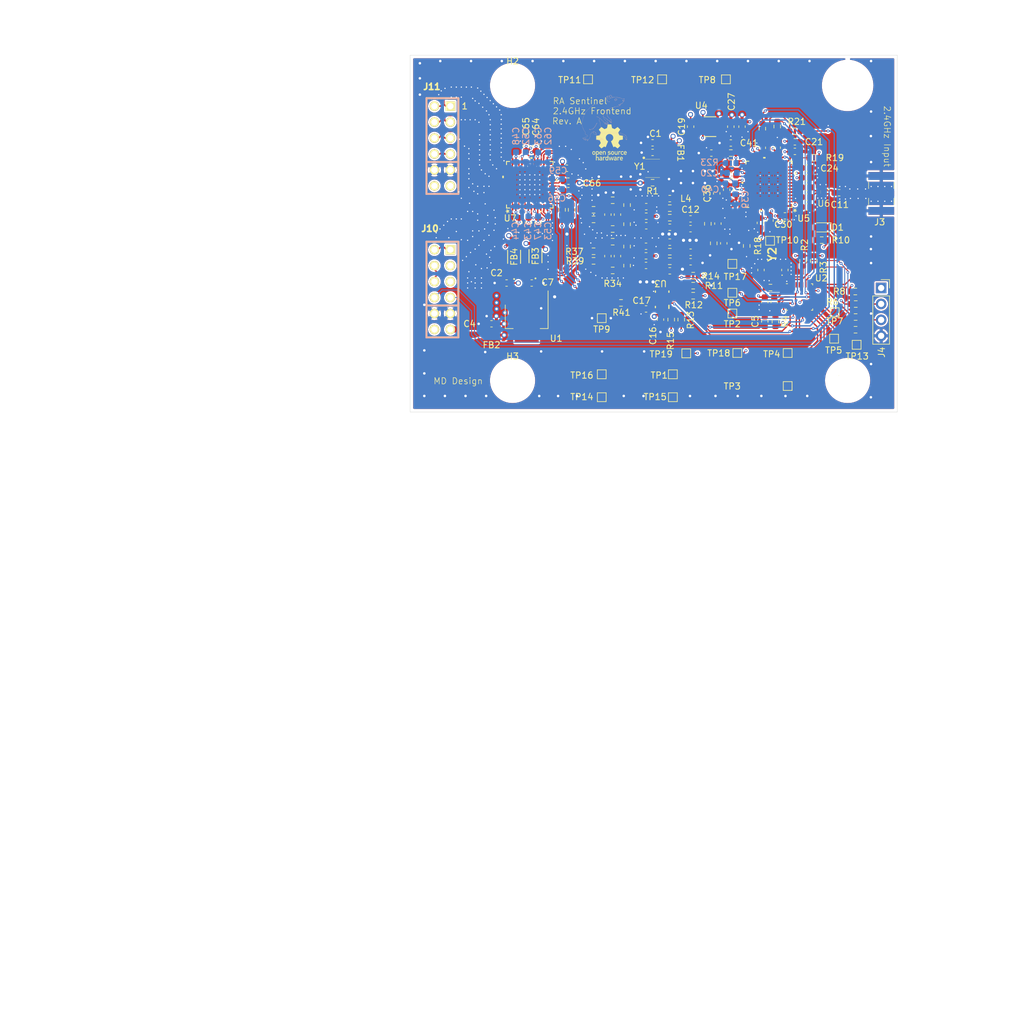
<source format=kicad_pcb>
(kicad_pcb (version 20240108) (generator "pcbnew") (generator_version "8.0")
  (title_block (title "RA-Sentinel_Front-End") (date "2024-02-29") (rev "0.1") (company "Mina Daneshpajouh"))
  (layers (0 "F.Cu" signal "TOP") (1 "In1.Cu" power "GND") (2 "In2.Cu" mixed "PWR-SIG") (31 "B.Cu" signal "BOT") (34 "B.Paste" user) (35 "F.Paste" user) (36 "B.SilkS" user "B.Silkscreen") (37 "F.SilkS" user "F.Silkscreen") (38 "B.Mask" user) (39 "F.Mask" user) (44 "Edge.Cuts" user))
  (net 0 "")
  (net 1 "GND")
  (net 2 "Net-(U5A-RXHP)")
  (net 3 "/NRST")
  (net 4 "Net-(U2-PA07{slash}ADC_0)")
  (net 5 "/SCLK")
  (net 6 "/SPI_MOSI")
  (net 7 "Net-(U5A-DIN)")
  (net 8 "/SPI_SCLK")
  (net 9 "Net-(U5A-SCLK)")
  (net 10 "/MAX_RSSI")
  (net 11 "Net-(U5A-RSSI)")
  (net 12 "/ RF Transceiver/2V85")
  (net 13 "Net-(U5A-*SHDN)")
  (net 14 "/ RF Transceiver/RXBBQ_P")
  (net 15 "/ RF Transceiver/RXBBQ_N")
  (net 16 "/SDI_ADC")
  (net 17 "Net-(U7A-SDATA)")
  (net 18 "/SCLK_ADC")
  (net 19 "Net-(U7A-SCLK)")
  (net 20 "/CS_ADC")
  (net 21 "1V8")
  (net 22 "/ADC/INB_P")
  (net 23 "Net-(C58-Pad2)")
  (net 24 "/ RF Transceiver/RXBBI_P")
  (net 25 "/ RF Transceiver/RXBBI_N")
  (net 26 "/ADC/INA_P")
  (net 27 "Net-(C57-Pad2)")
  (net 28 "Net-(C58-Pad1)")
  (net 29 "/ADC/INB_N")
  (net 30 "Net-(C57-Pad1)")
  (net 31 "/ADC/INA_N")
  (net 32 "Net-(L4-Pad2)")
  (net 33 "3V3")
  (net 34 "Net-(L3-Pad2)")
  (net 35 "Net-(R1-Pad1)")
  (net 36 "/CLK_REF")
  (net 37 "/I2C_SCL")
  (net 38 "/I2C_SDA")
  (net 39 "Net-(U3-DIR4)")
  (net 40 "Net-(Y2-X2)")
  (net 41 "/OSCX_OUT")
  (net 42 "Net-(U2-PA13{slash}SWDIO)")
  (net 43 "/SWDIO")
  (net 44 "Net-(U2-PA14{slash}SWCLK7BOOT0)")
  (net 45 "Net-(L2-Pad2)")
  (net 46 "Net-(D1-A)")
  (net 47 "Net-(U3-DIR3)")
  (net 48 "Net-(U3-DIR2)")
  (net 49 "/LVL_SH_EN")
  (net 50 "Net-(U3-DIR1)")
  (net 51 "/ADC/B_IN_P")
  (net 52 "Net-(C42-Pad2)")
  (net 53 "/ RF Transceiver/CPOUT")
  (net 54 "Net-(U5A-TUNE)")
  (net 55 "Net-(L1-Pad2)")
  (net 56 "Net-(C51-Pad1)")
  (net 57 "Net-(C50-Pad1)")
  (net 58 "/ADC/A_IN_P")
  (net 59 "/ADC/B_IN_N")
  (net 60 "/DA0_N")
  (net 61 "/DA0_P")
  (net 62 "/DA1_N")
  (net 63 "/DA1_P")
  (net 64 "/DB0_N")
  (net 65 "/DB0_P")
  (net 66 "/DB1_N")
  (net 67 "/DB1_P")
  (net 68 "/3V3_IN")
  (net 69 "/FCLK_N")
  (net 70 "/FCLK_P")
  (net 72 "/DCLK_P")
  (net 74 "/DCLK_N")
  (net 76 "/SPI_CS")
  (net 77 "/SPI_MISO")
  (net 78 "/SDO_ADC")
  (net 79 "/ADC/1V8_DVDD")
  (net 80 "/ADC/1V8_AVDD")
  (net 81 "Net-(U7A-CLKM)")
  (net 82 "/ADC/CLKP_ADC")
  (net 85 "/ADC/VCM_ADC")
  (net 87 "ANT")
  (net 88 "Net-(C1-Pad1)")
  (net 89 "/ RF Transceiver/RXRF_P")
  (net 90 "/ RF Transceiver/RXRF_N")
  (net 91 "/OSCX_IN")
  (net 101 "/MAX_LD")
  (net 104 "Net-(U5A-BYPASS)")
  (net 110 "Net-(D1-K)")
  (net 113 "/ RF Transceiver/XTAL_MAX")
  (net 114 "/ADC/A_IN_N")
  (net 115 "Net-(U2-PB1)")
  (net 117 "Net-(U2-PA7{slash}SPI1_MOSI)")
  (net 118 "Net-(U2-PB0)")
  (net 119 "Net-(U2-PA8{slash}SPI1_NSS)")
  (net 121 "Net-(U2-PA11{slash}PA9{slash}SPI1_MISO)")
  (net 122 "Net-(U5A-RXRF+)")
  (net 123 "Net-(U5A-RXRF-)")
  (net 124 "Net-(U2-PC6)")
  (net 125 "Net-(U2-PA1{slash}SPI1_SCK{slash}ADC1)")
  (net 126 "/ RF Transceiver/RFRX")
  (footprint "Resistor_SMD:R_0603_1608Metric" (layer "F.Cu") (at 140.605 72.53)
    (property "Reference" "R5" (hide yes))
    (property "Value" "0" (hide yes))
  )
  (footprint "Inductor_SMD:L_0603_1608Metric" (layer "F.Cu") (at 120.8 67.476)
    (property "Reference" "L5" (hide yes))
    (property "Value" "0" (hide yes))
  )
  (footprint "Inductor_SMD:L_0603_1608Metric" (layer "F.Cu") (at 124.5837 69.864 180)
    (property "Reference" "L2" (hide yes))
    (property "Value" "39nH" (hide yes))
  )
  (footprint "TestPoint:TestPoint_Pad_1.0x1.0mm" (layer "F.Cu") (at 143.35 88.21)
    (property "Reference" "TP3")
    (property "Value" "TestPoint" (hide yes))
  )
  (footprint "Resistor_SMD:R_0603_1608Metric" (layer "F.Cu") (at 112.4458 60.1472)
    (property "Reference" "R40" (hide yes))
    (property "Value" "49.9" (hide yes))
  )
  (footprint "Resistor_SMD:R_0603_1608Metric" (layer "F.Cu") (at 128.305 73.83)
    (property "Reference" "R12")
    (property "Value" "10K" (hide yes))
  )
  (footprint "Capacitor_SMD:C_0603_1608Metric" (layer "F.Cu") (at 142.905 69.73 90)
    (property "Reference" "C6" (hide yes))
    (property "Value" "6pF" (hide yes))
  )
  (footprint "Resistor_SMD:R_0603_1608Metric" (layer "F.Cu") (at 117.7798 59.3852 -90)
    (property "Reference" "R32" (hide yes))
    (property "Value" "24.9" (hide yes))
  )
  (footprint "Capacitor_SMD:C_0603_1608Metric" (layer "F.Cu") (at 116.2558 67.5132 -90)
    (property "Reference" "C60" (hide yes))
    (property "Value" "11pF" (hide yes))
  )
  (footprint "TestPoint:TestPoint_Pad_1.0x1.0mm" (layer "F.Cu") (at 113.75 89.99)
    (property "Reference" "TP14")
    (property "Value" "TestPoint" (hide yes))
  )
  (footprint "Resistor_SMD:R_0603_1608Metric" (layer "F.Cu") (at 117.7798 65.9892 90)
    (property "Reference" "R29" (hide yes))
    (property "Value" "24.9" (hide yes))
  )
  (footprint "Resistor_SMD:R_0603_1608Metric" (layer "F.Cu") (at 108.9533 60.1472 90)
    (property "Reference" "R43" (hide yes))
    (property "Value" "0" (hide yes))
  )
  (footprint "Capacitor_SMD:C_0603_1608Metric" (layer "F.Cu") (at 96.2 78.3 180)
    (property "Reference" "C4")
    (property "Value" "10uF" (hide yes))
  )
  (footprint "Resistor_SMD:R_0603_1608Metric" (layer "F.Cu") (at 147.555 51.855 180)
    (property "Reference" "R19")
    (property "Value" "0" (hide yes))
  )
  (footprint "TestPoint:TestPoint_Pad_1.0x1.0mm" (layer "F.Cu") (at 125.075 89.99)
    (property "Reference" "TP15")
    (property "Value" "TestPoint" (hide yes))
  )
  (footprint "Resistor_SMD:R_0603_1608Metric" (layer "F.Cu") (at 112.4458 61.6712 180)
    (property "Reference" "R38" (hide yes))
    (property "Value" "49.9" (hide yes))
  )
  (footprint "Resistor_SMD:R_0603_1608Metric" (layer "F.Cu") (at 154.185 75.15)
    (property "Reference" "R6")
    (property "Value" "0" (hide yes))
  )
  (footprint "Capacitor_SMD:C_0603_1608Metric" (layer "F.Cu") (at 140.53 61.86 -90)
    (property "Reference" "C32" (hide yes))
    (property "Value" "10nF" (hide yes))
  )
  (footprint "RA-Sentinel Front-End EVM:IND_BLM41_1806_MUR" (layer "F.Cu") (at 99.8 67.6292 90)
    (property "Reference" "FB4")
    (property "Value" "BLM41PG102SN1L" (hide yes))
  )
  (footprint "Inductor_SMD:L_0603_1608Metric" (layer "F.Cu") (at 120.8342 61.1628)
    (property "Reference" "L6" (hide yes))
    (property "Value" "0" (hide yes))
  )
  (footprint "Capacitor_SMD:C_0603_1608Metric" (layer "F.Cu") (at 146.355 53.48 180)
    (property "Reference" "C24")
    (property "Value" "10uF" (hide yes))
  )
  (footprint "Resistor_SMD:R_0603_1608Metric" (layer "F.Cu") (at 130.645 62.37 90)
    (property "Reference" "R17" (hide yes))
    (property "Value" "10K" (hide yes))
  )
  (footprint "RA-Sentinel Front-End EVM:SOT-25   SMV_TOS" (layer "F.Cu") (at 131 46.9)
    (property "Reference" "U4")
    (property "Value" "TCR2EF285" (hide yes))
  )
  (footprint "Capacitor_SMD:C_0603_1608Metric" (layer "F.Cu") (at 135.155 56.955 90)
    (property "Reference" "C38" (hide yes))
    (property "Value" "100pF" (hide yes))
  )
  (footprint "Capacitor_SMD:C_0603_1608Metric" (layer "F.Cu") (at 127.9 66.9 180)
    (property "Reference" "C14" (hide yes))
    (property "Value" "100nF" (hide yes))
  )
  (footprint "Capacitor_SMD:C_0603_1608Metric" (layer "F.Cu") (at 144.498 50.84 180)
    (property "Reference" "C22" (hide yes))
    (property "Value" "100pF" (hide yes))
  )
  (footprint "Capacitor_SMD:C_0603_1608Metric" (layer "F.Cu") (at 131.2 51.1)
    (property "Reference" "C42" (hide yes))
    (property "Value" "2200pF" (hide yes))
  )
  (footprint "Resistor_SMD:R_0603_1608Metric" (layer "F.Cu") (at 115.4938 65.2272)
    (property "Reference" "R33" (hide yes))
    (property "Value" "0" (hide yes))
  )
  (footprint "Capacitor_SMD:C_0603_1608Metric" (layer "F.Cu") (at 108.4453 55.5752 180)
    (property "Reference" "C66")
    (property "Value" "100nF" (hide yes))
  )
  (footprint "TestPoint:TestPoint_Pad_1.0x1.0mm" (layer "F.Cu") (at 134.5438 76.6572)
    (property "Reference" "TP2")
    (property "Value" "TestPoint" (hide yes))
  )
  (footprint "Capacitor_SMD:C_0603_1608Metric" (layer "F.Cu") (at 98.6 71.8 180)
    (property "Reference" "C2")
    (property "Value" "10uF" (hide yes))
  )
  (footprint "RA-Sentinel Front-End EVM:RGZ48_TEX" (layer "F.Cu") (at 102.3002 56.1548 90)
    (property "Reference" "U7")
    (property "Value" "ADC3221IRGZR" (hide yes))
  )
  (footprint "TestPoint:TestPoint_Pad_1.0x1.0mm" (layer "F.Cu") (at 154.33 81.64)
    (property "Reference" "TP13")
    (property "Value" "TestPoint" (hide yes))
  )
  (footprint "Resistor_SMD:R_0603_1608Metric" (layer "F.Cu") (at 154.115 73.152)
    (property "Reference" "R8")
    (property "Value" "10K" (hide yes))
  )
  (footprint "Inductor_SMD:L_0603_1608Metric" (layer "F.Cu") (at 124.5837 58.352 180)
    (property "Reference" "L4")
    (property "Value" "39nH" (hide yes))
  )
  (footprint "Resistor_SMD:R_0603_1608Metric" (layer "F.Cu") (at 124.5837 66.816)
    (property "Reference" "R25" (hide yes))
    (property "Value" "49.9" (hide yes))
  )
  (footprint "RA-Sentinel Front-End EVM:HHM-4_1P0X0P5" (layer "F.Cu") (at 149.105 57.305 180)
    (property "Reference" "U6")
    (property "Value" "HHM1902B1" (hide yes))
  )
  (footprint "TestPoint:TestPoint_Pad_1.0x1.0mm" (layer "F.Cu") (at 140.55 65.075 180)
    (property "Reference" "TP10")
    (property "Value" "TestPoint" (hide yes))
  )
  (footprint "Package_TO_SOT_SMD:SOT-223-3_TabPin2" (layer "F.Cu") (at 101.8 77.15 -90)
    (property "Reference" "U1")
    (property "Value" "LD1117S18TR_SOT223" (hide yes))
  )
  (footprint "Resistor_SMD:R_0603_1608Metric" (layer "F.Cu") (at 128.305 70.63 180)
    (property "Reference" "R14")
    (property "Value" "10K" (hide yes))
  )
  (footprint "Capacitor_SMD:C_0603_1608Metric" (layer "F.Cu") (at 108.205 53.53)
    (property "Reference" "C68" (hide yes))
    (property "Value" "100nF" (hide yes))
  )
  (footprint "Inductor_SMD:L_0603_1608Metric" (layer "F.Cu") (at 124.5837 65.292 180)
    (property "Reference" "L1" (hide yes))
    (property "Value" "39nH" (hide yes))
  )
  (footprint "RA-Sentinel Front-End EVM:IND_BLM18_0603_MUR" (layer "F.Cu") (at 124.841 50.292 -90)
    (property "Reference" "FB1")
    (property "Value" "BLM18BD601BH1D" (hide yes))
  )
  (footprint "Capacitor_SMD:C_0603_1608Metric" (layer "F.Cu") (at 103.2793 49.9872 90)
    (property "Reference" "C64")
    (property "Value" "100nF" (hide yes))
  )
  (footprint "RA-Sentinel Front-End EVM:pmod_pin_array_6x2" (layer "F.Cu") (at 88.3793 72.8472)
    (property "Reference" "J10")
    (property "Value" "Conn_02x06_Top_Bottom" (hide yes))
  )
  (footprint "Capacitor_SMD:C_0603_1608Metric" (layer "F.Cu") (at 103.6193 62.1922 -90)
    (property "Reference" "C49" (hide yes))
    (property "Value" "100nF" (hide yes))
  )
  (footprint "Capacitor_SMD:C_0603_1608Metric" (layer "F.Cu") (at 108.4453 57.0992)
    (property "Reference" "C67" (hide yes))
    (property "Value" "100nF" (hide yes))
  )
  (footprint "Resistor_SMD:R_0603_1608Metric" (layer "F.Cu") (at 154.155 79.248 180)
    (property "Reference" "R9" (hide yes))
    (property "Value" "10K" (hide yes))
  )
  (footprint "RA-Sentinel Front-End EVM:ABM10" (layer "F.Cu") (at 141.005 69.73 90)
    (property "Reference" "Y2")
    (property "Value" "ABM10-166-12.000MHZ-T3" (hide yes))
  )
  (footprint "LED_SMD:LED_0603_1608Metric" (layer "F.Cu") (at 148.7678 62.9412 180)
    (property "Reference" "D1")
    (property "Value" "LED" (hide yes))
  )
  (footprint "Capacitor_SMD:C_0603_1608Metric" (layer "F.Cu") (at 144.495 49.32 180)
    (property "Reference" "C21")
    (property "Value" "10uF" (hide yes))
  )
  (footprint "Capacitor_SMD:C_0603_1608Metric" (layer "F.Cu") (at 102.6 71.8)
    (property "Reference" "C7")
    (property "Value" "10uF" (hide yes))
  )
  (footprint "Connector_PinSocket_2.54mm:PinSocket_1x04_P2.54mm_Vertical" (layer "F.Cu") (at 158.2293 72.5932)
    (property "Reference" "J4")
    (property "Value" "Conn_01x04_Pin" (hide yes))
  )
  (footprint "Capacitor_SMD:C_0603_1608Metric" (layer "F.Cu") (at 139.105 69.73 -90)
    (property "Reference" "C10" (hide yes))
    (property "Value" "6pF" (hide yes))
  )
  (footprint "TestPoint:TestPoint_Pad_1.0x1.0mm" (layer "F.Cu") (at 125.075 86.34)
    (property "Reference" "TP1")
    (property "Value" "TestPoint" (hide yes))
  )
  (footprint "RA-Sentinel Front-End EVM:pmod_pin_array_6x2" (layer "F.Cu") (at 88.3793 49.9872)
    (property "Reference" "J11")
    (property "Value" "Conn_02x06_Top_Bottom" (hide yes))
  )
  (footprint "RA-Sentinel Front-End EVM:4-SMD_NoLead_Oscillator" (layer "F.Cu") (at 121.8438 53.5432 -90)
    (property "Reference" "Y1")
    (property "Value" "7L-40.000MBS-T" (hide yes))
  )
  (footprint "Resistor_SMD:R_0603_1608Metric" (layer "F.Cu") (at 107.4293 60.1472 90)
    (property "Reference" "R42" (hide yes))
    (property "Value" "49.9" (hide yes))
  )
  (footprint "TestPoint:TestPoint_Pad_1.0x1.0mm" (layer "F.Cu") (at 123.36 39.36)
    (property "Reference" "TP12")
    (property "Value" "TestPoint" (hide yes))
  )
  (footprint "Resistor_SMD:R_0603_1608Metric" (layer "F.Cu") (at 124.5837 61.4)
    (property "Reference" "R27" (hide yes))
    (property "Value" "49.9" (hide yes))
  )
  (footprint "MountingHole:MountingHole_3.2mm_M3_ISO7380" (layer "F.Cu") (at 99.5553 40.3352)
    (property "Reference" "H2")
    (property "Value" "MountingHole" (hide yes))
  )
  (footprint "TestPoint:TestPoint_Pad_1.0x1.0mm" (layer "F.Cu") (at 135.33 82.95)
    (property "Reference" "TP18")
    (property "Value" "TestPoint" (hide yes))
  )
  (footprint "MountingHole:MountingHole_3.2mm_M3_ISO7380" (layer "F.Cu") (at 99.5553 87.3252)
    (property "Reference" "H3")
    (property "Value" "MountingHole" (hide yes))
  )
  (footprint "Capacitor_SMD:C_0603_1608Metric" (layer "F.Cu") (at 120.8 65.952)
    (property "Reference" "C50" (hide yes))
    (property "Value" "100nF" (hide yes))
  )
  (footprint "Resistor_SMD:R_0603_1608Metric" (layer "F.Cu") (at 117.7798 62.4332 -90)
    (property "Reference" "R31" (hide yes))
    (property "Value" "24.9" (hide yes))
  )
  (footprint "MountingHole:MountingHole_3.2mm_M3_ISO7380" (layer "F.Cu") (at 152.8953 87.3252)
    (property "Reference" "H4")
    (property "Value" "MountingHole")
  )
  (footprint "TestPoint:TestPoint_Pad_1.0x1.0mm" (layer "F.Cu") (at 150.74 80.67)
    (property "Reference" "TP5")
    (property "Value" "TestPoint" (hide yes))
  )
  (footprint "Capacitor_SMD:C_0603_1608Metric" (layer "F.Cu") (at 141.205 74.83 -90)
    (property "Reference" "C9" (hide yes))
    (property "Value" "100nF" (hide yes))
  )
  (footprint "Capacitor_SMD:C_0603_1608Metric" (layer "F.Cu") (at 134.3 49.5)
    (property "Reference" "C41")
    (property "Value" "100pF" (hide yes))
  )
  (footprint "Capacitor_SMD:C_0603_1608Metric" (layer "F.Cu") (at 127.885 61.59 180)
    (property "Reference" "C12")
    (property "Value" "100nF" (hide yes))
  )
  (footprint "Capacitor_SMD:C_0603_1608Metric" (layer "F.Cu") (at 142.91 61.11)
    (property "Reference" "C30")
    (property "Value" "10nF" (hide yes))
  )
  (footprint "Resistor_SMD:R_0603_1608Metric" (layer "F.Cu") (at 117.7798 69.0372 90)
    (property "Reference" "R30" (hide yes))
    (property "Value" "24.9" (hide yes))
  )
  (footprint "Resistor_SMD:R_0603_1608Metric" (layer "F.Cu") (at 136.825 65.9 90)
    (property "Reference" "R18")
    (property "Value" "0" (hide yes))
  )
  (footprint "Resistor_SMD:R_0603_1608Metric" (layer "F.Cu") (at 124.805 77.63 -90)
    (property "Reference" "R15")
    (property "Value" "10K" (hide yes))
  )
  (footprint "Capacitor_SMD:C_0603_1608Metric" (layer "F.Cu") (at 102.0953 62.1792 -90)
    (property "Reference" "C45" (hide yes))
    (property "Value" "100nF" (hide yes))
  )
  (footprint "Capacitor_SMD:C_0603_1608Metric" (layer "F.Cu") (at 121.8438 51.0032 180)
    (property "Reference" "C3" (hide yes))
    (property "Value" "10nF" (hide yes))
  )
  (footprint "Capacitor_SMD:C_0603_1608Metric" (layer "F.Cu") (at 121.8438 49.4792 180)
    (property "Reference" "C1")
    (property "Value" "100nF" (hide yes))
  )
  (footprint "TestPoint:TestPoint_Pad_1.0x1.0mm" (layer "F.Cu") (at 134.5438 68.75)
    (property "Reference" "TP17")
    (property "Value" "TestPoint" (hide yes))
  )
  (footprint "TestPoint:TestPoint_Pad_1.0x1.0mm" (layer "F.Cu") (at 113.75 77.4 180)
    (property "Reference" "TP9")
    (property "Value" "TestPoint" (hide yes))
  )
  (footprint "Resistor_SMD:R_0603_1608Metric" (layer "F.Cu") (at 115.4938 63.1952)
    (property "Reference" "R35" (hide yes))
    (property "Value" "0" (hide yes))
  )
  (footprint "Resistor_SMD:R_0603_1608Metric" (layer "F.Cu") (at 121.8438 55.8292 180)
    (property "Reference" "R1")
    (property "Value" "0")
  )
  (footprint "Capacitor_SMD:C_0603_1608Metric" (layer "F.Cu") (at 133.1796 65.4796 90)
    (property "Reference" "C34" (hide yes))
    (property "Value" "10pF" (hide yes))
  )
  (footprint "TestPoint:TestPoint_Pad_1.0x1.0mm" (layer "F.Cu") (at 113.75 86.34)
    (property "Reference" "TP16")
    (property "Value" "TestPoint" (hide yes))
  )
  (footprint "Capacitor_SMD:C_0603_1608Metric" (layer "F.Cu") (at 146.355 58.13 180)
    (property "Reference" "C70" (hide yes))
    (property "Value" "1.5pF" (hide yes))
  )
  (footprint "Capacitor_SMD:C_0603_1608Metric" (layer "F.Cu") (at 120.8342 59.6388)
    (property "Reference" "C51" (hide yes))
    (property "Value" "100nF" (hide yes))
  )
  (footprint "Capacitor_SMD:C_0603_1608Metric" (layer "F.Cu") (at 114.7318 60.9092 90)
    (property "Reference" "C58" (hide yes))
    (property "Value" "11pF" (hide yes))
  )
  (footprint "Resistor_SMD:R_0603_1608Metric" (layer "F.Cu") (at 115.4938 58.6232)
    (property "Reference" "R36" (hide yes))
    (property "Value" "0" (hide yes))
  )
  (footprint "Resistor_SMD:R_0603_1608Metric" (layer "F.Cu") (at 139.318 47.22 -90)
    (property "Reference" "R22" (hide yes))
    (property "Value" "0" (hide yes))
  )
  (footprint "Resistor_SMD:R_0603_1608Metric" (layer "F.Cu") (at 141.685 46.87 -90)
    (property "Reference" "R20" (hide yes))
    (property "Value" "100" (hide yes))
  )
  (footprint "Capacitor_SMD:C_0603_1608Metric" (layer "F.Cu") (at 114.7318 67.5132 -90)
    (property "Reference" "C57" (hide yes))
    (property "Value" "11pF" (hide yes))
  )
  (footprint "Capacitor_SMD:C_0603_1608Metric" (layer "F.Cu") (at 120.805 75.93)
    (property "Reference" "C17")
    (property "Value" "100nF" (hide yes))
  )
  (footprint "Resistor_SMD:R_0603_1608Metric" (layer "F.Cu") (at 112.4458 66.7512 180)
    (property "Reference" "R37")
    (property "Value" "49.9" (hide yes))
  )
  (footprint "Capacitor_SMD:C_0603_1608Metric" (layer "F.Cu") (at 132.06 57.53 90)
    (property "Reference" "C36")
    (property "Value" "10uF" (hide yes))
  )
  (footprint "Capacitor_SMD:C_0603_1608Metric" (layer "F.Cu") (at 120.8342 62.6868 180)
    (property "Reference" "C55" (hide yes))
    (property "Value" "100nF" (hide yes))
  )
  (footprint "Resistor_SMD:R_0603_1608Metric" (layer "F.Cu") (at 128.305 72.23)
    (property "Reference" "R11")
    (property "Value" "10K" (hide yes))
  )
  (footprint "Resistor_SMD:R_0603_1608Metric" (layer "F.Cu") (at 154.165 77.216)
    (property "Reference" "R7" (hide yes))
    (property "Value" "0" (hide yes))
  )
  (footprint "Capacitor_SMD:C_0603_1608Metric" (layer "F.Cu") (at 132.245 62.34 90)
    (property "Reference" "C35" (hide yes))
    (property "Value" "10pF" (hide yes))
  )
  (footprint "Resistor_SMD:R_0603_1608Metric" (layer "F.Cu") (at 124.5837 68.34)
    (property "Reference" "R26" (hide yes))
    (property "Value" "49.9" (hide yes))
  )
  (footprint "Capacitor_SMD:C_0603_1608Metric" (layer "F.Cu") (at 139.318 50.27 90)
    (property "Reference" "C28" (hide yes))
    (property "Value" "10nF" (hide yes))
  )
  (footprint "MountingHole:MountingHole_3.2mm_M3_ISO7380" (layer "F.Cu") (at 152.8953 40.3352)
    (property "Reference" "H1")
    (property "Value" "MountingHole" (hide yes))
  )
  (footprint "Capacitor_SMD:C_0603_1608Metric" (layer "F.Cu") (at 146.355 59.705)
    (property "Reference" "C23" (hide yes))
    (property "Value" "100pF" (hide yes))
  )
  (footprint "Capacitor_SMD:C_0603_1608Metric" (layer "F.Cu") (at 127.9 68.424)
    (property "Reference" "C13" (hide yes))
    (property "Value" "100nF" (hide yes))
  )
  (footprint "Capacitor_SMD:C_0603_1608Metric" (layer "F.Cu") (at 134.355 54.655)
    (property "Reference" "C69" (hide yes))
    (property "Value" "100nF" (hide yes))
  )
  (footprint "Package_DFN_QFN:QFN-28_4x4mm_P0.5mm" (layer "F.Cu") (at 145.2278 74.0227)
    (property "Reference" "U2")
    (property "Value" "STM32C031G6Ux" (hide yes))
  )
  (footprint "Capacitor_SMD:C_0603_1608Metric" (layer "F.Cu") (at 134.302 46.9 90)
    (property "Reference" "C27")
    (property "Value" "100nF" (hide yes))
  )
  (footprint "Resistor_SMD:R_0603_1608Metric" (layer "F.Cu") (at 115.4938 69.7992)
    (property "Reference" "R34")
    (property "Value" "0" (hide yes))
  )
  (footprint "Resistor_SMD:R_0603_1608Metric" (layer "F.Cu") (at 131.5796 65.4796 90)
    (property "Reference" "R16" (hide yes))
    (property "Value" "10K" (hide yes))
  )
  (footprint "Capacitor_SMD:C_0603_1608Metric" (layer "F.Cu") (at 139.005 62.23 -90)
    (property "Reference" "C33" (hide yes))
    (property "Value" "100pF" (hide yes))
  )
  (footprint "RA-Sentinel Front-End EVM:21-0144_T4877&plus_4_MXM" (layer "F.Cu") (at 140.3858 56.0832 180)
    (property "Reference" "U5")
    (property "Value" "MAX2831ETM+T" (hide yes))
  )
  (footprint "TestPoint:TestPoint_Pad_1.0x1.0mm" (layer "F.Cu") (at 127.205 83.005)
    (property "Reference" "TP19")
    (property "Value" "TestPoint" (hide yes))
  )
  (footprint "Capacitor_SMD:C_0603_1608Metric" (layer "F.Cu") (at 127.885 63.15 180)
    (property "Reference" "C15" (hide yes))
    (property "Value" "100nF" (hide yes))
  )
  (footprint "TestPoint:TestPoint_Pad_1.0x1.0mm" (layer "F.Cu") (at 133.52 39.36 180)
    (property "Reference" "TP8")
    (property "Value" "TestPoint" (hide yes))
  )
  (footprint "RA-Sentinel Front-End EVM:JACK_02114307_WRE" (layer "F.Cu") (at 160.3 57.53 90)
    (property "Reference" "J3")
    (property "Value" "60312202111527" (hide yes))
  )
  (footprint "Capacitor_SMD:C_0603_1608Metric" (layer "F.Cu") (at 139.705 74.83 -90)
    (property "Reference" "C8" (hide yes))
    (property "Value" "10uF" (hide yes))
  )
  (footprint "Inductor_SMD:L_0603_1608Metric" (layer "F.Cu") (at 124.5837 62.924 180)
    (property "Reference" "L3" (hide yes))
    (property "Value" "39nH" (hide yes))
  )
  (footprint "Capacitor_SMD:C_0603_1608Metric" (layer "F.Cu") (at 146.355 55.03 180)
    (property "Reference" "C26" (hide yes))
    (property "Value" "100pF" (hide yes))
  )
  (footprint "TestPoint:TestPoint_Pad_1.0x1.0mm" (layer "F.Cu") (at 143.35 82.95)
    (property "Reference" "TP4")
    (property "Value" "TestPoint" (hide yes))
  )
  (footprint "Capacitor_SMD:C_0603_1608Metric" (layer "F.Cu") (at 123.105 77.63 90)
    (property "Reference" "C16")
    (property "Value" "100nF" (hide yes))
  )
  (footprint "RA-Sentinel Front-End EVM:IND_BLM41_1806_MUR" (layer "F.Cu") (at 103.2 67.5292 90)
    (property "Reference" "FB3")
    (property "Value" "BLM41PG102SN1L" (hide yes))
  )
  (footprint "Resistor_SMD:R_0603_1608Metric" (layer "F.Cu") (at 134.3 51.1)
    (property "Reference" "R24" (hide yes))
    (property "Value" "1.2K" (hide yes))
  )
  (footprint "Capacitor_SMD:C_0603_1608Metric" (layer "F.Cu") (at 146.355 56.58 180)
    (property "Reference" "C18" (hide yes))
    (property "Value" "1.5pF" (hide yes))
  )
  (footprint "Capacitor_SMD:C_0603_1608Metric" (layer "F.Cu") (at 141.685 50.255 90)
    (property "Reference" "C31" (hide yes))
    (property "Value" "100pF" (hide yes))
  )
  (footprint "Resistor_SMD:R_0603_1608Metric" (layer "F.Cu") (at 147.4978 68.2752 -90)
    (property "Reference" "R3")
    (property "Value" "4K7" (hide yes))
  )
  (footprint "Resistor_SMD:R_0603_1608Metric" (layer "F.Cu") (at 126.405 77.63 -90)
    (property "Reference" "R13")
    (property "Value" "10K" (hide yes))
  )
  (footprint "TestPoint:TestPoint_Pad_1.0x1.0mm" (layer "F.Cu") (at 111.57 39.36)
    (property "Reference" "TP11")
    (property "Value" "TestPoint" (hide yes))
  )
  (footprint "Capacitor_SMD:C_0603_1608Metric" (layer "F.Cu") (at 134.5 52.71 180)
    (property "Reference" "C25" (hide yes))
    (property "Value" "10nF" (hide yes))
  )
  (footprint "Capacitor_SMD:C_0603_1608Metric" (layer "F.Cu") (at 116.2558 60.9092 90)
    (property "Reference" "C61" (hide yes))
    (property "Value" "11pF" (hide yes))
  )
  (footprint "Resistor_SMD:R_0603_1608Metric" (layer "F.Cu") (at 141.405 77.93 90)
    (property "Reference" "R4")
    (property "Value" "100K" (hide yes))
  )
  (footprint "TestPoint:TestPoint_Pad_1.0x1.0mm" (layer "F.Cu") (at 134.5438 73.3552)
    (property "Reference" "TP6")
    (property "Value" "TestPoint" (hide yes))
  )
  (footprint "Capacitor_SMD:C_0603_1608Metric" (layer "F.Cu") (at 101.7193 49.9872 90)
    (property "Reference" "C65")
    (property "Value" "100nF" (hide yes))
  )
  (footprint "Capacitor_SMD:C_0603_1608Metric" (layer "F.Cu") (at 139.705 77.93 -90)
    (property "Reference" "C5")
    (property "Value" "100nF" (hide yes))
  )
  (footprint "Capacitor_SMD:C_0603_1608Metric" (layer "F.Cu") (at 133.63 56.955 -90)
    (property "Reference" "C37" (hide yes))
    (property "Value" "10nF" (hide yes))
  )
  (footprint "Resistor_SMD:R_0603_1608Metric" (layer "F.Cu") (at 144.5038 47.64 180)
    (property "Reference" "R21")
    (property "Value" "49.9" (hide yes))
  )
  (footprint "RA-Sentinel Front-End EVM:IND_BLM18_0603_MUR" (layer "F.Cu") (at 96.2 80.1)
    (property "Reference" "FB2")
    (property "Value" "BLM18SG331TN1B" (hide yes))
  )
  (footprint "Resistor_SMD:R_0603_1608Metric" (layer "F.Cu") (at 148.7678 64.9732 180)
    (property "Reference" "R10")
    (property "Value" "?" (hide yes))
  )
  (footprint "Resistor_SMD:R_0603_1608Metric" (layer "F.Cu") (at 116.8193 74.9672 180)
    (property "Reference" "R41")
    (property "Value" "4K7" (hide yes))
  )
  (footprint "Resistor_SMD:R_0603_1608Metric" (layer "F.Cu") (at 112.4458 68.2752)
    (property "Reference" "R39")
    (property "Value" "49.9" (hide yes))
  )
  (footprint "Capacitor_SMD:C_0603_1608Metric" (layer "F.Cu") (at 120.8 69 180)
    (property "Reference" "C54" (hide yes))
    (property "Value" "100nF" (hide yes))
  )
  (footprint "Resistor_SMD:R_0603_1608Metric" (layer "F.Cu") (at 145.796 68.2752 90)
    (property "Reference" "R2")
    (property "Value" "4K7" (hide yes))
  )
  (footprint "RA-Sentinel Front-End EVM:RSV0016A" (layer "F.Cu") (at 123.3678 74.4012 180)
    (property "Reference" "U3")
    (property "Value" "SN74AXC4T774RSVR" (hide yes))
  )
  (footprint "Capacitor_SMD:C_0603_1608Metric" (layer "F.Cu") (at 136.08 46.9 90)
    (property "Reference" "C29" (hide yes))
    (property "Value" "10uF" (hide yes))
  )
  (footprint "Resistor_SMD:R_0603_1608Metric" (layer "F.Cu") (at 124.5837 59.876)
    (property "Reference" "R28" (hide yes))
    (property "Value" "49.9" (hide yes))
  )
  (footprint "Capacitor_SMD:C_0603_1608Metric" (layer "F.Cu") (at 151.545 57.43 180)
    (property "Reference" "C11")
    (property "Value" "47pF" (hide yes))
  )
  (footprint "Capacitor_SMD:C_0603_1608Metric" (layer "F.Cu") (at 100.5593 62.1792 -90)
    (property "Reference" "C46" (hide yes))
    (property "Value" "0.22uF" (hide yes))
  )
  (footprint "Capacitor_SMD:C_0603_1608Metric" (layer "F.Cu") (at 127.9 46.9 90)
    (property "Reference" "C19")
    (property "Value" "100nF" (hide yes))
  )
  (footprint "TestPoint:TestPoint_Pad_1.0x1.0mm" (layer "F.Cu") (at 150.84 76.45 180)
    (property "Reference" "TP7")
    (property "Value" "TestPoint" (hide yes))
  )
  (footprint "Capacitor_SMD:C_0603_1608Metric" (layer "B.Cu") (at 100.0993 51.7372 -90)
    (property "Reference" "C48")
    (property "Value" "0.22uF" (hide yes))
  )
  (footprint "Capacitor_SMD:C_0603_1608Metric" (layer "B.Cu") (at 106.6673 56.8452 180)
    (property "Reference" "C56")
    (property "Value" "100nF" (hide yes))
  )
  (footprint "Capacitor_SMD:C_0603_1608Metric" (layer "B.Cu") (at 101.6493 51.7372 -90)
    (property "Reference" "C52")
    (property "Value" "0.22uF" (hide yes))
  )
  (footprint "Capacitor_SMD:C_0603_1608Metric" (layer "B.Cu") (at 135.005 58.43 90)
    (property "Reference" "C39")
    (property "Value" "100nF" (hide yes))
  )
  (footprint "Resistor_SMD:R_0603_1608Metric" (layer "B.Cu") (at 134.3 52.7 180)
    (property "Reference" "R23")
    (property "Value" "750" (hide yes))
  )
  (footprint "Capacitor_SMD:C_0603_1608Metric" (layer "B.Cu") (at 134.205 55.93)
    (property "Reference" "C40")
    (property "Value" "68pF" (hide yes))
  )
  (footprint "Capacitor_SMD:C_0603_1608Metric" (layer "B.Cu") (at 105.2093 51.7672 -90)
    (property "Reference" "C62")
    (property "Value" "100nF" (hide yes))
  )
  (footprint "Capacitor_SMD:C_0603_1608Metric" (layer "B.Cu") (at 100.0633 60.4142 90)
    (property "Reference" "C44")
    (property "Value" "0.22uF" (hide yes))
  )
  (footprint "Capacitor_SMD:C_0603_1608Metric" (layer "B.Cu") (at 103.6393 51.7672 -90)
    (property "Reference" "C63")
    (property "Value" "100nF" (hide yes))
  )
  (footprint "Capacitor_SMD:C_0603_1608Metric" (layer "B.Cu") (at 103.6193 60.4012 90)
    (property "Reference" "C47")
    (property "Value" "100nF" (hide yes))
  )
  (footprint "Capacitor_SMD:C_0603_1608Metric" (layer "B.Cu") (at 105.1693 60.4012 90)
    (property "Reference" "C53")
    (property "Value" "100nF" (hide yes))
  )
  (footprint "Capacitor_SMD:C_0603_1608Metric" (layer "B.Cu") (at 102.0953 60.4012 90)
    (property "Reference" "C43")
    (property "Value" "100nF" (hide yes))
  )
  (footprint "Capacitor_SMD:C_0603_1608Metric" (layer "B.Cu") (at 106.6673 55.2272 180)
    (property "Reference" "C59")
    (property "Value" "100nF" (hide yes))
  )
  (footprint "Capacitor_SMD:C_0603_1608Metric" (layer "B.Cu") (at 134.48 54.26)
    (property "Reference" "C20")
    (property "Value" "10uF" (hide yes))
  )
  (gr_line (start 117.251628 48.118872) (end 117.223657 48.103846) (stroke (width 0.016086)) (layer "B.SilkS"))
  (gr_line (start 117.313745 42.474772) (end 117.312286 42.473652) (stroke (width 0.016086)) (layer "B.SilkS"))
  (gr_line (start 114.595419 44.196786) (end 114.590345 44.203329) (stroke (width 0.016086)) (layer "B.SilkS"))
  (gr_line (start 115.027866 46.041022) (end 115.028546 46.041896) (stroke (width 0.016086)) (layer "B.SilkS"))
  (gr_line (start 111.824943 47.339427) (end 111.823504 47.338697) (stroke (width 0.016086)) (layer "B.SilkS"))
  (gr_line (start 117.136353 42.658025) (end 117.139076 42.65437) (stroke (width 0.016086)) (layer "B.SilkS"))
  (gr_line (start 114.945195 45.927875) (end 114.957645 45.931394) (stroke (width 0.016086)) (layer "B.SilkS"))
  (gr_line (start 113.548919 47.76729) (end 113.544709 47.778601) (stroke (width 0.016086)) (layer "B.SilkS"))
  (gr_line (start 116.997665 43.169797) (end 116.999026 43.168598) (stroke (width 0.016086)) (layer "B.SilkS"))
  (gr_line (start 112.888256 48.039696) (end 112.883331 48.028196) (stroke (width 0.016086)) (layer "B.SilkS"))
  (gr_line (start 112.692489 46.851617) (end 112.687815 46.863179) (stroke (width 0.016086)) (layer "B.SilkS"))
  (gr_line (start 111.520839 49.118558) (end 111.523359 49.11479) (stroke (width 0.016086)) (layer "B.SilkS"))
  (gr_line (start 114.466364 42.440891) (end 114.46517 42.459429) (stroke (width 0.016086)) (layer "B.SilkS"))
  (gr_line (start 117.414883 48.207726) (end 117.330616 48.162168) (stroke (width 0.016086)) (layer "B.SilkS"))
  (gr_line (start 114.644473 42.066145) (end 114.641277 42.066916) (stroke (width 0.016086)) (layer "B.SilkS"))
  (gr_line (start 116.163551 42.527147) (end 116.162821 42.526289) (stroke (width 0.016086)) (layer "B.SilkS"))
  (gr_line (start 114.567319 46.309574) (end 114.56814 46.309219) (stroke (width 0.016086)) (layer "B.SilkS"))
  (gr_line (start 117.732827 48.963924) (end 117.733631 48.963165) (stroke (width 0.016086)) (layer "B.SilkS"))
  (gr_line (start 112.7908 46.676638) (end 112.787565 46.682002) (stroke (width 0.016086)) (layer "B.SilkS"))
  (gr_line (start 115.348613 43.901346) (end 115.352731 43.899495) (stroke (width 0.016086)) (layer "B.SilkS"))
  (gr_line (start 115.320993 42.04095) (end 115.322926 42.04507) (stroke (width 0.016086)) (layer "B.SilkS"))
  (gr_line (start 117.273183 42.458708) (end 117.268783 42.457921) (stroke (width 0.016086)) (layer "B.SilkS"))
  (gr_line (start 114.705729 46.456726) (end 114.707633 46.461588) (stroke (width 0.016086)) (layer "B.SilkS"))
  (gr_line (start 111.223773 48.784891) (end 111.23408 48.78764) (stroke (width 0.016086)) (layer "B.SilkS"))
  (gr_line (start 117.4784 48.239038) (end 117.473888 48.237072) (stroke (width 0.016086)) (layer "B.SilkS"))
  (gr_line (start 112.566875 47.037921) (end 112.563416 47.042098) (stroke (width 0.016086)) (layer "B.SilkS"))
  (gr_line (start 115.711584 43.809024) (end 115.732941 43.803361) (stroke (width 0.016086)) (layer "B.SilkS"))
  (gr_line (start 114.100077 44.769335) (end 114.0997 44.770386) (stroke (width 0.016086)) (layer "B.SilkS"))
  (gr_line (start 111.411774 49.071821) (end 111.420375 49.078262) (stroke (width 0.016086)) (layer "B.SilkS"))
  (gr_line (start 117.751247 48.922535) (end 117.751384 48.920757) (stroke (width 0.016086)) (layer "B.SilkS"))
  (gr_line (start 113.560544 46.896157) (end 113.556774 46.86568) (stroke (width 0.016086)) (layer "B.SilkS"))
  (gr_line (start 112.781653 47.845537) (end 112.778564 47.844363) (stroke (width 0.016086)) (layer "B.SilkS"))
  (gr_line (start 114.68181 42.360272) (end 114.683284 42.366113) (stroke (width 0.016086)) (layer "B.SilkS"))
  (gr_line (start 117.006911 43.163638) (end 117.011466 43.16045) (stroke (width 0.016086)) (layer "B.SilkS"))
  (gr_line (start 116.524546 43.58988) (end 116.528794 43.588012) (stroke (width 0.016086)) (layer "B.SilkS"))
  (gr_line (start 115.537796 42.23467) (end 115.535373 42.23532) (stroke (width 0.016086)) (layer "B.SilkS"))
  (gr_line (start 114.785145 45.898537) (end 114.790251 45.900843) (stroke (width 0.016086)) (layer "B.SilkS"))
  (gr_line (start 111.219792 48.843133) (end 111.203609 48.874749) (stroke (width 0.016086)) (layer "B.SilkS"))
  (gr_line (start 115.254927 45.805465) (end 115.249898 45.7952) (stroke (width 0.016086)) (layer "B.SilkS"))
  (gr_line (start 117.086008 48.052106) (end 117.07172 48.048053) (stroke (width 0.016086)) (layer "B.SilkS"))
  (gr_line (start 112.4176 43.449721) (end 112.417824 43.449832) (stroke (width 0.016086)) (layer "B.SilkS"))
  (gr_line (start 113.174086 48.890516) (end 113.189042 48.883431) (stroke (width 0.016086)) (layer "B.SilkS"))
  (gr_line (start 112.434301 47.172388) (end 112.434044 47.172559) (stroke (width 0.016086)) (layer "B.SilkS"))
  (gr_line (start 114.232753 45.782482) (end 114.210799 45.756702) (stroke (width 0.016086)) (layer "B.SilkS"))
  (gr_line (start 114.155305 45.687281) (end 114.150599 45.680206) (stroke (width 0.016086)) (layer "B.SilkS"))
  (gr_line (start 111.452117 49.099471) (end 111.456603 49.102043) (stroke (width 0.016086)) (layer "B.SilkS"))
  (gr_line (start 114.779678 46.571217) (end 114.802991 46.57813) (stroke (width 0.016086)) (layer "B.SilkS"))
  (gr_line (start 113.685907 45.792646) (end 113.695982 45.803564) (stroke (width 0.016086)) (layer "B.SilkS"))
  (gr_line (start 114.683284 42.366113) (end 114.684922 42.371648) (stroke (width 0.016086)) (layer "B.SilkS"))
  (gr_line (start 115.041745 41.943914) (end 115.045498 41.939144) (stroke (width 0.016086)) (layer "B.SilkS"))
  (gr_line (start 115.1669 46.22482) (end 115.168489 46.222712) (stroke (width 0.016086)) (layer "B.SilkS"))
  (gr_line (start 111.517461 44.210246) (end 111.147789 44.645714) (stroke (width 0.016086)) (layer "B.SilkS"))
  (gr_line (start 116.942524 42.41783) (end 116.924395 42.412881) (stroke (width 0.016086)) (layer "B.SilkS"))
  (gr_line (start 114.400509 46.364007) (end 114.409369 46.37604) (stroke (width 0.016086)) (layer "B.SilkS"))
  (gr_line (start 114.918489 45.924482) (end 114.928166 45.924607) (stroke (width 0.016086)) (layer "B.SilkS"))
  (gr_line (start 116.456625 43.436636) (end 116.448142 43.438619) (stroke (width 0.016086)) (layer "B.SilkS"))
  (gr_line (start 117.628448 48.969153) (end 117.630608 48.969536) (stroke (width 0.016086)) (layer "B.SilkS"))
  (gr_line (start 117.728081 48.642564) (end 117.724866 48.63459) (stroke (width 0.016086)) (layer "B.SilkS"))
  (gr_line (start 117.762192 48.798033) (end 117.759428 48.759387) (stroke (width 0.016086)) (layer "B.SilkS"))
  (gr_line (start 114.75071 42.236728) (end 114.732926 42.231199) (stroke (width 0.016086)) (layer "B.SilkS"))
  (gr_line (start 114.46517 42.459429) (end 114.465063 42.463283) (stroke (width 0.016086)) (layer "B.SilkS"))
  (gr_line (start 111.831979 47.342001) (end 111.830971 47.341746) (stroke (width 0.016086)) (layer "B.SilkS"))
  (gr_line (start 113.485271 45.595591) (end 113.505518 45.611419) (stroke (width 0.016086)) (layer "B.SilkS"))
  (gr_line (start 116.718604 43.318535) (end 116.763221 43.297395) (stroke (width 0.016086)) (layer "B.SilkS"))
  (gr_line (start 113.455803 45.571477) (end 113.467922 45.581696) (stroke (width 0.016086)) (layer "B.SilkS"))
  (gr_line (start 113.003314 48.973283) (end 113.009825 48.969018) (stroke (width 0.016086)) (layer "B.SilkS"))
  (gr_line (start 114.595231 46.577329) (end 114.590722 46.559655) (stroke (width 0.016086)) (layer "B.SilkS"))
  (gr_line (start 113.615398 49.086078) (end 113.616651 49.085937) (stroke (width 0.016086)) (layer "B.SilkS"))
  (gr_line (start 117.159506 42.672326) (end 117.157553 42.676615) (stroke (width 0.016086)) (layer "B.SilkS"))
  (gr_line (start 113.002385 43.201114) (end 112.993739 43.209975) (stroke (width 0.016086)) (layer "B.SilkS"))
  (gr_line (start 114.645321 42.748518) (end 114.646649 42.755525) (stroke (width 0.016086)) (layer "B.SilkS"))
  (gr_line (start 117.170126 42.979482) (end 117.189355 42.94756) (stroke (width 0.016086)) (layer "B.SilkS"))
  (gr_line (start 114.664683 42.688162) (end 114.664117 42.689293) (stroke (width 0.016086)) (layer "B.SilkS"))
  (gr_line (start 115.334107 42.071361) (end 115.336655 42.07787) (stroke (width 0.016086)) (layer "B.SilkS"))
  (gr_line (start 114.608631 46.310123) (end 114.610782 46.310851) (stroke (width 0.016086)) (layer "B.SilkS"))
  (gr_line (start 117.608112 48.932822) (end 117.613634 48.946537) (stroke (width 0.016086)) (layer "B.SilkS"))
  (gr_line (start 111.46038 48.869245) (end 111.454944 48.89248) (stroke (width 0.016086)) (layer "B.SilkS"))
  (gr_line (start 115.849085 42.549652) (end 115.847673 42.551863) (stroke (width 0.016086)) (layer "B.SilkS"))
  (gr_line (start 111.405102 49.065989) (end 111.406284 49.067266) (stroke (width 0.016086)) (layer "B.SilkS"))
  (gr_line (start 111.518943 49.120983) (end 111.520839 49.118558) (stroke (width 0.016086)) (layer "B.SilkS"))
  (gr_line (start 113.074172 43.081281) (end 113.061625 43.113957) (stroke (width 0.016086)) (layer "B.SilkS"))
  (gr_line (start 113.141158 45.370684) (end 113.136785 45.367926) (stroke (width 0.016086)) (layer "B.SilkS"))
  (gr_line (start 114.520817 46.587504) (end 114.521496 46.588011) (stroke (width 0.016086)) (layer "B.SilkS"))
  (gr_line (start 115.050494 42.208458) (end 115.050087 42.204995) (stroke (width 0.016086)) (layer "B.SilkS"))
  (gr_line (start 112.906525 48.192559) (end 112.920946 48.228566) (stroke (width 0.016086)) (layer "B.SilkS"))
  (gr_line (start 117.16693 42.852618) (end 117.163578 42.852376) (stroke (width 0.016086)) (layer "B.SilkS"))
  (gr_line (start 115.091407 42.377895) (end 115.090265 42.374194) (stroke (width 0.016086)) (layer "B.SilkS"))
  (gr_line (start 112.925638 46.401248) (end 112.924508 46.403091) (stroke (width 0.016086)) (layer "B.SilkS"))
  (gr_line (start 117.150509 42.643285) (end 117.151365 42.643011) (stroke (width 0.016086)) (layer "B.SilkS"))
  (gr_line (start 114.345492 46.238564) (end 114.346137 46.239339) (stroke (width 0.016086)) (layer "B.SilkS"))
  (gr_line (start 114.934913 45.925487) (end 114.939698 45.926516) (stroke (width 0.016086)) (layer "B.SilkS"))
  (gr_line (start 114.045653 46.131217) (end 114.047418 46.133734) (stroke (width 0.016086)) (layer "B.SilkS"))
  (gr_line (start 117.166144 42.656526) (end 117.165727 42.657999) (stroke (width 0.016086)) (layer "B.SilkS"))
  (gr_line (start 112.522951 47.09102) (end 112.503848 47.109196) (stroke (width 0.016086)) (layer "B.SilkS"))
  (gr_line (start 114.937238 42.059611) (end 114.924406 42.054989) (stroke (width 0.016086)) (layer "B.SilkS"))
  (gr_line (start 111.982357 47.361799) (end 111.970285 47.36619) (stroke (width 0.016086)) (layer "B.SilkS"))
  (gr_line (start 117.744346 48.944384) (end 117.745803 48.940792) (stroke (width 0.016086)) (layer "B.SilkS"))
  (gr_line (start 117.081963 43.098436) (end 117.09446 43.086504) (stroke (width 0.016086)) (layer "B.SilkS"))
  (gr_line (start 113.202866 42.956609) (end 113.130476 43.008891) (stroke (width 0.016086)) (layer "B.SilkS"))
  (gr_line (start 115.277594 45.870394) (end 115.276277 45.863221) (stroke (width 0.016086)) (layer "B.SilkS"))
  (gr_line (start 114.671673 46.373375) (end 114.674588 46.37597) (stroke (width 0.016086)) (layer "B.SilkS"))
  (gr_line (start 116.428067 43.423465) (end 116.4297 43.419745) (stroke (width 0.016086)) (layer "B.SilkS"))
  (gr_line (start 114.714294 42.43482) (end 114.718033 42.442651) (stroke (width 0.016086)) (layer "B.SilkS"))
  (gr_line (start 117.166528 42.651342) (end 117.166646 42.652532) (stroke (width 0.016086)) (layer "B.SilkS"))
  (gr_line (start 113.130476 45.361572) (end 113.130193 45.360755) (stroke (width 0.016086)) (layer "B.SilkS"))
  (gr_line (start 113.717641 45.824065) (end 113.723202 45.828074) (stroke (width 0.016086)) (layer "B.SilkS"))
  (gr_line (start 115.9766 42.737204) (end 115.980699 42.736257) (stroke (width 0.016086)) (layer "B.SilkS"))
  (gr_line (start 114.194566 44.627897) (end 114.192521 44.630837) (stroke (width 0.016086)) (layer "B.SilkS"))
  (gr_line (start 113.653294 48.981082) (end 113.637207 48.912714) (stroke (width 0.016086)) (layer "B.SilkS"))
  (gr_line (start 114.658745 42.813313) (end 114.660611 42.816719) (stroke (width 0.016086)) (layer "B.SilkS"))
  (gr_line (start 114.005297 44.977561) (end 114.002443 44.983638) (stroke (width 0.016086)) (layer "B.SilkS"))
  (gr_line (start 115.248392 43.955493) (end 115.284147 43.941857) (stroke (width 0.016086)) (layer "B.SilkS"))
  (gr_line (start 112.741379 48.138541) (end 112.793535 48.153748) (stroke (width 0.016086)) (layer "B.SilkS"))
  (gr_line (start 114.931949 42.515326) (end 114.932384 42.522283) (stroke (width 0.016086)) (layer "B.SilkS"))
  (gr_line (start 113.625967 48.899989) (end 113.619612 48.892606) (stroke (width 0.016086)) (layer "B.SilkS"))
  (gr_line (start 115.420688 42.272342) (end 115.413595 42.27506) (stroke (width 0.016086)) (layer "B.SilkS"))
  (gr_line (start 115.844667 42.695357) (end 115.845847 42.697313) (stroke (width 0.016086)) (layer "B.SilkS"))
  (gr_line (start 111.96487 47.367994) (end 111.959814 47.369544) (stroke (width 0.016086)) (layer "B.SilkS"))
  (gr_line (start 111.959814 47.369544) (end 111.955077 47.370847) (stroke (width 0.016086)) (layer "B.SilkS"))
  (gr_line (start 112.296393 43.536561) (end 112.268613 43.560366) (stroke (width 0.016086)) (layer "B.SilkS"))
  (gr_line (start 114.438566 44.292892) (end 114.438437 44.292765) (stroke (width 0.016086)) (layer "B.SilkS"))
  (gr_line (start 115.033884 46.051311) (end 115.034755 46.053269) (stroke (width 0.016086)) (layer "B.SilkS"))
  (gr_line (start 113.676186 48.825008) (end 113.681903 48.828995) (stroke (width 0.016086)) (layer "B.SilkS"))
  (gr_line (start 114.146273 44.705124) (end 114.144261 44.708395) (stroke (width 0.016086)) (layer "B.SilkS"))
  (gr_line (start 111.4491 48.862317) (end 111.457387 48.86095) (stroke (width 0.016086)) (layer "B.SilkS"))
  (gr_line (start 114.034536 44.914286) (end 114.03301 44.918369) (stroke (width 0.016086)) (layer "B.SilkS"))
  (gr_line (start 116.260739 43.644497) (end 116.263363 43.644316) (stroke (width 0.016086)) (layer "B.SilkS"))
  (gr_line (start 117.649837 48.97505) (end 117.657503 48.977265) (stroke (width 0.016086)) (layer "B.SilkS"))
  (gr_line (start 113.207654 48.890756) (end 113.206605 48.89603) (stroke (width 0.016086)) (layer "B.SilkS"))
  (gr_line (start 110.810826 47.232013) (end 110.813251 47.240253) (stroke (width 0.016086)) (layer "B.SilkS"))
  (gr_line (start 112.919793 48.959042) (end 112.915693 48.970148) (stroke (width 0.016086)) (layer "B.SilkS"))
  (gr_line (start 113.19911 45.402362) (end 113.198844 45.401789) (stroke (width 0.016086)) (layer "B.SilkS"))
  (gr_line (start 114.577968 42.115002) (end 114.577316 42.11616) (stroke (width 0.016086)) (layer "B.SilkS"))
  (gr_line (start 115.283667 46.299402) (end 115.284587 46.297115) (stroke (width 0.016086)) (layer "B.SilkS"))
  (gr_line (start 116.85964 43.240577) (end 116.869859 43.235856) (stroke (width 0.016086)) (layer "B.SilkS"))
  (gr_line (start 114.148652 46.275498) (end 114.162767 46.293345) (stroke (width 0.016086)) (layer "B.SilkS"))
  (gr_line (start 114.960362 42.942944) (end 114.963119 42.942474) (stroke (width 0.016086)) (layer "B.SilkS"))
  (gr_line (start 113.323705 45.863905) (end 113.342117 45.808984) (stroke (width 0.016086)) (layer "B.SilkS"))
  (gr_line (start 112.790558 47.845316) (end 112.788918 47.846185) (stroke (width 0.016086)) (layer "B.SilkS"))
  (gr_line (start 114.188177 44.63767) (end 114.183315 44.645549) (stroke (width 0.016086)) (layer "B.SilkS"))
  (gr_line (start 112.516124 43.394972) (end 112.418639 43.447253) (stroke (width 0.016086)) (layer "B.SilkS"))
  (gr_line (start 117.631739 48.393918) (end 117.618873 48.372348) (stroke (width 0.016086)) (layer "B.SilkS"))
  (gr_line (start 117.711473 48.586274) (end 117.70658 48.566912) (stroke (width 0.016086)) (layer "B.SilkS"))
  (gr_line (start 114.125935 46.239743) (end 114.1296 46.245784) (stroke (width 0.016086)) (layer "B.SilkS"))
  (gr_line (start 114.72262 46.486637) (end 114.740655 46.520821) (stroke (width 0.016086)) (layer "B.SilkS"))
  (gr_line (start 114.757639 45.358106) (end 114.755234 45.353529) (stroke (width 0.016086)) (layer "B.SilkS"))
  (gr_line (start 111.588239 48.97972) (end 111.590503 48.97615) (stroke (width 0.016086)) (layer "B.SilkS"))
  (gr_line (start 114.783386 44.247568) (end 114.784063 44.243953) (stroke (width 0.016086)) (layer "B.SilkS"))
  (gr_line (start 115.004578 45.952759) (end 115.004766 45.957857) (stroke (width 0.016086)) (layer "B.SilkS"))
  (gr_line (start 113.663136 45.766945) (end 113.685907 45.792646) (stroke (width 0.016086)) (layer "B.SilkS"))
  (gr_line (start 114.045973 44.880353) (end 114.042666 44.889544) (stroke (width 0.016086)) (layer "B.SilkS"))
  (gr_line (start 114.674997 42.308498) (end 114.675617 42.31823) (stroke (width 0.016086)) (layer "B.SilkS"))
  (gr_line (start 112.811931 48.158759) (end 112.817765 48.160163) (stroke (width 0.016086)) (layer "B.SilkS"))
  (gr_line (start 113.725684 48.71163) (end 113.564817 48.651305) (stroke (width 0.016086)) (layer "B.SilkS"))
  (gr_line (start 114.466606 42.328696) (end 114.466301 42.331678) (stroke (width 0.016086)) (layer "B.SilkS"))
  (gr_line (start 116.524423 42.265217) (end 116.52185 42.265092) (stroke (width 0.016086)) (layer "B.SilkS"))
  (gr_line (start 115.146405 46.22108) (end 115.153765 46.227788) (stroke (width 0.016086)) (layer "B.SilkS"))
  (gr_line (start 115.278429 46.306631) (end 115.278807 46.306524) (stroke (width 0.016086)) (layer "B.SilkS"))
  (gr_line (start 111.915867 47.371477) (end 111.911224 47.370212) (stroke (width 0.016086)) (layer "B.SilkS"))
  (gr_line (start 113.960952 45.126807) (end 113.95979 45.13456) (stroke (width 0.016086)) (layer "B.SilkS"))
  (gr_line (start 114.619321 46.148682) (end 114.615741 46.146914) (stroke (width 0.016086)) (layer "B.SilkS"))
  (gr_line (start 114.507932 42.522967) (end 114.522982 42.534835) (stroke (width 0.016086)) (layer "B.SilkS"))
  (gr_line (start 112.417378 43.448357) (end 112.417284 43.448497) (stroke (width 0.016086)) (layer "B.SilkS"))
  (gr_line (start 114.764444 42.034364) (end 114.761872 42.034948) (stroke (width 0.016086)) (layer "B.SilkS"))
  (gr_line (start 114.895725 45.922643) (end 114.905041 45.923602) (stroke (width 0.016086)) (layer "B.SilkS"))
  (gr_line (start 112.584619 47.019328) (end 112.579003 47.025039) (stroke (width 0.016086)) (layer "B.SilkS"))
  (gr_line (start 114.638224 45.738786) (end 114.643632 45.743129) (stroke (width 0.016086)) (layer "B.SilkS"))
  (gr_line (start 115.218404 45.747464) (end 115.216013 45.745348) (stroke (width 0.016086)) (layer "B.SilkS"))
  (gr_line (start 114.515419 44.234543) (end 114.51237 44.237694) (stroke (width 0.016086)) (layer "B.SilkS"))
  (gr_line (start 113.048456 43.15099) (end 113.046699 43.153396) (stroke (width 0.016086)) (layer "B.SilkS"))
  (gr_line (start 117.745803 48.940792) (end 117.747143 48.937229) (stroke (width 0.016086)) (layer "B.SilkS"))
  (gr_line (start 111.40856 49.069249) (end 111.411774 49.071821) (stroke (width 0.016086)) (layer "B.SilkS"))
  (gr_line (start 116.673386 47.895355) (end 116.641401 47.887186) (stroke (width 0.016086)) (layer "B.SilkS"))
  (gr_line (start 114.775342 42.244772) (end 114.75071 42.236728) (stroke (width 0.016086)) (layer "B.SilkS"))
  (gr_line (start 114.564787 42.137945) (end 114.559852 42.14672) (stroke (width 0.016086)) (layer "B.SilkS"))
  (gr_line (start 114.610076 46.629783) (end 114.600399 46.596227) (stroke (width 0.016086)) (layer "B.SilkS"))
  (gr_line (start 117.715189 48.603044) (end 117.711473 48.586274) (stroke (width 0.016086)) (layer "B.SilkS"))
  (gr_line (start 114.466301 42.331678) (end 114.466044 42.334825) (stroke (width 0.016086)) (layer "B.SilkS"))
  (gr_line (start 113.200604 48.87842) (end 113.204523 48.877016) (stroke (width 0.016086)) (layer "B.SilkS"))
  (gr_line (start 114.540554 45.701682) (end 114.54353 45.702472) (stroke (width 0.016086)) (layer "B.SilkS"))
  (gr_line (start 116.5337 43.585305) (end 116.53642 43.584133) (stroke (width 0.016086)) (layer "B.SilkS"))
  (gr_line (start 114.850946 42.039948) (end 114.845997 42.039798) (stroke (width 0.016086)) (layer "B.SilkS"))
  (gr_line (start 113.712126 45.819651) (end 113.717641 45.824065) (stroke (width 0.016086)) (layer "B.SilkS"))
  (gr_line (start 113.450442 48.066978) (end 113.452022 48.064203) (stroke (width 0.016086)) (layer "B.SilkS"))
  (gr_line (start 113.188162 45.39494) (end 113.16466 45.383189) (stroke (width 0.016086)) (layer "B.SilkS"))
  (gr_line (start 115.093679 42.387194) (end 115.093338 42.386767) (stroke (width 0.016086)) (layer "B.SilkS"))
  (gr_line (start 115.035701 41.953471) (end 115.038492 41.948703) (stroke (width 0.016086)) (layer "B.SilkS"))
  (gr_line (start 113.009825 48.969018) (end 113.011663 48.967813) (stroke (width 0.016086)) (layer "B.SilkS"))
  (gr_line (start 115.288797 46.28461) (end 115.290012 46.280615) (stroke (width 0.016086)) (layer "B.SilkS"))
  (gr_line (start 116.947049 48.216963) (end 116.957362 48.222839) (stroke (width 0.016086)) (layer "B.SilkS"))
  (gr_line (start 111.119637 49.053473) (end 111.120932 49.053744) (stroke (width 0.016086)) (layer "B.SilkS"))
  (gr_line (start 115.173364 46.214504) (end 115.174967 46.211144) (stroke (width 0.016086)) (layer "B.SilkS"))
  (gr_line (start 114.353569 45.921088) (end 114.304366 45.863591) (stroke (width 0.016086)) (layer "B.SilkS"))
  (gr_line (start 112.667983 48.116422) (end 112.741379 48.138541) (stroke (width 0.016086)) (layer "B.SilkS"))
  (gr_line (start 116.900179 43.232196) (end 116.914372 43.230586) (stroke (width 0.016086)) (layer "B.SilkS"))
  (gr_line (start 115.098404 45.695631) (end 115.089505 45.689772) (stroke (width 0.016086)) (layer "B.SilkS"))
  (gr_line (start 110.620949 46.31471) (end 110.60084 46.475577) (stroke (width 0.016086)) (layer "B.SilkS"))
  (gr_line (start 114.833908 45.913524) (end 114.842407 45.915053) (stroke (width 0.016086)) (layer "B.SilkS"))
  (gr_line (start 111.768635 47.294994) (end 111.755062 47.283934) (stroke (width 0.016086)) (layer "B.SilkS"))
  (gr_line (start 113.189042 48.883431) (end 113.200604 48.87842) (stroke (width 0.016086)) (layer "B.SilkS"))
  (gr_line (start 115.361009 42.12991) (end 115.361577 42.132718) (stroke (width 0.016086)) (layer "B.SilkS"))
  (gr_line (start 111.656405 48.91196) (end 111.666585 48.900649) (stroke (width 0.016086)) (layer "B.SilkS"))
  (gr_line (start 114.466239 42.474196) (end 114.467345 42.477873) (stroke (width 0.016086)) (layer "B.SilkS"))
  (gr_line (start 115.041411 42.148239) (end 115.038974 42.146325) (stroke (width 0.016086)) (layer "B.SilkS"))
  (gr_line (start 117.09446 43.086504) (end 117.103894 43.077259) (stroke (width 0.016086)) (layer "B.SilkS"))
  (gr_line (start 117.222973 42.845824) (end 117.219999 42.846677) (stroke (width 0.016086)) (layer "B.SilkS"))
  (gr_line (start 115.20408 41.896359) (end 115.204999 41.896589) (stroke (width 0.016086)) (layer "B.SilkS"))
  (gr_line (start 116.138452 42.654247) (end 116.140621 42.650961) (stroke (width 0.016086)) (layer "B.SilkS"))
  (gr_line (start 111.040711 44.870928) (end 111.019095 44.935275) (stroke (width 0.016086)) (layer "B.SilkS"))
  (gr_line (start 116.592488 43.55618) (end 116.593968 43.55548) (stroke (width 0.016086)) (layer "B.SilkS"))
  (gr_line (start 116.052885 42.194187) (end 116.04016 42.193244) (stroke (width 0.016086)) (layer "B.SilkS"))
  (gr_line (start 112.826054 48.160315) (end 112.834883 48.159403) (stroke (width 0.016086)) (layer "B.SilkS"))
  (gr_line (start 117.606478 48.35257) (end 117.600722 48.343912) (stroke (width 0.016086)) (layer "B.SilkS"))
  (gr_line (start 111.484518 49.110845) (end 111.49315 49.113798) (stroke (width 0.016086)) (layer "B.SilkS"))
  (gr_line (start 114.717113 42.233987) (end 114.713823 42.237734) (stroke (width 0.016086)) (layer "B.SilkS"))
  (gr_line (start 116.740058 43.355961) (end 116.742078 43.348954) (stroke (width 0.016086)) (layer "B.SilkS"))
  (gr_line (start 114.616486 44.173669) (end 114.612435 44.177645) (stroke (width 0.016086)) (layer "B.SilkS"))
  (gr_line (start 114.968736 42.941119) (end 114.971601 42.940216) (stroke (width 0.016086)) (layer "B.SilkS"))
  (gr_line (start 116.328118 42.252099) (end 116.326327 42.251833) (stroke (width 0.016086)) (layer "B.SilkS"))
  (gr_line (start 114.016811 44.957821) (end 114.007865 44.972716) (stroke (width 0.016086)) (layer "B.SilkS"))
  (gr_line (start 114.660654 46.362444) (end 114.668328 46.370196) (stroke (width 0.016086)) (layer "B.SilkS"))
  (gr_line (start 114.31214 46.401846) (end 114.312849 46.399165) (stroke (width 0.016086)) (layer "B.SilkS"))
  (gr_line (start 115.012119 42.9179) (end 115.01446 42.915796) (stroke (width 0.016086)) (layer "B.SilkS"))
  (gr_line (start 113.645333 48.814911) (end 113.648953 48.814822) (stroke (width 0.016086)) (layer "B.SilkS"))
  (gr_line (start 114.018286 45.340301) (end 114.019267 45.341464) (stroke (width 0.016086)) (layer "B.SilkS"))
  (gr_line (start 115.460599 42.262241) (end 115.45206 42.264173) (stroke (width 0.016086)) (layer "B.SilkS"))
  (gr_line (start 112.843154 47.942421) (end 112.841501 47.937991) (stroke (width 0.016086)) (layer "B.SilkS"))
  (gr_line (start 116.758029 42.353357) (end 116.740183 42.344245) (stroke (width 0.016086)) (layer "B.SilkS"))
  (gr_line (start 115.02449 42.903125) (end 115.028708 42.896284) (stroke (width 0.016086)) (layer "B.SilkS"))
  (gr_line (start 114.566715 46.309939) (end 114.567319 46.309574) (stroke (width 0.016086)) (layer "B.SilkS"))
  (gr_line (start 114.906385 42.93716) (end 114.911483 42.937879) (stroke (width 0.016086)) (layer "B.SilkS"))
  (gr_line (start 114.703706 46.450881) (end 114.705729 46.456726) (stroke (width 0.016086)) (layer "B.SilkS"))
  (gr_line (start 114.932188 42.465964) (end 114.931748 42.481422) (stroke (width 0.016086)) (layer "B.SilkS"))
  (gr_line (start 115.298412 45.992284) (end 115.290117 45.952256) (stroke (width 0.016086)) (layer "B.SilkS"))
  (gr_line (start 112.187351 47.313846) (end 112.184141 47.3146) (stroke (width 0.016086)) (layer "B.SilkS"))
  (gr_line (start 113.615096 48.841021) (end 113.618048 48.835351) (stroke (width 0.016086)) (layer "B.SilkS"))
  (gr_line (start 115.018107 46.031213) (end 115.018809 46.032087) (stroke (width 0.016086)) (layer "B.SilkS"))
  (gr_line (start 112.889175 48.044032) (end 112.889391 48.043743) (stroke (width 0.016086)) (layer "B.SilkS"))
  (gr_line (start 112.419255 43.450179) (end 112.419762 43.450234) (stroke (width 0.016086)) (layer "B.SilkS"))
  (gr_line (start 114.65067 42.063796) (end 114.649151 42.064505) (stroke (width 0.016086)) (layer "B.SilkS"))
  (gr_line (start 112.434044 47.172559) (end 112.433718 47.172715) (stroke (width 0.016086)) (layer "B.SilkS"))
  (gr_line (start 115.301037 42.008718) (end 115.301277 42.009086) (stroke (width 0.016086)) (layer "B.SilkS"))
  (gr_line (start 114.657205 42.697211) (end 114.65217 42.701735) (stroke (width 0.016086)) (layer "B.SilkS"))
  (gr_line (start 113.002591 48.601521) (end 113.002222 48.616241) (stroke (width 0.016086)) (layer "B.SilkS"))
  (gr_line (start 111.464609 49.105639) (end 111.465501 49.105755) (stroke (width 0.016086)) (layer "B.SilkS"))
  (gr_line (start 114.728964 45.865907) (end 114.730727 45.867298) (stroke (width 0.016086)) (layer "B.SilkS"))
  (gr_line (start 114.931643 42.941696) (end 114.936712 42.942533) (stroke (width 0.016086)) (layer "B.SilkS"))
  (gr_line (start 114.727343 45.864561) (end 114.728964 45.865907) (stroke (width 0.016086)) (layer "B.SilkS"))
  (gr_line (start 112.914939 46.434732) (end 112.913156 46.441039) (stroke (width 0.016086)) (layer "B.SilkS"))
  (gr_line (start 115.861159 42.535083) (end 115.858132 42.538166) (stroke (width 0.016086)) (layer "B.SilkS"))
  (gr_line (start 114.77484 45.893376) (end 114.780039 45.896054) (stroke (width 0.016086)) (layer "B.SilkS"))
  (gr_line (start 111.441819 49.09303) (end 111.447136 49.096427) (stroke (width 0.016086)) (layer "B.SilkS"))
  (gr_line (start 115.009291 46.001812) (end 115.01028 46.007722) (stroke (width 0.016086)) (layer "B.SilkS"))
  (gr_line (start 111.059212 44.806119) (end 111.059312 44.806581) (stroke (width 0.016086)) (layer "B.SilkS"))
  (gr_line (start 114.690761 45.267) (end 114.686333 45.260364) (stroke (width 0.016086)) (layer "B.SilkS"))
  (gr_line (start 115.273936 46.305252) (end 115.276618 46.306301) (stroke (width 0.016086)) (layer "B.SilkS"))
  (gr_line (start 114.752432 45.348554) (end 114.748651 45.34276) (stroke (width 0.016086)) (layer "B.SilkS"))
  (gr_line (start 116.539347 42.268194) (end 116.537811 42.267574) (stroke (width 0.016086)) (layer "B.SilkS"))
  (gr_line (start 114.720547 44.388326) (end 114.734222 44.358525) (stroke (width 0.016086)) (layer "B.SilkS"))
  (gr_line (start 116.588143 43.558617) (end 116.589603 43.557728) (stroke (width 0.016086)) (layer "B.SilkS"))
  (gr_line (start 115.381549 43.8895) (end 115.387059 43.888103) (stroke (width 0.016086)) (layer "B.SilkS"))
  (gr_line (start 113.618048 48.835351) (end 113.62114 48.830474) (stroke (width 0.016086)) (layer "B.SilkS"))
  (gr_line (start 116.043261 42.472063) (end 116.014864 42.472519) (stroke (width 0.016086)) (layer "B.SilkS"))
  (gr_line (start 117.586495 48.884562) (end 117.588847 48.888161) (stroke (width 0.016086)) (layer "B.SilkS"))
  (gr_line (start 112.25375 47.304043) (end 112.251612 47.304797) (stroke (width 0.016086)) (layer "B.SilkS"))
  (gr_line (start 115.52568 42.239334) (end 115.524517 42.240019) (stroke (width 0.016086)) (layer "B.SilkS"))
  (gr_line (start 114.840894 42.039701) (end 114.835668 42.039666) (stroke (width 0.016086)) (layer "B.SilkS"))
  (gr_line (start 116.448863 48.066151) (end 116.569576 48.084123) (stroke (width 0.016086)) (layer "B.SilkS"))
  (gr_line (start 115.555548 42.232707) (end 115.553506 42.232722) (stroke (width 0.016086)) (layer "B.SilkS"))
  (gr_line (start 113.548039 49.071507) (end 113.573363 49.076095) (stroke (width 0.016086)) (layer "B.SilkS"))
  (gr_line (start 115.0754 42.31122) (end 115.075379 42.309453) (stroke (width 0.016086)) (layer "B.SilkS"))
  (gr_line (start 113.825723 48.938855) (end 113.838236 48.944023) (stroke (width 0.016086)) (layer "B.SilkS"))
  (gr_line (start 117.165797 42.649174) (end 117.166249 42.650223) (stroke (width 0.016086)) (layer "B.SilkS"))
  (gr_line (start 117.525424 48.268601) (end 117.51734 48.262453) (stroke (width 0.016086)) (layer "B.SilkS"))
  (gr_line (start 115.280341 46.305367) (end 115.280733 46.304892) (stroke (width 0.016086)) (layer "B.SilkS"))
  (gr_line (start 111.203609 48.874749) (end 111.185225 48.908598) (stroke (width 0.016086)) (layer "B.SilkS"))
  (gr_line (start 114.590722 46.559655) (end 114.587533 46.545187) (stroke (width 0.016086)) (layer "B.SilkS"))
  (gr_line (start 113.468029 48.040484) (end 113.470245 48.037685) (stroke (width 0.016086)) (layer "B.SilkS"))
  (gr_line (start 114.240962 44.55975) (end 114.226195 44.585326) (stroke (width 0.016086)) (layer "B.SilkS"))
  (gr_line (start 114.042666 44.889544) (end 114.039878 44.898074) (stroke (width 0.016086)) (layer "B.SilkS"))
  (gr_line (start 114.46965 42.306653) (end 114.469522 42.30831) (stroke (width 0.016086)) (layer "B.SilkS"))
  (gr_line (start 115.235663 41.918453) (end 115.248831 41.929029) (stroke (width 0.016086)) (layer "B.SilkS"))
  (gr_line (start 116.466147 43.433832) (end 116.456625 43.436636) (stroke (width 0.016086)) (layer "B.SilkS"))
  (gr_line (start 117.242139 42.835958) (end 117.263756 42.825422) (stroke (width 0.016086)) (layer "B.SilkS"))
  (gr_line (start 117.123821 48.064737) (end 117.103831 48.057856) (stroke (width 0.016086)) (layer "B.SilkS"))
  (gr_line (start 113.572861 47.247739) (end 113.580904 47.042634) (stroke (width 0.016086)) (layer "B.SilkS"))
  (gr_line (start 112.77159 47.840805) (end 112.763784 47.835886) (stroke (width 0.016086)) (layer "B.SilkS"))
  (gr_line (start 115.322934 42.314255) (end 115.292399 42.32646) (stroke (width 0.016086)) (layer "B.SilkS"))
  (gr_line (start 114.941829 42.943181) (end 114.94701 42.94357) (stroke (width 0.016086)) (layer "B.SilkS"))
  (gr_line (start 115.875853 42.520932) (end 115.874752 42.522412) (stroke (width 0.016086)) (layer "B.SilkS"))
  (gr_line (start 114.477318 42.494841) (end 114.48198 42.499983) (stroke (width 0.016086)) (layer "B.SilkS"))
  (gr_line (start 117.547931 48.287706) (end 117.540748 48.28131) (stroke (width 0.016086)) (layer "B.SilkS"))
  (gr_line (start 115.181545 46.107372) (end 115.179707 46.09858) (stroke (width 0.016086)) (layer "B.SilkS"))
  (gr_line (start 115.815491 43.755878) (end 115.819079 43.754118) (stroke (width 0.016086)) (layer "B.SilkS"))
  (gr_line (start 115.170107 46.220289) (end 115.171738 46.217552) (stroke (width 0.016086)) (layer "B.SilkS"))
  (gr_line (start 111.828773 47.341052) (end 111.827572 47.340596) (stroke (width 0.016086)) (layer "B.SilkS"))
  (gr_line (start 115.881304 42.723351) (end 115.892497 42.727507) (stroke (width 0.016086)) (layer "B.SilkS"))
  (gr_line (start 115.166977 46.034567) (end 115.159915 46.011576) (stroke (width 0.016086)) (layer "B.SilkS"))
  (gr_line (start 115.240851 46.288569) (end 115.254016 46.295638) (stroke (width 0.016086)) (layer "B.SilkS"))
  (gr_line (start 114.286339 45.84283) (end 114.276654 45.832108) (stroke (width 0.016086)) (layer "B.SilkS"))
  (gr_line (start 112.82248 46.630749) (end 112.819086 46.635848) (stroke (width 0.016086)) (layer "B.SilkS"))
  (gr_line (start 115.449014 42.264698) (end 115.446963 42.26488) (stroke (width 0.016086)) (layer "B.SilkS"))
  (gr_line (start 111.122829 48.827651) (end 111.132311 48.819113) (stroke (width 0.016086)) (layer "B.SilkS"))
  (gr_line (start 117.685529 48.980556) (end 117.689103 48.979943) (stroke (width 0.016086)) (layer "B.SilkS"))
  (gr_line (start 115.849949 42.702897) (end 115.851509 42.704665) (stroke (width 0.016086)) (layer "B.SilkS"))
  (gr_line (start 112.750427 46.755084) (end 112.74295 46.766709) (stroke (width 0.016086)) (layer "B.SilkS"))
  (gr_line (start 117.121395 42.813845) (end 117.12042 42.810446) (stroke (width 0.016086)) (layer "B.SilkS"))
  (gr_line (start 117.719226 48.618582) (end 117.716966 48.610713) (stroke (width 0.016086)) (layer "B.SilkS"))
  (gr_line (start 112.866553 47.992755) (end 112.849021 47.955806) (stroke (width 0.016086)) (layer "B.SilkS"))
  (gr_line (start 115.168489 46.222712) (end 115.170107 46.220289) (stroke (width 0.016086)) (layer "B.SilkS"))
  (gr_line (start 113.420037 46.089496) (end 113.403259 46.072027) (stroke (width 0.016086)) (layer "B.SilkS"))
  (gr_line (start 112.941646 46.38201) (end 112.932911 46.391624) (stroke (width 0.016086)) (layer "B.SilkS"))
  (gr_line (start 113.346641 48.982591) (end 113.373662 48.963425) (stroke (width 0.016086)) (layer "B.SilkS"))
  (gr_line (start 117.591357 48.892809) (end 117.593998 48.898329) (stroke (width 0.016086)) (layer "B.SilkS"))
  (gr_line (start 115.512532 42.245964) (end 115.507476 42.247914) (stroke (width 0.016086)) (layer "B.SilkS"))
  (gr_line (start 114.701761 42.252933) (end 114.697422 42.258848) (stroke (width 0.016086)) (layer "B.SilkS"))
  (gr_line (start 116.050151 43.7086) (end 116.071791 43.704162) (stroke (width 0.016086)) (layer "B.SilkS"))
  (gr_line (start 114.679599 46.379642) (end 114.680421 46.380625) (stroke (width 0.016086)) (layer "B.SilkS"))
  (gr_line (start 115.329326 42.059642) (end 115.331664 42.06529) (stroke (width 0.016086)) (layer "B.SilkS"))
  (gr_line (start 115.909049 42.496863) (end 115.903423 42.500148) (stroke (width 0.016086)) (layer "B.SilkS"))
  (gr_line (start 114.196535 44.625228) (end 114.194566 44.627897) (stroke (width 0.016086)) (layer "B.SilkS"))
  (gr_line (start 114.661454 44.14454) (end 114.654692 44.147026) (stroke (width 0.016086)) (layer "B.SilkS"))
  (gr_line (start 117.163578 42.852376) (end 117.160198 42.852045) (stroke (width 0.016086)) (layer "B.SilkS"))
  (gr_line (start 113.446452 45.562876) (end 113.428771 45.552853) (stroke (width 0.016086)) (layer "B.SilkS"))
  (gr_line (start 112.603636 46.994373) (end 112.6 47) (stroke (width 0.016086)) (layer "B.SilkS"))
  (gr_line (start 110.721978 48.763983) (end 110.736725 48.767798) (stroke (width 0.016086)) (layer "B.SilkS"))
  (gr_line (start 115.057015 42.247108) (end 115.055221 42.241074) (stroke (width 0.016086)) (layer "B.SilkS"))
  (gr_line (start 115.905434 42.19249) (end 115.869239 42.19249) (stroke (width 0.016086)) (layer "B.SilkS"))
  (gr_line (start 116.324348 42.251508) (end 116.32218 42.251118) (stroke (width 0.016086)) (layer "B.SilkS"))
  (gr_line (start 116.712786 43.493629) (end 116.71354 43.49065) (stroke (width 0.016086)) (layer "B.SilkS"))
  (gr_line (start 116.720326 43.454119) (end 116.72108 43.450492) (stroke (width 0.016086)) (layer "B.SilkS"))
  (gr_line (start 114.654692 44.147026) (end 114.649463 44.149469) (stroke (width 0.016086)) (layer "B.SilkS"))
  (gr_line (start 117.624148 48.967314) (end 117.625067 48.968246) (stroke (width 0.016086)) (layer "B.SilkS"))
  (gr_line (start 114.594607 46.30748) (end 114.599402 46.308057) (stroke (width 0.016086)) (layer "B.SilkS"))
  (gr_line (start 115.387059 43.888103) (end 115.392775 43.886805) (stroke (width 0.016086)) (layer "B.SilkS"))
  (gr_line (start 113.362689 48.232084) (end 113.367252 48.218472) (stroke (width 0.016086)) (layer "B.SilkS"))
  (gr_line (start 111.620634 48.950135) (end 111.633406 48.936844) (stroke (width 0.016086)) (layer "B.SilkS"))
  (gr_line (start 117.340167 48.478875) (end 117.393455 48.530654) (stroke (width 0.016086)) (layer "B.SilkS"))
  (gr_line (start 117.011466 43.16045) (end 117.016881 43.156307) (stroke (width 0.016086)) (layer "B.SilkS"))
  (gr_line (start 117.144174 42.648322) (end 117.14649 42.646046) (stroke (width 0.016086)) (layer "B.SilkS"))
  (gr_line (start 115.04801 46.118776) (end 115.04906 46.123311) (stroke (width 0.016086)) (layer "B.SilkS"))
  (gr_line (start 116.249224 43.646892) (end 116.253581 43.645827) (stroke (width 0.016086)) (layer "B.SilkS"))
  (gr_line (start 116.710524 43.499125) (end 116.710901 43.498627) (stroke (width 0.016086)) (layer "B.SilkS"))
  (gr_line (start 110.822173 48.779556) (end 110.846466 48.78118) (stroke (width 0.016086)) (layer "B.SilkS"))
  (gr_line (start 115.284147 43.941857) (end 115.296534 43.936759) (stroke (width 0.016086)) (layer "B.SilkS"))
  (gr_line (start 115.12372 46.199087) (end 115.146405 46.22108) (stroke (width 0.016086)) (layer "B.SilkS"))
  (gr_line (start 115.300734 42.007654) (end 115.300767 42.008018) (stroke (width 0.016086)) (layer "B.SilkS"))
  (gr_line (start 114.721856 42.229321) (end 114.719832 42.231136) (stroke (width 0.016086)) (layer "B.SilkS"))
  (gr_line (start 114.581752 42.109629) (end 114.58014 42.111716) (stroke (width 0.016086)) (layer "B.SilkS"))
  (gr_line (start 111.821975 47.33786) (end 111.820351 47.336907) (stroke (width 0.016086)) (layer "B.SilkS"))
  (gr_line (start 117.298863 42.802845) (end 117.300052 42.801289) (stroke (width 0.016086)) (layer "B.SilkS"))
  (gr_line (start 113.015473 48.965789) (end 113.02786 48.95978) (stroke (width 0.016086)) (layer "B.SilkS"))
  (gr_line (start 114.605945 42.612308) (end 114.620508 42.629345) (stroke (width 0.016086)) (layer "B.SilkS"))
  (gr_line (start 111.393111 48.872497) (end 111.425787 48.866465) (stroke (width 0.016086)) (layer "B.SilkS"))
  (gr_line (start 112.840373 47.933037) (end 112.838841 47.92899) (stroke (width 0.016086)) (layer "B.SilkS"))
  (gr_line (start 116.652217 43.360508) (end 116.63849 43.366845) (stroke (width 0.016086)) (layer "B.SilkS"))
  (gr_line (start 114.577316 42.11616) (end 114.576702 42.117357) (stroke (width 0.016086)) (layer "B.SilkS"))
  (gr_line (start 110.88638 47.44078) (end 111.099528 47.738384) (stroke (width 0.016086)) (layer "B.SilkS"))
  (gr_line (start 114.275958 44.422454) (end 114.275371 44.424542) (stroke (width 0.016086)) (layer "B.SilkS"))
  (gr_line (start 117.554644 48.803932) (end 117.561862 48.823734) (stroke (width 0.016086)) (layer "B.SilkS"))
  (gr_line (start 115.307833 42.017293) (end 115.308936 42.018923) (stroke (width 0.016086)) (layer "B.SilkS"))
  (gr_line (start 114.643934 42.739717) (end 114.644323 42.742454) (stroke (width 0.016086)) (layer "B.SilkS"))
  (gr_line (start 115.049788 41.934434) (end 115.054652 41.929822) (stroke (width 0.016086)) (layer "B.SilkS"))
  (gr_line (start 115.322926 42.04507) (end 115.324958 42.049548) (stroke (width 0.016086)) (layer "B.SilkS"))
  (gr_line (start 111.408915 49.056724) (end 111.406515 49.063234) (stroke (width 0.016086)) (layer "B.SilkS"))
  (gr_line (start 114.450222 44.284015) (end 114.445565 44.287784) (stroke (width 0.016086)) (layer "B.SilkS"))
  (gr_line (start 115.029242 46.042864) (end 115.029957 46.043938) (stroke (width 0.016086)) (layer "B.SilkS"))
  (gr_line (start 114.517955 46.071901) (end 114.421435 46.001019) (stroke (width 0.016086)) (layer "B.SilkS"))
  (gr_line (start 112.272225 47.29292) (end 112.260112 47.30039) (stroke (width 0.016086)) (layer "B.SilkS"))
  (gr_line (start 116.956129 42.422213) (end 116.950022 42.42011) (stroke (width 0.016086)) (layer "B.SilkS"))
  (gr_line (start 114.465107 42.358259) (end 114.464613 42.364118) (stroke (width 0.016086)) (layer "B.SilkS"))
  (gr_line (start 110.914589 48.781482) (end 110.933255 48.779765) (stroke (width 0.016086)) (layer "B.SilkS"))
  (gr_line (start 115.980699 42.736257) (end 115.984773 42.735156) (stroke (width 0.016086)) (layer "B.SilkS"))
  (gr_line (start 116.27612 43.643059) (end 116.284359 43.641771) (stroke (width 0.016086)) (layer "B.SilkS"))
  (gr_line (start 115.425519 43.880236) (end 115.456388 43.873489) (stroke (width 0.016086)) (layer "B.SilkS"))
  (gr_line (start 114.662987 44.54247) (end 114.668799 44.521301) (stroke (width 0.016086)) (layer "B.SilkS"))
  (gr_line (start 112.419409 47.179457) (end 112.417514 47.180706) (stroke (width 0.016086)) (layer "B.SilkS"))
  (gr_line (start 111.161925 48.797993) (end 111.172088 48.792781) (stroke (width 0.016086)) (layer "B.SilkS"))
  (gr_line (start 115.282788 46.301364) (end 115.283667 46.299402) (stroke (width 0.016086)) (layer "B.SilkS"))
  (gr_line (start 113.850042 48.948532) (end 113.855282 48.950333) (stroke (width 0.016086)) (layer "B.SilkS"))
  (gr_line (start 112.906016 46.461753) (end 112.900235 46.476582) (stroke (width 0.016086)) (layer "B.SilkS"))
  (gr_line (start 111.931023 47.373799) (end 111.927358 47.373535) (stroke (width 0.016086)) (layer "B.SilkS"))
  (gr_line (start 113.975028 45.06799) (end 113.969718 45.088279) (stroke (width 0.016086)) (layer "B.SilkS"))
  (gr_line (start 112.498805 47.712103) (end 112.498635 47.713084) (stroke (width 0.016086)) (layer "B.SilkS"))
  (gr_line (start 114.933019 42.528887) (end 114.933884 42.534961) (stroke (width 0.016086)) (layer "B.SilkS"))
  (gr_line (start 114.657427 45.201458) (end 114.656389 45.198718) (stroke (width 0.016086)) (layer "B.SilkS"))
  (gr_line (start 112.431629 47.721453) (end 112.419379 47.72503) (stroke (width 0.016086)) (layer "B.SilkS"))
  (gr_line (start 116.383864 42.258314) (end 116.369435 42.256837) (stroke (width 0.016086)) (layer "B.SilkS"))
  (gr_line (start 117.618731 48.958084) (end 117.621048 48.962602) (stroke (width 0.016086)) (layer "B.SilkS"))
  (gr_line (start 112.833374 47.916972) (end 112.825645 47.901372) (stroke (width 0.016086)) (layer "B.SilkS"))
  (gr_line (start 115.354464 42.301075) (end 115.322934 42.314255) (stroke (width 0.016086)) (layer "B.SilkS"))
  (gr_line (start 114.647465 42.706259) (end 114.646446 42.70739) (stroke (width 0.016086)) (layer "B.SilkS"))
  (gr_line (start 116.627924 43.371118) (end 116.624862 43.372343) (stroke (width 0.016086)) (layer "B.SilkS"))
  (gr_line (start 116.550028 43.400924) (end 116.499534 43.421645) (stroke (width 0.016086)) (layer "B.SilkS"))
  (gr_line (start 113.9914 45.013197) (end 113.986637 45.028134) (stroke (width 0.016086)) (layer "B.SilkS"))
  (gr_line (start 114.825456 42.039163) (end 114.820574 42.038606) (stroke (width 0.016086)) (layer "B.SilkS"))
  (gr_line (start 115.837646 42.673206) (end 115.838391 42.678013) (stroke (width 0.016086)) (layer "B.SilkS"))
  (gr_line (start 115.249898 45.7952) (end 115.244669 45.78527) (stroke (width 0.016086)) (layer "B.SilkS"))
  (gr_line (start 116.168854 42.55796) (end 116.168759 42.552578) (stroke (width 0.016086)) (layer "B.SilkS"))
  (gr_line (start 114.731104 46.186016) (end 114.724938 46.184453) (stroke (width 0.016086)) (layer "B.SilkS"))
  (gr_line (start 115.050956 42.21828) (end 115.050855 42.2139) (stroke (width 0.016086)) (layer "B.SilkS"))
  (gr_line (start 114.39278 46.352916) (end 114.400509 46.364007) (stroke (width 0.016086)) (layer "B.SilkS"))
  (gr_line (start 116.746618 43.321913) (end 116.746389 43.320923) (stroke (width 0.016086)) (layer "B.SilkS"))
  (gr_line (start 116.476566 43.430321) (end 116.466147 43.433832) (stroke (width 0.016086)) (layer "B.SilkS"))
  (gr_line (start 117.281535 42.815889) (end 117.28688 42.812592) (stroke (width 0.016086)) (layer "B.SilkS"))
  (gr_line (start 114.19622 42.654983) (end 114.063505 42.74346) (stroke (width 0.016086)) (layer "B.SilkS"))
  (gr_line (start 112.418099 43.449935) (end 112.418426 43.450028) (stroke (width 0.016086)) (layer "B.SilkS"))
  (gr_line (start 117.157553 42.676615) (end 117.155618 42.681187) (stroke (width 0.016086)) (layer "B.SilkS"))
  (gr_line (start 114.642839 42.728033) (end 114.643129 42.7324) (stroke (width 0.016086)) (layer "B.SilkS"))
  (gr_line (start 117.154685 42.683578) (end 117.153789 42.686041) (stroke (width 0.016086)) (layer "B.SilkS"))
  (gr_line (start 113.049077 43.149649) (end 113.048919 43.150176) (stroke (width 0.016086)) (layer "B.SilkS"))
  (gr_line (start 113.874486 45.95678) (end 113.886536 45.967683) (stroke (width 0.016086)) (layer "B.SilkS"))
  (gr_line (start 114.586323 46.535902) (end 114.585805 46.526249) (stroke (width 0.016086)) (layer "B.SilkS"))
  (gr_line (start 114.421435 46.001019) (end 114.353569 45.921088) (stroke (width 0.016086)) (layer "B.SilkS"))
  (gr_line (start 111.048354 44.8473) (end 111.040711 44.870928) (stroke (width 0.016086)) (layer "B.SilkS"))
  (gr_line (start 113.959193 45.140946) (end 113.958973 45.146672) (stroke (width 0.016086)) (layer "B.SilkS"))
  (gr_line (start 111.911224 47.370212) (end 111.900659 47.366881) (stroke (width 0.016086)) (layer "B.SilkS"))
  (gr_line (start 114.303418 46.51841) (end 114.304806 46.519815) (stroke (width 0.016086)) (layer "B.SilkS"))
  (gr_line (start 114.121093 46.232478) (end 114.125935 46.239743) (stroke (width 0.016086)) (layer "B.SilkS"))
  (gr_line (start 116.721835 43.447253) (end 116.72368 43.439006) (stroke (width 0.016086)) (layer "B.SilkS"))
  (gr_line (start 114.632133 46.15378) (end 114.619321 46.148682) (stroke (width 0.016086)) (layer "B.SilkS"))
  (gr_line (start 115.862992 42.714279) (end 115.865274 42.715717) (stroke (width 0.016086)) (layer "B.SilkS"))
  (gr_line (start 113.195907 45.399236) (end 113.192535 45.397274) (stroke (width 0.016086)) (layer "B.SilkS"))
  (gr_line (start 115.176952 46.076402) (end 115.175345 46.06736) (stroke (width 0.016086)) (layer "B.SilkS"))
  (gr_line (start 114.730727 45.867298) (end 114.732643 45.868736) (stroke (width 0.016086)) (layer "B.SilkS"))
  (gr_line (start 114.926603 42.940742) (end 114.931643 42.941696) (stroke (width 0.016086)) (layer "B.SilkS"))
  (gr_line (start 114.269616 46.454966) (end 114.292867 46.500021) (stroke (width 0.016086)) (layer "B.SilkS"))
  (gr_line (start 113.383017 48.182347) (end 113.385514 48.178931) (stroke (width 0.016086)) (layer "B.SilkS"))
  (gr_line (start 117.297538 42.465637) (end 117.294701 42.464535) (stroke (width 0.016086)) (layer "B.SilkS"))
  (gr_line (start 114.963119 42.942474) (end 114.96591 42.941869) (stroke (width 0.016086)) (layer "B.SilkS"))
  (gr_line (start 115.841669 42.689206) (end 115.842579 42.691304) (stroke (width 0.016086)) (layer "B.SilkS"))
  (gr_line (start 116.519042 42.265003) (end 116.515975 42.264943) (stroke (width 0.016086)) (layer "B.SilkS"))
  (gr_line (start 115.028546 46.041896) (end 115.029242 46.042864) (stroke (width 0.016086)) (layer "B.SilkS"))
  (gr_line (start 117.052115 43.126022) (end 117.067487 43.11197) (stroke (width 0.016086)) (layer "B.SilkS"))
  (gr_line (start 114.479474 46.522368) (end 114.481476 46.526954) (stroke (width 0.016086)) (layer "B.SilkS"))
  (gr_line (start 112.930447 46.394573) (end 112.929218 46.396141) (stroke (width 0.016086)) (layer "B.SilkS"))
  (gr_line (start 114.678319 42.341795) (end 114.679334 42.348025) (stroke (width 0.016086)) (layer "B.SilkS"))
  (gr_line (start 115.922951 42.736792) (end 115.926901 42.737529) (stroke (width 0.016086)) (layer "B.SilkS"))
  (gr_line (start 115.48366 42.255831) (end 115.471493 42.259366) (stroke (width 0.016086)) (layer "B.SilkS"))
  (gr_line (start 115.09414 42.387501) (end 115.093679 42.387194) (stroke (width 0.016086)) (layer "B.SilkS"))
  (gr_line (start 115.302182 43.933877) (end 115.304845 43.931143) (stroke (width 0.016086)) (layer "B.SilkS"))
  (gr_line (start 115.548734 42.232952) (end 115.546782 42.233131) (stroke (width 0.016086)) (layer "B.SilkS"))
  (gr_line (start 116.597135 43.554128) (end 116.600762 43.552708) (stroke (width 0.016086)) (layer "B.SilkS"))
  (gr_line (start 114.652481 42.793514) (end 114.653404 42.797745) (stroke (width 0.016086)) (layer "B.SilkS"))
  (gr_line (start 112.882137 46.521826) (end 112.87711 46.535902) (stroke (width 0.016086)) (layer "B.SilkS"))
  (gr_line (start 114.528425 45.695968) (end 114.534042 45.699393) (stroke (width 0.016086)) (layer "B.SilkS"))
  (gr_line (start 114.445879 44.282679) (end 114.446121 44.282233) (stroke (width 0.016086)) (layer "B.SilkS"))
  (gr_line (start 114.039375 45.357551) (end 114.103722 45.381681) (stroke (width 0.016086)) (layer "B.SilkS"))
  (gr_line (start 116.793338 43.277081) (end 116.79944 43.273127) (stroke (width 0.016086)) (layer "B.SilkS"))
  (gr_line (start 116.70977 43.499535) (end 116.710147 43.499431) (stroke (width 0.016086)) (layer "B.SilkS"))
  (gr_line (start 114.6748 42.301075) (end 114.674997 42.308498) (stroke (width 0.016086)) (layer "B.SilkS"))
  (gr_line (start 114.438527 44.292434) (end 114.439242 44.29127) (stroke (width 0.016086)) (layer "B.SilkS"))
  (gr_line (start 116.16546 42.530884) (end 116.164235 42.528207) (stroke (width 0.016086)) (layer "B.SilkS"))
  (gr_line (start 115.307069 43.928963) (end 115.309911 43.926336) (stroke (width 0.016086)) (layer "B.SilkS"))
  (gr_line (start 114.682184 46.383683) (end 114.684089 46.388026) (stroke (width 0.016086)) (layer "B.SilkS"))
  (gr_line (start 115.173048 46.057134) (end 115.166977 46.034567) (stroke (width 0.016086)) (layer "B.SilkS"))
  (gr_line (start 114.47674 45.659648) (end 114.491311 45.670236) (stroke (width 0.016086)) (layer "B.SilkS"))
  (gr_line (start 115.864076 42.532412) (end 115.861159 42.535083) (stroke (width 0.016086)) (layer "B.SilkS"))
  (gr_line (start 112.86078 46.571108) (end 112.857666 46.576192) (stroke (width 0.016086)) (layer "B.SilkS"))
  (gr_line (start 112.951788 46.364996) (end 112.948416 46.369442) (stroke (width 0.016086)) (layer "B.SilkS"))
  (gr_line (start 116.740183 42.344245) (end 116.728056 42.338158) (stroke (width 0.016086)) (layer "B.SilkS"))
  (gr_line (start 114.385239 46.33884) (end 114.385378 46.339744) (stroke (width 0.016086)) (layer "B.SilkS"))
  (gr_line (start 114.261573 45.458595) (end 114.29161 45.468084) (stroke (width 0.016086)) (layer "B.SilkS"))
  (gr_line (start 113.475906 48.032071) (end 113.47634 48.031967) (stroke (width 0.016086)) (layer "B.SilkS"))
  (gr_line (start 112.724287 43.326603) (end 112.61168 43.362798) (stroke (width 0.016086)) (layer "B.SilkS"))
  (gr_line (start 114.501868 42.554441) (end 114.324914 42.574549) (stroke (width 0.016086)) (layer "B.SilkS"))
  (gr_line (start 115.314226 42.027723) (end 115.315776 42.030574) (stroke (width 0.016086)) (layer "B.SilkS"))
  (gr_line (start 115.203731 41.897942) (end 115.203417 41.897011) (stroke (width 0.016086)) (layer "B.SilkS"))
  (gr_line (start 116.612377 48.090045) (end 116.633358 48.092292) (stroke (width 0.016086)) (layer "B.SilkS"))
  (gr_line (start 115.892497 42.727507) (end 115.902229 42.730955) (stroke (width 0.016086)) (layer "B.SilkS"))
  (gr_line (start 114.464518 42.398868) (end 114.46501 42.405845) (stroke (width 0.016086)) (layer "B.SilkS"))
  (gr_line (start 114.938153 42.548234) (end 114.939147 42.549492) (stroke (width 0.016086)) (layer "B.SilkS"))
  (gr_line (start 112.417288 43.449475) (end 112.417422 43.449601) (stroke (width 0.016086)) (layer "B.SilkS"))
  (gr_line (start 115.052028 42.228237) (end 115.051522 42.225255) (stroke (width 0.016086)) (layer "B.SilkS"))
  (gr_line (start 110.960104 48.77308) (end 110.964095 48.770666) (stroke (width 0.016086)) (layer "B.SilkS"))
  (gr_line (start 113.206888 48.876519) (end 113.207561 48.876692) (stroke (width 0.016086)) (layer "B.SilkS"))
  (gr_line (start 117.762931 48.833828) (end 117.763314 48.828546) (stroke (width 0.016086)) (layer "B.SilkS"))
  (gr_line (start 116.427419 43.436012) (end 116.426606 43.434261) (stroke (width 0.016086)) (layer "B.SilkS"))
  (gr_line (start 114.654231 42.062243) (end 114.65067 42.063796) (stroke (width 0.016086)) (layer "B.SilkS"))
  (gr_line (start 114.699402 46.437065) (end 114.703706 46.450881) (stroke (width 0.016086)) (layer "B.SilkS"))
  (gr_line (start 115.352056 42.108306) (end 115.353944 42.111773) (stroke (width 0.016086)) (layer "B.SilkS"))
  (gr_line (start 114.359515 46.267989) (end 114.366639 46.285553) (stroke (width 0.016086)) (layer "B.SilkS"))
  (gr_line (start 117.284947 42.461419) (end 117.281258 42.460463) (stroke (width 0.016086)) (layer "B.SilkS"))
  (gr_line (start 114.671281 46.167416) (end 114.650317 46.160292) (stroke (width 0.016086)) (layer "B.SilkS"))
  (gr_line (start 111.810627 47.330126) (end 111.808325 47.328309) (stroke (width 0.016086)) (layer "B.SilkS"))
  (gr_line (start 112.434701 47.171671) (end 112.43467 47.17182) (stroke (width 0.016086)) (layer "B.SilkS"))
  (gr_line (start 115.114365 42.380011) (end 115.11032 42.382263) (stroke (width 0.016086)) (layer "B.SilkS"))
  (gr_line (start 112.926806 46.399476) (end 112.925638 46.401248) (stroke (width 0.016086)) (layer "B.SilkS"))
  (gr_line (start 114.684674 42.053475) (end 114.670464 42.057135) (stroke (width 0.016086)) (layer "B.SilkS"))
  (gr_line (start 112.840915 47.935446) (end 112.840373 47.933037) (stroke (width 0.016086)) (layer "B.SilkS"))
  (gr_line (start 115.239322 45.775871) (end 115.233939 45.767196) (stroke (width 0.016086)) (layer "B.SilkS"))
  (gr_line (start 115.073057 41.916977) (end 115.080586 41.913158) (stroke (width 0.016086)) (layer "B.SilkS"))
  (gr_line (start 115.376245 43.890989) (end 115.381549 43.8895) (stroke (width 0.016086)) (layer "B.SilkS"))
  (gr_line (start 114.523678 46.588816) (end 114.527106 46.590603) (stroke (width 0.016086)) (layer "B.SilkS"))
  (gr_line (start 114.852719 44.096674) (end 114.918486 44.074128) (stroke (width 0.016086)) (layer "B.SilkS"))
  (gr_line (start 117.67095 48.462286) (end 117.631739 48.393918) (stroke (width 0.016086)) (layer "B.SilkS"))
  (gr_line (start 114.438437 44.292765) (end 114.438527 44.292434) (stroke (width 0.016086)) (layer "B.SilkS"))
  (gr_line (start 112.746767 47.823181) (end 112.738106 47.816001) (stroke (width 0.016086)) (layer "B.SilkS"))
  (gr_line (start 114.627231 44.731064) (end 114.629054 44.717224) (stroke (width 0.016086)) (layer "B.SilkS"))
  (gr_line (start 115.18508 46.131983) (end 115.184214 46.124074) (stroke (width 0.016086)) (layer "B.SilkS"))
  (gr_line (start 112.369546 47.223051) (end 112.359973 47.231019) (stroke (width 0.016086)) (layer "B.SilkS"))
  (gr_line (start 115.602928 42.222653) (end 115.593204 42.224129) (stroke (width 0.016086)) (layer "B.SilkS"))
  (gr_line (start 113.837111 48.759504) (end 113.834066 48.757651) (stroke (width 0.016086)) (layer "B.SilkS"))
  (gr_line (start 111.803322 47.324151) (end 111.783905 47.307687) (stroke (width 0.016086)) (layer "B.SilkS"))
  (gr_line (start 111.614549 48.95625) (end 111.620634 48.950135) (stroke (width 0.016086)) (layer "B.SilkS"))
  (gr_line (start 113.908293 45.988954) (end 113.966985 46.048274) (stroke (width 0.016086)) (layer "B.SilkS"))
  (gr_line (start 112.417136 43.449206) (end 112.417194 43.449343) (stroke (width 0.016086)) (layer "B.SilkS"))
  (gr_line (start 116.463944 42.262869) (end 116.454416 42.262131) (stroke (width 0.016086)) (layer "B.SilkS"))
  (gr_line (start 112.945675 46.374108) (end 112.945479 46.375035) (stroke (width 0.016086)) (layer "B.SilkS"))
  (gr_line (start 114.765491 44.296081) (end 114.767605 44.292324) (stroke (width 0.016086)) (layer "B.SilkS"))
  (gr_line (start 115.210236 42.356227) (end 115.187152 42.363534) (stroke (width 0.016086)) (layer "B.SilkS"))
  (gr_line (start 111.865949 47.353874) (end 111.856044 47.349789) (stroke (width 0.016086)) (layer "B.SilkS"))
  (gr_line (start 112.889391 48.043743) (end 112.889296 48.042901) (stroke (width 0.016086)) (layer "B.SilkS"))
  (gr_line (start 116.740435 47.913327) (end 116.673386 47.895355) (stroke (width 0.016086)) (layer "B.SilkS"))
  (gr_line (start 112.07257 47.337591) (end 112.042235 47.34382) (stroke (width 0.016086)) (layer "B.SilkS"))
  (gr_line (start 111.416236 49.03349) (end 111.408915 49.056724) (stroke (width 0.016086)) (layer "B.SilkS"))
  (gr_line (start 112.945207 46.376593) (end 112.944879 46.377413) (stroke (width 0.016086)) (layer "B.SilkS"))
  (gr_line (start 115.213705 45.743632) (end 115.208724 45.740701) (stroke (width 0.016086)) (layer "B.SilkS"))
  (gr_line (start 115.144575 45.968806) (end 115.14437 45.968671) (stroke (width 0.016086)) (layer "B.SilkS"))
  (gr_line (start 114.999865 42.926258) (end 115.003467 42.924095) (stroke (width 0.016086)) (layer "B.SilkS"))
  (gr_line (start 114.788381 42.033382) (end 114.783782 42.033013) (stroke (width 0.016086)) (layer "B.SilkS"))
  (gr_line (start 117.303792 42.793377) (end 117.305083 42.789946) (stroke (width 0.016086)) (layer "B.SilkS"))
  (gr_line (start 114.576144 46.430145) (end 114.574777 46.415542) (stroke (width 0.016086)) (layer "B.SilkS"))
  (gr_line (start 112.386465 47.207523) (end 112.378436 47.21519) (stroke (width 0.016086)) (layer "B.SilkS"))
  (gr_line (start 114.007865 44.972716) (end 114.005297 44.977561) (stroke (width 0.016086)) (layer "B.SilkS"))
  (gr_line (start 114.02731 44.931253) (end 114.024272 44.940363) (stroke (width 0.016086)) (layer "B.SilkS"))
  (gr_line (start 116.699382 43.505207) (end 116.70977 43.499535) (stroke (width 0.016086)) (layer "B.SilkS"))
  (gr_line (start 117.665169 48.979197) (end 117.668885 48.979969) (stroke (width 0.016086)) (layer "B.SilkS"))
  (gr_line (start 114.872365 42.041194) (end 114.864581 42.040633) (stroke (width 0.016086)) (layer "B.SilkS"))
  (gr_line (start 116.130648 42.204555) (end 116.115095 42.201727) (stroke (width 0.016086)) (layer "B.SilkS"))
  (gr_line (start 115.16536 46.226614) (end 115.1669 46.22482) (stroke (width 0.016086)) (layer "B.SilkS"))
  (gr_line (start 114.273826 44.4878) (end 114.273144 44.493574) (stroke (width 0.016086)) (layer "B.SilkS"))
  (gr_line (start 113.562411 47.723) (end 113.561008 47.729115) (stroke (width 0.016086)) (layer "B.SilkS"))
  (gr_line (start 114.612307 46.143511) (end 114.60618 46.138424) (stroke (width 0.016086)) (layer "B.SilkS"))
  (gr_line (start 117.123614 42.819379) (end 117.123204 42.818664) (stroke (width 0.016086)) (layer "B.SilkS"))
  (gr_line (start 114.62101 45.726477) (end 114.626843 45.73036) (stroke (width 0.016086)) (layer "B.SilkS"))
  (gr_line (start 112.429125 47.1743) (end 112.428086 47.174729) (stroke (width 0.016086)) (layer "B.SilkS"))
  (gr_line (start 112.755418 47.829911) (end 112.746767 47.823181) (stroke (width 0.016086)) (layer "B.SilkS"))
  (gr_line (start 114.521496 46.588011) (end 114.521977 46.588184) (stroke (width 0.016086)) (layer "B.SilkS"))
  (gr_line (start 114.989232 42.098693) (end 114.973435 42.083686) (stroke (width 0.016086)) (layer "B.SilkS"))
  (gr_line (start 114.315221 46.389944) (end 114.319007 46.370636) (stroke (width 0.016086)) (layer "B.SilkS"))
  (gr_line (start 115.800781 43.765093) (end 115.803353 43.763215) (stroke (width 0.016086)) (layer "B.SilkS"))
  (gr_line (start 113.452022 48.064203) (end 113.456036 48.057691) (stroke (width 0.016086)) (layer "B.SilkS"))
  (gr_line (start 116.707966 43.334168) (end 116.688917 43.343112) (stroke (width 0.016086)) (layer "B.SilkS"))
  (gr_line (start 116.141728 42.502662) (end 116.138416 42.499116) (stroke (width 0.016086)) (layer "B.SilkS"))
  (gr_line (start 117.305083 42.789946) (end 117.306297 42.786379) (stroke (width 0.016086)) (layer "B.SilkS"))
  (gr_line (start 115.160029 46.230614) (end 115.161202 46.230092) (stroke (width 0.016086)) (layer "B.SilkS"))
  (gr_line (start 115.024686 41.995428) (end 115.0253 41.98887) (stroke (width 0.016086)) (layer "B.SilkS"))
  (gr_line (start 114.650739 45.168576) (end 114.65067 45.16451) (stroke (width 0.016086)) (layer "B.SilkS"))
  (gr_line (start 115.330831 43.910867) (end 115.334021 43.908957) (stroke (width 0.016086)) (layer "B.SilkS"))
  (gr_line (start 113.663176 48.81807) (end 113.666584 48.819567) (stroke (width 0.016086)) (layer "B.SilkS"))
  (gr_line (start 115.204999 41.896589) (end 115.207875 41.898034) (stroke (width 0.016086)) (layer "B.SilkS"))
  (gr_line (start 110.707813 48.757961) (end 110.711351 48.759994) (stroke (width 0.016086)) (layer "B.SilkS"))
  (gr_line (start 114.576844 46.307531) (end 114.580849 46.307224) (stroke (width 0.016086)) (layer "B.SilkS"))
  (gr_line (start 113.35569 48.25718) (end 113.355919 48.255702) (stroke (width 0.016086)) (layer "B.SilkS"))
  (gr_line (start 114.566215 42.570528) (end 114.571806 42.575591) (stroke (width 0.016086)) (layer "B.SilkS"))
  (gr_line (start 114.098717 44.773014) (end 114.097305 44.776332) (stroke (width 0.016086)) (layer "B.SilkS"))
  (gr_line (start 111.456603 49.102043) (end 111.460435 49.104027) (stroke (width 0.016086)) (layer "B.SilkS"))
  (gr_line (start 116.853325 47.943804) (end 116.846031 47.940599) (stroke (width 0.016086)) (layer "B.SilkS"))
  (gr_line (start 114.468917 42.481697) (end 114.471019 42.485745) (stroke (width 0.016086)) (layer "B.SilkS"))
  (gr_line (start 117.118849 43.059099) (end 117.1225 43.053866) (stroke (width 0.016086)) (layer "B.SilkS"))
  (gr_line (start 117.170248 42.852775) (end 117.16693 42.852618) (stroke (width 0.016086)) (layer "B.SilkS"))
  (gr_line (start 115.068925 46.149821) (end 115.075176 46.154701) (stroke (width 0.016086)) (layer "B.SilkS"))
  (gr_line (start 111.836317 47.342674) (end 111.834702 47.342492) (stroke (width 0.016086)) (layer "B.SilkS"))
  (gr_line (start 115.843578 42.693354) (end 115.844667 42.695357) (stroke (width 0.016086)) (layer "B.SilkS"))
  (gr_line (start 114.137836 46.260669) (end 114.142734 46.267612) (stroke (width 0.016086)) (layer "B.SilkS"))
  (gr_line (start 112.784431 47.846257) (end 112.781653 47.845537) (stroke (width 0.016086)) (layer "B.SilkS"))
  (gr_line (start 115.371145 43.892561) (end 115.376245 43.890989) (stroke (width 0.016086)) (layer "B.SilkS"))
  (gr_line (start 112.944434 46.378263) (end 112.94388 46.379146) (stroke (width 0.016086)) (layer "B.SilkS"))
  (gr_line (start 115.520616 42.242347) (end 115.516957 42.244096) (stroke (width 0.016086)) (layer "B.SilkS"))
  (gr_line (start 116.960586 42.424104) (end 116.956129 42.422213) (stroke (width 0.016086)) (layer "B.SilkS"))
  (gr_line (start 111.058181 48.908634) (end 111.072065 48.887662) (stroke (width 0.016086)) (layer "B.SilkS"))
  (gr_line (start 112.888021 48.048697) (end 112.888513 48.045251) (stroke (width 0.016086)) (layer "B.SilkS"))
  (gr_line (start 114.553669 42.158099) (end 114.546106 42.172382) (stroke (width 0.016086)) (layer "B.SilkS"))
  (gr_line (start 112.17506 47.318331) (end 112.15811 47.321826) (stroke (width 0.016086)) (layer "B.SilkS"))
  (gr_line (start 115.02686 42.024698) (end 115.024686 41.995428) (stroke (width 0.016086)) (layer "B.SilkS"))
  (gr_line (start 115.92416 42.488963) (end 115.919594 42.491188) (stroke (width 0.016086)) (layer "B.SilkS"))
  (gr_line (start 114.279387 44.416095) (end 114.27772 44.418453) (stroke (width 0.016086)) (layer "B.SilkS"))
  (gr_line (start 114.614475 46.145799) (end 114.612307 46.143511) (stroke (width 0.016086)) (layer "B.SilkS"))
  (gr_line (start 117.473888 48.237072) (end 117.449452 48.22558) (stroke (width 0.016086)) (layer "B.SilkS"))
  (gr_line (start 114.728779 42.899991) (end 114.731405 42.901585) (stroke (width 0.016086)) (layer "B.SilkS"))
  (gr_line (start 116.887917 43.233288) (end 116.900179 43.232196) (stroke (width 0.016086)) (layer "B.SilkS"))
  (gr_line (start 116.528955 42.265596) (end 116.526783 42.265383) (stroke (width 0.016086)) (layer "B.SilkS"))
  (gr_line (start 113.905152 48.963488) (end 113.929219 48.971594) (stroke (width 0.016086)) (layer "B.SilkS"))
  (gr_line (start 114.599402 46.308057) (end 114.604114 46.308928) (stroke (width 0.016086)) (layer "B.SilkS"))
  (gr_line (start 114.477241 46.512586) (end 114.477738 46.515794) (stroke (width 0.016086)) (layer "B.SilkS"))
  (gr_line (start 116.08749 42.691707) (end 116.095921 42.686654) (stroke (width 0.016086)) (layer "B.SilkS"))
  (gr_line (start 114.842407 45.915053) (end 114.851754 45.916564) (stroke (width 0.016086)) (layer "B.SilkS"))
  (gr_line (start 115.838277 42.574904) (end 115.83776 42.577761) (stroke (width 0.016086)) (layer "B.SilkS"))
  (gr_line (start 113.876968 48.954813) (end 113.881839 48.956136) (stroke (width 0.016086)) (layer "B.SilkS"))
  (gr_line (start 117.681821 48.487107) (end 117.675985 48.472458) (stroke (width 0.016086)) (layer "B.SilkS"))
  (gr_line (start 117.110241 42.748424) (end 117.108756 42.74152) (stroke (width 0.016086)) (layer "B.SilkS"))
  (gr_line (start 114.305515 46.518549) (end 114.306141 46.514961) (stroke (width 0.016086)) (layer "B.SilkS"))
  (gr_line (start 115.708818 42.201515) (end 115.703635 42.20223) (stroke (width 0.016086)) (layer "B.SilkS"))
  (gr_line (start 117.12218 42.680244) (end 117.127843 42.670803) (stroke (width 0.016086)) (layer "B.SilkS"))
  (gr_line (start 117.12042 42.810446) (end 117.118417 42.802198) (stroke (width 0.016086)) (layer "B.SilkS"))
  (gr_line (start 113.47634 48.031967) (end 115.929564 48.04001) (stroke (width 0.016086)) (layer "B.SilkS"))
  (gr_line (start 116.726045 43.427271) (end 116.731386 43.398993) (stroke (width 0.016086)) (layer "B.SilkS"))
  (gr_line (start 114.806133 45.423092) (end 114.793958 45.408395) (stroke (width 0.016086)) (layer "B.SilkS"))
  (gr_line (start 115.615873 43.833335) (end 115.62804 43.829792) (stroke (width 0.016086)) (layer "B.SilkS"))
  (gr_line (start 112.55345 47.715491) (end 112.543914 47.713671) (stroke (width 0.016086)) (layer "B.SilkS"))
  (gr_line (start 114.96591 42.941869) (end 114.968736 42.941119) (stroke (width 0.016086)) (layer "B.SilkS"))
  (gr_line (start 114.104225 44.765508) (end 114.103848 44.765473) (stroke (width 0.016086)) (layer "B.SilkS"))
  (gr_line (start 115.738668 42.20047) (end 115.730994 42.200533) (stroke (width 0.016086)) (layer "B.SilkS"))
  (gr_line (start 111.596333 48.972226) (end 111.599615 48.969929) (stroke (width 0.016086)) (layer "B.SilkS"))
  (gr_line (start 116.091038 42.474799) (end 116.081056 42.473652) (stroke (width 0.016086)) (layer "B.SilkS"))
  (gr_line (start 112.682454 46.875423) (end 112.67675 46.887538) (stroke (width 0.016086)) (layer "B.SilkS"))
  (gr_line (start 115.751188 43.79798) (end 115.75863 43.795469) (stroke (width 0.016086)) (layer "B.SilkS"))
  (gr_line (start 114.721018 42.447937) (end 114.722169 42.449376) (stroke (width 0.016086)) (layer "B.SilkS"))
  (gr_line (start 114.433499 46.407208) (end 114.440412 46.422478) (stroke (width 0.016086)) (layer "B.SilkS"))
  (gr_line (start 113.545375 45.641896) (end 113.560322 45.653057) (stroke (width 0.016086)) (layer "B.SilkS"))
  (gr_line (start 116.586436 43.388728) (end 116.58051 43.391043) (stroke (width 0.016086)) (layer "B.SilkS"))
  (gr_line (start 112.79175 47.843842) (end 112.791212 47.844657) (stroke (width 0.016086)) (layer "B.SilkS"))
  (gr_line (start 115.158112 46.230696) (end 115.158993 46.230816) (stroke (width 0.016086)) (layer "B.SilkS"))
  (gr_line (start 114.443829 44.283368) (end 114.440726 44.285915) (stroke (width 0.016086)) (layer "B.SilkS"))
  (gr_line (start 115.377989 42.289804) (end 115.372059 42.292529) (stroke (width 0.016086)) (layer "B.SilkS"))
  (gr_line (start 115.968097 42.738616) (end 115.97242 42.737993) (stroke (width 0.016086)) (layer "B.SilkS"))
  (gr_line (start 117.220083 42.888115) (end 117.222086 42.878956) (stroke (width 0.016086)) (layer "B.SilkS"))
  (gr_line (start 115.887252 42.510805) (end 115.882686 42.51435) (stroke (width 0.016086)) (layer "B.SilkS"))
  (gr_line (start 112.787565 46.682002) (end 112.784495 46.687484) (stroke (width 0.016086)) (layer "B.SilkS"))
  (gr_line (start 116.731386 43.398993) (end 116.737921 43.362798) (stroke (width 0.016086)) (layer "B.SilkS"))
  (gr_line (start 114.746625 44.3324) (end 114.756671 44.312119) (stroke (width 0.016086)) (layer "B.SilkS"))
  (gr_line (start 116.164235 42.594641) (end 116.16546 42.590125) (stroke (width 0.016086)) (layer "B.SilkS"))
  (gr_line (start 111.900659 47.366881) (end 111.889058 47.362797) (stroke (width 0.016086)) (layer "B.SilkS"))
  (gr_line (start 112.593412 47.009157) (end 112.590377 47.012911) (stroke (width 0.016086)) (layer "B.SilkS"))
  (gr_line (start 117.106848 42.71713) (end 117.107105 42.71493) (stroke (width 0.016086)) (layer "B.SilkS"))
  (gr_line (start 115.869304 42.528393) (end 115.866814 42.530175) (stroke (width 0.016086)) (layer "B.SilkS"))
  (gr_line (start 113.838236 48.944023) (end 113.850042 48.948532) (stroke (width 0.016086)) (layer "B.SilkS"))
  (gr_line (start 117.763449 48.824237) (end 117.763103 48.813609) (stroke (width 0.016086)) (layer "B.SilkS"))
  (gr_line (start 116.104021 42.681553) (end 116.111663 42.676482) (stroke (width 0.016086)) (layer "B.SilkS"))
  (gr_line (start 115.161202 46.230092) (end 115.162493 46.22925) (stroke (width 0.016086)) (layer "B.SilkS"))
  (gr_line (start 114.052627 44.864712) (end 114.050128 44.870221) (stroke (width 0.016086)) (layer "B.SilkS"))
  (gr_line (start 114.674927 42.299452) (end 114.6748 42.301075) (stroke (width 0.016086)) (layer "B.SilkS"))
  (gr_line (start 114.797461 42.034639) (end 114.792933 42.03394) (stroke (width 0.016086)) (layer "B.SilkS"))
  (gr_line (start 111.123211 49.054509) (end 111.130131 49.057243) (stroke (width 0.016086)) (layer "B.SilkS"))
  (gr_line (start 114.274494 44.429085) (end 114.273959 44.434064) (stroke (width 0.016086)) (layer "B.SilkS"))
  (gr_line (start 114.1296 46.245784) (end 114.131874 46.250363) (stroke (width 0.016086)) (layer "B.SilkS"))
  (gr_line (start 115.284587 46.297115) (end 115.285554 46.294498) (stroke (width 0.016086)) (layer "B.SilkS"))
  (gr_line (start 115.84501 42.556515) (end 115.843775 42.55895) (stroke (width 0.016086)) (layer "B.SilkS"))
  (gr_line (start 114.465162 42.466977) (end 114.465533 42.47059) (stroke (width 0.016086)) (layer "B.SilkS"))
  (gr_line (start 115.182017 46.189711) (end 115.18311 46.184505) (stroke (width 0.016086)) (layer "B.SilkS"))
  (gr_line (start 115.361577 42.132718) (end 115.362 42.135529) (stroke (width 0.016086)) (layer "B.SilkS"))
  (gr_line (start 114.774349 42.033029) (end 114.769467 42.033508) (stroke (width 0.016086)) (layer "B.SilkS"))
  (gr_line (start 116.641401 47.887186) (end 116.614569 47.882159) (stroke (width 0.016086)) (layer "B.SilkS"))
  (gr_line (start 115.953694 42.739438) (end 115.958793 42.739345) (stroke (width 0.016086)) (layer "B.SilkS"))
  (gr_line (start 114.598388 45.71548) (end 114.601061 45.716326) (stroke (width 0.016086)) (layer "B.SilkS"))
  (gr_line (start 114.780039 45.896054) (end 114.785145 45.898537) (stroke (width 0.016086)) (layer "B.SilkS"))
  (gr_line (start 114.685183 42.277157) (end 114.681775 42.282978) (stroke (width 0.016086)) (layer "B.SilkS"))
  (gr_line (start 117.192093 42.851962) (end 117.18615 42.852485) (stroke (width 0.016086)) (layer "B.SilkS"))
  (gr_line (start 115.163884 46.228091) (end 115.16536 46.226614) (stroke (width 0.016086)) (layer "B.SilkS"))
  (gr_line (start 114.680495 42.354213) (end 114.68181 42.360272) (stroke (width 0.016086)) (layer "B.SilkS"))
  (gr_line (start 115.216985 41.904166) (end 115.222768 41.90845) (stroke (width 0.016086)) (layer "B.SilkS"))
  (gr_line (start 112.791212 47.844657) (end 112.790558 47.845316) (stroke (width 0.016086)) (layer "B.SilkS"))
  (gr_line (start 113.371777 45.731567) (end 113.440145 45.61896) (stroke (width 0.016086)) (layer "B.SilkS"))
  (gr_line (start 115.837065 42.586614) (end 115.837065 42.663026) (stroke (width 0.016086)) (layer "B.SilkS"))
  (gr_line (start 113.96799 45.248965) (end 113.971902 45.260559) (stroke (width 0.016086)) (layer "B.SilkS"))
  (gr_line (start 114.931748 42.481422) (end 114.931552 42.4941) (stroke (width 0.016086)) (layer "B.SilkS"))
  (gr_line (start 112.499546 47.711303) (end 112.498805 47.712103) (stroke (width 0.016086)) (layer "B.SilkS"))
  (gr_line (start 116.329721 42.252312) (end 116.328118 42.252099) (stroke (width 0.016086)) (layer "B.SilkS"))
  (gr_line (start 115.858132 42.538166) (end 115.855065 42.541636) (stroke (width 0.016086)) (layer "B.SilkS"))
  (gr_line (start 115.074054 42.300898) (end 115.073251 42.297816) (stroke (width 0.016086)) (layer "B.SilkS"))
  (gr_line (start 117.176762 42.852859) (end 117.173527 42.852854) (stroke (width 0.016086)) (layer "B.SilkS"))
  (gr_line (start 117.139076 42.65437) (end 117.141692 42.651116) (stroke (width 0.016086)) (layer "B.SilkS"))
  (gr_line (start 116.022063 42.19249) (end 115.905434 42.19249) (stroke (width 0.016086)) (layer "B.SilkS"))
  (gr_line (start 116.657129 43.527407) (end 116.664378 43.523722) (stroke (width 0.016086)) (layer "B.SilkS"))
  (gr_line (start 115.413595 42.27506) (end 115.398702 42.280967) (stroke (width 0.016086)) (layer "B.SilkS"))
  (gr_line (start 112.917327 46.423295) (end 112.916345 46.428801) (stroke (width 0.016086)) (layer "B.SilkS"))
  (gr_line (start 114.65067 45.16451) (end 114.65067 45.051903) (stroke (width 0.016086)) (layer "B.SilkS"))
  (gr_line (start 114.734222 44.358525) (end 114.746625 44.3324) (stroke (width 0.016086)) (layer "B.SilkS"))
  (gr_line (start 113.540687 46.564054) (end 113.540687 46.443404) (stroke (width 0.016086)) (layer "B.SilkS"))
  (gr_line (start 116.145195 42.207571) (end 116.130648 42.204555) (stroke (width 0.016086)) (layer "B.SilkS"))
  (gr_line (start 112.825645 47.901372) (end 112.816785 47.88417) (stroke (width 0.016086)) (layer "B.SilkS"))
  (gr_line (start 114.974507 42.939151) (end 114.977455 42.937916) (stroke (width 0.016086)) (layer "B.SilkS"))
  (gr_line (start 117.208457 48.096313) (end 117.183133 48.08651) (stroke (width 0.016086)) (layer "B.SilkS"))
  (gr_line (start 114.693715 44.450285) (end 114.706683 44.419636) (stroke (width 0.016086)) (layer "B.SilkS"))
  (gr_line (start 114.209354 46.349899) (end 114.221113 46.364729) (stroke (width 0.016086)) (layer "B.SilkS"))
  (gr_line (start 112.74295 46.766709) (end 112.735849 46.777203) (stroke (width 0.016086)) (layer "B.SilkS"))
  (gr_line (start 113.387863 48.176747) (end 113.389098 48.175751) (stroke (width 0.016086)) (layer "B.SilkS"))
  (gr_line (start 114.645392 44.613477) (end 114.652681 44.582875) (stroke (width 0.016086)) (layer "B.SilkS"))
  (gr_line (start 115.84913 47.810774) (end 115.358486 47.782622) (stroke (width 0.016086)) (layer "B.SilkS"))
  (gr_line (start 114.773287 44.281243) (end 114.774942 44.277652) (stroke (width 0.016086)) (layer "B.SilkS"))
  (gr_line (start 114.744047 45.336271) (end 114.73877 45.32921) (stroke (width 0.016086)) (layer "B.SilkS"))
  (gr_line (start 114.305171 46.519492) (end 114.305515 46.518549) (stroke (width 0.016086)) (layer "B.SilkS"))
  (gr_line (start 116.672201 43.519679) (end 116.680624 43.515259) (stroke (width 0.016086)) (layer "B.SilkS"))
  (gr_line (start 113.634586 48.818034) (end 113.638133 48.816474) (stroke (width 0.016086)) (layer "B.SilkS"))
  (gr_line (start 114.314255 45.478452) (end 114.323595 45.48725) (stroke (width 0.016086)) (layer "B.SilkS"))
  (gr_line (start 114.047418 46.133734) (end 114.048279 46.135486) (stroke (width 0.016086)) (layer "B.SilkS"))
  (gr_line (start 114.857535 42.933319) (end 114.871863 42.935055) (stroke (width 0.016086)) (layer "B.SilkS"))
  (gr_line (start 113.964346 48.986298) (end 113.969862 48.990036) (stroke (width 0.016086)) (layer "B.SilkS"))
  (gr_line (start 116.082859 42.197203) (end 116.067306 42.195506) (stroke (width 0.016086)) (layer "B.SilkS"))
  (gr_line (start 116.244889 42.231261) (end 116.236295 42.229384) (stroke (width 0.016086)) (layer "B.SilkS"))
  (gr_line (start 117.306297 42.786379) (end 117.307441 42.782694) (stroke (width 0.016086)) (layer "B.SilkS"))
  (gr_line (start 114.577589 45.710139) (end 114.587871 45.712644) (stroke (width 0.016086)) (layer "B.SilkS"))
  (gr_line (start 114.60153 44.189442) (end 114.595419 44.196786) (stroke (width 0.016086)) (layer "B.SilkS"))
  (gr_line (start 114.60015 42.087493) (end 114.597901 42.090746) (stroke (width 0.016086)) (layer "B.SilkS"))
  (gr_line (start 114.759758 44.120382) (end 114.72687 44.127726) (stroke (width 0.016086)) (layer "B.SilkS"))
  (gr_line (start 115.770103 42.19403) (end 115.764921 42.195141) (stroke (width 0.016086)) (layer "B.SilkS"))
  (gr_line (start 116.963135 43.218018) (end 116.96462 43.216829) (stroke (width 0.016086)) (layer "B.SilkS"))
  (gr_line (start 116.268917 43.64397) (end 116.27612 43.643059) (stroke (width 0.016086)) (layer "B.SilkS"))
  (gr_line (start 113.959648 45.211922) (end 113.960479 45.217919) (stroke (width 0.016086)) (layer "B.SilkS"))
  (gr_line (start 113.001782 48.595001) (end 113.002113 48.595713) (stroke (width 0.016086)) (layer "B.SilkS"))
  (gr_line (start 114.300863 46.514419) (end 114.303418 46.51841) (stroke (width 0.016086)) (layer "B.SilkS"))
  (gr_line (start 115.22081 46.276728) (end 115.22731 46.280746) (stroke (width 0.016086)) (layer "B.SilkS"))
  (gr_line (start 117.123204 42.818664) (end 117.122329 42.81662) (stroke (width 0.016086)) (layer "B.SilkS"))
  (gr_line (start 114.439673 45.628118) (end 114.442943 45.632154) (stroke (width 0.016086)) (layer "B.SilkS"))
  (gr_line (start 117.153789 42.686041) (end 117.152942 42.688574) (stroke (width 0.016086)) (layer "B.SilkS"))
  (gr_line (start 114.338864 46.262302) (end 114.34265 46.24488) (stroke (width 0.016086)) (layer "B.SilkS"))
  (gr_line (start 115.094712 42.387697) (end 115.09414 42.387501) (stroke (width 0.016086)) (layer "B.SilkS"))
  (gr_line (start 117.71544 48.971853) (end 117.721976 48.969206) (stroke (width 0.016086)) (layer "B.SilkS"))
  (gr_line (start 112.911043 46.447677) (end 112.906016 46.461753) (stroke (width 0.016086)) (layer "B.SilkS"))
  (gr_line (start 114.658517 45.204098) (end 114.657427 45.201458) (stroke (width 0.016086)) (layer "B.SilkS"))
  (gr_line (start 113.049359 43.148219) (end 113.049077 43.149649) (stroke (width 0.016086)) (layer "B.SilkS"))
  (gr_line (start 114.604114 46.308928) (end 114.606404 46.309483) (stroke (width 0.016086)) (layer "B.SilkS"))
  (gr_line (start 112.418639 43.447253) (end 112.41844 43.447385) (stroke (width 0.016086)) (layer "B.SilkS"))
  (gr_line (start 115.897797 42.503622) (end 115.892348 42.507202) (stroke (width 0.016086)) (layer "B.SilkS"))
  (gr_line (start 116.056834 42.472287) (end 116.043261 42.472063) (stroke (width 0.016086)) (layer "B.SilkS"))
  (gr_line (start 114.58014 42.111716) (end 114.578657 42.113879) (stroke (width 0.016086)) (layer "B.SilkS"))
  (gr_line (start 117.427136 48.573888) (end 117.438266 48.589409) (stroke (width 0.016086)) (layer "B.SilkS"))
  (gr_line (start 114.471019 42.485745) (end 114.473716 42.490094) (stroke (width 0.016086)) (layer "B.SilkS"))
  (gr_line (start 116.570256 43.570955) (end 116.574012 43.568746) (stroke (width 0.016086)) (layer "B.SilkS"))
  (gr_line (start 113.444167 48.980015) (end 113.450828 48.987249) (stroke (width 0.016086)) (layer "B.SilkS"))
  (gr_line (start 112.268613 43.560366) (end 112.241685 43.583991) (stroke (width 0.016086)) (layer "B.SilkS"))
  (gr_line (start 114.651715 45.179843) (end 114.65127 45.176236) (stroke (width 0.016086)) (layer "B.SilkS"))
  (gr_line (start 111.590503 48.97615) (end 111.591542 48.974829) (stroke (width 0.016086)) (layer "B.SilkS"))
  (gr_line (start 113.003165 46.309432) (end 112.992215 46.32068) (stroke (width 0.016086)) (layer "B.SilkS"))
  (gr_line (start 114.647359 42.759385) (end 114.648 42.763403) (stroke (width 0.016086)) (layer "B.SilkS"))
  (gr_line (start 114.726462 42.229376) (end 114.72431 42.228866) (stroke (width 0.016086)) (layer "B.SilkS"))
  (gr_line (start 114.415159 44.308443) (end 114.394854 44.324356) (stroke (width 0.016086)) (layer "B.SilkS"))
  (gr_line (start 114.830479 42.039533) (end 114.825456 42.039163) (stroke (width 0.016086)) (layer "B.SilkS"))
  (gr_line (start 115.026013 41.982916) (end 115.027393 41.975603) (stroke (width 0.016086)) (layer "B.SilkS"))
  (gr_line (start 117.003352 43.165736) (end 117.006911 43.163638) (stroke (width 0.016086)) (layer "B.SilkS"))
  (gr_line (start 115.184056 46.178994) (end 115.184838 46.17318) (stroke (width 0.016086)) (layer "B.SilkS"))
  (gr_line (start 112.659038 46.917183) (end 112.658162 46.917938) (stroke (width 0.016086)) (layer "B.SilkS"))
  (gr_line (start 112.94388 46.379146) (end 112.943225 46.380063) (stroke (width 0.016086)) (layer "B.SilkS"))
  (gr_line (start 114.107241 44.766026) (end 114.106864 44.766042) (stroke (width 0.016086)) (layer "B.SilkS"))
  (gr_line (start 114.466044 42.334825) (end 114.465846 42.338142) (stroke (width 0.016086)) (layer "B.SilkS"))
  (gr_line (start 114.649151 42.064505) (end 114.64761 42.065127) (stroke (width 0.016086)) (layer "B.SilkS"))
  (gr_line (start 116.72108 43.450492) (end 116.721835 43.447253) (stroke (width 0.016086)) (layer "B.SilkS"))
  (gr_line (start 114.505693 45.680447) (end 114.51852 45.689339) (stroke (width 0.016086)) (layer "B.SilkS"))
  (gr_line (start 117.249154 48.402401) (end 117.27048 48.41478) (stroke (width 0.016086)) (layer "B.SilkS"))
  (gr_line (start 115.301972 42.009939) (end 115.302964 42.011057) (stroke (width 0.016086)) (layer "B.SilkS"))
  (gr_line (start 114.94701 42.94357) (end 114.952274 42.943629) (stroke (width 0.016086)) (layer "B.SilkS"))
  (gr_line (start 114.783782 42.033013) (end 114.779113 42.03288) (stroke (width 0.016086)) (layer "B.SilkS"))
  (gr_line (start 113.403259 46.072027) (end 113.370268 46.037214) (stroke (width 0.016086)) (layer "B.SilkS"))
  (gr_line (start 114.664498 42.681375) (end 114.665025 42.682506) (stroke (width 0.016086)) (layer "B.SilkS"))
  (gr_line (start 116.15709 42.613069) (end 116.162821 42.598679) (stroke (width 0.016086)) (layer "B.SilkS"))
  (gr_line (start 111.16572 48.94164) (end 111.155886 48.956908) (stroke (width 0.016086)) (layer "B.SilkS"))
  (gr_line (start 114.812558 45.908655) (end 114.819078 45.910343) (stroke (width 0.016086)) (layer "B.SilkS"))
  (gr_line (start 116.652445 48.097649) (end 116.690289 48.111772) (stroke (width 0.016086)) (layer "B.SilkS"))
  (gr_line (start 114.604764 42.080453) (end 114.603564 42.082101) (stroke (width 0.016086)) (layer "B.SilkS"))
  (gr_line (start 114.56814 46.309219) (end 114.570377 46.308559) (stroke (width 0.016086)) (layer "B.SilkS"))
  (gr_line (start 114.088641 45.553105) (end 114.035354 45.446027) (stroke (width 0.016086)) (layer "B.SilkS"))
  (gr_line (start 111.950616 47.371909) (end 111.946391 47.372734) (stroke (width 0.016086)) (layer "B.SilkS"))
  (gr_line (start 113.962869 45.116981) (end 113.960952 45.126807) (stroke (width 0.016086)) (layer "B.SilkS"))
  (gr_line (start 117.160566 42.644992) (end 117.162046 42.645687) (stroke (width 0.016086)) (layer "B.SilkS"))
  (gr_line (start 117.737811 48.957518) (end 117.739504 48.954573) (stroke (width 0.016086)) (layer "B.SilkS"))
  (gr_line (start 115.158993 46.230816) (end 115.160029 46.230614) (stroke (width 0.016086)) (layer "B.SilkS"))
  (gr_line (start 116.265896 43.644226) (end 116.268917 43.64397) (stroke (width 0.016086)) (layer "B.SilkS"))
  (gr_line (start 114.69313 42.264951) (end 114.68901 42.271101) (stroke (width 0.016086)) (layer "B.SilkS"))
  (gr_line (start 117.302418 42.796656) (end 117.303792 42.793377) (stroke (width 0.016086)) (layer "B.SilkS"))
  (gr_line (start 112.4133 47.1837) (end 112.410973 47.185466) (stroke (width 0.016086)) (layer "B.SilkS"))
  (gr_line (start 111.948102 48.1124) (end 112.020493 48.01588) (stroke (width 0.016086)) (layer "B.SilkS"))
  (gr_line (start 115.009541 42.919957) (end 115.012119 42.9179) (stroke (width 0.016086)) (layer "B.SilkS"))
  (gr_line (start 116.715802 43.479427) (end 116.718818 43.462209) (stroke (width 0.016086)) (layer "B.SilkS"))
  (gr_line (start 112.913156 46.441039) (end 112.911043 46.447677) (stroke (width 0.016086)) (layer "B.SilkS"))
  (gr_line (start 114.612842 46.311671) (end 114.614798 46.312587) (stroke (width 0.016086)) (layer "B.SilkS"))
  (gr_line (start 116.492159 43.598946) (end 116.516674 43.592395) (stroke (width 0.016086)) (layer "B.SilkS"))
  (gr_line (start 113.8325 48.756995) (end 113.830638 48.756485) (stroke (width 0.016086)) (layer "B.SilkS"))
  (gr_line (start 116.508968 42.264888) (end 116.500642 42.26488) (stroke (width 0.016086)) (layer "B.SilkS"))
  (gr_line (start 113.47634 48.007836) (end 113.568839 47.60969) (stroke (width 0.016086)) (layer "B.SilkS"))
  (gr_line (start 114.210799 45.756702) (end 114.189033 45.730545) (stroke (width 0.016086)) (layer "B.SilkS"))
  (gr_line (start 115.278052 45.876347) (end 115.277594 45.870394) (stroke (width 0.016086)) (layer "B.SilkS"))
  (gr_line (start 112.967535 48.83444) (end 112.962068 48.848304) (stroke (width 0.016086)) (layer "B.SilkS"))
  (gr_line (start 112.563416 47.042098) (end 112.559704 47.046883) (stroke (width 0.016086)) (layer "B.SilkS"))
  (gr_line (start 114.059483 46.150827) (end 114.08663 46.186016) (stroke (width 0.016086)) (layer "B.SilkS"))
  (gr_line (start 111.808325 47.328309) (end 111.805891 47.32632) (stroke (width 0.016086)) (layer "B.SilkS"))
  (gr_line (start 110.751653 47.106478) (end 110.791744 47.186094) (stroke (width 0.016086)) (layer "B.SilkS"))
  (gr_line (start 115.130358 41.899334) (end 115.142996 41.897902) (stroke (width 0.016086)) (layer "B.SilkS"))
  (gr_line (start 111.834702 47.342492) (end 111.83384 47.342366) (stroke (width 0.016086)) (layer "B.SilkS"))
  (gr_line (start 112.417422 43.449601) (end 112.4176 43.449721) (stroke (width 0.016086)) (layer "B.SilkS"))
  (gr_line (start 114.706683 44.419636) (end 114.720547 44.388326) (stroke (width 0.016086)) (layer "B.SilkS"))
  (gr_line (start 113.456232 42.892262) (end 113.319495 42.932479) (stroke (width 0.016086)) (layer "B.SilkS"))
  (gr_line (start 111.87722 47.358335) (end 111.865949 47.353874) (stroke (width 0.016086)) (layer "B.SilkS"))
  (gr_line (start 115.357067 42.118229) (end 115.358325 42.121266) (stroke (width 0.016086)) (layer "B.SilkS"))
  (gr_line (start 115.301588 42.009487) (end 115.301972 42.009939) (stroke (width 0.016086)) (layer "B.SilkS"))
  (gr_line (start 112.510484 47.709732) (end 112.504813 47.709907) (stroke (width 0.016086)) (layer "B.SilkS"))
  (gr_line (start 111.666585 48.900649) (end 111.747019 48.800107) (stroke (width 0.016086)) (layer "B.SilkS"))
  (gr_line (start 116.746428 43.329191) (end 116.746744 43.325879) (stroke (width 0.016086)) (layer "B.SilkS"))
  (gr_line (start 114.679361 45.246956) (end 114.678822 45.244944) (stroke (width 0.016086)) (layer "B.SilkS"))
  (gr_line (start 113.577707 45.667911) (end 113.593786 45.686071) (stroke (width 0.016086)) (layer "B.SilkS"))
  (gr_line (start 114.466249 42.421566) (end 114.466513 42.428677) (stroke (width 0.016086)) (layer "B.SilkS"))
  (gr_line (start 113.562052 47.477352) (end 113.560795 47.444801) (stroke (width 0.016086)) (layer "B.SilkS"))
  (gr_line (start 115.075292 42.315105) (end 115.0754 42.31122) (stroke (width 0.016086)) (layer "B.SilkS"))
  (gr_line (start 114.690887 42.385531) (end 114.693192 42.389567) (stroke (width 0.016086)) (layer "B.SilkS"))
  (gr_line (start 112.909896 48.98446) (end 112.903251 49.000185) (stroke (width 0.016086)) (layer "B.SilkS"))
  (gr_line (start 113.050156 43.145557) (end 113.049359 43.148219) (stroke (width 0.016086)) (layer "B.SilkS"))
  (gr_line (start 113.95916 48.983008) (end 113.964346 48.986298) (stroke (width 0.016086)) (layer "B.SilkS"))
  (gr_line (start 114.344043 46.240016) (end 114.345023 46.238298) (stroke (width 0.016086)) (layer "B.SilkS"))
  (gr_line (start 115.296235 41.996657) (end 115.299497 42.003941) (stroke (width 0.016086)) (layer "B.SilkS"))
  (gr_line (start 117.165162 42.648196) (end 117.165797 42.649174) (stroke (width 0.016086)) (layer "B.SilkS"))
  (gr_line (start 115.002977 45.950205) (end 115.003852 45.951117) (stroke (width 0.016086)) (layer "B.SilkS"))
  (gr_line (start 111.95325 43.791992) (end 111.517461 44.210246) (stroke (width 0.016086)) (layer "B.SilkS"))
  (gr_line (start 112.590377 47.012911) (end 112.58746 47.016264) (stroke (width 0.016086)) (layer "B.SilkS"))
  (gr_line (start 113.614372 49.086083) (end 113.615398 49.086078) (stroke (width 0.016086)) (layer "B.SilkS"))
  (gr_line (start 113.607255 48.863222) (end 113.609683 48.854913) (stroke (width 0.016086)) (layer "B.SilkS"))
  (gr_line (start 114.935009 42.540328) (end 114.936422 42.544811) (stroke (width 0.016086)) (layer "B.SilkS"))
  (gr_line (start 116.585054 43.560722) (end 116.586635 43.559608) (stroke (width 0.016086)) (layer "B.SilkS"))
  (gr_line (start 112.642133 46.935753) (end 112.635025 46.945852) (stroke (width 0.016086)) (layer "B.SilkS"))
  (gr_line (start 117.738314 48.665381) (end 117.731449 48.650409) (stroke (width 0.016086)) (layer "B.SilkS"))
  (gr_line (start 117.625067 48.968246) (end 117.625923 48.968821) (stroke (width 0.016086)) (layer "B.SilkS"))
  (gr_line (start 116.236295 42.229384) (end 116.233242 42.228867) (stroke (width 0.016086)) (layer "B.SilkS"))
  (gr_line (start 116.398529 42.259602) (end 116.383864 42.258314) (stroke (width 0.016086)) (layer "B.SilkS"))
  (gr_line (start 113.995571 45.001064) (end 113.9914 45.013197) (stroke (width 0.016086)) (layer "B.SilkS"))
  (gr_line (start 114.516401 46.582537) (end 114.518921 46.585568) (stroke (width 0.016086)) (layer "B.SilkS"))
  (gr_line (start 116.556101 43.399297) (end 116.550028 43.400924) (stroke (width 0.016086)) (layer "B.SilkS"))
  (gr_line (start 116.061513 42.705819) (end 116.070157 42.701367) (stroke (width 0.016086)) (layer "B.SilkS"))
  (gr_line (start 112.967016 48.350682) (end 112.977652 48.381852) (stroke (width 0.016086)) (layer "B.SilkS"))
  (gr_line (start 113.627918 49.082764) (end 113.632659 49.081051) (stroke (width 0.016086)) (layer "B.SilkS"))
  (gr_line (start 114.760339 45.362806) (end 114.757639 45.358106) (stroke (width 0.016086)) (layer "B.SilkS"))
  (gr_line (start 114.835668 46.551989) (end 114.831646 46.498702) (stroke (width 0.016086)) (layer "B.SilkS"))
  (gr_line (start 114.719832 42.231136) (end 114.717113 42.233987) (stroke (width 0.016086)) (layer "B.SilkS"))
  (gr_line (start 115.098913 42.387266) (end 115.097924 42.387517) (stroke (width 0.016086)) (layer "B.SilkS"))
  (gr_line (start 113.389024 48.952494) (end 113.389889 48.952499) (stroke (width 0.016086)) (layer "B.SilkS"))
  (gr_line (start 113.395907 48.526633) (end 113.367755 48.401961) (stroke (width 0.016086)) (layer "B.SilkS"))
  (gr_line (start 114.686802 42.851542) (end 114.701444 42.871148) (stroke (width 0.016086)) (layer "B.SilkS"))
  (gr_line (start 114.695568 42.394069) (end 114.700438 42.404068) (stroke (width 0.016086)) (layer "B.SilkS"))
  (gr_line (start 115.843775 42.55895) (end 115.842617 42.561453) (stroke (width 0.016086)) (layer "B.SilkS"))
  (gr_line (start 114.657551 44.563356) (end 114.662987 44.54247) (stroke (width 0.016086)) (layer "B.SilkS"))
  (gr_line (start 113.002354 48.597065) (end 113.002591 48.601521) (stroke (width 0.016086)) (layer "B.SilkS"))
  (gr_line (start 115.070855 42.289724) (end 115.069199 42.284485) (stroke (width 0.016086)) (layer "B.SilkS"))
  (gr_line (start 112.455814 47.715572) (end 112.443898 47.718272) (stroke (width 0.016086)) (layer "B.SilkS"))
  (gr_line (start 115.038974 42.146325) (end 115.034776 42.142548) (stroke (width 0.016086)) (layer "B.SilkS"))
  (gr_line (start 114.650325 42.78048) (end 114.651676 42.789206) (stroke (width 0.016086)) (layer "B.SilkS"))
  (gr_line (start 115.093127 42.386216) (end 115.093055 42.385531) (stroke (width 0.016086)) (layer "B.SilkS"))
  (gr_line (start 117.126092 43.048487) (end 117.133051 43.037545) (stroke (width 0.016086)) (layer "B.SilkS"))
  (gr_line (start 112.393635 47.200533) (end 112.391911 47.202179) (stroke (width 0.016086)) (layer "B.SilkS"))
  (gr_line (start 112.434625 47.171955) (end 112.434567 47.172078) (stroke (width 0.016086)) (layer "B.SilkS"))
  (gr_line (start 110.612905 46.656553) (end 110.693339 46.994373) (stroke (width 0.016086)) (layer "B.SilkS"))
  (gr_line (start 112.658162 46.917938) (end 112.657366 46.918444) (stroke (width 0.016086)) (layer "B.SilkS"))
  (gr_line (start 113.437239 48.973537) (end 113.439014 48.974948) (stroke (width 0.016086)) (layer "B.SilkS"))
  (gr_line (start 112.919946 45.312593) (end 112.91729 45.312763) (stroke (width 0.016086)) (layer "B.SilkS"))
  (gr_line (start 116.983244 43.190369) (end 116.987799 43.182632) (stroke (width 0.016086)) (layer "B.SilkS"))
  (gr_line (start 114.573803 42.127437) (end 114.573958 42.127311) (stroke (width 0.016086)) (layer "B.SilkS"))
  (gr_line (start 111.583169 48.989829) (end 111.585774 48.98435) (stroke (width 0.016086)) (layer "B.SilkS"))
  (gr_line (start 110.948672 48.776994) (end 110.954933 48.775185) (stroke (width 0.016086)) (layer "B.SilkS"))
  (gr_line (start 116.586635 43.559608) (end 116.588143 43.558617) (stroke (width 0.016086)) (layer "B.SilkS"))
  (gr_line (start 115.441245 42.265675) (end 115.438856 42.266263) (stroke (width 0.016086)) (layer "B.SilkS"))
  (gr_line (start 116.992544 43.175602) (end 116.995045 43.172514) (stroke (width 0.016086)) (layer "B.SilkS"))
  (gr_line (start 111.565917 49.034119) (end 111.57008 49.022525) (stroke (width 0.016086)) (layer "B.SilkS"))
  (gr_line (start 111.533548 49.097664) (end 111.54141 49.083636) (stroke (width 0.016086)) (layer "B.SilkS"))
  (gr_line (start 117.399212 48.537127) (end 117.407091 48.546992) (stroke (width 0.016086)) (layer "B.SilkS"))
  (gr_line (start 114.675298 42.297611) (end 114.674927 42.299452) (stroke (width 0.016086)) (layer "B.SilkS"))
  (gr_line (start 117.228566 42.844002) (end 117.227113 42.844512) (stroke (width 0.016086)) (layer "B.SilkS"))
  (gr_line (start 114.771509 44.284894) (end 114.773287 44.281243) (stroke (width 0.016086)) (layer "B.SilkS"))
  (gr_line (start 112.498424 47.713135) (end 112.497083 47.712275) (stroke (width 0.016086)) (layer "B.SilkS"))
  (gr_line (start 114.918486 44.074128) (end 115.035726 44.032368) (stroke (width 0.016086)) (layer "B.SilkS"))
  (gr_line (start 117.537319 48.764427) (end 117.540583 48.770361) (stroke (width 0.016086)) (layer "B.SilkS"))
  (gr_line (start 116.314545 42.249501) (end 116.311623 42.248793) (stroke (width 0.016086)) (layer "B.SilkS"))
  (gr_line (start 115.856787 42.709684) (end 115.85875 42.711263) (stroke (width 0.016086)) (layer "B.SilkS"))
  (gr_line (start 114.763277 44.299849) (end 114.765491 44.296081) (stroke (width 0.016086)) (layer "B.SilkS"))
  (gr_line (start 110.893411 48.782231) (end 110.914589 48.781482) (stroke (width 0.016086)) (layer "B.SilkS"))
  (gr_line (start 112.180943 47.316531) (end 112.179724 47.317045) (stroke (width 0.016086)) (layer "B.SilkS"))
  (gr_line (start 115.570126 42.228685) (end 115.56114 42.23145) (stroke (width 0.016086)) (layer "B.SilkS"))
  (gr_line (start 113.619612 48.892606) (end 113.613446 48.885222) (stroke (width 0.016086)) (layer "B.SilkS"))
  (gr_line (start 112.410973 47.185466) (end 112.408492 47.187427) (stroke (width 0.016086)) (layer "B.SilkS"))
  (gr_line (start 114.463348 45.649625) (end 114.47674 45.659648) (stroke (width 0.016086)) (layer "B.SilkS"))
  (gr_line (start 110.858228 48.964996) (end 110.938661 48.989125) (stroke (width 0.016086)) (layer "B.SilkS"))
  (gr_line (start 117.300178 42.466762) (end 117.297538 42.465637) (stroke (width 0.016086)) (layer "B.SilkS"))
  (gr_line (start 114.26323 44.519384) (end 114.256483 44.531913) (stroke (width 0.016086)) (layer "B.SilkS"))
  (gr_line (start 112.611388 46.982039) (end 112.603636 46.994373) (stroke (width 0.016086)) (layer "B.SilkS"))
  (gr_line (start 111.175545 48.92541) (end 111.16572 48.94164) (stroke (width 0.016086)) (layer "B.SilkS"))
  (gr_line (start 115.878828 42.517753) (end 115.877219 42.519376) (stroke (width 0.016086)) (layer "B.SilkS"))
  (gr_line (start 116.560339 42.276945) (end 116.547535 42.271792) (stroke (width 0.016086)) (layer "B.SilkS"))
  (gr_line (start 115.688766 43.814734) (end 115.711584 43.809024) (stroke (width 0.016086)) (layer "B.SilkS"))
  (gr_line (start 113.960479 45.217919) (end 113.961581 45.224081) (stroke (width 0.016086)) (layer "B.SilkS"))
  (gr_line (start 117.626712 48.969018) (end 117.628448 48.969153) (stroke (width 0.016086)) (layer "B.SilkS"))
  (gr_line (start 115.025901 46.038848) (end 115.026546 46.03951) (stroke (width 0.016086)) (layer "B.SilkS"))
  (gr_line (start 114.584312 46.121481) (end 114.517955 46.071901) (stroke (width 0.016086)) (layer "B.SilkS"))
  (gr_line (start 114.924406 42.054989) (end 114.899519 42.046518) (stroke (width 0.016086)) (layer "B.SilkS"))
  (gr_line (start 115.361942 42.297368) (end 115.354464 42.301075) (stroke (width 0.016086)) (layer "B.SilkS"))
  (gr_line (start 115.317523 43.920021) (end 115.322327 43.916474) (stroke (width 0.016086)) (layer "B.SilkS"))
  (gr_line (start 116.081056 42.473652) (end 116.069544 42.472816) (stroke (width 0.016086)) (layer "B.SilkS"))
  (gr_line (start 114.73877 45.32921) (end 114.714012 45.297728) (stroke (width 0.016086)) (layer "B.SilkS"))
  (gr_line (start 114.751275 42.910925) (end 114.757252 42.913541) (stroke (width 0.016086)) (layer "B.SilkS"))
  (gr_line (start 115.07934 42.340875) (end 115.077989 42.336079) (stroke (width 0.016086)) (layer "B.SilkS"))
  (gr_line (start 114.716729 45.852877) (end 114.718287 45.855025) (stroke (width 0.016086)) (layer "B.SilkS"))
  (gr_line (start 115.075966 42.327314) (end 115.075399 42.323515) (stroke (width 0.016086)) (layer "B.SilkS"))
  (gr_line (start 113.467922 45.581696) (end 113.485271 45.595591) (stroke (width 0.016086)) (layer "B.SilkS"))
  (gr_line (start 112.889296 48.042901) (end 112.888256 48.039696) (stroke (width 0.016086)) (layer "B.SilkS"))
  (gr_line (start 114.686333 45.260364) (end 114.682765 45.254393) (stroke (width 0.016086)) (layer "B.SilkS"))
  (gr_line (start 115.302182 46.013084) (end 115.301145 46.006054) (stroke (width 0.016086)) (layer "B.SilkS"))
  (gr_line (start 114.595676 42.093705) (end 114.593487 42.09641) (stroke (width 0.016086)) (layer "B.SilkS"))
  (gr_line (start 114.718033 42.442651) (end 114.719632 42.445662) (stroke (width 0.016086)) (layer "B.SilkS"))
  (gr_line (start 112.418426 43.450028) (end 112.418811 43.450109) (stroke (width 0.016086)) (layer "B.SilkS"))
  (gr_line (start 116.086409 43.700619) (end 116.190973 43.664424) (stroke (width 0.016086)) (layer "B.SilkS"))
  (gr_line (start 116.950022 42.42011) (end 116.942524 42.41783) (stroke (width 0.016086)) (layer "B.SilkS"))
  (gr_line (start 115.929564 48.04001) (end 116.27945 48.04001) (stroke (width 0.016086)) (layer "B.SilkS"))
  (gr_line (start 116.914372 43.230586) (end 116.921767 43.229571) (stroke (width 0.016086)) (layer "B.SilkS"))
  (gr_line (start 117.449452 48.22558) (end 117.414883 48.207726) (stroke (width 0.016086)) (layer "B.SilkS"))
  (gr_line (start 114.035354 45.446027) (end 114.039375 45.357551) (stroke (width 0.016086)) (layer "B.SilkS"))
  (gr_line (start 114.016887 45.338385) (end 114.018286 45.340301) (stroke (width 0.016086)) (layer "B.SilkS"))
  (gr_line (start 114.068595 44.833161) (end 114.055462 44.858863) (stroke (width 0.016086)) (layer "B.SilkS"))
  (gr_line (start 115.756925 42.197839) (end 115.753262 42.198837) (stroke (width 0.016086)) (layer "B.SilkS"))
  (gr_line (start 113.319495 45.940191) (end 113.31673 45.909714) (stroke (width 0.016086)) (layer "B.SilkS"))
  (gr_line (start 114.576128 42.1186) (end 114.575595 42.119892) (stroke (width 0.016086)) (layer "B.SilkS"))
  (gr_line (start 111.829904 47.341432) (end 111.828773 47.341052) (stroke (width 0.016086)) (layer "B.SilkS"))
  (gr_line (start 112.918306 46.418202) (end 112.917762 46.420703) (stroke (width 0.016086)) (layer "B.SilkS"))
  (gr_line (start 112.687815 46.863179) (end 112.682454 46.875423) (stroke (width 0.016086)) (layer "B.SilkS"))
  (gr_line (start 113.001004 48.636428) (end 112.999269 48.659348) (stroke (width 0.016086)) (layer "B.SilkS"))
  (gr_line (start 114.527106 46.590603) (end 114.538126 46.596981) (stroke (width 0.016086)) (layer "B.SilkS"))
  (gr_line (start 117.227113 42.844512) (end 117.222973 42.845824) (stroke (width 0.016086)) (layer "B.SilkS"))
  (gr_line (start 113.367252 48.218472) (end 113.372381 48.204671) (stroke (width 0.016086)) (layer "B.SilkS"))
  (gr_line (start 117.111443 42.75448) (end 117.110904 42.751567) (stroke (width 0.016086)) (layer "B.SilkS"))
  (gr_line (start 114.591476 42.595977) (end 114.605945 42.612308) (stroke (width 0.016086)) (layer "B.SilkS"))
  (gr_line (start 113.260678 49.051462) (end 113.29681 49.02243) (stroke (width 0.016086)) (layer "B.SilkS"))
  (gr_line (start 115.663505 42.21109) (end 115.630954 42.217625) (stroke (width 0.016086)) (layer "B.SilkS"))
  (gr_line (start 113.311505 49.009476) (end 113.311451 49.009234) (stroke (width 0.016086)) (layer "B.SilkS"))
  (gr_line (start 114.944253 45.550591) (end 114.935566 45.543499) (stroke (width 0.016086)) (layer "B.SilkS"))
  (gr_line (start 114.939698 45.926516) (end 114.945195 45.927875) (stroke (width 0.016086)) (layer "B.SilkS"))
  (gr_line (start 117.225047 48.38889) (end 117.249154 48.402401) (stroke (width 0.016086)) (layer "B.SilkS"))
  (gr_line (start 113.228112 45.427734) (end 113.213297 45.415425) (stroke (width 0.016086)) (layer "B.SilkS"))
  (gr_line (start 114.621295 46.317282) (end 114.622518 46.318732) (stroke (width 0.016086)) (layer "B.SilkS"))
  (gr_line (start 115.992402 43.71922) (end 116.050151 43.7086) (stroke (width 0.016086)) (layer "B.SilkS"))
  (gr_line (start 114.744883 45.876736) (end 114.747935 45.878518) (stroke (width 0.016086)) (layer "B.SilkS"))
  (gr_line (start 116.637002 42.305097) (end 116.617601 42.298436) (stroke (width 0.016086)) (layer "B.SilkS"))
  (gr_line (start 117.306991 42.47021) (end 117.304898 42.469054) (stroke (width 0.016086)) (layer "B.SilkS"))
  (gr_line (start 112.849021 47.955806) (end 112.843154 47.942421) (stroke (width 0.016086)) (layer "B.SilkS"))
  (gr_line (start 114.394854 44.324356) (end 114.345525 44.36118) (stroke (width 0.016086)) (layer "B.SilkS"))
  (gr_line (start 115.550521 42.232832) (end 115.548734 42.232952) (stroke (width 0.016086)) (layer "B.SilkS"))
  (gr_line (start 111.526392 49.109902) (end 111.533548 49.097664) (stroke (width 0.016086)) (layer "B.SilkS"))
  (gr_line (start 115.496016 42.25192) (end 115.48366 42.255831) (stroke (width 0.016086)) (layer "B.SilkS"))
  (gr_line (start 111.529848 48.365766) (end 111.473544 48.462286) (stroke (width 0.016086)) (layer "B.SilkS"))
  (gr_line (start 111.603862 48.966359) (end 111.608899 48.961728) (stroke (width 0.016086)) (layer "B.SilkS"))
  (gr_line (start 116.317279 42.250121) (end 116.314545 42.249501) (stroke (width 0.016086)) (layer "B.SilkS"))
  (gr_line (start 113.373285 45.522439) (end 113.291343 45.478201) (stroke (width 0.016086)) (layer "B.SilkS"))
  (gr_line (start 115.281945 46.303009) (end 115.282363 46.302226) (stroke (width 0.016086)) (layer "B.SilkS"))
  (gr_line (start 115.299417 46.238549) (end 115.301491 46.221206) (stroke (width 0.016086)) (layer "B.SilkS"))
  (gr_line (start 115.080586 41.913158) (end 115.088874 41.909638) (stroke (width 0.016086)) (layer "B.SilkS"))
  (gr_line (start 111.461554 48.862735) (end 111.46038 48.869245) (stroke (width 0.016086)) (layer "B.SilkS"))
  (gr_line (start 115.259674 45.815872) (end 115.254927 45.805465) (stroke (width 0.016086)) (layer "B.SilkS"))
  (gr_line (start 115.006274 45.97729) (end 115.007594 45.989457) (stroke (width 0.016086)) (layer "B.SilkS"))
  (gr_line (start 117.14959 42.643733) (end 117.150509 42.643285) (stroke (width 0.016086)) (layer "B.SilkS"))
  (gr_line (start 115.523374 42.24075) (end 115.520616 42.242347) (stroke (width 0.016086)) (layer "B.SilkS"))
  (gr_line (start 114.619898 46.315946) (end 114.621295 46.317282) (stroke (width 0.016086)) (layer "B.SilkS"))
  (gr_line (start 113.624357 48.826348) (end 113.627681 48.822927) (stroke (width 0.016086)) (layer "B.SilkS"))
  (gr_line (start 112.571824 47.719682) (end 112.562854 47.717517) (stroke (width 0.016086)) (layer "B.SilkS"))
  (gr_line (start 112.417284 43.448497) (end 112.417207 43.448639) (stroke (width 0.016086)) (layer "B.SilkS"))
  (gr_line (start 115.524517 42.240019) (end 115.523374 42.24075) (stroke (width 0.016086)) (layer "B.SilkS"))
  (gr_line (start 114.707633 46.461588) (end 114.709397 46.465259) (stroke (width 0.016086)) (layer "B.SilkS"))
  (gr_line (start 115.278323 45.882433) (end 115.278052 45.876347) (stroke (width 0.016086)) (layer "B.SilkS"))
  (gr_line (start 115.109998 46.185875) (end 115.12372 46.199087) (stroke (width 0.016086)) (layer "B.SilkS"))
  (gr_line (start 112.967111 46.347323) (end 112.961336 46.353748) (stroke (width 0.016086)) (layer "B.SilkS"))
  (gr_line (start 114.11591 44.74853) (end 114.114145 44.751943) (stroke (width 0.016086)) (layer "B.SilkS"))
  (gr_line (start 111.57008 49.022525) (end 111.575092 49.009234) (stroke (width 0.016086)) (layer "B.SilkS"))
  (gr_line (start 115.034755 46.053269) (end 115.035661 46.055416) (stroke (width 0.016086)) (layer "B.SilkS"))
  (gr_line (start 116.115095 42.201727) (end 116.098977 42.199277) (stroke (width 0.016086)) (layer "B.SilkS"))
  (gr_line (start 113.45221 45.566678) (end 113.451066 45.565684) (stroke (width 0.016086)) (layer "B.SilkS"))
  (gr_line (start 114.802473 44.196456) (end 114.813548 44.170653) (stroke (width 0.016086)) (layer "B.SilkS"))
  (gr_line (start 115.698134 42.203228) (end 115.692285 42.204555) (stroke (width 0.016086)) (layer "B.SilkS"))
  (gr_line (start 114.177934 44.653946) (end 114.166561 44.671352) (stroke (width 0.016086)) (layer "B.SilkS"))
  (gr_line (start 114.422236 45.604083) (end 114.431614 45.617326) (stroke (width 0.016086)) (layer "B.SilkS"))
  (gr_line (start 112.993739 48.723695) (end 112.969609 48.828259) (stroke (width 0.016086)) (layer "B.SilkS"))
  (gr_line (start 112.005068 47.353266) (end 111.996363 47.356325) (stroke (width 0.016086)) (layer "B.SilkS"))
  (gr_line (start 114.513368 46.57857) (end 114.516401 46.582537) (stroke (width 0.016086)) (layer "B.SilkS"))
  (gr_line (start 116.516674 43.592395) (end 116.524546 43.58988) (stroke (width 0.016086)) (layer "B.SilkS"))
  (gr_line (start 110.798316 48.777318) (end 110.822173 48.779556) (stroke (width 0.016086)) (layer "B.SilkS"))
  (gr_line (start 114.538126 46.596981) (end 114.569734 46.616336) (stroke (width 0.016086)) (layer "B.SilkS"))
  (gr_line (start 115.03136 41.962785) (end 115.033336 41.958178) (stroke (width 0.016086)) (layer "B.SilkS"))
  (gr_line (start 116.973944 43.20589) (end 116.976351 43.202166) (stroke (width 0.016086)) (layer "B.SilkS"))
  (gr_line (start 113.38671 48.177674) (end 113.387863 48.176747) (stroke (width 0.016086)) (layer "B.SilkS"))
  (gr_line (start 117.281258 42.460463) (end 117.277339 42.459557) (stroke (width 0.016086)) (layer "B.SilkS"))
  (gr_line (start 114.445565 45.635046) (end 114.448458 45.637713) (stroke (width 0.016086)) (layer "B.SilkS"))
  (gr_line (start 113.587133 49.078789) (end 113.599441 49.081436) (stroke (width 0.016086)) (layer "B.SilkS"))
  (gr_line (start 112.961336 46.353748) (end 112.956161 46.359702) (stroke (width 0.016086)) (layer "B.SilkS"))
  (gr_line (start 112.655658 46.919606) (end 112.653572 46.921542) (stroke (width 0.016086)) (layer "B.SilkS"))
  (gr_line (start 113.131244 45.363305) (end 113.130672 45.362384) (stroke (width 0.016086)) (layer "B.SilkS"))
  (gr_line (start 112.888599 48.153291) (end 112.88871 48.152654) (stroke (width 0.016086)) (layer "B.SilkS"))
  (gr_line (start 116.412346 42.260513) (end 116.398529 42.259602) (stroke (width 0.016086)) (layer "B.SilkS"))
  (gr_line (start 115.871476 42.52709) (end 115.869304 42.528393) (stroke (width 0.016086)) (layer "B.SilkS"))
  (gr_line (start 115.107597 45.700936) (end 115.098404 45.695631) (stroke (width 0.016086)) (layer "B.SilkS"))
  (gr_line (start 113.451245 45.566678) (end 113.451548 45.567274) (stroke (width 0.016086)) (layer "B.SilkS"))
  (gr_line (start 112.349893 47.239005) (end 112.328921 47.254675) (stroke (width 0.016086)) (layer "B.SilkS"))
  (gr_line (start 115.365359 42.240263) (end 115.366511 42.261728) (stroke (width 0.016086)) (layer "B.SilkS"))
  (gr_line (start 113.195671 48.93964) (end 113.195047 48.942794) (stroke (width 0.016086)) (layer "B.SilkS"))
  (gr_line (start 117.733631 48.963165) (end 117.734449 48.96227) (stroke (width 0.016086)) (layer "B.SilkS"))
  (gr_line (start 114.139477 44.715339) (end 114.128355 44.730169) (stroke (width 0.016086)) (layer "B.SilkS"))
  (gr_line (start 114.663418 42.690424) (end 114.662599 42.691555) (stroke (width 0.016086)) (layer "B.SilkS"))
  (gr_line (start 114.957645 45.931394) (end 114.970896 45.935667) (stroke (width 0.016086)) (layer "B.SilkS"))
  (gr_line (start 114.933884 42.534961) (end 114.935009 42.540328) (stroke (width 0.016086)) (layer "B.SilkS"))
  (gr_line (start 112.434405 47.172293) (end 112.434301 47.172388) (stroke (width 0.016086)) (layer "B.SilkS"))
  (gr_line (start 115.254016 46.295638) (end 115.265484 46.301388) (stroke (width 0.016086)) (layer "B.SilkS"))
  (gr_line (start 116.135102 42.495695) (end 116.131828 42.492473) (stroke (width 0.016086)) (layer "B.SilkS"))
  (gr_line (start 112.534548 47.71212) (end 112.525653 47.710903) (stroke (width 0.016086)) (layer "B.SilkS"))
  (gr_line (start 117.675844 48.980947) (end 117.678994 48.981082) (stroke (width 0.016086)) (layer "B.SilkS"))
  (gr_line (start 115.304193 46.074917) (end 115.302182 46.013084) (stroke (width 0.016086)) (layer "B.SilkS"))
  (gr_line (start 117.144613 48.072183) (end 117.123821 48.064737) (stroke (width 0.016086)) (layer "B.SilkS"))
  (gr_line (start 114.864581 42.040633) (end 114.855713 42.040144) (stroke (width 0.016086)) (layer "B.SilkS"))
  (gr_line (start 112.916345 46.428801) (end 112.914939 46.434732) (stroke (width 0.016086)) (layer "B.SilkS"))
  (gr_line (start 115.198899 46.25996) (end 115.200466 46.261599) (stroke (width 0.016086)) (layer "B.SilkS"))
  (gr_line (start 114.977455 42.937916) (end 114.980448 42.9365) (stroke (width 0.016086)) (layer "B.SilkS"))
  (gr_line (start 117.118417 42.802198) (end 117.116462 42.792725) (stroke (width 0.016086)) (layer "B.SilkS"))
  (gr_line (start 117.15129 43.007924) (end 117.153821 43.004135) (stroke (width 0.016086)) (layer "B.SilkS"))
  (gr_line (start 115.767235 43.791941) (end 115.769648 43.790675) (stroke (width 0.016086)) (layer "B.SilkS"))
  (gr_line (start 116.1588 42.210588) (end 116.145195 42.207571) (stroke (width 0.016086)) (layer "B.SilkS"))
  (gr_line (start 115.066249 41.921053) (end 115.073057 41.916977) (stroke (width 0.016086)) (layer "B.SilkS"))
  (gr_line (start 114.571428 42.127005) (end 114.568603 42.131474) (stroke (width 0.016086)) (layer "B.SilkS"))
  (gr_line (start 111.022183 48.987749) (end 111.022048 48.985073) (stroke (width 0.016086)) (layer "B.SilkS"))
  (gr_line (start 115.027393 41.975603) (end 115.029735 41.967251) (stroke (width 0.016086)) (layer "B.SilkS"))
  (gr_line (start 114.643609 42.737145) (end 114.643934 42.739717) (stroke (width 0.016086)) (layer "B.SilkS"))
  (gr_line (start 114.68021 45.249212) (end 114.679361 45.246956) (stroke (width 0.016086)) (layer "B.SilkS"))
  (gr_line (start 112.390142 47.203892) (end 112.388327 47.205672) (stroke (width 0.016086)) (layer "B.SilkS"))
  (gr_line (start 114.024272 44.940363) (end 114.02156 44.947566) (stroke (width 0.016086)) (layer "B.SilkS"))
  (gr_line (start 115.077989 42.336079) (end 115.076847 42.33153) (stroke (width 0.016086)) (layer "B.SilkS"))
  (gr_line (start 112.996315 48.56) (end 112.999591 48.584688) (stroke (width 0.016086)) (layer "B.SilkS"))
  (gr_line (start 115.184214 46.124074) (end 115.183042 46.11587) (stroke (width 0.016086)) (layer "B.SilkS"))
  (gr_line (start 114.323595 45.48725) (end 114.335479 45.499064) (stroke (width 0.016086)) (layer "B.SilkS"))
  (gr_line (start 115.928019 42.487257) (end 115.92416 42.488963) (stroke (width 0.016086)) (layer "B.SilkS"))
  (gr_line (start 115.296966 46.254008) (end 115.299417 46.238549) (stroke (width 0.016086)) (layer "B.SilkS"))
  (gr_line (start 116.154061 42.516549) (end 116.148165 42.509818) (stroke (width 0.016086)) (layer "B.SilkS"))
  (gr_line (start 117.734449 48.96227) (end 117.736118 48.960109) (stroke (width 0.016086)) (layer "B.SilkS"))
  (gr_line (start 114.665701 45.218166) (end 114.663238 45.213776) (stroke (width 0.016086)) (layer "B.SilkS"))
  (gr_line (start 113.964456 45.236618) (end 113.966158 45.24285) (stroke (width 0.016086)) (layer "B.SilkS"))
  (gr_line (start 116.591042 43.556922) (end 116.592488 43.55618) (stroke (width 0.016086)) (layer "B.SilkS"))
  (gr_line (start 112.420335 43.450276) (end 112.420979 43.450301) (stroke (width 0.016086)) (layer "B.SilkS"))
  (gr_line (start 117.596738 48.904545) (end 117.602401 48.918354) (stroke (width 0.016086)) (layer "B.SilkS"))
  (gr_line (start 114.587871 45.712644) (end 114.593115 45.714018) (stroke (width 0.016086)) (layer "B.SilkS"))
  (gr_line (start 115.285687 45.929862) (end 115.281822 45.908457) (stroke (width 0.016086)) (layer "B.SilkS"))
  (gr_line (start 116.168477 42.569059) (end 116.168759 42.563483) (stroke (width 0.016086)) (layer "B.SilkS"))
  (gr_line (start 114.932188 42.389552) (end 114.932188 42.465964) (stroke (width 0.016086)) (layer "B.SilkS"))
  (gr_line (start 114.827624 46.427317) (end 114.827173 46.42185) (stroke (width 0.016086)) (layer "B.SilkS"))
  (gr_line (start 117.318543 42.730382) (end 117.319996 42.719016) (stroke (width 0.016086)) (layer "B.SilkS"))
  (gr_line (start 115.02211 46.035455) (end 115.024631 46.037654) (stroke (width 0.016086)) (layer "B.SilkS"))
  (gr_line (start 112.420979 43.450301) (end 112.421695 43.45031) (stroke (width 0.016086)) (layer "B.SilkS"))
  (gr_line (start 117.111805 42.757146) (end 117.111443 42.75448) (stroke (width 0.016086)) (layer "B.SilkS"))
  (gr_line (start 114.676206 42.837498) (end 114.686802 42.851542) (stroke (width 0.016086)) (layer "B.SilkS"))
  (gr_line (start 113.504492 47.907294) (end 113.47634 48.007836) (stroke (width 0.016086)) (layer "B.SilkS"))
  (gr_line (start 116.257449 43.645015) (end 116.260739 43.644497) (stroke (width 0.016086)) (layer "B.SilkS"))
  (gr_line (start 113.198844 45.401789) (end 113.198648 45.401343) (stroke (width 0.016086)) (layer "B.SilkS"))
  (gr_line (start 114.708059 45.841272) (end 114.709061 45.842371) (stroke (width 0.016086)) (layer "B.SilkS"))
  (gr_line (start 116.568364 43.395446) (end 116.562227 43.397459) (stroke (width 0.016086)) (layer "B.SilkS"))
  (gr_line (start 117.109151 42.705998) (end 117.109949 42.703743) (stroke (width 0.016086)) (layer "B.SilkS"))
  (gr_line (start 116.531154 43.586587) (end 116.5337 43.585305) (stroke (width 0.016086)) (layer "B.SilkS"))
  (gr_line (start 114.270601 44.504227) (end 114.269673 44.506657) (stroke (width 0.016086)) (layer "B.SilkS"))
  (gr_line (start 114.107618 44.765955) (end 114.107241 44.766026) (stroke (width 0.016086)) (layer "B.SilkS"))
  (gr_line (start 113.356208 48.354235) (end 113.355825 48.351591) (stroke (width 0.016086)) (layer "B.SilkS"))
  (gr_line (start 115.276277 45.863221) (end 115.274181 45.855024) (stroke (width 0.016086)) (layer "B.SilkS"))
  (gr_line (start 114.731619 46.186328) (end 114.731104 46.186016) (stroke (width 0.016086)) (layer "B.SilkS"))
  (gr_line (start 114.755234 45.353529) (end 114.752432 45.348554) (stroke (width 0.016086)) (layer "B.SilkS"))
  (gr_line (start 112.956161 46.359702) (end 112.951788 46.364996) (stroke (width 0.016086)) (layer "B.SilkS"))
  (gr_line (start 114.876741 45.499731) (end 114.870734 45.494613) (stroke (width 0.016086)) (layer "B.SilkS"))
  (gr_line (start 114.110257 44.762963) (end 114.10988 44.763735) (stroke (width 0.016086)) (layer "B.SilkS"))
  (gr_line (start 114.991264 42.930978) (end 114.995815 42.928539) (stroke (width 0.016086)) (layer "B.SilkS"))
  (gr_line (start 112.793535 48.153748) (end 112.811931 48.158759) (stroke (width 0.016086)) (layer "B.SilkS"))
  (gr_line (start 112.179724 47.317045) (end 112.17506 47.318331) (stroke (width 0.016086)) (layer "B.SilkS"))
  (gr_line (start 117.207955 42.849532) (end 117.203037 42.850444) (stroke (width 0.016086)) (layer "B.SilkS"))
  (gr_line (start 115.260467 41.938571) (end 115.271939 41.948133) (stroke (width 0.016086)) (layer "B.SilkS"))
  (gr_line (start 113.047408 45.328273) (end 113.032025 45.323447) (stroke (width 0.016086)) (layer "B.SilkS"))
  (gr_line (start 114.657115 42.809683) (end 114.658745 42.813313) (stroke (width 0.016086)) (layer "B.SilkS"))
  (gr_line (start 116.63849 43.366845) (end 116.630462 43.370198) (stroke (width 0.016086)) (layer "B.SilkS"))
  (gr_line (start 114.65217 42.701735) (end 114.649721 42.703997) (stroke (width 0.016086)) (layer "B.SilkS"))
  (gr_line (start 114.954942 42.943512) (end 114.957637 42.943287) (stroke (width 0.016086)) (layer "B.SilkS"))
  (gr_line (start 114.732926 42.231199) (end 114.726462 42.229376) (stroke (width 0.016086)) (layer "B.SilkS"))
  (gr_line (start 113.865174 48.95285) (end 113.866443 48.952931) (stroke (width 0.016086)) (layer "B.SilkS"))
  (gr_line (start 114.756671 44.312119) (end 114.763277 44.299849) (stroke (width 0.016086)) (layer "B.SilkS"))
  (gr_line (start 117.116462 42.792725) (end 117.114694 42.782875) (stroke (width 0.016086)) (layer "B.SilkS"))
  (gr_line (start 112.945409 46.375801) (end 112.945207 46.376593) (stroke (width 0.016086)) (layer "B.SilkS"))
  (gr_line (start 113.380414 48.186812) (end 113.383017 48.182347) (stroke (width 0.016086)) (layer "B.SilkS"))
  (gr_line (start 116.788279 43.280676) (end 116.793338 43.277081) (stroke (width 0.016086)) (layer "B.SilkS"))
  (gr_line (start 113.440145 45.61896) (end 113.45221 45.566678) (stroke (width 0.016086)) (layer "B.SilkS"))
  (gr_line (start 112.661011 46.914975) (end 112.659038 46.917183) (stroke (width 0.016086)) (layer "B.SilkS"))
  (gr_line (start 116.053056 42.709919) (end 116.061513 42.705819) (stroke (width 0.016086)) (layer "B.SilkS"))
  (gr_line (start 112.418232 43.447536) (end 112.417985 43.447731) (stroke (width 0.016086)) (layer "B.SilkS"))
  (gr_line (start 112.977652 48.381852) (end 112.988209 48.486919) (stroke (width 0.016086)) (layer "B.SilkS"))
  (gr_line (start 113.389889 48.952499) (end 113.390927 48.95264) (stroke (width 0.016086)) (layer "B.SilkS"))
  (gr_line (start 110.933255 48.779765) (end 110.948672 48.776994) (stroke (width 0.016086)) (layer "B.SilkS"))
  (gr_line (start 112.214539 47.310075) (end 112.202144 47.311583) (stroke (width 0.016086)) (layer "B.SilkS"))
  (gr_line (start 117.160198 42.852045) (end 117.124002 42.819872) (stroke (width 0.016086)) (layer "B.SilkS"))
  (gr_line (start 113.562603 47.707023) (end 113.563185 47.708) (stroke (width 0.016086)) (layer "B.SilkS"))
  (gr_line (start 114.440475 44.289622) (end 114.443554 44.285773) (stroke (width 0.016086)) (layer "B.SilkS"))
  (gr_line (start 115.322327 43.916474) (end 115.32782 43.912763) (stroke (width 0.016086)) (layer "B.SilkS"))
  (gr_line (start 113.458243 48.995661) (end 113.472319 49.012062) (stroke (width 0.016086)) (layer "B.SilkS"))
  (gr_line (start 113.563185 47.708) (end 113.563568 47.709321) (stroke (width 0.016086)) (layer "B.SilkS"))
  (gr_line (start 114.522982 42.534835) (end 114.550631 42.556263) (stroke (width 0.016086)) (layer "B.SilkS"))
  (gr_line (start 117.312306 42.76312) (end 117.313964 42.755085) (stroke (width 0.016086)) (layer "B.SilkS"))
  (gr_line (start 111.555675 49.057369) (end 111.562021 49.04543) (stroke (width 0.016086)) (layer "B.SilkS"))
  (gr_line (start 113.424129 46.095316) (end 113.420037 46.089496) (stroke (width 0.016086)) (layer "B.SilkS"))
  (gr_line (start 116.808238 47.931299) (end 116.740435 47.913327) (stroke (width 0.016086)) (layer "B.SilkS"))
  (gr_line (start 114.585805 46.526249) (end 114.584438 46.510704) (stroke (width 0.016086)) (layer "B.SilkS"))
  (gr_line (start 113.308113 49.012863) (end 113.31094 49.010183) (stroke (width 0.016086)) (layer "B.SilkS"))
  (gr_line (start 117.18615 42.852485) (end 117.179948 42.852796) (stroke (width 0.016086)) (layer "B.SilkS"))
  (gr_line (start 116.701161 42.325512) (end 116.694437 42.32263) (stroke (width 0.016086)) (layer "B.SilkS"))
  (gr_line (start 117.164587 42.661157) (end 117.163112 42.664597) (stroke (width 0.016086)) (layer "B.SilkS"))
  (gr_line (start 111.585774 48.98435) (end 111.588239 48.97972) (stroke (width 0.016086)) (layer "B.SilkS"))
  (gr_line (start 117.678994 48.981082) (end 117.682144 48.980946) (stroke (width 0.016086)) (layer "B.SilkS"))
  (gr_line (start 114.63804 42.067504) (end 114.625032 42.069326) (stroke (width 0.016086)) (layer "B.SilkS"))
  (gr_line (start 114.652269 45.183308) (end 114.651715 45.179843) (stroke (width 0.016086)) (layer "B.SilkS"))
  (gr_line (start 116.118786 42.482509) (end 116.117618 42.482051) (stroke (width 0.016086)) (layer "B.SilkS"))
  (gr_line (start 113.965728 45.104373) (end 113.962869 45.116981) (stroke (width 0.016086)) (layer "B.SilkS"))
  (gr_line (start 115.095757 46.172569) (end 115.109998 46.185875) (stroke (width 0.016086)) (layer "B.SilkS"))
  (gr_line (start 113.475361 48.032374) (end 113.475906 48.032071) (stroke (width 0.016086)) (layer "B.SilkS"))
  (gr_line (start 117.113257 42.773497) (end 117.112291 42.765438) (stroke (width 0.016086)) (layer "B.SilkS"))
  (gr_line (start 116.12864 42.489529) (end 116.12558 42.486937) (stroke (width 0.016086)) (layer "B.SilkS"))
  (gr_line (start 117.575499 48.861123) (end 117.578569 48.868806) (stroke (width 0.016086)) (layer "B.SilkS"))
  (gr_line (start 115.90668 42.732429) (end 115.910924 42.733743) (stroke (width 0.016086)) (layer "B.SilkS"))
  (gr_line (start 112.917762 46.420703) (end 112.917327 46.423295) (stroke (width 0.016086)) (layer "B.SilkS"))
  (gr_line (start 112.911375 43.263221) (end 112.816785 43.302473) (stroke (width 0.016086)) (layer "B.SilkS"))
  (gr_line (start 117.696628 48.978161) (end 117.700485 48.977053) (stroke (width 0.016086)) (layer "B.SilkS"))
  (gr_line (start 113.203872 48.907687) (end 113.197839 48.930811) (stroke (width 0.016086)) (layer "B.SilkS"))
  (gr_line (start 113.748246 48.884059) (end 113.794053 48.924779) (stroke (width 0.016086)) (layer "B.SilkS"))
  (gr_line (start 114.583482 42.107578) (end 114.581752 42.109629) (stroke (width 0.016086)) (layer "B.SilkS"))
  (gr_line (start 115.776073 42.193154) (end 115.770103 42.19403) (stroke (width 0.016086)) (layer "B.SilkS"))
  (gr_line (start 115.073251 42.297816) (end 115.072195 42.29413) (stroke (width 0.016086)) (layer "B.SilkS"))
  (gr_line (start 111.839253 47.342978) (end 111.837821 47.342814) (stroke (width 0.016086)) (layer "B.SilkS"))
  (gr_line (start 113.510022 49.046937) (end 113.536665 49.069559) (stroke (width 0.016086)) (layer "B.SilkS"))
  (gr_line (start 113.210281 49.03261) (end 113.208899 49.0585) (stroke (width 0.016086)) (layer "B.SilkS"))
  (gr_line (start 113.198077 45.400763) (end 113.195907 45.399236) (stroke (width 0.016086)) (layer "B.SilkS"))
  (gr_line (start 117.227246 42.851668) (end 117.228566 42.844002) (stroke (width 0.016086)) (layer "B.SilkS"))
  (gr_line (start 113.449233 48.069301) (end 113.450442 48.066978) (stroke (width 0.016086)) (layer "B.SilkS"))
  (gr_line (start 117.618873 48.372348) (end 117.606478 48.35257) (stroke (width 0.016086)) (layer "B.SilkS"))
  (gr_line (start 113.6049 48.873491) (end 113.604733 48.872949) (stroke (width 0.016086)) (layer "B.SilkS"))
  (gr_line (start 113.560322 45.653057) (end 113.568839 45.659176) (stroke (width 0.016086)) (layer "B.SilkS"))
  (gr_line (start 110.791744 47.186094) (end 110.804956 47.214144) (stroke (width 0.016086)) (layer "B.SilkS"))
  (gr_line (start 116.427503 43.423289) (end 116.427605 43.42567) (stroke (width 0.016086)) (layer "B.SilkS"))
  (gr_line (start 112.874757 46.542506) (end 112.872232 46.548768) (stroke (width 0.016086)) (layer "B.SilkS"))
  (gr_line (start 116.168759 42.563483) (end 116.168854 42.55796) (stroke (width 0.016086)) (layer "B.SilkS"))
  (gr_line (start 115.753262 42.198837) (end 115.749634 42.199551) (stroke (width 0.016086)) (layer "B.SilkS"))
  (gr_line (start 115.83776 42.577761) (end 115.83738 42.580667) (stroke (width 0.016086)) (layer "B.SilkS"))
  (gr_line (start 117.688129 48.505055) (end 117.681821 48.487107) (stroke (width 0.016086)) (layer "B.SilkS"))
  (gr_line (start 113.115093 45.352222) (end 113.099326 45.345975) (stroke (width 0.016086)) (layer "B.SilkS"))
  (gr_line (start 112.815591 46.640906) (end 112.801201 46.661077) (stroke (width 0.016086)) (layer "B.SilkS"))
  (gr_line (start 111.216157 49.057494) (end 111.393111 48.872497) (stroke (width 0.016086)) (layer "B.SilkS"))
  (gr_line (start 111.516621 49.121661) (end 111.517783 49.121842) (stroke (width 0.016086)) (layer "B.SilkS"))
  (gr_line (start 116.434122 43.427211) (end 116.448096 43.424899) (stroke (width 0.016086)) (layer "B.SilkS"))
  (gr_line (start 116.665531 42.31314) (end 116.660243 42.312025) (stroke (width 0.016086)) (layer "B.SilkS"))
  (gr_line (start 112.950084 45.314752) (end 112.931855 45.313199) (stroke (width 0.016086)) (layer "B.SilkS"))
  (gr_line (start 116.963135 42.425747) (end 116.962116 42.424959) (stroke (width 0.016086)) (layer "B.SilkS"))
  (gr_line (start 112.443898 47.718272) (end 112.431629 47.721453) (stroke (width 0.016086)) (layer "B.SilkS"))
  (gr_line (start 115.020602 42.908789) (end 115.022531 42.906084) (stroke (width 0.016086)) (layer "B.SilkS"))
  (gr_line (start 115.105683 42.384606) (end 115.103327 42.385665) (stroke (width 0.016086)) (layer "B.SilkS"))
  (gr_line (start 114.81581 42.037907) (end 114.797461 42.034639) (stroke (width 0.016086)) (layer "B.SilkS"))
  (gr_line (start 117.393455 48.530654) (end 117.396036 48.533419) (stroke (width 0.016086)) (layer "B.SilkS"))
  (gr_line (start 114.108372 44.765601) (end 114.107995 44.765817) (stroke (width 0.016086)) (layer "B.SilkS"))
  (gr_line (start 113.099326 45.345975) (end 113.081251 45.339493) (stroke (width 0.016086)) (layer "B.SilkS"))
  (gr_line (start 117.322573 42.693692) (end 117.325086 42.663026) (stroke (width 0.016086)) (layer "B.SilkS"))
  (gr_line (start 115.029735 41.967251) (end 115.03136 41.962785) (stroke (width 0.016086)) (layer "B.SilkS"))
  (gr_line (start 115.858639 43.742013) (end 115.865217 43.740836) (stroke (width 0.016086)) (layer "B.SilkS"))
  (gr_line (start 112.932911 46.391624) (end 112.930447 46.394573) (stroke (width 0.016086)) (layer "B.SilkS"))
  (gr_line (start 115.850539 42.547521) (end 115.849085 42.549652) (stroke (width 0.016086)) (layer "B.SilkS"))
  (gr_line (start 115.053939 46.134352) (end 115.055413 46.136539) (stroke (width 0.016086)) (layer "B.SilkS"))
  (gr_line (start 117.692819 48.979134) (end 117.696628 48.978161) (stroke (width 0.016086)) (layer "B.SilkS"))
  (gr_line (start 116.162821 42.598679) (end 116.164235 42.594641) (stroke (width 0.016086)) (layer "B.SilkS"))
  (gr_line (start 117.543978 48.777484) (end 117.547472 48.785591) (stroke (width 0.016086)) (layer "B.SilkS"))
  (gr_line (start 114.634583 44.678892) (end 114.642627 44.625605) (stroke (width 0.016086)) (layer "B.SilkS"))
  (gr_line (start 115.838923 42.572099) (end 115.838277 42.574904) (stroke (width 0.016086)) (layer "B.SilkS"))
  (gr_line (start 116.099154 42.476257) (end 116.091038 42.474799) (stroke (width 0.016086)) (layer "B.SilkS"))
  (gr_line (start 114.736977 45.871765) (end 114.739414 45.873362) (stroke (width 0.016086)) (layer "B.SilkS"))
  (gr_line (start 114.742046 45.875018) (end 114.744883 45.876736) (stroke (width 0.016086)) (layer "B.SilkS"))
  (gr_line (start 116.653576 42.31025) (end 116.637002 42.305097) (stroke (width 0.016086)) (layer "B.SilkS"))
  (gr_line (start 117.633145 48.970131) (end 117.636012 48.970903) (stroke (width 0.016086)) (layer "B.SilkS"))
  (gr_line (start 114.469324 42.310072) (end 114.469066 42.311946) (stroke (width 0.016086)) (layer "B.SilkS"))
  (gr_line (start 115.836202 43.747547) (end 115.841267 43.746052) (stroke (width 0.016086)) (layer "B.SilkS"))
  (gr_line (start 114.104979 44.765664) (end 114.104225 44.765508) (stroke (width 0.016086)) (layer "B.SilkS"))
  (gr_line (start 111.036368 48.947273) (end 111.046203 48.928769) (stroke (width 0.016086)) (layer "B.SilkS"))
  (gr_line (start 114.039878 44.898074) (end 114.037278 44.906227) (stroke (width 0.016086)) (layer "B.SilkS"))
  (gr_line (start 114.851754 45.916564) (end 114.869553 45.919219) (stroke (width 0.016086)) (layer "B.SilkS"))
  (gr_line (start 115.344686 43.903227) (end 115.348613 43.901346) (stroke (width 0.016086)) (layer "B.SilkS"))
  (gr_line (start 116.493788 43.410848) (end 116.523193 43.400172) (stroke (width 0.016086)) (layer "B.SilkS"))
  (gr_line (start 113.194823 48.944887) (end 113.210909 49.017278) (stroke (width 0.016086)) (layer "B.SilkS"))
  (gr_line (start 111.942361 47.37333) (end 111.938483 47.373702) (stroke (width 0.016086)) (layer "B.SilkS"))
  (gr_line (start 111.460435 49.104027) (end 111.463454 49.105303) (stroke (width 0.016086)) (layer "B.SilkS"))
  (gr_line (start 114.655697 42.805859) (end 114.657115 42.809683) (stroke (width 0.016086)) (layer "B.SilkS"))
  (gr_line (start 115.391358 42.283975) (end 115.384438 42.286937) (stroke (width 0.016086)) (layer "B.SilkS"))
  (gr_line (start 117.330616 48.162168) (end 117.251628 48.118872) (stroke (width 0.016086)) (layer "B.SilkS"))
  (gr_line (start 115.026546 46.03951) (end 115.0272 46.04023) (stroke (width 0.016086)) (layer "B.SilkS"))
  (gr_line (start 115.300411 42.006322) (end 115.300734 42.007654) (stroke (width 0.016086)) (layer "B.SilkS"))
  (gr_line (start 113.357575 48.361241) (end 113.356208 48.354235) (stroke (width 0.016086)) (layer "B.SilkS"))
  (gr_line (start 113.063176 45.333389) (end 113.047408 45.328273) (stroke (width 0.016086)) (layer "B.SilkS"))
  (gr_line (start 115.82705 43.750726) (end 115.83147 43.749107) (stroke (width 0.016086)) (layer "B.SilkS"))
  (gr_line (start 117.275789 42.81915) (end 117.281535 42.815889) (stroke (width 0.016086)) (layer "B.SilkS"))
  (gr_line (start 114.774942 44.277652) (end 114.776467 44.274131) (stroke (width 0.016086)) (layer "B.SilkS"))
  (gr_line (start 111.146178 48.970836) (end 111.136731 48.983042) (stroke (width 0.016086)) (layer "B.SilkS"))
  (gr_line (start 111.46737 49.105935) (end 111.469892 49.106446) (stroke (width 0.016086)) (layer "B.SilkS"))
  (gr_line (start 114.643632 45.743129) (end 114.653529 45.751573) (stroke (width 0.016086)) (layer "B.SilkS"))
  (gr_line (start 114.597901 42.090746) (end 114.595676 42.093705) (stroke (width 0.016086)) (layer "B.SilkS"))
  (gr_line (start 114.710995 46.467534) (end 114.712909 46.469988) (stroke (width 0.016086)) (layer "B.SilkS"))
  (gr_line (start 115.842617 42.561453) (end 115.841544 42.564023) (stroke (width 0.016086)) (layer "B.SilkS"))
  (gr_line (start 114.712435 45.84662) (end 114.713886 45.848698) (stroke (width 0.016086)) (layer "B.SilkS"))
  (gr_line (start 114.706974 45.840152) (end 114.708059 45.841272) (stroke (width 0.016086)) (layer "B.SilkS"))
  (gr_line (start 111.119306 49.0533) (end 111.119637 49.053473) (stroke (width 0.016086)) (layer "B.SilkS"))
  (gr_line (start 114.144261 44.708395) (end 114.141978 44.711808) (stroke (width 0.016086)) (layer "B.SilkS"))
  (gr_line (start 115.197618 43.974094) (end 115.248392 43.955493) (stroke (width 0.016086)) (layer "B.SilkS"))
  (gr_line (start 113.834066 48.757651) (end 113.8325 48.756995) (stroke (width 0.016086)) (layer "B.SilkS"))
  (gr_line (start 115.180794 46.194612) (end 115.182017 46.189711) (stroke (width 0.016086)) (layer "B.SilkS"))
  (gr_line (start 113.36587 48.394923) (end 113.361722 48.378836) (stroke (width 0.016086)) (layer "B.SilkS"))
  (gr_line (start 116.10507 42.478029) (end 116.099154 42.476257) (stroke (width 0.016086)) (layer "B.SilkS"))
  (gr_line (start 114.015245 49.025321) (end 114.008006 48.93974) (stroke (width 0.016086)) (layer "B.SilkS"))
  (gr_line (start 116.167346 42.580016) (end 116.168005 42.574599) (stroke (width 0.016086)) (layer "B.SilkS"))
  (gr_line (start 113.373662 48.963425) (end 113.38326 48.956505) (stroke (width 0.016086)) (layer "B.SilkS"))
  (gr_line (start 114.350227 46.246887) (end 114.353003 46.252877) (stroke (width 0.016086)) (layer "B.SilkS"))
  (gr_line (start 117.297408 42.804429) (end 117.298863 42.802845) (stroke (width 0.016086)) (layer "B.SilkS"))
  (gr_line (start 112.653572 46.921542) (end 112.651144 46.924188) (stroke (width 0.016086)) (layer "B.SilkS"))
  (gr_line (start 114.643342 42.734713) (end 114.643609 42.737145) (stroke (width 0.016086)) (layer "B.SilkS"))
  (gr_line (start 114.112746 44.755214) (end 114.1122 44.75679) (stroke (width 0.016086)) (layer "B.SilkS"))
  (gr_line (start 115.438856 42.266263) (end 115.436255 42.266991) (stroke (width 0.016086)) (layer "B.SilkS"))
  (gr_line (start 115.869239 42.19249) (end 115.813438 42.191485) (stroke (width 0.016086)) (layer "B.SilkS"))
  (gr_line (start 114.465846 42.338142) (end 114.465718 42.341637) (stroke (width 0.016086)) (layer "B.SilkS"))
  (gr_line (start 113.881839 48.956136) (end 113.892953 48.959505) (stroke (width 0.016086)) (layer "B.SilkS"))
  (gr_line (start 114.664117 42.689293) (end 114.663418 42.690424) (stroke (width 0.016086)) (layer "B.SilkS"))
  (gr_line (start 115.359394 42.124209) (end 115.360285 42.127082) (stroke (width 0.016086)) (layer "B.SilkS"))
  (gr_line (start 117.567204 48.306069) (end 117.554754 48.294019) (stroke (width 0.016086)) (layer "B.SilkS"))
  (gr_line (start 112.555697 47.052386) (end 112.551354 47.05872) (stroke (width 0.016086)) (layer "B.SilkS"))
  (gr_line (start 113.208396 48.88607) (end 113.207654 48.890756) (stroke (width 0.016086)) (layer "B.SilkS"))
  (gr_line (start 115.305033 42.013513) (end 115.305884 42.014604) (stroke (width 0.016086)) (layer "B.SilkS"))
  (gr_line (start 117.595403 48.336373) (end 117.590625 48.330177) (stroke (width 0.016086)) (layer "B.SilkS"))
  (gr_line (start 114.764055 46.564085) (end 114.766092 46.567035) (stroke (width 0.016086)) (layer "B.SilkS"))
  (gr_line (start 114.192521 44.630837) (end 114.190393 44.634083) (stroke (width 0.016086)) (layer "B.SilkS"))
  (gr_line (start 112.328921 47.254675) (end 112.308043 47.269356) (stroke (width 0.016086)) (layer "B.SilkS"))
  (gr_line (start 117.319771 42.480792) (end 117.319057 42.4799) (stroke (width 0.016086)) (layer "B.SilkS"))
  (gr_line (start 114.6748 44.500933) (end 114.682726 44.478107) (stroke (width 0.016086)) (layer "B.SilkS"))
  (gr_line (start 116.118715 42.671516) (end 116.12505 42.666734) (stroke (width 0.016086)) (layer "B.SilkS"))
  (gr_line (start 114.311514 46.406659) (end 114.31214 46.401846) (stroke (width 0.016086)) (layer "B.SilkS"))
  (gr_line (start 112.260112 47.30039) (end 112.25375 47.304043) (stroke (width 0.016086)) (layer "B.SilkS"))
  (gr_line (start 113.979726 45.279222) (end 113.981475 45.282533) (stroke (width 0.016086)) (layer "B.SilkS"))
  (gr_line (start 114.469695 42.305097) (end 114.46965 42.306653) (stroke (width 0.016086)) (layer "B.SilkS"))
  (gr_line (start 111.028908 48.963353) (end 111.036368 48.947273) (stroke (width 0.016086)) (layer "B.SilkS"))
  (gr_line (start 111.454944 48.89248) (end 111.446492 48.925329) (stroke (width 0.016086)) (layer "B.SilkS"))
  (gr_line (start 114.558674 45.705928) (end 114.567778 45.707916) (stroke (width 0.016086)) (layer "B.SilkS"))
  (gr_line (start 115.930994 42.486151) (end 115.928019 42.487257) (stroke (width 0.016086)) (layer "B.SilkS"))
  (gr_line (start 110.813251 47.240253) (end 110.821907 47.266025) (stroke (width 0.016086)) (layer "B.SilkS"))
  (gr_line (start 114.995815 42.928539) (end 114.999865 42.926258) (stroke (width 0.016086)) (layer "B.SilkS"))
  (gr_line (start 115.806092 43.761348) (end 115.809015 43.759499) (stroke (width 0.016086)) (layer "B.SilkS"))
  (gr_line (start 114.662735 42.679113) (end 114.663739 42.680244) (stroke (width 0.016086)) (layer "B.SilkS"))
  (gr_line (start 112.473495 48.022476) (end 112.559398 48.084248) (stroke (width 0.016086)) (layer "B.SilkS"))
  (gr_line (start 116.589603 43.557728) (end 116.591042 43.556922) (stroke (width 0.016086)) (layer "B.SilkS"))
  (gr_line (start 112.405853 47.189593) (end 112.403053 47.191975) (stroke (width 0.016086)) (layer "B.SilkS"))
  (gr_line (start 111.83384 47.342366) (end 111.832934 47.342204) (stroke (width 0.016086)) (layer "B.SilkS"))
  (gr_line (start 111.592508 48.973852) (end 111.593395 48.973247) (stroke (width 0.016086)) (layer "B.SilkS"))
  (gr_line (start 114.491311 45.670236) (end 114.505693 45.680447) (stroke (width 0.016086)) (layer "B.SilkS"))
  (gr_line (start 112.415479 47.182117) (end 112.4133 47.1837) (stroke (width 0.016086)) (layer "B.SilkS"))
  (gr_line (start 112.418811 43.450109) (end 112.419255 43.450179) (stroke (width 0.016086)) (layer "B.SilkS"))
  (gr_line (start 114.299967 44.396495) (end 114.291332 44.40394) (stroke (width 0.016086)) (layer "B.SilkS"))
  (gr_line (start 114.721347 42.894433) (end 114.723744 42.896433) (stroke (width 0.016086)) (layer "B.SilkS"))
  (gr_line (start 114.72449 45.861988) (end 114.725856 45.863255) (stroke (width 0.016086)) (layer "B.SilkS"))
  (gr_line (start 117.112029 42.762168) (end 117.111937 42.759547) (stroke (width 0.016086)) (layer "B.SilkS"))
  (gr_line (start 117.325086 42.663026) (end 117.325086 42.590636) (stroke (width 0.016086)) (layer "B.SilkS"))
  (gr_line (start 112.467005 47.713438) (end 112.455814 47.715572) (stroke (width 0.016086)) (layer "B.SilkS"))
  (gr_line (start 115.089505 45.689772) (end 115.085194 45.686618) (stroke (width 0.016086)) (layer "B.SilkS"))
  (gr_line (start 114.68901 42.271101) (end 114.685183 42.277157) (stroke (width 0.016086)) (layer "B.SilkS"))
  (gr_line (start 114.013046 45.332666) (end 114.016887 45.338385) (stroke (width 0.016086)) (layer "B.SilkS"))
  (gr_line (start 112.703798 46.822904) (end 112.70223 46.826091) (stroke (width 0.016086)) (layer "B.SilkS"))
  (gr_line (start 113.130193 45.360755) (end 113.12937 45.359819) (stroke (width 0.016086)) (layer "B.SilkS"))
  (gr_line (start 116.207374 43.659586) (end 116.228676 43.652862) (stroke (width 0.016086)) (layer "B.SilkS"))
  (gr_line (start 115.045094 46.088183) (end 115.045737 46.093832) (stroke (width 0.016086)) (layer "B.SilkS"))
  (gr_line (start 114.616635 46.313602) (end 114.61834 46.314721) (stroke (width 0.016086)) (layer "B.SilkS"))
  (gr_line (start 116.23119 42.228685) (end 116.183935 42.21662) (stroke (width 0.016086)) (layer "B.SilkS"))
  (gr_line (start 115.157401 46.230255) (end 115.158112 46.230696) (stroke (width 0.016086)) (layer "B.SilkS"))
  (gr_line (start 117.689103 48.979943) (end 117.692819 48.979134) (stroke (width 0.016086)) (layer "B.SilkS"))
  (gr_line (start 114.439595 44.292419) (end 114.438942 44.292786) (stroke (width 0.016086)) (layer "B.SilkS"))
  (gr_line (start 115.076847 42.33153) (end 115.075966 42.327314) (stroke (width 0.016086)) (layer "B.SilkS"))
  (gr_line (start 115.839453 42.682632) (end 115.840845 42.687062) (stroke (width 0.016086)) (layer "B.SilkS"))
  (gr_line (start 112.928889 48.930623) (end 112.923422 48.945429) (stroke (width 0.016086)) (layer "B.SilkS"))
  (gr_line (start 112.919691 46.413469) (end 112.918952 46.415792) (stroke (width 0.016086)) (layer "B.SilkS"))
  (gr_line (start 111.05955 44.80695) (end 111.059523 44.808026) (stroke (width 0.016086)) (layer "B.SilkS"))
  (gr_line (start 112.857666 46.576192) (end 112.854488 46.581146) (stroke (width 0.016086)) (layer "B.SilkS"))
  (gr_line (start 117.189355 42.94756) (end 117.207075 42.917146) (stroke (width 0.016086)) (layer "B.SilkS"))
  (gr_line (start 114.455108 44.280251) (end 114.450222 44.284015) (stroke (width 0.016086)) (layer "B.SilkS"))
  (gr_line (start 114.709397 46.465259) (end 114.710218 46.466584) (stroke (width 0.016086)) (layer "B.SilkS"))
  (gr_line (start 111.927358 47.373535) (end 111.923681 47.37307) (stroke (width 0.016086)) (layer "B.SilkS"))
  (gr_line (start 113.47634 46.298623) (end 113.488405 46.198081) (stroke (width 0.016086)) (layer "B.SilkS"))
  (gr_line (start 115.987025 42.474168) (end 115.974149 42.475433) (stroke (width 0.016086)) (layer "B.SilkS"))
  (gr_line (start 117.320903 42.482398) (end 117.320384 42.481627) (stroke (width 0.016086)) (layer "B.SilkS"))
  (gr_line (start 114.776467 44.274131) (end 114.777856 44.270692) (stroke (width 0.016086)) (layer "B.SilkS"))
  (gr_line (start 115.903423 42.500148) (end 115.897797 42.503622) (stroke (width 0.016086)) (layer "B.SilkS"))
  (gr_line (start 114.654503 45.192913) (end 114.653671 45.189837) (stroke (width 0.016086)) (layer "B.SilkS"))
  (gr_line (start 113.696406 48.840323) (end 113.698829 48.841935) (stroke (width 0.016086)) (layer "B.SilkS"))
  (gr_line (start 110.808658 47.223023) (end 110.809968 47.227631) (stroke (width 0.016086)) (layer "B.SilkS"))
  (gr_line (start 115.819079 43.754118) (end 115.822926 43.752398) (stroke (width 0.016086)) (layer "B.SilkS"))
  (gr_line (start 114.980448 42.9365) (end 114.991264 42.930978) (stroke (width 0.016086)) (layer "B.SilkS"))
  (gr_line (start 114.273144 44.493574) (end 114.272091 44.499072) (stroke (width 0.016086)) (layer "B.SilkS"))
  (gr_line (start 112.946247 46.372851) (end 112.945675 46.374108) (stroke (width 0.016086)) (layer "B.SilkS"))
  (gr_line (start 116.540859 42.268902) (end 116.539347 42.268194) (stroke (width 0.016086)) (layer "B.SilkS"))
  (gr_line (start 114.46418 42.392669) (end 114.464518 42.398868) (stroke (width 0.016086)) (layer "B.SilkS"))
  (gr_line (start 116.454416 42.262131) (end 116.444653 42.261487) (stroke (width 0.016086)) (layer "B.SilkS"))
  (gr_line (start 115.586079 42.224754) (end 115.584194 42.225009) (stroke (width 0.016086)) (layer "B.SilkS"))
  (gr_line (start 114.304806 46.519815) (end 114.305171 46.519492) (stroke (width 0.016086)) (layer "B.SilkS"))
  (gr_line (start 114.649721 42.703997) (end 114.647465 42.706259) (stroke (width 0.016086)) (layer "B.SilkS"))
  (gr_line (start 111.046203 48.928769) (end 111.058181 48.908634) (stroke (width 0.016086)) (layer "B.SilkS"))
  (gr_line (start 116.131828 42.492473) (end 116.12864 42.489529) (stroke (width 0.016086)) (layer "B.SilkS"))
  (gr_line (start 114.935566 45.543499) (end 114.927546 45.537214) (stroke (width 0.016086)) (layer "B.SilkS"))
  (gr_line (start 113.563791 47.712891) (end 113.563372 47.717521) (stroke (width 0.016086)) (layer "B.SilkS"))
  (gr_line (start 115.13606 45.714058) (end 115.126514 45.710096) (stroke (width 0.016086)) (layer "B.SilkS"))
  (gr_line (start 114.574857 42.125432) (end 114.575248 42.124192) (stroke (width 0.016086)) (layer "B.SilkS"))
  (gr_line (start 115.841267 43.746052) (end 115.846683 43.744627) (stroke (width 0.016086)) (layer "B.SilkS"))
  (gr_line (start 113.440459 48.089087) (end 113.446091 48.077501) (stroke (width 0.016086)) (layer "B.SilkS"))
  (gr_line (start 116.929132 43.22841) (end 116.936296 43.227095) (stroke (width 0.016086)) (layer "B.SilkS"))
  (gr_line (start 112.597336 47.728447) (end 112.593117 47.72637) (stroke (width 0.016086)) (layer "B.SilkS"))
  (gr_line (start 112.999269 48.659348) (end 112.993739 48.723695) (stroke (width 0.016086)) (layer "B.SilkS"))
  (gr_line (start 113.561811 47.706418) (end 113.562603 47.707023) (stroke (width 0.016086)) (layer "B.SilkS"))
  (gr_line (start 115.047193 42.191346) (end 115.044932 42.179657) (stroke (width 0.016086)) (layer "B.SilkS"))
  (gr_line (start 112.801201 46.661077) (end 112.794171 46.671375) (stroke (width 0.016086)) (layer "B.SilkS"))
  (gr_line (start 114.739414 45.873362) (end 114.742046 45.875018) (stroke (width 0.016086)) (layer "B.SilkS"))
  (gr_line (start 114.500679 44.247618) (end 114.496111 44.251063) (stroke (width 0.016086)) (layer "B.SilkS"))
  (gr_line (start 113.368203 45.738149) (end 113.370482 45.733285) (stroke (width 0.016086)) (layer "B.SilkS"))
  (gr_line (start 115.557755 42.232361) (end 115.556483 42.232616) (stroke (width 0.016086)) (layer "B.SilkS"))
  (gr_line (start 115.771933 43.789327) (end 115.774109 43.787902) (stroke (width 0.016086)) (layer "B.SilkS"))
  (gr_line (start 115.306015 46.155602) (end 115.306204 46.145799) (stroke (width 0.016086)) (layer "B.SilkS"))
  (gr_line (start 117.000426 43.167516) (end 117.001867 43.166559) (stroke (width 0.016086)) (layer "B.SilkS"))
  (gr_line (start 116.448096 43.424899) (end 116.46837 43.419268) (stroke (width 0.016086)) (layer "B.SilkS"))
  (gr_line (start 112.921891 48.950249) (end 112.921349 48.952931) (stroke (width 0.016086)) (layer "B.SilkS"))
  (gr_line (start 112.768297 46.723546) (end 112.765006 46.729948) (stroke (width 0.016086)) (layer "B.SilkS"))
  (gr_line (start 114.115284 46.224222) (end 114.121093 46.232478) (stroke (width 0.016086)) (layer "B.SilkS"))
  (gr_line (start 115.556483 42.232616) (end 115.555548 42.232707) (stroke (width 0.016086)) (layer "B.SilkS"))
  (gr_line (start 114.155941 44.688004) (end 114.151503 44.695458) (stroke (width 0.016086)) (layer "B.SilkS"))
  (gr_line (start 114.46501 42.405845) (end 114.465673 42.413682) (stroke (width 0.016086)) (layer "B.SilkS"))
  (gr_line (start 113.950295 48.978265) (end 113.954433 48.980289) (stroke (width 0.016086)) (layer "B.SilkS"))
  (gr_line (start 112.944879 46.377413) (end 112.944434 46.378263) (stroke (width 0.016086)) (layer "B.SilkS"))
  (gr_line (start 113.561008 47.729115) (end 113.559263 47.735654) (stroke (width 0.016086)) (layer "B.SilkS"))
  (gr_line (start 115.278807 46.306524) (end 115.279186 46.306345) (stroke (width 0.016086)) (layer "B.SilkS"))
  (gr_line (start 115.837208 42.66821) (end 115.837646 42.673206) (stroke (width 0.016086)) (layer "B.SilkS"))
  (gr_line (start 116.842485 47.939468) (end 116.8317 47.937221) (stroke (width 0.016086)) (layer "B.SilkS"))
  (gr_line (start 110.775631 48.774553) (end 110.798316 48.777318) (stroke (width 0.016086)) (layer "B.SilkS"))
  (gr_line (start 117.216501 42.900305) (end 117.217299 42.898347) (stroke (width 0.016086)) (layer "B.SilkS"))
  (gr_line (start 112.889175 48.152617) (end 112.887667 48.098324) (stroke (width 0.016086)) (layer "B.SilkS"))
  (gr_line (start 115.43346 42.267849) (end 115.427357 42.269907) (stroke (width 0.016086)) (layer "B.SilkS"))
  (gr_line (start 114.672727 45.230114) (end 114.668147 45.222322) (stroke (width 0.016086)) (layer "B.SilkS"))
  (gr_line (start 115.030692 46.04513) (end 115.03145 46.046451) (stroke (width 0.016086)) (layer "B.SilkS"))
  (gr_line (start 112.374457 47.743738) (end 112.371426 47.745867) (stroke (width 0.016086)) (layer "B.SilkS"))
  (gr_line (start 110.693339 46.994373) (end 110.751653 47.106478) (stroke (width 0.016086)) (layer "B.SilkS"))
  (gr_line (start 116.42696 43.426762) (end 116.428067 43.423465) (stroke (width 0.016086)) (layer "B.SilkS"))
  (gr_line (start 112.504813 47.709907) (end 112.502588 47.710213) (stroke (width 0.016086)) (layer "B.SilkS"))
  (gr_line (start 114.105733 44.765861) (end 114.104979 44.765664) (stroke (width 0.016086)) (layer "B.SilkS"))
  (gr_line (start 114.607288 42.077597) (end 114.606006 42.078955) (stroke (width 0.016086)) (layer "B.SilkS"))
  (gr_line (start 114.584438 46.510704) (end 114.580291 46.470047) (stroke (width 0.016086)) (layer "B.SilkS"))
  (gr_line (start 116.183935 42.21662) (end 116.17165 42.213604) (stroke (width 0.016086)) (layer "B.SilkS"))
  (gr_line (start 113.934811 42.811828) (end 113.765901 42.844002) (stroke (width 0.016086)) (layer "B.SilkS"))
  (gr_line (start 116.846031 47.940599) (end 116.842485 47.939468) (stroke (width 0.016086)) (layer "B.SilkS"))
  (gr_line (start 115.142996 41.897902) (end 115.156616 41.897006) (stroke (width 0.016086)) (layer "B.SilkS"))
  (gr_line (start 117.162067 42.992238) (end 117.170126 42.979482) (stroke (width 0.016086)) (layer "B.SilkS"))
  (gr_line (start 114.648 42.763403) (end 114.649162 42.7718) (stroke (width 0.016086)) (layer "B.SilkS"))
  (gr_line (start 114.477738 46.515794) (end 114.477854 46.517063) (stroke (width 0.016086)) (layer "B.SilkS"))
  (gr_line (start 112.929218 46.396141) (end 112.928002 46.397775) (stroke (width 0.016086)) (layer "B.SilkS"))
  (gr_line (start 114.843647 45.467305) (end 114.835668 45.458093) (stroke (width 0.016086)) (layer "B.SilkS"))
  (gr_line (start 112.729502 46.786189) (end 112.724287 46.793289) (stroke (width 0.016086)) (layer "B.SilkS"))
  (gr_line (start 117.694578 48.525125) (end 117.688129 48.505055) (stroke (width 0.016086)) (layer "B.SilkS"))
  (gr_line (start 117.325086 42.530311) (end 117.324975 42.52608) (stroke (width 0.016086)) (layer "B.SilkS"))
  (gr_line (start 116.593968 43.55548) (end 116.597135 43.554128) (stroke (width 0.016086)) (layer "B.SilkS"))
  (gr_line (start 116.500642 42.26488) (end 116.491586 42.264707) (stroke (width 0.016086)) (layer "B.SilkS"))
  (gr_line (start 115.281822 45.908457) (end 115.279089 45.889975) (stroke (width 0.016086)) (layer "B.SilkS"))
  (gr_line (start 111.024057 48.976218) (end 111.028908 48.963353) (stroke (width 0.016086)) (layer "B.SilkS"))
  (gr_line (start 114.954473 42.066894) (end 114.951794 42.065489) (stroke (width 0.016086)) (layer "B.SilkS"))
  (gr_line (start 117.02302 43.151346) (end 117.036931 43.139509) (stroke (width 0.016086)) (layer "B.SilkS"))
  (gr_line (start 115.291623 41.987054) (end 115.296235 41.996657) (stroke (width 0.016086)) (layer "B.SilkS"))
  (gr_line (start 116.681649 42.317656) (end 116.675774 42.315693) (stroke (width 0.016086)) (layer "B.SilkS"))
  (gr_line (start 114.807516 46.35191) (end 114.793691 46.311945) (stroke (width 0.016086)) (layer "B.SilkS"))
  (gr_line (start 112.483991 47.127089) (end 112.449556 47.157126) (stroke (width 0.016086)) (layer "B.SilkS"))
  (gr_line (start 113.648953 48.814822) (end 113.652564 48.815137) (stroke (width 0.016086)) (layer "B.SilkS"))
  (gr_line (start 115.154888 45.72101) (end 115.145548 45.717678) (stroke (width 0.016086)) (layer "B.SilkS"))
  (gr_line (start 113.38326 48.956505) (end 113.387863 48.952931) (stroke (width 0.016086)) (layer "B.SilkS"))
  (gr_line (start 116.746389 43.320923) (end 116.746055 43.320124) (stroke (width 0.016086)) (layer "B.SilkS"))
  (gr_line (start 117.70658 48.566912) (end 117.700838 48.546136) (stroke (width 0.016086)) (layer "B.SilkS"))
  (gr_line (start 111.848307 47.346459) (end 111.843539 47.344259) (stroke (width 0.016086)) (layer "B.SilkS"))
  (gr_line (start 115.055221 42.241074) (end 115.053826 42.23601) (stroke (width 0.016086)) (layer "B.SilkS"))
  (gr_line (start 117.751903 48.915125) (end 117.753269 48.905111) (stroke (width 0.016086)) (layer "B.SilkS"))
  (gr_line (start 113.886536 45.967683) (end 113.908293 45.988954) (stroke (width 0.016086)) (layer "B.SilkS"))
  (gr_line (start 116.714797 42.331741) (end 116.701161 42.325512) (stroke (width 0.016086)) (layer "B.SilkS"))
  (gr_line (start 114.580849 46.307224) (end 114.585219 46.307094) (stroke (width 0.016086)) (layer "B.SilkS"))
  (gr_line (start 115.053826 42.23601) (end 115.052779 42.231776) (stroke (width 0.016086)) (layer "B.SilkS"))
  (gr_line (start 116.79944 43.273127) (end 116.813901 43.264542) (stroke (width 0.016086)) (layer "B.SilkS"))
  (gr_line (start 115.882686 42.51435) (end 115.878828 42.517753) (stroke (width 0.016086)) (layer "B.SilkS"))
  (gr_line (start 114.275371 44.424542) (end 114.274494 44.429085) (stroke (width 0.016086)) (layer "B.SilkS"))
  (gr_line (start 117.449444 48.605307) (end 117.46015 48.620828) (stroke (width 0.016086)) (layer "B.SilkS"))
  (gr_line (start 116.949341 43.223983) (end 116.95488 43.222173) (stroke (width 0.016086)) (layer "B.SilkS"))
  (gr_line (start 117.742795 48.94793) (end 117.744346 48.944384) (stroke (width 0.016086)) (layer "B.SilkS"))
  (gr_line (start 117.673347 48.466739) (end 117.67095 48.462286) (stroke (width 0.016086)) (layer "B.SilkS"))
  (gr_line (start 113.981205 45.046268) (end 113.975028 45.06799) (stroke (width 0.016086)) (layer "B.SilkS"))
  (gr_line (start 115.075267 42.307652) (end 115.075029 42.305702) (stroke (width 0.016086)) (layer "B.SilkS"))
  (gr_line (start 116.863599 42.39747) (end 116.848109 42.393087) (stroke (width 0.016086)) (layer "B.SilkS"))
  (gr_line (start 113.323516 45.984932) (end 113.32226 45.969914) (stroke (width 0.016086)) (layer "B.SilkS"))
  (gr_line (start 114.385781 46.340933) (end 114.387313 46.344087) (stroke (width 0.016086)) (layer "B.SilkS"))
  (gr_line (start 115.361544 43.895916) (end 115.366245 43.894206) (stroke (width 0.016086)) (layer "B.SilkS"))
  (gr_line (start 111.955077 47.370847) (end 111.950616 47.371909) (stroke (width 0.016086)) (layer "B.SilkS"))
  (gr_line (start 113.063615 48.943379) (end 113.114389 48.920757) (stroke (width 0.016086)) (layer "B.SilkS"))
  (gr_line (start 114.521977 46.588184) (end 114.523678 46.588816) (stroke (width 0.016086)) (layer "B.SilkS"))
  (gr_line (start 113.695982 45.803564) (end 113.704814 45.812691) (stroke (width 0.016086)) (layer "B.SilkS"))
  (gr_line (start 112.43577 47.169798) (end 112.434726 47.171327) (stroke (width 0.016086)) (layer "B.SilkS"))
  (gr_line (start 115.919007 42.735919) (end 115.922951 42.736792) (stroke (width 0.016086)) (layer "B.SilkS"))
  (gr_line (start 114.20204 44.618495) (end 114.200266 44.620563) (stroke (width 0.016086)) (layer "B.SilkS"))
  (gr_line (start 112.417207 43.448639) (end 112.417151 43.448782) (stroke (width 0.016086)) (layer "B.SilkS"))
  (gr_line (start 115.011364 46.013273) (end 115.012543 46.018328) (stroke (width 0.016086)) (layer "B.SilkS"))
  (gr_line (start 115.915016 42.734905) (end 115.919007 42.735919) (stroke (width 0.016086)) (layer "B.SilkS"))
  (gr_line (start 114.819078 45.910343) (end 114.826163 45.91196) (stroke (width 0.016086)) (layer "B.SilkS"))
  (gr_line (start 114.72687 44.127726) (end 114.696103 44.135023) (stroke (width 0.016086)) (layer "B.SilkS"))
  (gr_line (start 114.610782 46.310851) (end 114.612842 46.311671) (stroke (width 0.016086)) (layer "B.SilkS"))
  (gr_line (start 112.40752 47.728917) (end 112.396423 47.73303) (stroke (width 0.016086)) (layer "B.SilkS"))
  (gr_line (start 112.19154 47.313091) (end 112.187351 47.313846) (stroke (width 0.016086)) (layer "B.SilkS"))
  (gr_line (start 116.838463 42.389552) (end 116.758029 42.353357) (stroke (width 0.016086)) (layer "B.SilkS"))
  (gr_line (start 114.731405 42.901585) (end 114.734096 42.903078) (stroke (width 0.016086)) (layer "B.SilkS"))
  (gr_line (start 117.763314 48.828546) (end 117.763449 48.824237) (stroke (width 0.016086)) (layer "B.SilkS"))
  (gr_line (start 114.189033 45.730545) (end 114.169766 45.706557) (stroke (width 0.016086)) (layer "B.SilkS"))
  (gr_line (start 114.438942 44.292786) (end 114.438566 44.292892) (stroke (width 0.016086)) (layer "B.SilkS"))
  (gr_line (start 117.145745 43.016745) (end 117.15129 43.007924) (stroke (width 0.016086)) (layer "B.SilkS"))
  (gr_line (start 116.148165 42.509818) (end 116.141728 42.502662) (stroke (width 0.016086)) (layer "B.SilkS"))
  (gr_line (start 111.58048 48.995944) (end 111.583169 48.989829) (stroke (width 0.016086)) (layer "B.SilkS"))
  (gr_line (start 117.166249 42.650223) (end 117.166528 42.651342) (stroke (width 0.016086)) (layer "B.SilkS"))
  (gr_line (start 115.147536 45.975821) (end 115.144575 45.968806) (stroke (width 0.016086)) (layer "B.SilkS"))
  (gr_line (start 114.574777 46.415542) (end 114.574258 46.407208) (stroke (width 0.016086)) (layer "B.SilkS"))
  (gr_line (start 117.324684 42.51993) (end 117.323799 42.504934) (stroke (width 0.016086)) (layer "B.SilkS"))
  (gr_line (start 115.841544 42.564023) (end 115.840565 42.566655) (stroke (width 0.016086)) (layer "B.SilkS"))
  (gr_line (start 117.317302 42.477965) (end 117.316246 42.476934) (stroke (width 0.016086)) (layer "B.SilkS"))
  (gr_line (start 112.239046 47.307059) (end 112.214539 47.310075) (stroke (width 0.016086)) (layer "B.SilkS"))
  (gr_line (start 115.075029 42.305702) (end 115.074636 42.303488) (stroke (width 0.016086)) (layer "B.SilkS"))
  (gr_line (start 114.682726 44.478107) (end 114.693715 44.450285) (stroke (width 0.016086)) (layer "B.SilkS"))
  (gr_line (start 114.677197 45.239368) (end 114.676458 45.237529) (stroke (width 0.016086)) (layer "B.SilkS"))
  (gr_line (start 112.792655 47.838926) (end 112.792461 47.841725) (stroke (width 0.016086)) (layer "B.SilkS"))
  (gr_line (start 110.725512 45.703415) (end 110.620949 46.31471) (stroke (width 0.016086)) (layer "B.SilkS"))
  (gr_line (start 113.132166 45.364328) (end 113.131244 45.363305) (stroke (width 0.016086)) (layer "B.SilkS"))
  (gr_line (start 111.814858 47.333274) (end 111.812803 47.331778) (stroke (width 0.016086)) (layer "B.SilkS"))
  (gr_line (start 117.547472 48.785591) (end 117.554644 48.803932) (stroke (width 0.016086)) (layer "B.SilkS"))
  (gr_line (start 117.593998 48.898329) (end 117.596738 48.904545) (stroke (width 0.016086)) (layer "B.SilkS"))
  (gr_line (start 114.769467 42.033508) (end 114.764444 42.034364) (stroke (width 0.016086)) (layer "B.SilkS"))
  (gr_line (start 111.142007 48.811258) (end 111.151888 48.804185) (stroke (width 0.016086)) (layer "B.SilkS"))
  (gr_line (start 117.747143 48.937229) (end 117.74834 48.933772) (stroke (width 0.016086)) (layer "B.SilkS"))
  (gr_line (start 114.412386 45.589802) (end 114.422236 45.604083) (stroke (width 0.016086)) (layer "B.SilkS"))
  (gr_line (start 112.841481 46.600375) (end 112.835048 46.61013) (stroke (width 0.016086)) (layer "B.SilkS"))
  (gr_line (start 112.948416 46.369442) (end 112.946247 46.372851) (stroke (width 0.016086)) (layer "B.SilkS"))
  (gr_line (start 113.983072 45.28516) (end 113.991555 45.298482) (stroke (width 0.016086)) (layer "B.SilkS"))
  (gr_line (start 117.657503 48.977265) (end 117.66136 48.978284) (stroke (width 0.016086)) (layer "B.SilkS"))
  (gr_line (start 112.825745 46.625592) (end 112.82248 46.630749) (stroke (width 0.016086)) (layer "B.SilkS"))
  (gr_line (start 113.199883 45.40331) (end 113.19911 45.402362) (stroke (width 0.016086)) (layer "B.SilkS"))
  (gr_line (start 112.495097 47.711664) (end 112.49251 47.71129) (stroke (width 0.016086)) (layer "B.SilkS"))
  (gr_line (start 116.967461 43.214131) (end 116.968822 43.212637) (stroke (width 0.016086)) (layer "B.SilkS"))
  (gr_line (start 114.757252 42.913541) (end 114.760262 42.914928) (stroke (width 0.016086)) (layer "B.SilkS"))
  (gr_line (start 112.485725 47.711212) (end 112.477099 47.711956) (stroke (width 0.016086)) (layer "B.SilkS"))
  (gr_line (start 114.575248 42.124192) (end 114.575427 42.123152) (stroke (width 0.016086)) (layer "B.SilkS"))
  (gr_line (start 111.406515 49.063234) (end 111.405176 49.065537) (stroke (width 0.016086)) (layer "B.SilkS"))
  (gr_line (start 114.668799 44.521301) (end 114.6748 44.500933) (stroke (width 0.016086)) (layer "B.SilkS"))
  (gr_line (start 115.362 42.135529) (end 115.362289 42.138368) (stroke (width 0.016086)) (layer "B.SilkS"))
  (gr_line (start 111.232691 48.816787) (end 111.219792 48.843133) (stroke (width 0.016086)) (layer "B.SilkS"))
  (gr_line (start 112.417824 43.449832) (end 112.418099 43.449935) (stroke (width 0.016086)) (layer "B.SilkS"))
  (gr_line (start 112.778967 46.698871) (end 112.776568 46.704813) (stroke (width 0.016086)) (layer "B.SilkS"))
  (gr_line (start 117.288413 42.46242) (end 117.284947 42.461419) (stroke (width 0.016086)) (layer "B.SilkS"))
  (gr_line (start 117.106679 42.719313) (end 117.106848 42.71713) (stroke (width 0.016086)) (layer "B.SilkS"))
  (gr_line (start 117.750218 48.927482) (end 117.75085 48.924802) (stroke (width 0.016086)) (layer "B.SilkS"))
  (gr_line (start 116.95488 43.222173) (end 116.959535 43.220187) (stroke (width 0.016086)) (layer "B.SilkS"))
  (gr_line (start 113.863642 48.952615) (end 113.865174 48.95285) (stroke (width 0.016086)) (layer "B.SilkS"))
  (gr_line (start 114.6588 42.060607) (end 114.654231 42.062243) (stroke (width 0.016086)) (layer "B.SilkS"))
  (gr_line (start 114.29161 45.468084) (end 114.302716 45.471815) (stroke (width 0.016086)) (layer "B.SilkS"))
  (gr_line (start 114.550513 45.70413) (end 114.558674 45.705928) (stroke (width 0.016086)) (layer "B.SilkS"))
  (gr_line (start 114.574258 42.124121) (end 114.573766 42.126387) (stroke (width 0.016086)) (layer "B.SilkS"))
  (gr_line (start 113.859869 48.951721) (end 113.863642 48.952615) (stroke (width 0.016086)) (layer "B.SilkS"))
  (gr_line (start 113.563372 47.717521) (end 113.562411 47.723) (stroke (width 0.016086)) (layer "B.SilkS"))
  (gr_line (start 115.084127 42.355891) (end 115.080849 42.345832) (stroke (width 0.016086)) (layer "B.SilkS"))
  (gr_line (start 116.961478 43.219126) (end 116.963135 43.218018) (stroke (width 0.016086)) (layer "B.SilkS"))
  (gr_line (start 115.080849 42.345832) (end 115.07934 42.340875) (stroke (width 0.016086)) (layer "B.SilkS"))
  (gr_line (start 115.774109 43.787902) (end 115.776193 43.786407) (stroke (width 0.016086)) (layer "B.SilkS"))
  (gr_line (start 117.151365 42.643011) (end 117.152154 42.642918) (stroke (width 0.016086)) (layer "B.SilkS"))
  (gr_line (start 114.855713 42.040144) (end 114.850946 42.039948) (stroke (width 0.016086)) (layer "B.SilkS"))
  (gr_line (start 113.390529 48.174291) (end 113.393919 48.170109) (stroke (width 0.016086)) (layer "B.SilkS"))
  (gr_line (start 111.472968 49.107239) (end 111.476498 49.108268) (stroke (width 0.016086)) (layer "B.SilkS"))
  (gr_line (start 115.032233 46.047914) (end 115.033044 46.04953) (stroke (width 0.016086)) (layer "B.SilkS"))
  (gr_line (start 115.145548 45.717678) (end 115.13606 45.714058) (stroke (width 0.016086)) (layer "B.SilkS"))
  (gr_line (start 115.156616 41.897006) (end 115.171253 41.896688) (stroke (width 0.016086)) (layer "B.SilkS"))
  (gr_line (start 115.838391 42.678013) (end 115.839453 42.682632) (stroke (width 0.016086)) (layer "B.SilkS"))
  (gr_line (start 113.146333 45.373654) (end 113.141158 45.370684) (stroke (width 0.016086)) (layer "B.SilkS"))
  (gr_line (start 116.737921 43.362798) (end 116.740058 43.355961) (stroke (width 0.016086)) (layer "B.SilkS"))
  (gr_line (start 117.74834 48.933772) (end 117.749373 48.930497) (stroke (width 0.016086)) (layer "B.SilkS"))
  (gr_line (start 115.069199 42.284485) (end 115.067193 42.278299) (stroke (width 0.016086)) (layer "B.SilkS"))
  (gr_line (start 117.407091 48.546992) (end 117.416571 48.559497) (stroke (width 0.016086)) (layer "B.SilkS"))
  (gr_line (start 115.287654 46.288252) (end 115.288797 46.28461) (stroke (width 0.016086)) (layer "B.SilkS"))
  (gr_line (start 113.20878 48.880508) (end 113.208761 48.882139) (stroke (width 0.016086)) (layer "B.SilkS"))
  (gr_line (start 114.606404 46.309483) (end 114.608631 46.310123) (stroke (width 0.016086)) (layer "B.SilkS"))
  (gr_line (start 115.006307 42.115213) (end 114.989232 42.098693) (stroke (width 0.016086)) (layer "B.SilkS"))
  (gr_line (start 114.481476 46.526954) (end 114.484085 46.532195) (stroke (width 0.016086)) (layer "B.SilkS"))
  (gr_line (start 114.740655 46.520821) (end 114.757936 46.553497) (stroke (width 0.016086)) (layer "B.SilkS"))
  (gr_line (start 113.619767 49.085284) (end 113.623571 49.084201) (stroke (width 0.016086)) (layer "B.SilkS"))
  (gr_line (start 117.554754 48.294019) (end 117.547931 48.287706) (stroke (width 0.016086)) (layer "B.SilkS"))
  (gr_line (start 114.633075 44.827695) (end 114.62654 44.738212) (stroke (width 0.016086)) (layer "B.SilkS"))
  (gr_line (start 112.398539 47.195979) (end 112.396948 47.197434) (stroke (width 0.016086)) (layer "B.SilkS"))
  (gr_line (start 114.719632 42.445662) (end 114.721018 42.447937) (stroke (width 0.016086)) (layer "B.SilkS"))
  (gr_line (start 114.66536 42.6859) (end 114.665102 42.687031) (stroke (width 0.016086)) (layer "B.SilkS"))
  (gr_line (start 114.920102 45.531601) (end 114.913148 45.526524) (stroke (width 0.016086)) (layer "B.SilkS"))
  (gr_line (start 116.71354 43.49065) (end 116.714294 43.487235) (stroke (width 0.016086)) (layer "B.SilkS"))
  (gr_line (start 111.633406 48.936844) (end 111.645801 48.923554) (stroke (width 0.016086)) (layer "B.SilkS"))
  (gr_line (start 117.325086 42.590636) (end 117.325086 42.530311) (stroke (width 0.016086)) (layer "B.SilkS"))
  (gr_line (start 114.10234 44.765878) (end 114.101962 44.766171) (stroke (width 0.016086)) (layer "B.SilkS"))
  (gr_line (start 115.18311 46.184505) (end 115.184056 46.178994) (stroke (width 0.016086)) (layer "B.SilkS"))
  (gr_line (start 115.366511 42.261728) (end 115.367819 42.278676) (stroke (width 0.016086)) (layer "B.SilkS"))
  (gr_line (start 115.932908 42.485729) (end 115.930994 42.486151) (stroke (width 0.016086)) (layer "B.SilkS"))
  (gr_line (start 114.793958 45.408395) (end 114.783386 45.395254) (stroke (width 0.016086)) (layer "B.SilkS"))
  (gr_line (start 115.93741 42.483377) (end 115.935167 42.48469) (stroke (width 0.016086)) (layer "B.SilkS"))
  (gr_line (start 113.319495 42.932479) (end 113.202866 42.956609) (stroke (width 0.016086)) (layer "B.SilkS"))
  (gr_line (start 114.654468 42.801869) (end 114.655697 42.805859) (stroke (width 0.016086)) (layer "B.SilkS"))
  (gr_line (start 115.919594 42.491188) (end 115.914498 42.493849) (stroke (width 0.016086)) (layer "B.SilkS"))
  (gr_line (start 113.564817 47.533278) (end 113.562052 47.477352) (stroke (width 0.016086)) (layer "B.SilkS"))
  (gr_line (start 114.715559 46.474163) (end 114.72262 46.486637) (stroke (width 0.016086)) (layer "B.SilkS"))
  (gr_line (start 112.70223 46.826091) (end 112.700685 46.829514) (stroke (width 0.016086)) (layer "B.SilkS"))
  (gr_line (start 114.48198 42.499983) (end 114.487537 42.505443) (stroke (width 0.016086)) (layer "B.SilkS"))
  (gr_line (start 114.310461 46.42141) (end 114.311514 46.406659) (stroke (width 0.016086)) (layer "B.SilkS"))
  (gr_line (start 112.61168 43.362798) (end 112.516124 43.394972) (stroke (width 0.016086)) (layer "B.SilkS"))
  (gr_line (start 113.16466 45.383189) (end 113.152108 45.376772) (stroke (width 0.016086)) (layer "B.SilkS"))
  (gr_line (start 114.467684 42.320681) (end 114.466945 42.325873) (stroke (width 0.016086)) (layer "B.SilkS"))
  (gr_line (start 115.034776 42.142548) (end 115.006307 42.115213) (stroke (width 0.016086)) (layer "B.SilkS"))
  (gr_line (start 112.49251 47.71129) (end 112.485725 47.711212) (stroke (width 0.016086)) (layer "B.SilkS"))
  (gr_line (start 117.107105 42.71493) (end 117.107457 42.712715) (stroke (width 0.016086)) (layer "B.SilkS"))
  (gr_line (start 112.419379 47.72503) (end 112.40752 47.728917) (stroke (width 0.016086)) (layer "B.SilkS"))
  (gr_line (start 114.656279 42.671973) (end 114.662735 42.679113) (stroke (width 0.016086)) (layer "B.SilkS"))
  (gr_line (start 113.29681 49.02243) (end 113.308113 49.012863) (stroke (width 0.016086)) (layer "B.SilkS"))
  (gr_line (start 115.063439 46.145339) (end 115.066047 46.14757) (stroke (width 0.016086)) (layer "B.SilkS"))
  (gr_line (start 116.745855 43.332887) (end 116.746428 43.329191) (stroke (width 0.016086)) (layer "B.SilkS"))
  (gr_line (start 114.663739 42.680244) (end 114.664498 42.681375) (stroke (width 0.016086)) (layer "B.SilkS"))
  (gr_line (start 114.063505 42.74346) (end 113.934811 42.811828) (stroke (width 0.016086)) (layer "B.SilkS"))
  (gr_line (start 111.120414 49.034385) (end 111.119197 49.044047) (stroke (width 0.016086)) (layer "B.SilkS"))
  (gr_line (start 114.649979 45.032172) (end 114.649186 45.020939) (stroke (width 0.016086)) (layer "B.SilkS"))
  (gr_line (start 114.656389 45.198718) (end 114.655412 45.195872) (stroke (width 0.016086)) (layer "B.SilkS"))
  (gr_line (start 110.942683 45.059946) (end 110.88638 45.156467) (stroke (width 0.016086)) (layer "B.SilkS"))
  (gr_line (start 117.319057 42.4799) (end 117.318237 42.478956) (stroke (width 0.016086)) (layer "B.SilkS"))
  (gr_line (start 112.185382 47.798709) (end 112.265815 47.766535) (stroke (width 0.016086)) (layer "B.SilkS"))
  (gr_line (start 112.88871 48.152654) (end 112.889264 48.153209) (stroke (width 0.016086)) (layer "B.SilkS"))
  (gr_line (start 115.265484 46.301388) (end 115.273936 46.305252) (stroke (width 0.016086)) (layer "B.SilkS"))
  (gr_line (start 112.500819 47.710676) (end 112.499546 47.711303) (stroke (width 0.016086)) (layer "B.SilkS"))
  (gr_line (start 115.813438 42.191485) (end 115.797485 42.191704) (stroke (width 0.016086)) (layer "B.SilkS"))
  (gr_line (start 111.841359 47.34341) (end 111.840656 47.34323) (stroke (width 0.016086)) (layer "B.SilkS"))
  (gr_line (start 115.358486 47.782622) (end 114.803494 47.786644) (stroke (width 0.016086)) (layer "B.SilkS"))
  (gr_line (start 113.04397 43.15671) (end 113.040431 43.160772) (stroke (width 0.016086)) (layer "B.SilkS"))
  (gr_line (start 112.627352 46.957271) (end 112.619383 46.969502) (stroke (width 0.016086)) (layer "B.SilkS"))
  (gr_line (start 112.887408 48.078389) (end 112.887479 48.060998) (stroke (width 0.016086)) (layer "B.SilkS"))
  (gr_line (start 114.983582 45.940317) (end 114.989286 45.942665) (stroke (width 0.016086)) (layer "B.SilkS"))
  (gr_line (start 115.855065 42.541636) (end 115.852026 42.545473) (stroke (width 0.016086)) (layer "B.SilkS"))
  (gr_line (start 114.573316 46.307986) (end 114.576844 46.307531) (stroke (width 0.016086)) (layer "B.SilkS"))
  (gr_line (start 115.305884 42.014604) (end 115.306816 42.015859) (stroke (width 0.016086)) (layer "B.SilkS"))
  (gr_line (start 115.958793 42.739345) (end 115.963575 42.739069) (stroke (width 0.016086)) (layer "B.SilkS"))
  (gr_line (start 112.889819 48.158407) (end 112.888599 48.153291) (stroke (width 0.016086)) (layer "B.SilkS"))
  (gr_line (start 111.839956 47.343089) (end 111.839253 47.342978) (stroke (width 0.016086)) (layer "B.SilkS"))
  (gr_line (start 115.290117 45.952256) (end 115.285687 45.929862) (stroke (width 0.016086)) (layer "B.SilkS"))
  (gr_line (start 114.473656 46.501293) (end 114.475837 46.507664) (stroke (width 0.016086)) (layer "B.SilkS"))
  (gr_line (start 116.539301 43.583036) (end 116.55216 43.578722) (stroke (width 0.016086)) (layer "B.SilkS"))
  (gr_line (start 114.65067 45.051903) (end 114.650489 45.042462) (stroke (width 0.016086)) (layer "B.SilkS"))
  (gr_line (start 112.559704 47.046883) (end 112.555697 47.052386) (stroke (width 0.016086)) (layer "B.SilkS"))
  (gr_line (start 114.506212 46.568461) (end 114.513368 46.57857) (stroke (width 0.016086)) (layer "B.SilkS"))
  (gr_line (start 113.388344 48.952635) (end 113.389024 48.952494) (stroke (width 0.016086)) (layer "B.SilkS"))
  (gr_line (start 111.087624 48.866646) (end 111.104623 48.846377) (stroke (width 0.016086)) (layer "B.SilkS"))
  (gr_line (start 116.737648 43.321076) (end 116.724863 43.32647) (stroke (width 0.016086)) (layer "B.SilkS"))
  (gr_line (start 113.370482 45.733285) (end 113.371777 45.731567) (stroke (width 0.016086)) (layer "B.SilkS"))
  (gr_line (start 114.82797 46.439602) (end 114.827624 46.427317) (stroke (width 0.016086)) (layer "B.SilkS"))
  (gr_line (start 114.584542 42.588475) (end 114.591476 42.595977) (stroke (width 0.016086)) (layer "B.SilkS"))
  (gr_line (start 117.269808 42.82234) (end 117.275789 42.81915) (stroke (width 0.016086)) (layer "B.SilkS"))
  (gr_line (start 113.669381 49.065537) (end 113.653294 48.981082) (stroke (width 0.016086)) (layer "B.SilkS"))
  (gr_line (start 117.107911 42.710486) (end 117.108473 42.708247) (stroke (width 0.016086)) (layer "B.SilkS"))
  (gr_line (start 115.718348 42.200745) (end 115.713713 42.201036) (stroke (width 0.016086)) (layer "B.SilkS"))
  (gr_line (start 114.936712 42.942533) (end 114.941829 42.943181) (stroke (width 0.016086)) (layer "B.SilkS"))
  (gr_line (start 112.539415 47.073786) (end 112.531631 47.082208) (stroke (width 0.016086)) (layer "B.SilkS"))
  (gr_line (start 113.869158 48.953158) (end 113.872703 48.953803) (stroke (width 0.016086)) (layer "B.SilkS"))
  (gr_line (start 117.315063 42.475867) (end 117.313745 42.474772) (stroke (width 0.016086)) (layer "B.SilkS"))
  (gr_line (start 116.877172 47.955303) (end 116.853325 47.943804) (stroke (width 0.016086)) (layer "B.SilkS"))
  (gr_line (start 114.790251 45.900843) (end 114.795451 45.902991) (stroke (width 0.016086)) (layer "B.SilkS"))
  (gr_line (start 114.03301 44.918369) (end 114.031324 44.922534) (stroke (width 0.016086)) (layer "B.SilkS"))
  (gr_line (start 117.731275 48.964996) (end 117.732041 48.964538) (stroke (width 0.016086)) (layer "B.SilkS"))
  (gr_line (start 114.464165 42.370449) (end 114.464003 42.373998) (stroke (width 0.016086)) (layer "B.SilkS"))
  (gr_line (start 114.871863 42.935055) (end 114.884682 42.936131) (stroke (width 0.016086)) (layer "B.SilkS"))
  (gr_line (start 114.653671 45.189837) (end 114.652923 45.186637) (stroke (width 0.016086)) (layer "B.SilkS"))
  (gr_line (start 115.327091 42.0544) (end 115.329326 42.059642) (stroke (width 0.016086)) (layer "B.SilkS"))
  (gr_line (start 117.66136 48.978284) (end 117.665169 48.979197) (stroke (width 0.016086)) (layer "B.SilkS"))
  (gr_line (start 117.001867 43.166559) (end 117.003352 43.165736) (stroke (width 0.016086)) (layer "B.SilkS"))
  (gr_line (start 114.763277 42.916392) (end 114.805505 42.924624) (stroke (width 0.016086)) (layer "B.SilkS"))
  (gr_line (start 111.182347 48.788648) (end 111.192675 48.785693) (stroke (width 0.016086)) (layer "B.SilkS"))
  (gr_line (start 114.313829 46.396033) (end 114.315221 46.389944) (stroke (width 0.016086)) (layer "B.SilkS"))
  (gr_line (start 112.362335 47.75447) (end 112.382444 47.802731) (stroke (width 0.016086)) (layer "B.SilkS"))
  (gr_line (start 113.830638 48.756485) (end 113.826756 48.755045) (stroke (width 0.016086)) (layer "B.SilkS"))
  (gr_line (start 113.715057 48.855216) (end 113.748246 48.884059) (stroke (width 0.016086)) (layer "B.SilkS"))
  (gr_line (start 113.321129 49.001002) (end 113.332801 48.99248) (stroke (width 0.016086)) (layer "B.SilkS"))
  (gr_line (start 116.426358 43.429651) (end 116.42696 43.426762) (stroke (width 0.016086)) (layer "B.SilkS"))
  (gr_line (start 115.952159 42.478833) (end 115.943712 42.480963) (stroke (width 0.016086)) (layer "B.SilkS"))
  (gr_line (start 116.680624 43.515259) (end 116.689675 43.510441) (stroke (width 0.016086)) (layer "B.SilkS"))
  (gr_line (start 112.841501 47.937991) (end 112.840915 47.935446) (stroke (width 0.016086)) (layer "B.SilkS"))
  (gr_line (start 114.927546 45.537214) (end 114.920102 45.531601) (stroke (width 0.016086)) (layer "B.SilkS"))
  (gr_line (start 115.812142 43.757674) (end 115.815491 43.755878) (stroke (width 0.016086)) (layer "B.SilkS"))
  (gr_line (start 115.016619 42.913604) (end 115.018649 42.911281) (stroke (width 0.016086)) (layer "B.SilkS"))
  (gr_line (start 114.611356 42.074287) (end 114.609965 42.075271) (stroke (width 0.016086)) (layer "B.SilkS"))
  (gr_line (start 115.692285 42.204555) (end 115.678885 42.207728) (stroke (width 0.016086)) (layer "B.SilkS"))
  (gr_line (start 114.425959 46.397657) (end 114.433499 46.407208) (stroke (width 0.016086)) (layer "B.SilkS"))
  (gr_line (start 114.670464 42.057135) (end 114.6588 42.060607) (stroke (width 0.016086)) (layer "B.SilkS"))
  (gr_line (start 117.1168 42.689874) (end 117.12218 42.680244) (stroke (width 0.016086)) (layer "B.SilkS"))
  (gr_line (start 113.133414 45.365445) (end 113.132166 45.364328) (stroke (width 0.016086)) (layer "B.SilkS"))
  (gr_line (start 117.636012 48.970903) (end 117.649837 48.97505) (stroke (width 0.016086)) (layer "B.SilkS"))
  (gr_line (start 114.710854 45.844519) (end 114.712435 45.84662) (stroke (width 0.016086)) (layer "B.SilkS"))
  (gr_line (start 114.625032 42.069326) (end 114.621854 42.069973) (stroke (width 0.016086)) (layer "B.SilkS"))
  (gr_line (start 113.60651 48.876208) (end 113.605262 48.874225) (stroke (width 0.016086)) (layer "B.SilkS"))
  (gr_line (start 115.097959 41.906456) (end 115.107876 41.903651) (stroke (width 0.016086)) (layer "B.SilkS"))
  (gr_line (start 111.172088 48.792781) (end 111.182347 48.788648) (stroke (width 0.016086)) (layer "B.SilkS"))
  (gr_line (start 113.605262 48.874225) (end 113.6049 48.873491) (stroke (width 0.016086)) (layer "B.SilkS"))
  (gr_line (start 114.082105 44.807083) (end 114.068595 44.833161) (stroke (width 0.016086)) (layer "B.SilkS"))
  (gr_line (start 114.575396 42.122801) (end 114.575264 42.122613) (stroke (width 0.016086)) (layer "B.SilkS"))
  (gr_line (start 112.854488 46.581146) (end 112.841481 46.600375) (stroke (width 0.016086)) (layer "B.SilkS"))
  (gr_line (start 113.114389 48.920757) (end 113.127711 48.913845) (stroke (width 0.016086)) (layer "B.SilkS"))
  (gr_line (start 114.748651 45.34276) (end 114.744047 45.336271) (stroke (width 0.016086)) (layer "B.SilkS"))
  (gr_line (start 115.035726 44.032368) (end 115.197618 43.974094) (stroke (width 0.016086)) (layer "B.SilkS"))
  (gr_line (start 114.792933 42.03394) (end 114.788381 42.033382) (stroke (width 0.016086)) (layer "B.SilkS"))
  (gr_line (start 113.611556 49.084803) (end 113.613077 49.085646) (stroke (width 0.016086)) (layer "B.SilkS"))
  (gr_line (start 117.317043 42.739438) (end 117.318543 42.730382) (stroke (width 0.016086)) (layer "B.SilkS"))
  (gr_line (start 112.431633 47.173404) (end 112.430894 47.173648) (stroke (width 0.016086)) (layer "B.SilkS"))
  (gr_line (start 115.528056 42.238095) (end 115.52686 42.238693) (stroke (width 0.016086)) (layer "B.SilkS"))
  (gr_line (start 114.641277 42.066916) (end 114.63804 42.067504) (stroke (width 0.016086)) (layer "B.SilkS"))
  (gr_line (start 115.852467 43.743279) (end 115.858639 43.742013) (stroke (width 0.016086)) (layer "B.SilkS"))
  (gr_line (start 117.197736 42.851267) (end 117.192093 42.851962) (stroke (width 0.016086)) (layer "B.SilkS"))
  (gr_line (start 114.603564 42.082101) (end 114.60241 42.083905) (stroke (width 0.016086)) (layer "B.SilkS"))
  (gr_line (start 114.843711 44.102787) (end 114.759758 44.120382) (stroke (width 0.016086)) (layer "B.SilkS"))
  (gr_line (start 117.152942 42.688574) (end 117.152154 42.691178) (stroke (width 0.016086)) (layer "B.SilkS"))
  (gr_line (start 114.574659 42.122648) (end 114.574258 42.124121) (stroke (width 0.016086)) (layer "B.SilkS"))
  (gr_line (start 112.543914 47.713671) (end 112.534548 47.71212) (stroke (width 0.016086)) (layer "B.SilkS"))
  (gr_line (start 115.04946 42.200855) (end 115.047193 42.191346) (stroke (width 0.016086)) (layer "B.SilkS"))
  (gr_line (start 115.312769 42.025148) (end 115.314226 42.027723) (stroke (width 0.016086)) (layer "B.SilkS"))
  (gr_line (start 113.959124 45.20616) (end 113.959648 45.211922) (stroke (width 0.016086)) (layer "B.SilkS"))
  (gr_line (start 115.877219 42.519376) (end 115.875853 42.520932) (stroke (width 0.016086)) (layer "B.SilkS"))
  (gr_line (start 114.517955 44.231481) (end 114.515419 44.234543) (stroke (width 0.016086)) (layer "B.SilkS"))
  (gr_line (start 113.652564 48.815137) (end 113.656149 48.815812) (stroke (width 0.016086)) (layer "B.SilkS"))
  (gr_line (start 112.417514 47.180706) (end 112.415479 47.182117) (stroke (width 0.016086)) (layer "B.SilkS"))
  (gr_line (start 115.793878 43.770739) (end 115.798356 43.766977) (stroke (width 0.016086)) (layer "B.SilkS"))
  (gr_line (start 114.820574 42.038606) (end 114.81581 42.037907) (stroke (width 0.016086)) (layer "B.SilkS"))
  (gr_line (start 113.929219 48.971594) (end 113.939297 48.974869) (stroke (width 0.016086)) (layer "B.SilkS"))
  (gr_line (start 116.33236 42.252603) (end 116.331135 42.252478) (stroke (width 0.016086)) (layer "B.SilkS"))
  (gr_line (start 117.207075 42.917146) (end 117.216501 42.900305) (stroke (width 0.016086)) (layer "B.SilkS"))
  (gr_line (start 112.928002 46.397775) (end 112.926806 46.399476) (stroke (width 0.016086)) (layer "B.SilkS"))
  (gr_line (start 115.342077 42.09227) (end 115.344958 42.096653) (stroke (width 0.016086)) (layer "B.SilkS"))
  (gr_line (start 112.421695 43.45031) (end 112.420429 43.448981) (stroke (width 0.016086)) (layer "B.SilkS"))
  (gr_line (start 117.323311 48.462278) (end 117.340167 48.478875) (stroke (width 0.016086)) (layer "B.SilkS"))
  (gr_line (start 115.846683 43.744627) (end 115.852467 43.743279) (stroke (width 0.016086)) (layer "B.SilkS"))
  (gr_line (start 116.135048 42.658023) (end 116.138452 42.654247) (stroke (width 0.016086)) (layer "B.SilkS"))
  (gr_line (start 115.037582 46.060321) (end 115.038602 46.063104) (stroke (width 0.016086)) (layer "B.SilkS"))
  (gr_line (start 115.024631 46.037654) (end 115.025901 46.038848) (stroke (width 0.016086)) (layer "B.SilkS"))
  (gr_line (start 114.575595 42.119892) (end 114.575105 42.12124) (stroke (width 0.016086)) (layer "B.SilkS"))
  (gr_line (start 117.108756 42.74152) (end 117.10804 42.737794) (stroke (width 0.016086)) (layer "B.SilkS"))
  (gr_line (start 113.389098 48.175751) (end 113.390529 48.174291) (stroke (width 0.016086)) (layer "B.SilkS"))
  (gr_line (start 115.057087 46.138728) (end 115.058973 46.140921) (stroke (width 0.016086)) (layer "B.SilkS"))
  (gr_line (start 114.675897 42.29557) (end 114.675298 42.297611) (stroke (width 0.016086)) (layer "B.SilkS"))
  (gr_line (start 114.21482 44.603649) (end 114.213305 44.60567) (stroke (width 0.016086)) (layer "B.SilkS"))
  (gr_line (start 112.251612 47.304797) (end 112.24833 47.305551) (stroke (width 0.016086)) (layer "B.SilkS"))
  (gr_line (start 111.820351 47.336907) (end 111.818627 47.335831) (stroke (width 0.016086)) (layer "B.SilkS"))
  (gr_line (start 114.564027 42.567901) (end 114.566215 42.570528) (stroke (width 0.016086)) (layer "B.SilkS"))
  (gr_line (start 113.613446 48.885222) (end 113.610714 48.881825) (stroke (width 0.016086)) (layer "B.SilkS"))
  (gr_line (start 114.600399 46.596227) (end 114.595231 46.577329) (stroke (width 0.016086)) (layer "B.SilkS"))
  (gr_line (start 113.999227 44.991342) (end 113.995571 45.001064) (stroke (width 0.016086)) (layer "B.SilkS"))
  (gr_line (start 117.109949 42.703743) (end 117.110876 42.701483) (stroke (width 0.016086)) (layer "B.SilkS"))
  (gr_line (start 117.763103 48.813609) (end 117.762192 48.798033) (stroke (width 0.016086)) (layer "B.SilkS"))
  (gr_line (start 113.048919 43.150176) (end 113.048456 43.15099) (stroke (width 0.016086)) (layer "B.SilkS"))
  (gr_line (start 116.168005 42.542593) (end 116.167346 42.538166) (stroke (width 0.016086)) (layer "B.SilkS"))
  (gr_line (start 115.281131 46.304341) (end 115.281535 46.303714) (stroke (width 0.016086)) (layer "B.SilkS"))
  (gr_line (start 115.207875 41.898034) (end 115.211945 41.900627) (stroke (width 0.016086)) (layer "B.SilkS"))
  (gr_line (start 111.514712 49.12115) (end 111.516621 49.121661) (stroke (width 0.016086)) (layer "B.SilkS"))
  (gr_line (start 113.452433 45.568291) (end 113.455803 45.571477) (stroke (width 0.016086)) (layer "B.SilkS"))
  (gr_line (start 114.601061 45.716326) (end 114.603796 45.717348) (stroke (width 0.016086)) (layer "B.SilkS"))
  (gr_line (start 114.726223 42.89828) (end 114.728779 42.899991) (stroke (width 0.016086)) (layer "B.SilkS"))
  (gr_line (start 114.676434 45.779073) (end 114.68586 45.800941) (stroke (width 0.016086)) (layer "B.SilkS"))
  (gr_line (start 114.498349 46.556513) (end 114.506212 46.568461) (stroke (width 0.016086)) (layer "B.SilkS"))
  (gr_line (start 114.228394 46.375035) (end 114.234976 46.387029) (stroke (width 0.016086)) (layer "B.SilkS"))
  (gr_line (start 116.987799 43.182632) (end 116.990136 43.178996) (stroke (width 0.016086)) (layer "B.SilkS"))
  (gr_line (start 115.97242 42.737993) (end 115.9766 42.737204) (stroke (width 0.016086)) (layer "B.SilkS"))
  (gr_line (start 115.334021 43.908957) (end 115.337392 43.907041) (stroke (width 0.016086)) (layer "B.SilkS"))
  (gr_line (start 114.445565 44.282129) (end 114.443829 44.283368) (stroke (width 0.016086)) (layer "B.SilkS"))
  (gr_line (start 114.518921 46.585568) (end 114.520817 46.587504) (stroke (width 0.016086)) (layer "B.SilkS"))
  (gr_line (start 111.889058 47.362797) (end 111.87722 47.358335) (stroke (width 0.016086)) (layer "B.SilkS"))
  (gr_line (start 116.581558 43.5634) (end 116.58337 43.56198) (stroke (width 0.016086)) (layer "B.SilkS"))
  (gr_line (start 115.362455 42.14126) (end 115.362507 42.14423) (stroke (width 0.016086)) (layer "B.SilkS"))
  (gr_line (start 117.739504 48.954573) (end 117.741173 48.951352) (stroke (width 0.016086)) (layer "B.SilkS"))
  (gr_line (start 117.114694 42.782875) (end 117.113257 42.773497) (stroke (width 0.016086)) (layer "B.SilkS"))
  (gr_line (start 112.417985 43.447731) (end 112.417728 43.447962) (stroke (width 0.016086)) (layer "B.SilkS"))
  (gr_line (start 114.87883 42.041756) (end 114.872365 42.041194) (stroke (width 0.016086)) (layer "B.SilkS"))
  (gr_line (start 112.888513 48.045251) (end 112.888822 48.044343) (stroke (width 0.016086)) (layer "B.SilkS"))
  (gr_line (start 114.882617 45.504437) (end 114.876741 45.499731) (stroke (width 0.016086)) (layer "B.SilkS"))
  (gr_line (start 116.996339 43.171105) (end 116.997665 43.169797) (stroke (width 0.016086)) (layer "B.SilkS"))
  (gr_line (start 114.629054 44.717224) (end 114.634583 44.678892) (stroke (width 0.016086)) (layer "B.SilkS"))
  (gr_line (start 115.355611 42.115073) (end 115.357067 42.118229) (stroke (width 0.016086)) (layer "B.SilkS"))
  (gr_line (start 115.0272 46.04023) (end 115.027866 46.041022) (stroke (width 0.016086)) (layer "B.SilkS"))
  (gr_line (start 111.151888 48.804185) (end 111.161925 48.797993) (stroke (width 0.016086)) (layer "B.SilkS"))
  (gr_line (start 116.120025 42.483122) (end 116.118786 42.482509) (stroke (width 0.016086)) (layer "B.SilkS"))
  (gr_line (start 112.418269 43.448604) (end 112.415276 43.449118) (stroke (width 0.016086)) (layer "B.SilkS"))
  (gr_line (start 112.819086 46.635848) (end 112.815591 46.640906) (stroke (width 0.016086)) (layer "B.SilkS"))
  (gr_line (start 112.700685 46.829514) (end 112.699159 46.833208) (stroke (width 0.016086)) (layer "B.SilkS"))
  (gr_line (start 114.76873 46.568301) (end 114.771391 46.568939) (stroke (width 0.016086)) (layer "B.SilkS"))
  (gr_line (start 113.12139 45.355067) (end 113.115093 45.352222) (stroke (width 0.016086)) (layer "B.SilkS"))
  (gr_line (start 113.317727 45.883212) (end 113.323705 45.863905) (stroke (width 0.016086)) (layer "B.SilkS"))
  (gr_line (start 110.754855 48.771351) (end 110.775631 48.774553) (stroke (width 0.016086)) (layer "B.SilkS"))
  (gr_line (start 115.398702 42.280967) (end 115.391358 42.283975) (stroke (width 0.016086)) (layer "B.SilkS"))
  (gr_line (start 110.870458 48.7821) (end 110.893411 48.782231) (stroke (width 0.016086)) (layer "B.SilkS"))
  (gr_line (start 114.307194 46.502095) (end 114.308828 46.462507) (stroke (width 0.016086)) (layer "B.SilkS"))
  (gr_line (start 116.146352 42.638833) (end 116.14906 42.632652) (stroke (width 0.016086)) (layer "B.SilkS"))
  (gr_line (start 115.301491 46.221206) (end 115.303188 46.203108) (stroke (width 0.016086)) (layer "B.SilkS"))
  (gr_line (start 114.774321 45.383432) (end 114.76667 45.372695) (stroke (width 0.016086)) (layer "B.SilkS"))
  (gr_line (start 113.661149 49.069245) (end 113.669381 49.065537) (stroke (width 0.016086)) (layer "B.SilkS"))
  (gr_line (start 114.686732 42.376788) (end 114.688718 42.381445) (stroke (width 0.016086)) (layer "B.SilkS"))
  (gr_line (start 113.641721 48.815447) (end 113.645333 48.814911) (stroke (width 0.016086)) (layer "B.SilkS"))
  (gr_line (start 113.864118 45.948274) (end 113.874486 45.95678) (stroke (width 0.016086)) (layer "B.SilkS"))
  (gr_line (start 115.910924 42.733743) (end 115.915016 42.734905) (stroke (width 0.016086)) (layer "B.SilkS"))
  (gr_line (start 115.075199 42.320218) (end 115.075227 42.317451) (stroke (width 0.016086)) (layer "B.SilkS"))
  (gr_line (start 114.971601 42.940216) (end 114.974507 42.939151) (stroke (width 0.016086)) (layer "B.SilkS"))
  (gr_line (start 115.713713 42.201036) (end 115.708818 42.201515) (stroke (width 0.016086)) (layer "B.SilkS"))
  (gr_line (start 114.69128 45.813006) (end 114.694043 45.818826) (stroke (width 0.016086)) (layer "B.SilkS"))
  (gr_line (start 116.311623 42.248793) (end 116.26839 42.237231) (stroke (width 0.016086)) (layer "B.SilkS"))
  (gr_line (start 112.708702 46.814403) (end 112.707028 46.817096) (stroke (width 0.016086)) (layer "B.SilkS"))
  (gr_line (start 115.200466 46.261599) (end 115.204374 46.265099) (stroke (width 0.016086)) (layer "B.SilkS"))
  (gr_line (start 115.040773 46.069387) (end 115.041824 46.072734) (stroke (width 0.016086)) (layer "B.SilkS"))
  (gr_line (start 114.803494 47.786644) (end 113.568839 47.738384) (stroke (width 0.016086)) (layer "B.SilkS"))
  (gr_line (start 114.766806 46.56781) (end 114.767299 46.568075) (stroke (width 0.016086)) (layer "B.SilkS"))
  (gr_line (start 113.855282 48.950333) (end 113.859869 48.951721) (stroke (width 0.016086)) (layer "B.SilkS"))
  (gr_line (start 113.912934 48.81539) (end 113.874225 48.786192) (stroke (width 0.016086)) (layer "B.SilkS"))
  (gr_line (start 116.037223 42.71675) (end 116.044917 42.713588) (stroke (width 0.016086)) (layer "B.SilkS"))
  (gr_line (start 113.892953 48.959505) (end 113.905152 48.963488) (stroke (width 0.016086)) (layer "B.SilkS"))
  (gr_line (start 116.78448 43.283811) (end 116.788279 43.280676) (stroke (width 0.016086)) (layer "B.SilkS"))
  (gr_line (start 115.209177 46.268834) (end 115.21471 46.272734) (stroke (width 0.016086)) (layer "B.SilkS"))
  (gr_line (start 114.490675 46.544001) (end 114.498349 46.556513) (stroke (width 0.016086)) (layer "B.SilkS"))
  (gr_line (start 114.574258 46.407208) (end 114.573913 46.399762) (stroke (width 0.016086)) (layer "B.SilkS"))
  (gr_line (start 116.143555 42.644921) (end 116.146352 42.638833) (stroke (width 0.016086)) (layer "B.SilkS"))
  (gr_line (start 116.978688 43.198294) (end 116.983244 43.190369) (stroke (width 0.016086)) (layer "B.SilkS"))
  (gr_line (start 114.712909 46.469988) (end 114.715559 46.474163) (stroke (width 0.016086)) (layer "B.SilkS"))
  (gr_line (start 115.202889 45.737905) (end 115.196288 45.735193) (stroke (width 0.016086)) (layer "B.SilkS"))
  (gr_line (start 113.447644 48.073932) (end 113.448189 48.072183) (stroke (width 0.016086)) (layer "B.SilkS"))
  (gr_line (start 114.614475 46.644487) (end 114.610076 46.629783) (stroke (width 0.016086)) (layer "B.SilkS"))
  (gr_line (start 114.665025 42.682506) (end 114.665335 42.683637) (stroke (width 0.016086)) (layer "B.SilkS"))
  (gr_line (start 114.590345 44.203329) (end 114.517955 44.231481) (stroke (width 0.016086)) (layer "B.SilkS"))
  (gr_line (start 112.425677 47.175852) (end 112.424298 47.176566) (stroke (width 0.016086)) (layer "B.SilkS"))
  (gr_line (start 115.244669 45.78527) (end 115.239322 45.775871) (stroke (width 0.016086)) (layer "B.SilkS"))
  (gr_line (start 114.714805 42.887832) (end 114.719039 42.892262) (stroke (width 0.016086)) (layer "B.SilkS"))
  (gr_line (start 112.38646 47.737283) (end 112.378004 47.74159) (stroke (width 0.016086)) (layer "B.SilkS"))
  (gr_line (start 114.761872 42.034948) (end 114.759256 42.035645) (stroke (width 0.016086)) (layer "B.SilkS"))
  (gr_line (start 114.273655 44.445071) (end 114.273756 44.450969) (stroke (width 0.016086)) (layer "B.SilkS"))
  (gr_line (start 111.023117 48.989125) (end 111.022183 48.987749) (stroke (width 0.016086)) (layer "B.SilkS"))
  (gr_line (start 111.099528 47.738384) (end 111.115615 48.044032) (stroke (width 0.016086)) (layer "B.SilkS"))
  (gr_line (start 111.843539 47.344259) (end 111.842796 47.343916) (stroke (width 0.016086)) (layer "B.SilkS"))
  (gr_line (start 112.64539 46.931357) (end 112.642133 46.935753) (stroke (width 0.016086)) (layer "B.SilkS"))
  (gr_line (start 113.311305 49.009084) (end 113.311603 49.008646) (stroke (width 0.016086)) (layer "B.SilkS"))
  (gr_line (start 112.391911 47.202179) (end 112.390142 47.203892) (stroke (width 0.016086)) (layer "B.SilkS"))
  (gr_line (start 113.081251 45.339493) (end 113.063176 45.333389) (stroke (width 0.016086)) (layer "B.SilkS"))
  (gr_line (start 115.324958 42.049548) (end 115.327091 42.0544) (stroke (width 0.016086)) (layer "B.SilkS"))
  (gr_line (start 117.163297 42.646453) (end 117.164332 42.647289) (stroke (width 0.016086)) (layer "B.SilkS"))
  (gr_line (start 114.328936 46.315715) (end 114.338864 46.262302) (stroke (width 0.016086)) (layer "B.SilkS"))
  (gr_line (start 111.46148 48.860432) (end 111.461554 48.862735) (stroke (width 0.016086)) (layer "B.SilkS"))
  (gr_line (start 114.61423 42.072635) (end 114.612778 42.073411) (stroke (width 0.016086)) (layer "B.SilkS"))
  (gr_line (start 114.566342 46.310312) (end 114.566715 46.309939) (stroke (width 0.016086)) (layer "B.SilkS"))
  (gr_line (start 111.840656 47.34323) (end 111.839956 47.343089) (stroke (width 0.016086)) (layer "B.SilkS"))
  (gr_line (start 114.952274 42.943629) (end 114.954942 42.943512) (stroke (width 0.016086)) (layer "B.SilkS"))
  (gr_line (start 115.304845 43.931143) (end 115.307069 43.928963) (stroke (width 0.016086)) (layer "B.SilkS"))
  (gr_line (start 114.448458 45.637713) (end 114.4525 45.64111) (stroke (width 0.016086)) (layer "B.SilkS"))
  (gr_line (start 115.04975 46.125546) (end 115.050569 46.127764) (stroke (width 0.016086)) (layer "B.SilkS"))
  (gr_line (start 113.971902 45.260559) (end 113.975908 45.270833) (stroke (width 0.016086)) (layer "B.SilkS"))
  (gr_line (start 115.041875 42.148397) (end 115.041411 42.148239) (stroke (width 0.016086)) (layer "B.SilkS"))
  (gr_line (start 112.411513 43.450465) (end 112.401917 43.455419) (stroke (width 0.016086)) (layer "B.SilkS"))
  (gr_line (start 115.914498 42.493849) (end 115.909049 42.496863) (stroke (width 0.016086)) (layer "B.SilkS"))
  (gr_line (start 115.580809 43.8432) (end 115.602253 43.837396) (stroke (width 0.016086)) (layer "B.SilkS"))
  (gr_line (start 112.923422 46.405009) (end 112.92239 46.407004) (stroke (width 0.016086)) (layer "B.SilkS"))
  (gr_line (start 113.031568 43.170504) (end 113.021408 43.18132) (stroke (width 0.016086)) (layer "B.SilkS"))
  (gr_line (start 115.216013 45.745348) (end 115.213705 45.743632) (stroke (width 0.016086)) (layer "B.SilkS"))
  (gr_line (start 113.544709 47.778601) (end 113.504492 47.907294) (stroke (width 0.016086)) (layer "B.SilkS"))
  (gr_line (start 117.586495 48.325549) (end 117.567204 48.306069) (stroke (width 0.016086)) (layer "B.SilkS"))
  (gr_line (start 112.792461 47.841725) (end 112.79175 47.843842) (stroke (width 0.016086)) (layer "B.SilkS"))
  (gr_line (start 113.604733 48.872949) (end 113.604773 48.872612) (stroke (width 0.016086)) (layer "B.SilkS"))
  (gr_line (start 110.964095 48.770666) (end 110.966813 48.767933) (stroke (width 0.016086)) (layer "B.SilkS"))
  (gr_line (start 114.445565 44.287784) (end 114.441849 44.290791) (stroke (width 0.016086)) (layer "B.SilkS"))
  (gr_line (start 115.003852 45.951117) (end 115.004393 45.95197) (stroke (width 0.016086)) (layer "B.SilkS"))
  (gr_line (start 113.958973 45.146672) (end 113.958942 45.152445) (stroke (width 0.016086)) (layer "B.SilkS"))
  (gr_line (start 114.111765 44.758321) (end 114.111388 44.759737) (stroke (width 0.016086)) (layer "B.SilkS"))
  (gr_line (start 115.097924 42.387517) (end 115.097001 42.387692) (stroke (width 0.016086)) (layer "B.SilkS"))
  (gr_line (start 115.358325 42.121266) (end 115.359394 42.124209) (stroke (width 0.016086)) (layer "B.SilkS"))
  (gr_line (start 116.427605 43.42567) (end 116.429859 43.426956) (stroke (width 0.016086)) (layer "B.SilkS"))
  (gr_line (start 112.724287 46.793289) (end 112.715929 46.804223) (stroke (width 0.016086)) (layer "B.SilkS"))
  (gr_line (start 114.252587 45.805339) (end 114.232753 45.782482) (stroke (width 0.016086)) (layer "B.SilkS"))
  (gr_line (start 111.919951 47.372411) (end 111.915867 47.371477) (stroke (width 0.016086)) (layer "B.SilkS"))
  (gr_line (start 115.587721 42.224663) (end 115.586079 42.224754) (stroke (width 0.016086)) (layer "B.SilkS"))
  (gr_line (start 112.776568 46.704813) (end 112.774125 46.710932) (stroke (width 0.016086)) (layer "B.SilkS"))
  (gr_line (start 114.711184 46.180298) (end 114.671281 46.167416) (stroke (width 0.016086)) (layer "B.SilkS"))
  (gr_line (start 115.764921 42.195141) (end 115.760653 42.196512) (stroke (width 0.016086)) (layer "B.SilkS"))
  (gr_line (start 112.887667 48.098324) (end 112.887408 48.078389) (stroke (width 0.016086)) (layer "B.SilkS"))
  (gr_line (start 116.315433 43.636618) (end 116.317841 43.636363) (stroke (width 0.016086)) (layer "B.SilkS"))
  (gr_line (start 114.109126 44.764891) (end 114.108749 44.765296) (stroke (width 0.016086)) (layer "B.SilkS"))
  (gr_line (start 112.962068 48.848304) (end 112.945479 48.889086) (stroke (width 0.016086)) (layer "B.SilkS"))
  (gr_line (start 117.156176 43.000847) (end 117.162067 42.992238) (stroke (width 0.016086)) (layer "B.SilkS"))
  (gr_line (start 116.12133 42.483881) (end 116.120025 42.483122) (stroke (width 0.016086)) (layer "B.SilkS"))
  (gr_line (start 114.273701 44.439414) (end 114.273655 44.445071) (stroke (width 0.016086)) (layer "B.SilkS"))
  (gr_line (start 116.162821 42.526289) (end 116.159064 42.522244) (stroke (width 0.016086)) (layer "B.SilkS"))
  (gr_line (start 113.195047 48.942794) (end 113.194823 48.944887) (stroke (width 0.016086)) (layer "B.SilkS"))
  (gr_line (start 114.306141 46.514961) (end 114.307194 46.502095) (stroke (width 0.016086)) (layer "B.SilkS"))
  (gr_line (start 114.64761 42.065127) (end 114.644473 42.066145) (stroke (width 0.016086)) (layer "B.SilkS"))
  (gr_line (start 114.66173 45.759027) (end 114.670779 45.767762) (stroke (width 0.016086)) (layer "B.SilkS"))
  (gr_line (start 114.680421 46.380625) (end 114.682184 46.383683) (stroke (width 0.016086)) (layer "B.SilkS"))
  (gr_line (start 111.059643 44.804774) (end 111.059212 44.806119) (stroke (width 0.016086)) (layer "B.SilkS"))
  (gr_line (start 113.451066 45.565684) (end 113.446452 45.562876) (stroke (width 0.016086)) (layer "B.SilkS"))
  (gr_line (start 113.427452 48.969332) (end 113.43306 48.97201) (stroke (width 0.016086)) (layer "B.SilkS"))
  (gr_line (start 114.569734 46.616336) (end 114.614475 46.644487) (stroke (width 0.016086)) (layer "B.SilkS"))
  (gr_line (start 115.746012 42.200031) (end 115.742366 42.200321) (stroke (width 0.016086)) (layer "B.SilkS"))
  (gr_line (start 115.398702 43.885616) (end 115.425519 43.880236) (stroke (width 0.016086)) (layer "B.SilkS"))
  (gr_line (start 112.700438 47.779294) (end 112.700156 47.778601) (stroke (width 0.016086)) (layer "B.SilkS"))
  (gr_line (start 117.160198 42.441834) (end 116.963135 42.425747) (stroke (width 0.016086)) (layer "B.SilkS"))
  (gr_line (start 117.110904 42.751567) (end 117.110241 42.748424) (stroke (width 0.016086)) (layer "B.SilkS"))
  (gr_line (start 112.895399 48.166016) (end 112.906525 48.192559) (stroke (width 0.016086)) (layer "B.SilkS"))
  (gr_line (start 114.869553 45.919219) (end 114.884053 45.921214) (stroke (width 0.016086)) (layer "B.SilkS"))
  (gr_line (start 116.64015 48.093692) (end 116.652445 48.097649) (stroke (width 0.016086)) (layer "B.SilkS"))
  (gr_line (start 112.43006 47.173943) (end 112.429125 47.1743) (stroke (width 0.016086)) (layer "B.SilkS"))
  (gr_line (start 115.678885 42.207728) (end 115.663505 42.21109) (stroke (width 0.016086)) (layer "B.SilkS"))
  (gr_line (start 113.448258 48.071714) (end 113.448461 48.071069) (stroke (width 0.016086)) (layer "B.SilkS"))
  (gr_line (start 116.429859 43.426956) (end 116.434122 43.427211) (stroke (width 0.016086)) (layer "B.SilkS"))
  (gr_line (start 114.500678 42.517012) (end 114.507932 42.522967) (stroke (width 0.016086)) (layer "B.SilkS"))
  (gr_line (start 116.151721 42.626328) (end 116.15709 42.613069) (stroke (width 0.016086)) (layer "B.SilkS"))
  (gr_line (start 112.424108 47.939468) (end 112.473495 48.022476) (stroke (width 0.016086)) (layer "B.SilkS"))
  (gr_line (start 113.202819 45.406227) (end 113.199883 45.40331) (stroke (width 0.016086)) (layer "B.SilkS"))
  (gr_line (start 114.60241 42.083905) (end 114.60015 42.087493) (stroke (width 0.016086)) (layer "B.SilkS"))
  (gr_line (start 114.64269 42.723854) (end 114.642839 42.728033) (stroke (width 0.016086)) (layer "B.SilkS"))
  (gr_line (start 112.360992 43.484053) (end 112.328493 43.509851) (stroke (width 0.016086)) (layer "B.SilkS"))
  (gr_line (start 112.202144 47.311583) (end 112.19154 47.313091) (stroke (width 0.016086)) (layer "B.SilkS"))
  (gr_line (start 112.923422 48.945429) (end 112.921891 48.950249) (stroke (width 0.016086)) (layer "B.SilkS"))
  (gr_line (start 110.704747 48.753877) (end 110.705581 48.755919) (stroke (width 0.016086)) (layer "B.SilkS"))
  (gr_line (start 113.477471 49.018071) (end 113.480362 49.021299) (stroke (width 0.016086)) (layer "B.SilkS"))
  (gr_line (start 117.51734 48.262453) (end 117.509015 48.256552) (stroke (width 0.016086)) (layer "B.SilkS"))
  (gr_line (start 116.167346 42.538166) (end 116.166497 42.534233) (stroke (width 0.016086)) (layer "B.SilkS"))
  (gr_line (start 116.071791 43.704162) (end 116.086409 43.700619) (stroke (width 0.016086)) (layer "B.SilkS"))
  (gr_line (start 112.921349 48.952931) (end 112.920942 48.95525) (stroke (width 0.016086)) (layer "B.SilkS"))
  (gr_line (start 115.540172 42.234138) (end 115.537796 42.23467) (stroke (width 0.016086)) (layer "B.SilkS"))
  (gr_line (start 114.68586 45.800941) (end 114.69128 45.813006) (stroke (width 0.016086)) (layer "B.SilkS"))
  (gr_line (start 112.97166 45.316871) (end 112.950084 45.314752) (stroke (width 0.016086)) (layer "B.SilkS"))
  (gr_line (start 112.389972 43.462986) (end 112.376167 43.47269) (stroke (width 0.016086)) (layer "B.SilkS"))
  (gr_line (start 114.560591 42.564597) (end 114.564027 42.567901) (stroke (width 0.016086)) (layer "B.SilkS"))
  (gr_line (start 114.678822 46.379057) (end 114.679599 46.379642) (stroke (width 0.016086)) (layer "B.SilkS"))
  (gr_line (start 111.203041 48.784016) (end 111.213417 48.783716) (stroke (width 0.016086)) (layer "B.SilkS"))
  (gr_line (start 115.722754 42.200596) (end 115.718348 42.200745) (stroke (width 0.016086)) (layer "B.SilkS"))
  (gr_line (start 113.412253 48.141188) (end 113.42255 48.122957) (stroke (width 0.016086)) (layer "B.SilkS"))
  (gr_line (start 114.573958 42.127311) (end 114.574384 42.126572) (stroke (width 0.016086)) (layer "B.SilkS"))
  (gr_line (start 115.045737 46.093832) (end 115.047308 46.114129) (stroke (width 0.016086)) (layer "B.SilkS"))
  (gr_line (start 114.646446 42.70739) (end 114.645516 42.708522) (stroke (width 0.016086)) (layer "B.SilkS"))
  (gr_line (start 113.208078 48.877198) (end 113.208447 48.878017) (stroke (width 0.016086)) (layer "B.SilkS"))
  (gr_line (start 111.072065 48.887662) (end 111.087624 48.866646) (stroke (width 0.016086)) (layer "B.SilkS"))
  (gr_line (start 114.493825 42.511145) (end 114.500678 42.517012) (stroke (width 0.016086)) (layer "B.SilkS"))
  (gr_line (start 114.335479 45.499064) (end 114.348542 45.512385) (stroke (width 0.016086)) (layer "B.SilkS"))
  (gr_line (start 112.735849 46.777203) (end 112.729502 46.786189) (stroke (width 0.016086)) (layer "B.SilkS"))
  (gr_line (start 117.672459 48.980564) (end 117.675844 48.980947) (stroke (width 0.016086)) (layer "B.SilkS"))
  (gr_line (start 116.718818 43.462209) (end 116.720326 43.454119) (stroke (width 0.016086)) (layer "B.SilkS"))
  (gr_line (start 113.604773 48.872612) (end 113.605034 48.872497) (stroke (width 0.016086)) (layer "B.SilkS"))
  (gr_line (start 113.813776 48.933687) (end 113.825723 48.938855) (stroke (width 0.016086)) (layer "B.SilkS"))
  (gr_line (start 117.322512 42.48559) (end 117.322183 42.484731) (stroke (width 0.016086)) (layer "B.SilkS"))
  (gr_line (start 112.434567 47.172078) (end 112.434494 47.17219) (stroke (width 0.016086)) (layer "B.SilkS"))
  (gr_line (start 112.042235 47.34382) (end 112.028369 47.346984) (stroke (width 0.016086)) (layer "B.SilkS"))
  (gr_line (start 114.465718 42.341637) (end 114.465673 42.345314) (stroke (width 0.016086)) (layer "B.SilkS"))
  (gr_line (start 116.58337 43.56198) (end 116.585054 43.560722) (stroke (width 0.016086)) (layer "B.SilkS"))
  (gr_line (start 114.46653 42.435094) (end 114.466364 42.440891) (stroke (width 0.016086)) (layer "B.SilkS"))
  (gr_line (start 115.093338 42.386767) (end 115.093127 42.386216) (stroke (width 0.016086)) (layer "B.SilkS"))
  (gr_line (start 112.403053 47.191975) (end 112.400086 47.194586) (stroke (width 0.016086)) (layer "B.SilkS"))
  (gr_line (start 114.662599 42.691555) (end 114.661675 42.692686) (stroke (width 0.016086)) (layer "B.SilkS"))
  (gr_line (start 116.689675 43.510441) (end 116.699382 43.505207) (stroke (width 0.016086)) (layer "B.SilkS"))
  (gr_line (start 117.700485 48.977053) (end 117.708151 48.974547) (stroke (width 0.016086)) (layer "B.SilkS"))
  (gr_line (start 114.037278 44.906227) (end 114.034536 44.914286) (stroke (width 0.016086)) (layer "B.SilkS"))
  (gr_line (start 117.247292 42.454276) (end 117.23862 42.452894) (stroke (width 0.016086)) (layer "B.SilkS"))
  (gr_line (start 113.536665 49.069559) (end 113.548039 49.071507) (stroke (width 0.016086)) (layer "B.SilkS"))
  (gr_line (start 117.321689 42.483726) (end 117.320903 42.482398) (stroke (width 0.016086)) (layer "B.SilkS"))
  (gr_line (start 114.875884 42.280967) (end 114.775342 42.244772) (stroke (width 0.016086)) (layer "B.SilkS"))
  (gr_line (start 115.052779 42.231776) (end 115.052028 42.228237) (stroke (width 0.016086)) (layer "B.SilkS"))
  (gr_line (start 111.132311 48.819113) (end 111.142007 48.811258) (stroke (width 0.016086)) (layer "B.SilkS"))
  (gr_line (start 115.822926 43.752398) (end 115.82705 43.750726) (stroke (width 0.016086)) (layer "B.SilkS"))
  (gr_line (start 114.467345 42.477873) (end 114.468917 42.481697) (stroke (width 0.016086)) (layer "B.SilkS"))
  (gr_line (start 113.803667 48.929178) (end 113.813776 48.933687) (stroke (width 0.016086)) (layer "B.SilkS"))
  (gr_line (start 117.755313 48.702705) (end 117.755043 48.701574) (stroke (width 0.016086)) (layer "B.SilkS"))
  (gr_line (start 114.537961 45.700909) (end 114.540554 45.701682) (stroke (width 0.016086)) (layer "B.SilkS"))
  (gr_line (start 115.553506 42.232722) (end 115.550521 42.232832) (stroke (width 0.016086)) (layer "B.SilkS"))
  (gr_line (start 112.761526 46.73635) (end 112.757905 46.742704) (stroke (width 0.016086)) (layer "B.SilkS"))
  (gr_line (start 114.347905 46.242288) (end 114.350227 46.246887) (stroke (width 0.016086)) (layer "B.SilkS"))
  (gr_line (start 114.700438 42.404068) (end 114.70999 42.425245) (stroke (width 0.016086)) (layer "B.SilkS"))
  (gr_line (start 112.598737 47.729421) (end 112.597336 47.728447) (stroke (width 0.016086)) (layer "B.SilkS"))
  (gr_line (start 114.08663 46.186016) (end 114.101617 46.205685) (stroke (width 0.016086)) (layer "B.SilkS"))
  (gr_line (start 112.869555 46.554724) (end 112.866742 46.560409) (stroke (width 0.016086)) (layer "B.SilkS"))
  (gr_line (start 115.764675 43.793118) (end 115.767235 43.791941) (stroke (width 0.016086)) (layer "B.SilkS"))
  (gr_line (start 114.642985 42.713046) (end 114.642719 42.714177) (stroke (width 0.016086)) (layer "B.SilkS"))
  (gr_line (start 115.179707 46.09858) (end 115.17751 46.089496) (stroke (width 0.016086)) (layer "B.SilkS"))
  (gr_line (start 112.15811 47.321826) (end 112.103943 47.331692) (stroke (width 0.016086)) (layer "B.SilkS"))
  (gr_line (start 116.354039 43.629863) (end 116.422722 43.615159) (stroke (width 0.016086)) (layer "B.SilkS"))
  (gr_line (start 114.134151 46.254856) (end 114.137836 46.260669) (stroke (width 0.016086)) (layer "B.SilkS"))
  (gr_line (start 112.422796 47.177398) (end 112.421168 47.178358) (stroke (width 0.016086)) (layer "B.SilkS"))
  (gr_line (start 112.712198 46.809266) (end 112.710424 46.811805) (stroke (width 0.016086)) (layer "B.SilkS"))
  (gr_line (start 117.067487 43.11197) (end 117.081963 43.098436) (stroke (width 0.016086)) (layer "B.SilkS"))
  (gr_line (start 116.966061 43.215531) (end 116.967461 43.214131) (stroke (width 0.016086)) (layer "B.SilkS"))
  (gr_line (start 115.177723 46.0839) (end 115.176952 46.076402) (stroke (width 0.016086)) (layer "B.SilkS"))
  (gr_line (start 114.455619 46.456977) (end 114.463741 46.476135) (stroke (width 0.016086)) (layer "B.SilkS"))
  (gr_line (start 113.560795 47.70621) (end 113.561811 47.706418) (stroke (width 0.016086)) (layer "B.SilkS"))
  (gr_line (start 114.713823 42.237734) (end 114.710085 42.242235) (stroke (width 0.016086)) (layer "B.SilkS"))
  (gr_line (start 111.102042 44.726147) (end 111.07144 44.781445) (stroke (width 0.016086)) (layer "B.SilkS"))
  (gr_line (start 117.173527 42.852854) (end 117.170248 42.852775) (stroke (width 0.016086)) (layer "B.SilkS"))
  (gr_line (start 117.160198 48.353701) (end 117.225047 48.38889) (stroke (width 0.016086)) (layer "B.SilkS"))
  (gr_line (start 116.660243 42.312025) (end 116.653576 42.31025) (stroke (width 0.016086)) (layer "B.SilkS"))
  (gr_line (start 113.411993 48.961477) (end 113.427452 48.969332) (stroke (width 0.016086)) (layer "B.SilkS"))
  (gr_line (start 114.443554 44.285773) (end 114.445879 44.282679) (stroke (width 0.016086)) (layer "B.SilkS"))
  (gr_line (start 117.753269 48.905111) (end 117.757417 48.877022) (stroke (width 0.016086)) (layer "B.SilkS"))
  (gr_line (start 115.339312 42.084834) (end 115.342077 42.09227) (stroke (width 0.016086)) (layer "B.SilkS"))
  (gr_line (start 117.14649 42.646046) (end 117.148612 42.644347) (stroke (width 0.016086)) (layer "B.SilkS"))
  (gr_line (start 112.430894 47.173648) (end 112.43006 47.173943) (stroke (width 0.016086)) (layer "B.SilkS"))
  (gr_line (start 116.309173 43.637529) (end 116.315433 43.636618) (stroke (width 0.016086)) (layer "B.SilkS"))
  (gr_line (start 113.152108 45.376772) (end 113.146333 45.373654) (stroke (width 0.016086)) (layer "B.SilkS"))
  (gr_line (start 114.652681 44.582875) (end 114.657551 44.563356) (stroke (width 0.016086)) (layer "B.SilkS"))
  (gr_line (start 113.608364 48.878781) (end 113.60651 48.876208) (stroke (width 0.016086)) (layer "B.SilkS"))
  (gr_line (start 112.885154 49.041408) (end 112.945981 49.006721) (stroke (width 0.016086)) (layer "B.SilkS"))
  (gr_line (start 114.384832 46.336385) (end 114.385239 46.33884) (stroke (width 0.016086)) (layer "B.SilkS"))
  (gr_line (start 116.874658 43.234105) (end 116.887917 43.233288) (stroke (width 0.016086)) (layer "B.SilkS"))
  (gr_line (start 113.473976 48.03353) (end 113.475361 48.032374) (stroke (width 0.016086)) (layer "B.SilkS"))
  (gr_line (start 116.53642 43.584133) (end 116.539301 43.583036) (stroke (width 0.016086)) (layer "B.SilkS"))
  (gr_line (start 114.676709 42.329565) (end 114.678319 42.341795) (stroke (width 0.016086)) (layer "B.SilkS"))
  (gr_line (start 114.78194 44.257999) (end 114.782564 44.255149) (stroke (width 0.016086)) (layer "B.SilkS"))
  (gr_line (start 117.055131 48.285332) (end 117.160198 48.353701) (stroke (width 0.016086)) (layer "B.SilkS"))
  (gr_line (start 117.75085 48.924802) (end 117.751247 48.922535) (stroke (width 0.016086)) (layer "B.SilkS"))
  (gr_line (start 114.60618 46.138424) (end 114.584312 46.121481) (stroke (width 0.016086)) (layer "B.SilkS"))
  (gr_line (start 116.523193 43.400172) (end 116.58934 43.37418) (stroke (width 0.016086)) (layer "B.SilkS"))
  (gr_line (start 117.540748 48.28131) (end 117.533236 48.274914) (stroke (width 0.016086)) (layer "B.SilkS"))
  (gr_line (start 114.747935 45.878518) (end 114.751212 45.880369) (stroke (width 0.016086)) (layer "B.SilkS"))
  (gr_line (start 116.459444 43.606817) (end 116.492159 43.598946) (stroke (width 0.016086)) (layer "B.SilkS"))
  (gr_line (start 117.063932 48.045508) (end 117.052963 48.041078) (stroke (width 0.016086)) (layer "B.SilkS"))
  (gr_line (start 116.710147 43.499431) (end 116.710524 43.499125) (stroke (width 0.016086)) (layer "B.SilkS"))
  (gr_line (start 115.171253 41.896688) (end 115.186946 41.896987) (stroke (width 0.016086)) (layer "B.SilkS"))
  (gr_line (start 114.702119 45.833742) (end 114.704623 45.837395) (stroke (width 0.016086)) (layer "B.SilkS"))
  (gr_line (start 113.311603 49.008646) (end 113.313415 49.00698) (stroke (width 0.016086)) (layer "B.SilkS"))
  (gr_line (start 115.126514 45.710096) (end 115.116996 45.70574) (stroke (width 0.016086)) (layer "B.SilkS"))
  (gr_line (start 117.158849 42.644367) (end 117.160566 42.644992) (stroke (width 0.016086)) (layer "B.SilkS"))
  (gr_line (start 113.000848 48.591945) (end 113.001782 48.595001) (stroke (width 0.016086)) (layer "B.SilkS"))
  (gr_line (start 117.700838 48.546136) (end 117.694578 48.525125) (stroke (width 0.016086)) (layer "B.SilkS"))
  (gr_line (start 112.531631 47.082208) (end 112.522951 47.09102) (stroke (width 0.016086)) (layer "B.SilkS"))
  (gr_line (start 117.561862 48.823734) (end 117.568893 48.843348) (stroke (width 0.016086)) (layer "B.SilkS"))
  (gr_line (start 116.319667 43.636272) (end 116.330467 43.634529) (stroke (width 0.016086)) (layer "B.SilkS"))
  (gr_line (start 115.274181 45.855024) (end 115.271391 45.845996) (stroke (width 0.016086)) (layer "B.SilkS"))
  (gr_line (start 113.608639 49.0838) (end 113.611556 49.084803) (stroke (width 0.016086)) (layer "B.SilkS"))
  (gr_line (start 114.802991 46.57813) (end 114.835668 46.588184) (stroke (width 0.016086)) (layer "B.SilkS"))
  (gr_line (start 117.294701 42.464535) (end 117.291662 42.463461) (stroke (width 0.016086)) (layer "B.SilkS"))
  (gr_line (start 112.992215 46.32068) (end 112.979663 46.333813) (stroke (width 0.016086)) (layer "B.SilkS"))
  (gr_line (start 113.372381 48.204671) (end 113.375055 48.198156) (stroke (width 0.016086)) (layer "B.SilkS"))
  (gr_line (start 115.090265 42.374194) (end 115.084127 42.355891) (stroke (width 0.016086)) (layer "B.SilkS"))
  (gr_line (start 114.107995 44.765817) (end 114.107618 44.765955) (stroke (width 0.016086)) (layer "B.SilkS"))
  (gr_line (start 111.059312 44.806581) (end 111.05955 44.80695) (stroke (width 0.016086)) (layer "B.SilkS"))
  (gr_line (start 117.755043 48.701574) (end 117.754008 48.698607) (stroke (width 0.016086)) (layer "B.SilkS"))
  (gr_line (start 112.863811 46.565859) (end 112.86078 46.571108) (stroke (width 0.016086)) (layer "B.SilkS"))
  (gr_line (start 115.873938 42.523805) (end 115.873434 42.525101) (stroke (width 0.016086)) (layer "B.SilkS"))
  (gr_line (start 113.631096 48.820171) (end 113.634586 48.818034) (stroke (width 0.016086)) (layer "B.SilkS"))
  (gr_line (start 114.939147 42.549492) (end 114.940231 42.550419) (stroke (width 0.016086)) (layer "B.SilkS"))
  (gr_line (start 114.51237 44.237694) (end 114.508862 44.240927) (stroke (width 0.016086)) (layer "B.SilkS"))
  (gr_line (start 114.70582 45.838894) (end 114.706974 45.840152) (stroke (width 0.016086)) (layer "B.SilkS"))
  (gr_line (start 115.175345 46.06736) (end 115.173048 46.057134) (stroke (width 0.016086)) (layer "B.SilkS"))
  (gr_line (start 113.393466 48.953293) (end 113.396535 48.954376) (stroke (width 0.016086)) (layer "B.SilkS"))
  (gr_line (start 115.584194 42.225009) (end 115.58211 42.225406) (stroke (width 0.016086)) (layer "B.SilkS"))
  (gr_line (start 114.649463 44.149469) (end 114.644339 44.152249) (stroke (width 0.016086)) (layer "B.SilkS"))
  (gr_line (start 113.432283 48.104914) (end 113.440459 48.089087) (stroke (width 0.016086)) (layer "B.SilkS"))
  (gr_line (start 114.779104 44.267348) (end 114.780205 44.26411) (stroke (width 0.016086)) (layer "B.SilkS"))
  (gr_line (start 111.213417 48.783716) (end 111.223773 48.784891) (stroke (width 0.016086)) (layer "B.SilkS"))
  (gr_line (start 114.431614 45.617326) (end 114.439673 45.628118) (stroke (width 0.016086)) (layer "B.SilkS"))
  (gr_line (start 113.400029 48.955813) (end 113.40384 48.957526) (stroke (width 0.016086)) (layer "B.SilkS"))
  (gr_line (start 114.956021 42.068772) (end 114.955192 42.068461) (stroke (width 0.016086)) (layer "B.SilkS"))
  (gr_line (start 115.865217 43.740836) (end 115.992402 43.71922) (stroke (width 0.016086)) (layer "B.SilkS"))
  (gr_line (start 114.614798 46.146269) (end 114.614475 46.145799) (stroke (width 0.016086)) (layer "B.SilkS"))
  (gr_line (start 117.310678 42.472515) (end 117.308915 42.471366) (stroke (width 0.016086)) (layer "B.SilkS"))
  (gr_line (start 112.721843 47.801503) (end 112.71479 47.794791) (stroke (width 0.016086)) (layer "B.SilkS"))
  (gr_line (start 111.430814 49.085646) (end 111.441819 49.09303) (stroke (width 0.016086)) (layer "B.SilkS"))
  (gr_line (start 113.35902 48.244047) (end 113.362689 48.232084) (stroke (width 0.016086)) (layer "B.SilkS"))
  (gr_line (start 112.417151 43.448782) (end 112.417118 43.448925) (stroke (width 0.016086)) (layer "B.SilkS"))
  (gr_line (start 114.767605 44.292324) (end 114.769613 44.288591) (stroke (width 0.016086)) (layer "B.SilkS"))
  (gr_line (start 116.776478 43.290358) (end 116.78216 43.286386) (stroke (width 0.016086)) (layer "B.SilkS"))
  (gr_line (start 110.705581 48.755919) (end 110.707813 48.757961) (stroke (width 0.016086)) (layer "B.SilkS"))
  (gr_line (start 117.238208 42.837966) (end 117.242139 42.835958) (stroke (width 0.016086)) (layer "B.SilkS"))
  (gr_line (start 116.140621 42.650961) (end 116.143555 42.644921) (stroke (width 0.016086)) (layer "B.SilkS"))
  (gr_line (start 117.263756 42.825422) (end 117.269808 42.82234) (stroke (width 0.016086)) (layer "B.SilkS"))
  (gr_line (start 114.622518 46.318732) (end 114.628072 46.325777) (stroke (width 0.016086)) (layer "B.SilkS"))
  (gr_line (start 116.12558 42.486937) (end 116.122694 42.484776) (stroke (width 0.016086)) (layer "B.SilkS"))
  (gr_line (start 114.643515 46.343828) (end 114.652178 46.353419) (stroke (width 0.016086)) (layer "B.SilkS"))
  (gr_line (start 114.221113 46.364729) (end 114.22541 46.370542) (stroke (width 0.016086)) (layer "B.SilkS"))
  (gr_line (start 117.235196 42.839651) (end 117.238208 42.837966) (stroke (width 0.016086)) (layer "B.SilkS"))
  (gr_line (start 114.723236 45.860757) (end 114.72449 45.861988) (stroke (width 0.016086)) (layer "B.SilkS"))
  (gr_line (start 116.948054 47.990744) (end 116.877172 47.955303) (stroke (width 0.016086)) (layer "B.SilkS"))
  (gr_line (start 114.800839 45.904997) (end 114.80651 45.906879) (stroke (width 0.016086)) (layer "B.SilkS"))
  (gr_line (start 117.166614 42.653793) (end 117.166443 42.655124) (stroke (width 0.016086)) (layer "B.SilkS"))
  (gr_line (start 114.200266 44.620563) (end 114.198433 44.622795) (stroke (width 0.016086)) (layer "B.SilkS"))
  (gr_line (start 115.022531 42.906084) (end 115.02449 42.903125) (stroke (width 0.016086)) (layer "B.SilkS"))
  (gr_line (start 116.959535 43.220187) (end 116.961478 43.219126) (stroke (width 0.016086)) (layer "B.SilkS"))
  (gr_line (start 113.465665 48.043631) (end 113.468029 48.040484) (stroke (width 0.016086)) (layer "B.SilkS"))
  (gr_line (start 116.976351 43.202166) (end 116.978688 43.198294) (stroke (width 0.016086)) (layer "B.SilkS"))
  (gr_line (start 114.777856 44.270692) (end 114.779104 44.267348) (stroke (width 0.016086)) (layer "B.SilkS"))
  (gr_line (start 114.271404 44.501696) (end 114.270601 44.504227) (stroke (width 0.016086)) (layer "B.SilkS"))
  (gr_line (start 113.573363 49.076095) (end 113.587133 49.078789) (stroke (width 0.016086)) (layer "B.SilkS"))
  (gr_line (start 117.107457 42.712715) (end 117.107911 42.710486) (stroke (width 0.016086)) (layer "B.SilkS"))
  (gr_line (start 115.051531 46.129968) (end 115.052649 46.132163) (stroke (width 0.016086)) (layer "B.SilkS"))
  (gr_line (start 114.722084 45.859557) (end 114.723236 45.860757) (stroke (width 0.016086)) (layer "B.SilkS"))
  (gr_line (start 114.722568 42.228847) (end 114.721856 42.229321) (stroke (width 0.016086)) (layer "B.SilkS"))
  (gr_line (start 114.955682 42.067907) (end 114.955276 42.067454) (stroke (width 0.016086)) (layer "B.SilkS"))
  (gr_line (start 112.979663 46.333813) (end 112.967111 46.347323) (stroke (width 0.016086)) (layer "B.SilkS"))
  (gr_line (start 114.423211 44.301646) (end 114.415159 44.308443) (stroke (width 0.016086)) (layer "B.SilkS"))
  (gr_line (start 115.522369 43.857967) (end 115.580809 43.8432) (stroke (width 0.016086)) (layer "B.SilkS"))
  (gr_line (start 114.198433 44.622795) (end 114.196535 44.625228) (stroke (width 0.016086)) (layer "B.SilkS"))
  (gr_line (start 113.313415 49.00698) (end 113.321129 49.001002) (stroke (width 0.016086)) (layer "B.SilkS"))
  (gr_line (start 112.916948 45.312987) (end 112.917327 45.313312) (stroke (width 0.016086)) (layer "B.SilkS"))
  (gr_line (start 114.446169 44.281974) (end 114.445994 44.28193) (stroke (width 0.016086)) (layer "B.SilkS"))
  (gr_line (start 115.445316 42.264972) (end 115.443404 42.265242) (stroke (width 0.016086)) (layer "B.SilkS"))
  (gr_line (start 114.615709 42.071951) (end 114.61423 42.072635) (stroke (width 0.016086)) (layer "B.SilkS"))
  (gr_line (start 114.792812 44.219856) (end 114.802473 44.196456) (stroke (width 0.016086)) (layer "B.SilkS"))
  (gr_line (start 117.621048 48.962602) (end 117.623169 48.966048) (stroke (width 0.016086)) (layer "B.SilkS"))
  (gr_line (start 117.321355 42.706424) (end 117.322573 42.693692) (stroke (width 0.016086)) (layer "B.SilkS"))
  (gr_line (start 114.612435 44.177645) (end 114.608584 44.181626) (stroke (width 0.016086)) (layer "B.SilkS"))
  (gr_line (start 114.781152 44.26099) (end 114.78194 44.257999) (stroke (width 0.016086)) (layer "B.SilkS"))
  (gr_line (start 114.677843 45.241213) (end 114.677197 45.239368) (stroke (width 0.016086)) (layer "B.SilkS"))
  (gr_line (start 114.546106 42.172382) (end 114.469695 42.305097) (stroke (width 0.016086)) (layer "B.SilkS"))
  (gr_line (start 114.439242 44.29127) (end 114.440475 44.289622) (stroke (width 0.016086)) (layer "B.SilkS"))
  (gr_line (start 115.776193 43.786407) (end 115.778204 43.784847) (stroke (width 0.016086)) (layer "B.SilkS"))
  (gr_line (start 112.328493 43.509851) (end 112.296393 43.536561) (stroke (width 0.016086)) (layer "B.SilkS"))
  (gr_line (start 115.873434 42.525101) (end 115.873261 42.526289) (stroke (width 0.016086)) (layer "B.SilkS"))
  (gr_line (start 112.499072 47.714254) (end 112.498424 47.713135) (stroke (width 0.016086)) (layer "B.SilkS"))
  (gr_line (start 117.153821 43.004135) (end 117.156176 43.000847) (stroke (width 0.016086)) (layer "B.SilkS"))
  (gr_line (start 114.663238 45.213776) (end 114.660822 45.209102) (stroke (width 0.016086)) (layer "B.SilkS"))
  (gr_line (start 115.033044 46.04953) (end 115.033884 46.051311) (stroke (width 0.016086)) (layer "B.SilkS"))
  (gr_line (start 112.775198 47.842773) (end 112.77159 47.840805) (stroke (width 0.016086)) (layer "B.SilkS"))
  (gr_line (start 110.846466 48.78118) (end 110.870458 48.7821) (stroke (width 0.016086)) (layer "B.SilkS"))
  (gr_line (start 115.926901 42.737529) (end 115.93091 42.738137) (stroke (width 0.016086)) (layer "B.SilkS"))
  (gr_line (start 115.276618 46.306301) (end 115.278052 46.306666) (stroke (width 0.016086)) (layer "B.SilkS"))
  (gr_line (start 113.130476 43.008891) (end 113.074172 43.081281) (stroke (width 0.016086)) (layer "B.SilkS"))
  (gr_line (start 116.198207 43.662406) (end 116.207374 43.659586) (stroke (width 0.016086)) (layer "B.SilkS"))
  (gr_line (start 114.76667 45.372695) (end 114.763346 45.367659) (stroke (width 0.016086)) (layer "B.SilkS"))
  (gr_line (start 114.76378 45.887367) (end 114.77484 45.893376) (stroke (width 0.016086)) (layer "B.SilkS"))
  (gr_line (start 116.444653 42.261487) (end 116.434607 42.261031) (stroke (width 0.016086)) (layer "B.SilkS"))
  (gr_line (start 115.075399 42.323515) (end 115.075199 42.320218) (stroke (width 0.016086)) (layer "B.SilkS"))
  (gr_line (start 114.649186 45.020939) (end 114.648157 45.00867) (stroke (width 0.016086)) (layer "B.SilkS"))
  (gr_line (start 117.396036 48.533419) (end 117.399212 48.537127) (stroke (width 0.016086)) (layer "B.SilkS"))
  (gr_line (start 111.155886 48.956908) (end 111.146178 48.970836) (stroke (width 0.016086)) (layer "B.SilkS"))
  (gr_line (start 114.274203 44.481814) (end 114.273826 44.4878) (stroke (width 0.016086)) (layer "B.SilkS"))
  (gr_line (start 112.999591 48.584688) (end 113.000848 48.591945) (stroke (width 0.016086)) (layer "B.SilkS"))
  (gr_line (start 112.401917 43.455419) (end 112.389972 43.462986) (stroke (width 0.016086)) (layer "B.SilkS"))
  (gr_line (start 113.432416 46.108159) (end 113.424129 46.095316) (stroke (width 0.016086)) (layer "B.SilkS"))
  (gr_line (start 114.585219 46.307094) (end 114.589842 46.307169) (stroke (width 0.016086)) (layer "B.SilkS"))
  (gr_line (start 113.599441 49.081436) (end 113.604532 49.082668) (stroke (width 0.016086)) (layer "B.SilkS"))
  (gr_line (start 115.039808 42.145195) (end 115.041788 42.147969) (stroke (width 0.016086)) (layer "B.SilkS"))
  (gr_line (start 117.218174 42.895577) (end 117.220083 42.888115) (stroke (width 0.016086)) (layer "B.SilkS"))
  (gr_line (start 116.32218 42.251118) (end 116.319824 42.250658) (stroke (width 0.016086)) (layer "B.SilkS"))
  (gr_line (start 116.095921 42.686654) (end 116.104021 42.681553) (stroke (width 0.016086)) (layer "B.SilkS"))
  (gr_line (start 112.408492 47.187427) (end 112.405853 47.189593) (stroke (width 0.016086)) (layer "B.SilkS"))
  (gr_line (start 114.149605 44.698864) (end 114.147961 44.702017) (stroke (width 0.016086)) (layer "B.SilkS"))
  (gr_line (start 114.573709 42.12735) (end 114.573803 42.127437) (stroke (width 0.016086)) (layer "B.SilkS"))
  (gr_line (start 116.070157 42.701367) (end 116.078859 42.696637) (stroke (width 0.016086)) (layer "B.SilkS"))
  (gr_line (start 114.101585 44.766562) (end 114.101208 44.767063) (stroke (width 0.016086)) (layer "B.SilkS"))
  (gr_line (start 115.935167 42.48469) (end 115.933586 42.486072) (stroke (width 0.016086)) (layer "B.SilkS"))
  (gr_line (start 116.317841 43.636363) (end 116.319667 43.636272) (stroke (width 0.016086)) (layer "B.SilkS"))
  (gr_line (start 115.870165 42.71845) (end 115.875505 42.720995) (stroke (width 0.016086)) (layer "B.SilkS"))
  (gr_line (start 112.24833 47.305551) (end 112.239046 47.307059) (stroke (width 0.016086)) (layer "B.SilkS"))
  (gr_line (start 114.701444 42.871148) (end 114.706526 42.87784) (stroke (width 0.016086)) (layer "B.SilkS"))
  (gr_line (start 115.018809 46.032087) (end 115.019494 46.032878) (stroke (width 0.016086)) (layer "B.SilkS"))
  (gr_line (start 115.156099 46.229617) (end 115.157401 46.230255) (stroke (width 0.016086)) (layer "B.SilkS"))
  (gr_line (start 117.491758 48.245822) (end 117.482885 48.241159) (stroke (width 0.016086)) (layer "B.SilkS"))
  (gr_line (start 116.745079 43.33684) (end 116.745855 43.332887) (stroke (width 0.016086)) (layer "B.SilkS"))
  (gr_line (start 115.035661 46.055416) (end 115.036602 46.057762) (stroke (width 0.016086)) (layer "B.SilkS"))
  (gr_line (start 114.550631 42.556263) (end 114.556071 42.560692) (stroke (width 0.016086)) (layer "B.SilkS"))
  (gr_line (start 113.859717 48.775471) (end 113.846765 48.766119) (stroke (width 0.016086)) (layer "B.SilkS"))
  (gr_line (start 113.387863 48.952931) (end 113.388344 48.952635) (stroke (width 0.016086)) (layer "B.SilkS"))
  (gr_line (start 114.912472 45.924183) (end 114.918489 45.924482) (stroke (width 0.016086)) (layer "B.SilkS"))
  (gr_line (start 116.534575 42.266577) (end 116.532827 42.266187) (stroke (width 0.016086)) (layer "B.SilkS"))
  (gr_line (start 114.162767 46.293345) (end 114.178626 46.312699) (stroke (width 0.016086)) (layer "B.SilkS"))
  (gr_line (start 114.269673 44.506657) (end 114.268611 44.508977) (stroke (width 0.016086)) (layer "B.SilkS"))
  (gr_line (start 116.42423 42.260859) (end 116.412346 42.260513) (stroke (width 0.016086)) (layer "B.SilkS"))
  (gr_line (start 113.975908 45.270833) (end 113.977858 45.275299) (stroke (width 0.016086)) (layer "B.SilkS"))
  (gr_line (start 114.111011 44.760975) (end 114.110634 44.762047) (stroke (width 0.016086)) (layer "B.SilkS"))
  (gr_line (start 113.991555 45.298482) (end 114.002677 45.316328) (stroke (width 0.016086)) (layer "B.SilkS"))
  (gr_line (start 115.301145 46.006054) (end 115.298412 45.992284) (stroke (width 0.016086)) (layer "B.SilkS"))
  (gr_line (start 116.499534 43.421645) (end 116.476566 43.430321) (stroke (width 0.016086)) (layer "B.SilkS"))
  (gr_line (start 112.887479 48.060998) (end 112.888021 48.048697) (stroke (width 0.016086)) (layer "B.SilkS"))
  (gr_line (start 114.695896 45.274178) (end 114.690761 45.267) (stroke (width 0.016086)) (layer "B.SilkS"))
  (gr_line (start 112.181545 47.315731) (end 112.18136 47.316108) (stroke (width 0.016086)) (layer "B.SilkS"))
  (gr_line (start 114.469066 42.311946) (end 114.467684 42.320681) (stroke (width 0.016086)) (layer "B.SilkS"))
  (gr_line (start 114.795451 45.902991) (end 114.800839 45.904997) (stroke (width 0.016086)) (layer "B.SilkS"))
  (gr_line (start 114.782564 44.255149) (end 114.783017 44.252453) (stroke (width 0.016086)) (layer "B.SilkS"))
  (gr_line (start 115.809015 43.759499) (end 115.812142 43.757674) (stroke (width 0.016086)) (layer "B.SilkS"))
  (gr_line (start 112.82885 46.620357) (end 112.825745 46.625592) (stroke (width 0.016086)) (layer "B.SilkS"))
  (gr_line (start 115.162493 46.22925) (end 115.163884 46.228091) (stroke (width 0.016086)) (layer "B.SilkS"))
  (gr_line (start 115.097001 42.387692) (end 115.096152 42.387786) (stroke (width 0.016086)) (layer "B.SilkS"))
  (gr_line (start 110.954933 48.775185) (end 110.960104 48.77308) (stroke (width 0.016086)) (layer "B.SilkS"))
  (gr_line (start 115.223398 45.752798) (end 115.218404 45.747464) (stroke (width 0.016086)) (layer "B.SilkS"))
  (gr_line (start 117.318237 42.478956) (end 117.317302 42.477965) (stroke (width 0.016086)) (layer "B.SilkS"))
  (gr_line (start 113.866443 48.952931) (end 113.869158 48.953158) (stroke (width 0.016086)) (layer "B.SilkS"))
  (gr_line (start 116.4297 43.419745) (end 116.427503 43.423289) (stroke (width 0.016086)) (layer "B.SilkS"))
  (gr_line (start 114.578657 42.113879) (end 114.577968 42.115002) (stroke (width 0.016086)) (layer "B.SilkS"))
  (gr_line (start 117.721976 48.969206) (end 117.72738 48.966842) (stroke (width 0.016086)) (layer "B.SilkS"))
  (gr_line (start 115.446963 42.26488) (end 115.445316 42.264972) (stroke (width 0.016086)) (layer "B.SilkS"))
  (gr_line (start 116.8317 47.937221) (end 116.808238 47.931299) (stroke (width 0.016086)) (layer "B.SilkS"))
  (gr_line (start 114.646649 42.755525) (end 114.647359 42.759385) (stroke (width 0.016086)) (layer "B.SilkS"))
  (gr_line (start 115.088874 41.909638) (end 115.097959 41.906456) (stroke (width 0.016086)) (layer "B.SilkS"))
  (gr_line (start 114.487537 42.505443) (end 114.493825 42.511145) (stroke (width 0.016086)) (layer "B.SilkS"))
  (gr_line (start 113.324556 45.986725) (end 113.323516 45.984932) (stroke (width 0.016086)) (layer "B.SilkS"))
  (gr_line (start 115.101046 42.386571) (end 115.098913 42.387266) (stroke (width 0.016086)) (layer "B.SilkS"))
  (gr_line (start 114.899519 42.046518) (end 114.887949 42.042723) (stroke (width 0.016086)) (layer "B.SilkS"))
  (gr_line (start 111.59511 48.972832) (end 111.596333 48.972226) (stroke (width 0.016086)) (layer "B.SilkS"))
  (gr_line (start 112.308043 47.269356) (end 112.288673 47.28234) (stroke (width 0.016086)) (layer "B.SilkS"))
  (gr_line (start 110.705404 48.751847) (end 110.704747 48.753877) (stroke (width 0.016086)) (layer "B.SilkS"))
  (gr_line (start 114.108749 44.765296) (end 114.108372 44.765601) (stroke (width 0.016086)) (layer "B.SilkS"))
  (gr_line (start 114.345023 46.238298) (end 114.345492 46.238564) (stroke (width 0.016086)) (layer "B.SilkS"))
  (gr_line (start 111.645801 48.923554) (end 111.656405 48.91196) (stroke (width 0.016086)) (layer "B.SilkS"))
  (gr_line (start 114.101617 46.205685) (end 114.115284 46.224222) (stroke (width 0.016086)) (layer "B.SilkS"))
  (gr_line (start 111.244309 48.792064) (end 111.232691 48.816787) (stroke (width 0.016086)) (layer "B.SilkS"))
  (gr_line (start 117.212449 42.848572) (end 117.207955 42.849532) (stroke (width 0.016086)) (layer "B.SilkS"))
  (gr_line (start 113.962918 45.230338) (end 113.964456 45.236618) (stroke (width 0.016086)) (layer "B.SilkS"))
  (gr_line (start 115.149519 42.373626) (end 115.118311 42.377648) (stroke (width 0.016086)) (layer "B.SilkS"))
  (gr_line (start 112.438747 47.166819) (end 112.43577 47.169798) (stroke (width 0.016086)) (layer "B.SilkS"))
  (gr_line (start 114.147961 44.702017) (end 114.146273 44.705124) (stroke (width 0.016086)) (layer "B.SilkS"))
  (gr_line (start 114.606006 42.078955) (end 114.604764 42.080453) (stroke (width 0.016086)) (layer "B.SilkS"))
  (gr_line (start 116.987171 48.010162) (end 116.948054 47.990744) (stroke (width 0.016086)) (layer "B.SilkS"))
  (gr_line (start 114.603796 45.717348) (end 114.609417 45.719871) (stroke (width 0.016086)) (layer "B.SilkS"))
  (gr_line (start 114.763346 45.367659) (end 114.760339 45.362806) (stroke (width 0.016086)) (layer "B.SilkS"))
  (gr_line (start 115.789771 43.774455) (end 115.793878 43.770739) (stroke (width 0.016086)) (layer "B.SilkS"))
  (gr_line (start 113.43306 48.97201) (end 113.434963 48.972769) (stroke (width 0.016086)) (layer "B.SilkS"))
  (gr_line (start 115.872421 42.526626) (end 115.871476 42.52709) (stroke (width 0.016086)) (layer "B.SilkS"))
  (gr_line (start 117.203037 42.850444) (end 117.197736 42.851267) (stroke (width 0.016086)) (layer "B.SilkS"))
  (gr_line (start 112.020493 48.01588) (end 112.104948 47.955555) (stroke (width 0.016086)) (layer "B.SilkS"))
  (gr_line (start 115.075176 46.154701) (end 115.081799 46.160205) (stroke (width 0.016086)) (layer "B.SilkS"))
  (gr_line (start 114.445994 44.28193) (end 114.445565 44.282129) (stroke (width 0.016086)) (layer "B.SilkS"))
  (gr_line (start 116.426246 43.432146) (end 116.426358 43.429651) (stroke (width 0.016086)) (layer "B.SilkS"))
  (gr_line (start 116.962116 42.424959) (end 116.960586 42.424104) (stroke (width 0.016086)) (layer "B.SilkS"))
  (gr_line (start 114.463891 42.382273) (end 114.463976 42.387164) (stroke (width 0.016086)) (layer "B.SilkS"))
  (gr_line (start 114.486284 44.258124) (end 114.465359 44.272766) (stroke (width 0.016086)) (layer "B.SilkS"))
  (gr_line (start 112.241685 43.583991) (end 111.95325 43.791992) (stroke (width 0.016086)) (layer "B.SilkS"))
  (gr_line (start 116.263363 43.644316) (end 116.265896 43.644226) (stroke (width 0.016086)) (layer "B.SilkS"))
  (gr_line (start 115.095386 42.38779) (end 115.094712 42.387697) (stroke (width 0.016086)) (layer "B.SilkS"))
  (gr_line (start 111.130131 49.057243) (end 111.139219 49.061108) (stroke (width 0.016086)) (layer "B.SilkS"))
  (gr_line (start 113.723202 45.828074) (end 113.730648 45.833892) (stroke (width 0.016086)) (layer "B.SilkS"))
  (gr_line (start 115.846312 42.554152) (end 115.84501 42.556515) (stroke (width 0.016086)) (layer "B.SilkS"))
  (gr_line (start 115.01028 46.007722) (end 115.011364 46.013273) (stroke (width 0.016086)) (layer "B.SilkS"))
  (gr_line (start 114.008006 48.93974) (end 113.966985 48.866706) (stroke (width 0.016086)) (layer "B.SilkS"))
  (gr_line (start 116.190973 43.664424) (end 116.198207 43.662406) (stroke (width 0.016086)) (layer "B.SilkS"))
  (gr_line (start 114.183315 44.645549) (end 114.177934 44.653946) (stroke (width 0.016086)) (layer "B.SilkS"))
  (gr_line (start 115.367819 42.278676) (end 115.368525 42.284751) (stroke (width 0.016086)) (layer "B.SilkS"))
  (gr_line (start 115.62804 43.829792) (end 115.645344 43.825354) (stroke (width 0.016086)) (layer "B.SilkS"))
  (gr_line (start 112.378004 47.74159) (end 112.374457 47.743738) (stroke (width 0.016086)) (layer "B.SilkS"))
  (gr_line (start 117.148612 42.644347) (end 117.14959 42.643733) (stroke (width 0.016086)) (layer "B.SilkS"))
  (gr_line (start 112.378436 47.21519) (end 112.369546 47.223051) (stroke (width 0.016086)) (layer "B.SilkS"))
  (gr_line (start 117.30852 42.778909) (end 117.310508 42.771109) (stroke (width 0.016086)) (layer "B.SilkS"))
  (gr_line (start 115.186018 46.153928) (end 115.185965 46.146911) (stroke (width 0.016086)) (layer "B.SilkS"))
  (gr_line (start 113.390927 48.95264) (end 113.393466 48.953293) (stroke (width 0.016086)) (layer "B.SilkS"))
  (gr_line (start 114.614798 46.312587) (end 114.616635 46.313602) (stroke (width 0.016086)) (layer "B.SilkS"))
  (gr_line (start 116.710901 43.498627) (end 116.711278 43.497949) (stroke (width 0.016086)) (layer "B.SilkS"))
  (gr_line (start 115.187152 42.363534) (end 115.166797 42.369367) (stroke (width 0.016086)) (layer "B.SilkS"))
  (gr_line (start 112.477099 47.711956) (end 112.467005 47.713438) (stroke (width 0.016086)) (layer "B.SilkS"))
  (gr_line (start 112.921418 46.409077) (end 112.920516 46.411231) (stroke (width 0.016086)) (layer "B.SilkS"))
  (gr_line (start 115.331664 42.06529) (end 115.334107 42.071361) (stroke (width 0.016086)) (layer "B.SilkS"))
  (gr_line (start 113.659692 48.816804) (end 113.663176 48.81807) (stroke (width 0.016086)) (layer "B.SilkS"))
  (gr_line (start 111.441371 48.273267) (end 111.529848 48.365766) (stroke (width 0.016086)) (layer "B.SilkS"))
  (gr_line (start 112.794171 46.671375) (end 112.7908 46.676638) (stroke (width 0.016086)) (layer "B.SilkS"))
  (gr_line (start 116.58051 43.391043) (end 116.574473 43.393295) (stroke (width 0.016086)) (layer "B.SilkS"))
  (gr_line (start 114.901227 42.936677) (end 114.906385 42.93716) (stroke (width 0.016086)) (layer "B.SilkS"))
  (gr_line (start 115.040499 42.151225) (end 115.036319 42.118537) (stroke (width 0.016086)) (layer "B.SilkS"))
  (gr_line (start 113.576882 42.892262) (end 113.456232 42.892262) (stroke (width 0.016086)) (layer "B.SilkS"))
  (gr_line (start 115.228604 45.75944) (end 115.223398 45.752798) (stroke (width 0.016086)) (layer "B.SilkS"))
  (gr_line (start 117.308915 42.471366) (end 117.306991 42.47021) (stroke (width 0.016086)) (layer "B.SilkS"))
  (gr_line (start 116.559208 43.576136) (end 116.56284 43.574616) (stroke (width 0.016086)) (layer "B.SilkS"))
  (gr_line (start 113.958942 45.152445) (end 113.958942 45.200705) (stroke (width 0.016086)) (layer "B.SilkS"))
  (gr_line (start 116.014864 42.472519) (end 116.000707 42.473196) (stroke (width 0.016086)) (layer "B.SilkS"))
  (gr_line (start 114.114145 44.751943) (end 114.112746 44.755214) (stroke (width 0.016086)) (layer "B.SilkS"))
  (gr_line (start 116.616551 43.546436) (end 116.624171 43.543142) (stroke (width 0.016086)) (layer "B.SilkS"))
  (gr_line (start 112.757905 46.742704) (end 112.750427 46.755084) (stroke (width 0.016086)) (layer "B.SilkS"))
  (gr_line (start 112.969609 48.828259) (end 112.967535 48.83444) (stroke (width 0.016086)) (layer "B.SilkS"))
  (gr_line (start 115.282363 46.302226) (end 115.282788 46.301364) (stroke (width 0.016086)) (layer "B.SilkS"))
  (gr_line (start 114.668147 45.222322) (end 114.665701 45.218166) (stroke (width 0.016086)) (layer "B.SilkS"))
  (gr_line (start 114.650942 45.172483) (end 114.650739 45.168576) (stroke (width 0.016086)) (layer "B.SilkS"))
  (gr_line (start 115.516957 42.244096) (end 115.512532 42.245964) (stroke (width 0.016086)) (layer "B.SilkS"))
  (gr_line (start 115.039665 46.066122) (end 115.040773 46.069387) (stroke (width 0.016086)) (layer "B.SilkS"))
  (gr_line (start 114.589261 42.101225) (end 114.585318 42.105521) (stroke (width 0.016086)) (layer "B.SilkS"))
  (gr_line (start 114.675617 42.31823) (end 114.676709 42.329565) (stroke (width 0.016086)) (layer "B.SilkS"))
  (gr_line (start 111.115615 48.044032) (end 111.183984 48.152617) (stroke (width 0.016086)) (layer "B.SilkS"))
  (gr_line (start 114.446121 44.282233) (end 114.446169 44.281974) (stroke (width 0.016086)) (layer "B.SilkS"))
  (gr_line (start 115.769648 43.790675) (end 115.771933 43.789327) (stroke (width 0.016086)) (layer "B.SilkS"))
  (gr_line (start 115.304507 46.185388) (end 115.30545 46.169175) (stroke (width 0.016086)) (layer "B.SilkS"))
  (gr_line (start 116.78216 43.286386) (end 116.783121 43.285175) (stroke (width 0.016086)) (layer "B.SilkS"))
  (gr_line (start 113.62114 48.830474) (end 113.624357 48.826348) (stroke (width 0.016086)) (layer "B.SilkS"))
  (gr_line (start 116.842426 42.391196) (end 116.838463 42.389552) (stroke (width 0.016086)) (layer "B.SilkS"))
  (gr_line (start 117.630608 48.969536) (end 117.633145 48.970131) (stroke (width 0.016086)) (layer "B.SilkS"))
  (gr_line (start 114.651676 42.789206) (end 114.652481 42.793514) (stroke (width 0.016086)) (layer "B.SilkS"))
  (gr_line (start 116.995045 43.172514) (end 116.996339 43.171105) (stroke (width 0.016086)) (layer "B.SilkS"))
  (gr_line (start 111.936038 48.434134) (end 111.948102 48.1124) (stroke (width 0.016086)) (layer "B.SilkS"))
  (gr_line (start 114.760764 46.240309) (end 114.750686 46.220373) (stroke (width 0.016086)) (layer "B.SilkS"))
  (gr_line (start 116.228676 43.652862) (end 116.239398 43.649618) (stroke (width 0.016086)) (layer "B.SilkS"))
  (gr_line (start 117.736118 48.960109) (end 117.737811 48.957518) (stroke (width 0.016086)) (layer "B.SilkS"))
  (gr_line (start 114.26799 45.82273) (end 114.252587 45.805339) (stroke (width 0.016086)) (layer "B.SilkS"))
  (gr_line (start 112.786864 47.846486) (end 112.784431 47.846257) (stroke (width 0.016086)) (layer "B.SilkS"))
  (gr_line (start 114.274141 44.46323) (end 114.274337 44.47568) (stroke (width 0.016086)) (layer "B.SilkS"))
  (gr_line (start 114.465673 42.345314) (end 114.465629 42.348909) (stroke (width 0.016086)) (layer "B.SilkS"))
  (gr_line (start 115.036602 46.057762) (end 115.037582 46.060321) (stroke (width 0.016086)) (layer "B.SilkS"))
  (gr_line (start 114.388491 45.55488) (end 114.394665 45.563787) (stroke (width 0.016086)) (layer "B.SilkS"))
  (gr_line (start 111.608899 48.961728) (end 111.614549 48.95625) (stroke (width 0.016086)) (layer "B.SilkS"))
  (gr_line (start 117.111937 42.699221) (end 117.1168 42.689874) (stroke (width 0.016086)) (layer "B.SilkS"))
  (gr_line (start 117.036931 43.139509) (end 117.052115 43.126022) (stroke (width 0.016086)) (layer "B.SilkS"))
  (gr_line (start 114.628072 46.325777) (end 114.635275 46.334378) (stroke (width 0.016086)) (layer "B.SilkS"))
  (gr_line (start 114.61834 46.314721) (end 114.619898 46.315946) (stroke (width 0.016086)) (layer "B.SilkS"))
  (gr_line (start 114.72431 42.228866) (end 114.723061 42.228685) (stroke (width 0.016086)) (layer "B.SilkS"))
  (gr_line (start 114.674731 45.233845) (end 114.672727 45.230114) (stroke (width 0.016086)) (layer "B.SilkS"))
  (gr_line (start 113.311451 49.009234) (end 113.311305 49.009084) (stroke (width 0.016086)) (layer "B.SilkS"))
  (gr_line (start 112.502588 47.710213) (end 112.500819 47.710676) (stroke (width 0.016086)) (layer "B.SilkS"))
  (gr_line (start 115.892348 42.507202) (end 115.887252 42.510805) (stroke (width 0.016086)) (layer "B.SilkS"))
  (gr_line (start 114.883739 42.042245) (end 114.87883 42.041756) (stroke (width 0.016086)) (layer "B.SilkS"))
  (gr_line (start 112.943225 46.380063) (end 112.941646 46.38201) (stroke (width 0.016086)) (layer "B.SilkS"))
  (gr_line (start 112.831911 46.615167) (end 112.82885 46.620357) (stroke (width 0.016086)) (layer "B.SilkS"))
  (gr_line (start 115.013815 46.022753) (end 115.015182 46.026413) (stroke (width 0.016086)) (layer "B.SilkS"))
  (gr_line (start 114.957637 42.943287) (end 114.960362 42.942944) (stroke (width 0.016086)) (layer "B.SilkS"))
  (gr_line (start 113.428771 45.552853) (end 113.373285 45.522439) (stroke (width 0.016086)) (layer "B.SilkS"))
  (gr_line (start 114.103471 44.765481) (end 114.103094 44.765544) (stroke (width 0.016086)) (layer "B.SilkS"))
  (gr_line (start 114.845997 42.039798) (end 114.840894 42.039701) (stroke (width 0.016086)) (layer "B.SilkS"))
  (gr_line (start 112.58746 47.016264) (end 112.584619 47.019328) (stroke (width 0.016086)) (layer "B.SilkS"))
  (gr_line (start 114.625142 44.165901) (end 114.620726 44.169741) (stroke (width 0.016086)) (layer "B.SilkS"))
  (gr_line (start 116.574012 43.568746) (end 116.577784 43.566239) (stroke (width 0.016086)) (layer "B.SilkS"))
  (gr_line (start 116.480534 47.855012) (end 116.27945 47.830882) (stroke (width 0.016086)) (layer "B.SilkS"))
  (gr_line (start 115.798356 43.766977) (end 115.800781 43.765093) (stroke (width 0.016086)) (layer "B.SilkS"))
  (gr_line (start 113.470245 48.037685) (end 113.472249 48.035333) (stroke (width 0.016086)) (layer "B.SilkS"))
  (gr_line (start 114.604945 44.185572) (end 114.60153 44.189442) (stroke (width 0.016086)) (layer "B.SilkS"))
  (gr_line (start 112.91729 45.312763) (end 112.916948 45.312987) (stroke (width 0.016086)) (layer "B.SilkS"))
  (gr_line (start 114.436021 44.289993) (end 114.429478 44.295828) (stroke (width 0.016086)) (layer "B.SilkS"))
  (gr_line (start 114.268611 44.508977) (end 114.26323 44.519384) (stroke (width 0.016086)) (layer "B.SilkS"))
  (gr_line (start 114.835668 45.458093) (end 114.806133 45.423092) (stroke (width 0.016086)) (layer "B.SilkS"))
  (gr_line (start 114.178626 46.312699) (end 114.209354 46.349899) (stroke (width 0.016086)) (layer "B.SilkS"))
  (gr_line (start 115.11032 42.382263) (end 115.108038 42.383452) (stroke (width 0.016086)) (layer "B.SilkS"))
  (gr_line (start 114.710085 42.242235) (end 114.706023 42.247348) (stroke (width 0.016086)) (layer "B.SilkS"))
  (gr_line (start 112.434726 47.171327) (end 112.434701 47.171671) (stroke (width 0.016086)) (layer "B.SilkS"))
  (gr_line (start 114.324914 42.574549) (end 114.19622 42.654983) (stroke (width 0.016086)) (layer "B.SilkS"))
  (gr_line (start 114.609417 45.719871) (end 114.615178 45.722947) (stroke (width 0.016086)) (layer "B.SilkS"))
  (gr_line (start 114.463741 46.476135) (end 114.470826 46.493737) (stroke (width 0.016086)) (layer "B.SilkS"))
  (gr_line (start 116.334245 42.252752) (end 116.33236 42.252603) (stroke (width 0.016086)) (layer "B.SilkS"))
  (gr_line (start 112.70123 47.780443) (end 112.700438 47.779294) (stroke (width 0.016086)) (layer "B.SilkS"))
  (gr_line (start 116.069544 42.472816) (end 116.056834 42.472287) (stroke (width 0.016086)) (layer "B.SilkS"))
  (gr_line (start 117.111937 42.759547) (end 117.111805 42.757146) (stroke (width 0.016086)) (layer "B.SilkS"))
  (gr_line (start 114.719039 42.892262) (end 114.721347 42.894433) (stroke (width 0.016086)) (layer "B.SilkS"))
  (gr_line (start 112.417485 43.448221) (end 112.417378 43.448357) (stroke (width 0.016086)) (layer "B.SilkS"))
  (gr_line (start 111.404972 49.065653) (end 111.405102 49.065989) (stroke (width 0.016086)) (layer "B.SilkS"))
  (gr_line (start 115.948595 42.73939) (end 115.953694 42.739438) (stroke (width 0.016086)) (layer "B.SilkS"))
  (gr_line (start 114.304366 45.863591) (end 114.286339 45.84283) (stroke (width 0.016086)) (layer "B.SilkS"))
  (gr_line (start 117.165205 42.659543) (end 117.164587 42.661157) (stroke (width 0.016086)) (layer "B.SilkS"))
  (gr_line (start 114.110634 44.762047) (end 114.110257 44.762963) (stroke (width 0.016086)) (layer "B.SilkS"))
  (gr_line (start 115.033336 41.958178) (end 115.035701 41.953471) (stroke (width 0.016086)) (layer "B.SilkS"))
  (gr_line (start 117.163112 42.664597) (end 117.159506 42.672326) (stroke (width 0.016086)) (layer "B.SilkS"))
  (gr_line (start 113.472319 49.012062) (end 113.477471 49.018071) (stroke (width 0.016086)) (layer "B.SilkS"))
  (gr_line (start 114.813548 44.170653) (end 114.843711 44.102787) (stroke (width 0.016086)) (layer "B.SilkS"))
  (gr_line (start 115.544689 42.23338) (end 115.542477 42.233712) (stroke (width 0.016086)) (layer "B.SilkS"))
  (gr_line (start 113.208761 48.882139) (end 113.208396 48.88607) (stroke (width 0.016086)) (layer "B.SilkS"))
  (gr_line (start 113.352194 45.780345) (end 113.361282 45.755571) (stroke (width 0.016086)) (layer "B.SilkS"))
  (gr_line (start 117.23862 42.452894) (end 117.160198 42.441834) (stroke (width 0.016086)) (layer "B.SilkS"))
  (gr_line (start 114.745392 42.908404) (end 114.751275 42.910925) (stroke (width 0.016086)) (layer "B.SilkS"))
  (gr_line (start 112.596606 47.004891) (end 112.593412 47.009157) (stroke (width 0.016086)) (layer "B.SilkS"))
  (gr_line (start 111.473544 48.462286) (end 111.340829 48.530654) (stroke (width 0.016086)) (layer "B.SilkS"))
  (gr_line (start 112.420429 43.448981) (end 112.418269 43.448604) (stroke (width 0.016086)) (layer "B.SilkS"))
  (gr_line (start 115.054652 41.929822) (end 115.060127 41.925348) (stroke (width 0.016086)) (layer "B.SilkS"))
  (gr_line (start 115.062008 42.262628) (end 115.05926 42.254246) (stroke (width 0.016086)) (layer "B.SilkS"))
  (gr_line (start 114.508862 44.240927) (end 114.504947 44.244237) (stroke (width 0.016086)) (layer "B.SilkS"))
  (gr_line (start 114.102717 44.765673) (end 114.10234 44.765878) (stroke (width 0.016086)) (layer "B.SilkS"))
  (gr_line (start 114.696103 44.135023) (end 114.670896 44.141661) (stroke (width 0.016086)) (layer "B.SilkS"))
  (gr_line (start 111.469892 49.106446) (end 111.472968 49.107239) (stroke (width 0.016086)) (layer "B.SilkS"))
  (gr_line (start 116.26839 42.237231) (end 116.255932 42.233987) (stroke (width 0.016086)) (layer "B.SilkS"))
  (gr_line (start 112.417118 43.448925) (end 112.417112 43.449067) (stroke (width 0.016086)) (layer "B.SilkS"))
  (gr_line (start 113.593786 45.686071) (end 113.638715 45.738604) (stroke (width 0.016086)) (layer "B.SilkS"))
  (gr_line (start 114.276654 45.832108) (end 114.26799 45.82273) (stroke (width 0.016086)) (layer "B.SilkS"))
  (gr_line (start 114.668328 46.370196) (end 114.671673 46.373375) (stroke (width 0.016086)) (layer "B.SilkS"))
  (gr_line (start 114.757936 46.553497) (end 114.764055 46.564085) (stroke (width 0.016086)) (layer "B.SilkS"))
  (gr_line (start 113.612303 48.847527) (end 113.615096 48.841021) (stroke (width 0.016086)) (layer "B.SilkS"))
  (gr_line (start 116.96462 43.216829) (end 116.966061 43.215531) (stroke (width 0.016086)) (layer "B.SilkS"))
  (gr_line (start 114.109503 44.764374) (end 114.109126 44.764891) (stroke (width 0.016086)) (layer "B.SilkS"))
  (gr_line (start 112.104948 47.955555) (end 112.1331 47.879143) (stroke (width 0.016086)) (layer "B.SilkS"))
  (gr_line (start 114.120322 44.741374) (end 114.117986 44.744999) (stroke (width 0.016086)) (layer "B.SilkS"))
  (gr_line (start 115.742366 42.200321) (end 115.738668 42.20047) (stroke (width 0.016086)) (layer "B.SilkS"))
  (gr_line (start 114.665335 42.683637) (end 114.665442 42.684768) (stroke (width 0.016086)) (layer "B.SilkS"))
  (gr_line (start 117.668885 48.979969) (end 117.672459 48.980564) (stroke (width 0.016086)) (layer "B.SilkS"))
  (gr_line (start 115.279568 46.306093) (end 115.279952 46.305767) (stroke (width 0.016086)) (layer "B.SilkS"))
  (gr_line (start 112.903251 49.000185) (end 112.885154 49.041408) (stroke (width 0.016086)) (layer "B.SilkS"))
  (gr_line (start 113.997855 49.011111) (end 114.006825 49.018346) (stroke (width 0.016086)) (layer "B.SilkS"))
  (gr_line (start 112.889264 48.153209) (end 112.891602 48.157629) (stroke (width 0.016086)) (layer "B.SilkS"))
  (gr_line (start 112.671046 46.898709) (end 112.668302 46.903688) (stroke (width 0.016086)) (layer "B.SilkS"))
  (gr_line (start 114.723061 42.228685) (end 114.722568 42.228847) (stroke (width 0.016086)) (layer "B.SilkS"))
  (gr_line (start 117.1225 43.053866) (end 117.126092 43.048487) (stroke (width 0.016086)) (layer "B.SilkS"))
  (gr_line (start 117.316246 42.476934) (end 117.315063 42.475867) (stroke (width 0.016086)) (layer "B.SilkS"))
  (gr_line (start 114.006825 49.018346) (end 114.015245 49.025321) (stroke (width 0.016086)) (layer "B.SilkS"))
  (gr_line (start 114.686111 46.393447) (end 114.690416 46.406698) (stroke (width 0.016086)) (layer "B.SilkS"))
  (gr_line (start 114.734096 42.903078) (end 114.736847 42.904489) (stroke (width 0.016086)) (layer "B.SilkS"))
  (gr_line (start 115.03145 46.046451) (end 115.032233 46.047914) (stroke (width 0.016086)) (layer "B.SilkS"))
  (gr_line (start 114.710218 46.466584) (end 114.710995 46.467534) (stroke (width 0.016086)) (layer "B.SilkS"))
  (gr_line (start 113.361722 48.378836) (end 113.359507 48.369756) (stroke (width 0.016086)) (layer "B.SilkS"))
  (gr_line (start 111.747019 48.800107) (end 111.835495 48.659349) (stroke (width 0.016086)) (layer "B.SilkS"))
  (gr_line (start 114.220351 45.446027) (end 114.261573 45.458595) (stroke (width 0.016086)) (layer "B.SilkS"))
  (gr_line (start 114.226195 44.585326) (end 114.22039 44.595026) (stroke (width 0.016086)) (layer "B.SilkS"))
  (gr_line (start 114.678909 42.288421) (end 114.676709 42.293346) (stroke (width 0.016086)) (layer "B.SilkS"))
  (gr_line (start 113.977858 45.275299) (end 113.979726 45.279222) (stroke (width 0.016086)) (layer "B.SilkS"))
  (gr_line (start 114.566215 46.310688) (end 114.566342 46.310312) (stroke (width 0.016086)) (layer "B.SilkS"))
  (gr_line (start 111.17594 49.077603) (end 111.216157 49.057494) (stroke (width 0.016086)) (layer "B.SilkS"))
  (gr_line (start 116.614569 47.882159) (end 116.559459 47.871099) (stroke (width 0.016086)) (layer "B.SilkS"))
  (gr_line (start 116.869859 43.235856) (end 116.873045 43.234559) (stroke (width 0.016086)) (layer "B.SilkS"))
  (gr_line (start 117.724866 48.63459) (end 117.721887 48.626568) (stroke (width 0.016086)) (layer "B.SilkS"))
  (gr_line (start 114.101208 44.767063) (end 114.100831 44.767685) (stroke (width 0.016086)) (layer "B.SilkS"))
  (gr_line (start 114.635275 46.334378) (end 114.643515 46.343828) (stroke (width 0.016086)) (layer "B.SilkS"))
  (gr_line (start 115.178033 46.203495) (end 115.17946 46.199207) (stroke (width 0.016086)) (layer "B.SilkS"))
  (gr_line (start 117.29076 48.427929) (end 117.292913 48.430113) (stroke (width 0.016086)) (layer "B.SilkS"))
  (gr_line (start 114.383676 46.33221) (end 114.384832 46.336385) (stroke (width 0.016086)) (layer "B.SilkS"))
  (gr_line (start 115.593204 42.224129) (end 115.587721 42.224663) (stroke (width 0.016086)) (layer "B.SilkS"))
  (gr_line (start 113.208679 48.879127) (end 113.20878 48.880508) (stroke (width 0.016086)) (layer "B.SilkS"))
  (gr_line (start 114.659567 42.694948) (end 114.657205 42.697211) (stroke (width 0.016086)) (layer "B.SilkS"))
  (gr_line (start 114.292867 46.500021) (end 114.300863 46.514419) (stroke (width 0.016086)) (layer "B.SilkS"))
  (gr_line (start 116.638554 43.536522) (end 116.644244 43.533788) (stroke (width 0.016086)) (layer "B.SilkS"))
  (gr_line (start 115.291303 46.27626) (end 115.294139 46.26645) (stroke (width 0.016086)) (layer "B.SilkS"))
  (gr_line (start 117.416571 48.559497) (end 117.427136 48.573888) (stroke (width 0.016086)) (layer "B.SilkS"))
  (gr_line (start 113.613592 49.085942) (end 113.614372 49.086083) (stroke (width 0.016086)) (layer "B.SilkS"))
  (gr_line (start 115.85875 42.711263) (end 115.860818 42.712795) (stroke (width 0.016086)) (layer "B.SilkS"))
  (gr_line (start 113.652626 49.07296) (end 113.661149 49.069245) (stroke (width 0.016086)) (layer "B.SilkS"))
  (gr_line (start 115.392775 43.886805) (end 115.398702 43.885616) (stroke (width 0.016086)) (layer "B.SilkS"))
  (gr_line (start 116.422722 43.615159) (end 116.459444 43.606817) (stroke (width 0.016086)) (layer "B.SilkS"))
  (gr_line (start 114.870734 45.494613) (end 114.864511 45.488947) (stroke (width 0.016086)) (layer "B.SilkS"))
  (gr_line (start 116.537811 42.267574) (end 116.536229 42.267037) (stroke (width 0.016086)) (layer "B.SilkS"))
  (gr_line (start 114.573002 46.387603) (end 114.570237 46.355932) (stroke (width 0.016086)) (layer "B.SilkS"))
  (gr_line (start 114.674588 46.37597) (end 114.676997 46.377893) (stroke (width 0.016086)) (layer "B.SilkS"))
  (gr_line (start 114.937245 42.546666) (end 114.938153 42.548234) (stroke (width 0.016086)) (layer "B.SilkS"))
  (gr_line (start 113.55298 47.755696) (end 113.548919 47.76729) (stroke (width 0.016086)) (layer "B.SilkS"))
  (gr_line (start 112.028369 47.346984) (end 112.015858 47.350143) (stroke (width 0.016086)) (layer "B.SilkS"))
  (gr_line (start 115.050569 46.127764) (end 115.051531 46.129968) (stroke (width 0.016086)) (layer "B.SilkS"))
  (gr_line (start 115.038492 41.948703) (end 115.041745 41.943914) (stroke (width 0.016086)) (layer "B.SilkS"))
  (gr_line (start 117.286056 48.42452) (end 117.29076 48.427929) (stroke (width 0.016086)) (layer "B.SilkS"))
  (gr_line (start 110.821907 47.266025) (end 110.848174 47.33873) (stroke (width 0.016086)) (layer "B.SilkS"))
  (gr_line (start 114.210234 44.609393) (end 114.207068 44.612928) (stroke (width 0.016086)) (layer "B.SilkS"))
  (gr_line (start 111.856044 47.349789) (end 111.848307 47.346459) (stroke (width 0.016086)) (layer "B.SilkS"))
  (gr_line (start 115.471493 42.259366) (end 115.460599 42.262241) (stroke (width 0.016086)) (layer "B.SilkS"))
  (gr_line (start 115.732941 43.803361) (end 115.751188 43.79798) (stroke (width 0.016086)) (layer "B.SilkS"))
  (gr_line (start 116.166497 42.534233) (end 116.16546 42.530884) (stroke (width 0.016086)) (layer "B.SilkS"))
  (gr_line (start 115.436255 42.266991) (end 115.43346 42.267849) (stroke (width 0.016086)) (layer "B.SilkS"))
  (gr_line (start 112.182085 47.315354) (end 112.181545 47.315731) (stroke (width 0.016086)) (layer "B.SilkS"))
  (gr_line (start 111.12215 49.02331) (end 111.120414 49.034385) (stroke (width 0.016086)) (layer "B.SilkS"))
  (gr_line (start 111.07144 44.781445) (end 111.061959 44.799668) (stroke (width 0.016086)) (layer "B.SilkS"))
  (gr_line (start 116.239398 43.649618) (end 116.249224 43.646892) (stroke (width 0.016086)) (layer "B.SilkS"))
  (gr_line (start 112.816785 43.302473) (end 112.724287 43.326603) (stroke (width 0.016086)) (layer "B.SilkS"))
  (gr_line (start 112.573199 47.030938) (end 112.570122 47.034238) (stroke (width 0.016086)) (layer "B.SilkS"))
  (gr_line (start 114.884053 45.921214) (end 114.895725 45.922643) (stroke (width 0.016086)) (layer "B.SilkS"))
  (gr_line (start 111.970285 47.36619) (end 111.96487 47.367994) (stroke (width 0.016086)) (layer "B.SilkS"))
  (gr_line (start 112.18136 47.316108) (end 112.180943 47.316531) (stroke (width 0.016086)) (layer "B.SilkS"))
  (gr_line (start 111.425819 49.000641) (end 111.416236 49.03349) (stroke (width 0.016086)) (layer "B.SilkS"))
  (gr_line (start 117.27048 48.41478) (end 117.286056 48.42452) (stroke (width 0.016086)) (layer "B.SilkS"))
  (gr_line (start 114.310967 45.475656) (end 114.314255 45.478452) (stroke (width 0.016086)) (layer "B.SilkS"))
  (gr_line (start 114.913148 45.526524) (end 114.888452 45.508866) (stroke (width 0.016086)) (layer "B.SilkS"))
  (gr_line (start 114.759256 42.035645) (end 114.747167 42.038834) (stroke (width 0.016086)) (layer "B.SilkS"))
  (gr_line (start 114.291332 44.40394) (end 114.284376 44.410524) (stroke (width 0.016086)) (layer "B.SilkS"))
  (gr_line (start 110.736725 48.767798) (end 110.754855 48.771351) (stroke (width 0.016086)) (layer "B.SilkS"))
  (gr_line (start 113.490856 49.030536) (end 113.510022 49.046937) (stroke (width 0.016086)) (layer "B.SilkS"))
  (gr_line (start 113.605034 48.872497) (end 113.607255 48.863222) (stroke (width 0.016086)) (layer "B.SilkS"))
  (gr_line (start 117.600722 48.343912) (end 117.595403 48.336373) (stroke (width 0.016086)) (layer "B.SilkS"))
  (gr_line (start 111.54141 49.083636) (end 111.555675 49.057369) (stroke (width 0.016086)) (layer "B.SilkS"))
  (gr_line (start 114.639334 44.155323) (end 114.634458 44.158651) (stroke (width 0.016086)) (layer "B.SilkS"))
  (gr_line (start 113.563766 47.71096) (end 113.563791 47.712891) (stroke (width 0.016086)) (layer "B.SilkS"))
  (gr_line (start 116.536229 42.267037) (end 116.534575 42.266577) (stroke (width 0.016086)) (layer "B.SilkS"))
  (gr_line (start 116.624862 43.372343) (end 116.617329 43.375565) (stroke (width 0.016086)) (layer "B.SilkS"))
  (gr_line (start 115.873261 42.526289) (end 115.872421 42.526626) (stroke (width 0.016086)) (layer "B.SilkS"))
  (gr_line (start 114.593115 45.714018) (end 114.598388 45.71548) (stroke (width 0.016086)) (layer "B.SilkS"))
  (gr_line (start 112.368958 47.747968) (end 112.367098 47.750028) (stroke (width 0.016086)) (layer "B.SilkS"))
  (gr_line (start 114.097305 44.776332) (end 114.093354 44.784776) (stroke (width 0.016086)) (layer "B.SilkS"))
  (gr_line (start 112.396423 47.73303) (end 112.38646 47.737283) (stroke (width 0.016086)) (layer "B.SilkS"))
  (gr_line (start 114.465359 44.272766) (end 114.455108 44.280251) (stroke (width 0.016086)) (layer "B.SilkS"))
  (gr_line (start 116.428668 43.437412) (end 116.427419 43.436012) (stroke (width 0.016086)) (layer "B.SilkS"))
  (gr_line (start 114.634458 44.158651) (end 114.629723 44.16219) (stroke (width 0.016086)) (layer "B.SilkS"))
  (gr_line (start 114.308827 45.474179) (end 114.310967 45.475656) (stroke (width 0.016086)) (layer "B.SilkS"))
  (gr_line (start 114.994335 45.944967) (end 114.99856 45.947174) (stroke (width 0.016086)) (layer "B.SilkS"))
  (gr_line (start 114.620726 44.169741) (end 114.616486 44.173669) (stroke (width 0.016086)) (layer "B.SilkS"))
  (gr_line (start 114.465673 42.413682) (end 114.466249 42.421566) (stroke (width 0.016086)) (layer "B.SilkS"))
  (gr_line (start 117.217299 42.898347) (end 117.218174 42.895577) (stroke (width 0.016086)) (layer "B.SilkS"))
  (gr_line (start 114.648157 45.00867) (end 114.642627 44.947339) (stroke (width 0.016086)) (layer "B.SilkS"))
  (gr_line (start 114.615741 46.146914) (end 114.614798 46.146269) (stroke (width 0.016086)) (layer "B.SilkS"))
  (gr_line (start 115.943712 42.480963) (end 115.93741 42.483377) (stroke (width 0.016086)) (layer "B.SilkS"))
  (gr_line (start 113.315819 45.898553) (end 113.315473 45.892434) (stroke (width 0.016086)) (layer "B.SilkS"))
  (gr_line (start 112.551354 47.05872) (end 112.546068 47.065906) (stroke (width 0.016086)) (layer "B.SilkS"))
  (gr_line (start 112.562854 47.717517) (end 112.55345 47.715491) (stroke (width 0.016086)) (layer "B.SilkS"))
  (gr_line (start 116.957362 48.222839) (end 116.98205 48.238329) (stroke (width 0.016086)) (layer "B.SilkS"))
  (gr_line (start 115.185658 46.139596) (end 115.18508 46.131983) (stroke (width 0.016086)) (layer "B.SilkS"))
  (gr_line (start 116.448142 43.438619) (end 116.440838 43.439664) (stroke (width 0.016086)) (layer "B.SilkS"))
  (gr_line (start 112.015858 47.350143) (end 112.005068 47.353266) (stroke (width 0.016086)) (layer "B.SilkS"))
  (gr_line (start 116.532827 42.266187) (end 116.530962 42.265862) (stroke (width 0.016086)) (layer "B.SilkS"))
  (gr_line (start 116.168005 42.574599) (end 116.168477 42.569059) (stroke (width 0.016086)) (layer "B.SilkS"))
  (gr_line (start 113.948488 48.977553) (end 113.950295 48.978265) (stroke (width 0.016086)) (layer "B.SilkS"))
  (gr_line (start 112.838841 47.92899) (end 112.833374 47.916972) (stroke (width 0.016086)) (layer "B.SilkS"))
  (gr_line (start 117.107413 42.733908) (end 117.106927 42.729882) (stroke (width 0.016086)) (layer "B.SilkS"))
  (gr_line (start 115.001789 45.94924) (end 115.002977 45.950205) (stroke (width 0.016086)) (layer "B.SilkS"))
  (gr_line (start 113.157622 48.898638) (end 113.174086 48.890516) (stroke (width 0.016086)) (layer "B.SilkS"))
  (gr_line (start 117.578569 48.868806) (end 117.581445 48.875411) (stroke (width 0.016086)) (layer "B.SilkS"))
  (gr_line (start 117.682144 48.980946) (end 117.685529 48.980556) (stroke (width 0.016086)) (layer "B.SilkS"))
  (gr_line (start 115.837145 42.583619) (end 115.837065 42.586614) (stroke (width 0.016086)) (layer "B.SilkS"))
  (gr_line (start 117.133051 43.037545) (end 117.145745 43.016745) (stroke (width 0.016086)) (layer "B.SilkS"))
  (gr_line (start 115.630954 42.217625) (end 115.602928 42.222653) (stroke (width 0.016086)) (layer "B.SilkS"))
  (gr_line (start 111.827572 47.340596) (end 111.826298 47.340057) (stroke (width 0.016086)) (layer "B.SilkS"))
  (gr_line (start 112.924508 46.403091) (end 112.923422 46.405009) (stroke (width 0.016086)) (layer "B.SilkS"))
  (gr_line (start 115.315776 42.030574) (end 115.31742 42.033718) (stroke (width 0.016086)) (layer "B.SilkS"))
  (gr_line (start 116.547535 42.271792) (end 116.540859 42.268902) (stroke (width 0.016086)) (layer "B.SilkS"))
  (gr_line (start 117.613634 48.946537) (end 117.618731 48.958084) (stroke (width 0.016086)) (layer "B.SilkS"))
  (gr_line (start 117.731449 48.650409) (end 117.728081 48.642564) (stroke (width 0.016086)) (layer "B.SilkS"))
  (gr_line (start 115.364377 42.21654) (end 115.365359 42.240263) (stroke (width 0.016086)) (layer "B.SilkS"))
  (gr_line (start 116.000707 42.473196) (end 115.987025 42.474168) (stroke (width 0.016086)) (layer "B.SilkS"))
  (gr_line (start 113.436123 48.973039) (end 113.436593 48.973166) (stroke (width 0.016086)) (layer "B.SilkS"))
  (gr_line (start 115.984773 42.735156) (end 115.988884 42.733908) (stroke (width 0.016086)) (layer "B.SilkS"))
  (gr_line (start 116.98205 48.238329) (end 117.055131 48.285332) (stroke (width 0.016086)) (layer "B.SilkS"))
  (gr_line (start 112.593117 47.72637) (end 112.587257 47.724174) (stroke (width 0.016086)) (layer "B.SilkS"))
  (gr_line (start 116.644244 43.533788) (end 116.650426 43.530756) (stroke (width 0.016086)) (layer "B.SilkS"))
  (gr_line (start 112.382444 47.802731) (end 112.424108 47.939468) (stroke (width 0.016086)) (layer "B.SilkS"))
  (gr_line (start 117.156882 42.643813) (end 117.158849 42.644367) (stroke (width 0.016086)) (layer "B.SilkS"))
  (gr_line (start 113.31673 45.909714) (end 113.315819 45.898553) (stroke (width 0.016086)) (layer "B.SilkS"))
  (gr_line (start 114.1122 44.75679) (end 114.111765 44.758321) (stroke (width 0.016086)) (layer "B.SilkS"))
  (gr_line (start 117.588847 48.888161) (end 117.591357 48.892809) (stroke (width 0.016086)) (layer "B.SilkS"))
  (gr_line (start 112.43467 47.17182) (end 112.434625 47.171955) (stroke (width 0.016086)) (layer "B.SilkS"))
  (gr_line (start 114.466513 42.428677) (end 114.46653 42.435094) (stroke (width 0.016086)) (layer "B.SilkS"))
  (gr_line (start 115.309911 43.926336) (end 115.31339 43.923331) (stroke (width 0.016086)) (layer "B.SilkS"))
  (gr_line (start 113.451548 45.567274) (end 113.452433 45.568291) (stroke (width 0.016086)) (layer "B.SilkS"))
  (gr_line (start 115.31339 43.923331) (end 115.317523 43.920021) (stroke (width 0.016086)) (layer "B.SilkS"))
  (gr_line (start 114.348542 45.512385) (end 114.385239 45.550591) (stroke (width 0.016086)) (layer "B.SilkS"))
  (gr_line (start 114.823913 46.406109) (end 114.82134 46.3964) (stroke (width 0.016086)) (layer "B.SilkS"))
  (gr_line (start 113.954433 48.980289) (end 113.95916 48.983008) (stroke (width 0.016086)) (layer "B.SilkS"))
  (gr_line (start 114.710807 42.883213) (end 114.714805 42.887832) (stroke (width 0.016086)) (layer "B.SilkS"))
  (gr_line (start 116.657561 43.345548) (end 116.718604 43.318535) (stroke (width 0.016086)) (layer "B.SilkS"))
  (gr_line (start 115.300767 42.008018) (end 115.300868 42.008367) (stroke (width 0.016086)) (layer "B.SilkS"))
  (gr_line (start 111.816798 47.334623) (end 111.814858 47.333274) (stroke (width 0.016086)) (layer "B.SilkS"))
  (gr_line (start 116.56284 43.574616) (end 116.566527 43.572901) (stroke (width 0.016086)) (layer "B.SilkS"))
  (gr_line (start 117.141692 42.651116) (end 117.144174 42.648322) (stroke (width 0.016086)) (layer "B.SilkS"))
  (gr_line (start 116.138416 42.499116) (end 116.135102 42.495695) (stroke (width 0.016086)) (layer "B.SilkS"))
  (gr_line (start 111.118828 49.05088) (end 111.119064 49.052795) (stroke (width 0.016086)) (layer "B.SilkS"))
  (gr_line (start 114.53578 45.700148) (end 114.537961 45.700909) (stroke (width 0.016086)) (layer "B.SilkS"))
  (gr_line (start 112.67675 46.887538) (end 112.671046 46.898709) (stroke (width 0.016086)) (layer "B.SilkS"))
  (gr_line (start 114.51852 45.689339) (end 114.528425 45.695968) (stroke (width 0.016086)) (layer "B.SilkS"))
  (gr_line (start 114.478191 46.518595) (end 114.479474 46.522368) (stroke (width 0.016086)) (layer "B.SilkS"))
  (gr_line (start 112.920516 46.411231) (end 112.919691 46.413469) (stroke (width 0.016086)) (layer "B.SilkS"))
  (gr_line (start 114.585318 42.105521) (end 114.583482 42.107578) (stroke (width 0.016086)) (layer "B.SilkS"))
  (gr_line (start 114.722649 42.44975) (end 114.723061 42.449877) (stroke (width 0.016086)) (layer "B.SilkS"))
  (gr_line (start 113.448461 48.071069) (end 113.449233 48.069301) (stroke (width 0.016086)) (layer "B.SilkS"))
  (gr_line (start 115.337392 43.907041) (end 115.340946 43.905128) (stroke (width 0.016086)) (layer "B.SilkS"))
  (gr_line (start 115.362289 42.138368) (end 115.362455 42.14126) (stroke (width 0.016086)) (layer "B.SilkS"))
  (gr_line (start 111.054724 44.826689) (end 111.048354 44.8473) (stroke (width 0.016086)) (layer "B.SilkS"))
  (gr_line (start 114.22039 44.595026) (end 114.216329 44.601475) (stroke (width 0.016086)) (layer "B.SilkS"))
  (gr_line (start 114.961295 42.072755) (end 114.95734 42.069618) (stroke (width 0.016086)) (layer "B.SilkS"))
  (gr_line (start 114.574629 42.122875) (end 114.573394 42.124239) (stroke (width 0.016086)) (layer "B.SilkS"))
  (gr_line (start 115.902229 42.730955) (end 115.90668 42.732429) (stroke (width 0.016086)) (layer "B.SilkS"))
  (gr_line (start 112.365894 47.752038) (end 112.365392 47.753988) (stroke (width 0.016086)) (layer "B.SilkS"))
  (gr_line (start 116.813901 43.264542) (end 116.829917 43.255721) (stroke (width 0.016086)) (layer "B.SilkS"))
  (gr_line (start 117.312286 42.473652) (end 117.310678 42.472515) (stroke (width 0.016086)) (layer "B.SilkS"))
  (gr_line (start 117.300052 42.801289) (end 117.300956 42.799763) (stroke (width 0.016086)) (layer "B.SilkS"))
  (gr_line (start 114.10988 44.763735) (end 114.109503 44.764374) (stroke (width 0.016086)) (layer "B.SilkS"))
  (gr_line (start 114.465328 42.355299) (end 114.465107 42.358259) (stroke (width 0.016086)) (layer "B.SilkS"))
  (gr_line (start 117.07172 48.048053) (end 117.063932 48.045508) (stroke (width 0.016086)) (layer "B.SilkS"))
  (gr_line (start 111.830971 47.341746) (end 111.829904 47.341432) (stroke (width 0.016086)) (layer "B.SilkS"))
  (gr_line (start 113.568839 47.60969) (end 113.564817 47.533278) (stroke (width 0.016086)) (layer "B.SilkS"))
  (gr_line (start 114.496111 44.251063) (end 114.486284 44.258124) (stroke (width 0.016086)) (layer "B.SilkS"))
  (gr_line (start 114.211778 44.607573) (end 114.210234 44.609393) (stroke (width 0.016086)) (layer "B.SilkS"))
  (gr_line (start 114.670896 44.141661) (end 114.661454 44.14454) (stroke (width 0.016086)) (layer "B.SilkS"))
  (gr_line (start 115.366245 43.894206) (end 115.371145 43.892561) (stroke (width 0.016086)) (layer "B.SilkS"))
  (gr_line (start 114.385239 45.550591) (end 114.388491 45.55488) (stroke (width 0.016086)) (layer "B.SilkS"))
  (gr_line (start 115.203543 41.896491) (end 115.20408 41.896359) (stroke (width 0.016086)) (layer "B.SilkS"))
  (gr_line (start 117.46015 48.620828) (end 117.469867 48.635218) (stroke (width 0.016086)) (layer "B.SilkS"))
  (gr_line (start 117.154654 42.64333) (end 117.156882 42.643813) (stroke (width 0.016086)) (layer "B.SilkS"))
  (gr_line (start 113.245094 45.441503) (end 113.228112 45.427734) (stroke (width 0.016086)) (layer "B.SilkS"))
  (gr_line (start 112.388327 47.205672) (end 112.386465 47.207523) (stroke (width 0.016086)) (layer "B.SilkS"))
  (gr_line (start 114.573766 42.126387) (end 114.573709 42.12735) (stroke (width 0.016086)) (layer "B.SilkS"))
  (gr_line (start 114.814899 46.374721) (end 114.807516 46.35191) (stroke (width 0.016086)) (layer "B.SilkS"))
  (gr_line (start 114.575105 42.12124) (end 114.574659 42.122648) (stroke (width 0.016086)) (layer "B.SilkS"))
  (gr_line (start 115.847119 42.699221) (end 115.848486 42.701083) (stroke (width 0.016086)) (layer "B.SilkS"))
  (gr_line (start 115.847673 42.551863) (end 115.846312 42.554152) (stroke (width 0.016086)) (layer "B.SilkS"))
  (gr_line (start 111.946391 47.372734) (end 111.942361 47.37333) (stroke (width 0.016086)) (layer "B.SilkS"))
  (gr_line (start 111.818627 47.335831) (end 111.816798 47.334623) (stroke (width 0.016086)) (layer "B.SilkS"))
  (gr_line (start 114.465508 42.35221) (end 114.465328 42.355299) (stroke (width 0.016086)) (layer "B.SilkS"))
  (gr_line (start 112.700156 47.778601) (end 112.599614 47.730341) (stroke (width 0.016086)) (layer "B.SilkS"))
  (gr_line (start 115.93091 42.738137) (end 115.935031 42.738621) (stroke (width 0.016086)) (layer "B.SilkS"))
  (gr_line (start 111.938483 47.373702) (end 111.934718 47.373857) (stroke (width 0.016086)) (layer "B.SilkS"))
  (gr_line (start 114.556071 42.560692) (end 114.560591 42.564597) (stroke (width 0.016086)) (layer "B.SilkS"))
  (gr_line (start 115.041788 42.147969) (end 115.041875 42.148397) (stroke (width 0.016086)) (layer "B.SilkS"))
  (gr_line (start 111.420375 49.078262) (end 111.430814 49.085646) (stroke (width 0.016086)) (layer "B.SilkS"))
  (gr_line (start 114.608584 44.181626) (end 114.604945 44.185572) (stroke (width 0.016086)) (layer "B.SilkS"))
  (gr_line (start 114.694043 45.818826) (end 114.696794 45.824317) (stroke (width 0.016086)) (layer "B.SilkS"))
  (gr_line (start 117.232761 42.841496) (end 117.233267 42.840978) (stroke (width 0.016086)) (layer "B.SilkS"))
  (gr_line (start 112.559398 48.084248) (end 112.667983 48.116422) (stroke (width 0.016086)) (layer "B.SilkS"))
  (gr_line (start 114.767299 46.568075) (end 114.76873 46.568301) (stroke (width 0.016086)) (layer "B.SilkS"))
  (gr_line (start 114.725856 45.863255) (end 114.727343 45.864561) (stroke (width 0.016086)) (layer "B.SilkS"))
  (gr_line (start 111.783905 47.307687) (end 111.768635 47.294994) (stroke (width 0.016086)) (layer "B.SilkS"))
  (gr_line (start 114.771391 46.568939) (end 114.779678 46.571217) (stroke (width 0.016086)) (layer "B.SilkS"))
  (gr_line (start 114.970896 45.935667) (end 114.983582 45.940317) (stroke (width 0.016086)) (layer "B.SilkS"))
  (gr_line (start 114.02156 44.947566) (end 114.019099 44.953255) (stroke (width 0.016086)) (layer "B.SilkS"))
  (gr_line (start 115.060127 41.925348) (end 115.066249 41.921053) (stroke (width 0.016086)) (layer "B.SilkS"))
  (gr_line (start 117.277339 42.459557) (end 117.273183 42.458708) (stroke (width 0.016086)) (layer "B.SilkS"))
  (gr_line (start 113.315473 45.892434) (end 113.316061 45.889302) (stroke (width 0.016086)) (layer "B.SilkS"))
  (gr_line (start 116.434856 43.439655) (end 116.432404 43.439219) (stroke (width 0.016086)) (layer "B.SilkS"))
  (gr_line (start 114.593487 42.09641) (end 114.591345 42.098903) (stroke (width 0.016086)) (layer "B.SilkS"))
  (gr_line (start 114.643986 42.710784) (end 114.643412 42.711915) (stroke (width 0.016086)) (layer "B.SilkS"))
  (gr_line (start 115.839689 42.569348) (end 115.838923 42.572099) (stroke (width 0.016086)) (layer "B.SilkS"))
  (gr_line (start 112.424298 47.176566) (end 112.422796 47.177398) (stroke (width 0.016086)) (layer "B.SilkS"))
  (gr_line (start 112.708821 47.788841) (end 112.70421 47.783958) (stroke (width 0.016086)) (layer "B.SilkS"))
  (gr_line (start 114.366639 46.285553) (end 114.373575 46.303493) (stroke (width 0.016086)) (layer "B.SilkS"))
  (gr_line (start 117.111419 43.068862) (end 117.115152 43.064119) (stroke (width 0.016086)) (layer "B.SilkS"))
  (gr_line (start 115.108038 42.383452) (end 115.105683 42.384606) (stroke (width 0.016086)) (layer "B.SilkS"))
  (gr_line (start 115.579866 42.22592) (end 115.575067 42.227208) (stroke (width 0.016086)) (layer "B.SilkS"))
  (gr_line (start 111.823504 47.338697) (end 111.821975 47.33786) (stroke (width 0.016086)) (layer "B.SilkS"))
  (gr_line (start 116.848109 42.393087) (end 116.842426 42.391196) (stroke (width 0.016086)) (layer "B.SilkS"))
  (gr_line (start 113.448189 48.072183) (end 113.448258 48.071714) (stroke (width 0.016086)) (layer "B.SilkS"))
  (gr_line (start 114.203761 44.616557) (end 114.20204 44.618495) (stroke (width 0.016086)) (layer "B.SilkS"))
  (gr_line (start 114.785978 44.237882) (end 114.792812 44.219856) (stroke (width 0.016086)) (layer "B.SilkS"))
  (gr_line (start 112.103943 47.331692) (end 112.07257 47.337591) (stroke (width 0.016086)) (layer "B.SilkS"))
  (gr_line (start 114.787407 46.294601) (end 114.760764 46.240309) (stroke (width 0.016086)) (layer "B.SilkS"))
  (gr_line (start 112.396948 47.197434) (end 112.395314 47.198952) (stroke (width 0.016086)) (layer "B.SilkS"))
  (gr_line (start 112.900235 46.476582) (end 112.887918 46.506996) (stroke (width 0.016086)) (layer "B.SilkS"))
  (gr_line (start 111.149297 49.065538) (end 111.17594 49.077603) (stroke (width 0.016086)) (layer "B.SilkS"))
  (gr_line (start 113.208447 48.878017) (end 113.208679 48.879127) (stroke (width 0.016086)) (layer "B.SilkS"))
  (gr_line (start 114.207068 44.612928) (end 114.203761 44.616557) (stroke (width 0.016086)) (layer "B.SilkS"))
  (gr_line (start 114.621854 42.069973) (end 114.61874 42.070826) (stroke (width 0.016086)) (layer "B.SilkS"))
  (gr_line (start 117.759428 48.759387) (end 117.756663 48.723004) (stroke (width 0.016086)) (layer "B.SilkS"))
  (gr_line (start 114.394665 45.563787) (end 114.412386 45.589802) (stroke (width 0.016086)) (layer "B.SilkS"))
  (gr_line (start 116.14906 42.632652) (end 116.151721 42.626328) (stroke (width 0.016086)) (layer "B.SilkS"))
  (gr_line (start 114.672994 45.771532) (end 114.676434 45.779073) (stroke (width 0.016086)) (layer "B.SilkS"))
  (gr_line (start 117.323799 42.504934) (end 117.322512 42.48559) (stroke (width 0.016086)) (layer "B.SilkS"))
  (gr_line (start 112.763784 47.835886) (end 112.755418 47.829911) (stroke (width 0.016086)) (layer "B.SilkS"))
  (gr_line (start 116.650426 43.530756) (end 116.657129 43.527407) (stroke (width 0.016086)) (layer "B.SilkS"))
  (gr_line (start 111.575092 49.009234) (end 111.58048 48.995944) (stroke (width 0.016086)) (layer "B.SilkS"))
  (gr_line (start 116.845745 43.247466) (end 116.85964 43.240577) (stroke (width 0.016086)) (layer "B.SilkS"))
  (gr_line (start 114.575014 42.122625) (end 114.574629 42.122875) (stroke (width 0.016086)) (layer "B.SilkS"))
  (gr_line (start 115.185837 46.160646) (end 115.186018 46.153928) (stroke (width 0.016086)) (layer "B.SilkS"))
  (gr_line (start 115.271939 41.948133) (end 115.286337 41.976385) (stroke (width 0.016086)) (layer "B.SilkS"))
  (gr_line (start 115.045498 41.939144) (end 115.049788 41.934434) (stroke (width 0.016086)) (layer "B.SilkS"))
  (gr_line (start 117.216477 42.847607) (end 117.212449 42.848572) (stroke (width 0.016086)) (layer "B.SilkS"))
  (gr_line (start 112.781619 46.693101) (end 112.778967 46.698871) (stroke (width 0.016086)) (layer "B.SilkS"))
  (gr_line (start 113.375055 48.198156) (end 113.377746 48.192142) (stroke (width 0.016086)) (layer "B.SilkS"))
  (gr_line (start 113.130672 45.362384) (end 113.130476 45.361572) (stroke (width 0.016086)) (layer "B.SilkS"))
  (gr_line (start 111.523359 49.11479) (end 111.526392 49.109902) (stroke (width 0.016086)) (layer "B.SilkS"))
  (gr_line (start 113.616651 49.085937) (end 113.619767 49.085284) (stroke (width 0.016086)) (layer "B.SilkS"))
  (gr_line (start 113.342117 45.808984) (end 113.352194 45.780345) (stroke (width 0.016086)) (layer "B.SilkS"))
  (gr_line (start 115.019494 46.032878) (end 115.020165 46.033599) (stroke (width 0.016086)) (layer "B.SilkS"))
  (gr_line (start 115.532926 42.2361) (end 115.530479 42.237021) (stroke (width 0.016086)) (layer "B.SilkS"))
  (gr_line (start 115.837065 42.663026) (end 115.837208 42.66821) (stroke (width 0.016086)) (layer "B.SilkS"))
  (gr_line (start 111.837821 47.342814) (end 111.836317 47.342674) (stroke (width 0.016086)) (layer "B.SilkS"))
  (gr_line (start 115.042724 46.07599) (end 115.044127 46.082246) (stroke (width 0.016086)) (layer "B.SilkS"))
  (gr_line (start 116.044917 42.713588) (end 116.053056 42.709919) (stroke (width 0.016086)) (layer "B.SilkS"))
  (gr_line (start 113.958942 45.200705) (end 113.959124 45.20616) (stroke (width 0.016086)) (layer "B.SilkS"))
  (gr_line (start 113.638715 45.738604) (end 113.663136 45.766945) (stroke (width 0.016086)) (layer "B.SilkS"))
  (gr_line (start 114.724938 46.184453) (end 114.711184 46.180298) (stroke (width 0.016086)) (layer "B.SilkS"))
  (gr_line (start 115.050087 42.204995) (end 115.04946 42.200855) (stroke (width 0.016086)) (layer "B.SilkS"))
  (gr_line (start 113.441355 48.977149) (end 113.444167 48.980015) (stroke (width 0.016086)) (layer "B.SilkS"))
  (gr_line (start 114.141978 44.711808) (end 114.139477 44.715339) (stroke (width 0.016086)) (layer "B.SilkS"))
  (gr_line (start 116.714294 43.487235) (end 116.715802 43.479427) (stroke (width 0.016086)) (layer "B.SilkS"))
  (gr_line (start 114.093354 44.784776) (end 114.088177 44.795199) (stroke (width 0.016086)) (layer "B.SilkS"))
  (gr_line (start 112.651144 46.924188) (end 112.648405 46.92748) (stroke (width 0.016086)) (layer "B.SilkS"))
  (gr_line (start 115.032549 42.084568) (end 115.02686 42.024698) (stroke (width 0.016086)) (layer "B.SilkS"))
  (gr_line (start 115.029957 46.043938) (end 115.030692 46.04513) (stroke (width 0.016086)) (layer "B.SilkS"))
  (gr_line (start 114.644692 42.709653) (end 114.643986 42.710784) (stroke (width 0.016086)) (layer "B.SilkS"))
  (gr_line (start 112.41844 43.447385) (end 112.418232 43.447536) (stroke (width 0.016086)) (layer "B.SilkS"))
  (gr_line (start 116.491586 42.264707) (end 116.482482 42.264252) (stroke (width 0.016086)) (layer "B.SilkS"))
  (gr_line (start 116.293023 43.640294) (end 116.309173 43.637529) (stroke (width 0.016086)) (layer "B.SilkS"))
  (gr_line (start 115.840565 42.566655) (end 115.839689 42.569348) (stroke (width 0.016086)) (layer "B.SilkS"))
  (gr_line (start 112.858007 48.156639) (end 112.889175 48.152617) (stroke (width 0.016086)) (layer "B.SilkS"))
  (gr_line (start 114.088177 44.795199) (end 114.082105 44.807083) (stroke (width 0.016086)) (layer "B.SilkS"))
  (gr_line (start 112.503848 47.109196) (end 112.483991 47.127089) (stroke (width 0.016086)) (layer "B.SilkS"))
  (gr_line (start 112.774125 46.710932) (end 112.771353 46.717192) (stroke (width 0.016086)) (layer "B.SilkS"))
  (gr_line (start 113.210909 49.017278) (end 113.210281 49.03261) (stroke (width 0.016086)) (layer "B.SilkS"))
  (gr_line (start 113.572233 45.662177) (end 113.577707 45.667911) (stroke (width 0.016086)) (layer "B.SilkS"))
  (gr_line (start 116.630462 43.370198) (end 116.627924 43.371118) (stroke (width 0.016086)) (layer "B.SilkS"))
  (gr_line (start 114.645516 42.708522) (end 114.644692 42.709653) (stroke (width 0.016086)) (layer "B.SilkS"))
  (gr_line (start 112.417112 43.449067) (end 112.417136 43.449206) (stroke (width 0.016086)) (layer "B.SilkS"))
  (gr_line (start 114.464613 42.364118) (end 114.464165 42.370449) (stroke (width 0.016086)) (layer "B.SilkS"))
  (gr_line (start 116.098977 42.199277) (end 116.082859 42.197203) (stroke (width 0.016086)) (layer "B.SilkS"))
  (gr_line (start 111.12768 48.993147) (end 111.125858 49.002573) (stroke (width 0.016086)) (layer "B.SilkS"))
  (gr_line (start 114.440412 46.422478) (end 114.455619 46.456977) (stroke (width 0.016086)) (layer "B.SilkS"))
  (gr_line (start 115.842579 42.691304) (end 115.843578 42.693354) (stroke (width 0.016086)) (layer "B.SilkS"))
  (gr_line (start 113.385514 48.178931) (end 113.38671 48.177674) (stroke (width 0.016086)) (layer "B.SilkS"))
  (gr_line (start 116.253581 43.645827) (end 116.257449 43.645015) (stroke (width 0.016086)) (layer "B.SilkS"))
  (gr_line (start 113.02786 48.95978) (end 113.063615 48.943379) (stroke (width 0.016086)) (layer "B.SilkS"))
  (gr_line (start 113.777584 48.734312) (end 113.725684 48.71163) (stroke (width 0.016086)) (layer "B.SilkS"))
  (gr_line (start 111.447136 49.096427) (end 111.452117 49.099471) (stroke (width 0.016086)) (layer "B.SilkS"))
  (gr_line (start 112.888822 48.044343) (end 112.889175 48.044032) (stroke (width 0.016086)) (layer "B.SilkS"))
  (gr_line (start 115.933413 42.4858) (end 115.932908 42.485729) (stroke (width 0.016086)) (layer "B.SilkS"))
  (gr_line (start 111.842796 47.343916) (end 111.842071 47.343636) (stroke (width 0.016086)) (layer "B.SilkS"))
  (gr_line (start 113.480362 49.021299) (end 113.483936 49.024527) (stroke (width 0.016086)) (layer "B.SilkS"))
  (gr_line (start 117.110876 42.701483) (end 117.111937 42.699221) (stroke (width 0.016086)) (layer "B.SilkS"))
  (gr_line (start 114.103094 44.765544) (end 114.102717 44.765673) (stroke (width 0.016086)) (layer "B.SilkS"))
  (gr_line (start 115.21471 46.272734) (end 115.22081 46.276728) (stroke (width 0.016086)) (layer "B.SilkS"))
  (gr_line (start 112.993739 43.209975) (end 112.911375 43.263221) (stroke (width 0.016086)) (layer "B.SilkS"))
  (gr_line (start 114.732675 42.042305) (end 114.700438 42.04972) (stroke (width 0.016086)) (layer "B.SilkS"))
  (gr_line (start 113.505518 45.611419) (end 113.545375 45.641896) (stroke (width 0.016086)) (layer "B.SilkS"))
  (gr_line (start 114.936422 42.544811) (end 114.937245 42.546666) (stroke (width 0.016086)) (layer "B.SilkS"))
  (gr_line (start 116.166497 42.585221) (end 116.167346 42.580016) (stroke (width 0.016086)) (layer "B.SilkS"))
  (gr_line (start 116.924395 42.412881) (end 116.903815 42.40765) (stroke (width 0.016086)) (layer "B.SilkS"))
  (gr_line (start 114.783017 44.252453) (end 114.783292 44.249922) (stroke (width 0.016086)) (layer "B.SilkS"))
  (gr_line (start 115.353944 42.111773) (end 115.355611 42.115073) (stroke (width 0.016086)) (layer "B.SilkS"))
  (gr_line (start 116.168477 42.547427) (end 116.168005 42.542593) (stroke (width 0.016086)) (layer "B.SilkS"))
  (gr_line (start 116.94309 43.225621) (end 116.949341 43.223983) (stroke (width 0.016086)) (layer "B.SilkS"))
  (gr_line (start 117.166646 42.652532) (end 117.166614 42.653793) (stroke (width 0.016086)) (layer "B.SilkS"))
  (gr_line (start 114.465533 42.47059) (end 114.466239 42.474196) (stroke (width 0.016086)) (layer "B.SilkS"))
  (gr_line (start 117.179948 42.852796) (end 117.176762 42.852859) (stroke (width 0.016086)) (layer "B.SilkS"))
  (gr_line (start 115.051522 42.225255) (end 115.051209 42.222693) (stroke (width 0.016086)) (layer "B.SilkS"))
  (gr_line (start 114.70999 42.425245) (end 114.714294 42.43482) (stroke (width 0.016086)) (layer "B.SilkS"))
  (gr_line (start 113.32226 45.969914) (end 113.319495 45.940191) (stroke (width 0.016086)) (layer "B.SilkS"))
  (gr_line (start 114.653404 42.797745) (end 114.654468 42.801869) (stroke (width 0.016086)) (layer "B.SilkS"))
  (gr_line (start 114.662735 42.819872) (end 114.676206 42.837498) (stroke (width 0.016086)) (layer "B.SilkS"))
  (gr_line (start 117.757417 48.877022) (end 117.759632 48.861492) (stroke (width 0.016086)) (layer "B.SilkS"))
  (gr_line (start 115.789888 42.192015) (end 115.78271 42.19249) (stroke (width 0.016086)) (layer "B.SilkS"))
  (gr_line (start 113.613077 49.085646) (end 113.613592 49.085942) (stroke (width 0.016086)) (layer "B.SilkS"))
  (gr_line (start 114.463976 42.387164) (end 114.46418 42.392669) (stroke (width 0.016086)) (layer "B.SilkS"))
  (gr_line (start 112.705395 46.819917) (end 112.703798 46.822904) (stroke (width 0.016086)) (layer "B.SilkS"))
  (gr_line (start 114.22541 46.370542) (end 114.228394 46.375035) (stroke (width 0.016086)) (layer "B.SilkS"))
  (gr_line (start 116.233242 42.228867) (end 116.23119 42.228685) (stroke (width 0.016086)) (layer "B.SilkS"))
  (gr_line (start 113.961581 45.224081) (end 113.962918 45.230338) (stroke (width 0.016086)) (layer "B.SilkS"))
  (gr_line (start 114.911483 42.937879) (end 114.916541 42.938763) (stroke (width 0.016086)) (layer "B.SilkS"))
  (gr_line (start 112.1331 47.879143) (end 112.185382 47.798709) (stroke (width 0.016086)) (layer "B.SilkS"))
  (gr_line (start 112.434494 47.17219) (end 112.434405 47.172293) (stroke (width 0.016086)) (layer "B.SilkS"))
  (gr_line (start 114.050717 46.139076) (end 114.059483 46.150827) (stroke (width 0.016086)) (layer "B.SilkS"))
  (gr_line (start 114.126972 45.630962) (end 114.088641 45.553105) (stroke (width 0.016086)) (layer "B.SilkS"))
  (gr_line (start 117.166443 42.655124) (end 117.166144 42.656526) (stroke (width 0.016086)) (layer "B.SilkS"))
  (gr_line (start 113.969862 48.990036) (end 113.975578 48.994098) (stroke (width 0.016086)) (layer "B.SilkS"))
  (gr_line (start 112.428086 47.174729) (end 112.426938 47.175243) (stroke (width 0.016086)) (layer "B.SilkS"))
  (gr_line (start 114.824356 42.928056) (end 114.8417 42.930971) (stroke (width 0.016086)) (layer "B.SilkS"))
  (gr_line (start 116.326327 42.251833) (end 116.324348 42.251508) (stroke (width 0.016086)) (layer "B.SilkS"))
  (gr_line (start 111.136731 48.983042) (end 111.12768 48.993147) (stroke (width 0.016086)) (layer "B.SilkS"))
  (gr_line (start 111.147789 44.645714) (end 111.102042 44.726147) (stroke (width 0.016086)) (layer "B.SilkS"))
  (gr_line (start 115.183042 46.11587) (end 115.181545 46.107372) (stroke (width 0.016086)) (layer "B.SilkS"))
  (gr_line (start 114.751212 45.880369) (end 114.76378 45.887367) (stroke (width 0.016086)) (layer "B.SilkS"))
  (gr_line (start 115.749634 42.199551) (end 115.746012 42.200031) (stroke (width 0.016086)) (layer "B.SilkS"))
  (gr_line (start 115.052649 46.132163) (end 115.053939 46.134352) (stroke (width 0.016086)) (layer "B.SilkS"))
  (gr_line (start 113.540687 46.443404) (end 113.47634 46.298623) (stroke (width 0.016086)) (layer "B.SilkS"))
  (gr_line (start 113.002113 48.595713) (end 113.002354 48.597065) (stroke (width 0.016086)) (layer "B.SilkS"))
  (gr_line (start 114.608609 42.076372) (end 114.607288 42.077597) (stroke (width 0.016086)) (layer "B.SilkS"))
  (gr_line (start 115.302964 42.011057) (end 115.304264 42.012569) (stroke (width 0.016086)) (layer "B.SilkS"))
  (gr_line (start 114.002443 44.983638) (end 113.999227 44.991342) (stroke (width 0.016086)) (layer "B.SilkS"))
  (gr_line (start 116.168759 42.552578) (end 116.168477 42.547427) (stroke (width 0.016086)) (layer "B.SilkS"))
  (gr_line (start 112.778564 47.844363) (end 112.775198 47.842773) (stroke (width 0.016086)) (layer "B.SilkS"))
  (gr_line (start 114.16179 45.696171) (end 114.155305 45.687281) (stroke (width 0.016086)) (layer "B.SilkS"))
  (gr_line (start 115.866814 42.530175) (end 115.864076 42.532412) (stroke (width 0.016086)) (layer "B.SilkS"))
  (gr_line (start 114.700438 42.04972) (end 114.684674 42.053475) (stroke (width 0.016086)) (layer "B.SilkS"))
  (gr_line (start 115.184838 46.17318) (end 115.185437 46.167064) (stroke (width 0.016086)) (layer "B.SilkS"))
  (gr_line (start 111.019095 44.935275) (end 110.942683 45.059946) (stroke (width 0.016086)) (layer "B.SilkS"))
  (gr_line (start 116.741884 43.319573) (end 116.737648 43.321076) (stroke (width 0.016086)) (layer "B.SilkS"))
  (gr_line (start 116.55216 43.578722) (end 116.555643 43.577493) (stroke (width 0.016086)) (layer "B.SilkS"))
  (gr_line (start 117.106591 42.721475) (end 117.106679 42.719313) (stroke (width 0.016086)) (layer "B.SilkS"))
  (gr_line (start 117.584097 48.880732) (end 117.586495 48.884562) (stroke (width 0.016086)) (layer "B.SilkS"))
  (gr_line (start 115.017385 46.030245) (end 115.018107 46.031213) (stroke (width 0.016086)) (layer "B.SilkS"))
  (gr_line (start 114.213305 44.60567) (end 114.211778 44.607573) (stroke (width 0.016086)) (layer "B.SilkS"))
  (gr_line (start 114.626843 45.73036) (end 114.632604 45.734496) (stroke (width 0.016086)) (layer "B.SilkS"))
  (gr_line (start 113.966985 48.866706) (end 113.912934 48.81539) (stroke (width 0.016086)) (layer "B.SilkS"))
  (gr_line (start 112.71479 47.794791) (end 112.708821 47.788841) (stroke (width 0.016086)) (layer "B.SilkS"))
  (gr_line (start 116.999026 43.168598) (end 117.000426 43.167516) (stroke (width 0.016086)) (layer "B.SilkS"))
  (gr_line (start 114.100454 44.768439) (end 114.100077 44.769335) (stroke (width 0.016086)) (layer "B.SilkS"))
  (gr_line (start 115.782081 43.781556) (end 115.789771 43.774455) (stroke (width 0.016086)) (layer "B.SilkS"))
  (gr_line (start 113.061625 43.113957) (end 113.052998 43.13727) (stroke (width 0.016086)) (layer "B.SilkS"))
  (gr_line (start 117.164332 42.647289) (end 117.165162 42.648196) (stroke (width 0.016086)) (layer "B.SilkS"))
  (gr_line (start 112.668302 46.903688) (end 112.665686 46.908126) (stroke (width 0.016086)) (layer "B.SilkS"))
  (gr_line (start 115.301277 42.009086) (end 115.301588 42.009487) (stroke (width 0.016086)) (layer "B.SilkS"))
  (gr_line (start 115.072195 42.29413) (end 115.070855 42.289724) (stroke (width 0.016086)) (layer "B.SilkS"))
  (gr_line (start 113.393919 48.170109) (end 113.397911 48.164455) (stroke (width 0.016086)) (layer "B.SilkS"))
  (gr_line (start 114.750686 46.220373) (end 114.741598 46.202983) (stroke (width 0.016086)) (layer "B.SilkS"))
  (gr_line (start 112.517531 47.710085) (end 112.510484 47.709732) (stroke (width 0.016086)) (layer "B.SilkS"))
  (gr_line (start 115.52686 42.238693) (end 115.52568 42.239334) (stroke (width 0.016086)) (layer "B.SilkS"))
  (gr_line (start 115.760653 42.196512) (end 115.758779 42.19722) (stroke (width 0.016086)) (layer "B.SilkS"))
  (gr_line (start 115.081799 46.160205) (end 115.095757 46.172569) (stroke (width 0.016086)) (layer "B.SilkS"))
  (gr_line (start 114.609965 42.075271) (end 114.608609 42.076372) (stroke (width 0.016086)) (layer "B.SilkS"))
  (gr_line (start 114.534042 45.699393) (end 114.53578 45.700148) (stroke (width 0.016086)) (layer "B.SilkS"))
  (gr_line (start 115.280733 46.304892) (end 115.281131 46.304341) (stroke (width 0.016086)) (layer "B.SilkS"))
  (gr_line (start 115.038602 46.063104) (end 115.039665 46.066122) (stroke (width 0.016086)) (layer "B.SilkS"))
  (gr_line (start 115.17946 46.199207) (end 115.180794 46.194612) (stroke (width 0.016086)) (layer "B.SilkS"))
  (gr_line (start 114.665102 42.687031) (end 114.664683 42.688162) (stroke (width 0.016086)) (layer "B.SilkS"))
  (gr_line (start 117.756663 48.723004) (end 117.755406 48.703587) (stroke (width 0.016086)) (layer "B.SilkS"))
  (gr_line (start 113.192535 45.397274) (end 113.188162 45.39494) (stroke (width 0.016086)) (layer "B.SilkS"))
  (gr_line (start 116.440838 43.439664) (end 116.434856 43.439655) (stroke (width 0.016086)) (layer "B.SilkS"))
  (gr_line (start 114.864511 45.488947) (end 114.85798 45.482597) (stroke (width 0.016086)) (layer "B.SilkS"))
  (gr_line (start 111.192675 48.785693) (end 111.203041 48.784016) (stroke (width 0.016086)) (layer "B.SilkS"))
  (gr_line (start 114.805505 42.924624) (end 114.824356 42.928056) (stroke (width 0.016086)) (layer "B.SilkS"))
  (gr_line (start 113.208899 49.0585) (end 113.206888 49.093689) (stroke (width 0.016086)) (layer "B.SilkS"))
  (gr_line (start 117.155618 42.681187) (end 117.154685 42.683578) (stroke (width 0.016086)) (layer "B.SilkS"))
  (gr_line (start 114.620508 42.629345) (end 114.646523 42.66045) (stroke (width 0.016086)) (layer "B.SilkS"))
  (gr_line (start 116.763221 43.297395) (end 116.776478 43.290358) (stroke (width 0.016086)) (layer "B.SilkS"))
  (gr_line (start 111.022048 48.985073) (end 111.024057 48.976218) (stroke (width 0.016086)) (layer "B.SilkS"))
  (gr_line (start 115.004393 45.95197) (end 115.004578 45.952759) (stroke (width 0.016086)) (layer "B.SilkS"))
  (gr_line (start 115.074636 42.303488) (end 115.074054 42.300898) (stroke (width 0.016086)) (layer "B.SilkS"))
  (gr_line (start 113.488405 46.198081) (end 113.455729 46.145297) (stroke (width 0.016086)) (layer "B.SilkS"))
  (gr_line (start 116.742078 43.348954) (end 116.744155 43.34092) (stroke (width 0.016086)) (layer "B.SilkS"))
  (gr_line (start 112.696135 46.84155) (end 112.692489 46.851617) (stroke (width 0.016086)) (layer "B.SilkS"))
  (gr_line (start 115.305576 46.117711) (end 115.304193 46.074917) (stroke (width 0.016086)) (layer "B.SilkS"))
  (gr_line (start 114.100831 44.767685) (end 114.100454 44.768439) (stroke (width 0.016086)) (layer "B.SilkS"))
  (gr_line (start 114.216329 44.601475) (end 114.21482 44.603649) (stroke (width 0.016086)) (layer "B.SilkS"))
  (gr_line (start 115.020165 46.033599) (end 115.020823 46.034261) (stroke (width 0.016086)) (layer "B.SilkS"))
  (gr_line (start 114.699498 45.829336) (end 114.702119 45.833742) (stroke (width 0.016086)) (layer "B.SilkS"))
  (gr_line (start 111.118886 49.047905) (end 111.118828 49.05088) (stroke (width 0.016086)) (layer "B.SilkS"))
  (gr_line (start 113.702911 48.845107) (end 113.715057 48.855216) (stroke (width 0.016086)) (layer "B.SilkS"))
  (gr_line (start 111.119064 49.052795) (end 111.119306 49.0533) (stroke (width 0.016086)) (layer "B.SilkS"))
  (gr_line (start 115.344958 42.096653) (end 115.347574 42.100771) (stroke (width 0.016086)) (layer "B.SilkS"))
  (gr_line (start 116.624171 43.543142) (end 116.628545 43.541179) (stroke (width 0.016086)) (layer "B.SilkS"))
  (gr_line (start 117.233267 42.840978) (end 117.235196 42.839651) (stroke (width 0.016086)) (layer "B.SilkS"))
  (gr_line (start 112.570122 47.034238) (end 112.566875 47.037921) (stroke (width 0.016086)) (layer "B.SilkS"))
  (gr_line (start 114.706526 42.87784) (end 114.710807 42.883213) (stroke (width 0.016086)) (layer "B.SilkS"))
  (gr_line (start 114.99856 45.947174) (end 115.001789 45.94924) (stroke (width 0.016086)) (layer "B.SilkS"))
  (gr_line (start 112.931855 45.313199) (end 112.919946 45.312593) (stroke (width 0.016086)) (layer "B.SilkS"))
  (gr_line (start 112.866742 46.560409) (end 112.863811 46.565859) (stroke (width 0.016086)) (layer "B.SilkS"))
  (gr_line (start 117.540583 48.770361) (end 117.543978 48.777484) (stroke (width 0.016086)) (layer "B.SilkS"))
  (gr_line (start 114.441849 44.290791) (end 114.439595 44.292419) (stroke (width 0.016086)) (layer "B.SilkS"))
  (gr_line (start 114.256483 44.531913) (end 114.240962 44.55975) (stroke (width 0.016086)) (layer "B.SilkS"))
  (gr_line (start 114.389693 46.348136) (end 114.39278 46.352916) (stroke (width 0.016086)) (layer "B.SilkS"))
  (gr_line (start 117.106927 42.729882) (end 117.106635 42.725731) (stroke (width 0.016086)) (layer "B.SilkS"))
  (gr_line (start 112.367098 47.750028) (end 112.365894 47.752038) (stroke (width 0.016086)) (layer "B.SilkS"))
  (gr_line (start 114.312849 46.399165) (end 114.313829 46.396033) (stroke (width 0.016086)) (layer "B.SilkS"))
  (gr_line (start 115.303188 46.203108) (end 115.304507 46.185388) (stroke (width 0.016086)) (layer "B.SilkS"))
  (gr_line (start 112.817765 48.160163) (end 112.820807 48.16066) (stroke (width 0.016086)) (layer "B.SilkS"))
  (gr_line (start 115.107876 41.903651) (end 115.118663 41.901264) (stroke (width 0.016086)) (layer "B.SilkS"))
  (gr_line (start 113.136785 45.367926) (end 113.133414 45.365445) (stroke (width 0.016086)) (layer "B.SilkS"))
  (gr_line (start 113.480362 48.603044) (end 113.395907 48.526633) (stroke (width 0.016086)) (layer "B.SilkS"))
  (gr_line (start 116.610253 43.549022) (end 116.616551 43.546436) (stroke (width 0.016086)) (layer "B.SilkS"))
  (gr_line (start 115.055413 46.136539) (end 115.057087 46.138728) (stroke (width 0.016086)) (layer "B.SilkS"))
  (gr_line (start 113.826756 48.755045) (end 113.814114 48.749907) (stroke (width 0.016086)) (layer "B.SilkS"))
  (gr_line (start 113.568839 46.955665) (end 113.560544 46.896157) (stroke (width 0.016086)) (layer "B.SilkS"))
  (gr_line (start 113.316061 45.889302) (end 113.317727 45.883212) (stroke (width 0.016086)) (layer "B.SilkS"))
  (gr_line (start 114.688718 42.381445) (end 114.690887 42.385531) (stroke (width 0.016086)) (layer "B.SilkS"))
  (gr_line (start 114.477854 46.517063) (end 114.478191 46.518595) (stroke (width 0.016086)) (layer "B.SilkS"))
  (gr_line (start 114.916541 42.938763) (end 114.926603 42.940742) (stroke (width 0.016086)) (layer "B.SilkS"))
  (gr_line (start 112.920946 48.228566) (end 112.936967 48.269769) (stroke (width 0.016086)) (layer "B.SilkS"))
  (gr_line (start 114.931685 42.508192) (end 114.931949 42.515326) (stroke (width 0.016086)) (layer "B.SilkS"))
  (gr_line (start 112.619383 46.969502) (end 112.611388 46.982039) (stroke (width 0.016086)) (layer "B.SilkS"))
  (gr_line (start 114.653529 45.751573) (end 114.66173 45.759027) (stroke (width 0.016086)) (layer "B.SilkS"))
  (gr_line (start 112.635025 46.945852) (end 112.627352 46.957271) (stroke (width 0.016086)) (layer "B.SilkS"))
  (gr_line (start 112.918952 46.415792) (end 112.918306 46.418202) (stroke (width 0.016086)) (layer "B.SilkS"))
  (gr_line (start 113.126246 45.357625) (end 113.12139 45.355067) (stroke (width 0.016086)) (layer "B.SilkS"))
  (gr_line (start 114.973435 42.083686) (end 114.961295 42.072755) (stroke (width 0.016086)) (layer "B.SilkS"))
  (gr_line (start 114.82134 46.3964) (end 114.814899 46.374721) (stroke (width 0.016086)) (layer "B.SilkS"))
  (gr_line (start 116.562227 43.397459) (end 116.556101 43.399297) (stroke (width 0.016086)) (layer "B.SilkS"))
  (gr_line (start 115.294139 46.26645) (end 115.2956 46.260676) (stroke (width 0.016086)) (layer "B.SilkS"))
  (gr_line (start 113.397911 48.164455) (end 113.402379 48.157581) (stroke (width 0.016086)) (layer "B.SilkS"))
  (gr_line (start 114.780205 44.26411) (end 114.781152 44.26099) (stroke (width 0.016086)) (layer "B.SilkS"))
  (gr_line (start 117.292913 48.430113) (end 117.294572 48.432435) (stroke (width 0.016086)) (layer "B.SilkS"))
  (gr_line (start 113.560795 47.444801) (end 113.572861 47.247739) (stroke (width 0.016086)) (layer "B.SilkS"))
  (gr_line (start 114.34265 46.24488) (end 114.344043 46.240016) (stroke (width 0.016086)) (layer "B.SilkS"))
  (gr_line (start 115.300345 43.934991) (end 115.302182 43.933877) (stroke (width 0.016086)) (layer "B.SilkS"))
  (gr_line (start 114.379521 46.319737) (end 114.383676 46.33221) (stroke (width 0.016086)) (layer "B.SilkS"))
  (gr_line (start 115.384438 42.286937) (end 115.377989 42.289804) (stroke (width 0.016086)) (layer "B.SilkS"))
  (gr_line (start 113.206888 49.093689) (end 113.260678 49.051462) (stroke (width 0.016086)) (layer "B.SilkS"))
  (gr_line (start 115.075227 42.317451) (end 115.075292 42.315105) (stroke (width 0.016086)) (layer "B.SilkS"))
  (gr_line (start 115.853167 42.706385) (end 115.854926 42.708058) (stroke (width 0.016086)) (layer "B.SilkS"))
  (gr_line (start 114.473716 42.490094) (end 114.477318 42.494841) (stroke (width 0.016086)) (layer "B.SilkS"))
  (gr_line (start 112.184141 47.3146) (end 112.182085 47.315354) (stroke (width 0.016086)) (layer "B.SilkS"))
  (gr_line (start 113.002222 48.616241) (end 113.001004 48.636428) (stroke (width 0.016086)) (layer "B.SilkS"))
  (gr_line (start 114.02266 46.106085) (end 114.040648 46.125471) (stroke (width 0.016086)) (layer "B.SilkS"))
  (gr_line (start 116.284359 43.641771) (end 116.293023 43.640294) (stroke (width 0.016086)) (layer "B.SilkS"))
  (gr_line (start 114.050128 44.870221) (end 114.047924 44.875423) (stroke (width 0.016086)) (layer "B.SilkS"))
  (gr_line (start 115.14437 45.968671) (end 115.144417 45.969273) (stroke (width 0.016086)) (layer "B.SilkS"))
  (gr_line (start 114.574384 42.126572) (end 114.574857 42.125432) (stroke (width 0.016086)) (layer "B.SilkS"))
  (gr_line (start 117.751384 48.920757) (end 117.751903 48.915125) (stroke (width 0.016086)) (layer "B.SilkS"))
  (gr_line (start 115.56114 42.23145) (end 115.557755 42.232361) (stroke (width 0.016086)) (layer "B.SilkS"))
  (gr_line (start 114.106487 44.766012) (end 114.105733 44.765861) (stroke (width 0.016086)) (layer "B.SilkS"))
  (gr_line (start 114.62654 44.738212) (end 114.627231 44.731064) (stroke (width 0.016086)) (layer "B.SilkS"))
  (gr_line (start 112.449556 47.157126) (end 112.438747 47.166819) (stroke (width 0.016086)) (layer "B.SilkS"))
  (gr_line (start 116.694437 42.32263) (end 116.687902 42.31999) (stroke (width 0.016086)) (layer "B.SilkS"))
  (gr_line (start 116.432404 43.439219) (end 116.430336 43.438476) (stroke (width 0.016086)) (layer "B.SilkS"))
  (gr_line (start 111.059523 44.808026) (end 111.058738 44.812111) (stroke (width 0.016086)) (layer "B.SilkS"))
  (gr_line (start 112.376167 43.47269) (end 112.360992 43.484053) (stroke (width 0.016086)) (layer "B.SilkS"))
  (gr_line (start 112.699159 46.833208) (end 112.697644 46.837208) (stroke (width 0.016086)) (layer "B.SilkS"))
  (gr_line (start 113.872703 48.953803) (end 113.876968 48.954813) (stroke (width 0.016086)) (layer "B.SilkS"))
  (gr_line (start 113.013847 46.298623) (end 113.003165 46.309432) (stroke (width 0.016086)) (layer "B.SilkS"))
  (gr_line (start 114.615178 45.722947) (end 114.62101 45.726477) (stroke (width 0.016086)) (layer "B.SilkS"))
  (gr_line (start 114.681775 42.282978) (end 114.678909 42.288421) (stroke (width 0.016086)) (layer "B.SilkS"))
  (gr_line (start 112.945479 48.889086) (end 112.928889 48.930623) (stroke (width 0.016086)) (layer "B.SilkS"))
  (gr_line (start 117.313964 42.755085) (end 117.317043 42.739438) (stroke (width 0.016086)) (layer "B.SilkS"))
  (gr_line (start 116.617601 42.298436) (end 116.597162 42.291021) (stroke (width 0.016086)) (layer "B.SilkS"))
  (gr_line (start 113.450828 48.987249) (end 113.458243 48.995661) (stroke (width 0.016086)) (layer "B.SilkS"))
  (gr_line (start 115.31742 42.033718) (end 115.319158 42.037172) (stroke (width 0.016086)) (layer "B.SilkS"))
  (gr_line (start 114.932384 42.522283) (end 114.933019 42.528887) (stroke (width 0.016086)) (layer "B.SilkS"))
  (gr_line (start 117.165727 42.657999) (end 117.165205 42.659543) (stroke (width 0.016086)) (layer "B.SilkS"))
  (gr_line (start 112.738106 47.816001) (end 112.729706 47.808674) (stroke (width 0.016086)) (layer "B.SilkS"))
  (gr_line (start 111.835495 48.659349) (end 111.936038 48.434134) (stroke (width 0.016086)) (layer "B.SilkS"))
  (gr_line (start 114.101962 44.766171) (end 114.101585 44.766562) (stroke (width 0.016086)) (layer "B.SilkS"))
  (gr_line (start 116.122694 42.484776) (end 116.12133 42.483881) (stroke (width 0.016086)) (layer "B.SilkS"))
  (gr_line (start 115.535373 42.23532) (end 115.532926 42.2361) (stroke (width 0.016086)) (layer "B.SilkS"))
  (gr_line (start 114.720044 45.857244) (end 114.721024 45.858387) (stroke (width 0.016086)) (layer "B.SilkS"))
  (gr_line (start 114.57795 42.581627) (end 114.584542 42.588475) (stroke (width 0.016086)) (layer "B.SilkS"))
  (gr_line (start 115.004766 45.957857) (end 115.005332 45.966395) (stroke (width 0.016086)) (layer "B.SilkS"))
  (gr_line (start 114.234976 46.387029) (end 114.244858 46.40614) (stroke (width 0.016086)) (layer "B.SilkS"))
  (gr_line (start 114.682765 45.254393) (end 114.68021 45.249212) (stroke (width 0.016086)) (layer "B.SilkS"))
  (gr_line (start 114.835668 42.039666) (end 114.830479 42.039533) (stroke (width 0.016086)) (layer "B.SilkS"))
  (gr_line (start 112.697644 46.837208) (end 112.696135 46.84155) (stroke (width 0.016086)) (layer "B.SilkS"))
  (gr_line (start 117.10804 42.737794) (end 117.107413 42.733908) (stroke (width 0.016086)) (layer "B.SilkS"))
  (gr_line (start 115.096152 42.387786) (end 115.095386 42.38779) (stroke (width 0.016086)) (layer "B.SilkS"))
  (gr_line (start 115.865274 42.715717) (end 115.870165 42.71845) (stroke (width 0.016086)) (layer "B.SilkS"))
  (gr_line (start 115.58211 42.225406) (end 115.579866 42.22592) (stroke (width 0.016086)) (layer "B.SilkS"))
  (gr_line (start 115.30545 46.169175) (end 115.306015 46.155602) (stroke (width 0.016086)) (layer "B.SilkS"))
  (gr_line (start 115.18901 45.732509) (end 115.154888 45.72101) (stroke (width 0.016086)) (layer "B.SilkS"))
  (gr_line (start 115.803353 43.763215) (end 115.806092 43.761348) (stroke (width 0.016086)) (layer "B.SilkS"))
  (gr_line (start 114.679334 42.348025) (end 114.680495 42.354213) (stroke (width 0.016086)) (layer "B.SilkS"))
  (gr_line (start 114.140813 45.65964) (end 114.126972 45.630962) (stroke (width 0.016086)) (layer "B.SilkS"))
  (gr_line (start 116.633358 48.092292) (end 116.64015 48.093692) (stroke (width 0.016086)) (layer "B.SilkS"))
  (gr_line (start 116.597786 43.384053) (end 116.586436 43.388728) (stroke (width 0.016086)) (layer "B.SilkS"))
  (gr_line (start 114.709061 45.842371) (end 114.710854 45.844519) (stroke (width 0.016086)) (layer "B.SilkS"))
  (gr_line (start 112.883331 48.028196) (end 112.866553 47.992755) (stroke (width 0.016086)) (layer "B.SilkS"))
  (gr_line (start 113.40384 48.957526) (end 113.411993 48.961477) (stroke (width 0.016086)) (layer "B.SilkS"))
  (gr_line (start 115.015901 46.027913) (end 115.016643 46.029171) (stroke (width 0.016086)) (layer "B.SilkS"))
  (gr_line (start 115.974149 42.475433) (end 115.962416 42.476988) (stroke (width 0.016086)) (layer "B.SilkS"))
  (gr_line (start 117.732041 48.964538) (end 117.732827 48.963924) (stroke (width 0.016086)) (layer "B.SilkS"))
  (gr_line (start 117.307441 42.782694) (end 117.30852 42.778909) (stroke (width 0.016086)) (layer "B.SilkS"))
  (gr_line (start 114.58664 46.539773) (end 114.586323 46.535902) (stroke (width 0.016086)) (layer "B.SilkS"))
  (gr_line (start 117.581445 48.875411) (end 117.584097 48.880732) (stroke (width 0.016086)) (layer "B.SilkS"))
  (gr_line (start 115.092854 42.383648) (end 115.092288 42.381075) (stroke (width 0.016086)) (layer "B.SilkS"))
  (gr_line (start 117.124002 42.819872) (end 117.123614 42.819379) (stroke (width 0.016086)) (layer "B.SilkS"))
  (gr_line (start 115.185965 46.146911) (end 115.185658 46.139596) (stroke (width 0.016086)) (layer "B.SilkS"))
  (gr_line (start 114.308828 46.462507) (end 114.310461 46.42141) (stroke (width 0.016086)) (layer "B.SilkS"))
  (gr_line (start 114.029438 44.926817) (end 114.02731 44.931253) (stroke (width 0.016086)) (layer "B.SilkS"))
  (gr_line (start 114.642627 44.947339) (end 114.633075 44.827695) (stroke (width 0.016086)) (layer "B.SilkS"))
  (gr_line (start 115.286337 41.976385) (end 115.291623 41.987054) (stroke (width 0.016086)) (layer "B.SilkS"))
  (gr_line (start 114.629723 44.16219) (end 114.625142 44.165901) (stroke (width 0.016086)) (layer "B.SilkS"))
  (gr_line (start 114.504947 44.244237) (end 114.500679 44.247618) (stroke (width 0.016086)) (layer "B.SilkS"))
  (gr_line (start 113.356577 48.252899) (end 113.35902 48.244047) (stroke (width 0.016086)) (layer "B.SilkS"))
  (gr_line (start 115.103327 42.385665) (end 115.101046 42.386571) (stroke (width 0.016086)) (layer "B.SilkS"))
  (gr_line (start 116.46837 43.419268) (end 116.493788 43.410848) (stroke (width 0.016086)) (layer "B.SilkS"))
  (gr_line (start 115.362507 42.14423) (end 115.362997 42.171351) (stroke (width 0.016086)) (layer "B.SilkS"))
  (gr_line (start 112.70421 47.783958) (end 112.70123 47.780443) (stroke (width 0.016086)) (layer "B.SilkS"))
  (gr_line (start 117.219999 42.846677) (end 117.216477 42.847607) (stroke (width 0.016086)) (layer "B.SilkS"))
  (gr_line (start 114.895993 42.9365) (end 114.901227 42.936677) (stroke (width 0.016086)) (layer "B.SilkS"))
  (gr_line (start 115.874752 42.522412) (end 115.873938 42.523805) (stroke (width 0.016086)) (layer "B.SilkS"))
  (gr_line (start 112.433318 47.172866) (end 112.43284 47.173024) (stroke (width 0.016086)) (layer "B.SilkS"))
  (gr_line (start 114.161039 44.67989) (end 114.155941 44.688004) (stroke (width 0.016086)) (layer "B.SilkS"))
  (gr_line (start 117.052963 48.041078) (end 117.02346 48.027694) (stroke (width 0.016086)) (layer "B.SilkS"))
  (gr_line (start 113.986637 45.028134) (end 113.981205 45.046268) (stroke (width 0.016086)) (layer "B.SilkS"))
  (gr_line (start 114.652923 45.186637) (end 114.652269 45.183308) (stroke (width 0.016086)) (layer "B.SilkS"))
  (gr_line (start 115.443404 42.265242) (end 115.441245 42.265675) (stroke (width 0.016086)) (layer "B.SilkS"))
  (gr_line (start 117.568893 48.843348) (end 117.575499 48.861123) (stroke (width 0.016086)) (layer "B.SilkS"))
  (gr_line (start 115.04906 46.123311) (end 115.04975 46.125546) (stroke (width 0.016086)) (layer "B.SilkS"))
  (gr_line (start 116.569576 48.084123) (end 116.612377 48.090045) (stroke (width 0.016086)) (layer "B.SilkS"))
  (gr_line (start 117.749373 48.930497) (end 117.750218 48.927482) (stroke (width 0.016086)) (layer "B.SilkS"))
  (gr_line (start 111.517783 49.121842) (end 111.518264 49.121622) (stroke (width 0.016086)) (layer "B.SilkS"))
  (gr_line (start 112.710424 46.811805) (end 112.708702 46.814403) (stroke (width 0.016086)) (layer "B.SilkS"))
  (gr_line (start 113.207561 48.876692) (end 113.208078 48.877198) (stroke (width 0.016086)) (layer "B.SilkS"))
  (gr_line (start 117.500478 48.250981) (end 117.491758 48.245822) (stroke (width 0.016086)) (layer "B.SilkS"))
  (gr_line (start 114.955664 42.068246) (end 114.955682 42.067907) (stroke (width 0.016086)) (layer "B.SilkS"))
  (gr_line (start 116.27945 47.830882) (end 115.84913 47.810774) (stroke (width 0.016086)) (layer "B.SilkS"))
  (gr_line (start 114.385378 46.339744) (end 114.385781 46.340933) (stroke (width 0.016086)) (layer "B.SilkS"))
  (gr_line (start 114.122864 44.737678) (end 114.120322 44.741374) (stroke (width 0.016086)) (layer "B.SilkS"))
  (gr_line (start 117.28688 42.812592) (end 117.29166 42.809296) (stroke (width 0.016086)) (layer "B.SilkS"))
  (gr_line (start 115.186946 41.896987) (end 115.203731 41.897942) (stroke (width 0.016086)) (layer "B.SilkS"))
  (gr_line (start 115.264055 45.826225) (end 115.259674 45.815872) (stroke (width 0.016086)) (layer "B.SilkS"))
  (gr_line (start 113.455729 46.145297) (end 113.432416 46.108159) (stroke (width 0.016086)) (layer "B.SilkS"))
  (gr_line (start 115.185437 46.167064) (end 115.185837 46.160646) (stroke (width 0.016086)) (layer "B.SilkS"))
  (gr_line (start 117.112291 42.765438) (end 117.112029 42.762168) (stroke (width 0.016086)) (layer "B.SilkS"))
  (gr_line (start 115.044932 42.179657) (end 115.040499 42.151225) (stroke (width 0.016086)) (layer "B.SilkS"))
  (gr_line (start 114.475837 46.507664) (end 114.477241 46.512586) (stroke (width 0.016086)) (layer "B.SilkS"))
  (gr_line (start 113.040431 43.160772) (end 113.031568 43.170504) (stroke (width 0.016086)) (layer "B.SilkS"))
  (gr_line (start 117.754008 48.698607) (end 117.752384 48.694768) (stroke (width 0.016086)) (layer "B.SilkS"))
  (gr_line (start 115.085194 45.686618) (end 115.08099 45.683306) (stroke (width 0.016086)) (layer "B.SilkS"))
  (gr_line (start 114.612778 42.073411) (end 114.611356 42.074287) (stroke (width 0.016086)) (layer "B.SilkS"))
  (gr_line (start 114.827173 46.42185) (end 114.825896 46.414686) (stroke (width 0.016086)) (layer "B.SilkS"))
  (gr_line (start 113.874225 48.786192) (end 113.859717 48.775471) (stroke (width 0.016086)) (layer "B.SilkS"))
  (gr_line (start 114.678822 45.244944) (end 114.678387 45.243069) (stroke (width 0.016086)) (layer "B.SilkS"))
  (gr_line (start 114.573394 42.124239) (end 114.571428 42.127005) (stroke (width 0.016086)) (layer "B.SilkS"))
  (gr_line (start 113.981475 45.282533) (end 113.983072 45.28516) (stroke (width 0.016086)) (layer "B.SilkS"))
  (gr_line (start 113.046699 43.153396) (end 113.04397 43.15671) (stroke (width 0.016086)) (layer "B.SilkS"))
  (gr_line (start 112.43284 47.173024) (end 112.431633 47.173404) (stroke (width 0.016086)) (layer "B.SilkS"))
  (gr_line (start 114.665442 42.684768) (end 114.66536 42.6859) (stroke (width 0.016086)) (layer "B.SilkS"))
  (gr_line (start 115.050855 42.2139) (end 115.050494 42.208458) (stroke (width 0.016086)) (layer "B.SilkS"))
  (gr_line (start 115.427357 42.269907) (end 115.420688 42.272342) (stroke (width 0.016086)) (layer "B.SilkS"))
  (gr_line (start 115.153765 46.227788) (end 115.156099 46.229617) (stroke (width 0.016086)) (layer "B.SilkS"))
  (gr_line (start 114.697422 42.258848) (end 114.69313 42.264951) (stroke (width 0.016086)) (layer "B.SilkS"))
  (gr_line (start 116.688917 43.343112) (end 116.652217 43.360508) (stroke (width 0.016086)) (layer "B.SilkS"))
  (gr_line (start 114.701585 45.281775) (end 114.695896 45.274178) (stroke (width 0.016086)) (layer "B.SilkS"))
  (gr_line (start 115.01446 42.915796) (end 115.016619 42.913604) (stroke (width 0.016086)) (layer "B.SilkS"))
  (gr_line (start 112.891602 48.157629) (end 112.895399 48.166016) (stroke (width 0.016086)) (layer "B.SilkS"))
  (gr_line (start 114.643129 42.7324) (end 114.643342 42.734713) (stroke (width 0.016086)) (layer "B.SilkS"))
  (gr_line (start 114.955276 42.067454) (end 114.954473 42.066894) (stroke (width 0.016086)) (layer "B.SilkS"))
  (gr_line (start 113.439014 48.974948) (end 113.441355 48.977149) (stroke (width 0.016086)) (layer "B.SilkS"))
  (gr_line (start 114.704623 45.837395) (end 114.70582 45.838894) (stroke (width 0.016086)) (layer "B.SilkS"))
  (gr_line (start 114.002677 45.316328) (end 114.013046 45.332666) (stroke (width 0.016086)) (layer "B.SilkS"))
  (gr_line (start 110.938661 48.989125) (end 111.023117 48.989125) (stroke (width 0.016086)) (layer "B.SilkS"))
  (gr_line (start 113.206605 48.89603) (end 113.203872 48.907687) (stroke (width 0.016086)) (layer "B.SilkS"))
  (gr_line (start 114.040648 46.125471) (end 114.045653 46.131217) (stroke (width 0.016086)) (layer "B.SilkS"))
  (gr_line (start 111.457387 48.86095) (end 111.46148 48.860432) (stroke (width 0.016086)) (layer "B.SilkS"))
  (gr_line (start 114.734678 46.190682) (end 114.732399 46.187236) (stroke (width 0.016086)) (layer "B.SilkS"))
  (gr_line (start 113.35569 48.349679) (end 113.35569 48.25718) (stroke (width 0.016086)) (layer "B.SilkS"))
  (gr_line (start 115.058973 46.140921) (end 115.061085 46.143124) (stroke (width 0.016086)) (layer "B.SilkS"))
  (gr_line (start 115.22731 46.280746) (end 115.240851 46.288569) (stroke (width 0.016086)) (layer "B.SilkS"))
  (gr_line (start 115.281535 46.303714) (end 115.281945 46.303009) (stroke (width 0.016086)) (layer "B.SilkS"))
  (gr_line (start 115.222768 41.90845) (end 115.235663 41.918453) (stroke (width 0.016086)) (layer "B.SilkS"))
  (gr_line (start 111.826298 47.340057) (end 111.824943 47.339427) (stroke (width 0.016086)) (layer "B.SilkS"))
  (gr_line (start 115.233939 45.767196) (end 115.228604 45.75944) (stroke (width 0.016086)) (layer "B.SilkS"))
  (gr_line (start 114.642627 42.715308) (end 114.642635 42.719675) (stroke (width 0.016086)) (layer "B.SilkS"))
  (gr_line (start 112.92239 46.407004) (end 112.921418 46.409077) (stroke (width 0.016086)) (layer "B.SilkS"))
  (gr_line (start 114.905041 45.923602) (end 114.912472 45.924183) (stroke (width 0.016086)) (layer "B.SilkS"))
  (gr_line (start 111.49315 49.113798) (end 111.509048 49.119328) (stroke (width 0.016086)) (layer "B.SilkS"))
  (gr_line (start 111.518264 49.121622) (end 111.518943 49.120983) (stroke (width 0.016086)) (layer "B.SilkS"))
  (gr_line (start 113.021408 43.18132) (end 113.002385 43.201114) (stroke (width 0.016086)) (layer "B.SilkS"))
  (gr_line (start 114.61874 42.070826) (end 114.617213 42.071351) (stroke (width 0.016086)) (layer "B.SilkS"))
  (gr_line (start 117.590625 48.330177) (end 117.586495 48.325549) (stroke (width 0.016086)) (layer "B.SilkS"))
  (gr_line (start 114.128355 44.730169) (end 114.122864 44.737678) (stroke (width 0.016086)) (layer "B.SilkS"))
  (gr_line (start 117.162046 42.645687) (end 117.163297 42.646453) (stroke (width 0.016086)) (layer "B.SilkS"))
  (gr_line (start 116.12505 42.666734) (end 116.130537 42.66221) (stroke (width 0.016086)) (layer "B.SilkS"))
  (gr_line (start 114.273959 44.434064) (end 114.273701 44.439414) (stroke (width 0.016086)) (layer "B.SilkS"))
  (gr_line (start 112.988209 48.486919) (end 112.996315 48.56) (stroke (width 0.016086)) (layer "B.SilkS"))
  (gr_line (start 114.151503 44.695458) (end 114.149605 44.698864) (stroke (width 0.016086)) (layer "B.SilkS"))
  (gr_line (start 115.35704 43.897682) (end 115.361544 43.895916) (stroke (width 0.016086)) (layer "B.SilkS"))
  (gr_line (start 115.263207 42.33759) (end 115.235704 42.347546) (stroke (width 0.016086)) (layer "B.SilkS"))
  (gr_line (start 117.482885 48.241159) (end 117.4784 48.239038) (stroke (width 0.016086)) (layer "B.SilkS"))
  (gr_line (start 115.848486 42.701083) (end 115.849949 42.702897) (stroke (width 0.016086)) (layer "B.SilkS"))
  (gr_line (start 114.465629 42.348909) (end 114.465508 42.35221) (stroke (width 0.016086)) (layer "B.SilkS"))
  (gr_line (start 113.032025 45.323447) (end 112.97166 45.316871) (stroke (width 0.016086)) (layer "B.SilkS"))
  (gr_line (start 114.345525 44.36118) (end 114.32112 44.379639) (stroke (width 0.016086)) (layer "B.SilkS"))
  (gr_line (start 113.352996 46.018724) (end 113.338032 46.002401) (stroke (width 0.016086)) (layer "B.SilkS"))
  (gr_line (start 117.755406 48.703587) (end 117.755313 48.702705) (stroke (width 0.016086)) (layer "B.SilkS"))
  (gr_line (start 112.371426 47.745867) (end 112.368958 47.747968) (stroke (width 0.016086)) (layer "B.SilkS"))
  (gr_line (start 117.106635 42.725731) (end 117.106591 42.721475) (stroke (width 0.016086)) (layer "B.SilkS"))
  (gr_line (start 115.963575 42.739069) (end 115.968097 42.738616) (stroke (width 0.016086)) (layer "B.SilkS"))
  (gr_line (start 114.736847 42.904489) (end 114.73965 42.905835) (stroke (width 0.016086)) (layer "B.SilkS"))
  (gr_line (start 111.446492 48.925329) (end 111.436344 48.962985) (stroke (width 0.016086)) (layer "B.SilkS"))
  (gr_line (start 112.417728 43.447962) (end 112.417485 43.448221) (stroke (width 0.016086)) (layer "B.SilkS"))
  (gr_line (start 112.945479 46.375035) (end 112.945409 46.375801) (stroke (width 0.016086)) (layer "B.SilkS"))
  (gr_line (start 113.814114 48.749907) (end 113.777584 48.734312) (stroke (width 0.016086)) (layer "B.SilkS"))
  (gr_line (start 111.139219 49.061108) (end 111.149297 49.065538) (stroke (width 0.016086)) (layer "B.SilkS"))
  (gr_line (start 116.030106 42.71933) (end 116.037223 42.71675) (stroke (width 0.016086)) (layer "B.SilkS"))
  (gr_line (start 115.118663 41.901264) (end 115.130358 41.899334) (stroke (width 0.016086)) (layer "B.SilkS"))
  (gr_line (start 115.83147 43.749107) (end 115.836202 43.747547) (stroke (width 0.016086)) (layer "B.SilkS"))
  (gr_line (start 112.771353 46.717192) (end 112.768297 46.723546) (stroke (width 0.016086)) (layer "B.SilkS"))
  (gr_line (start 114.276654 44.4205) (end 114.275958 44.422454) (stroke (width 0.016086)) (layer "B.SilkS"))
  (gr_line (start 116.746749 43.32308) (end 116.746618 43.321913) (stroke (width 0.016086)) (layer "B.SilkS"))
  (gr_line (start 114.409369 46.37604) (end 114.425959 46.397657) (stroke (width 0.016086)) (layer "B.SilkS"))
  (gr_line (start 114.429478 44.295828) (end 114.423211 44.301646) (stroke (width 0.016086)) (layer "B.SilkS"))
  (gr_line (start 116.829917 43.255721) (end 116.845745 43.247466) (stroke (width 0.016086)) (layer "B.SilkS"))
  (gr_line (start 114.0997 44.770386) (end 114.098717 44.773014) (stroke (width 0.016086)) (layer "B.SilkS"))
  (gr_line (start 110.757686 48.71163) (end 110.705404 48.751847) (stroke (width 0.016086)) (layer "B.SilkS"))
  (gr_line (start 116.426606 43.434261) (end 116.426246 43.432146) (stroke (width 0.016086)) (layer "B.SilkS"))
  (gr_line (start 117.115152 43.064119) (end 117.118849 43.059099) (stroke (width 0.016086)) (layer "B.SilkS"))
  (gr_line (start 117.623169 48.966048) (end 117.624148 48.967314) (stroke (width 0.016086)) (layer "B.SilkS"))
  (gr_line (start 112.579003 47.025039) (end 112.573199 47.030938) (stroke (width 0.016086)) (layer "B.SilkS"))
  (gr_line (start 116.903815 42.40765) (end 116.863599 42.39747) (stroke (width 0.016086)) (layer "B.SilkS"))
  (gr_line (start 113.623571 49.084201) (end 113.627918 49.082764) (stroke (width 0.016086)) (layer "B.SilkS"))
  (gr_line (start 116.528794 43.588012) (end 116.531154 43.586587) (stroke (width 0.016086)) (layer "B.SilkS"))
  (gr_line (start 112.587257 47.724174) (end 112.580059 47.721923) (stroke (width 0.016086)) (layer "B.SilkS"))
  (gr_line (start 111.340829 48.530654) (end 111.188005 48.578915) (stroke (width 0.016086)) (layer "B.SilkS"))
  (gr_line (start 113.011663 48.967813) (end 113.015473 48.965789) (stroke (width 0.016086)) (layer "B.SilkS"))
  (gr_line (start 112.665686 46.908126) (end 112.663241 46.911922) (stroke (width 0.016086)) (layer "B.SilkS"))
  (gr_line (start 115.310125 42.020764) (end 115.311402 42.022834) (stroke (width 0.016086)) (layer "B.SilkS"))
  (gr_line (start 116.530962 42.265862) (end 116.528955 42.265596) (stroke (width 0.016086)) (layer "B.SilkS"))
  (gr_line (start 116.687902 42.31999) (end 116.681649 42.317656) (stroke (width 0.016086)) (layer "B.SilkS"))
  (gr_line (start 113.483936 49.024527) (end 113.490856 49.030536) (stroke (width 0.016086)) (layer "B.SilkS"))
  (gr_line (start 114.928166 45.924607) (end 114.931012 45.924835) (stroke (width 0.016086)) (layer "B.SilkS"))
  (gr_line (start 112.988649 48.982025) (end 113.003314 48.973283) (stroke (width 0.016086)) (layer "B.SilkS"))
  (gr_line (start 116.675774 42.315693) (end 116.67037 42.314166) (stroke (width 0.016086)) (layer "B.SilkS"))
  (gr_line (start 115.336655 42.07787) (end 115.339312 42.084834) (stroke (width 0.016086)) (layer "B.SilkS"))
  (gr_line (start 116.164235 42.528207) (end 116.163551 42.527147) (stroke (width 0.016086)) (layer "B.SilkS"))
  (gr_line (start 113.557277 47.742406) (end 113.55298 47.755696) (stroke (width 0.016086)) (layer "B.SilkS"))
  (gr_line (start 113.127711 48.913845) (end 113.157622 48.898638) (stroke (width 0.016086)) (layer "B.SilkS"))
  (gr_line (start 114.048279 46.135486) (end 114.050717 46.139076) (stroke (width 0.016086)) (layer "B.SilkS"))
  (gr_line (start 114.643412 42.711915) (end 114.642985 42.713046) (stroke (width 0.016086)) (layer "B.SilkS"))
  (gr_line (start 117.509015 48.256552) (end 117.500478 48.250981) (stroke (width 0.016086)) (layer "B.SilkS"))
  (gr_line (start 114.019099 44.953255) (end 114.016811 44.957821) (stroke (width 0.016086)) (layer "B.SilkS"))
  (gr_line (start 116.600762 43.552708) (end 116.610253 43.549022) (stroke (width 0.016086)) (layer "B.SilkS"))
  (gr_line (start 117.322183 42.484731) (end 117.321689 42.483726) (stroke (width 0.016086)) (layer "B.SilkS"))
  (gr_line (start 114.660822 45.209102) (end 114.658517 45.204098) (stroke (width 0.016086)) (layer "B.SilkS"))
  (gr_line (start 116.255932 42.233987) (end 116.244889 42.231261) (stroke (width 0.016086)) (layer "B.SilkS"))
  (gr_line (start 115.852026 42.545473) (end 115.850539 42.547521) (stroke (width 0.016086)) (layer "B.SilkS"))
  (gr_line (start 114.661675 42.692686) (end 114.659567 42.694948) (stroke (width 0.016086)) (layer "B.SilkS"))
  (gr_line (start 115.066047 46.14757) (end 115.068925 46.149821) (stroke (width 0.016086)) (layer "B.SilkS"))
  (gr_line (start 115.306204 46.145799) (end 115.305576 46.117711) (stroke (width 0.016086)) (layer "B.SilkS"))
  (gr_line (start 112.288673 47.28234) (end 112.272225 47.29292) (stroke (width 0.016086)) (layer "B.SilkS"))
  (gr_line (start 112.359973 47.231019) (end 112.349893 47.239005) (stroke (width 0.016086)) (layer "B.SilkS"))
  (gr_line (start 116.745045 43.319168) (end 116.744356 43.319042) (stroke (width 0.016086)) (layer "B.SilkS"))
  (gr_line (start 114.95734 42.069618) (end 114.956021 42.068772) (stroke (width 0.016086)) (layer "B.SilkS"))
  (gr_line (start 117.308622 48.447519) (end 117.323311 48.462278) (stroke (width 0.016086)) (layer "B.SilkS"))
  (gr_line (start 115.171738 46.217552) (end 115.173364 46.214504) (stroke (width 0.016086)) (layer "B.SilkS"))
  (gr_line (start 117.675985 48.472458) (end 117.673347 48.466739) (stroke (width 0.016086)) (layer "B.SilkS"))
  (gr_line (start 113.460756 48.050567) (end 113.465665 48.043631) (stroke (width 0.016086)) (layer "B.SilkS"))
  (gr_line (start 115.778204 43.784847) (end 115.782081 43.781556) (stroke (width 0.016086)) (layer "B.SilkS"))
  (gr_line (start 116.746055 43.320124) (end 116.745609 43.319534) (stroke (width 0.016086)) (layer "B.SilkS"))
  (gr_line (start 112.657366 46.918444) (end 112.656561 46.918924) (stroke (width 0.016086)) (layer "B.SilkS"))
  (gr_line (start 117.127843 42.670803) (end 117.133554 42.662021) (stroke (width 0.016086)) (layer "B.SilkS"))
  (gr_line (start 114.722169 42.449376) (end 114.722649 42.44975) (stroke (width 0.016086)) (layer "B.SilkS"))
  (gr_line (start 116.369435 42.256837) (end 116.335754 42.252815) (stroke (width 0.016086)) (layer "B.SilkS"))
  (gr_line (start 114.713886 45.848698) (end 114.716729 45.852877) (stroke (width 0.016086)) (layer "B.SilkS"))
  (gr_line (start 114.617213 42.071351) (end 114.615709 42.071951) (stroke (width 0.016086)) (layer "B.SilkS"))
  (gr_line (start 114.642635 42.719675) (end 114.64269 42.723854) (stroke (width 0.016086)) (layer "B.SilkS"))
  (gr_line (start 114.684089 46.388026) (end 114.686111 46.393447) (stroke (width 0.016086)) (layer "B.SilkS"))
  (gr_line (start 114.284376 44.410524) (end 114.279387 44.416095) (stroke (width 0.016086)) (layer "B.SilkS"))
  (gr_line (start 113.361282 45.755571) (end 113.368203 45.738149) (stroke (width 0.016086)) (layer "B.SilkS"))
  (gr_line (start 116.711278 43.497949) (end 116.712032 43.496089) (stroke (width 0.016086)) (layer "B.SilkS"))
  (gr_line (start 116.029698 42.192678) (end 116.022063 42.19249) (stroke (width 0.016086)) (layer "B.SilkS"))
  (gr_line (start 116.574473 43.393295) (end 116.568364 43.395446) (stroke (width 0.016086)) (layer "B.SilkS"))
  (gr_line (start 113.750066 45.849892) (end 113.79908 45.891931) (stroke (width 0.016086)) (layer "B.SilkS"))
  (gr_line (start 115.372059 42.292529) (end 115.361942 42.297368) (stroke (width 0.016086)) (layer "B.SilkS"))
  (gr_line (start 115.304264 42.012569) (end 115.305033 42.013513) (stroke (width 0.016086)) (layer "B.SilkS"))
  (gr_line (start 110.966813 48.767933) (end 110.858228 48.964996) (stroke (width 0.016086)) (layer "B.SilkS"))
  (gr_line (start 115.75863 43.795469) (end 115.764675 43.793118) (stroke (width 0.016086)) (layer "B.SilkS"))
  (gr_line (start 114.591345 42.098903) (end 114.589261 42.101225) (stroke (width 0.016086)) (layer "B.SilkS"))
  (gr_line (start 116.58934 43.37418) (end 116.657561 43.345548) (stroke (width 0.016086)) (layer "B.SilkS"))
  (gr_line (start 117.716966 48.610713) (end 117.715189 48.603044) (stroke (width 0.016086)) (layer "B.SilkS"))
  (gr_line (start 117.222086 42.878956) (end 117.224041 42.869137) (stroke (width 0.016086)) (layer "B.SilkS"))
  (gr_line (start 111.465501 49.105755) (end 111.46737 49.105935) (stroke (width 0.016086)) (layer "B.SilkS"))
  (gr_line (start 114.888452 45.508866) (end 114.882617 45.504437) (stroke (width 0.016086)) (layer "B.SilkS"))
  (gr_line (start 115.362997 42.171351) (end 115.364377 42.21654) (stroke (width 0.016086)) (layer "B.SilkS"))
  (gr_line (start 113.730648 45.833892) (end 113.750066 45.849892) (stroke (width 0.016086)) (layer "B.SilkS"))
  (gr_line (start 114.652178 46.353419) (end 114.660654 46.362444) (stroke (width 0.016086)) (layer "B.SilkS"))
  (gr_line (start 114.272091 44.499072) (end 114.271404 44.501696) (stroke (width 0.016086)) (layer "B.SilkS"))
  (gr_line (start 113.213297 45.415425) (end 113.202819 45.406227) (stroke (width 0.016086)) (layer "B.SilkS"))
  (gr_line (start 113.42255 48.122957) (end 113.432283 48.104914) (stroke (width 0.016086)) (layer "B.SilkS"))
  (gr_line (start 115.349936 42.104647) (end 115.352056 42.108306) (stroke (width 0.016086)) (layer "B.SilkS"))
  (gr_line (start 115.075379 42.309453) (end 115.075267 42.307652) (stroke (width 0.016086)) (layer "B.SilkS"))
  (gr_line (start 113.327499 45.990415) (end 113.324556 45.986725) (stroke (width 0.016086)) (layer "B.SilkS"))
  (gr_line (start 112.715929 46.804223) (end 112.712198 46.809266) (stroke (width 0.016086)) (layer "B.SilkS"))
  (gr_line (start 114.670779 45.767762) (end 114.671715 45.769105) (stroke (width 0.016086)) (layer "B.SilkS"))
  (gr_line (start 117.761564 48.84667) (end 117.762931 48.833828) (stroke (width 0.016086)) (layer "B.SilkS"))
  (gr_line (start 114.465063 42.463283) (end 114.465162 42.466977) (stroke (width 0.016086)) (layer "B.SilkS"))
  (gr_line (start 117.759632 48.861492) (end 117.761564 48.84667) (stroke (width 0.016086)) (layer "B.SilkS"))
  (gr_line (start 113.564817 48.651305) (end 113.480362 48.603044) (stroke (width 0.016086)) (layer "B.SilkS"))
  (gr_line (start 117.304898 42.469054) (end 117.302629 42.467902) (stroke (width 0.016086)) (layer "B.SilkS"))
  (gr_line (start 116.579672 43.564863) (end 116.581558 43.5634) (stroke (width 0.016086)) (layer "B.SilkS"))
  (gr_line (start 116.72368 43.439006) (end 116.726045 43.427271) (stroke (width 0.016086)) (layer "B.SilkS"))
  (gr_line (start 113.359507 48.369756) (end 113.357575 48.361241) (stroke (width 0.016086)) (layer "B.SilkS"))
  (gr_line (start 116.67037 42.314166) (end 116.665531 42.31314) (stroke (width 0.016086)) (layer "B.SilkS"))
  (gr_line (start 117.469867 48.635218) (end 117.534213 48.75989) (stroke (width 0.016086)) (layer "B.SilkS"))
  (gr_line (start 110.804956 47.214144) (end 110.808658 47.223023) (stroke (width 0.016086)) (layer "B.SilkS"))
  (gr_line (start 112.729706 47.808674) (end 112.721843 47.801503) (stroke (width 0.016086)) (layer "B.SilkS"))
  (gr_line (start 115.456388 43.873489) (end 115.522369 43.857967) (stroke (width 0.016086)) (layer "B.SilkS"))
  (gr_line (start 115.845847 42.697313) (end 115.847119 42.699221) (stroke (width 0.016086)) (layer "B.SilkS"))
  (gr_line (start 115.340946 43.905128) (end 115.344686 43.903227) (stroke (width 0.016086)) (layer "B.SilkS"))
  (gr_line (start 115.602253 43.837396) (end 115.615873 43.833335) (stroke (width 0.016086)) (layer "B.SilkS"))
  (gr_line (start 115.854926 42.708058) (end 115.856787 42.709684) (stroke (width 0.016086)) (layer "B.SilkS"))
  (gr_line (start 112.945981 49.006721) (end 112.988649 48.982025) (stroke (width 0.016086)) (layer "B.SilkS"))
  (gr_line (start 115.352731 43.899495) (end 115.35704 43.897682) (stroke (width 0.016086)) (layer "B.SilkS"))
  (gr_line (start 111.805891 47.32632) (end 111.803322 47.324151) (stroke (width 0.016086)) (layer "B.SilkS"))
  (gr_line (start 111.185225 48.908598) (end 111.175545 48.92541) (stroke (width 0.016086)) (layer "B.SilkS"))
  (gr_line (start 115.840845 42.687062) (end 115.841669 42.689206) (stroke (width 0.016086)) (layer "B.SilkS"))
  (gr_line (start 111.436344 48.962985) (end 111.425819 49.000641) (stroke (width 0.016086)) (layer "B.SilkS"))
  (gr_line (start 113.631615 48.90643) (end 113.625967 48.899989) (stroke (width 0.016086)) (layer "B.SilkS"))
  (gr_line (start 116.17165 42.213604) (end 116.1588 42.210588) (stroke (width 0.016086)) (layer "B.SilkS"))
  (gr_line (start 111.188005 48.578915) (end 110.757686 48.71163) (stroke (width 0.016086)) (layer "B.SilkS"))
  (gr_line (start 112.421168 47.178358) (end 112.419409 47.179457) (stroke (width 0.016086)) (layer "B.SilkS"))
  (gr_line (start 115.203417 41.897011) (end 115.203543 41.896491) (stroke (width 0.016086)) (layer "B.SilkS"))
  (gr_line (start 113.198648 45.401343) (end 113.198077 45.400763) (stroke (width 0.016086)) (layer "B.SilkS"))
  (gr_line (start 114.65127 45.176236) (end 114.650942 45.172483) (stroke (width 0.016086)) (layer "B.SilkS"))
  (gr_line (start 117.319996 42.719016) (end 117.321355 42.706424) (stroke (width 0.016086)) (layer "B.SilkS"))
  (gr_line (start 114.575264 42.122613) (end 114.575014 42.122625) (stroke (width 0.016086)) (layer "B.SilkS"))
  (gr_line (start 114.851055 45.475428) (end 114.843647 45.467305) (stroke (width 0.016086)) (layer "B.SilkS"))
  (gr_line (start 117.294572 48.432435) (end 117.297893 48.436247) (stroke (width 0.016086)) (layer "B.SilkS"))
  (gr_line (start 113.402379 48.157581) (end 113.412253 48.141188) (stroke (width 0.016086)) (layer "B.SilkS"))
  (gr_line (start 115.546782 42.233131) (end 115.544689 42.23338) (stroke (width 0.016086)) (layer "B.SilkS"))
  (gr_line (start 116.27945 48.04001) (end 116.448863 48.066151) (stroke (width 0.016086)) (layer "B.SilkS"))
  (gr_line (start 116.130537 42.66221) (end 116.135048 42.658023) (stroke (width 0.016086)) (layer "B.SilkS"))
  (gr_line (start 117.103831 48.057856) (end 117.086008 48.052106) (stroke (width 0.016086)) (layer "B.SilkS"))
  (gr_line (start 114.955192 42.068461) (end 114.955664 42.068246) (stroke (width 0.016086)) (layer "B.SilkS"))
  (gr_line (start 117.750253 48.690139) (end 117.738314 48.665381) (stroke (width 0.016086)) (layer "B.SilkS"))
  (gr_line (start 115.933586 42.486072) (end 115.933413 42.4858) (stroke (width 0.016086)) (layer "B.SilkS"))
  (gr_line (start 113.604532 49.082668) (end 113.608639 49.0838) (stroke (width 0.016086)) (layer "B.SilkS"))
  (gr_line (start 116.936296 43.227095) (end 116.94309 43.225621) (stroke (width 0.016086)) (layer "B.SilkS"))
  (gr_line (start 111.591542 48.974829) (end 111.592508 48.973852) (stroke (width 0.016086)) (layer "B.SilkS"))
  (gr_line (start 117.122329 42.81662) (end 117.121395 42.813845) (stroke (width 0.016086)) (layer "B.SilkS"))
  (gr_line (start 115.797485 42.191704) (end 115.789888 42.192015) (stroke (width 0.016086)) (layer "B.SilkS"))
  (gr_line (start 112.788918 47.846185) (end 112.786864 47.846486) (stroke (width 0.016086)) (layer "B.SilkS"))
  (gr_line (start 114.884682 42.936131) (end 114.895993 42.9365) (stroke (width 0.016086)) (layer "B.SilkS"))
  (gr_line (start 117.302629 42.467902) (end 117.300178 42.466762) (stroke (width 0.016086)) (layer "B.SilkS"))
  (gr_line (start 117.752384 48.694768) (end 117.750253 48.690139) (stroke (width 0.016086)) (layer "B.SilkS"))
  (gr_line (start 114.32112 44.379639) (end 114.299967 44.396495) (stroke (width 0.016086)) (layer "B.SilkS"))
  (gr_line (start 115.286574 46.291546) (end 115.287654 46.288252) (stroke (width 0.016086)) (layer "B.SilkS"))
  (gr_line (start 115.036319 42.118537) (end 115.032549 42.084568) (stroke (width 0.016086)) (layer "B.SilkS"))
  (gr_line (start 114.573913 46.399762) (end 114.573002 46.387603) (stroke (width 0.016086)) (layer "B.SilkS"))
  (gr_line (start 117.291662 42.463461) (end 117.288413 42.46242) (stroke (width 0.016086)) (layer "B.SilkS"))
  (gr_line (start 116.597162 42.291021) (end 116.560339 42.276945) (stroke (width 0.016086)) (layer "B.SilkS"))
  (gr_line (start 114.571806 42.575591) (end 114.57795 42.581627) (stroke (width 0.016086)) (layer "B.SilkS"))
  (gr_line (start 114.302716 45.471815) (end 114.308827 45.474179) (stroke (width 0.016086)) (layer "B.SilkS"))
  (gr_line (start 112.6 47) (end 112.596606 47.004891) (stroke (width 0.016086)) (layer "B.SilkS"))
  (gr_line (start 116.482482 42.264252) (end 116.463944 42.262869) (stroke (width 0.016086)) (layer "B.SilkS"))
  (gr_line (start 114.103722 45.381681) (end 114.220351 45.446027) (stroke (width 0.016086)) (layer "B.SilkS"))
  (gr_line (start 115.758779 42.19722) (end 115.756925 42.197839) (stroke (width 0.016086)) (layer "B.SilkS"))
  (gr_line (start 113.338032 46.002401) (end 113.327499 45.990415) (stroke (width 0.016086)) (layer "B.SilkS"))
  (gr_line (start 113.291343 45.478201) (end 113.245094 45.441503) (stroke (width 0.016086)) (layer "B.SilkS"))
  (gr_line (start 114.678387 45.243069) (end 114.677843 45.241213) (stroke (width 0.016086)) (layer "B.SilkS"))
  (gr_line (start 114.723744 42.896433) (end 114.726223 42.89828) (stroke (width 0.016086)) (layer "B.SilkS"))
  (gr_line (start 112.816785 47.88417) (end 112.792655 47.838926) (stroke (width 0.016086)) (layer "B.SilkS"))
  (gr_line (start 113.12937 45.359819) (end 113.126246 45.357625) (stroke (width 0.016086)) (layer "B.SilkS"))
  (gr_line (start 115.012543 46.018328) (end 115.013815 46.022753) (stroke (width 0.016086)) (layer "B.SilkS"))
  (gr_line (start 114.440726 44.285915) (end 114.436021 44.289993) (stroke (width 0.016086)) (layer "B.SilkS"))
  (gr_line (start 111.120932 49.053744) (end 111.123211 49.054509) (stroke (width 0.016086)) (layer "B.SilkS"))
  (gr_line (start 112.765006 46.729948) (end 112.761526 46.73635) (stroke (width 0.016086)) (layer "B.SilkS"))
  (gr_line (start 113.666584 48.819567) (end 113.669899 48.821251) (stroke (width 0.016086)) (layer "B.SilkS"))
  (gr_line (start 112.415276 43.449118) (end 112.411513 43.450465) (stroke (width 0.016086)) (layer "B.SilkS"))
  (gr_line (start 114.947875 42.063761) (end 114.937238 42.059611) (stroke (width 0.016086)) (layer "B.SilkS"))
  (gr_line (start 115.285554 46.294498) (end 115.286574 46.291546) (stroke (width 0.016086)) (layer "B.SilkS"))
  (gr_line (start 114.4525 45.64111) (end 114.463348 45.649625) (stroke (width 0.016086)) (layer "B.SilkS"))
  (gr_line (start 115.575067 42.227208) (end 115.570126 42.228685) (stroke (width 0.016086)) (layer "B.SilkS"))
  (gr_line (start 117.103894 43.077259) (end 117.107662 43.073264) (stroke (width 0.016086)) (layer "B.SilkS"))
  (gr_line (start 115.176529 46.207474) (end 115.178033 46.203495) (stroke (width 0.016086)) (layer "B.SilkS"))
  (gr_line (start 116.04016 42.193244) (end 116.029698 42.192678) (stroke (width 0.016086)) (layer "B.SilkS"))
  (gr_line (start 114.690416 46.406698) (end 114.694909 46.421787) (stroke (width 0.016086)) (layer "B.SilkS"))
  (gr_line (start 113.204523 48.877016) (end 113.206888 48.876519) (stroke (width 0.016086)) (layer "B.SilkS"))
  (gr_line (start 114.570377 46.308559) (end 114.573316 46.307986) (stroke (width 0.016086)) (layer "B.SilkS"))
  (gr_line (start 114.103848 44.765473) (end 114.103471 44.765481) (stroke (width 0.016086)) (layer "B.SilkS"))
  (gr_line (start 111.509048 49.119328) (end 111.514712 49.12115) (stroke (width 0.016086)) (layer "B.SilkS"))
  (gr_line (start 110.88638 45.156467) (end 110.725512 45.703415) (stroke (width 0.016086)) (layer "B.SilkS"))
  (gr_line (start 115.092288 42.381075) (end 115.091407 42.377895) (stroke (width 0.016086)) (layer "B.SilkS"))
  (gr_line (start 114.54353 45.702472) (end 114.550513 45.70413) (stroke (width 0.016086)) (layer "B.SilkS"))
  (gr_line (start 117.183133 48.08651) (end 117.144613 48.072183) (stroke (width 0.016086)) (layer "B.SilkS"))
  (gr_line (start 117.224041 42.869137) (end 117.227246 42.851668) (stroke (width 0.016086)) (layer "B.SilkS"))
  (gr_line (start 117.741173 48.951352) (end 117.742795 48.94793) (stroke (width 0.016086)) (layer "B.SilkS"))
  (gr_line (start 115.296534 43.936759) (end 115.300345 43.934991) (stroke (width 0.016086)) (layer "B.SilkS"))
  (gr_line (start 115.360285 42.127082) (end 115.361009 42.12991) (stroke (width 0.016086)) (layer "B.SilkS"))
  (gr_line (start 111.425787 48.866465) (end 111.4491 48.862317) (stroke (width 0.016086)) (layer "B.SilkS"))
  (gr_line (start 113.966985 46.048274) (end 114.02266 46.106085) (stroke (width 0.016086)) (layer "B.SilkS"))
  (gr_line (start 114.642719 42.714177) (end 114.642627 42.715308) (stroke (width 0.016086)) (layer "B.SilkS"))
  (gr_line (start 116.971442 43.209402) (end 116.973944 43.20589) (stroke (width 0.016086)) (layer "B.SilkS"))
  (gr_line (start 114.353003 46.252877) (end 114.359515 46.267989) (stroke (width 0.016086)) (layer "B.SilkS"))
  (gr_line (start 115.935031 42.738621) (end 115.939316 42.738987) (stroke (width 0.016086)) (layer "B.SilkS"))
  (gr_line (start 111.593395 48.973247) (end 111.594195 48.973039) (stroke (width 0.016086)) (layer "B.SilkS"))
  (gr_line (start 114.828881 46.456977) (end 114.82797 46.439602) (stroke (width 0.016086)) (layer "B.SilkS"))
  (gr_line (start 113.563568 47.709321) (end 113.563766 47.71096) (stroke (width 0.016086)) (layer "B.SilkS"))
  (gr_line (start 114.644323 42.742454) (end 114.644784 42.74538) (stroke (width 0.016086)) (layer "B.SilkS"))
  (gr_line (start 113.556774 46.86568) (end 113.540687 46.564054) (stroke (width 0.016086)) (layer "B.SilkS"))
  (gr_line (start 115.306816 42.015859) (end 115.307833 42.017293) (stroke (width 0.016086)) (layer "B.SilkS"))
  (gr_line (start 115.061085 46.143124) (end 115.063439 46.145339) (stroke (width 0.016086)) (layer "B.SilkS"))
  (gr_line (start 114.732399 46.187236) (end 114.731619 46.186328) (stroke (width 0.016086)) (layer "B.SilkS"))
  (gr_line (start 113.969718 45.088279) (end 113.965728 45.104373) (stroke (width 0.016086)) (layer "B.SilkS"))
  (gr_line (start 116.16546 42.590125) (end 116.166497 42.585221) (stroke (width 0.016086)) (layer "B.SilkS"))
  (gr_line (start 116.430336 43.438476) (end 116.428668 43.437412) (stroke (width 0.016086)) (layer "B.SilkS"))
  (gr_line (start 111.812803 47.331778) (end 111.810627 47.330126) (stroke (width 0.016086)) (layer "B.SilkS"))
  (gr_line (start 114.783292 44.249922) (end 114.783386 44.247568) (stroke (width 0.016086)) (layer "B.SilkS"))
  (gr_line (start 115.0253 41.98887) (end 115.026013 41.982916) (stroke (width 0.016086)) (layer "B.SilkS"))
  (gr_line (start 114.055462 44.858863) (end 114.052627 44.864712) (stroke (width 0.016086)) (layer "B.SilkS"))
  (gr_line (start 114.660611 42.816719) (end 114.662735 42.819872) (stroke (width 0.016086)) (layer "B.SilkS"))
  (gr_line (start 111.11359 48.836772) (end 111.122829 48.827651) (stroke (width 0.016086)) (layer "B.SilkS"))
  (gr_line (start 112.400086 47.194586) (end 112.398539 47.195979) (stroke (width 0.016086)) (layer "B.SilkS"))
  (gr_line (start 114.693192 42.389567) (end 114.695568 42.394069) (stroke (width 0.016086)) (layer "B.SilkS"))
  (gr_line (start 114.244858 46.40614) (end 114.269616 46.454966) (stroke (width 0.016086)) (layer "B.SilkS"))
  (gr_line (start 115.300868 42.008367) (end 115.301037 42.008718) (stroke (width 0.016086)) (layer "B.SilkS"))
  (gr_line (start 116.555643 43.577493) (end 116.559208 43.576136) (stroke (width 0.016086)) (layer "B.SilkS"))
  (gr_line (start 113.197839 48.930811) (end 113.195671 48.93964) (stroke (width 0.016086)) (layer "B.SilkS"))
  (gr_line (start 112.915693 48.970148) (end 112.909896 48.98446) (stroke (width 0.016086)) (layer "B.SilkS"))
  (gr_line (start 116.712032 43.496089) (end 116.712786 43.493629) (stroke (width 0.016086)) (layer "B.SilkS"))
  (gr_line (start 113.355825 48.351591) (end 113.35569 48.349679) (stroke (width 0.016086)) (layer "B.SilkS"))
  (gr_line (start 114.27772 44.418453) (end 114.276654 44.4205) (stroke (width 0.016086)) (layer "B.SilkS"))
  (gr_line (start 114.166561 44.671352) (end 114.161039 44.67989) (stroke (width 0.016086)) (layer "B.SilkS"))
  (gr_line (start 112.834883 48.159403) (end 112.858007 48.156639) (stroke (width 0.016086)) (layer "B.SilkS"))
  (gr_line (start 113.846765 48.766119) (end 113.837111 48.759504) (stroke (width 0.016086)) (layer "B.SilkS"))
  (gr_line (start 115.319158 42.037172) (end 115.320993 42.04095) (stroke (width 0.016086)) (layer "B.SilkS"))
  (gr_line (start 111.119197 49.044047) (end 111.118886 49.047905) (stroke (width 0.016086)) (layer "B.SilkS"))
  (gr_line (start 116.728056 42.338158) (end 116.714797 42.331741) (stroke (width 0.016086)) (layer "B.SilkS"))
  (gr_line (start 114.779113 42.03288) (end 114.774349 42.033029) (stroke (width 0.016086)) (layer "B.SilkS"))
  (gr_line (start 117.534213 48.75989) (end 117.537319 48.764427) (stroke (width 0.016086)) (layer "B.SilkS"))
  (gr_line (start 112.920942 48.95525) (end 112.919793 48.959042) (stroke (width 0.016086)) (layer "B.SilkS"))
  (gr_line (start 113.846586 45.933216) (end 113.864118 45.948274) (stroke (width 0.016086)) (layer "B.SilkS"))
  (gr_line (start 113.79908 45.891931) (end 113.846586 45.933216) (stroke (width 0.016086)) (layer "B.SilkS"))
  (gr_line (start 114.576702 42.117357) (end 114.576128 42.1186) (stroke (width 0.016086)) (layer "B.SilkS"))
  (gr_line (start 114.706023 42.247348) (end 114.701761 42.252933) (stroke (width 0.016086)) (layer "B.SilkS"))
  (gr_line (start 114.825896 46.414686) (end 114.823913 46.406109) (stroke (width 0.016086)) (layer "B.SilkS"))
  (gr_line (start 111.183984 48.152617) (end 111.441371 48.273267) (stroke (width 0.016086)) (layer "B.SilkS"))
  (gr_line (start 112.663241 46.911922) (end 112.661011 46.914975) (stroke (width 0.016086)) (layer "B.SilkS"))
  (gr_line (start 116.617329 43.375565) (end 116.597786 43.384053) (stroke (width 0.016086)) (layer "B.SilkS"))
  (gr_line (start 113.698829 48.841935) (end 113.702911 48.845107) (stroke (width 0.016086)) (layer "B.SilkS"))
  (gr_line (start 112.395314 47.198952) (end 112.393635 47.200533) (stroke (width 0.016086)) (layer "B.SilkS"))
  (gr_line (start 115.308936 42.018923) (end 115.310125 42.020764) (stroke (width 0.016086)) (layer "B.SilkS"))
  (gr_line (start 113.642737 49.0771) (end 113.652626 49.07296) (stroke (width 0.016086)) (layer "B.SilkS"))
  (gr_line (start 114.169766 45.706557) (end 114.16179 45.696171) (stroke (width 0.016086)) (layer "B.SilkS"))
  (gr_line (start 111.463454 49.105303) (end 111.464609 49.105639) (stroke (width 0.016086)) (layer "B.SilkS"))
  (gr_line (start 110.809968 47.227631) (end 110.810826 47.232013) (stroke (width 0.016086)) (layer "B.SilkS"))
  (gr_line (start 112.417194 43.449343) (end 112.417288 43.449475) (stroke (width 0.016086)) (layer "B.SilkS"))
  (gr_line (start 116.330467 43.634529) (end 116.354039 43.629863) (stroke (width 0.016086)) (layer "B.SilkS"))
  (gr_line (start 116.335754 42.252815) (end 116.334245 42.252752) (stroke (width 0.016086)) (layer "B.SilkS"))
  (gr_line (start 115.45206 42.264173) (end 115.449014 42.264698) (stroke (width 0.016086)) (layer "B.SilkS"))
  (gr_line (start 112.656561 46.918924) (end 112.655658 46.919606) (stroke (width 0.016086)) (layer "B.SilkS"))
  (gr_line (start 115.006675 42.922008) (end 115.009541 42.919957) (stroke (width 0.016086)) (layer "B.SilkS"))
  (gr_line (start 116.746744 43.325879) (end 116.746749 43.32308) (stroke (width 0.016086)) (layer "B.SilkS"))
  (gr_line (start 114.831646 46.498702) (end 114.828881 46.456977) (stroke (width 0.016086)) (layer "B.SilkS"))
  (gr_line (start 113.31094 49.010183) (end 113.311505 49.009476) (stroke (width 0.016086)) (layer "B.SilkS"))
  (gr_line (start 113.632659 49.081051) (end 113.642737 49.0771) (stroke (width 0.016086)) (layer "B.SilkS"))
  (gr_line (start 114.559852 42.14672) (end 114.553669 42.158099) (stroke (width 0.016086)) (layer "B.SilkS"))
  (gr_line (start 115.118311 42.377648) (end 115.114365 42.380011) (stroke (width 0.016086)) (layer "B.SilkS"))
  (gr_line (start 115.17751 46.089496) (end 115.177723 46.0839) (stroke (width 0.016086)) (layer "B.SilkS"))
  (gr_line (start 114.783386 45.395254) (end 114.774321 45.383432) (stroke (width 0.016086)) (layer "B.SilkS"))
  (gr_line (start 114.793691 46.311945) (end 114.787407 46.294601) (stroke (width 0.016086)) (layer "B.SilkS"))
  (gr_line (start 117.310508 42.771109) (end 117.312306 42.76312) (stroke (width 0.016086)) (layer "B.SilkS"))
  (gr_line (start 113.95979 45.13456) (end 113.959193 45.140946) (stroke (width 0.016086)) (layer "B.SilkS"))
  (gr_line (start 114.696794 45.824317) (end 114.699498 45.829336) (stroke (width 0.016086)) (layer "B.SilkS"))
  (gr_line (start 114.676709 42.293346) (end 114.675897 42.29557) (stroke (width 0.016086)) (layer "B.SilkS"))
  (gr_line (start 113.939297 48.974869) (end 113.946877 48.977061) (stroke (width 0.016086)) (layer "B.SilkS"))
  (gr_line (start 114.747167 42.038834) (end 114.732675 42.042305) (stroke (width 0.016086)) (layer "B.SilkS"))
  (gr_line (start 111.406284 49.067266) (end 111.40856 49.069249) (stroke (width 0.016086)) (layer "B.SilkS"))
  (gr_line (start 113.637207 48.912714) (end 113.631615 48.90643) (stroke (width 0.016086)) (layer "B.SilkS"))
  (gr_line (start 111.061959 44.799668) (end 111.059643 44.804774) (stroke (width 0.016086)) (layer "B.SilkS"))
  (gr_line (start 113.627681 48.822927) (end 113.631096 48.820171) (stroke (width 0.016086)) (layer "B.SilkS"))
  (gr_line (start 115.32782 43.912763) (end 115.330831 43.910867) (stroke (width 0.016086)) (layer "B.SilkS"))
  (gr_line (start 114.106864 44.766042) (end 114.106487 44.766012) (stroke (width 0.016086)) (layer "B.SilkS"))
  (gr_line (start 115.267988 45.836331) (end 115.264055 45.826225) (stroke (width 0.016086)) (layer "B.SilkS"))
  (gr_line (start 115.299497 42.003941) (end 115.300411 42.006322) (stroke (width 0.016086)) (layer "B.SilkS"))
  (gr_line (start 111.923681 47.37307) (end 111.919951 47.372411) (stroke (width 0.016086)) (layer "B.SilkS"))
  (gr_line (start 115.860818 42.712795) (end 115.862992 42.714279) (stroke (width 0.016086)) (layer "B.SilkS"))
  (gr_line (start 117.223657 48.103846) (end 117.208457 48.096313) (stroke (width 0.016086)) (layer "B.SilkS"))
  (gr_line (start 117.602401 48.918354) (end 117.608112 48.932822) (stroke (width 0.016086)) (layer "B.SilkS"))
  (gr_line (start 117.721887 48.626568) (end 117.719226 48.618582) (stroke (width 0.016086)) (layer "B.SilkS"))
  (gr_line (start 115.018649 42.911281) (end 115.020602 42.908789) (stroke (width 0.016086)) (layer "B.SilkS"))
  (gr_line (start 112.820807 48.16066) (end 112.826054 48.160315) (stroke (width 0.016086)) (layer "B.SilkS"))
  (gr_line (start 115.116996 45.70574) (end 115.107597 45.700936) (stroke (width 0.016086)) (layer "B.SilkS"))
  (gr_line (start 113.355919 48.255702) (end 113.356577 48.252899) (stroke (width 0.016086)) (layer "B.SilkS"))
  (gr_line (start 113.765901 42.844002) (end 113.576882 42.892262) (stroke (width 0.016086)) (layer "B.SilkS"))
  (gr_line (start 114.464003 42.373998) (end 114.463906 42.377911) (stroke (width 0.016086)) (layer "B.SilkS"))
  (gr_line (start 115.159915 46.011576) (end 115.153042 45.991035) (stroke (width 0.016086)) (layer "B.SilkS"))
  (gr_line (start 117.268783 42.457921) (end 117.247292 42.454276) (stroke (width 0.016086)) (layer "B.SilkS"))
  (gr_line (start 114.470826 46.493737) (end 114.473656 46.501293) (stroke (width 0.016086)) (layer "B.SilkS"))
  (gr_line (start 113.472249 48.035333) (end 113.473976 48.03353) (stroke (width 0.016086)) (layer "B.SilkS"))
  (gr_line (start 117.300956 42.799763) (end 117.302418 42.796656) (stroke (width 0.016086)) (layer "B.SilkS"))
  (gr_line (start 112.265815 47.766535) (end 112.362335 47.75447) (stroke (width 0.016086)) (layer "B.SilkS"))
  (gr_line (start 112.426938 47.175243) (end 112.425677 47.175852) (stroke (width 0.016086)) (layer "B.SilkS"))
  (gr_line (start 117.152154 42.642918) (end 117.154654 42.64333) (stroke (width 0.016086)) (layer "B.SilkS"))
  (gr_line (start 114.047924 44.875423) (end 114.045973 44.880353) (stroke (width 0.016086)) (layer "B.SilkS"))
  (gr_line (start 112.525653 47.710903) (end 112.517531 47.710085) (stroke (width 0.016086)) (layer "B.SilkS"))
  (gr_line (start 113.946877 48.977061) (end 113.948488 48.977553) (stroke (width 0.016086)) (layer "B.SilkS"))
  (gr_line (start 115.271391 45.845996) (end 115.267988 45.836331) (stroke (width 0.016086)) (layer "B.SilkS"))
  (gr_line (start 115.730994 42.200533) (end 115.722754 42.200596) (stroke (width 0.016086)) (layer "B.SilkS"))
  (gr_line (start 114.274337 44.47568) (end 114.274203 44.481814) (stroke (width 0.016086)) (layer "B.SilkS"))
  (gr_line (start 114.273756 44.450969) (end 114.274141 44.46323) (stroke (width 0.016086)) (layer "B.SilkS"))
  (gr_line (start 115.248831 41.929029) (end 115.260467 41.938571) (stroke (width 0.016086)) (layer "B.SilkS"))
  (gr_line (start 116.745609 43.319534) (end 116.745045 43.319168) (stroke (width 0.016086)) (layer "B.SilkS"))
  (gr_line (start 113.638133 48.816474) (end 113.641721 48.815447) (stroke (width 0.016086)) (layer "B.SilkS"))
  (gr_line (start 116.319824 42.250658) (end 116.317279 42.250121) (stroke (width 0.016086)) (layer "B.SilkS"))
  (gr_line (start 114.469522 42.30831) (end 114.469324 42.310072) (stroke (width 0.016086)) (layer "B.SilkS"))
  (gr_line (start 114.676458 45.237529) (end 114.674731 45.233845) (stroke (width 0.016086)) (layer "B.SilkS"))
  (gr_line (start 115.144417 45.969273) (end 115.145337 45.972867) (stroke (width 0.016086)) (layer "B.SilkS"))
  (gr_line (start 112.546068 47.065906) (end 112.539415 47.073786) (stroke (width 0.016086)) (layer "B.SilkS"))
  (gr_line (start 115.78271 42.19249) (end 115.776073 42.193154) (stroke (width 0.016086)) (layer "B.SilkS"))
  (gr_line (start 114.741598 46.202983) (end 114.734678 46.190682) (stroke (width 0.016086)) (layer "B.SilkS"))
  (gr_line (start 111.594195 48.973039) (end 111.59511 48.972832) (stroke (width 0.016086)) (layer "B.SilkS"))
  (gr_line (start 115.530479 42.237021) (end 115.528056 42.238095) (stroke (width 0.016086)) (layer "B.SilkS"))
  (gr_line (start 115.041824 46.072734) (end 115.042724 46.07599) (stroke (width 0.016086)) (layer "B.SilkS"))
  (gr_line (start 113.568839 45.659176) (end 113.572233 45.662177) (stroke (width 0.016086)) (layer "B.SilkS"))
  (gr_line (start 114.190393 44.634083) (end 114.188177 44.63767) (stroke (width 0.016086)) (layer "B.SilkS"))
  (gr_line (start 114.650489 45.042462) (end 114.649979 45.032172) (stroke (width 0.016086)) (layer "B.SilkS"))
  (gr_line (start 116.796235 48.154628) (end 116.947049 48.216963) (stroke (width 0.016086)) (layer "B.SilkS"))
  (gr_line (start 117.438266 48.589409) (end 117.449444 48.605307) (stroke (width 0.016086)) (layer "B.SilkS"))
  (gr_line (start 114.575427 42.123152) (end 114.575396 42.122801) (stroke (width 0.016086)) (layer "B.SilkS"))
  (gr_line (start 111.934718 47.373857) (end 111.931023 47.373799) (stroke (width 0.016086)) (layer "B.SilkS"))
  (gr_line (start 116.990136 43.178996) (end 116.992544 43.175602) (stroke (width 0.016086)) (layer "B.SilkS"))
  (gr_line (start 115.368525 42.284751) (end 115.369264 42.288849) (stroke (width 0.016086)) (layer "B.SilkS"))
  (gr_line (start 114.373575 46.303493) (end 114.379521 46.319737) (stroke (width 0.016086)) (layer "B.SilkS"))
  (gr_line (start 117.108473 42.708247) (end 117.109151 42.705998) (stroke (width 0.016086)) (layer "B.SilkS"))
  (gr_line (start 113.436593 48.973166) (end 113.437239 48.973537) (stroke (width 0.016086)) (layer "B.SilkS"))
  (gr_line (start 114.655412 45.195872) (end 114.654503 45.192913) (stroke (width 0.016086)) (layer "B.SilkS"))
  (gr_line (start 114.887949 42.042723) (end 114.883739 42.042245) (stroke (width 0.016086)) (layer "B.SilkS"))
  (gr_line (start 112.872232 46.548768) (end 112.869555 46.554724) (stroke (width 0.016086)) (layer "B.SilkS"))
  (gr_line (start 115.939316 42.738987) (end 115.94382 42.739242) (stroke (width 0.016086)) (layer "B.SilkS"))
  (gr_line (start 115.83738 42.580667) (end 115.837145 42.583619) (stroke (width 0.016086)) (layer "B.SilkS"))
  (gr_line (start 116.63333 43.538979) (end 116.638554 43.536522) (stroke (width 0.016086)) (layer "B.SilkS"))
  (gr_line (start 115.067193 42.278299) (end 115.062008 42.262628) (stroke (width 0.016086)) (layer "B.SilkS"))
  (gr_line (start 114.568603 42.131474) (end 114.564787 42.137945) (stroke (width 0.016086)) (layer "B.SilkS"))
  (gr_line (start 114.644339 44.152249) (end 114.639334 44.155323) (stroke (width 0.016086)) (layer "B.SilkS"))
  (gr_line (start 113.975578 48.994098) (end 113.987093 49.002699) (stroke (width 0.016086)) (layer "B.SilkS"))
  (gr_line (start 113.966158 45.24285) (end 113.96799 45.248965) (stroke (width 0.016086)) (layer "B.SilkS"))
  (gr_line (start 116.783121 43.285175) (end 116.78448 43.283811) (stroke (width 0.016086)) (layer "B.SilkS"))
  (gr_line (start 115.211945 41.900627) (end 115.216985 41.904166) (stroke (width 0.016086)) (layer "B.SilkS"))
  (gr_line (start 117.533236 48.274914) (end 117.525424 48.268601) (stroke (width 0.016086)) (layer "B.SilkS"))
  (gr_line (start 113.987093 49.002699) (end 113.997855 49.011111) (stroke (width 0.016086)) (layer "B.SilkS"))
  (gr_line (start 115.292399 42.32646) (end 115.263207 42.33759) (stroke (width 0.016086)) (layer "B.SilkS"))
  (gr_line (start 114.319007 46.370636) (end 114.328936 46.315715) (stroke (width 0.016086)) (layer "B.SilkS"))
  (gr_line (start 115.347574 42.100771) (end 115.349936 42.104647) (stroke (width 0.016086)) (layer "B.SilkS"))
  (gr_line (start 116.921767 43.229571) (end 116.929132 43.22841) (stroke (width 0.016086)) (layer "B.SilkS"))
  (gr_line (start 111.832934 47.342204) (end 111.831979 47.342001) (stroke (width 0.016086)) (layer "B.SilkS"))
  (gr_line (start 114.766092 46.567035) (end 114.766806 46.56781) (stroke (width 0.016086)) (layer "B.SilkS"))
  (gr_line (start 113.052998 43.13727) (end 113.050156 43.145557) (stroke (width 0.016086)) (layer "B.SilkS"))
  (gr_line (start 113.610714 48.881825) (end 113.608364 48.878781) (stroke (width 0.016086)) (layer "B.SilkS"))
  (gr_line (start 114.650317 46.160292) (end 114.632133 46.15378) (stroke (width 0.016086)) (layer "B.SilkS"))
  (gr_line (start 113.681903 48.828995) (end 113.696406 48.840323) (stroke (width 0.016086)) (layer "B.SilkS"))
  (gr_line (start 114.147961 45.675263) (end 114.140813 45.65964) (stroke (width 0.016086)) (layer "B.SilkS"))
  (gr_line (start 113.704814 45.812691) (end 113.712126 45.819651) (stroke (width 0.016086)) (layer "B.SilkS"))
  (gr_line (start 116.52185 42.265092) (end 116.519042 42.265003) (stroke (width 0.016086)) (layer "B.SilkS"))
  (gr_line (start 114.714012 45.297728) (end 114.701585 45.281775) (stroke (width 0.016086)) (layer "B.SilkS"))
  (gr_line (start 114.989286 45.942665) (end 114.994335 45.944967) (stroke (width 0.016086)) (layer "B.SilkS"))
  (gr_line (start 115.051209 42.222693) (end 115.050956 42.21828) (stroke (width 0.016086)) (layer "B.SilkS"))
  (gr_line (start 113.559263 47.735654) (end 113.557277 47.742406) (stroke (width 0.016086)) (layer "B.SilkS"))
  (gr_line (start 112.648405 46.92748) (end 112.64539 46.931357) (stroke (width 0.016086)) (layer "B.SilkS"))
  (gr_line (start 116.744155 43.34092) (end 116.745079 43.33684) (stroke (width 0.016086)) (layer "B.SilkS"))
  (gr_line (start 116.577784 43.566239) (end 116.579672 43.564863) (stroke (width 0.016086)) (layer "B.SilkS"))
  (gr_line (start 114.671715 45.769105) (end 114.672994 45.771532) (stroke (width 0.016086)) (layer "B.SilkS"))
  (gr_line (start 116.690289 48.111772) (end 116.796235 48.154628) (stroke (width 0.016086)) (layer "B.SilkS"))
  (gr_line (start 114.111388 44.759737) (end 114.111011 44.760975) (stroke (width 0.016086)) (layer "B.SilkS"))
  (gr_line (start 117.02346 48.027694) (end 116.987171 48.010162) (stroke (width 0.016086)) (layer "B.SilkS"))
  (gr_line (start 111.405176 49.065537) (end 111.404972 49.065653) (stroke (width 0.016086)) (layer "B.SilkS"))
  (gr_line (start 115.542477 42.233712) (end 115.540172 42.234138) (stroke (width 0.016086)) (layer "B.SilkS"))
  (gr_line (start 115.05926 42.254246) (end 115.057015 42.247108) (stroke (width 0.016086)) (layer "B.SilkS"))
  (gr_line (start 114.642627 44.625605) (end 114.645392 44.613477) (stroke (width 0.016086)) (layer "B.SilkS"))
  (gr_line (start 113.332801 48.99248) (end 113.346641 48.982591) (stroke (width 0.016086)) (layer "B.SilkS"))
  (gr_line (start 112.707028 46.817096) (end 112.705395 46.819917) (stroke (width 0.016086)) (layer "B.SilkS"))
  (gr_line (start 114.80651 45.906879) (end 114.812558 45.908655) (stroke (width 0.016086)) (layer "B.SilkS"))
  (gr_line (start 111.058738 44.812111) (end 111.054724 44.826689) (stroke (width 0.016086)) (layer "B.SilkS"))
  (gr_line (start 110.60084 46.475577) (end 110.612905 46.656553) (stroke (width 0.016086)) (layer "B.SilkS"))
  (gr_line (start 111.104623 48.846377) (end 111.11359 48.836772) (stroke (width 0.016086)) (layer "B.SilkS"))
  (gr_line (start 115.153042 45.991035) (end 115.147536 45.975821) (stroke (width 0.016086)) (layer "B.SilkS"))
  (gr_line (start 114.684922 42.371648) (end 114.686732 42.376788) (stroke (width 0.016086)) (layer "B.SilkS"))
  (gr_line (start 113.446091 48.077501) (end 113.447644 48.073932) (stroke (width 0.016086)) (layer "B.SilkS"))
  (gr_line (start 116.873045 43.234559) (end 116.874658 43.234105) (stroke (width 0.016086)) (layer "B.SilkS"))
  (gr_line (start 115.988884 42.733908) (end 116.030106 42.71933) (stroke (width 0.016086)) (layer "B.SilkS"))
  (gr_line (start 114.676997 46.377893) (end 114.678822 46.379057) (stroke (width 0.016086)) (layer "B.SilkS"))
  (gr_line (start 111.842071 47.343636) (end 111.841359 47.34341) (stroke (width 0.016086)) (layer "B.SilkS"))
  (gr_line (start 111.476498 49.108268) (end 111.484518 49.110845) (stroke (width 0.016086)) (layer "B.SilkS"))
  (gr_line (start 115.003467 42.924095) (end 115.006675 42.922008) (stroke (width 0.016086)) (layer "B.SilkS"))
  (gr_line (start 117.29166 42.809296) (end 117.295709 42.806035) (stroke (width 0.016086)) (layer "B.SilkS"))
  (gr_line (start 112.580059 47.721923) (end 112.571824 47.719682) (stroke (width 0.016086)) (layer "B.SilkS"))
  (gr_line (start 113.434963 48.972769) (end 113.436123 48.973039) (stroke (width 0.016086)) (layer "B.SilkS"))
  (gr_line (start 115.703635 42.20223) (end 115.698134 42.203228) (stroke (width 0.016086)) (layer "B.SilkS"))
  (gr_line (start 117.016881 43.156307) (end 117.02302 43.151346) (stroke (width 0.016086)) (layer "B.SilkS"))
  (gr_line (start 115.279089 45.889975) (end 115.278323 45.882433) (stroke (width 0.016086)) (layer "B.SilkS"))
  (gr_line (start 111.23408 48.78764) (end 111.244309 48.792064) (stroke (width 0.016086)) (layer "B.SilkS"))
  (gr_line (start 112.599614 47.730341) (end 112.598737 47.729421) (stroke (width 0.016086)) (layer "B.SilkS"))
  (gr_line (start 116.526783 42.265383) (end 116.524423 42.265217) (stroke (width 0.016086)) (layer "B.SilkS"))
  (gr_line (start 110.711351 48.759994) (end 110.721978 48.763983) (stroke (width 0.016086)) (layer "B.SilkS"))
  (gr_line (start 113.794053 48.924779) (end 113.803667 48.929178) (stroke (width 0.016086)) (layer "B.SilkS"))
  (gr_line (start 114.784063 44.243953) (end 114.785978 44.237882) (stroke (width 0.016086)) (layer "B.SilkS"))
  (gr_line (start 114.8417 42.930971) (end 114.857535 42.933319) (stroke (width 0.016086)) (layer "B.SilkS"))
  (gr_line (start 114.466945 42.325873) (end 114.466606 42.328696) (stroke (width 0.016086)) (layer "B.SilkS"))
  (gr_line (start 117.232588 42.841911) (end 117.232761 42.841496) (stroke (width 0.016086)) (layer "B.SilkS"))
  (gr_line (start 115.196288 45.735193) (end 115.18901 45.732509) (stroke (width 0.016086)) (layer "B.SilkS"))
  (gr_line (start 114.769613 44.288591) (end 114.771509 44.284894) (stroke (width 0.016086)) (layer "B.SilkS"))
  (gr_line (start 114.487189 46.53793) (end 114.490675 46.544001) (stroke (width 0.016086)) (layer "B.SilkS"))
  (gr_line (start 116.628545 43.541179) (end 116.63333 43.538979) (stroke (width 0.016086)) (layer "B.SilkS"))
  (gr_line (start 114.826163 45.91196) (end 114.833908 45.913524) (stroke (width 0.016086)) (layer "B.SilkS"))
  (gr_line (start 115.005332 45.966395) (end 115.006274 45.97729) (stroke (width 0.016086)) (layer "B.SilkS"))
  (gr_line (start 112.419762 43.450234) (end 112.420335 43.450276) (stroke (width 0.016086)) (layer "B.SilkS"))
  (gr_line (start 113.580904 47.042634) (end 113.568839 46.955665) (stroke (width 0.016086)) (layer "B.SilkS"))
  (gr_line (start 115.197618 46.258406) (end 115.198899 46.25996) (stroke (width 0.016086)) (layer "B.SilkS"))
  (gr_line (start 114.580291 46.470047) (end 114.576144 46.430145) (stroke (width 0.016086)) (layer "B.SilkS"))
  (gr_line (start 111.562021 49.04543) (end 111.565917 49.034119) (stroke (width 0.016086)) (layer "B.SilkS"))
  (gr_line (start 113.656149 48.815812) (end 113.659692 48.816804) (stroke (width 0.016086)) (layer "B.SilkS"))
  (gr_line (start 116.159064 42.522244) (end 116.154061 42.516549) (stroke (width 0.016086)) (layer "B.SilkS"))
  (gr_line (start 114.567778 45.707916) (end 114.577589 45.710139) (stroke (width 0.016086)) (layer "B.SilkS"))
  (gr_line (start 112.952889 48.311898) (end 112.967016 48.350682) (stroke (width 0.016086)) (layer "B.SilkS"))
  (gr_line (start 116.724863 43.32647) (end 116.707966 43.334168) (stroke (width 0.016086)) (layer "B.SilkS"))
  (gr_line (start 112.497083 47.712275) (end 112.495097 47.711664) (stroke (width 0.016086)) (layer "B.SilkS"))
  (gr_line (start 115.08099 45.683306) (end 114.944253 45.550591) (stroke (width 0.016086)) (layer "B.SilkS"))
  (gr_line (start 115.204374 46.265099) (end 115.209177 46.268834) (stroke (width 0.016086)) (layer "B.SilkS"))
  (gr_line (start 114.718287 45.855025) (end 114.720044 45.857244) (stroke (width 0.016086)) (layer "B.SilkS"))
  (gr_line (start 115.278052 46.306666) (end 115.278429 46.306631) (stroke (width 0.016086)) (layer "B.SilkS"))
  (gr_line (start 115.962416 42.476988) (end 115.952159 42.478833) (stroke (width 0.016086)) (layer "B.SilkS"))
  (gr_line (start 115.047308 46.114129) (end 115.04801 46.118776) (stroke (width 0.016086)) (layer "B.SilkS"))
  (gr_line (start 114.484085 46.532195) (end 114.487189 46.53793) (stroke (width 0.016086)) (layer "B.SilkS"))
  (gr_line (start 117.708151 48.974547) (end 117.71544 48.971853) (stroke (width 0.016086)) (layer "B.SilkS"))
  (gr_line (start 117.72738 48.966842) (end 117.731275 48.964996) (stroke (width 0.016086)) (layer "B.SilkS"))
  (gr_line (start 114.694909 46.421787) (end 114.699402 46.437065) (stroke (width 0.016086)) (layer "B.SilkS"))
  (gr_line (start 115.235704 42.347546) (end 115.210236 42.356227) (stroke (width 0.016086)) (layer "B.SilkS"))
  (gr_line (start 113.456036 48.057691) (end 113.460756 48.050567) (stroke (width 0.016086)) (layer "B.SilkS"))
  (gr_line (start 114.734723 45.870224) (end 114.736977 45.871765) (stroke (width 0.016086)) (layer "B.SilkS"))
  (gr_line (start 113.609683 48.854913) (end 113.612303 48.847527) (stroke (width 0.016086)) (layer "B.SilkS"))
  (gr_line (start 115.290012 46.280615) (end 115.291303 46.27626) (stroke (width 0.016086)) (layer "B.SilkS"))
  (gr_line (start 114.150599 45.680206) (end 114.147961 45.675263) (stroke (width 0.016086)) (layer "B.SilkS"))
  (gr_line (start 111.599615 48.969929) (end 111.603862 48.966359) (stroke (width 0.016086)) (layer "B.SilkS"))
  (gr_line (start 115.174967 46.211144) (end 115.176529 46.207474) (stroke (width 0.016086)) (layer "B.SilkS"))
  (gr_line (start 116.331135 42.252478) (end 116.329721 42.252312) (stroke (width 0.016086)) (layer "B.SilkS"))
  (gr_line (start 117.297893 48.436247) (end 117.308622 48.447519) (stroke (width 0.016086)) (layer "B.SilkS"))
  (gr_line (start 115.208724 45.740701) (end 115.202889 45.737905) (stroke (width 0.016086)) (layer "B.SilkS"))
  (gr_line (start 117.324975 42.52608) (end 117.324684 42.51993) (stroke (width 0.016086)) (layer "B.SilkS"))
  (gr_line (start 116.078859 42.696637) (end 116.08749 42.691707) (stroke (width 0.016086)) (layer "B.SilkS"))
  (gr_line (start 116.434607 42.261031) (end 116.42423 42.260859) (stroke (width 0.016086)) (layer "B.SilkS"))
  (gr_line (start 117.295709 42.806035) (end 117.297408 42.804429) (stroke (width 0.016086)) (layer "B.SilkS"))
  (gr_line (start 116.515975 42.264943) (end 116.508968 42.264888) (stroke (width 0.016086)) (layer "B.SilkS"))
  (gr_line (start 115.645344 43.825354) (end 115.688766 43.814734) (stroke (width 0.016086)) (layer "B.SilkS"))
  (gr_line (start 116.111663 42.676482) (end 116.118715 42.671516) (stroke (width 0.016086)) (layer "B.SilkS"))
  (gr_line (start 115.875505 42.720995) (end 115.881304 42.723351) (stroke (width 0.016086)) (layer "B.SilkS"))
  (gr_line (start 114.587533 46.545187) (end 114.58664 46.539773) (stroke (width 0.016086)) (layer "B.SilkS"))
  (gr_line (start 114.931012 45.924835) (end 114.934913 45.925487) (stroke (width 0.016086)) (layer "B.SilkS"))
  (gr_line (start 115.020823 46.034261) (end 115.02211 46.035455) (stroke (width 0.016086)) (layer "B.SilkS"))
  (gr_line (start 115.279186 46.306345) (end 115.279568 46.306093) (stroke (width 0.016086)) (layer "B.SilkS"))
  (gr_line (start 114.463906 42.377911) (end 114.463891 42.382273) (stroke (width 0.016086)) (layer "B.SilkS"))
  (gr_line (start 115.507476 42.247914) (end 115.496016 42.25192) (stroke (width 0.016086)) (layer "B.SilkS"))
  (gr_line (start 114.732643 45.868736) (end 114.734723 45.870224) (stroke (width 0.016086)) (layer "B.SilkS"))
  (gr_line (start 111.125858 49.002573) (end 111.12215 49.02331) (stroke (width 0.016086)) (layer "B.SilkS"))
  (gr_line (start 114.142734 46.267612) (end 114.148652 46.275498) (stroke (width 0.016086)) (layer "B.SilkS"))
  (gr_line (start 114.570237 46.355932) (end 114.566215 46.310688) (stroke (width 0.016086)) (layer "B.SilkS"))
  (gr_line (start 114.931552 42.4941) (end 114.931685 42.508192) (stroke (width 0.016086)) (layer "B.SilkS"))
  (gr_line (start 114.835668 46.588184) (end 114.835668 46.551989) (stroke (width 0.016086)) (layer "B.SilkS"))
  (gr_line (start 114.031324 44.922534) (end 114.029438 44.926817) (stroke (width 0.016086)) (layer "B.SilkS"))
  (gr_line (start 114.117986 44.744999) (end 114.11591 44.74853) (stroke (width 0.016086)) (layer "B.SilkS"))
  (gr_line (start 115.94382 42.739242) (end 115.948595 42.73939) (stroke (width 0.016086)) (layer "B.SilkS"))
  (gr_line (start 115.166797 42.369367) (end 115.149519 42.373626) (stroke (width 0.016086)) (layer "B.SilkS"))
  (gr_line (start 116.968822 43.212637) (end 116.971442 43.209402) (stroke (width 0.016086)) (layer "B.SilkS"))
  (gr_line (start 115.016643 46.029171) (end 115.017385 46.030245) (stroke (width 0.016086)) (layer "B.SilkS"))
  (gr_line (start 114.632604 45.734496) (end 114.638224 45.738786) (stroke (width 0.016086)) (layer "B.SilkS"))
  (gr_line (start 112.835048 46.61013) (end 112.831911 46.615167) (stroke (width 0.016086)) (layer "B.SilkS"))
  (gr_line (start 113.377746 48.192142) (end 113.380414 48.186812) (stroke (width 0.016086)) (layer "B.SilkS"))
  (gr_line (start 115.279952 46.305767) (end 115.280341 46.305367) (stroke (width 0.016086)) (layer "B.SilkS"))
  (gr_line (start 115.044127 46.082246) (end 115.045094 46.088183) (stroke (width 0.016086)) (layer "B.SilkS"))
  (gr_line (start 117.133554 42.662021) (end 117.136353 42.658025) (stroke (width 0.016086)) (layer "B.SilkS"))
  (gr_line (start 110.848174 47.33873) (end 110.88638 47.44078) (stroke (width 0.016086)) (layer "B.SilkS"))
  (gr_line (start 117.107662 43.073264) (end 117.111419 43.068862) (stroke (width 0.016086)) (layer "B.SilkS"))
  (gr_line (start 115.007594 45.989457) (end 115.009291 46.001812) (stroke (width 0.016086)) (layer "B.SilkS"))
  (gr_line (start 116.744356 43.319042) (end 116.741884 43.319573) (stroke (width 0.016086)) (layer "B.SilkS"))
  (gr_line (start 114.646523 42.66045) (end 114.656279 42.671973) (stroke (width 0.016086)) (layer "B.SilkS"))
  (gr_line (start 116.559459 47.871099) (end 116.480534 47.855012) (stroke (width 0.016086)) (layer "B.SilkS"))
  (gr_line (start 115.851509 42.704665) (end 115.853167 42.706385) (stroke (width 0.016086)) (layer "B.SilkS"))
  (gr_line (start 112.433718 47.172715) (end 112.433318 47.172866) (stroke (width 0.016086)) (layer "B.SilkS"))
  (gr_line (start 114.346137 46.239339) (end 114.347905 46.242288) (stroke (width 0.016086)) (layer "B.SilkS"))
  (gr_line (start 114.73965 42.905835) (end 114.745392 42.908404) (stroke (width 0.016086)) (layer "B.SilkS"))
  (gr_line (start 116.566527 43.572901) (end 116.570256 43.570955) (stroke (width 0.016086)) (layer "B.SilkS"))
  (gr_line (start 114.387313 46.344087) (end 114.389693 46.348136) (stroke (width 0.016086)) (layer "B.SilkS"))
  (gr_line (start 114.589842 46.307169) (end 114.594607 46.30748) (stroke (width 0.016086)) (layer "B.SilkS"))
  (gr_line (start 112.498635 47.713084) (end 112.499072 47.714254) (stroke (width 0.016086)) (layer "B.SilkS"))
  (gr_line (start 117.320384 42.481627) (end 117.319771 42.480792) (stroke (width 0.016086)) (layer "B.SilkS"))
  (gr_line (start 112.936967 48.269769) (end 112.952889 48.311898) (stroke (width 0.016086)) (layer "B.SilkS"))
  (gr_line (start 114.951794 42.065489) (end 114.947875 42.063761) (stroke (width 0.016086)) (layer "B.SilkS"))
  (gr_line (start 112.887918 46.506996) (end 112.882137 46.521826) (stroke (width 0.016086)) (layer "B.SilkS"))
  (gr_line (start 116.067306 42.195506) (end 116.052885 42.194187) (stroke (width 0.016086)) (layer "B.SilkS"))
  (gr_line (start 114.760262 42.914928) (end 114.763277 42.916392) (stroke (width 0.016086)) (layer "B.SilkS"))
  (gr_line (start 114.721024 45.858387) (end 114.722084 45.859557) (stroke (width 0.016086)) (layer "B.SilkS"))
  (gr_line (start 113.396535 48.954376) (end 113.400029 48.955813) (stroke (width 0.016086)) (layer "B.SilkS"))
  (gr_line (start 114.649162 42.7718) (end 114.650325 42.78048) (stroke (width 0.016086)) (layer "B.SilkS"))
  (gr_line (start 112.784495 46.687484) (end 112.781619 46.693101) (stroke (width 0.016086)) (layer "B.SilkS"))
  (gr_line (start 115.311402 42.022834) (end 115.312769 42.025148) (stroke (width 0.016086)) (layer "B.SilkS"))
  (gr_line (start 114.131874 46.250363) (end 114.134151 46.254856) (stroke (width 0.016086)) (layer "B.SilkS"))
  (gr_line (start 112.87711 46.535902) (end 112.874757 46.542506) (stroke (width 0.016086)) (layer "B.SilkS"))
  (gr_line (start 116.664378 43.523722) (end 116.672201 43.519679) (stroke (width 0.016086)) (layer "B.SilkS"))
  (gr_line (start 117.625923 48.968821) (end 117.626712 48.969018) (stroke (width 0.016086)) (layer "B.SilkS"))
  (gr_line (start 115.2956 46.260676) (end 115.296966 46.254008) (stroke (width 0.016086)) (layer "B.SilkS"))
  (gr_line (start 115.093055 42.385531) (end 115.092854 42.383648) (stroke (width 0.016086)) (layer "B.SilkS"))
  (gr_line (start 114.85798 45.482597) (end 114.851055 45.475428) (stroke (width 0.016086)) (layer "B.SilkS"))
  (gr_line (start 111.996363 47.356325) (end 111.982357 47.361799) (stroke (width 0.016086)) (layer "B.SilkS"))
  (gr_line (start 113.669899 48.821251) (end 113.676186 48.825008) (stroke (width 0.016086)) (layer "B.SilkS"))
  (gr_line (start 113.370268 46.037214) (end 113.352996 46.018724) (stroke (width 0.016086)) (layer "B.SilkS"))
  (gr_line (start 114.442943 45.632154) (end 114.445565 45.635046) (stroke (width 0.016086)) (layer "B.SilkS"))
  (gr_line (start 115.015182 46.026413) (end 115.015901 46.027913) (stroke (width 0.016086)) (layer "B.SilkS"))
  (gr_line (start 114.644784 42.74538) (end 114.645321 42.748518) (stroke (width 0.016086)) (layer "B.SilkS"))
  (gr_line (start 113.367755 48.401961) (end 113.36587 48.394923) (stroke (width 0.016086)) (layer "B.SilkS"))
  (gr_poly (pts (xy 117.502056 50.800161) (xy 117.513689 50.800973) (xy 117.52519 50.802317) (xy 117.536542 50.804186) (xy 117.547729 50.806573) (xy 117.558733 50.809471) (xy 117.569537 50.812873) (xy 117.580126 50.816771) (xy 117.590481 50.821159) (xy 117.600586 50.826028) (xy 117.610423 50.831372) (xy 117.619977 50.837184) (xy 117.62923 50.843456) (xy 117.638164 50.850182) (xy 117.646764 50.857354) (xy 117.655012 50.864964) (xy 117.662891 50.873007) (xy 117.670385 50.881473) (xy 117.677476 50.890357) (xy 117.684148 50.899652) (xy 117.690383 50.909349) (xy 117.696165 50.919442) (xy 117.701476 50.929923) (xy 117.7063 50.940786) (xy 117.71062 50.952023) (xy 117.714419 50.963627) (xy 117.71768 50.97559) (xy 117.720386 50.987907) (xy 117.722521 51.000568) (xy 117.724066 51.013568) (xy 117.725006 51.026899) (xy 117.725323 51.040554) (xy 117.725323 51.13501) (xy 117.370008 51.13501) (xy 117.370175 51.143626) (xy 117.370671 51.151971) (xy 117.37149 51.160046) (xy 117.372624 51.167851) (xy 117.374069 51.175384) (xy 117.375816 51.182646) (xy 117.37786 51.189637) (xy 117.380193 51.196356) (xy 117.38281 51.202804) (xy 117.385703 51.208979) (xy 117.388867 51.214883) (xy 117.392293 51.220513) (xy 117.395977 51.225872) (xy 117.399912 51.230957) (xy 117.40409 51.235769) (xy 117.408505 51.240308) (xy 117.413151 51.244574) (xy 117.418022 51.248566) (xy 117.423109 51.252284) (xy 117.428408 51.255728) (xy 117.433911 51.258897) (xy 117.439612 51.261792) (xy 117.445504 51.264413) (xy 117.451581 51.266758) (xy 117.457836 51.268828) (xy 117.464263 51.270623) (xy 117.470855 51.272143) (xy 117.477605 51.273386) (xy 117.484506 51.274354) (xy 117.491554 51.275045) (xy 117.498739 51.27546) (xy 117.506057 51.275599) (xy 117.514314 51.275363) (xy 117.522623 51.27466) (xy 117.530962 51.273499) (xy 117.539305 51.271889) (xy 117.547629 51.269837) (xy 117.555907 51.267351) (xy 117.564116 51.26444) (xy 117.572232 51.261113) (xy 117.580229 51.257377) (xy 117.588084 51.25324) (xy 117.595771 51.248712) (xy 117.603266 51.2438) (xy 117.610544 51.238513) (xy 117.617581 51.232858) (xy 117.624353 51.226845) (xy 117.630835 51.220481) (xy 117.714051 51.291283) (xy 117.703325 51.303066) (xy 117.692221 51.313969) (xy 117.68076 51.324009) (xy 117.668961 51.333202) (xy 117.656845 51.341566) (xy 117.644431 51.349115) (xy 117.631739 51.355868) (xy 117.61879 51.36184) (xy 117.605603 51.367047) (xy 117.592198 51.371507) (xy 117.578595 51.375236) (xy 117.564814 51.378249) (xy 117.550876 51.380565) (xy 117.536799 51.382198) (xy 117.522604 51.383166) (xy 117.508311 51.383485) (xy 117.486194 51.382796) (xy 117.463857 51.380611) (xy 117.441528 51.376752) (xy 117.419432 51.371041) (xy 117.397799 51.3633) (xy 117.387226 51.358613) (xy 117.376854 51.353353) (xy 117.366711 51.347496) (xy 117.356826 51.34102) (xy 117.347226 51.333904) (xy 117.337941 51.326125) (xy 117.328998 51.317661) (xy 117.320427 51.30849) (xy 117.312255 51.298589) (xy 117.304511 51.287936) (xy 117.297223 51.27651) (xy 117.29042 51.264287) (xy 117.28413 51.251246) (xy 117.278381 51.237365) (xy 117.273202 51.22262) (xy 117.268622 51.206991) (xy 117.264669 51.190454) (xy 117.26137 51.172988) (xy 117.258755 51.154571) (xy 117.256852 51.135179) (xy 117.25569 51.114792) (xy 117.255296 51.093386) (xy 117.255657 51.073057) (xy 117.256724 51.05359) (xy 117.257943 51.040586) (xy 117.370008 51.040586) (xy 117.61061 51.040586) (xy 117.610157 51.032582) (xy 117.60944 51.024817) (xy 117.608463 51.017291) (xy 117.607232 51.010007) (xy 117.605752 51.002964) (xy 117.604028 50.996164) (xy 117.602064 50.989607) (xy 117.599867 50.983296) (xy 117.597441 50.97723) (xy 117.594792 50.971411) (xy 117.591924 50.96584) (xy 117.588842 50.960517) (xy 117.585553 50.955445) (xy 117.58206 50.950623) (xy 117.578369 50.946053) (xy 117.574486 50.941736) (xy 117.570415 50.937673) (xy 117.566161 50.933865) (xy 117.56173 50.930312) (xy 117.557126 50.927017) (xy 117.552355 50.923979) (xy 117.547423 50.9212) (xy 117.542333 50.918681) (xy 117.537091 50.916423) (xy 117.531703 50.914427) (xy 117.526173 50.912694) (xy 117.520507 50.911224) (xy 117.514709 50.91002) (xy 117.508786 50.909081) (xy 117.502741 50.90841) (xy 117.49658 50.908006) (xy 117.490308 50.907871) (xy 117.484034 50.908006) (xy 117.477863 50.90841) (xy 117.471803 50.909081) (xy 117.46586 50.91002) (xy 117.460038 50.911224) (xy 117.454343 50.912694) (xy 117.448783 50.914427) (xy 117.443361 50.916423) (xy 117.438084 50.918681) (xy 117.432958 50.9212) (xy 117.427989 50.923979) (xy 117.423181 50.927017) (xy 117.418542 50.930312) (xy 117.414077 50.933865) (xy 117.409791 50.937673) (xy 117.405691 50.941736) (xy 117.401782 50.946053) (xy 117.39807 50.950623) (xy 117.39456 50.955445) (xy 117.391259 50.960517) (xy 117.388172 50.96584) (xy 117.385305 50.971411) (xy 117.382664 50.97723) (xy 117.380255 50.983295) (xy 117.378083 50.989607) (xy 117.376154 50.996163) (xy 117.374473 51.002964) (xy 117.373048 51.010006) (xy 117.371883 51.017291) (xy 117.370984 51.024817) (xy 117.370357 51.032582) (xy 117.370008 51.040586) (xy 117.257943 51.040586) (xy 117.25847 51.03497) (xy 117.260871 51.017183) (xy 117.263901 51.000216) (xy 117.267535 50.984054) (xy 117.271746 50.968682) (xy 117.27651 50.954087) (xy 117.281801 50.940254) (xy 117.287594 50.927169) (xy 117.293862 50.914819) (xy 117.300581 50.903188) (xy 117.307725 50.892263) (xy 117.315268 50.882029) (xy 117.323186 50.872473) (xy 117.331452 50.863579) (xy 117.340041 50.855335) (xy 117.348928 50.847725) (xy 117.358086 50.840736) (xy 117.367492 50.834353) (xy 117.377118 50.828562) (xy 117.38694 50.823349) (xy 117.396932 50.8187) (xy 117.407069 50.814601) (xy 117.417325 50.811037) (xy 117.427674 50.807994) (xy 117.438092 50.805458) (xy 117.448552 50.803415) (xy 117.469498 50.800751) (xy 117.490309 50.799889)) (fill solid) (layer "F.SilkS"))
  (gr_poly (pts (xy 113.099523 50.800285) (xy 113.111922 50.801358) (xy 113.123878 50.803109) (xy 113.135392 50.80551) (xy 113.146465 50.80853) (xy 113.157099 50.81214) (xy 113.167295 50.81631) (xy 113.177055 50.821011) (xy 113.186381 50.826212) (xy 113.195274 50.831885) (xy 113.203735 50.837999) (xy 113.211766 50.844525) (xy 113.219369 50.851432) (xy 113.226544 50.858693) (xy 113.233293 50.866276) (xy 113.239619 50.874152) (xy 113.245258 50.881729) (xy 113.250391 50.889382) (xy 113.255036 50.897269) (xy 113.259213 50.905546) (xy 113.261133 50.90988) (xy 113.262943 50.91437) (xy 113.264646 50.919036) (xy 113.266244 50.923898) (xy 113.267741 50.928974) (xy 113.269138 50.934285) (xy 113.271643 50.945689) (xy 113.273779 50.958266) (xy 113.275566 50.972172) (xy 113.277024 50.987565) (xy 113.278173 51.004601) (xy 113.279032 51.023437) (xy 113.279621 51.044228) (xy 113.27996 51.067133) (xy 113.280068 51.092306) (xy 113.279621 51.139999) (xy 113.278173 51.179341) (xy 113.277024 51.196267) (xy 113.275566 51.211569) (xy 113.273779 51.225402) (xy 113.271643 51.23792) (xy 113.269138 51.249278) (xy 113.266244 51.25963) (xy 113.262943 51.269132) (xy 113.259213 51.277937) (xy 113.255036 51.2862) (xy 113.250391 51.294076) (xy 113.245258 51.30172) (xy 113.239619 51.309286) (xy 113.233293 51.317162) (xy 113.226544 51.324745) (xy 113.219369 51.332006) (xy 113.211766 51.338914) (xy 113.203735 51.345439) (xy 113.195274 51.351553) (xy 113.186381 51.357226) (xy 113.177055 51.362427) (xy 113.167295 51.367128) (xy 113.162251 51.369281) (xy 113.157099 51.371298) (xy 113.151836 51.373175) (xy 113.146465 51.374908) (xy 113.140983 51.376494) (xy 113.135392 51.377928) (xy 113.12969 51.379208) (xy 113.123878 51.380329) (xy 113.117955 51.381288) (xy 113.111922 51.38208) (xy 113.105778 51.382703) (xy 113.099523 51.383153) (xy 113.093157 51.383426) (xy 113.086679 51.383517) (xy 113.075856 51.383204) (xy 113.065311 51.382279) (xy 113.055029 51.38076) (xy 113.044997 51.378668) (xy 113.035203 51.376023) (xy 113.025634 51.372843) (xy 113.016275 51.369151) (xy 113.007114 51.364963) (xy 112.998137 51.360302) (xy 112.989332 51.355186) (xy 112.980685 51.349635) (xy 112.972183 51.343668) (xy 112.963812 51.337307) (xy 112.95556 51.33057) (xy 112.947414 51.323477) (xy 112.939359 51.316048) (xy 112.938946 51.767851) (xy 112.946271 51.759684) (xy 112.953905 51.752044) (xy 112.961842 51.74493) (xy 112.970076 51.738342) (xy 112.9786 51.732281) (xy 112.987407 51.726746) (xy 112.99649 51.721738) (xy 113.005844 51.717257) (xy 113.015461 51.713303) (xy 113.025334 51.709876) (xy 113.035458 51.706975) (xy 113.045826 51.704602) (xy 113.05643 51.702756) (xy 113.067265 51.701437) (xy 113.078324 51.700646) (xy 113.0896 51.700382) (xy 113.097961 51.700583) (xy 113.106374 51.701184) (xy 113.114817 51.702184) (xy 113.123271 51.703582) (xy 113.131714 51.705375) (xy 113.140125 51.707563) (xy 113.148484 51.710145) (xy 113.156769 51.713118) (xy 113.164961 51.716481) (xy 113.173038 51.720234) (xy 113.180979 51.724374) (xy 113.188764 51.728899) (xy 113.196372 51.733809) (xy 113.203782 51.739103) (xy 113.210974 51.744778) (xy 113.217926 51.750833) (xy 113.224617 51.757267) (xy 113.231028 51.764078) (xy 113.237137 51.771266) (xy 113.242923 51.778827) (xy 113.248366 51.786762) (xy 113.253444 51.795068) (xy 113.258138 51.803744) (xy 113.262425 51.812789) (xy 113.266286 51.822201) (xy 113.2697 51.831979) (xy 113.272646 51.842122) (xy 113.275102 51.852627) (xy 113.277049 51.863494) (xy 113.278466 51.87472) (xy 113.279331 51.886306) (xy 113.279624 51.898248) (xy 113.279624 52.277216) (xy 113.164943 52.277216) (xy 113.164943 51.93765) (xy 113.164802 51.930469) (xy 113.164384 51.923481) (xy 113.163695 51.916689) (xy 113.16274 51.910095) (xy 113.161526 51.903701) (xy 113.160058 51.897511) (xy 113.158343 51.891525) (xy 113.156386 51.885746) (xy 113.154193 51.880177) (xy 113.151771 51.87482) (xy 113.149126 51.869676) (xy 113.146263 51.864749) (xy 113.143188 51.86004) (xy 113.139907 51.855552) (xy 113.136426 51.851286) (xy 113.132752 51.847246) (xy 113.12889 51.843434) (xy 113.124847 51.83985) (xy 113.120627 51.836499) (xy 113.116237 51.833382) (xy 113.111684 51.830502) (xy 113.106972 51.82786) (xy 113.102109 51.825459) (xy 113.0971 51.823301) (xy 113.09195 51.821389) (xy 113.086667 51.819725) (xy 113.081255 51.81831) (xy 113.075721 51.817147) (xy 113.070071 51.816239) (xy 113.064311 51.815588) (xy 113.058447 51.815195) (xy 113.052484 51.815064) (xy 113.046421 51.815195) (xy 113.040462 51.815588) (xy 113.034614 51.816239) (xy 113.028882 51.817147) (xy 113.023272 51.81831) (xy 113.01779 51.819725) (xy 113.012441 51.821389) (xy 113.007232 51.823302) (xy 113.002167 51.825459) (xy 112.997254 51.82786) (xy 112.992496 51.830502) (xy 112.987902 51.833383) (xy 112.983475 51.836499) (xy 112.979222 51.839851) (xy 112.975148 51.843434) (xy 112.97126 51.847246) (xy 112.967563 51.851287) (xy 112.964062 51.855552) (xy 112.960765 51.86004) (xy 112.957675 51.864749) (xy 112.9548 51.869676) (xy 112.952144 51.87482) (xy 112.949714 51.880177) (xy 112.947516 51.885747) (xy 112.945554 51.891525) (xy 112.943836 51.897511) (xy 112.942366 51.903702) (xy 112.94115 51.910095) (xy 112.940195 51.916689) (xy 112.939505 51.923481) (xy 112.939087 51.930469) (xy 112.938946 51.93765) (xy 112.938946 52.277217) (xy 112.824234 52.277217) (xy 112.824234 51.092274) (xy 112.939359 51.092274) (xy 112.939809 51.123434) (xy 112.940582 51.139058) (xy 112.941907 51.154501) (xy 112.943923 51.169608) (xy 112.946771 51.184222) (xy 112.950592 51.198186) (xy 112.95291 51.204876) (xy 112.955524 51.211345) (xy 112.958451 51.217574) (xy 112.961708 51.223542) (xy 112.965314 51.229231) (xy 112.969285 51.23462) (xy 112.973638 51.239691) (xy 112.978393 51.244423) (xy 112.983565 51.248798) (xy 112.989173 51.252795) (xy 112.995235 51.256395) (xy 113.001766 51.259578) (xy 113.008786 51.262326) (xy 113.016311 51.264617) (xy 113.024359 51.266434) (xy 113.032948 51.267756) (xy 113.042095 51.268563) (xy 113.051818 51.268836) (xy 113.061641 51.268579) (xy 113.070883 51.267817) (xy 113.07956 51.266567) (xy 113.087691 51.264847) (xy 113.095293 51.262671) (xy 113.102384 51.260057) (xy 113.108982 51.257022) (xy 113.115104 51.253581) (xy 113.120769 51.249751) (xy 113.125993 51.245549) (xy 113.130794 51.240991) (xy 113.135191 51.236093) (xy 113.1392 51.230873) (xy 113.142841 51.225347) (xy 113.146129 51.21953) (xy 113.149084 51.213441) (xy 113.151722 51.207094) (xy 113.154062 51.200507) (xy 113.156121 51.193696) (xy 113.157917 51.186677) (xy 113.159467 51.179467) (xy 113.16079 51.172083) (xy 113.162823 51.156858) (xy 113.164157 51.141132) (xy 113.164935 51.125039) (xy 113.165298 51.108709) (xy 113.165387 51.092274) (xy 113.164935 51.059125) (xy 113.164157 51.042878) (xy 113.162823 51.027022) (xy 113.16079 51.011687) (xy 113.157917 50.997004) (xy 113.154062 50.983103) (xy 113.151722 50.976485) (xy 113.149084 50.970112) (xy 113.146129 50.964) (xy 113.142841 50.958164) (xy 113.1392 50.95262) (xy 113.135191 50.947386) (xy 113.130794 50.942478) (xy 113.125993 50.93791) (xy 113.120769 50.933701) (xy 113.115104 50.929866) (xy 113.108982 50.926421) (xy 113.102384 50.923383) (xy 113.095293 50.920767) (xy 113.087691 50.918591) (xy 113.07956 50.91687) (xy 113.070883 50.915621) (xy 113.061641 50.914859) (xy 113.051818 50.914602) (xy 113.042098 50.914875) (xy 113.032954 50.915683) (xy 113.024367 50.917005) (xy 113.01632 50.918823) (xy 113.008796 50.921117) (xy 113.001778 50.923867) (xy 112.995247 50.927055) (xy 112.989187 50.930661) (xy 112.983579 50.934665) (xy 112.978407 50.939049) (xy 112.973653 50.943792) (xy 112.969298 50.948877) (xy 112.965327 50.954282) (xy 112.961721 50.959989) (xy 112.958463 50.965979) (xy 112.955536 50.972232) (xy 112.952921 50.978729) (xy 112.950602 50.98545) (xy 112.948561 50.992376) (xy 112.94678 50.999488) (xy 112.945242 51.006766) (xy 112.943929 51.014192) (xy 112.941911 51.029406) (xy 112.940585 51.044976) (xy 112.939811 51.060748) (xy 112.939449 51.076565) (xy 112.939359 51.092274) (xy 112.824234 51.092274) (xy 112.824234 50.806683) (xy 112.939359 50.806683) (xy 112.939359 50.866278) (xy 112.946304 50.859045) (xy 112.953628 50.852123) (xy 112.961313 50.845535) (xy 112.969343 50.8393) (xy 112.977702 50.833442) (xy 112.986374 50.827981) (xy 112.995342 50.822938) (xy 113.00459 50.818336) (xy 113.014101 50.814194) (xy 113.023859 50.810536) (xy 113.033848 50.807381) (xy 113.044051 50.804753) (xy 113.054452 50.802671) (xy 113.065035 50.801157) (xy 113.075782 50.800233) (xy 113.086679 50.799921)) (fill solid) (layer "F.SilkS"))
  (gr_poly (pts (xy 117.02955 50.80001) (xy 117.037506 50.80037) (xy 117.045357 50.800964) (xy 117.053103 50.801788) (xy 117.068276 50.804105) (xy 117.083023 50.807284) (xy 117.097343 50.811286) (xy 117.111234 50.816074) (xy 117.124694 50.82161) (xy 117.137721 50.827856) (xy 117.150313 50.834775) (xy 117.162468 50.842328) (xy 117.174184 50.850478) (xy 117.18546 50.859186) (xy 117.196293 50.868416) (xy 117.206681 50.878129) (xy 117.216623 50.888287) (xy 117.226117 50.898854) (xy 117.141789 50.974196) (xy 117.136382 50.967782) (xy 117.130692 50.961627) (xy 117.124727 50.955751) (xy 117.118495 50.950178) (xy 117.112006 50.944927) (xy 117.105268 50.94002) (xy 117.098288 50.93548) (xy 117.091076 50.931326) (xy 117.08364 50.927581) (xy 117.075989 50.924266) (xy 117.06813 50.921402) (xy 117.060073 50.919011) (xy 117.051826 50.917114) (xy 117.043397 50.915732) (xy 117.034795 50.914888) (xy 117.026029 50.914602) (xy 117.008978 50.915225) (xy 116.992849 50.917115) (xy 116.985137 50.918544) (xy 116.977665 50.9203) (xy 116.970435 50.922386) (xy 116.963451 50.924806) (xy 116.956716 50.927564) (xy 116.950232 50.930663) (xy 116.944004 50.934107) (xy 116.938033 50.937898) (xy 116.932324 50.942041) (xy 116.926878 50.946539) (xy 116.9217 50.951396) (xy 116.916793 50.956615) (xy 116.912158 50.962199) (xy 116.907801 50.968153) (xy 116.903723 50.974479) (xy 116.899928 50.981181) (xy 116.896418 50.988262) (xy 116.893198 50.995727) (xy 116.89027 51.003578) (xy 116.887636 51.011819) (xy 116.885301 51.020454) (xy 116.883268 51.029486) (xy 116.881538 51.038918) (xy 116.880116 51.048755) (xy 116.878207 51.069654) (xy 116.877566 51.092211) (xy 116.877727 51.103604) (xy 116.878208 51.114585) (xy 116.879006 51.125157) (xy 116.880118 51.135324) (xy 116.88154 51.14509) (xy 116.88327 51.154457) (xy 116.885305 51.163428) (xy 116.887641 51.172007) (xy 116.890275 51.180198) (xy 116.893204 51.188003) (xy 116.896426 51.195426) (xy 116.899936 51.20247) (xy 116.903732 51.209138) (xy 116.907811 51.215434) (xy 116.91217 51.221361) (xy 116.916805 51.226922) (xy 116.921713 51.232121) (xy 116.926892 51.236961) (xy 116.932337 51.241444) (xy 116.938047 51.245575) (xy 116.944018 51.249357) (xy 116.950246 51.252792) (xy 116.95673 51.255885) (xy 116.963465 51.258638) (xy 116.970448 51.261055) (xy 116.977677 51.263139) (xy 116.985148 51.264894) (xy 116.992858 51.266322) (xy 117.000804 51.267427) (xy 117.008984 51.268212) (xy 117.017393 51.268681) (xy 117.026029 51.268836) (xy 117.030432 51.268764) (xy 117.034795 51.26855) (xy 117.039117 51.268196) (xy 117.043396 51.267706) (xy 117.051823 51.266324) (xy 117.060069 51.264427) (xy 117.068124 51.262036) (xy 117.075981 51.259172) (xy 117.08363 51.255857) (xy 117.091064 51.252112) (xy 117.098275 51.247959) (xy 117.105254 51.243418) (xy 117.111992 51.238511) (xy 117.118482 51.233261) (xy 117.124715 51.227687) (xy 117.130682 51.221811) (xy 117.136377 51.215656) (xy 117.141789 51.209242) (xy 117.226117 51.284584) (xy 117.216629 51.295134) (xy 117.206691 51.305278) (xy 117.196307 51.31498) (xy 117.185477 51.324201) (xy 117.174204 51.332903) (xy 117.16249 51.341047) (xy 117.150336 51.348597) (xy 117.137745 51.355513) (xy 117.124717 51.361759) (xy 117.111256 51.367295) (xy 117.097364 51.372083) (xy 117.083041 51.376086) (xy 117.06829 51.379266) (xy 117.053113 51.381585) (xy 117.037512 51.383004) (xy 117.021488 51.383485) (xy 116.996907 51.382501) (xy 116.97261 51.379506) (xy 116.948777 51.37444) (xy 116.925588 51.367241) (xy 116.91429 51.362822) (xy 116.903222 51.357848) (xy 116.892403 51.35231) (xy 116.881858 51.3462) (xy 116.871609 51.339511) (xy 116.861677 51.332236) (xy 116.852086 51.324366) (xy 116.842858 51.315893) (xy 116.834016 51.306812) (xy 116.825581 51.297113) (xy 116.817576 51.286788) (xy 116.810024 51.275831) (xy 116.802948 51.264234) (xy 116.796369 51.251989) (xy 116.79031 51.239088) (xy 116.784793 51.225524) (xy 116.779841 51.211288) (xy 116.775477 51.196375) (xy 116.771723 51.180774) (xy 116.768601 51.16448) (xy 116.766133 51.147485) (xy 116.764343 51.12978) (xy 116.763253 51.111358) (xy 116.762884 51.092211) (xy 116.763253 51.072975) (xy 116.764343 51.054469) (xy 116.766133 51.036684) (xy 116.768601 51.019614) (xy 116.771723 51.00325) (xy 116.775477 50.987585) (xy 116.779841 50.972611) (xy 116.784793 50.958319) (xy 116.79031 50.944703) (xy 116.796369 50.931754) (xy 116.802948 50.919464) (xy 116.810024 50.907826) (xy 116.817576 50.896832) (xy 116.825581 50.886474) (xy 116.834016 50.876745) (xy 116.842858 50.867635) (xy 116.852086 50.859139) (xy 116.861677 50.851247) (xy 116.871609 50.843952) (xy 116.881858 50.837246) (xy 116.892403 50.831122) (xy 116.903222 50.825571) (xy 116.91429 50.820586) (xy 116.925588 50.816159) (xy 116.937091 50.812282) (xy 116.948777 50.808947) (xy 116.960624 50.806146) (xy 116.97261 50.803873) (xy 116.984711 50.802118) (xy 116.996907 50.800874) (xy 117.021488 50.799889)) (fill solid) (layer "F.SilkS"))
  (gr_poly (pts (xy 116.883318 51.700623) (xy 116.894955 51.701435) (xy 116.906459 51.702779) (xy 116.917813 51.704648) (xy 116.929001 51.707035) (xy 116.940006 51.709933) (xy 116.950811 51.713334) (xy 116.961398 51.717232) (xy 116.971752 51.721619) (xy 116.981855 51.726488) (xy 116.99169 51.731832) (xy 117.001241 51.737643) (xy 117.01049 51.743914) (xy 117.019421 51.750639) (xy 117.028016 51.757809) (xy 117.03626 51.765418) (xy 117.044135 51.773459) (xy 117.051624 51.781924) (xy 117.05871 51.790806) (xy 117.065377 51.800098) (xy 117.071607 51.809793) (xy 117.077384 51.819883) (xy 117.082691 51.830361) (xy 117.087511 51.841221) (xy 117.091828 51.852454) (xy 117.095623 51.864054) (xy 117.098881 51.876014) (xy 117.101584 51.888326) (xy 117.103716 51.900983) (xy 117.10526 51.913978) (xy 117.106198 51.927303) (xy 117.106515 51.940952) (xy 117.106515 52.035472) (xy 116.751264 52.035472) (xy 116.751431 52.044082) (xy 116.751927 52.052423) (xy 116.752746 52.060493) (xy 116.75388 52.068292) (xy 116.755325 52.075821) (xy 116.757072 52.083079) (xy 116.759116 52.090066) (xy 116.761449 52.096782) (xy 116.764066 52.103226) (xy 116.766959 52.109399) (xy 116.770122 52.1153) (xy 116.773549 52.120928) (xy 116.777233 52.126284) (xy 116.781168 52.131367) (xy 116.785346 52.136178) (xy 116.789761 52.140715) (xy 116.794407 52.14498) (xy 116.799277 52.14897) (xy 116.804365 52.152687) (xy 116.809664 52.15613) (xy 116.815167 52.159299) (xy 116.820868 52.162193) (xy 116.82676 52.164813) (xy 116.832837 52.167158) (xy 116.839092 52.169228) (xy 116.845519 52.171023) (xy 116.85211 52.172542) (xy 116.85886 52.173786) (xy 116.865762 52.174753) (xy 116.872809 52.175444) (xy 116.879995 52.175859) (xy 116.887313 52.175998) (xy 116.895559 52.175762) (xy 116.903861 52.175062) (xy 116.912194 52.173904) (xy 116.920534 52.172297) (xy 116.928856 52.170248) (xy 116.937135 52.167767) (xy 116.945346 52.16486) (xy 116.953464 52.161536) (xy 116.961465 52.157802) (xy 116.969323 52.153667) (xy 116.977014 52.149139) (xy 116.984512 52.144226) (xy 116.991794 52.138935) (xy 116.998834 52.133275) (xy 117.005608 52.127254) (xy 117.01209 52.12088) (xy 117.095307 52.191746) (xy 117.08457 52.203528) (xy 117.073459 52.214431) (xy 117.061992 52.224471) (xy 117.05019 52.233665) (xy 117.038072 52.242028) (xy 117.025658 52.249578) (xy 117.012968 52.25633) (xy 117.000022 52.262302) (xy 116.986838 52.26751) (xy 116.973437 52.27197) (xy 116.959838 52.275698) (xy 116.946061 52.278712) (xy 116.932126 52.281028) (xy 116.918052 52.282661) (xy 116.903859 52.283629) (xy 116.889567 52.283948) (xy 116.86745 52.283259) (xy 116.845113 52.281074) (xy 116.822784 52.277214) (xy 116.800688 52.271502) (xy 116.779055 52.263761) (xy 116.768482 52.259073) (xy 116.75811 52.253812) (xy 116.747967 52.247954) (xy 116.738082 52.241477) (xy 116.728482 52.23436) (xy 116.719197 52.22658) (xy 116.710254 52.218114) (xy 116.701683 52.208941) (xy 116.693511 52.199038) (xy 116.685767 52.188383) (xy 116.678479 52.176954) (xy 116.671676 52.164729) (xy 116.665386 52.151685) (xy 116.659637 52.1378) (xy 116.654458 52.123052) (xy 116.649878 52.107419) (xy 116.645924 52.090878) (xy 116.642626 52.073408) (xy 116.640011 52.054986) (xy 116.638108 52.035589) (xy 116.636946 52.015196) (xy 116.636552 51.993784) (xy 116.636913 51.973456) (xy 116.63798 51.953989) (xy 116.639201 51.940984) (xy 116.751264 51.940984) (xy 116.991866 51.940984) (xy 116.991419 51.932985) (xy 116.990707 51.925225) (xy 116.989734 51.917704) (xy 116.988507 51.910423) (xy 116.987029 51.903383) (xy 116.985307 51.896585) (xy 116.983346 51.89003) (xy 116.98115 51.88372) (xy 116.978725 51.877655) (xy 116.976076 51.871837) (xy 116.973208 51.866266) (xy 116.970126 51.860943) (xy 116.966836 51.85587) (xy 116.963343 51.851047) (xy 116.959651 51.846476) (xy 116.955766 51.842158) (xy 116.951693 51.838093) (xy 116.947438 51.834283) (xy 116.943005 51.830729) (xy 116.938399 51.827431) (xy 116.933627 51.824392) (xy 116.928692 51.821611) (xy 116.9236 51.81909) (xy 116.918357 51.81683) (xy 116.912966 51.814832) (xy 116.907435 51.813097) (xy 116.901767 51.811626) (xy 116.895968 51.81042) (xy 116.890043 51.809481) (xy 116.883998 51.808808) (xy 116.877837 51.808404) (xy 116.871565 51.808269) (xy 116.86529 51.808404) (xy 116.85912 51.808808) (xy 116.85306 51.809481) (xy 116.847116 51.81042) (xy 116.841294 51.811626) (xy 116.8356 51.813097) (xy 116.830039 51.814832) (xy 116.824617 51.81683) (xy 116.81934 51.81909) (xy 116.814214 51.821611) (xy 116.809245 51.824392) (xy 116.804438 51.827431) (xy 116.799799 51.830729) (xy 116.795333 51.834283) (xy 116.791048 51.838093) (xy 116.786947 51.842158) (xy 116.783038 51.846476) (xy 116.779326 51.851047) (xy 116.775816 51.85587) (xy 116.772515 51.860943) (xy 116.769428 51.866266) (xy 116.766562 51.871837) (xy 116.763921 51.877655) (xy 116.761511 51.88372) (xy 116.759339 51.89003) (xy 116.75741 51.896585) (xy 116.75573 51.903383) (xy 116.754304 51.910422) (xy 116.753139 51.917704) (xy 116.75224 51.925225) (xy 116.751613 51.932985) (xy 116.751264 51.940984) (xy 116.639201 51.940984) (xy 116.639728 51.93537) (xy 116.64213 51.917585) (xy 116.645161 51.900619) (xy 116.648796 51.884458) (xy 116.653009 51.869088) (xy 116.657775 51.854495) (xy 116.663068 51.840665) (xy 116.668862 51.827583) (xy 116.675133 51.815235) (xy 116.681854 51.803607) (xy 116.689 51.792684) (xy 116.696545 51.782453) (xy 116.704464 51.7729) (xy 116.712732 51.76401) (xy 116.721322 51.755768) (xy 116.73021 51.748161) (xy 116.73937 51.741175) (xy 116.748776 51.734795) (xy 116.758403 51.729007) (xy 116.768224 51.723797) (xy 116.778216 51.71915) (xy 116.788352 51.715053) (xy 116.798606 51.711491) (xy 116.808954 51.70845) (xy 116.819369 51.705916) (xy 116.829826 51.703875) (xy 116.850765 51.701213) (xy 116.871565 51.700351)) (fill solid) (layer "F.SilkS"))
  (gr_poly (pts (xy 112.5 50.8) (xy 112.508013 50.800327) (xy 112.51582 50.800864) (xy 112.523425 50.801601) (xy 112.53083 50.802532) (xy 112.538038 50.80365) (xy 112.545051 50.804945) (xy 112.551872 50.806412) (xy 112.558504 50.808041) (xy 112.564949 50.809826) (xy 112.571211 50.81176) (xy 112.577291 50.813833) (xy 112.583192 50.816039) (xy 112.588918 50.81837) (xy 112.594471 50.820818) (xy 112.599853 50.823376) (xy 112.610115 50.828791) (xy 112.619728 50.834554) (xy 112.628712 50.840603) (xy 112.637088 50.846877) (xy 112.644878 50.853316) (xy 112.652103 50.859858) (xy 112.658785 50.866443) (xy 112.664944 50.873009) (xy 112.672864 50.882081) (xy 112.68019 50.891238) (xy 112.686934 50.900593) (xy 112.693106 50.910257) (xy 112.698718 50.920342) (xy 112.703782 50.930962) (xy 112.708309 50.942227) (xy 112.712311 50.954249) (xy 112.715799 50.967142) (xy 112.718785 50.981017) (xy 112.72128 50.995986) (xy 112.723295 51.012161) (xy 112.724843 51.029654) (xy 112.725934 51.048577) (xy 112.72658 51.069043) (xy 112.726793 51.091164) (xy 112.72658 51.113469) (xy 112.725934 51.134099) (xy 112.724843 51.153165) (xy 112.723295 51.170782) (xy 112.72128 51.187064) (xy 112.718785 51.202123) (xy 112.715799 51.216072) (xy 112.712311 51.229026) (xy 112.708309 51.241098) (xy 112.703782 51.252402) (xy 112.698718 51.263049) (xy 112.693106 51.273155) (xy 112.686934 51.282833) (xy 112.68019 51.292196) (xy 112.672864 51.301357) (xy 112.664944 51.310429) (xy 112.658785 51.316995) (xy 112.652103 51.323577) (xy 112.644878 51.330117) (xy 112.637088 51.336551) (xy 112.628712 51.342821) (xy 112.619728 51.348865) (xy 112.610115 51.354621) (xy 112.599853 51.36003) (xy 112.588918 51.365031) (xy 112.577291 51.369562) (xy 112.564949 51.373563) (xy 112.551872 51.376973) (xy 112.538038 51.379731) (xy 112.523425 51.381776) (xy 112.508013 51.383048) (xy 112.491779 51.383486) (xy 112.483556 51.383375) (xy 112.475541 51.383048) (xy 112.467731 51.382513) (xy 112.460123 51.381776) (xy 112.452716 51.380847) (xy 112.445507 51.379731) (xy 112.438492 51.378437) (xy 112.431669 51.376973) (xy 112.425035 51.375346) (xy 112.418588 51.373563) (xy 112.412326 51.371633) (xy 112.406244 51.369562) (xy 112.400342 51.367359) (xy 112.394615 51.365031) (xy 112.389061 51.362586) (xy 112.383679 51.360031) (xy 112.373415 51.354622) (xy 112.363801 51.348865) (xy 112.354817 51.342821) (xy 112.34644 51.336552) (xy 112.33865 51.330117) (xy 112.331424 51.323578) (xy 112.324743 51.316995) (xy 112.318583 51.310429) (xy 112.310663 51.301357) (xy 112.303338 51.292197) (xy 112.296596 51.282836) (xy 112.290426 51.27316) (xy 112.284817 51.263056) (xy 112.279755 51.25241) (xy 112.275231 51.241108) (xy 112.271232 51.229038) (xy 112.267747 51.216085) (xy 112.264764 51.202136) (xy 112.262272 51.187078) (xy 112.260259 51.170796) (xy 112.258713 51.153177) (xy 112.257624 51.134108) (xy 112.256979 51.113475) (xy 112.256766 51.091164) (xy 112.371447 51.091164) (xy 112.371528 51.106072) (xy 112.371779 51.119656) (xy 112.372212 51.132017) (xy 112.372838 51.143256) (xy 112.373668 51.153473) (xy 112.374714 51.162769) (xy 112.375987 51.171244) (xy 112.377499 51.179) (xy 112.379262 51.186137) (xy 112.381287 51.192755) (xy 112.383585 51.198955) (xy 112.386168 51.204839) (xy 112.389047 51.210505) (xy 112.392234 51.216056) (xy 112.39574 51.221592) (xy 112.399577 51.227212) (xy 112.402959 51.231578) (xy 112.406765 51.235792) (xy 112.410973 51.239837) (xy 112.41556 51.243695) (xy 112.420503 51.247348) (xy 112.425779 51.250778) (xy 112.431364 51.253966) (xy 112.437237 51.256895) (xy 112.443373 51.259547) (xy 112.44975 51.261904) (xy 112.456345 51.263947) (xy 112.463135 51.265659) (xy 112.470096 51.267023) (xy 112.477206 51.268019) (xy 112.484441 51.268629) (xy 112.491779 51.268837) (xy 112.499112 51.268629) (xy 112.506343 51.268017) (xy 112.513449 51.26702) (xy 112.520407 51.265655) (xy 112.527193 51.263941) (xy 112.533786 51.261895) (xy 112.540162 51.259537) (xy 112.546298 51.256883) (xy 112.552171 51.253953) (xy 112.557758 51.250763) (xy 112.563035 51.247334) (xy 112.567981 51.243682) (xy 112.572571 51.239826) (xy 112.576784 51.235783) (xy 112.580595 51.231573) (xy 112.582343 51.22941) (xy 112.583981 51.227212) (xy 112.587818 51.221592) (xy 112.591324 51.216058) (xy 112.594509 51.210513) (xy 112.597386 51.204856) (xy 112.599967 51.198989) (xy 112.602262 51.192814) (xy 112.604284 51.18623) (xy 112.606044 51.179139) (xy 112.607553 51.171442) (xy 112.608824 51.16304) (xy 112.609867 51.153834) (xy 112.610695 51.143724) (xy 112.611318 51.132613) (xy 112.611749 51.1204) (xy 112.61208 51.092275) (xy 112.611999 51.077367) (xy 112.611749 51.063781) (xy 112.611318 51.051417) (xy 112.610695 51.040174) (xy 112.609867 51.029953) (xy 112.608824 51.020653) (xy 112.607553 51.012174) (xy 112.606044 51.004415) (xy 112.604284 50.997275) (xy 112.602262 50.990656) (xy 112.599967 50.984455) (xy 112.597386 50.978573) (xy 112.594509 50.97291) (xy 112.591324 50.967364) (xy 112.587818 50.961836) (xy 112.583981 50.956226) (xy 112.580595 50.95186) (xy 112.576784 50.947646) (xy 112.572571 50.943601) (xy 112.567981 50.939743) (xy 112.563035 50.93609) (xy 112.557758 50.932661) (xy 112.552171 50.929473) (xy 112.546298 50.926544) (xy 112.540162 50.923892) (xy 112.533786 50.921535) (xy 112.527193 50.919491) (xy 112.520407 50.917779) (xy 112.513449 50.916416) (xy 112.506343 50.91542) (xy 112.499112 50.914809) (xy 112.491779 50.914602) (xy 112.484441 50.914809) (xy 112.477206 50.915421) (xy 112.470096 50.916419) (xy 112.463135 50.917784) (xy 112.456345 50.919498) (xy 112.44975 50.921543) (xy 112.443373 50.923902) (xy 112.437237 50.926556) (xy 112.431364 50.929486) (xy 112.425779 50.932675) (xy 112.420503 50.936105) (xy 112.41556 50.939757) (xy 112.410973 50.943613) (xy 112.406765 50.947655) (xy 112.402959 50.951866) (xy 112.401214 50.954028) (xy 112.399577 50.956226) (xy 112.39574 50.961836) (xy 112.392234 50.967362) (xy 112.389047 50.972902) (xy 112.386168 50.978556) (xy 112.383585 50.984421) (xy 112.381287 50.990597) (xy 112.379262 50.997182) (xy 112.377499 51.004276) (xy 112.375987 51.011976) (xy 112.374714 51.020382) (xy 112.373668 51.029592) (xy 112.372838 51.039705) (xy 112.372212 51.05082) (xy 112.371779 51.063036) (xy 112.371447 51.091164) (xy 112.256766 51.091164) (xy 112.256979 51.069044) (xy 112.257624 51.048579) (xy 112.258713 51.029656) (xy 112.260259 51.012165) (xy 112.262272 50.995992) (xy 112.264764 50.981025) (xy 112.267747 50.967152) (xy 112.271232 50.954261) (xy 112.275231 50.94224) (xy 112.279755 50.930976) (xy 112.284817 50.920356) (xy 112.290426 50.91027) (xy 112.296596 50.900605) (xy 112.303338 50.891247) (xy 112.310663 50.882086) (xy 112.318583 50.873009) (xy 112.324743 50.866443) (xy 112.331424 50.859858) (xy 112.33865 50.853316) (xy 112.34644 50.846877) (xy 112.354817 50.840603) (xy 112.363801 50.834554) (xy 112.373415 50.828791) (xy 112.383679 50.823376) (xy 112.394615 50.81837) (xy 112.406244 50.813833) (xy 112.418588 50.809827) (xy 112.431669 50.806412) (xy 112.445507 50.80365) (xy 112.460123 50.801601) (xy 112.475541 50.800327) (xy 112.491779 50.799889)) (fill solid) (layer "F.SilkS"))
  (gr_poly (pts (xy 114.219092 51.700579) (xy 114.227471 51.70116) (xy 114.235677 51.702116) (xy 114.243717 51.703439) (xy 114.251598 51.705116) (xy 114.259327 51.70714) (xy 114.266911 51.7095) (xy 114.274355 51.712186) (xy 114.281668 51.715188) (xy 114.288855 51.718496) (xy 114.295924 51.722101) (xy 114.30288 51.725993) (xy 114.309732 51.730161) (xy 114.316485 51.734597) (xy 114.323147 51.73929) (xy 114.329723 51.74423) (xy 114.246539 51.843194) (xy 114.241566 51.839535) (xy 114.236752 51.836159) (xy 114.23207 51.833062) (xy 114.227493 51.830235) (xy 114.222995 51.827673) (xy 114.21855 51.825368) (xy 114.214131 51.823314) (xy 114.209712 51.821505) (xy 114.205267 51.819934) (xy 114.200769 51.818594) (xy 114.196192 51.817478) (xy 114.191509 51.81658) (xy 114.186695 51.815893) (xy 114.181722 51.81541) (xy 114.176564 51.815126) (xy 114.171196 51.815032) (xy 114.160679 51.815457) (xy 114.150267 51.816743) (xy 114.14004 51.818906) (xy 114.130076 51.821962) (xy 114.125217 51.82383) (xy 114.120454 51.825928) (xy 114.115797 51.828257) (xy 114.111255 51.830819) (xy 114.106837 51.833617) (xy 114.102555 51.836653) (xy 114.098418 51.839928) (xy 114.094436 51.843444) (xy 114.090619 51.847205) (xy 114.086976 51.851211) (xy 114.083517 51.855464) (xy 114.080253 51.859967) (xy 114.077194 51.864722) (xy 114.074348 51.869731) (xy 114.071727 51.874996) (xy 114.069339 51.880518) (xy 114.067196 51.8863) (xy 114.065306 51.892344) (xy 114.063679 51.898652) (xy 114.062327 51.905226) (xy 114.061257 51.912068) (xy 114.060481 51.91918) (xy 114.060008 51.926564) (xy 114.059848 51.934222) (xy 114.059848 52.277217) (xy 113.945167 52.277217) (xy 113.945167 51.707145) (xy 114.059848 51.707145) (xy 114.059848 51.767852) (xy 114.062103 51.767852) (xy 114.069031 51.759685) (xy 114.076319 51.752045) (xy 114.083957 51.744931) (xy 114.091934 51.738343) (xy 114.100242 51.732282) (xy 114.108869 51.726747) (xy 114.117806 51.721739) (xy 114.127043 51.717258) (xy 114.13657 51.713304) (xy 114.146377 51.709876) (xy 114.156453 51.706976) (xy 114.16679 51.704602) (xy 114.177376 51.702756) (xy 114.188202 51.701438) (xy 114.199258 51.700646) (xy 114.210534 51.700383)) (fill solid) (layer "F.SilkS"))
  (gr_poly (pts (xy 115.079341 52.106306) (xy 115.081595 52.106306) (xy 115.210881 51.707145) (xy 115.294098 51.707145) (xy 115.423384 52.106306) (xy 115.425702 52.106306) (xy 115.534699 51.707145) (xy 115.656175 51.707145) (xy 115.474057 52.277217) (xy 115.372806 52.277217) (xy 115.253617 51.878023) (xy 115.251362 51.878023) (xy 115.132173 52.277217) (xy 115.030986 52.277217) (xy 114.848836 51.707145) (xy 114.970248 51.707145)) (fill solid) (layer "F.SilkS"))
  (gr_poly (pts (xy 114.199019 50.80009) (xy 114.207432 50.800691) (xy 114.224329 50.803089) (xy 114.241183 50.807071) (xy 114.257827 50.812626) (xy 114.266019 50.81599) (xy 114.274096 50.819743) (xy 114.282037 50.823883) (xy 114.289822 50.828409) (xy 114.29743 50.833321) (xy 114.304841 50.838615) (xy 114.312032 50.844291) (xy 114.318984 50.850348) (xy 114.325676 50.856783) (xy 114.332086 50.863596) (xy 114.338195 50.870786) (xy 114.343981 50.878349) (xy 114.349424 50.886286) (xy 114.354502 50.894595) (xy 114.359196 50.903275) (xy 114.363484 50.912323) (xy 114.367345 50.921738) (xy 114.370758 50.93152) (xy 114.373704 50.941667) (xy 114.376161 50.952176) (xy 114.378108 50.963048) (xy 114.379524 50.974279) (xy 114.380389 50.98587) (xy 114.380682 50.997818) (xy 114.380682 51.376723) (xy 114.266001 51.376723) (xy 114.266001 51.037221) (xy 114.26586 51.030039) (xy 114.265442 51.023051) (xy 114.264753 51.016259) (xy 114.263798 51.009666) (xy 114.262584 51.003272) (xy 114.261116 50.997082) (xy 114.259401 50.991096) (xy 114.257444 50.985317) (xy 114.255252 50.979748) (xy 114.25283 50.974391) (xy 114.250184 50.969247) (xy 114.247321 50.96432) (xy 114.244246 50.959611) (xy 114.240965 50.955122) (xy 114.237485 50.950857) (xy 114.233811 50.946817) (xy 114.229949 50.943004) (xy 114.225905 50.939421) (xy 114.221685 50.93607) (xy 114.217296 50.932953) (xy 114.212742 50.930072) (xy 114.208031 50.92743) (xy 114.203167 50.925029) (xy 114.198158 50.922872) (xy 114.193008 50.920959) (xy 114.187725 50.919295) (xy 114.182313 50.91788) (xy 114.176779 50.916717) (xy 114.17113 50.915809) (xy 114.165369 50.915158) (xy 114.159505 50.914765) (xy 114.153543 50.914634) (xy 114.147479 50.914765) (xy 114.14152 50.915158) (xy 114.135671 50.915809) (xy 114.129939 50.916717) (xy 114.124328 50.91788) (xy 114.118845 50.919295) (xy 114.113495 50.920959) (xy 114.108285 50.922872) (xy 114.103219 50.925029) (xy 114.098304 50.92743) (xy 114.093546 50.930072) (xy 114.08895 50.932953) (xy 114.084521 50.93607) (xy 114.080267 50.939421) (xy 114.076192 50.943004) (xy 114.072302 50.946816) (xy 114.068604 50.950857) (xy 114.065102 50.955122) (xy 114.061803 50.95961) (xy 114.058712 50.964319) (xy 114.055835 50.969247) (xy 114.053178 50.97439) (xy 114.050747 50.979748) (xy 114.048547 50.985317) (xy 114.046585 50.991095) (xy 114.044865 50.997081) (xy 114.043394 51.003272) (xy 114.042178 51.009665) (xy 114.041222 51.016259) (xy 114.040532 51.023051) (xy 114.040114 51.030039) (xy 114.039973 51.037221) (xy 114.039973 51.376723) (xy 113.925292 51.376723) (xy 113.925292 50.806652) (xy 114.039973 50.806652) (xy 114.039973 50.867358) (xy 114.042259 50.867358) (xy 114.049181 50.859192) (xy 114.056464 50.851551) (xy 114.064098 50.844437) (xy 114.072072 50.837849) (xy 114.080376 50.831788) (xy 114.089001 50.826254) (xy 114.097936 50.821246) (xy 114.107172 50.816764) (xy 114.116697 50.81281) (xy 114.126503 50.809383) (xy 114.136579 50.806482) (xy 114.146915 50.804109) (xy 114.157501 50.802263) (xy 114.168327 50.800944) (xy 114.179382 50.800153) (xy 114.190658 50.799889)) (fill solid) (layer "F.SilkS"))
  (gr_poly (pts (xy 115.260894 46.53745) (xy 115.262102 46.53754) (xy 115.263305 46.537688) (xy 115.2645 46.537892) (xy 115.265685 46.538152) (xy 115.266859 46.538465) (xy 115.26802 46.53883) (xy 115.269166 46.539246) (xy 115.270295 46.539711) (xy 115.271406 46.540224) (xy 115.272496 46.540783) (xy 115.273564 46.541386) (xy 115.274609 46.542033) (xy 115.275627 46.542722) (xy 115.276618 46.543451) (xy 115.27758 46.544218) (xy 115.278511 46.545023) (xy 115.279409 46.545864) (xy 115.280272 46.546739) (xy 115.281099 46.547647) (xy 115.281887 46.548587) (xy 115.282636 46.549556) (xy 115.283342 46.550553) (xy 115.284005 46.551578) (xy 115.284623 46.552628) (xy 115.285194 46.553702) (xy 115.285715 46.554798) (xy 115.286186 46.555916) (xy 115.286604 46.557053) (xy 115.286968 46.558208) (xy 115.287276 46.559379) (xy 115.287526 46.560566) (xy 115.388015 47.100411) (xy 115.388269 47.101607) (xy 115.388577 47.102807) (xy 115.389349 47.105212) (xy 115.390319 47.107609) (xy 115.391472 47.109983) (xy 115.392795 47.112318) (xy 115.394274 47.114599) (xy 115.395896 47.116809) (xy 115.397647 47.118933) (xy 115.399514 47.120956) (xy 115.401483 47.122861) (xy 115.40354 47.124634) (xy 115.405673 47.126258) (xy 115.407867 47.127718) (xy 115.41011 47.128997) (xy 115.411245 47.129565) (xy 115.412387 47.130082) (xy 115.413534 47.130545) (xy 115.414685 47.130954) (xy 115.776507 47.279068) (xy 115.778755 47.280058) (xy 115.781139 47.280884) (xy 115.783638 47.281549) (xy 115.786231 47.282054) (xy 115.788897 47.2824) (xy 115.791616 47.282589) (xy 115.794365 47.282622) (xy 115.797125 47.282501) (xy 115.799874 47.282227) (xy 115.802591 47.281801) (xy 115.805255 47.281226) (xy 115.807846 47.280501) (xy 115.810342 47.27963) (xy 115.812722 47.278613) (xy 115.814966 47.277451) (xy 115.817052 47.276147) (xy 116.268061 46.966648) (xy 116.269077 46.965986) (xy 116.270123 46.965376) (xy 116.271196 46.964817) (xy 116.272296 46.964309) (xy 116.273418 46.963852) (xy 116.274562 46.963446) (xy 116.275723 46.96309) (xy 116.276902 46.962785) (xy 116.278094 46.962529) (xy 116.279298 46.962323) (xy 116.281732 46.962061) (xy 116.284185 46.961995) (xy 116.286639 46.962124) (xy 116.289075 46.962447) (xy 116.291476 46.962961) (xy 116.293822 46.963666) (xy 116.294969 46.964089) (xy 116.296096 46.964559) (xy 116.2972 46.965075) (xy 116.298278 46.965639) (xy 116.29933 46.966248) (xy 116.300352 46.966903) (xy 116.301342 46.967605) (xy 116.302298 46.968352) (xy 116.303217 46.969144) (xy 116.304097 46.969982) (xy 116.683923 47.349807) (xy 116.68476 47.350688) (xy 116.685552 47.351607) (xy 116.686298 47.352563) (xy 116.686998 47.353554) (xy 116.687653 47.354576) (xy 116.688261 47.355629) (xy 116.689337 47.357814) (xy 116.690226 47.36009) (xy 116.690927 47.362439) (xy 116.691438 47.364842) (xy 116.691757 47.367282) (xy 116.691883 47.369738) (xy 116.691816 47.372194) (xy 116.691553 47.374631) (xy 116.691093 47.377029) (xy 116.690435 47.379372) (xy 116.690031 47.380516) (xy 116.689577 47.381639) (xy 116.689072 47.382739) (xy 116.688518 47.383813) (xy 116.687912 47.384859) (xy 116.687256 47.385875) (xy 116.383154 47.829105) (xy 116.381846 47.8312) (xy 116.380686 47.833448) (xy 116.379673 47.835827) (xy 116.378811 47.838317) (xy 116.378099 47.840899) (xy 116.37754 47.843551) (xy 116.377134 47.846253) (xy 116.376884 47.848985) (xy 116.376789 47.851726) (xy 116.376853 47.854456) (xy 116.377075 47.857154) (xy 116.377457 47.859801) (xy 116.378001 47.862375) (xy 116.378707 47.864857) (xy 116.379578 47.867225) (xy 116.380614 47.869459) (xy 116.540603 48.242712) (xy 116.541516 48.245004) (xy 116.54264 48.247275) (xy 116.543957 48.249512) (xy 116.545452 48.2517) (xy 116.547109 48.253827) (xy 116.548913 48.255879) (xy 116.550846 48.257842) (xy 116.552894 48.259703) (xy 116.555041 48.261448) (xy 116.55727 48.263064) (xy 116.559567 48.264537) (xy 116.561914 48.265854) (xy 116.564296 48.267001) (xy 116.566698 48.267964) (xy 116.569103 48.268731) (xy 116.571496 48.269287) (xy 117.093434 48.366347) (xy 117.094617 48.366602) (xy 117.095786 48.366915) (xy 117.096939 48.367284) (xy 117.098073 48.367706) (xy 117.099188 48.368181) (xy 117.100283 48.368706) (xy 117.101354 48.369279) (xy 117.102403 48.369899) (xy 117.104421 48.371273) (xy 117.106326 48.372814) (xy 117.108106 48.374506) (xy 117.109749 48.376336) (xy 117.111243 48.37829) (xy 117.112575 48.380354) (xy 117.113734 48.382514) (xy 117.114245 48.383625) (xy 117.114709 48.384755) (xy 117.115123 48.385902) (xy 117.115486 48.387064) (xy 117.115797 48.38824) (xy 117.116054 48.389426) (xy 117.116256 48.390623) (xy 117.116402 48.391828) (xy 117.116489 48.393039) (xy 117.116516 48.394255) (xy 117.116452 48.931433) (xy 117.116422 48.932646) (xy 117.116332 48.933855) (xy 117.116184 48.935059) (xy 117.115979 48.936255) (xy 117.115719 48.937442) (xy 117.115405 48.938617) (xy 117.115039 48.93978) (xy 117.114622 48.940928) (xy 117.114156 48.942059) (xy 117.113642 48.943172) (xy 117.113082 48.944264) (xy 117.112478 48.945335) (xy 117.11183 48.946382) (xy 117.11114 48.947403) (xy 117.110411 48.948396) (xy 117.109642 48.94936) (xy 117.108836 48.950293) (xy 117.107995 48.951193) (xy 117.10712 48.952058) (xy 117.106211 48.952886) (xy 117.105272 48.953676) (xy 117.104303 48.954426) (xy 117.103305 48.955134) (xy 117.102281 48.955798) (xy 117.101232 48.956416) (xy 117.100159 48.956986) (xy 117.099064 48.957508) (xy 117.097948 48.957978) (xy 117.096813 48.958395) (xy 117.09566 48.958757) (xy 117.094491 48.959062) (xy 117.093307 48.95931) (xy 116.584196 49.054052) (xy 116.582997 49.054297) (xy 116.581796 49.054598) (xy 116.580594 49.054953) (xy 116.579394 49.055361) (xy 116.577004 49.056324) (xy 116.574642 49.057475) (xy 116.572323 49.058799) (xy 116.570062 49.060282) (xy 116.567875 49.061911) (xy 116.565776 49.063672) (xy 116.563781 49.06555) (xy 116.561905 49.067532) (xy 116.560164 49.069603) (xy 116.558571 49.07175) (xy 116.557144 49.073959) (xy 116.555896 49.076216) (xy 116.554843 49.078507) (xy 116.554395 49.07966) (xy 116.554001 49.080817) (xy 116.395061 49.477851) (xy 116.394077 49.480109) (xy 116.393258 49.482501) (xy 116.3926 49.485005) (xy 116.392102 49.487601) (xy 116.391764 49.490269) (xy 116.391582 49.492987) (xy 116.391556 49.495735) (xy 116.391683 49.498492) (xy 116.391963 49.501238) (xy 116.392393 49.503951) (xy 116.392972 49.506611) (xy 116.393699 49.509198) (xy 116.394571 49.511691) (xy 116.395587 49.514068) (xy 116.396746 49.51631) (xy 116.398045 49.518395) (xy 116.687256 49.939813) (xy 116.687917 49.940829) (xy 116.688528 49.941876) (xy 116.689086 49.942951) (xy 116.689594 49.944051) (xy 116.690051 49.945175) (xy 116.690458 49.94632) (xy 116.690813 49.947484) (xy 116.691119 49.948664) (xy 116.691375 49.949859) (xy 116.69158 49.951065) (xy 116.691843 49.953504) (xy 116.691909 49.955963) (xy 116.69178 49.958423) (xy 116.691457 49.960865) (xy 116.690943 49.963271) (xy 116.690238 49.965623) (xy 116.689815 49.966773) (xy 116.689345 49.967901) (xy 116.688829 49.969008) (xy 116.688265 49.970088) (xy 116.687656 49.971142) (xy 116.687 49.972165) (xy 116.686299 49.973156) (xy 116.685552 49.974113) (xy 116.68476 49.975032) (xy 116.683922 49.975913) (xy 116.304033 50.355738) (xy 116.303158 50.35657) (xy 116.302244 50.357357) (xy 116.301292 50.358099) (xy 116.300306 50.358796) (xy 116.299287 50.359447) (xy 116.298238 50.360053) (xy 116.296058 50.361126) (xy 116.293786 50.362014) (xy 116.291439 50.362714) (xy 116.289037 50.363227) (xy 116.286598 50.363549) (xy 116.284141 50.363679) (xy 116.281684 50.363615) (xy 116.279247 50.363356) (xy 116.276847 50.3629) (xy 116.274503 50.362245) (xy 116.273358 50.361843) (xy 116.272235 50.36139) (xy 116.271134 50.360887) (xy 116.27006 50.360333) (xy 116.269013 50.359728) (xy 116.267997 50.359072) (xy 115.854009 50.074941) (xy 115.851928 50.073646) (xy 115.849699 50.07251) (xy 115.847342 50.071534) (xy 115.844879 50.070718) (xy 115.842328 50.070064) (xy 115.83971 50.06957) (xy 115.837046 50.069238) (xy 115.834355 50.069067) (xy 115.831659 50.069059) (xy 115.828977 50.069214) (xy 115.82633 50.069531) (xy 115.823737 50.070012) (xy 115.82122 50.070657) (xy 115.818798 50.071465) (xy 115.816491 50.072438) (xy 115.814321 50.073576) (xy 115.631759 50.171048) (xy 115.630667 50.171568) (xy 115.629566 50.172024) (xy 115.628459 50.172418) (xy 115.627345 50.172751) (xy 115.626229 50.173023) (xy 115.625111 50.173236) (xy 115.623993 50.173389) (xy 115.622878 50.173483) (xy 115.621767 50.17352) (xy 115.620662 50.1735) (xy 115.619565 50.173423) (xy 115.618479 50.17329) (xy 115.617404 50.173102) (xy 115.616342 50.17286) (xy 115.615297 50.172564) (xy 115.614268 50.172215) (xy 115.61326 50.171814) (xy 115.612272 50.171362) (xy 115.611308 50.170858) (xy 115.610369 50.170304) (xy 115.609457 50.169701) (xy 115.608574 50.169049) (xy 115.607722 50.168349) (xy 115.606903 50.167602) (xy 115.606118 50.166808) (xy 115.60537 50.165967) (xy 115.60466 50.165082) (xy 115.603991 50.164152) (xy 115.603364 50.163178) (xy 115.602781 50.162161) (xy 115.602244 50.161101) (xy 115.601755 50.16) (xy 115.225359 49.250426) (xy 115.224923 49.249294) (xy 115.224546 49.248145) (xy 115.224225 49.246982) (xy 115.223961 49.245805) (xy 115.223752 49.244618) (xy 115.223598 49.243422) (xy 115.223497 49.24222) (xy 115.223451 49.241014) (xy 115.223456 49.239805) (xy 115.223514 49.238597) (xy 115.223622 49.237391) (xy 115.223781 49.236189) (xy 115.22399 49.234994) (xy 115.224247 49.233808) (xy 115.224553 49.232633) (xy 115.224906 49.231471) (xy 115.225306 49.230324) (xy 115.225752 49.229194) (xy 115.226243 49.228084) (xy 115.226778 49.226996) (xy 115.227357 49.225932) (xy 115.227979 49.224894) (xy 115.228644 49.223884) (xy 115.22935 49.222904) (xy 115.230097 49.221957) (xy 115.230884 49.221045) (xy 115.231711 49.220169) (xy 115.232576 49.219333) (xy 115.233479 49.218538) (xy 115.234419 49.217786) (xy 115.235395 49.21708) (xy 115.236408 49.216421) (xy 115.282096 49.18845) (xy 115.285384 49.186355) (xy 115.288895 49.183965) (xy 115.292563 49.181331) (xy 115.29632 49.178504) (xy 115.300101 49.175538) (xy 115.30384 49.172483) (xy 115.30747 49.169393) (xy 115.310925 49.16632) (xy 115.34117 49.145618) (xy 115.370034 49.123141) (xy 115.39744 49.098966) (xy 115.423307 49.073173) (xy 115.447558 49.04584) (xy 115.470113 49.017045) (xy 115.490895 48.986865) (xy 115.509823 48.955381) (xy 115.526819 48.922669) (xy 115.541805 48.888809) (xy 115.554702 48.853878) (xy 115.56543 48.817955) (xy 115.573911 48.781118) (xy 115.580067 48.743446) (xy 115.583818 48.705017) (xy 115.585086 48.665908) (xy 115.584313 48.635337) (xy 115.582019 48.605167) (xy 115.578241 48.575435) (xy 115.573017 48.54618) (xy 115.566384 48.517438) (xy 115.558379 48.489246) (xy 115.549039 48.461643) (xy 115.538402 48.434665) (xy 115.526506 48.40835) (xy 115.513387 48.382734) (xy 115.499083 48.357856) (xy 115.483631 48.333753) (xy 115.467069 48.310461) (xy 115.449433 48.288019) (xy 115.430762 48.266464) (xy 115.411092 48.245832) (xy 115.390461 48.226161) (xy 115.368907 48.20749) (xy 115.346465 48.189854) (xy 115.323175 48.173291) (xy 115.299073 48.157839) (xy 115.274196 48.143534) (xy 115.248582 48.130415) (xy 115.222269 48.118518) (xy 115.195292 48.107882) (xy 115.167691 48.098542) (xy 115.139502 48.090537) (xy 115.110762 48.083903) (xy 115.081509 48.078679) (xy 115.05178 48.074901) (xy 115.021612 48.072607) (xy 114.991044 48.071834) (xy 114.960475 48.072607) (xy 114.930307 48.074901) (xy 114.900578 48.078679) (xy 114.871324 48.083903) (xy 114.842584 48.090537) (xy 114.814394 48.098542) (xy 114.786791 48.107882) (xy 114.759814 48.118518) (xy 114.733499 48.130415) (xy 114.707884 48.143534) (xy 114.683006 48.157839) (xy 114.658902 48.173291) (xy 114.635611 48.189854) (xy 114.613168 48.20749) (xy 114.591612 48.226161) (xy 114.570979 48.245832) (xy 114.551308 48.266464) (xy 114.532635 48.288019) (xy 114.514999 48.310461) (xy 114.498435 48.333753) (xy 114.482982 48.357856) (xy 114.468676 48.382734) (xy 114.455556 48.40835) (xy 114.443658 48.434665) (xy 114.433021 48.461643) (xy 114.42368 48.489246) (xy 114.415674 48.517438) (xy 114.40904 48.54618) (xy 114.403815 48.575435) (xy 114.400037 48.605167) (xy 114.397743 48.635337) (xy 114.39697 48.665908) (xy 114.397288 48.685542) (xy 114.398238 48.705017) (xy 114.399808 48.724321) (xy 114.40199 48.743446) (xy 114.404773 48.762382) (xy 114.408147 48.781118) (xy 114.412103 48.799646) (xy 114.41663 48.817955) (xy 114.421719 48.836036) (xy 114.427361 48.853878) (xy 114.433544 48.871472) (xy 114.440259 48.888809) (xy 114.447497 48.905878) (xy 114.455247 48.922669) (xy 114.472245 48.955381) (xy 114.491174 48.986865) (xy 114.511956 49.017045) (xy 114.534512 49.04584) (xy 114.558762 49.073173) (xy 114.584628 49.098966) (xy 114.612031 49.123141) (xy 114.640891 49.145618) (xy 114.671131 49.16632) (xy 114.674606 49.169393) (xy 114.678248 49.172483) (xy 114.681995 49.175538) (xy 114.68578 49.178504) (xy 114.68954 49.18133) (xy 114.69321 49.183965) (xy 114.696726 49.186355) (xy 114.700024 49.18845) (xy 114.745712 49.216421) (xy 114.74673 49.21708) (xy 114.747711 49.217786) (xy 114.748656 49.218538) (xy 114.749563 49.219333) (xy 114.750432 49.220169) (xy 114.751262 49.221045) (xy 114.7528 49.222904) (xy 114.754174 49.224894) (xy 114.755378 49.226996) (xy 114.756404 49.229194) (xy 114.757249 49.231471) (xy 114.757906 49.233808) (xy 114.758369 49.236189) (xy 114.758632 49.238597) (xy 114.758691 49.241014) (xy 114.758539 49.243422) (xy 114.758382 49.244618) (xy 114.75817 49.245805) (xy 114.757903 49.246982) (xy 114.75758 49.248145) (xy 114.757199 49.249294) (xy 114.756761 49.250426) (xy 114.380333 50.159968) (xy 114.379844 50.16107) (xy 114.379307 50.16213) (xy 114.378723 50.163147) (xy 114.378096 50.164122) (xy 114.377426 50.165052) (xy 114.376715 50.165939) (xy 114.375966 50.16678) (xy 114.375181 50.167575) (xy 114.37436 50.168323) (xy 114.373507 50.169024) (xy 114.372623 50.169677) (xy 114.37171 50.170281) (xy 114.37077 50.170836) (xy 114.369805 50.17134) (xy 114.368817 50.171794) (xy 114.367808 50.172196) (xy 114.366779 50.172545) (xy 114.365732 50.172842) (xy 114.364671 50.173084) (xy 114.363595 50.173272) (xy 114.362508 50.173405) (xy 114.361412 50.173482) (xy 114.360307 50.173502) (xy 114.359196 50.173465) (xy 114.358082 50.17337) (xy 114.356965 50.173216) (xy 114.355848 50.173003) (xy 114.354733 50.172729) (xy 114.353622 50.172394) (xy 114.352516 50.171998) (xy 114.351418 50.171539) (xy 114.350329 50.171017) (xy 114.167767 50.073545) (xy 114.165602 50.072407) (xy 114.163299 50.071435) (xy 114.16088 50.070628) (xy 114.158364 50.069985) (xy 114.155772 50.069506) (xy 114.153125 50.069191) (xy 114.150442 50.069038) (xy 114.147744 50.069048) (xy 114.145052 50.06922) (xy 114.142386 50.069553) (xy 114.139767 50.070046) (xy 114.137214 50.0707) (xy 114.134748 50.071514) (xy 114.13239 50.072488) (xy 114.130161 50.07362) (xy 114.128079 50.07491) (xy 113.714123 50.359041) (xy 113.713104 50.359697) (xy 113.712055 50.360301) (xy 113.710978 50.360855) (xy 113.709876 50.361358) (xy 113.708751 50.361811) (xy 113.707604 50.362214) (xy 113.70644 50.362566) (xy 113.705259 50.362868) (xy 113.704064 50.363121) (xy 113.702858 50.363324) (xy 113.700419 50.363583) (xy 113.697962 50.363647) (xy 113.695505 50.363517) (xy 113.693066 50.363195) (xy 113.690664 50.362683) (xy 113.688317 50.361982) (xy 113.68717 50.361561) (xy 113.686043 50.361094) (xy 113.68494 50.360581) (xy 113.683862 50.360021) (xy 113.682811 50.359416) (xy 113.681791 50.358764) (xy 113.680803 50.358068) (xy 113.679849 50.357326) (xy 113.678932 50.356539) (xy 113.678055 50.355707) (xy 113.298166 49.975881) (xy 113.297331 49.975001) (xy 113.296541 49.974081) (xy 113.295797 49.973124) (xy 113.295098 49.972133) (xy 113.294444 49.97111) (xy 113.293837 49.970057) (xy 113.29276 49.96787) (xy 113.29187 49.965591) (xy 113.291167 49.96324) (xy 113.290654 49.960833) (xy 113.290332 49.958391) (xy 113.290202 49.955931) (xy 113.290267 49.953473) (xy 113.290528 49.951033) (xy 113.290987 49.948632) (xy 113.291645 49.946288) (xy 113.292049 49.945143) (xy 113.292504 49.944019) (xy 113.293009 49.942919) (xy 113.293566 49.941844) (xy 113.294173 49.940798) (xy 113.294832 49.939782) (xy 113.584011 49.518364) (xy 113.585321 49.516278) (xy 113.586489 49.514037) (xy 113.587512 49.511659) (xy 113.588389 49.509167) (xy 113.589119 49.50658) (xy 113.589701 49.503919) (xy 113.590133 49.501206) (xy 113.590413 49.498461) (xy 113.59054 49.495703) (xy 113.590513 49.492955) (xy 113.59033 49.490237) (xy 113.58999 49.48757) (xy 113.589491 49.484974) (xy 113.588832 49.482469) (xy 113.588011 49.480078) (xy 113.587027 49.477819) (xy 113.428087 49.080785) (xy 113.427696 49.079629) (xy 113.427249 49.078475) (xy 113.426198 49.076184) (xy 113.42495 49.073928) (xy 113.42352 49.071719) (xy 113.421924 49.069572) (xy 113.420178 49.0675) (xy 113.418297 49.065519) (xy 113.416296 49.06364) (xy 113.414191 49.06188) (xy 113.411998 49.060251) (xy 113.409733 49.058767) (xy 113.40741 49.057443) (xy 113.405046 49.056292) (xy 113.402656 49.055329) (xy 113.400256 49.054567) (xy 113.399057 49.054266) (xy 113.397861 49.05402) (xy 112.88875 48.959278) (xy 112.887563 48.959031) (xy 112.886392 48.958725) (xy 112.885237 48.958363) (xy 112.8841 48.957946) (xy 112.882982 48.957476) (xy 112.881886 48.956955) (xy 112.880812 48.956384) (xy 112.879762 48.955766) (xy 112.878737 48.955102) (xy 112.87774 48.954395) (xy 112.875831 48.952855) (xy 112.874048 48.951161) (xy 112.872402 48.949328) (xy 112.870906 48.947371) (xy 112.86957 48.945303) (xy 112.868408 48.94314) (xy 112.86743 48.940896) (xy 112.867014 48.939748) (xy 112.866649 48.938586) (xy 112.866336 48.93741) (xy 112.866076 48.936224) (xy 112.865872 48.935027) (xy 112.865724 48.933824) (xy 112.865634 48.932615) (xy 112.865604 48.931402) (xy 112.865572 48.394223) (xy 112.865602 48.39301) (xy 112.865692 48.391802) (xy 112.865839 48.3906) (xy 112.866043 48.389405) (xy 112.866302 48.388221) (xy 112.866614 48.387047) (xy 112.866979 48.385887) (xy 112.867394 48.384742) (xy 112.867858 48.383614) (xy 112.86837 48.382504) (xy 112.868928 48.381414) (xy 112.86953 48.380347) (xy 112.870176 48.379303) (xy 112.870864 48.378285) (xy 112.871592 48.377294) (xy 112.872359 48.376332) (xy 112.873163 48.375401) (xy 112.874003 48.374503) (xy 112.874878 48.37364) (xy 112.875786 48.372812) (xy 112.876725 48.372022) (xy 112.877694 48.371272) (xy 112.878692 48.370564) (xy 112.879717 48.369899) (xy 112.880767 48.369279) (xy 112.881842 48.368705) (xy 112.88294 48.368181) (xy 112.884059 48.367706) (xy 112.885198 48.367284) (xy 112.886355 48.366915) (xy 112.887529 48.366602) (xy 112.888718 48.366347) (xy 113.410624 48.269287) (xy 113.411824 48.269036) (xy 113.413028 48.268731) (xy 113.415442 48.267964) (xy 113.41785 48.267001) (xy 113.420238 48.265854) (xy 113.422588 48.264537) (xy 113.424886 48.263064) (xy 113.427116 48.261448) (xy 113.429262 48.259703) (xy 113.431308 48.257842) (xy 113.433238 48.255879) (xy 113.435038 48.253827) (xy 113.43669 48.2517) (xy 113.43818 48.249512) (xy 113.439492 48.247275) (xy 113.440609 48.245004) (xy 113.44109 48.24386) (xy 113.441517 48.242712) (xy 113.601537 47.869459) (xy 113.602568 47.867225) (xy 113.603434 47.864857) (xy 113.604136 47.862375) (xy 113.604677 47.859801) (xy 113.605057 47.857154) (xy 113.605278 47.854456) (xy 113.605341 47.851726) (xy 113.605248 47.848985) (xy 113.604999 47.846253) (xy 113.604597 47.843551) (xy 113.604042 47.840899) (xy 113.603337 47.838317) (xy 113.602481 47.835827) (xy 113.601477 47.833448) (xy 113.600326 47.8312) (xy 113.599029 47.829105) (xy 113.294896 47.385875) (xy 113.294234 47.384859) (xy 113.293624 47.383813) (xy 113.293065 47.382739) (xy 113.292558 47.381639) (xy 113.292102 47.380516) (xy 113.291696 47.379372) (xy 113.291341 47.378209) (xy 113.291037 47.377029) (xy 113.290782 47.375836) (xy 113.290577 47.374631) (xy 113.290316 47.372194) (xy 113.290252 47.369738) (xy 113.290383 47.367282) (xy 113.290707 47.364842) (xy 113.291222 47.362439) (xy 113.291927 47.36009) (xy 113.29235 47.358941) (xy 113.29282 47.357814) (xy 113.293336 47.356709) (xy 113.293898 47.355629) (xy 113.294506 47.354576) (xy 113.29516 47.353554) (xy 113.29586 47.352563) (xy 113.296605 47.351607) (xy 113.297395 47.350688) (xy 113.298229 47.349807) (xy 113.678087 46.969982) (xy 113.678964 46.969144) (xy 113.679881 46.968352) (xy 113.680835 46.967605) (xy 113.681823 46.966904) (xy 113.682843 46.966248) (xy 113.683894 46.965639) (xy 113.686075 46.964559) (xy 113.688349 46.963666) (xy 113.690696 46.962961) (xy 113.693098 46.962447) (xy 113.695537 46.962124) (xy 113.697994 46.961995) (xy 113.700451 46.962061) (xy 113.70289 46.962323) (xy 113.705291 46.962785) (xy 113.707636 46.963446) (xy 113.708783 46.963852) (xy 113.709908 46.964309) (xy 113.71101 46.964817) (xy 113.712087 46.965376) (xy 113.713136 46.965987) (xy 113.714155 46.966648) (xy 114.165132 47.276147) (xy 114.167212 47.277452) (xy 114.169451 47.278613) (xy 114.171827 47.27963) (xy 114.17432 47.280501) (xy 114.176908 47.281226) (xy 114.17957 47.281801) (xy 114.182286 47.282227) (xy 114.185035 47.282501) (xy 114.187795 47.282622) (xy 114.190545 47.282589) (xy 114.193266 47.2824) (xy 114.195934 47.282054) (xy 114.198531 47.281549) (xy 114.201034 47.280884) (xy 114.203423 47.280058) (xy 114.205676 47.279068) (xy 114.567531 47.130954) (xy 114.569834 47.130082) (xy 114.572115 47.128997) (xy 114.57436 47.127718) (xy 114.576556 47.126258) (xy 114.578689 47.124634) (xy 114.580747 47.122861) (xy 114.582715 47.120956) (xy 114.584581 47.118933) (xy 114.58633 47.116809) (xy 114.58795 47.114599) (xy 114.589427 47.112318) (xy 114.590748 47.109983) (xy 114.591899 47.107609) (xy 114.592867 47.105212) (xy 114.593639 47.102807) (xy 114.594201 47.100411) (xy 114.694658 46.560566) (xy 114.694908 46.559379) (xy 114.695216 46.558208) (xy 114.695579 46.557053) (xy 114.695998 46.555916) (xy 114.696468 46.554798) (xy 114.69699 46.553702) (xy 114.69756 46.552628) (xy 114.698178 46.551578) (xy 114.698841 46.550553) (xy 114.699547 46.549556) (xy 114.701083 46.547647) (xy 114.702772 46.545864) (xy 114.7046 46.544218) (xy 114.706551 46.542722) (xy 114.708612 46.541386) (xy 114.710767 46.540224) (xy 114.711877 46.539711) (xy 114.713004 46.539246) (xy 114.714148 46.53883) (xy 114.715307 46.538465) (xy 114.716479 46.538152) (xy 114.717662 46.537892) (xy 114.718855 46.537688) (xy 114.720055 46.53754) (xy 114.721261 46.53745) (xy 114.722471 46.53742) (xy 115.259681 46.53742)) (fill solid) (layer "F.SilkS"))
  (gr_poly (pts (xy 116.523782 51.700579) (xy 116.532153 51.70116) (xy 116.540354 51.702116) (xy 116.548391 51.703439) (xy 116.556271 51.705116) (xy 116.564 51.70714) (xy 116.571585 51.7095) (xy 116.579032 51.712186) (xy 116.586348 51.715188) (xy 116.593539 51.718496) (xy 116.600611 51.722101) (xy 116.607572 51.725993) (xy 116.614427 51.730161) (xy 116.621183 51.734597) (xy 116.627847 51.73929) (xy 116.634424 51.74423) (xy 116.551207 51.843194) (xy 116.546235 51.839535) (xy 116.541422 51.836159) (xy 116.536741 51.833062) (xy 116.532166 51.830235) (xy 116.52767 51.827673) (xy 116.523227 51.825368) (xy 116.51881 51.823314) (xy 116.514393 51.821505) (xy 116.509949 51.819934) (xy 116.505452 51.818594) (xy 116.500875 51.817478) (xy 116.496191 51.81658) (xy 116.491375 51.815893) (xy 116.4864 51.81541) (xy 116.481238 51.815126) (xy 116.475864 51.815032) (xy 116.465343 51.815457) (xy 116.454928 51.816743) (xy 116.4447 51.818906) (xy 116.434736 51.821962) (xy 116.429878 51.82383) (xy 116.425116 51.825928) (xy 116.42046 51.828257) (xy 116.415919 51.830819) (xy 116.411504 51.833617) (xy 116.407224 51.836653) (xy 116.403089 51.839928) (xy 116.399109 51.843444) (xy 116.395294 51.847205) (xy 116.391653 51.851211) (xy 116.388197 51.855464) (xy 116.384935 51.859967) (xy 116.381878 51.864722) (xy 116.379035 51.869731) (xy 116.376416 51.874996) (xy 116.37403 51.880518) (xy 116.371889 51.8863) (xy 116.370001 51.892344) (xy 116.368376 51.898652) (xy 116.367025 51.905226) (xy 116.365956 51.912068) (xy 116.365181 51.91918) (xy 116.364709 51.926564) (xy 116.364549 51.934222) (xy 116.364549 52.277217) (xy 116.2499 52.277217) (xy 116.2499 51.707145) (xy 116.364549 51.707145) (xy 116.364549 51.767852) (xy 116.366835 51.767852) (xy 116.373763 51.759685) (xy 116.38105 51.752045) (xy 116.388686 51.744931) (xy 116.396662 51.738343) (xy 116.404967 51.732282) (xy 116.413591 51.726747) (xy 116.422526 51.721739) (xy 116.43176 51.717258) (xy 116.441284 51.713304) (xy 116.451087 51.709876) (xy 116.461161 51.706976) (xy 116.471495 51.704602) (xy 116.482079 51.702756) (xy 116.492904 51.701438) (xy 116.503959 51.700646) (xy 116.515234 51.700383)) (fill solid) (layer "F.SilkS"))
  (gr_poly (pts (xy 113.607743 51.700948) (xy 113.632466 51.702687) (xy 113.656006 51.705669) (xy 113.667309 51.707647) (xy 113.678286 51.70996) (xy 113.68893 51.712618) (xy 113.699229 51.715629) (xy 113.709175 51.719) (xy 113.718757 51.722742) (xy 113.727966 51.726861) (xy 113.736793 51.731366) (xy 113.745227 51.736267) (xy 113.753258 51.741571) (xy 113.760879 51.747286) (xy 113.768077 51.753421) (xy 113.774845 51.759985) (xy 113.781171 51.766987) (xy 113.787047 51.774433) (xy 113.792463 51.782333) (xy 113.79741 51.790696) (xy 113.801876 51.799529) (xy 113.805853 51.808842) (xy 113.809332 51.818642) (xy 113.812302 51.828938) (xy 113.814753 51.839738) (xy 113.816677 51.851051) (xy 113.818063 51.862886) (xy 113.818902 51.87525) (xy 113.819183 51.888152) (xy 113.819183 52.277217) (xy 113.704471 52.277217) (xy 113.704471 52.226607) (xy 113.702216 52.226607) (xy 113.697603 52.233745) (xy 113.692587 52.240385) (xy 113.687135 52.246533) (xy 113.681214 52.252195) (xy 113.674793 52.257374) (xy 113.667837 52.262076) (xy 113.660314 52.266306) (xy 113.65219 52.270069) (xy 113.643434 52.273371) (xy 113.634013 52.276216) (xy 113.623892 52.278609) (xy 113.61304 52.280556) (xy 113.601424 52.282062) (xy 113.58901 52.28313) (xy 113.575766 52.283768) (xy 113.561659 52.28398) (xy 113.549903 52.28376) (xy 113.53846 52.283109) (xy 113.527334 52.282036) (xy 113.51653 52.280549) (xy 113.506051 52.278659) (xy 113.495902 52.276374) (xy 113.486086 52.273705) (xy 113.476607 52.270661) (xy 113.467469 52.267251) (xy 113.458676 52.263485) (xy 113.450231 52.259372) (xy 113.44214 52.254922) (xy 113.434405 52.250144) (xy 113.42703 52.245048) (xy 113.42002 52.239642) (xy 113.413379 52.233938) (xy 113.407109 52.227943) (xy 113.401216 52.221668) (xy 113.395703 52.215122) (xy 113.390574 52.208315) (xy 113.385833 52.201255) (xy 113.381483 52.193953) (xy 113.377529 52.186418) (xy 113.373975 52.178659) (xy 113.370824 52.170686) (xy 113.368081 52.162508) (xy 113.365749 52.154135) (xy 113.363832 52.145576) (xy 113.362335 52.136841) (xy 113.36126 52.127939) (xy 113.360613 52.11888) (xy 113.360396 52.109672) (xy 113.360518 52.104052) (xy 113.468314 52.104052) (xy 113.468674 52.111154) (xy 113.469771 52.11811) (xy 113.47163 52.124875) (xy 113.474274 52.131407) (xy 113.475899 52.134572) (xy 113.47773 52.137664) (xy 113.479769 52.140675) (xy 113.48202 52.143601) (xy 113.484486 52.146437) (xy 113.487171 52.149177) (xy 113.490076 52.151816) (xy 113.493206 52.154348) (xy 113.496563 52.156768) (xy 113.500151 52.159072) (xy 113.503972 52.161252) (xy 113.50803 52.163305) (xy 113.512327 52.165224) (xy 113.516867 52.167004) (xy 113.521653 52.168641) (xy 113.526688 52.170127) (xy 113.537516 52.172631) (xy 113.549377 52.174473) (xy 113.562296 52.175609) (xy 113.576296 52.175998) (xy 113.593484 52.175863) (xy 113.609242 52.17539) (xy 113.623612 52.17448) (xy 113.636641 52.173032) (xy 113.642666 52.172074) (xy 113.648371 52.170944) (xy 113.653764 52.169629) (xy 113.658849 52.168117) (xy 113.663631 52.166394) (xy 113.668117 52.164449) (xy 113.672312 52.162269) (xy 113.676221 52.159841) (xy 113.67985 52.157152) (xy 113.683205 52.154191) (xy 113.686291 52.150944) (xy 113.689114 52.147399) (xy 113.691679 52.143544) (xy 113.693992 52.139365) (xy 113.696058 52.13485) (xy 113.697883 52.129987) (xy 113.699472 52.124763) (xy 113.700832 52.119166) (xy 113.701967 52.113182) (xy 113.702883 52.1068) (xy 113.703586 52.100006) (xy 113.704081 52.092789) (xy 113.704374 52.085135) (xy 113.704471 52.077032) (xy 113.704471 52.035408) (xy 113.567311 52.035408) (xy 113.561088 52.035487) (xy 113.555075 52.035722) (xy 113.549272 52.036111) (xy 113.543677 52.036651) (xy 113.53829 52.03734) (xy 113.533109 52.038176) (xy 113.528135 52.039157) (xy 113.523366 52.040281) (xy 113.518801 52.041544) (xy 113.51444 52.042945) (xy 113.510281 52.044482) (xy 113.506324 52.046152) (xy 113.502569 52.047954) (xy 113.499013 52.049884) (xy 113.495657 52.05194) (xy 113.4925 52.054121) (xy 113.48954 52.056424) (xy 113.486777 52.058846) (xy 113.484211 52.061386) (xy 113.481839 52.064041) (xy 113.479662 52.066808) (xy 113.477679 52.069687) (xy 113.475889 52.072673) (xy 113.47429 52.075766) (xy 113.472883 52.078962) (xy 113.471666 52.08226) (xy 113.470638 52.085658) (xy 113.469799 52.089152) (xy 113.469148 52.09274) (xy 113.468684 52.096422) (xy 113.468407 52.100193) (xy 113.468314 52.104052) (xy 113.360518 52.104052) (xy 113.36058 52.101177) (xy 113.361133 52.092772) (xy 113.362053 52.084469) (xy 113.363341 52.07628) (xy 113.364994 52.068217) (xy 113.367014 52.060291) (xy 113.369399 52.052515) (xy 113.372148 52.044899) (xy 113.375262 52.037456) (xy 113.378739 52.030198) (xy 113.382578 52.023136) (xy 113.38678 52.016282) (xy 113.391343 52.009648) (xy 113.396267 52.003245) (xy 113.401551 51.997086) (xy 113.407195 51.991181) (xy 113.413199 51.985543) (xy 113.41956 51.980184) (xy 113.426279 51.975115) (xy 113.433356 51.970348) (xy 113.440789 51.965895) (xy 113.448578 51.961768) (xy 113.456722 51.957978) (xy 113.465222 51.954536) (xy 113.474075 51.951456) (xy 113.483282 51.948748) (xy 113.492841 51.946425) (xy 113.502753 51.944498) (xy 113.513017 51.942978) (xy 113.523631 51.941878) (xy 113.534596 51.94121) (xy 113.545911 51.940984) (xy 113.704471 51.940984) (xy 113.704471 51.88139) (xy 113.704059 51.871679) (xy 113.703541 51.867122) (xy 113.702812 51.86276) (xy 113.70187 51.858591) (xy 113.700713 51.854611) (xy 113.699337 51.850817) (xy 113.697741 51.847208) (xy 113.695923 51.843779) (xy 113.69388 51.840528) (xy 113.691611 51.837452) (xy 113.689112 51.834549) (xy 113.686382 51.831815) (xy 113.683418 51.829247) (xy 113.680219 51.826844) (xy 113.676781 51.824601) (xy 113.673102 51.822516) (xy 113.669181 51.820587) (xy 113.660602 51.817182) (xy 113.651025 51.814363) (xy 113.640431 51.812109) (xy 113.628804 51.810395) (xy 113.616124 51.809199) (xy 113.602374 51.808498) (xy 113.587535 51.808269) (xy 113.576724 51.808404) (xy 113.566616 51.808819) (xy 113.557177 51.809527) (xy 113.548371 51.810545) (xy 113.544195 51.811174) (xy 113.540164 51.811886) (xy 113.536275 51.812682) (xy 113.532523 51.813565) (xy 113.528903 51.814536) (xy 113.525412 51.815597) (xy 113.522044 51.81675) (xy 113.518797 51.817997) (xy 113.515664 51.819339) (xy 113.512643 51.820778) (xy 113.509728 51.822317) (xy 113.506916 51.823957) (xy 113.504202 51.825699) (xy 113.501581 51.827547) (xy 113.49905 51.8295) (xy 113.496604 51.831563) (xy 113.494239 51.833735) (xy 113.491951 51.836019) (xy 113.489735 51.838417) (xy 113.487586 51.840931) (xy 113.485501 51.843562) (xy 113.483476 51.846313) (xy 113.481505 51.849185) (xy 113.479585 51.85218) (xy 113.389638 51.7836) (xy 113.398084 51.77265) (xy 113.406983 51.762576) (xy 113.41634 51.753354) (xy 113.42616 51.74496) (xy 113.436447 51.737371) (xy 113.447208 51.730564) (xy 113.458446 51.724515) (xy 113.470168 51.719203) (xy 113.482377 51.714602) (xy 113.495078 51.71069) (xy 113.508278 51.707443) (xy 113.52198 51.70484) (xy 113.53619 51.702855) (xy 113.550913 51.701466) (xy 113.566153 51.70065) (xy 113.581916 51.700383)) (fill solid) (layer "F.SilkS"))
  (gr_poly (pts (xy 113.604178 50.800161) (xy 113.615815 50.800973) (xy 113.62732 50.802317) (xy 113.638675 50.804186) (xy 113.649864 50.806573) (xy 113.660869 50.809471) (xy 113.671675 50.812873) (xy 113.682264 50.816771) (xy 113.692618 50.821159) (xy 113.702722 50.826028) (xy 113.712559 50.831372) (xy 113.722111 50.837184) (xy 113.731361 50.843456) (xy 113.740294 50.850182) (xy 113.748891 50.857354) (xy 113.757136 50.864964) (xy 113.765012 50.873007) (xy 113.772503 50.881473) (xy 113.77959 50.890357) (xy 113.786259 50.899652) (xy 113.79249 50.909349) (xy 113.798269 50.919442) (xy 113.803577 50.929923) (xy 113.808398 50.940786) (xy 113.812716 50.952023) (xy 113.816512 50.963627) (xy 113.819771 50.97559) (xy 113.822475 50.987907) (xy 113.824607 51.000568) (xy 113.826151 51.013568) (xy 113.82709 51.026899) (xy 113.827407 51.040554) (xy 113.827407 51.13501) (xy 113.472092 51.13501) (xy 113.472259 51.143626) (xy 113.472756 51.151971) (xy 113.473575 51.160046) (xy 113.47471 51.167851) (xy 113.476155 51.175384) (xy 113.477903 51.182646) (xy 113.479948 51.189637) (xy 113.482282 51.196356) (xy 113.4849 51.202804) (xy 113.487795 51.208979) (xy 113.490959 51.214883) (xy 113.494388 51.220513) (xy 113.498073 51.225872) (xy 113.502009 51.230957) (xy 113.506188 51.235769) (xy 113.510605 51.240308) (xy 113.515253 51.244574) (xy 113.520124 51.248566) (xy 113.525214 51.252284) (xy 113.530514 51.255728) (xy 113.536018 51.258897) (xy 113.54172 51.261792) (xy 113.547614 51.264413) (xy 113.553692 51.266758) (xy 113.559948 51.268828) (xy 113.566376 51.270623) (xy 113.572968 51.272143) (xy 113.579719 51.273386) (xy 113.586621 51.274354) (xy 113.593669 51.275045) (xy 113.600855 51.27546) (xy 113.608173 51.275599) (xy 113.61643 51.275363) (xy 113.62474 51.27466) (xy 113.633081 51.273499) (xy 113.641426 51.271889) (xy 113.649751 51.269837) (xy 113.658031 51.267351) (xy 113.666243 51.26444) (xy 113.67436 51.261113) (xy 113.682358 51.257377) (xy 113.690213 51.25324) (xy 113.697901 51.248712) (xy 113.705395 51.2438) (xy 113.712672 51.238513) (xy 113.719706 51.232858) (xy 113.726474 51.226845) (xy 113.73295 51.220481) (xy 113.816167 51.291283) (xy 113.80543 51.303066) (xy 113.794319 51.313969) (xy 113.782852 51.324009) (xy 113.771049 51.333202) (xy 113.758931 51.341566) (xy 113.746517 51.349115) (xy 113.733826 51.355868) (xy 113.720877 51.36184) (xy 113.707692 51.367047) (xy 113.694289 51.371507) (xy 113.680687 51.375236) (xy 113.666907 51.378249) (xy 113.652969 51.380565) (xy 113.638891 51.382198) (xy 113.624693 51.383166) (xy 113.610395 51.383485) (xy 113.588284 51.382796) (xy 113.565952 51.380611) (xy 113.543626 51.376752) (xy 113.521535 51.371041) (xy 113.499904 51.3633) (xy 113.489333 51.358613) (xy 113.478962 51.353353) (xy 113.46882 51.347496) (xy 113.458936 51.34102) (xy 113.449337 51.333904) (xy 113.440053 51.326125) (xy 113.431111 51.317661) (xy 113.42254 51.30849) (xy 113.414368 51.298589) (xy 113.406625 51.287936) (xy 113.399337 51.27651) (xy 113.392534 51.264287) (xy 113.386245 51.251246) (xy 113.380496 51.237365) (xy 113.375318 51.22262) (xy 113.370738 51.206991) (xy 113.366784 51.190454) (xy 113.363486 51.172988) (xy 113.360871 51.154571) (xy 113.358968 51.135179) (xy 113.357805 51.114792) (xy 113.357411 51.093386) (xy 113.357773 51.073057) (xy 113.35884 51.05359) (xy 113.36006 51.040586) (xy 113.472092 51.040586) (xy 113.712726 51.040586) (xy 113.712276 51.032582) (xy 113.711561 51.024817) (xy 113.710587 51.017291) (xy 113.709358 51.010007) (xy 113.707879 51.002964) (xy 113.706156 50.996164) (xy 113.704193 50.989607) (xy 113.701997 50.983296) (xy 113.699571 50.97723) (xy 113.696922 50.971411) (xy 113.694054 50.96584) (xy 113.690972 50.960517) (xy 113.687683 50.955445) (xy 113.684189 50.950623) (xy 113.680498 50.946053) (xy 113.676614 50.941736) (xy 113.672542 50.937673) (xy 113.668287 50.933865) (xy 113.663855 50.930312) (xy 113.659251 50.927017) (xy 113.654479 50.923979) (xy 113.649545 50.9212) (xy 113.644455 50.918681) (xy 113.639212 50.916423) (xy 113.633823 50.914427) (xy 113.628292 50.912694) (xy 113.622625 50.911224) (xy 113.616827 50.91002) (xy 113.610903 50.909081) (xy 113.604858 50.90841) (xy 113.598697 50.908006) (xy 113.592425 50.907871) (xy 113.58615 50.908006) (xy 113.57998 50.90841) (xy 113.57392 50.909081) (xy 113.567976 50.91002) (xy 113.562154 50.911224) (xy 113.55646 50.912694) (xy 113.550898 50.914427) (xy 113.545477 50.916423) (xy 113.5402 50.918681) (xy 113.535073 50.9212) (xy 113.530104 50.923979) (xy 113.525296 50.927017) (xy 113.520656 50.930312) (xy 113.516191 50.933865) (xy 113.511904 50.937673) (xy 113.507803 50.941736) (xy 113.503893 50.946053) (xy 113.50018 50.950623) (xy 113.49667 50.955445) (xy 113.493367 50.960517) (xy 113.490279 50.96584) (xy 113.487411 50.971411) (xy 113.484769 50.97723) (xy 113.482358 50.983295) (xy 113.480184 50.989607) (xy 113.478253 50.996163) (xy 113.476571 51.002964) (xy 113.475143 51.010006) (xy 113.473975 51.017291) (xy 113.473074 51.024817) (xy 113.472444 51.032582) (xy 113.472092 51.040586) (xy 113.36006 51.040586) (xy 113.360587 51.03497) (xy 113.362988 51.017183) (xy 113.366019 51.000216) (xy 113.369653 50.984054) (xy 113.373866 50.968682) (xy 113.37863 50.954087) (xy 113.383922 50.940254) (xy 113.389716 50.927169) (xy 113.395985 50.914819) (xy 113.402705 50.903188) (xy 113.40985 50.892263) (xy 113.417394 50.882029) (xy 113.425313 50.872473) (xy 113.43358 50.863579) (xy 113.44217 50.855335) (xy 113.451057 50.847725) (xy 113.460216 50.840736) (xy 113.469622 50.834353) (xy 113.479248 50.828562) (xy 113.48907 50.823349) (xy 113.499062 50.8187) (xy 113.509198 50.814601) (xy 113.519453 50.811037) (xy 113.529802 50.807994) (xy 113.540218 50.805458) (xy 113.550677 50.803415) (xy 113.571619 50.800751) (xy 113.592425 50.799889)) (fill solid) (layer "F.SilkS"))
  (gr_poly (pts (xy 115.486125 50.8) (xy 115.494143 50.800327) (xy 115.501955 50.800864) (xy 115.509564 50.801601) (xy 115.516972 50.802532) (xy 115.524183 50.80365) (xy 115.531199 50.804945) (xy 115.538023 50.806412) (xy 115.544657 50.808041) (xy 115.551104 50.809826) (xy 115.557367 50.81176) (xy 115.563448 50.813833) (xy 115.56935 50.816039) (xy 115.575077 50.81837) (xy 115.580629 50.820818) (xy 115.586011 50.823376) (xy 115.596274 50.828791) (xy 115.605886 50.834554) (xy 115.614868 50.840603) (xy 115.623243 50.846877) (xy 115.631031 50.853316) (xy 115.638255 50.859858) (xy 115.644936 50.866443) (xy 115.651095 50.873009) (xy 115.659015 50.882081) (xy 115.66634 50.891238) (xy 115.673082 50.900593) (xy 115.679252 50.910257) (xy 115.684862 50.920342) (xy 115.689923 50.930962) (xy 115.694447 50.942227) (xy 115.698446 50.954249) (xy 115.701931 50.967142) (xy 115.704914 50.981017) (xy 115.707406 50.995986) (xy 115.709419 51.012161) (xy 115.710965 51.029654) (xy 115.712054 51.048577) (xy 115.7127 51.069043) (xy 115.712912 51.091164) (xy 115.7127 51.113469) (xy 115.712054 51.134099) (xy 115.710965 51.153165) (xy 115.709419 51.170782) (xy 115.707406 51.187064) (xy 115.704914 51.202123) (xy 115.701931 51.216072) (xy 115.698446 51.229026) (xy 115.694447 51.241098) (xy 115.689923 51.252402) (xy 115.684862 51.263049) (xy 115.679252 51.273155) (xy 115.673082 51.282833) (xy 115.66634 51.292196) (xy 115.659015 51.301357) (xy 115.651095 51.310429) (xy 115.644936 51.316995) (xy 115.638255 51.323577) (xy 115.631031 51.330117) (xy 115.623243 51.336551) (xy 115.614868 51.342821) (xy 115.605886 51.348865) (xy 115.596274 51.354621) (xy 115.586011 51.36003) (xy 115.575077 51.365031) (xy 115.563448 51.369562) (xy 115.551104 51.373563) (xy 115.538023 51.376973) (xy 115.524183 51.379731) (xy 115.509564 51.381776) (xy 115.494143 51.383048) (xy 115.477899 51.383486) (xy 115.469678 51.383375) (xy 115.461666 51.383048) (xy 115.453859 51.382513) (xy 115.446254 51.381776) (xy 115.43885 51.380847) (xy 115.431643 51.379731) (xy 115.424631 51.378437) (xy 115.417811 51.376973) (xy 115.41118 51.375346) (xy 115.404736 51.373563) (xy 115.398476 51.371633) (xy 115.392397 51.369562) (xy 115.386497 51.367359) (xy 115.380773 51.365031) (xy 115.375222 51.362586) (xy 115.369841 51.360031) (xy 115.359581 51.354622) (xy 115.349972 51.348865) (xy 115.340991 51.342821) (xy 115.332617 51.336552) (xy 115.324829 51.330117) (xy 115.317605 51.323578) (xy 115.310925 51.316995) (xy 115.304766 51.310429) (xy 115.296845 51.301357) (xy 115.289518 51.292197) (xy 115.282773 51.282836) (xy 115.276599 51.27316) (xy 115.270985 51.263056) (xy 115.265918 51.25241) (xy 115.261388 51.241108) (xy 115.257383 51.229038) (xy 115.253892 51.216085) (xy 115.250904 51.202136) (xy 115.248406 51.187078) (xy 115.246388 51.170796) (xy 115.244839 51.153177) (xy 115.243746 51.134108) (xy 115.243098 51.113475) (xy 115.242885 51.091164) (xy 115.357598 51.091164) (xy 115.357679 51.106072) (xy 115.35793 51.119656) (xy 115.358363 51.132017) (xy 115.358989 51.143256) (xy 115.359819 51.153473) (xy 115.360866 51.162769) (xy 115.36214 51.171244) (xy 115.363654 51.179) (xy 115.365418 51.186137) (xy 115.367445 51.192755) (xy 115.369746 51.198955) (xy 115.372332 51.204839) (xy 115.375214 51.210505) (xy 115.378406 51.216056) (xy 115.381917 51.221592) (xy 115.38576 51.227212) (xy 115.389131 51.231578) (xy 115.392929 51.235792) (xy 115.397132 51.239837) (xy 115.401715 51.243695) (xy 115.406655 51.247348) (xy 115.41193 51.250778) (xy 115.417515 51.253966) (xy 115.423388 51.256895) (xy 115.429524 51.259547) (xy 115.4359 51.261904) (xy 115.442494 51.263947) (xy 115.449281 51.265659) (xy 115.456239 51.267023) (xy 115.463343 51.268019) (xy 115.470571 51.268629) (xy 115.477898 51.268837) (xy 115.485237 51.268629) (xy 115.492472 51.268017) (xy 115.499582 51.26702) (xy 115.506543 51.265655) (xy 115.513333 51.263941) (xy 115.519928 51.261895) (xy 115.526305 51.259537) (xy 115.532441 51.256883) (xy 115.538313 51.253953) (xy 115.543899 51.250763) (xy 115.549175 51.247334) (xy 115.554118 51.243682) (xy 115.558705 51.239826) (xy 115.562913 51.235783) (xy 115.566719 51.231573) (xy 115.568464 51.22941) (xy 115.5701 51.227212) (xy 115.573943 51.221592) (xy 115.577452 51.216058) (xy 115.58064 51.210513) (xy 115.583519 51.204856) (xy 115.5861 51.198989) (xy 115.588395 51.192814) (xy 115.590416 51.18623) (xy 115.592175 51.179139) (xy 115.593682 51.171442) (xy 115.594951 51.16304) (xy 115.595992 51.153834) (xy 115.596818 51.143724) (xy 115.59744 51.132613) (xy 115.59787 51.1204) (xy 115.598199 51.092275) (xy 115.598119 51.077367) (xy 115.59787 51.063781) (xy 115.59744 51.051417) (xy 115.596818 51.040174) (xy 115.595992 51.029953) (xy 115.594951 51.020653) (xy 115.593682 51.012174) (xy 115.592175 51.004415) (xy 115.590416 50.997275) (xy 115.588395 50.990656) (xy 115.5861 50.984455) (xy 115.583519 50.978573) (xy 115.58064 50.97291) (xy 115.577452 50.967364) (xy 115.573943 50.961836) (xy 115.5701 50.956226) (xy 115.566719 50.95186) (xy 115.562913 50.947646) (xy 115.558705 50.943601) (xy 115.554118 50.939743) (xy 115.549175 50.93609) (xy 115.543899 50.932661) (xy 115.538313 50.929473) (xy 115.532441 50.926544) (xy 115.526305 50.923892) (xy 115.519928 50.921535) (xy 115.513333 50.919491) (xy 115.506543 50.917779) (xy 115.499582 50.916416) (xy 115.492472 50.91542) (xy 115.485237 50.914809) (xy 115.477898 50.914602) (xy 115.470571 50.914809) (xy 115.463343 50.915421) (xy 115.456239 50.916419) (xy 115.449281 50.917784) (xy 115.442494 50.919498) (xy 115.4359 50.921543) (xy 115.429524 50.923902) (xy 115.423388 50.926556) (xy 115.417515 50.929486) (xy 115.41193 50.932675) (xy 115.406655 50.936105) (xy 115.401715 50.939757) (xy 115.397132 50.943613) (xy 115.392929 50.947655) (xy 115.389131 50.951866) (xy 115.38739 50.954028) (xy 115.38576 50.956226) (xy 115.381917 50.961836) (xy 115.378406 50.967362) (xy 115.375214 50.972902) (xy 115.372332 50.978556) (xy 115.369746 50.984421) (xy 115.367445 50.990597) (xy 115.365418 50.997182) (xy 115.363654 51.004276) (xy 115.36214 51.011976) (xy 115.360866 51.020382) (xy 115.359819 51.029592) (xy 115.358989 51.039705) (xy 115.358363 51.05082) (xy 115.35793 51.063036) (xy 115.357598 51.091164) (xy 115.242885 51.091164) (xy 115.243098 51.069044) (xy 115.243746 51.048579) (xy 115.244839 51.029656) (xy 115.246388 51.012165) (xy 115.248406 50.995992) (xy 115.250904 50.981025) (xy 115.253892 50.967152) (xy 115.257383 50.954261) (xy 115.261388 50.94224) (xy 115.265918 50.930976) (xy 115.270985 50.920356) (xy 115.276599 50.91027) (xy 115.282773 50.900605) (xy 115.289518 50.891247) (xy 115.296845 50.882086) (xy 115.304766 50.873009) (xy 115.310925 50.866443) (xy 115.317606 50.859858) (xy 115.324829 50.853316) (xy 115.332617 50.846877) (xy 115.340991 50.840603) (xy 115.349972 50.834554) (xy 115.359582 50.828791) (xy 115.369842 50.823376) (xy 115.380773 50.81837) (xy 115.392397 50.813833) (xy 115.404736 50.809827) (xy 115.417811 50.806412) (xy 115.431644 50.80365) (xy 115.446254 50.801601) (xy 115.461666 50.800327) (xy 115.477899 50.799889)) (fill solid) (layer "F.SilkS"))
  (gr_poly (pts (xy 114.787463 52.277217) (xy 114.672782 52.277217) (xy 114.672782 52.217622) (xy 114.665842 52.224844) (xy 114.658523 52.231758) (xy 114.65084 52.238341) (xy 114.642812 52.244572) (xy 114.634453 52.250429) (xy 114.625781 52.255891) (xy 114.616813 52.260935) (xy 114.607564 52.26554) (xy 114.598051 52.269685) (xy 114.588291 52.273347) (xy 114.5783 52.276506) (xy 114.568095 52.279138) (xy 114.557692 52.281224) (xy 114.547108 52.28274) (xy 114.536359 52.283666) (xy 114.525462 52.283979) (xy 114.518982 52.283887) (xy 114.512613 52.283615) (xy 114.506356 52.283165) (xy 114.500211 52.282542) (xy 114.494177 52.28175) (xy 114.488255 52.280791) (xy 114.482443 52.27967) (xy 114.476741 52.27839) (xy 114.471151 52.276956) (xy 114.46567 52.27537) (xy 114.4603 52.273637) (xy 114.455039 52.27176) (xy 114.449888 52.269743) (xy 114.444846 52.26759) (xy 114.43509 52.262889) (xy 114.425769 52.257688) (xy 114.416881 52.252015) (xy 114.408424 52.245901) (xy 114.400397 52.239375) (xy 114.392799 52.232467) (xy 114.385626 52.225207) (xy 114.378879 52.217624) (xy 114.372554 52.209748) (xy 114.366909 52.202171) (xy 114.361772 52.194518) (xy 114.357123 52.186631) (xy 114.352941 52.178354) (xy 114.349209 52.169531) (xy 114.345905 52.160005) (xy 114.343009 52.14962) (xy 114.340502 52.138219) (xy 114.338365 52.125645) (xy 114.336577 52.111743) (xy 114.335118 52.096355) (xy 114.333969 52.079325) (xy 114.33252 52.039714) (xy 114.332073 51.991657) (xy 114.446754 51.991657) (xy 114.446843 52.008286) (xy 114.447206 52.024785) (xy 114.447984 52.041024) (xy 114.449319 52.056873) (xy 114.451352 52.072201) (xy 114.452674 52.07963) (xy 114.454225 52.086879) (xy 114.45602 52.093934) (xy 114.458079 52.100777) (xy 114.460419 52.107392) (xy 114.463057 52.113763) (xy 114.466012 52.119875) (xy 114.469301 52.12571) (xy 114.472941 52.131252) (xy 114.47695 52.136485) (xy 114.481347 52.141393) (xy 114.486149 52.145959) (xy 114.491373 52.150168) (xy 114.497037 52.154003) (xy 114.503159 52.157448) (xy 114.509757 52.160486) (xy 114.516848 52.163101) (xy 114.52445 52.165277) (xy 114.532581 52.166998) (xy 114.541259 52.168247) (xy 114.5505 52.169009) (xy 114.560324 52.169266) (xy 114.570046 52.168993) (xy 114.579193 52.168186) (xy 114.587782 52.166864) (xy 114.59583 52.165048) (xy 114.603355 52.162756) (xy 114.610375 52.160007) (xy 114.616907 52.156821) (xy 114.622968 52.153217) (xy 114.628576 52.149215) (xy 114.633748 52.144834) (xy 114.638503 52.140093) (xy 114.642857 52.135012) (xy 114.646828 52.129609) (xy 114.650433 52.123905) (xy 114.653691 52.117918) (xy 114.656617 52.111668) (xy 114.659231 52.105174) (xy 114.66155 52.098456) (xy 114.66537 52.084424) (xy 114.668218 52.069725) (xy 114.670235 52.054516) (xy 114.671559 52.038949) (xy 114.672332 52.023181) (xy 114.672782 51.991657) (xy 114.672693 51.976143) (xy 114.672332 51.960495) (xy 114.671559 51.944868) (xy 114.670235 51.929421) (xy 114.668218 51.91431) (xy 114.666907 51.906929) (xy 114.66537 51.89969) (xy 114.66359 51.892614) (xy 114.66155 51.88572) (xy 114.659231 51.879027) (xy 114.656617 51.872555) (xy 114.653691 51.866324) (xy 114.650433 51.860352) (xy 114.646828 51.854661) (xy 114.642857 51.849268) (xy 114.638503 51.844195) (xy 114.633748 51.83946) (xy 114.628576 51.835083) (xy 114.622968 51.831083) (xy 114.616907 51.827481) (xy 114.610375 51.824296) (xy 114.603355 51.821547) (xy 114.59583 51.819254) (xy 114.587782 51.817436) (xy 114.579193 51.816113) (xy 114.570046 51.815305) (xy 114.560324 51.815032) (xy 114.5505 51.815289) (xy 114.541259 51.816051) (xy 114.532581 51.817301) (xy 114.52445 51.819022) (xy 114.516848 51.821197) (xy 114.509757 51.823812) (xy 114.503159 51.826847) (xy 114.497037 51.830289) (xy 114.491373 51.834119) (xy 114.486149 51.838321) (xy 114.481347 51.84288) (xy 114.47695 51.847778) (xy 114.472941 51.852999) (xy 114.469301 51.858527) (xy 114.466012 51.864344) (xy 114.463057 51.870435) (xy 114.460419 51.876784) (xy 114.458079 51.883373) (xy 114.454225 51.897207) (xy 114.451352 51.911805) (xy 114.449319 51.927037) (xy 114.447984 51.94277) (xy 114.447206 51.958872) (xy 114.446754 51.991657) (xy 114.332073 51.991657) (xy 114.332181 51.966668) (xy 114.33252 51.943925) (xy 114.33311 51.923274) (xy 114.333969 51.904559) (xy 114.335118 51.887625) (xy 114.336577 51.872318) (xy 114.338365 51.858483) (xy 114.340503 51.845964) (xy 114.343009 51.834607) (xy 114.344407 51.829316) (xy 114.345905 51.824256) (xy 114.347504 51.81941) (xy 114.349209 51.814758) (xy 114.35102 51.810279) (xy 114.352942 51.805955) (xy 114.357123 51.797695) (xy 114.361772 51.789821) (xy 114.366909 51.782179) (xy 114.372554 51.774614) (xy 114.378879 51.766727) (xy 114.385626 51.759137) (xy 114.392799 51.751871) (xy 114.400397 51.74496) (xy 114.408424 51.738433) (xy 114.416881 51.732319) (xy 114.425769 51.726648) (xy 114.43509 51.721449) (xy 114.444846 51.716752) (xy 114.455039 51.712585) (xy 114.46567 51.708979) (xy 114.476741 51.705963) (xy 114.488255 51.703566) (xy 114.500211 51.701817) (xy 114.512613 51.700746) (xy 114.525462 51.700383) (xy 114.536285 51.700696) (xy 114.546831 51.701621) (xy 114.557113 51.70314) (xy 114.567144 51.705232) (xy 114.576938 51.707877) (xy 114.586508 51.711057) (xy 114.595867 51.71475) (xy 114.605028 51.718937) (xy 114.614004 51.723598) (xy 114.622809 51.728714) (xy 114.631456 51.734265) (xy 114.639959 51.740232) (xy 114.648329 51.746593) (xy 114.656581 51.75333) (xy 114.664728 51.760423) (xy 114.672782 51.767852) (xy 114.672782 51.476577) (xy 114.787463 51.476577)) (fill solid) (layer "F.SilkS"))
  (gr_poly (pts (xy 114.95877 50.800306) (xy 114.976433 50.801351) (xy 114.993392 50.803068) (xy 115.00968 50.805439) (xy 115.025327 50.808442) (xy 115.040365 50.812058) (xy 115.054826 50.816268) (xy 115.068741 50.821051) (xy 115.082141 50.826387) (xy 115.095057 50.832258) (xy 115.107523 50.838642) (xy 115.119568 50.845521) (xy 115.131224 50.852874) (xy 115.142524 50.860682) (xy 115.153498 50.868924) (xy 115.164177 50.877582) (xy 115.093374 50.960735) (xy 115.084927 50.954962) (xy 115.076432 50.94944) (xy 115.067866 50.944187) (xy 115.059208 50.939219) (xy 115.050437 50.934553) (xy 115.041533 50.930205) (xy 115.032472 50.926193) (xy 115.023235 50.922532) (xy 115.013799 50.919239) (xy 115.004144 50.916331) (xy 114.994247 50.913826) (xy 114.984088 50.911738) (xy 114.973646 50.910085) (xy 114.962898 50.908884) (xy 114.951825 50.908151) (xy 114.940403 50.907903) (xy 114.933695 50.907988) (xy 114.927265 50.908241) (xy 114.92111 50.908659) (xy 114.915226 50.909238) (xy 114.909607 50.909974) (xy 114.90425 50.910864) (xy 114.89915 50.911904) (xy 114.894302 50.913091) (xy 114.889704 50.914422) (xy 114.885349 50.915892) (xy 114.881235 50.917499) (xy 114.877356 50.919238) (xy 114.873709 50.921107) (xy 114.870289 50.923101) (xy 114.867091 50.925218) (xy 114.864112 50.927453) (xy 114.861346 50.929804) (xy 114.858791 50.932266) (xy 114.85644 50.934836) (xy 114.854291 50.937511) (xy 114.852339 50.940286) (xy 114.850579 50.94316) (xy 114.849007 50.946127) (xy 114.847619 50.949185) (xy 114.84641 50.95233) (xy 114.845377 50.955558) (xy 114.844514 50.958866) (xy 114.843818 50.962251) (xy 114.843284 50.965708) (xy 114.842908 50.969235) (xy 114.842686 50.972828) (xy 114.842613 50.976483) (xy 114.842829 50.981116) (xy 114.843497 50.985719) (xy 114.844649 50.990262) (xy 114.846317 50.994717) (xy 114.848531 50.999054) (xy 114.851323 51.003243) (xy 114.854724 51.007254) (xy 114.856663 51.009184) (xy 114.858766 51.011059) (xy 114.861037 51.012874) (xy 114.863479 51.014626) (xy 114.866098 51.016312) (xy 114.868897 51.017928) (xy 114.871879 51.01947) (xy 114.875048 51.020934) (xy 114.881966 51.023614) (xy 114.889681 51.025939) (xy 114.898225 51.02788) (xy 114.907629 51.029407) (xy 114.917924 51.03049) (xy 115.01238 51.037189) (xy 115.023246 51.038114) (xy 115.0337 51.039406) (xy 115.043748 51.041058) (xy 115.053393 51.04306) (xy 115.06264 51.045405) (xy 115.071493 51.048085) (xy 115.079956 51.051091) (xy 115.088034 51.054415) (xy 115.095732 51.058049) (xy 115.103053 51.061984) (xy 115.110002 51.066212) (xy 115.116583 51.070725) (xy 115.122801 51.075515) (xy 115.128659 51.080573) (xy 115.134163 51.085892) (xy 115.139317 51.091462) (xy 115.144124 51.097276) (xy 115.14859 51.103325) (xy 115.152718 51.109601) (xy 115.156514 51.116096) (xy 115.159981 51.122802) (xy 115.163123 51.12971) (xy 115.165946 51.136812) (xy 115.168453 51.1441) (xy 115.170649 51.151565) (xy 115.172538 51.1592) (xy 115.175413 51.174944) (xy 115.177112 51.191266) (xy 115.177671 51.208099) (xy 115.17737 51.218399) (xy 115.176477 51.228419) (xy 115.175004 51.238155) (xy 115.172967 51.247606) (xy 115.170377 51.256767) (xy 115.16725 51.265635) (xy 115.163598 51.274208) (xy 115.159435 51.282483) (xy 115.154774 51.290456) (xy 115.14963 51.298124) (xy 115.144015 51.305485) (xy 115.137944 51.312535) (xy 115.13143 51.31927) (xy 115.124486 51.325689) (xy 115.117127 51.331788) (xy 115.109365 51.337564) (xy 115.101214 51.343013) (xy 115.092688 51.348133) (xy 115.074565 51.357373) (xy 115.055105 51.365259) (xy 115.034416 51.371767) (xy 115.012607 51.376871) (xy 114.989787 51.380547) (xy 114.966063 51.382771) (xy 114.941546 51.383518) (xy 114.924338 51.383122) (xy 114.907297 51.381934) (xy 114.89043 51.379951) (xy 114.873745 51.377173) (xy 114.857251 51.373597) (xy 114.840956 51.369222) (xy 114.824869 51.364047) (xy 114.808998 51.35807) (xy 114.79335 51.351289) (xy 114.777935 51.343703) (xy 114.76276 51.33531) (xy 114.747834 51.326109) (xy 114.733166 51.316097) (xy 114.718762 51.305274) (xy 114.704632 51.293638) (xy 114.690784 51.281187) (xy 114.770604 51.202511) (xy 114.779936 51.211305) (xy 114.789401 51.219543) (xy 114.799023 51.227221) (xy 114.80883 51.234339) (xy 114.818848 51.240896) (xy 114.829104 51.24689) (xy 114.839623 51.25232) (xy 114.850432 51.257184) (xy 114.861557 51.261482) (xy 114.873025 51.26521) (xy 114.884861 51.268369) (xy 114.897093 51.270957) (xy 114.909747 51.272972) (xy 114.922848 51.274413) (xy 114.936424 51.275279) (xy 114.9505 51.275567) (xy 114.956557 51.275495) (xy 114.962504 51.275278) (xy 114.968336 51.274917) (xy 114.974046 51.274412) (xy 114.979631 51.273762) (xy 114.985083 51.272969) (xy 114.990398 51.272032) (xy 114.99557 51.270952) (xy 115.000595 51.269729) (xy 115.005466 51.268363) (xy 115.010179 51.266854) (xy 115.014727 51.265202) (xy 115.019106 51.263408) (xy 115.02331 51.261471) (xy 115.027334 51.259393) (xy 115.031173 51.257172) (xy 115.03482 51.25481) (xy 115.038271 51.252307) (xy 115.04152 51.249662) (xy 115.044563 51.246876) (xy 115.047392 51.24395) (xy 115.050004 51.240882) (xy 115.052393 51.237674) (xy 115.054553 51.234326) (xy 115.056479 51.230837) (xy 115.058166 51.227209) (xy 115.059608 51.223441) (xy 115.0608 51.219533) (xy 115.061736 51.215486) (xy 115.062411 51.2113) (xy 115.062821 51.206975) (xy 115.062958 51.202511) (xy 115.06287 51.198798) (xy 115.062608 51.195245) (xy 115.062176 51.19185) (xy 115.061578 51.188609) (xy 115.060818 51.185519) (xy 115.0599 51.182576) (xy 115.058828 51.179776) (xy 115.057605 51.177116) (xy 115.056235 51.174593) (xy 115.054723 51.172203) (xy 115.053072 51.169943) (xy 115.051287 51.167809) (xy 115.04937 51.165798) (xy 115.047326 51.163906) (xy 115.045159 51.16213) (xy 115.042872 51.160466) (xy 115.04047 51.158911) (xy 115.037957 51.157462) (xy 115.032611 51.154864) (xy 115.026866 51.152647) (xy 115.020752 51.150781) (xy 115.014301 51.14924) (xy 115.007544 51.147995) (xy 115.000511 51.147018) (xy 114.993235 51.146282) (xy 114.892016 51.137296) (xy 114.874612 51.135255) (xy 114.857853 51.132089) (xy 114.849736 51.130088) (xy 114.841804 51.127809) (xy 114.834067 51.125255) (xy 114.826533 51.122425) (xy 114.819209 51.119323) (xy 114.812104 51.115948) (xy 114.805226 51.112302) (xy 114.798584 51.108386) (xy 114.792185 51.104202) (xy 114.786038 51.099751) (xy 114.780151 51.095034) (xy 114.774533 51.090052) (xy 114.769192 51.084807) (xy 114.764135 51.0793) (xy 114.759371 51.073531) (xy 114.754909 51.067503) (xy 114.750756 51.061217) (xy 114.746921 51.054673) (xy 114.743413 51.047874) (xy 114.740238 51.04082) (xy 114.737406 51.033512) (xy 114.734925 51.025953) (xy 114.732804 51.018142) (xy 114.731049 51.010082) (xy 114.72967 51.001774) (xy 114.728675 50.993218) (xy 114.728071 50.984417) (xy 114.727869 50.975371) (xy 114.728137 50.964677) (xy 114.728933 50.954314) (xy 114.730247 50.944281) (xy 114.732065 50.934579) (xy 114.734377 50.92521) (xy 114.73717 50.916173) (xy 114.740434 50.907469) (xy 114.744155 50.899099) (xy 114.748322 50.891063) (xy 114.752925 50.883362) (xy 114.75795 50.875997) (xy 114.763386 50.868968) (xy 114.769221 50.862277) (xy 114.775445 50.855922) (xy 114.782044 50.849906) (xy 114.789007 50.844228) (xy 114.796323 50.83889) (xy 114.80398 50.833891) (xy 114.811965 50.829233) (xy 114.820268 50.824917) (xy 114.828876 50.820942) (xy 114.837778 50.817309) (xy 114.856416 50.811074) (xy 114.876088 50.806216) (xy 114.896701 50.80274) (xy 114.91816 50.80065) (xy 114.940371 50.799953)) (fill solid) (layer "F.SilkS"))
  (gr_poly (pts (xy 115.912439 51.700948) (xy 115.937157 51.702687) (xy 115.960695 51.705669) (xy 115.971996 51.707647) (xy 115.982973 51.70996) (xy 115.993616 51.712618) (xy 116.003916 51.715629) (xy 116.013861 51.719) (xy 116.023444 51.722742) (xy 116.032653 51.726861) (xy 116.04148 51.731366) (xy 116.049915 51.736267) (xy 116.057947 51.741571) (xy 116.065568 51.747286) (xy 116.072768 51.753421) (xy 116.079536 51.759985) (xy 116.085864 51.766987) (xy 116.091741 51.774433) (xy 116.097158 51.782333) (xy 116.102105 51.790696) (xy 116.106572 51.799529) (xy 116.11055 51.808842) (xy 116.11403 51.818642) (xy 116.117 51.828938) (xy 116.119453 51.839738) (xy 116.121377 51.851051) (xy 116.122763 51.862886) (xy 116.123602 51.87525) (xy 116.123884 51.888152) (xy 116.123884 52.277217) (xy 116.00914 52.277217) (xy 116.00914 52.226607) (xy 116.006917 52.226607) (xy 116.002298 52.233745) (xy 115.997275 52.240385) (xy 115.991818 52.246533) (xy 115.985892 52.252195) (xy 115.979465 52.257374) (xy 115.972505 52.262076) (xy 115.964978 52.266306) (xy 115.956851 52.270069) (xy 115.948093 52.273371) (xy 115.938669 52.276216) (xy 115.928548 52.278609) (xy 115.917696 52.280556) (xy 115.906081 52.282062) (xy 115.89367 52.28313) (xy 115.88043 52.283768) (xy 115.866328 52.28398) (xy 115.854571 52.28376) (xy 115.843128 52.283109) (xy 115.832002 52.282036) (xy 115.821197 52.280549) (xy 115.810718 52.278659) (xy 115.800568 52.276374) (xy 115.790751 52.273705) (xy 115.781271 52.270661) (xy 115.772131 52.267251) (xy 115.763337 52.263485) (xy 115.754891 52.259372) (xy 115.746798 52.254922) (xy 115.739062 52.250144) (xy 115.731686 52.245048) (xy 115.724675 52.239642) (xy 115.718032 52.233938) (xy 115.711761 52.227943) (xy 115.705866 52.221668) (xy 115.700351 52.215122) (xy 115.695221 52.208315) (xy 115.690478 52.201255) (xy 115.686127 52.193953) (xy 115.682172 52.186418) (xy 115.678617 52.178659) (xy 115.675465 52.170686) (xy 115.672721 52.162508) (xy 115.670388 52.154135) (xy 115.668471 52.145576) (xy 115.666972 52.136841) (xy 115.665898 52.127939) (xy 115.66525 52.11888) (xy 115.665033 52.109672) (xy 115.665155 52.104052) (xy 115.773046 52.104052) (xy 115.773406 52.111154) (xy 115.774503 52.11811) (xy 115.776362 52.124875) (xy 115.779006 52.131407) (xy 115.78063 52.134572) (xy 115.782461 52.137664) (xy 115.7845 52.140675) (xy 115.786751 52.143601) (xy 115.789216 52.146437) (xy 115.7919 52.149177) (xy 115.794805 52.151816) (xy 115.797934 52.154348) (xy 115.801291 52.156768) (xy 115.804877 52.159072) (xy 115.808697 52.161252) (xy 115.812754 52.163305) (xy 115.81705 52.165224) (xy 115.821589 52.167004) (xy 115.826373 52.168641) (xy 115.831406 52.170127) (xy 115.842231 52.172631) (xy 115.854088 52.174473) (xy 115.867002 52.175609) (xy 115.880996 52.175998) (xy 115.898185 52.175863) (xy 115.913942 52.17539) (xy 115.928313 52.17448) (xy 115.941341 52.173032) (xy 115.947366 52.172074) (xy 115.953072 52.170944) (xy 115.958464 52.169629) (xy 115.963549 52.168117) (xy 115.968332 52.166394) (xy 115.972818 52.164449) (xy 115.977012 52.162269) (xy 115.980922 52.159841) (xy 115.984551 52.157152) (xy 115.987906 52.154191) (xy 115.990992 52.150944) (xy 115.993814 52.147399) (xy 115.996379 52.143544) (xy 115.998692 52.139365) (xy 116.000758 52.13485) (xy 116.002583 52.129987) (xy 116.004173 52.124763) (xy 116.005532 52.119166) (xy 116.006667 52.113182) (xy 116.007584 52.1068) (xy 116.008287 52.100006) (xy 116.008782 52.092789) (xy 116.009075 52.085135) (xy 116.009171 52.077032) (xy 116.009171 52.035408) (xy 115.872011 52.035408) (xy 115.865791 52.035487) (xy 115.859781 52.035722) (xy 115.85398 52.036111) (xy 115.848388 52.036651) (xy 115.843003 52.03734) (xy 115.837824 52.038176) (xy 115.832852 52.039157) (xy 115.828084 52.040281) (xy 115.823521 52.041544) (xy 115.819161 52.042945) (xy 115.815004 52.044482) (xy 115.811049 52.046152) (xy 115.807294 52.047954) (xy 115.80374 52.049884) (xy 115.800384 52.05194) (xy 115.797228 52.054121) (xy 115.794269 52.056424) (xy 115.791507 52.058846) (xy 115.788941 52.061386) (xy 115.78657 52.064041) (xy 115.784393 52.066808) (xy 115.78241 52.069687) (xy 115.78062 52.072673) (xy 115.779022 52.075766) (xy 115.777615 52.078962) (xy 115.776398 52.08226) (xy 115.77537 52.085658) (xy 115.774531 52.089152) (xy 115.77388 52.09274) (xy 115.773416 52.096422) (xy 115.773139 52.100193) (xy 115.773046 52.104052) (xy 115.665155 52.104052) (xy 115.665217 52.101177) (xy 115.665771 52.092772) (xy 115.666692 52.084469) (xy 115.66798 52.07628) (xy 115.669635 52.068217) (xy 115.671657 52.060291) (xy 115.674043 52.052515) (xy 115.676795 52.044899) (xy 115.67991 52.037456) (xy 115.683389 52.030198) (xy 115.687231 52.023136) (xy 115.691435 52.016282) (xy 115.696001 52.009648) (xy 115.700927 52.003245) (xy 115.706214 51.997086) (xy 115.71186 51.991181) (xy 115.717865 51.985543) (xy 115.724229 51.980184) (xy 115.73095 51.975115) (xy 115.738028 51.970348) (xy 115.745463 51.965895) (xy 115.753253 51.961768) (xy 115.761399 51.957978) (xy 115.769899 51.954536) (xy 115.778752 51.951456) (xy 115.787959 51.948748) (xy 115.797518 51.946425) (xy 115.80743 51.944498) (xy 115.817692 51.942978) (xy 115.828305 51.941878) (xy 115.839268 51.94121) (xy 115.85058 51.940984) (xy 116.00914 51.940984) (xy 116.00914 51.88139) (xy 116.008728 51.871679) (xy 116.00821 51.867122) (xy 116.007481 51.86276) (xy 116.006539 51.858591) (xy 116.005381 51.854611) (xy 116.004005 51.850817) (xy 116.00241 51.847208) (xy 116.000591 51.843779) (xy 115.998548 51.840528) (xy 115.996278 51.837452) (xy 115.993779 51.834549) (xy 115.991049 51.831815) (xy 115.988084 51.829247) (xy 115.984884 51.826844) (xy 115.981446 51.824601) (xy 115.977766 51.822516) (xy 115.973845 51.820587) (xy 115.965263 51.817182) (xy 115.955683 51.814363) (xy 115.945087 51.812109) (xy 115.933456 51.810395) (xy 115.920772 51.809199) (xy 115.907017 51.808498) (xy 115.892173 51.808269) (xy 115.881362 51.808404) (xy 115.871256 51.808819) (xy 115.86182 51.809527) (xy 115.853018 51.810545) (xy 115.848844 51.811174) (xy 115.844816 51.811886) (xy 115.84093 51.812682) (xy 115.83718 51.813565) (xy 115.833563 51.814536) (xy 115.830075 51.815597) (xy 115.82671 51.81675) (xy 115.823465 51.817997) (xy 115.820336 51.819339) (xy 115.817318 51.820778) (xy 115.814406 51.822317) (xy 115.811596 51.823957) (xy 115.808885 51.825699) (xy 115.806267 51.827547) (xy 115.803739 51.8295) (xy 115.801295 51.831563) (xy 115.798932 51.833735) (xy 115.796646 51.836019) (xy 115.794431 51.838417) (xy 115.792284 51.840931) (xy 115.7902 51.843562) (xy 115.788176 51.846313) (xy 115.786206 51.849185) (xy 115.784286 51.85218) (xy 115.694307 51.7836) (xy 115.702753 51.77265) (xy 115.711654 51.762576) (xy 115.721014 51.753354) (xy 115.730838 51.74496) (xy 115.74113 51.737371) (xy 115.751895 51.730564) (xy 115.763138 51.724515) (xy 115.774864 51.719203) (xy 115.787077 51.714602) (xy 115.799783 51.71069) (xy 115.812985 51.707443) (xy 115.826689 51.70484) (xy 115.840899 51.702855) (xy 115.855621 51.701466) (xy 115.870858 51.70065) (xy 115.886616 51.700383)) (fill solid) (layer "F.SilkS"))
  (gr_poly (pts (xy 115.925479 51.146218) (xy 115.925619 51.153394) (xy 115.926038 51.160377) (xy 115.926728 51.167165) (xy 115.927684 51.173755) (xy 115.9289 51.180145) (xy 115.930371 51.186334) (xy 115.93209 51.192318) (xy 115.934053 51.198095) (xy 115.936252 51.203663) (xy 115.938683 51.20902) (xy 115.94134 51.214164) (xy 115.944216 51.219091) (xy 115.947306 51.223801) (xy 115.950605 51.22829) (xy 115.954106 51.232557) (xy 115.957804 51.236598) (xy 115.961693 51.240412) (xy 115.965767 51.243997) (xy 115.970021 51.24735) (xy 115.974448 51.250469) (xy 115.979043 51.253352) (xy 115.9838 51.255995) (xy 115.988713 51.258398) (xy 115.993777 51.260558) (xy 115.998986 51.262472) (xy 116.004334 51.264138) (xy 116.009815 51.265555) (xy 116.015423 51.266718) (xy 116.021154 51.267628) (xy 116.027 51.26828) (xy 116.032956 51.268673) (xy 116.039017 51.268804) (xy 116.044982 51.268673) (xy 116.050849 51.26828) (xy 116.056612 51.267628) (xy 116.062264 51.266718) (xy 116.0678 51.265555) (xy 116.073213 51.264138) (xy 116.078499 51.262472) (xy 116.08365 51.260558) (xy 116.088661 51.258398) (xy 116.093526 51.255995) (xy 116.098239 51.253352) (xy 116.102793 51.250469) (xy 116.107184 51.24735) (xy 116.111405 51.243997) (xy 116.115449 51.240412) (xy 116.119312 51.236598) (xy 116.122987 51.232557) (xy 116.126468 51.22829) (xy 116.129749 51.223801) (xy 116.132825 51.219091) (xy 116.135688 51.214164) (xy 116.138334 51.20902) (xy 116.140757 51.203663) (xy 116.142949 51.198095) (xy 116.144906 51.192318) (xy 116.146622 51.186334) (xy 116.148089 51.180145) (xy 116.149304 51.173755) (xy 116.150259 51.167165) (xy 116.150948 51.160377) (xy 116.151366 51.153394) (xy 116.151507 51.146218) (xy 116.151507 50.806651) (xy 116.266156 50.806651) (xy 116.266156 51.376786) (xy 116.151507 51.376786) (xy 116.151507 51.316017) (xy 116.149284 51.316017) (xy 116.142356 51.324183) (xy 116.135069 51.331824) (xy 116.127435 51.338938) (xy 116.119466 51.345525) (xy 116.111174 51.351587) (xy 116.10257 51.357121) (xy 116.093666 51.362129) (xy 116.084475 51.36661) (xy 116.075007 51.370565) (xy 116.065275 51.373992) (xy 116.055291 51.376892) (xy 116.045066 51.379265) (xy 116.034612 51.381111) (xy 116.023941 51.38243) (xy 116.013065 51.383221) (xy 116.001996 51.383485) (xy 115.993534 51.383285) (xy 115.985026 51.382683) (xy 115.967957 51.380286) (xy 115.950953 51.376304) (xy 115.942527 51.373723) (xy 115.93418 51.37075) (xy 115.925931 51.367386) (xy 115.917801 51.363634) (xy 115.909811 51.359494) (xy 115.901982 51.354968) (xy 115.894334 51.350058) (xy 115.886887 51.344765) (xy 115.879663 51.33909) (xy 115.872682 51.333035) (xy 115.865965 51.326601) (xy 115.859531 51.31979) (xy 115.853402 51.312602) (xy 115.847599 51.305041) (xy 115.842141 51.297106) (xy 115.83705 51.2888) (xy 115.832346 51.280124) (xy 115.82805 51.271079) (xy 115.824182 51.261667) (xy 115.820763 51.251889) (xy 115.817814 51.241746) (xy 115.815354 51.231241) (xy 115.813405 51.220374) (xy 115.811988 51.209147) (xy 115.811122 51.197562) (xy 115.810829 51.18562) (xy 115.810829 50.806651) (xy 115.925479 50.806651)) (fill solid) (layer "F.SilkS"))
  (gr_poly (pts (xy 116.665905 50.800085) (xy 116.674282 50.800666) (xy 116.682485 50.801623) (xy 116.690522 50.802945) (xy 116.6984 50.804623) (xy 116.706125 50.806647) (xy 116.713704 50.809006) (xy 116.721146 50.811692) (xy 116.728455 50.814694) (xy 116.735641 50.818003) (xy 116.742709 50.821608) (xy 116.749667 50.825499) (xy 116.756522 50.829668) (xy 116.763281 50.834104) (xy 116.76995 50.838796) (xy 116.776537 50.843736) (xy 116.69332 50.942701) (xy 116.688348 50.939052) (xy 116.683535 50.935687) (xy 116.678854 50.932598) (xy 116.674279 50.929778) (xy 116.669783 50.927222) (xy 116.66534 50.924923) (xy 116.660923 50.922873) (xy 116.656506 50.921067) (xy 116.652062 50.919498) (xy 116.647565 50.91816) (xy 116.642988 50.917046) (xy 116.638305 50.916148) (xy 116.633488 50.915462) (xy 116.628513 50.91498) (xy 116.623351 50.914695) (xy 116.617978 50.914602) (xy 116.607456 50.915026) (xy 116.597041 50.91631) (xy 116.586813 50.91847) (xy 116.576849 50.921523) (xy 116.571992 50.923389) (xy 116.56723 50.925485) (xy 116.562573 50.927812) (xy 116.558033 50.930372) (xy 116.553617 50.933169) (xy 116.549337 50.936202) (xy 116.545202 50.939475) (xy 116.541222 50.942991) (xy 116.537407 50.946749) (xy 116.533766 50.950754) (xy 116.53031 50.955007) (xy 116.527049 50.959509) (xy 116.523991 50.964264) (xy 116.521148 50.969273) (xy 116.518529 50.974538) (xy 116.516144 50.980061) (xy 116.514002 50.985845) (xy 116.512114 50.991891) (xy 116.510489 50.998201) (xy 116.509138 51.004778) (xy 116.508069 51.011623) (xy 116.507294 51.018739) (xy 116.506822 51.026128) (xy 116.506662 51.033792) (xy 116.506662 51.376723) (xy 116.391949 51.376723) (xy 116.391949 50.806652) (xy 116.506662 50.806652) (xy 116.506662 50.867358) (xy 116.508885 50.867358) (xy 116.515814 50.859192) (xy 116.523103 50.851551) (xy 116.530742 50.844437) (xy 116.538722 50.837849) (xy 116.547031 50.831788) (xy 116.555661 50.826254) (xy 116.564601 50.821246) (xy 116.573841 50.816764) (xy 116.583371 50.81281) (xy 116.593181 50.809383) (xy 116.60326 50.806482) (xy 116.613599 50.804109) (xy 116.624187 50.802263) (xy 116.635015 50.800944) (xy 116.646072 50.800153) (xy 116.657348 50.799889)) (fill solid) (layer "F.SilkS"))
  (gr_rect (start 83.2393 35.5122) (end 160.8093 92.3572) (stroke (width 0.05)) (fill none) (layer "Edge.Cuts"))
  (gr_text "Rev. A" (at 105.8 46.6 0) (layer "F.SilkS") (effects (font (size 1 1) (thickness 0.1)) (justify left bottom)))
  (gr_text "2.4GHz Input" (at 158.6 43.5 -90) (layer "F.SilkS") (effects (font (size 1 1) (thickness 0.1)) (justify left bottom)))
  (gr_text "MD Design" (at 86.9 88 0) (layer "F.SilkS") (effects (font (size 1 1) (thickness 0.1)) (justify left bottom)))
  (gr_text "2.4GHz Frontend" (at 105.9 45 0) (layer "F.SilkS") (effects (font (size 1 1) (thickness 0.1)) (justify left bottom)))
  (gr_text "RA Sentinel" (at 105.9 43.4 0) (layer "F.SilkS") (effects (font (size 1 1) (thickness 0.1)) (justify left bottom)))
  (segment (start 121.6092 59.6388) (end 122.4388 59.6388) (width 0.4826) (layer "F.Cu") (net 1))
  (segment (start 104.1 75.825) (end 104.105 75.83) (width 0.4826) (layer "F.Cu") (net 1))
  (segment (start 122.4388 59.6388) (end 122.5 59.7) (width 0.4826) (layer "F.Cu") (net 1))
  (segment (start 146.405 50.84) (end 146.655 50.59) (width 0.254) (layer "F.Cu") (net 1))
  (segment (start 102.0953 63.8335) (end 102.0953 62.9542) (width 0.4826) (layer "F.Cu") (net 1))
  (segment (start 101.550199 58.479601) (end 101.550199 59.6322) (width 0.1524) (layer "F.Cu") (net 1))
  (segment (start 96.685 71.8) (end 96.68 71.805) (width 0.4826) (layer "F.Cu") (net 1))
  (segment (start 141.5 62.635) (end 141.505 62.63) (width 0.1524) (layer "F.Cu") (net 1))
  (segment (start 132.06 58.305) (end 133.03 58.305) (width 0.1524) (layer "F.Cu") (net 1))
  (segment (start 134.302 47.675) (end 134.302 48.403) (width 0.254) (layer "F.Cu") (net 1))
  (segment (start 101.5128 54.58) (end 101.5128 52.714799) (width 0.1524) (layer "F.Cu") (net 1))
  (segment (start 133.525 49.5) (end 132.51 49.5) (width 0.1524) (layer "F.Cu") (net 1))
  (segment (start 141.205 75.605) (end 139.705 75.605) (width 0.4826) (layer "F.Cu") (net 1))
  (segment (start 138.805 75.32) (end 139.09 75.605) (width 0.254) (layer "F.Cu") (net 1))
  (segment (start 100.7254 54.58) (end 99.5502 53.4048) (width 0.1524) (layer "F.Cu") (net 1))
  (segment (start 133.63 58.53) (end 133.63 57.73) (width 0.1524) (layer "F.Cu") (net 1))
  (segment (start 108.98 54.405) (end 109.005 54.43) (width 0.35) (layer "F.Cu") (net 1))
  (segment (start 141.205 75.83) (end 141.205 75.605) (width 0.254) (layer "F.Cu") (net 1))
  (segment (start 133.58 58.58) (end 133.63 58.53) (width 0.1524) (layer "F.Cu") (net 1))
  (segment (start 141.685 48.64) (end 141.685 49.48) (width 0.4826) (layer "F.Cu") (net 1))
  (segment (start 122.13 78.405) (end 122.105 78.43) (width 0.2159) (layer "F.Cu") (net 1))
  (segment (start 143.685 61.11) (end 143.685 61.91) (width 0.1524) (layer "F.Cu") (net 1))
  (segment (start 140.505 76.23) (end 140.805 76.23) (width 0.254) (layer "F.Cu") (net 1))
  (segment (start 133.86 51.9) (end 133.72 52.04) (width 0.2159) (layer "F.Cu") (net 1))
  (segment (start 130.425 50.26) (end 130.43 50.255) (width 0.1524) (layer "F.Cu") (net 1))
  (segment (start 141.855 69.13) (end 141.83 69.105) (width 0.2159) (layer "F.Cu") (net 1))
  (segment (start 130.425 51.1) (end 130.425 50.26) (width 0.1524) (layer "F.Cu") (net 1))
  (segment (start 143.2903 74.0227) (end 142.7873 74.0227) (width 0.2159) (layer "F.Cu") (net 1))
  (segment (start 134.302 47.675) (end 133.59 47.675) (width 0.254) (layer "F.Cu") (net 1))
  (segment (start 144.605 58.33) (end 144.601799 58.333201) (width 0.2159) (layer "F.Cu") (net 1))
  (segment (start 142.905 68.955) (end 141.68 68.955) (width 0.254) (layer "F.Cu") (net 1))
  (segment (start 139.005 63.28) (end 138.575 63.71) (width 0.254) (layer "F.Cu") (net 1))
  (segment (start 139.28 76.03) (end 139.705 75.605) (width 0.254) (layer "F.Cu") (net 1))
  (segment (start 99.5502 58.9048) (end 99.5502 59.6322) (width 0.1524) (layer "F.Cu") (net 1))
  (segment (start 138.44 49.495) (end 138.43 49.505) (width 0.1524) (layer "F.Cu") (net 1))
  (segment (start 133.72 52.04) (end 133.725 52.045) (width 0.2159) (layer "F.Cu") (net 1))
  (segment (start 136.383199 53.833199) (end 136.08 53.53) (width 0.1524) (layer "F.Cu") (net 1))
  (segment (start 148.08 59.705) (end 147.13 59.705) (width 0.1524) (layer "F.Cu") (net 1))
  (segment (start 120.005 76.73) (end 120.03 76.705) (width 0.2159) (layer "F.Cu") (net 1))
  (segment (start 108.98 53.53) (end 108.98 54.405) (width 0.35) (layer "F.Cu") (net 1))
  (segment (start 136.105 47.7) (end 137.035 47.7) (width 0.254) (layer "F.Cu") (net 1))
  (segment (start 120.005 49.4792) (end 121.0688 49.4792) (width 0.2159) (layer "F.Cu") (net 1))
  (segment (start 121.0688 49.4792) (end 121.0688 48.5662) (width 0.2159) (layer "F.Cu") (net 1))
  (segment (start 147.485 55.03) (end 148.055 54.46) (width 0.254) (layer "F.Cu") (net 1))
  (segment (start 100.5593 62.9542) (end 100.5593 63.7572) (width 0.4826) (layer "F.Cu") (net 1))
  (segment (start 147.13 60.305) (end 146.855 60.58) (width 0.1524) (layer "F.Cu") (net 1))
  (segment (start 142.7873 74.0227) (end 141.205 75.605) (width 0.2159) (layer "F.Cu") (net 1))
  (segment (start 147.13 55.03) (end 147.485 55.03) (width 0.254) (layer "F.Cu") (net 1))
  (segment (start 133.59 47.675) (end 133.575 47.69) (width 0.254) (layer "F.Cu") (net 1))
  (segment (start 130.888 72.23) (end 129.13 72.23) (width 0.2159) (layer "F.Cu") (net 1))
  (segment (start 121.0688 48.5662) (end 121.105 48.53) (width 0.2159) (layer "F.Cu") (net 1))
  (segment (start 121.575 65.952) (end 122.352 65.952) (width 0.4826) (layer "F.Cu") (net 1))
  (segment (start 140.38 70.555) (end 140.33 70.505) (width 0.254) (layer "F.Cu") (net 1))
  (segment (start 136.9338 56.3332) (end 136.9306 56.33) (width 0.2159) (layer "F.Cu") (net 1))
  (segment (start 127.9 47.675) (end 126.796 47.675) (width 0.4826) (layer "F.Cu") (net 1))
  (segment (start 101.7193 49.2122) (end 100.7972 49.2122) (width 0.35) (layer "F.Cu") (net 1))
  (segment (start 121.1063 54.1037) (end 121.13 54.08) (width 0.1524) (layer "F.Cu") (net 1))
  (segment (start 120.1318 51.0032) (end 120.105 51.03) (width 0.2159) (layer "F.Cu") (net 1))
  (segment (start 129.2 51.105) (end 129.205 51.1) (width 0.1524) (layer "F.Cu") (net 1))
  (segment (start 136.08 47.675) (end 136.085 47.68) (width 0.254) (layer "F.Cu") (net 1))
  (segment (start 143.785 61.11) (end 144.405 61.73) (width 0.1524) (layer "F.Cu") (net 1))
  (segment (start 147.13 59.705) (end 147.13 60.305) (width 0.1524) (layer "F.Cu") (net 1))
  (segment (start 136.9306 56.33) (end 136.005 56.33) (width 0.2159) (layer "F.Cu") (net 1))
  (segment (start 94.16 78.3) (end 94.155 78.305) (width 0.4826) (layer "F.Cu") (net 1))
  (segment (start 104.185 49.2122) (end 103.2793 49.2122) (width 0.35) (layer "F.Cu") (net 1))
  (segment (start 143.8378 58.333201) (end 144.601799 58.333201) (width 0.2159) (layer "F.Cu") (net 1))
  (segment (start 99.5502 53.4048) (end 99.5502 52.6774) (width 0.1524) (layer "F.Cu") (net 1))
  (segment (start 148.13 53.48) (end 147.13 53.48) (width 0.1524) (layer "F.Cu") (net 1))
  (segment (start 95.425 78.3) (end 94.16 78.3) (width 0.4826) (layer "F.Cu") (net 1))
  (segment (start 109.2203 57.0992) (end 110.0742 57.0992) (width 0.2159) (layer "F.Cu") (net 1))
  (segment (start 99.5502 52.6774) (end 99.5502 52.0598) (width 0.1524) (layer "F.Cu") (net 1))
  (segment (start 138.9716 70.43) (end 138.8618 70.3202) (width 0.4826) (layer "F.Cu") (net 1))
  (segment (start 129.205 51.1) (end 130.425 51.1) (width 0.1524) (layer "F.Cu") (net 1))
  (segment (start 145.273 50.84) (end 146.405 50.84) (width 0.254) (layer "F.Cu") (net 1))
  (segment (start 122.352 65.952) (end 122.4 66) (width 0.4826) (layer "F.Cu") (net 1))
  (segment (start 101.5128 57.7296) (end 100.550201 58.692199) (width 0.1524) (layer "F.Cu") (net 1))
  (segment (start 138.03 63.18) (end 138.035 63.175) (width 0.1524) (layer "F.Cu") (net 1))
  (segment (start 119.2868 62.6868) (end 119.2 62.6) (width 0.4826) (layer "F.Cu") (net 1))
  (segment (start 120.0592 62.6868) (end 119.2868 62.6868) (width 0.4826) (layer "F.Cu") (net 1))
  (segment (start 140.53 62.635) (end 140.53 63.62) (width 0.2159) (layer "F.Cu") (net 1))
  (segment (start 140.33 70.505) (end 139.105 70.505) (width 0.254) (layer "F.Cu") (net 1))
  (segment (start 140.53 63.62) (end 140.52 63.63) (width 0.2159) (layer "F.Cu") (net 1))
  (segment (start 103.375 71.8) (end 104.445 71.8) (width 0.4826) (layer "F.Cu") (net 1))
  (segment (start 101.5128 52.714799) (end 101.550199 52.6774) (width 0.1524) (layer "F.Cu") (net 1))
  (segment (start 143.685 61.11) (end 143.785 61.11) (width 0.1524) (layer "F.Cu") (net 1))
  (segment (start 140.38 70.555) (end 140.38 71.405) (width 0.254) (layer "F.Cu") (net 1))
  (segment (start 119.725 69) (end 118.8 69) (width 0.4826) (layer "F.Cu") (net 1))
  (segment (start 139.09 75.605) (end 139.705 75.605) (width 0.254) (layer "F.Cu") (net 1))
  (segment (start 141.63 69.105) (end 141.83 69.105) (width 0.2159) (layer "F.Cu") (net 1))
  (segment (start 99.555 52.055) (end 99.5502 52.0598) (width 0.1524) (layer "F.Cu") (net 1))
  (segment (start 126.796 47.675) (end 126.746 47.625) (width 0.4826) (layer "F.Cu") (net 1))
  (segment (start 122.0762 73.2012) (end 122.005 73.13) (width 0.254) (layer "F.Cu") (net 1))
  (segment (start 100.7254 57.7296) (end 99.5502 58.9048) (width 0.1524) (layer "F.Cu") (net 1))
  (segment (start 104.1 74) (end 104.1 75.825) (width 0.4826) (layer "F.Cu") (net 1))
  (segment (start 134.302 48.403) (end 134.295 48.41) (width 0.254) (layer "F.Cu") (net 1))
  (segment (start 135.155 57.73) (end 133.63 57.73) (width 0.2159) (layer "F.Cu") (net 1))
  (segment (start 143.685 61.11) (end 144.67 61.11) (width 0.2159) (layer "F.Cu") (net 1))
  (segment (start 110.0742 57.0992) (end 110.105 57.13) (width 0.2159) (layer "F.Cu") (net 1))
  (segment (start 95.425 77.075) (end 95.425 78.3) (width 0.6) (layer "F.Cu") (net 1))
  (segment (start 120.03 76.705) (end 120.03 75.93) (width 0.2159) (layer "F.Cu") (net 1))
  (segment (start 101.7193 48.3957) (end 101.745 48.37) (width 0.35) (layer "F.Cu") (net 1))
  (segment (start 138.805 76.03) (end 139.28 76.03) (width 0.254) (layer "F.Cu") (net 1))
  (segment (start 143.685 61.91) (end 143.705 61.93) (width 0.1524) (layer "F.Cu") (net 1))
  (segment (start 133.725 52.045) (end 133.725 52.71) (width 0.2159) (layer "F.Cu") (net 1))
  (segment (start 141.68 68.955) (end 141.63 68.905) (width 0.254) (layer "F.Cu") (net 1))
  (segment (start 148.23 53.48) (end 148.13 53.48) (width 0.1524) (layer "F.Cu") (net 1))
  (segment (start 140.805 76.23) (end 141.205 75.83) (width 0.254) (layer "F.Cu") (net 1))
  (segment (start 100.7972 49.2122) (end 100.785 49.2) (width 0.35) (layer "F.Cu") (net 1))
  (segment (start 104.1 74) (end 106.25 74) (width 0.4826) (layer "F.Cu") (net 1))
  (segment (start 100.550201 54.404801) (end 100.550201 52.6774) (width 0.1524) (layer "F.Cu") (net 1))
  (segment (start 136.085 47.68) (end 136.085 48.57) (width 0.254) (layer "F.Cu") (net 1))
  (segment (start 139.005 63.005) (end 139.005 63.28) (width 0.254) (layer "F.Cu") (net 1))
  (segment (start 132.51 49.5) (end 132.505 49.505) (width 0.1524) (layer "F.Cu") (net 1))
  (segment (start 123.105 78.405) (end 122.13 78.405) (width 0.2159) (layer "F.Cu") (net 1))
  (segment (start 139 63.175) (end 138.035 63.175) (width 0.1524) (layer "F.Cu") (net 1))
  (segment (start 122.767799 73.2012) (end 122.0762 73.2012) (width 0.254) (layer "F.Cu") (net 1))
  (segment (start 132.06 58.305) (end 131.13 58.305) (width 0.1524) (layer "F.Cu") (net 1))
  (segment (start 136.08 47.675) (end 136.105 47.7) (width 0.254) (layer "F.Cu") (net 1))
  (segment (start 136.9338 53.833199) (end 136.383199 53.833199) (width 0.1524) (layer "F.Cu") (net 1))
  (segment (start 103.6193 63.8672) (end 103.6193 62.9672) (width 0.4826) (layer "F.Cu") (net 1))
  (segment (start 103.2793 48.43) (end 103.2793 49.2122) (width 0.35) (layer "F.Cu") (net 1))
  (segment (start 139.318 49.495) (end 138.44 49.495) (width 0.1524) (layer "F.Cu") (net 1))
  (segment (start 140.38 71.405) (end 140.405 71.43) (width 0.254) (layer "F.Cu") (net 1))
  (segment (start 141.705 48.62) (end 141.685 48.64) (width 0.4826) (layer "F.Cu") (net 1))
  (segment (start 140.53 62.635) (end 141.5 62.635) (width 0.1524) (layer "F.Cu") (net 1))
  (segment (start 121.0688 51.0032) (end 120.1318 51.0032) (width 0.2159) (layer "F.Cu") (net 1))
  (segment (start 148.105 55.03) (end 147.13 55.03) (width 0.1524) (layer "F.Cu") (net 1))
  (segment (start 102.3002 57.7296) (end 101.550199 58.479601) (width 0.1524) (layer "F.Cu") (net 1))
  (segment (start 101.7193 49.2122) (end 101.7193 48.3957) (width 0.35) (layer "F.Cu") (net 1))
  (segment (start 100.7254 54.58) (end 100.550201 54.404801) (width 0.1524) (layer "F.Cu") (net 1))
  (segment (start 100.5593 63.7572) (end 100.5493 63.7672) (width 0.4826) (layer "F.Cu") (net 1))
  (segment (start 121.1063 54.6932) (end 121.1063 54.1037) (width 0.1524) (layer "F.Cu") (net 1))
  (segment (start 97.825 71.8) (end 96.685 71.8) (width 0.4826) (layer "F.Cu") (net 1))
  (segment (start 100.550201 58.692199) (end 100.550201 59.6322) (width 0.1524) (layer "F.Cu") (net 1))
  (segment (start 104.445 71.8) (end 104.475 71.83) (width 0.4826) (layer "F.Cu") (net 1))
  (via (at 118.91 65.88) (size 0.46) (drill 0.2) (layers "F.Cu" "B.Cu") (net 1))
  (via (at 128.27 53.975) (size 0.8) (drill 0.4) (layers "F.Cu" "B.Cu") (net 1))
  (via (at 96 49) (size 0.46) (drill 0.2) (layers "F.Cu" "B.Cu") (net 1))
  (via (at 118.364 56.896) (size 0.8) (drill 0.4) (layers "F.Cu" "B.Cu") (net 1))
  (via (at 112.805 64.63) (size 0.46) (drill 0.2) (layers "F.Cu" "B.Cu") (net 1))
  (via (at 116.84 54.864) (size 0.8) (drill 0.4) (layers "F.Cu" "B.Cu") (net 1))
  (via (at 114.4 57.4) (size 0.8) (drill 0.4) (layers "F.Cu" "B.Cu") (net 1))
  (via (at 133.86 51.9) (size 0.46) (drill 0.2) (layers "F.Cu" "B.Cu") (net 1))
  (via (at 91.6 68.2) (size 0.46) (drill 0.2) (layers "F.Cu" "B.Cu") (net 1))
  (via (at 110.005 54.63) (size 0.46) (drill 0.2) (layers "F.Cu" "B.Cu") (net 1))
  (via (at 143.205 71.53) (size 0.46) (drill 0.2) (layers "F.Cu" "B.Cu") (net 1))
  (via (at 136.085 48.57) (size 0.46) (drill 0.2) (layers "F.Cu" "B.Cu") (net 1))
  (via (at 115.6 57.4) (size 0.8) (drill 0.4) (layers "F.Cu" "B.Cu") (net 1))
  (via (at 93.2 56) (size 0.46) (drill 0.2) (layers "F.Cu" "B.Cu") (net 1))
  (via (at 139.205 68.03) (size 0.46) (drill 0.2) (layers "F.Cu" "B.Cu") (net 1))
  (via (at 119.2 62.6) (size 0.46) (drill 0.2) (layers "F.Cu" "B.Cu") (net 1))
  (via (at 110.4 61.5) (size 0.46) (drill 0.2) (layers "F.Cu" "B.Cu") (net 1))
  (via (at 134.295 48.41) (size 0.46) (drill 0.2) (layers "F.Cu" "B.Cu") (net 1))
  (via (at 100.5493 63.7672) (size 0.46) (drill 0.2) (layers "F.Cu" "B.Cu") (net 1))
  (via (at 121.13 54.08) (size 0.46) (drill 0.2) (layers "F.Cu" "B.Cu") (net 1))
  (via (at 94.6 71) (size 0.46) (drill 0.2) (layers "F.Cu" "B.Cu") (net 1))
  (via (at 112.205 57.83) (size 0.46) (drill 0.2) (layers "F.Cu" "B.Cu") (net 1))
  (via (at 108.205 67.63) (size 0.46) (drill 0.2) (layers "F.Cu" "B.Cu") (net 1))
  (via (at 110.525 62.225) (size 0.46) (drill 0.2) (layers "F.Cu" "B.Cu") (net 1))
  (via (at 133.03 58.305) (size 0.46) (drill 0.2) (layers "F.Cu" "B.Cu") (net 1))
  (via (at 94.3 53) (size 0.46) (drill 0.2) (layers "F.Cu" "B.Cu") (net 1))
  (via (at 109.8 89.8) (size 0.8) (drill 0.4) (layers "F.Cu" "B.Cu") (net 1))
  (via (at 95 65) (size 0.46) (drill 0.2) (layers "F.Cu" "B.Cu") (net 1))
  (via (at 120.005 49.4792) (size 0.8) (drill 0.4) (layers "F.Cu" "B.Cu") (net 1))
  (via (at 113.2 57.8) (size 0.8) (drill 0.4) (layers "F.Cu" "B.Cu") (net 1))
  (via (at 93.6 42.8) (size 0.46) (drill 0.2) (layers "F.Cu" "B.Cu") (net 1))
  (via (at 94 40.75) (size 0.46) (drill 0.2) (layers "F.Cu" "B.Cu") (net 1))
  (via (at 144.405 61.73) (size 0.46) (drill 0.2) (layers "F.Cu" "B.Cu") (net 1))
  (via (at 96 46.6) (size 0.46) (drill 0.2) (layers "F.Cu" "B.Cu") (net 1))
  (via (at 92.4 71) (size 0.46) (drill 0.2) (layers "F.Cu" "B.Cu") (net 1))
  (via (at 112.305 63.33) (size 0.46) (drill 0.2) (layers "F.Cu" "B.Cu") (net 1))
  (via (at 143.905 69.83) (size 0.46) (drill 0.2) (layers "F.Cu" "B.Cu") (net 1))
  (via (at 107.005 50.03) (size 0.46) (drill 0.2) (layers "F.Cu" "B.Cu") (net 1))
  (via (at 148.541 56.131) (size 0.46) (drill 0.2) (layers "F.Cu" "B.Cu") (net 1))
  (via (at 91.1 48.9) (size 0.46) (drill 0.2) (layers "F.Cu" "B.Cu") (net 1))
  (via (at 113.005 63.83) (size 0.46) (drill 0.2) (layers "F.Cu" "B.Cu") (net 1))
  (via (at 159.885 56.43) (size 0.46) (drill 0.2) (layers "F.Cu" "B.Cu") (net 1))
  (via (at 96.8 61.4) (size 0.46) (drill 0.2) (layers "F.Cu" "B.Cu") (net 1))
  (via (at 116.105 64.23) (size 0.46) (drill 0.2) (layers "F.Cu" "B.Cu") (net 1))
  (via (at 91.4 45.8) (size 0.46) (drill 0.2) (layers "F.Cu" "B.Cu") (net 1))
  (via (at 88 63.2) (size 0.46) (drill 0.2) (layers "F.Cu" "B.Cu") (net 1))
  (via (at 124.46 64.008) (size 0.8) (drill 0.5) (layers "F.Cu" "B.Cu") (net 1))
  (via (at 158.805 56.43) (size 0.46) (drill 0.2) (layers "F.Cu" "B.Cu") (net 1))
  (via (at 96 45.8) (size 0.46) (drill 0.2) (layers "F.Cu" "B.Cu") (net 1))
  (via (at 129.2 51.105) (size 0.8) (drill 0.4) (layers "F.Cu" "B.Cu") (net 1))
  (via (at 152.545 56.43) (size 0.46) (drill 0.2) (layers "F.Cu" "B.Cu") (net 1))
  (via (at 132.105 55.63) (size 0.46) (drill 0.2) (layers "F.Cu" "B.Cu") (net 1))
  (via (at 139.6 71.4) (size 0.46) (drill 0.2) (layers "F.Cu" "B.Cu") (net 1))
  (via (at 106.8 89.8) (size 0.8) (drill 0.4) (layers "F.Cu" "B.Cu") (net 1))
  (via (at 110.805 52.63) (size 0.46) (drill 0.2) (layers "F.Cu" "B.Cu") (net 1))
  (via (at 123.444 64.008) (size 0.8) (drill 0.5) (layers "F.Cu" "B.Cu") (net 1))
  (via (at 126.6 69.6) (size 0.8) (drill 0.5) (layers "F.Cu" "B.Cu") (net 1))
  (via (at 97 53.6) (size 0.46) (drill 0.2) (layers "F.Cu" "B.Cu") (net 1))
  (via (at 97.5 44.25) (size 0.46) (drill 0.2) (layers "F.Cu" "B.Cu") (net 1))
  (via (at 94.2 46.2) (size 0.46) (drill 0.2) (layers "F.Cu" "B.Cu") (net 1))
  (via (at 92.4 72.6) (size 0.46) (drill 0.2) (layers "F.Cu" "B.Cu") (net 1))
  (via (at 122.334997 36.45) (size 0.8) (drill 0.4) (layers "F.Cu" "B.Cu") (net 1))
  (via (at 156.625 52.536666) (size 0.8) (drill 0.4) (layers "F.Cu" "B.Cu") (net 1))
  (via (at 133.58 58.58) (size 0.46) (drill 0.2) (layers "F.Cu" "B.Cu") (net 1))
  (via (at 113.8 71) (size 0.46) (drill 0.2) (layers "F.Cu" "B.Cu") (net 1))
  (via (at 92.4 65) (size 0.46) (drill 0.2) (layers "F.Cu" "B.Cu") (net 1))
  (via (at 143.03 68.02) (size 0.46) (drill 0.2) (layers "F.Cu" "B.Cu") (net 1))
  (via (at 154.495 56.83) (size 0.46) (drill 0.2) (layers "F.Cu" "B.Cu") (net 1))
  (via (at 92.6 51.2) (size 0.46) (drill 0.2) (layers "F.Cu" "B.Cu") (net 1))
  (via (at 98.1 64.8) (size 0.46) (drill 0.2) (layers "F.Cu" "B.Cu") (net 1))
  (via (at 126.768 65) (size 0.8) (drill 0.5) (layers "F.Cu" "B.Cu") (net 1))
  (via (at 117.505 64.23) (size 0.46) (drill 0.2) (layers "F.Cu" "B.Cu") (net 1))
  (via (at 141.505 62.63) (size 0.46) (drill 0.2) (layers "F.Cu" "B.Cu") (net 1))
  (via (at 94.155 78.305) (size 0.8) (drill 0.4) (layers "F.Cu" "B.Cu") (net 1))
  (via (at 111.2 69.6) (size 0.46) (drill 0.2) (layers "F.Cu" "B.Cu") (net 1))
  (via (at 96.4 53) (size 0.46) (drill 0.2) (layers "F.Cu" "B.Cu") (net 1))
  (via (at 94.5 41.25) (size 0.46) (drill 0.2) (layers "F.Cu" "B.Cu") (net 1))
  (via (at 121.92 71.628) (size 0.8) (drill 0.5) (layers "F.Cu" "B.Cu") (net 1))
  (via (at 93.6 71.8) (size 0.46) (drill 0.2) (layers "F.Cu" "B.Cu") (net 1))
  (via (at 87.4 63.8) (size 0.46) (drill 0.2) (layers "F.Cu" "B.Cu") (net 1))
  (via (at 122.5 59.7) (size 0.46) (drill 0.2) (layers "F.Cu" "B.Cu") (net 1))
  (via (at 115.305 64.23) (size 0.46) (drill 0.2) (layers "F.Cu" "B.Cu") (net 1))
  (via (at 117.255 89.79) (size 0.8) (drill 0.4) (layers "F.Cu" "B.Cu") (net 1))
  (via (at 94.2 63.5) (size 0.46) (drill 0.2) (layers "F.Cu" "B.Cu") (net 1))
  (via (at 94.8 43.8) (size 0.46) (drill 0.2) (layers "F.Cu" "B.Cu") (net 1))
  (via (at 105.905 64.03) (size 0.46) (drill 0.2) (layers "F.Cu" "B.Cu") (net 1))
  (via (at 87.8 41.8) (size 0.46) (drill 0.2) (layers "F.Cu" "B.Cu") (net 1))
  (via (at 95.8 64.2) (size 0.46) (drill 0.2) (layers "F.Cu" "B.Cu") (net 1))
  (via (at 105.905 63.03) (size 0.46) (drill 0.2) (layers "F.Cu" "B.Cu") (net 1))
  (via (at 104.105 75.83) (size 0.8) (drill 0.4) (layers "F.Cu" "B.Cu") (net 1))
  (via (at 159.885 58.78) (size 0.46) (drill 0.2) (layers "F.Cu" "B.Cu") (net 1))
  (via (at 120.105 51.03) (size 0.8) (drill 0.4) (layers "F.Cu" "B.Cu") (net 1))
  (via (at 127.233568 36.45) (size 0.8) (drill 0.4) (layers "F.Cu" "B.Cu") (net 1))
  (via (at 146.855 60.58) (size 0.46) (drill 0.2) (layers "F.Cu" "B.Cu") (net 1))
  (via (at 138.575 63.71) (size 0.46) (drill 0.2) (layers "F.Cu" "B.Cu") (net 1))
  (via (at 94 57.6) (size 0.46) (drill 0.2) (layers "F.Cu" "B.Cu") (net 1))
  (via (at 95 41.75) (size 0.46) (drill 0.2) (layers "F.Cu" "B.Cu") (net 1))
  (via (at 94.3 52.2) (size 0.46) (drill 0.2) (layers "F.Cu" "B.Cu") (net 1))
  (via (at 91 57.3) (size 0.46) (drill 0.2) (layers "F.Cu" "B.Cu") (net 1))
  (via (at 113.8 82.7) (size 0.8) (drill 0.4) (layers "F.Cu" "B.Cu") (net 1))
  (via (at 94.6 53.8) (size 0.46) (drill 0.2) (layers "F.Cu" "B.Cu") (net 1))
  (via (at 91.4 40.6) (size 0.46) (drill 0.2) (layers "F.Cu" "B.Cu") (net 1))
  (via (at 112.205 55.03) (size 0.46) (drill 0.2) (layers "F.Cu" "B.Cu") (net 1))
  (via (at 120.5 82.7) (size 0.8) (drill 0.4) (layers "F.Cu" "B.Cu") (net 1))
  (via (at 113.805 64.63) (size 0.46) (drill 0.2) (layers "F.Cu" "B.Cu") (net 1))
  (via (at 138.43 49.505) (size 0.46) (drill 0.2) (layers "F.Cu" "B.Cu") (net 1))
  (via (at 112.005 65.43) (size 0.46) (drill 0.2) (layers "F.Cu" "B.Cu") (net 1))
  (via (at 87.4 64.6) (size 0.46) (drill 0.2) (layers "F.Cu" "B.Cu") (net 1))
  (via (at 92.6 54.4) (size 0.46) (drill 0.2) (layers "F.Cu" "B.Cu") (net 1))
  (via (at 140.105 68.03) (size 0.46) (drill 0.2) (layers "F.Cu" "B.Cu") (net 1))
  (via (at 96.6 63.4) (size 0.46) (drill 0.2) (layers "F.Cu" "B.Cu") (net 1))
  (via (at 127.8 89.8) (size 0.8) (drill 0.4) (layers "F.Cu" "B.Cu") (net 1))
  (via (at 97.75 51) (size 0.46) (drill 0.2) (layers "F.Cu" "B.Cu") (net 1))
  (via (at 114.605 64.23) (size 0.46) (drill 0.2) (layers "F.Cu" "B.Cu") (net 1))
  (via (at 140.505 76.23) (size 0.46) (drill 0.2) (layers "F.Cu" "B.Cu") (net 1))
  (via (at 104.305 63.93) (size 0.46) (drill 0.2) (layers "F.Cu" "B.Cu") (net 1))
  (via (at 133.345 61.43) (size 0.46) (drill 0.2) (layers "F.Cu" "B.Cu") (net 1))
  (via (at 93.2 42.4) (size 0.46) (drill 0.2) (layers "F.Cu" "B.Cu") (net 1))
  (via (at 94.3 49) (size 0.46) (drill 0.2) (layers "F.Cu" "B.Cu") (net 1))
  (via (at 96 50.6) (size 0.46) (drill 0.2) (layers "F.Cu" "B.Cu") (net 1))
  (via (at 102.0953 63.8335) (size 0.46) (drill 0.2) (layers "F.Cu" "B.Cu") (net 1))
  (via (at 95 56.4) (size 0.46) (drill 0.2) (layers "F.Cu" "B.Cu") (net 1))
  (via (at 131.86 89.79) (size 0.8) (drill 0.4) (layers "F.Cu" "B.Cu") (net 1))
  (via (at 89.8 61.6) (size 0.46) (drill 0.2) (layers "F.Cu" "B.Cu") (net 1))
  (via (at 93.2 64.4) (size 0.46) (drill 0.2) (layers "F.Cu" "B.Cu") (net 1))
  (via (at 89.2 62) (size 0.46) (drill 0.2) (layers "F.Cu" "B.Cu") (net 1))
  (via (at 120.005 76.73) (size 0.46) (drill 0.2) (layers "F.Cu" "B.Cu") (net 1))
  (via (at 136.705 60.53) (size 0.46) (drill 0.2) (layers "F.Cu" "B.Cu") (net 1))
  (via (at 126.365 53.975) (size 0.8) (drill 0.4) (layers "F.Cu" "B.Cu") (net 1))
  (via (at 95.3475 89.79) (size 0.8) (drill 0.4) (layers "F.Cu" "B.Cu") (net 1))
  (via (at 111.805 62.83) (size 0.46) (drill 0.2) (layers "F.Cu" "B.Cu") (net 1))
  (via (at 90.6 40.6) (size 0.46) (drill 0.2) (layers "F.Cu" "B.Cu") (net 1))
  (via (at 130.175 55.88) (size 0.8) (drill 0.4) (layers "F.Cu" "B.Cu") (net 1))
  (via (at 106.235 52.54) (size 0.46) (drill 0.2) (layers "F.Cu" "B.Cu") (net 1))
  (via (at 119.205 57.93) (size 0.46) (drill 0.2) (layers "F.Cu" "B.Cu") (net 1))
  (via (at 93.4 57.2) (size 0.46) (drill 0.2) (layers "F.Cu" "B.Cu") (net 1))
  (via (at 129.8 68.6) (size 0.8) (drill 0.4) (layers "F.Cu" "B.Cu") (net 1))
  (via (at 132.805 53.73) (size 0.46) (drill 0.2) (layers "F.Cu" "B.Cu") (net 1))
  (via (at 92.6 70) (size 0.46) (drill 0.2) (layers "F.Cu" "B.Cu") (net 1))
  (via (at 148.055 54.46) (size 0.46) (drill 0.2) (layers "F.Cu" "B.Cu") (net 1))
  (via (at 91.4 64.9) (size 0.46) (drill 0.2) (layers "F.Cu" "B.Cu") (net 1))
  (via (at 92.6 55.2) (size 0.46) (drill 0.2) (layers "F.Cu" "B.Cu") (net 1))
  (via (at 114.6 71) (size 0.46) (drill 0.2) (layers "F.Cu" "B.Cu") (net 1))
  (via (at 123.1 79.6) (size 0.8) (drill 0.4) (layers "F.Cu" "B.Cu") (net 1))
  (via (at 156.625 44.493333) (size 0.8) (drill 0.4) (layers "F.Cu" "B.Cu") (net 1))
  (via (at 90.6 63.6) (size 0.46) (drill 0.2) (layers "F.Cu" "B.Cu") (net 1))
  (via (at 108.905 50.53) (size 0.46) (drill 0.2) (layers "F.Cu" "B.Cu") (net 1))
  (via (at 134.345 59.43) (size 0.46) (drill 0.2) (layers "F.Cu" "B.Cu") (net 1))
  (via (at 126.746 47.625) (size 0.8) (drill 0.5) (layers "F.Cu" "B.Cu") (net 1))
  (via (at 106.25 74) (size 0.8) (drill 0.5) (layers "F.Cu" "B.Cu") (net 1))
  (via (at 119.888 71.628) (size 0.8) (drill 0.5) (layers "F.Cu" "B.Cu") (net 1))
  (via (at 122.005 73.13) (size 0.46) (drill 0.2) (layers "F.Cu" "B.Cu") (net 1))
  (via (at 103.8 89.8) (size 0.8) (drill 0.4) (layers "F.Cu" "B.Cu") (net 1))
  (via (at 148.08 59.705) (size 0.46) (drill 0.2) (layers "F.Cu" "B.Cu") (net 1))
  (via (at 101.745 48.37) (size 0.46) (drill 0.2) (layers "F.Cu" "B.Cu") (net 1))
  (via (at 131.13 58.305) (size 0.46) (drill 0.2) (layers "F.Cu" "B.Cu") (net 1))
  (via (at 120.904 71.628) (size 0.8) (drill 0.5) (layers "F.Cu" "B.Cu") (net 1))
  (via (at 136.705 61.23) (size 0.46) (drill 0.2) (layers "F.Cu" "B.Cu") (net 1))
  (via (at 96 47.4) (size 0.46) (drill 0.2) (layers "F.Cu" "B.Cu") (net 1))
  (via (at 155.795 58.33) (size 0.46) (drill 0.2) (layers "F.Cu" "B.Cu") (net 1))
  (via (at 149.445 56.131) (size 0.46) (drill 0.2) (layers "F.Cu" "B.Cu") (net 1))
  (via (at 88.6 62.6) (size 0.46) (drill 0.2) (layers "F.Cu" "B.Cu") (net 1))
  (via (at 112.205 58.63) (size 0.46) (drill 0.2) (layers "F.Cu" "B.Cu") (net 1))
  (via (at 156.625 68.623332) (size 0.8) (drill 0.4) (layers "F.Cu" "B.Cu") (net 1))
  (via (at 135.6 65.4) (size 0.8) (drill 0.4) (layers "F.Cu" "B.Cu") (net 1))
  (via (at 96.5 43.25) (size 0.46) (drill 0.2) (layers "F.Cu" "B.Cu") (net 1))
  (via (at 117.2 71) (size 0.46) (drill 0.2) (layers "F.Cu" "B.Cu") (net 1))
  (via (at 136.005 56.33) (size 0.46) (drill 0.2) (layers "F.Cu" "B.Cu") (net 1))
  (via (at 133.035 59.92) (size 0.46) (drill 0.2) (layers "F.Cu" "B.Cu") (net 1))
  (via (at 94.6 69.5) (size 0.46) (drill 0.2) (layers "F.Cu" "B.Cu") (net 1))
  (via (at 89.8 42.2) (size 0.46) (drill 0.2) (layers "F.Cu" "B.Cu") (net 1))
  (via (at 142.205 68.03) (size 0.46) (drill 0.2) (layers "F.Cu" "B.Cu") (net 1))
  (via (at 120.4 89.8) (size 0.8) (drill 0.4) (layers "F.Cu" "B.Cu") (net 1))
  (via (at 137.6 69.4) (size 0.46) (drill 0.2) (layers "F.Cu" "B.Cu") (net 1))
  (via (at 111.005 64.03) (size 0.46) (drill 0.2) (layers "F.Cu" "B.Cu") (net 1))
  (via (at 156.625 76.666665) (size 0.8) (drill 0.4) (layers "F.Cu" "B.Cu") (net 1))
  (via (at 127.784 65) (size 0.8) (drill 0.5) (layers "F.Cu" "B.Cu") (net 1))
  (via (at 92.8 45.8) (size 0.46) (drill 0.2) (layers "F.Cu" "B.Cu") (net 1))
  (via (at 148.23 53.48) (size 0.46) (drill 0.2) (layers "F.Cu" "B.Cu") (net 1))
  (via (at 97.75 47.25) (size 0.46) (drill 0.2) (layers "F.Cu" "B.Cu") (net 1))
  (via (at 133.345 63.23) (size 0.46) (drill 0.2) (layers "F.Cu" "B.Cu") (net 1))
  (via (at 97.75 49.5) (size 0.46) (drill 0.2) (layers "F.Cu" "B.Cu") (net 1))
  (via (at 90.6 61.6) (size 0.46) (drill 0.2) (layers "F.Cu" "B.Cu") (net 1))
  (via (at 93.7 68.9) (size 0.46) (drill 0.2) (layers "F.Cu" "B.Cu") (net 1))
  (via (at 118.364 54.864) (size 0.8) (drill 0.4) (layers "F.Cu" "B.Cu") (net 1))
  (via (at 92.4 60.4) (size 0.46) (drill 0.2) (layers "F.Cu" "B.Cu") (net 1))
  (via (at 128.27 55.88) (size 0.8) (drill 0.4) (layers "F.Cu" "B.Cu") (net 1))
  (via (at 85.505 86.2) (size 0.8) (drill 0.4) (layers "F.Cu" "B.Cu") (net 1))
  (via (at 95 57.4) (size 0.46) (drill 0.2) (layers "F.Cu" "B.Cu") (net 1))
  (via (at 92.943571 36.45) (size 0.8) (drill 0.4) (layers "F.Cu" "B.Cu") (net 1))
  (via (at 95.8 56.4) (size 0.46) (drill 0.2) (layers "F.Cu" "B.Cu") (net 1))
  (via (at 117.436426 36.45) (size 0.8) (drill 0.4) (layers "F.Cu" "B.Cu") (net 1))
  (via (at 152.545 58.43) (size 0.46) (drill 0.2) (layers "F.Cu" "B.Cu") (net 1))
  (via (at 88.2 41.2) (size 0.46) (drill 0.2) (layers "F.Cu" "B.Cu") (net 1))
  (via (at 94.3 50.6) (size 0.46) (drill 0.2) (layers "F.Cu" "B.Cu") (net 1))
  (via (at 93.6 66.4) (size 0.46) (drill 0.2) (layers "F.Cu" "B.Cu") (net 1))
  (via (at 89.4 64.6) (size 0.46) (drill 0.2) (layers "F.Cu" "B.Cu") (net 1))
  (via (at 93 40.6) (size 0.46) (drill 0.2) (layers "F.Cu" "B.Cu") (net 1))
  (via (at 146.655 50.59) (size 0.46) (drill 0.2) (layers "F.Cu" "B.Cu") (net 1))
  (via (at 118.905 62.13) (size 0.46) (drill 0.2) (layers "F.Cu" "B.Cu") (net 1))
  (via (at 153.345 58.33) (size 0.46) (drill 0.2) (layers "F.Cu" "B.Cu") (net 1))
  (via (at 138.605 68.03) (size 0.46) (drill 0.2) (layers "F.Cu" "B.Cu") (net 1))
  (via (at 157.725 58.78) (size 0.46) (drill 0.2) (layers "F.Cu" "B.Cu") (net 1))
  (via (at 96 49.8) (size 0.46) (drill 0.2) (layers "F.Cu" "B.Cu") (net 1))
  (via (at 143 89.8) (size 0.8) (drill 0.4) (layers "F.Cu" "B.Cu") (net 1))
  (via (at 94.2 65.8) (size 0.46) (drill 0.2) (layers "F.Cu" "B.Cu") (net 1))
  (via (at 91.9 50) (size 0.46) (drill 0.2) (layers "F.Cu" "B.Cu") (net 1))
  (via (at 141.929281 36.45) (size 0.8) (drill 0.4) (layers "F.Cu" "B.Cu") (net 1))
  (via (at 122.805 64.63) (size 0.46) (drill 0.2) (layers "F.Cu" "B.Cu") (net 1))
  (via (at 121.105 48.53) (size 0.8) (drill 0.4) (layers "F.Cu" "B.Cu") (net 1))
  (via (at 93.2 60.4) (size 0.46) (drill 0.2) (layers "F.Cu" "B.Cu") (net 1))
  (via (at 94 61.8) (size 0.46) (drill 0.2) (layers "F.Cu" "B.Cu") (net 1))
  (via (at 112.46 60.91) (size 0.46) (drill 0.2) (layers "F.Cu" "B.Cu") (net 1))
  (via (at 88.8 40.8) (size 0.46) (drill 0.2) (layers "F.Cu" "B.Cu") (net 1))
  (via (at 120.005 64.63) (size 0.46) (drill 0.2) (layers "F.Cu" "B.Cu") (net 1))
  (via (at 131.405 53.975) (size 0.8) (drill 0.4) (layers "F.Cu" "B.Cu") (net 1))
  (via (at 118.89 67.78) (size 0.46) (drill 0.2) (layers "F.Cu" "B.Cu") (net 1))
  (via (at 85.505 82.532852) (size 0.8) (drill 0.4) (layers "F.Cu" "B.Cu") (net 1))
  (via (at 156.625 84.71) (size 0.8) (drill 0.4) (layers "F.Cu" "B.Cu") (net 1))
  (via (at 85.505 89.79) (size 0.8) (drill 0.4) (layers "F.Cu" "B.Cu") (net 1))
  (via (at 93.6 72.6) (size 0.46) (drill 0.2) (layers "F.Cu" "B.Cu") (net 1))
  (via (at 96.7 71.8) (size 0.8) (drill 0.4) (layers "F.Cu" "B.Cu") (net 1))
  (via (at 92.862511 66.942323) (size 0.46) (drill 0.2) (layers "F.Cu" "B.Cu") (net 1))
  (via (at 110.205 52.03) (size 0.46) (drill 0.2) (layers "F.Cu" "B.Cu") (net 1))
  (via (at 121.805 64.63) (size 0.46) (drill 0.2) (layers "F.Cu" "B.Cu") (net 1))
  (via (at 88.045 36.45) (size 0.8) (drill 0.4) (layers "F.Cu" "B.Cu") (net 1))
  (via (at 94.6 72.6) (size 0.46) (drill 0.2) (layers "F.Cu" "B.Cu") (net 1))
  (via (at 110.605 57.83) (size 0.46) (drill 0.2) (layers "F.Cu" "B.Cu") (net 1))
  (via (at 116.805 64.23) (size 0.46) (drill 0.2) (layers "F.Cu" "B.Cu") (net 1))
  (via (at 112.2 77.4) (size 0.8) (drill 0.4) (layers "F.Cu" "B.Cu") (net 1))
  (via (at 95.8 45) (size 0.46) (drill 0.2) (layers "F.Cu" "B.Cu") (net 1))
  (via (at 96.6 60.2) (size 0.46) (drill 0.2) (layers "F.Cu" "B.Cu") (net 1))
  (via (at 143.905 69.23) (size 0.46) (drill 0.2) (layers "F.Cu" "B.Cu") (net 1))
  (via (at 139.1625 89.79) (size 0.8) (drill 0.4) (layers "F.Cu" "B.Cu") (net 1))
  (via (at 119.888 54.483) (size 0.8) (drill 0.4) (layers "F.Cu" "B.Cu") (net 1))
  (via (at 148.745 58.28) (size 0.46) (drill 0.2) (layers "F.Cu" "B.Cu") (net 1))
  (via (at 122.105 78.43) (size 0.46) (drill 0.2) (layers "F.Cu" "B.Cu") (net 1))
  (via (at 156.645 56.43) (size 0.46) (drill 0.2) (layers "F.Cu" "B.Cu") (net 1))
  (via (at 92.2 67.6) (size 0.46) (drill 0.2) (layers "F.Cu" "B.Cu") (net 1))
  (via (at 156.6 66.4) (size 0.8) (drill 0.4) (layers "F.Cu" "B.Cu") (net 1))
  (via (at 149.37 58.28) (size 0.46) (drill 0.2) (layers "F.Cu" "B.Cu") (net 1))
  (via (at 94.3 48.2) (size 0.46) (drill 0.2) (layers "F.Cu" "B.Cu") (net 1))
  (via (at 92.7 59.1) (size 0.46) (drill 0.2) (layers "F.Cu" "B.Cu") (net 1))
  (via (at 122.805 57.93) (size 0.46) (drill 0.2) (layers "F.Cu" "B.Cu") (net 1))
  (via (at 138.035 63.175) (size 0.46) (drill 0.2) (layers "F.Cu" "B.Cu") (net 1))
  (via (at 130.175 53.975) (size 0.8) (drill 0.4) (layers "F.Cu" "B.Cu") (net 1))
  (via (at 119.905 56.93) (size 0.8) (drill 0.4) (layers "F.Cu" "B.Cu") (net 1))
  (via (at 111.205 53.63) (size 0.46) (drill 0.2) (layers "F.Cu" "B.Cu") (net 1))
  (via (at 135.4 89.8) (size 0.8) (drill 0.4) (layers "F.Cu" "B.Cu") (net 1))
  (via (at 110.105 57.13) (size 0.46) (drill 0.2) (layers "F.Cu" "B.Cu") (net 1))
  (via (at 134.145 63.23) (size 0.46) (drill 0.2) (layers "F.Cu" "B.Cu") (net 1))
  (via (at 84.8 36.8) (size 0.8) (drill 0.4) (layers "F.Cu" "B.Cu") (net 1))
  (via (at 95.1 63.2) (size 0.46) (drill 0.2) (layers "F.Cu" "B.Cu") (net 1))
  (via (at 132.132139 36.45) (size 0.8) (drill 0.4) (layers "F.Cu" "B.Cu") (net 1))
  (via (at 108.005 50.03) (size 0.46) (drill 0.2) (layers "F.Cu" "B.Cu") (net 1))
  (via (at 136.08 53.53) (size 0.46) (drill 0.2) (layers "F.Cu" "B.Cu") (net 1))
  (via (at 122.4 66) (size 0.46) (drill 0.2) (layers "F.Cu" "B.Cu") (net 1))
  (via (at 156.6 48.4) (size 0.8) (drill 0.4) (layers "F.Cu" "B.Cu") (net 1))
  (via (at 138.805 76.03) (size 0.46) (drill 0.2) (layers "F.Cu" "B.Cu") (net 1))
  (via (at 115.2 77.4) (size 0.8) (drill 0.4) (layers "F.Cu" "B.Cu") (net 1))
  (via (at 85.505 75.27571) (size 0.8) (drill 0.4) (layers "F.Cu" "B.Cu") (net 1))
  (via (at 125.476 64.008) (size 0.8) (drill 0.5) (layers "F.Cu" "B.Cu") (net 1))
  (via (at 96 42.75) (size 0.46) (drill 0.2) (layers "F.Cu" "B.Cu") (net 1))
  (via (at 95.597299 61.022448) (size 0.46) (drill 0.2) (layers "F.Cu" "B.Cu") (net 1))
  (via (at 91.4 58.3) (size 0.46) (drill 0.2) (layers "F.Cu" "B.Cu") (net 1))
  (via (at 116.332 71) (size 0.46) (drill 0.2) (layers "F.Cu" "B.Cu") (net 1))
  (via (at 98.805 63.13) (size 0.46) (drill 0.2) (layers "F.Cu" "B.Cu") (net 1))
  (via (at 121.005 57.93) (size 0.46) (drill 0.2) (layers "F.Cu" "B.Cu") (net 1))
  (via (at 141.705 48.62) (size 0.46) (drill 0.2) (layers "F.Cu" "B.Cu") (net 1))
  (via (at 95.2 59.2) (size 0.46) (drill 0.2) (layers "F.Cu" "B.Cu") (net 1))
  (via (at 122.7 62.18) (size 0.46) (drill 0.2) (layers "F.Cu" "B.Cu") (net 1))
  (via (at 131.2 72.2) (size 0.8) (drill 0.4) (layers "F.Cu" "B.Cu") (net 1))
  (via (at 89.8 40.6) (size 0.46) (drill 0.2) (layers "F.Cu" "B.Cu") (net 1))
  (via (at 153.245 56.83) (size 0.46) (drill 0.2) (layers "F.Cu" "B.Cu") (net 1))
  (via (at 97.75 46.5) (size 0.46) (drill 0.2) (layers "F.Cu" "B.Cu") (net 1))
  (via (at 103.2793 48.43) (size 0.46) (drill 0.2) (layers "F.Cu" "B.Cu") (net 1))
  (via (at 95.2 54.4) (size 0.46) (drill 0.2) (layers "F.Cu" "B.Cu") (net 1))
  (via (at 156.625 36.45) (size 0.8) (drill 0.4) (layers "F.Cu" "B.Cu") (net 1))
  (via (at 94 60.8) (size 0.46) (drill 0.2) (layers "F.Cu" "B.Cu") (net 1))
  (via (at 108.204 64.008) (size 0.8) (drill 0.5) (layers "F.Cu" "B.Cu") (net 1))
  (via (at 154.57 58.33) (size 0.46) (drill 0.2) (layers "F.Cu" "B.Cu") (net 1))
  (via (at 93 71.6) (size 0.46) (drill 0.2) (layers "F.Cu" "B.Cu") (net 1))
  (via (at 110.325 58.35) (size 0.46) (drill 0.2) (layers "F.Cu" "B.Cu") (net 1))
  (via (at 146.827852 36.45) (size 0.8) (drill 0.4) (layers "F.Cu" "B.Cu") (net 1))
  (via (at 128.8 65) (size 0.8) (drill 0.5) (layers "F.Cu" "B.Cu") (net 1))
  (via (at 97.75 51.75) (size 0.46) (drill 0.2) (layers "F.Cu" "B.Cu") (net 1))
  (via (at 96.7 66) (size 0.46) (drill 0.2) (layers "F.Cu" "B.Cu") (net 1))
  (via (at 134.945 58.83) (size 0.46) (drill 0.2) (layers "F.Cu" "B.Cu") (net 1))
  (via (at 148.105 55.03) (size 0.46) (drill 0.2) (layers "F.Cu" "B.Cu") (net 1))
  (via (at 143.905 70.43) (size 0.46) (drill 0.2) (layers "F.Cu" "B.Cu") (net 1))
  (via (at 95.2 82.8) (size 0.8) (drill 0.4) (layers "F.Cu" "B.Cu") (net 1))
  (via (at 158.805 58.78) (size 0.46) (drill 0.2) (layers "F.Cu" "B.Cu") (net 1))
  (via (at 92.2 40.6) (size 0.46) (drill 0.2) (layers "F.Cu" "B.Cu") (net 1))
  (via (at 96 48.2) (size 0.46) (drill 0.2) (layers "F.Cu" "B.Cu") (net 1))
  (via (at 97.75 50.25) (size 0.46) (drill 0.2) (layers "F.Cu" "B.Cu") (net 1))
  (via (at 144.67 61.11) (size 0.46) (drill 0.2) (layers "F.Cu" "B.Cu") (net 1))
  (via (at 149.805 46.73) (size 0.46) (drill 0.2) (layers "F.Cu" "B.Cu") (net 1))
  (via (at 109.005 54.43) (size 0.46) (drill 0.2) (layers "F.Cu" "B.Cu") (net 1))
  (via (at 95.8 54.8) (size 0.46) (drill 0.2) (layers "F.Cu" "B.Cu") (net 1))
  (via (at 105.205 67.43) (size 0.46) (drill 0.2) (layers "F.Cu" "B.Cu") (net 1))
  (via (at 105.905 62.23) (size 0.46) (drill 0.2) (layers "F.Cu" "B.Cu") (net 1))
  (via (at 95.4 44.4) (size 0.46) (drill 0.2) (layers "F.Cu" "B.Cu") (net 1))
  (via (at 156.625 64.39) (size 0.8) (drill 0.4) (layers "F.Cu" "B.Cu") (net 1))
  (via (at 96.1 66.6) (size 0.46) (drill 0.2) (layers "F.Cu" "B.Cu") (net 1))
  (via (at 137.03071 36.45) (size 0.8) (drill 0.4) (layers "F.Cu" "B.Cu") (net 1))
  (via (at 151.645 58.43) (size 0.46) (drill 0.2) (layers "F.Cu" "B.Cu") (net 1))
  (via (at 118.8 69) (size 0.46) (drill 0.2) (layers "F.Cu" "B.Cu") (net 1))
  (via (at 144.601799 58.333201) (size 0.46) (drill 0.2) (layers "F.Cu" "B.Cu") (net 1))
  (via (at 124.46 55.245) (size 0.8) (drill 0.4) (layers "F.Cu" "B.Cu") (net 1))
  (via (at 132.505 49.505) (size 0.8) (drill 0.4) (layers "F.Cu" "B.Cu") (net 1))
  (via (at 105.205 68.43) (size 0.46) (drill 0.2) (layers "F.Cu" "B.Cu") (net 1))
  (via (at 95.5 69.4) (size 0.46) (drill 0.2) (layers "F.Cu" "B.Cu") (net 1))
  (via (at 137.145 63.43) (size 0.46) (drill 0.2) (layers "F.Cu" "B.Cu") (net 1))
  (via (at 94.2 43.2) (size 0.46) (drill 0.2) (layers "F.Cu" "B.Cu") (net 1))
  (via (at 146.465 89.79) (size 0.8) (drill 0.4) (layers "F.Cu" "B.Cu") (net 1))
  (via (at 130.43 50.255) (size 0.46) (drill 0.2) (layers "F.Cu" "B.Cu") (net 1))
  (via (at 112.537855 36.45) (size 0.8) (drill 0.4) (layers "F.Cu" "B.Cu") (net 1))
  (via (at 137.035 47.7) (size 0.46) (drill 0.2) (layers "F.Cu" "B.Cu") (net 1))
  (via (at 104.185 49.2122) (size 0.46) (drill 0.2) (layers "F.Cu" "B.Cu") (net 1))
  (via (at 94.3 49.8) (size 0.46) (drill 0.2) (layers "F.Cu" "B.Cu") (net 1))
  (via (at 156.645 58.78) (size 0.46) (drill 0.2) (layers "F.Cu" "B.Cu") (net 1))
  (via (at 95.4 67.2) (size 0.46) (drill 0.2) (layers "F.Cu" "B.Cu") (net 1))
  (via (at 115.4 71) (size 0.46) (drill 0.2) (layers "F.Cu" "B.Cu") (net 1))
  (via (at 112.014 70.104) (size 0.46) (drill 0.2) (layers "F.Cu" "B.Cu") (net 1))
  (via (at 120.170812 57.921225) (size 0.46) (drill 0.2) (layers "F.Cu" "B.Cu") (net 1))
  (via (at 105.205 69.63) (size 0.46) (drill 0.2) (layers "F.Cu" "B.Cu") (net 1))
  (via (at 94.3 51.4) (size 0.46) (drill 0.2) (layers "F.Cu" "B.Cu") (net 1))
  (via (at 113.705 63.83) (size 0.46) (drill 0.2) (layers "F.Cu" "B.Cu") (net 1))
  (via (at 131 67.4) (size 0.8) (drill 0.4) (layers "F.Cu" "B.Cu") (net 1))
  (via (at 156.6 90) (size 0.8) (drill 0.4) (layers "F.Cu" "B.Cu") (net 1))
  (via (at 96 52.2) (size 0.46) (drill 0.2) (layers "F.Cu" "B.Cu") (net 1))
  (via (at 84.8 39.2) (size 0.8) (drill 0.4) (layers "F.Cu" "B.Cu") (net 1))
  (via (at 97 43.75) (size 0.46) (drill 0.2) (layers "F.Cu" "B.Cu") (net 1))
  (via (at 103.6193 63.8672) (size 0.46) (drill 0.2) (layers "F.Cu" "B.Cu") (net 1))
  (via (at 94.6 71.8) (size 0.46) (drill 0.2) (layers "F.Cu" "B.Cu") (net 1))
  (via (at 94 56.4) (size 0.46) (drill 0.2) (layers "F.Cu" "B.Cu") (net 1))
  (via (at 100.785 49.2) (size 0.46) (drill 0.2) (layers "F.Cu" "B.Cu") (net 1))
  (via (at 125.095 57.15) (size 0.8) (drill 0.4) (layers "F.Cu" "B.Cu") (net 1))
  (via (at 93.6 71) (size 0.46) (drill 0.2) (layers "F.Cu" "B.Cu") (net 1))
  (via (at 93.2 63.5) (size 0.46) (drill 0.2) (layers "F.Cu" "B.Cu") (net 1))
  (via (at 104.1 82.7) (size 0.8) (drill 0.4) (layers "F.Cu" "B.Cu") (net 1))
  (via (at 140.405 71.43) (size 0.46) (drill 0.2) (layers "F.Cu" "B.Cu") (net 1))
  (via (at 95.6 62.2) (size 0.46) (drill 0.2) (layers "F.Cu" "B.Cu") (net 1))
  (via (at 140.52 63.63) (size 0.46) (drill 0.2) (layers "F.Cu" "B.Cu") (net 1))
  (via (at 97.75 48) (size 0.46) (drill 0.2) (layers "F.Cu" "B.Cu") (net 1))
  (via (at 104.475 71.83) (size 0.8) (drill 0.4) (layers "F.Cu" "B.Cu") (net 1))
  (via (at 155.745 56.83) (size 0.46) (drill 0.2) (layers "F.Cu" "B.Cu") (net 1))
  (via (at 105.905 65.03) (size 0.46) (drill 0.2) (layers "F.Cu" "B.Cu") (net 1))
  (via (at 98.19 52.33) (size 0.46) (drill 0.2) (layers "F.Cu" "B.Cu") (net 1))
  (via (at 97.75 45.75) (size 0.46) (drill 0.2) (layers "F.Cu" "B.Cu") (net 1))
  (via (at 138.805 75.32) (size 0.46) (drill 0.2) (layers "F.Cu" "B.Cu") (net 1))
  (via (at 134.145 64.03) (size 0.46) (drill 0.2) (layers "F.Cu" "B.Cu") (net 1))
  (via (at 88.785833 89.79) (size 0.8) (drill 0.4) (layers "F.Cu" "B.Cu") (net 1))
  (via (at 92.6 50.4) (size 0.46) (drill 0.2) (layers "F.Cu" "B.Cu") (net 1))
  (via (at 110.505 55.03) (size 0.46) (drill 0.2) (layers "F.Cu" "B.Cu") (net 1))
  (via (at 138.105 68.73) (size 0.46) (drill 0.2) (layers "F.Cu" "B.Cu") (net 1))
  (via (at 84.8 41.8) (size 0.8) (drill 0.4) (layers "F.Cu" "B.Cu") (net 1))
  (via (at 102.740713 36.45) (size 0.8) (drill 0.4) (layers "F.Cu" "B.Cu") (net 1))
  (via (at 97.75 45) (size 0.46) (drill 0.2) (layers "F.Cu" "B.Cu") (net 1))
  (via (at 90.6 42.2) (size 0.46) (drill 0.2) (layers "F.Cu" "B.Cu") (net 1))
  (via (at 95.9 67.7) (size 0.46) (drill 0.2) (layers "F.Cu" "B.Cu") (net 1))
  (via (at 92.6 53.6) (size 0.46) (drill 0.2) (layers "F.Cu" "B.Cu") (net 1))
  (via (at 141.405 68.03) (size 0.46) (drill 0.2) (layers "F.Cu" "B.Cu") (net 1))
  (via (at 151.645 56.43) (size 0.46) (drill 0.2) (layers "F.Cu" "B.Cu") (net 1))
  (via (at 143.905 68.63) (size 0.46) (drill 0.2) (layers "F.Cu" "B.Cu") (net 1))
  (via (at 107.639284 36.45) (size 0.8) (drill 0.4) (layers "F.Cu" "B.Cu") (net 1))
  (via (at 95.5 42.25) (size 0.46) (drill 0.2) (layers "F.Cu" "B.Cu") (net 1))
  (via (at 96 51.4) (size 0.46) (drill 0.2) (layers "F.Cu" "B.Cu") (net 1))
  (via (at 122.505 60.33) (size 0.46) (drill 0.2) (layers "F.Cu" "B.Cu") (net 1))
  (via (at 92.6 56.6) (size 0.46) (drill 0.2) (layers "F.Cu" "B.Cu") (net 1))
  (via (at 137.6 70.2) (size 0.46) (drill 0.2) (layers "F.Cu" "B.Cu") (net 1))
  (via (at 96.8 62.4) (size 0.46) (drill 0.2) (layers "F.Cu" "B.Cu") (net 1))
  (via (at 97.75 48.75) (size 0.46) (drill 0.2) (layers "F.Cu" "B.Cu") (net 1))
  (via (at 91.4 42.2) (size 0.46) (drill 0.2) (layers "F.Cu" "B.Cu") (net 1))
  (via (at 92.4 71.8) (size 0.46) (drill 0.2) (layers "F.Cu" "B.Cu") (net 1))
  (via (at 113.284 54.864) (size 0.8) (drill 0.4) (layers "F.Cu" "B.Cu") (net 1))
  (via (at 91.4 61.6) (size 0.46) (drill 0.2) (layers "F.Cu" "B.Cu") (net 1))
  (via (at 133.575 47.69) (size 0.46) (drill 0.2) (layers "F.Cu" "B.Cu") (net 1))
  (via (at 96.1 68.6) (size 0.46) (drill 0.2) (layers "F.Cu" "B.Cu") (net 1))
  (via (at 112.205 56.83) (size 0.46) (drill 0.2) (layers "F.Cu" "B.Cu") (net 1))
  (via (at 136.8 67.6) (size 0.46) (drill 0.2) (layers "F.Cu" "B.Cu") (net 1))
  (via (at 157.725 56.43) (size 0.46) (drill 0.2) (layers "F.Cu" "B.Cu") (net 1))
  (via (at 92 45.8) (size 0.46) (drill 0.2) (layers "F.Cu" "B.Cu") (net 1))
  (via (at 108.205 65.83) (size 0.46) (drill 0.2) (layers "F.Cu" "B.Cu") (net 1))
  (via (at 92.066666 89.79) (size 0.8) (drill 0.4) (layers "F.Cu" "B.Cu") (net 1))
  (via (at 110.485 66.28) (size 0.46) (drill 0.2) (layers "F.Cu" "B.Cu") (net 1))
  (via (at 92.6 52) (size 0.46) (drill 0.2) (layers "F.Cu" "B.Cu") (net 1))
  (via (at 93.6 45.8) (size 0.46) (drill 0.2) (layers "F.Cu" "B.Cu") (net 1))
  (via (at 112.8 70.6) (size 0.46) (drill 0.2) (layers "F.Cu" "B.Cu") (net 1))
  (via (at 95.425 77.075) (size 0.8) (drill 0.4) (layers "F.Cu" "B.Cu") (net 1))
  (via (at 134.4 66.4) (size 0.8) (drill 0.4) (layers "F.Cu" "B.Cu") (net 1))
  (via (at 148.145 58.28) (size 0.46) (drill 0.2) (layers "F.Cu" "B.Cu") (net 1))
  (via (at 97.842142 36.45) (size 0.8) (drill 0.4) (layers "F.Cu" "B.Cu") (net 1))
  (via (at 140.705 68.03) (size 0.46) (drill 0.2) (layers "F.Cu" "B.Cu") (net 1))
  (via (at 119.005 64.63) (size 0.46) (drill 0.2) (layers "F.Cu" "B.Cu") (net 1))
  (via (at 126.365 55.88) (size 0.8) (drill 0.4) (layers "F.Cu" "B.Cu") (net 1))
  (via (at 110.605 56.63) (size 0.46) (drill 0.2) (layers "F.Cu" "B.Cu") (net 1))
  (via (at 121.805 57.93) (size 0.46) (drill 0.2) (layers "F.Cu" "B.Cu") (net 1))
  (via (at 118.92 60.15) (size 0.46) (drill 0.2) (layers "F.Cu" "B.Cu") (net 1))
  (segment (start 133.43 55.93) (end 132.405 55.93) (width 0.1524) (layer "B.Cu") (net 1))
  (segment (start 105.8923 56.8452) (end 105.7953 56.9422) (width 0.4826) (layer "B.Cu") (net 1))
  (segment (start 105.2093 52.5422) (end 106.2328 52.5422) (width 0.2159) (layer "B.Cu") (net 1))
  (segment (start 106.2328 52.5422) (end 106.235 52.54) (width 0.2159) (layer "B.Cu") (net 1))
  (segment (start 132.805 53.73) (end 133.335 54.26) (width 0.35) (layer "B.Cu") (net 1))
  (segment (start 103.6193 59.6262) (end 103.0986 59.1055) (width 0.4826) (layer "B.Cu") (net 1))
  (segment (start 103.0986 53.0829) (end 103.0986 54.5338) (width 0.4826) (layer "B.Cu") (net 1))
  (segment (start 132.405 55.93) (end 132.105 55.63) (width 0.1524) (layer "B.Cu") (net 1))
  (segment (start 133.335 54.26) (end 133.705 54.26) (width 0.35) (layer "B.Cu") (net 1))
  (segment (start 102.0953 58.2549) (end 101.5238 57.6834) (width 0.4826) (layer "B.Cu") (net 1))
  (segment (start 102.0953 59.6262) (end 102.0953 58.2549) (width 0.4826) (layer "B.Cu") (net 1))
  (segment (start 103.0986 59.1055) (end 103.0986 57.6834) (width 0.4826) (layer "B.Cu") (net 1))
  (segment (start 100.0633 58.3565) (end 100.7364 57.6834) (width 0.4826) (layer "B.Cu") (net 1))
  (segment (start 98.945 52.5122) (end 100.0993 52.5122) (width 0.2159) (layer "B.Cu") (net 1))
  (segment (start 105.8923 55.2272) (end 103.98 55.2272) (width 0.4826) (layer "B.Cu") (net 1))
  (segment (start 105.2093 52.5422) (end 105.2093 53.2105) (width 0.4826) (layer "B.Cu") (net 1))
  (segment (start 102.3112 53.1741) (end 102.3112 54.5338) (width 0.4826) (layer "B.Cu") (net 1))
  (segment (start 105.2093 53.2105) (end 103.886 54.5338) (width 0.4826) (layer "B.Cu") (net 1))
  (segment (start 101.6493 52.5122) (end 102.3112 53.1741) (width 0.4826) (layer "B.Cu") (net 1))
  (segment (start 103.6393 52.5422) (end 103.0986 53.0829) (width 0.4826) (layer "B.Cu") (net 1))
  (segment (start 105.1693 59.6262) (end 105.1693 58.9667) (width 0.4826) (layer "B.Cu") (net 1))
  (segment (start 100.0633 59.6392) (end 100.0633 58.3565) (width 0.4826) (layer "B.Cu") (net 1))
  (segment (start 133.48 55.93) (end 133.305 55.93) (width 0.2159) (layer "B.Cu") (net 1))
  (segment (start 100.0993 53.9539) (end 100.7254 54.58) (width 0.4826) (layer "B.Cu") (net 1))
  (segment (start 100.0993 52.5122) (end 100.0993 53.9539) (width 0.4826) (layer "B.Cu") (net 1))
  (segment (start 105.7953 56.9422) (end 103.875 56.9422) (width 0.4826) (layer "B.Cu") (net 1))
  (segment (start 103.98 55.2272) (end 103.886 55.3212) (width 0.4826) (layer "B.Cu") (net 1))
  (segment (start 105.1693 58.9667) (end 103.886 57.6834) (width 0.4826) (layer "B.Cu") (net 1))
  (segment (start 140.55 65.075) (end 139.15 65.075) (width 0.2159) (layer "F.Cu") (net 2))
  (segment (start 139.15 65.075) (end 139.15 64.6) (width 0.2159) (layer "F.Cu") (net 2))
  (segment (start 139.1358 60.3608) (end 139.1358 59.5352) (width 0.2159) (layer "F.Cu") (net 2))
  (segment (start 139.15 65.075) (end 136.825 65.075) (width 0.2159) (layer "F.Cu") (net 2))
  (segment (start 139.15 64.6) (end 139.125 64.575) (width 0.2159) (layer "F.Cu") (net 2))
  (segment (start 139.205 60.43) (end 139.1358 60.3608) (width 0.2159) (layer "F.Cu") (net 2))
  (via (at 139.205 60.43) (size 0.46) (drill 0.2) (layers "F.Cu" "B.Cu") (net 2))
  (via (at 139.125 64.575) (size 0.46) (drill 0.2) (layers "F.Cu" "B.Cu") (net 2))
  (segment (start 139.305 60.53) (end 139.305 64.395) (width 0.2159) (layer "B.Cu") (net 2))
  (segment (start 139.205 60.43) (end 139.305 60.53) (width 0.2159) (layer "B.Cu") (net 2))
  (segment (start 139.305 64.395) (end 139.125 64.575) (width 0.2159) (layer "B.Cu") (net 2))
  (segment (start 141.35 76.93) (end 141.385 76.895) (width 0.2159) (layer "F.Cu") (net 3))
  (segment (start 143.2903 74.5227) (end 142.7723 74.5227) (width 0.1524) (layer "F.Cu") (net 3))
  (segment (start 142.7723 74.5227) (end 142.205 75.09) (width 0.1524) (layer "F.Cu") (net 3))
  (segment (start 139.67 76.93) (end 141.35 76.93) (width 0.2159) (layer "F.Cu") (net 3))
  (segment (start 139.63 76.9) (end 139.665 76.935) (width 0.2159) (layer "F.Cu") (net 3))
  (segment (start 134.7866 76.9) (end 139.63 76.9) (width 0.2159) (layer "F.Cu") (net 3))
  (segment (start 134.5438 76.6572) (end 134.7866 76.9) (width 0.2159) (layer "F.Cu") (net 3))
  (segment (start 142.205 76.45) (end 141.76 76.895) (width 0.1524) (layer "F.Cu") (net 3))
  (segment (start 141.76 76.895) (end 141.385 76.895) (width 0.1524) (layer "F.Cu") (net 3))
  (segment (start 142.205 75.09) (end 142.205 76.45) (width 0.1524) (layer "F.Cu") (net 3))
  (segment (start 139.665 76.935) (end 139.67 76.93) (width 0.2159) (layer "F.Cu") (net 3))
  (segment (start 144.0577 75.0227) (end 144.113 75.078) (width 0.2159) (layer "F.Cu") (net 4))
  (segment (start 134.5438 73.3552) (end 135.7862 73.3552) (width 0.2159) (layer "F.Cu") (net 4))
  (segment (start 143.2903 75.0227) (end 144.0577 75.0227) (width 0.2159) (layer "F.Cu") (net 4))
  (segment (start 135.7862 73.3552) (end 135.985 73.554) (width 0.2159) (layer "F.Cu") (net 4))
  (via (at 144.113 75.078) (size 0.46) (drill 0.2) (layers "F.Cu" "B.Cu") (net 4))
  (via (at 135.985 73.554) (size 0.46) (drill 0.2) (layers "F.Cu" "B.Cu") (net 4))
  (segment (start 136.941 74.51) (end 144.035 74.51) (width 0.2159) (layer "B.Cu") (net 4))
  (segment (start 144.113 74.588) (end 144.113 75.078) (width 0.2159) (layer "B.Cu") (net 4))
  (segment (start 144.035 74.51) (end 144.113 74.588) (width 0.2159) (layer "B.Cu") (net 4))
  (segment (start 135.985 73.554) (end 136.941 74.51) (width 0.2159) (layer "B.Cu") (net 4))
  (segment (start 154.33 81.64) (end 154.98 80.99) (width 0.2159) (layer "F.Cu") (net 5))
  (segment (start 155.4472 77.6732) (end 154.99 77.216) (width 0.2159) (layer "F.Cu") (net 5))
  (segment (start 154.98 80.99) (end 154.98 79.248) (width 0.2159) (layer "F.Cu") (net 5))
  (segment (start 154.99 77.216) (end 154.99 79.238) (width 0.2159) (layer "F.Cu") (net 5))
  (segment (start 158.2293 77.6732) (end 155.4472 77.6732) (width 0.2159) (layer "F.Cu") (net 5))
  (segment (start 154.99 79.238) (end 154.98 79.248) (width 0.2159) (layer "F.Cu") (net 5))
  (segment (start 143.7278 76.0202) (end 143.738 76.0304) (width 0.2159) (layer "F.Cu") (net 6))
  (segment (start 143.718 78.63) (end 143.51025 78.42225) (width 0.2159) (layer "F.Cu") (net 6))
  (segment (start 143.738 78.1945) (end 143.058 78.8745) (width 0.2159) (layer "F.Cu") (net 6))
  (segment (start 130.9262 79.4512) (end 125.6762 74.2012) (width 0.2159) (layer "F.Cu") (net 6))
  (segment (start 125.6762 74.2012) (end 124.167801 74.2012) (width 0.2159) (layer "F.Cu") (net 6))
  (segment (start 143.058 78.88) (end 142.4868 79.4512) (width 0.2159) (layer "F.Cu") (net 6))
  (segment (start 144.098 78.63) (end 143.718 78.63) (width 0.2159) (layer "F.Cu") (net 6))
  (segment (start 142.4868 79.4512) (end 130.9262 79.4512) (width 0.2159) (layer "F.Cu") (net 6))
  (segment (start 139.318 44.87) (end 139.778 44.41) (width 0.2159) (layer "F.Cu") (net 6))
  (segment (start 139.318 46.395) (end 139.318 44.87) (width 0.2159) (layer "F.Cu") (net 6))
  (segment (start 143.738 76.0304) (end 143.738 78.1945) (width 0.2159) (layer "F.Cu") (net 6))
  (segment (start 143.058 78.8745) (end 143.058 78.88) (width 0.2159) (layer "F.Cu") (net 6))
  (via (at 144.098 78.63) (size 0.46) (drill 0.2) (layers "F.Cu" "B.Cu") (net 6))
  (via (at 139.778 44.41) (size 0.46) (drill 0.2) (layers "F.Cu" "B.Cu") (net 6))
  (segment (start 146.928 78.63) (end 148.138 77.42) (width 0.2159) (layer "B.Cu") (net 6))
  (segment (start 139.958 44.23) (end 139.778 44.41) (width 0.2159) (layer "B.Cu") (net 6))
  (segment (start 149.948 49.12) (end 145.058 44.23) (width 0.2159) (layer "B.Cu") (net 6))
  (segment (start 148.138 77.41) (end 149.948 75.6) (width 0.2159) (layer "B.Cu") (net 6))
  (segment (start 144.098 78.63) (end 146.928 78.63) (width 0.2159) (layer "B.Cu") (net 6))
  (segment (start 149.948 75.6) (end 149.948 49.12) (width 0.2159) (layer "B.Cu") (net 6))
  (segment (start 145.058 44.23) (end 139.958 44.23) (width 0.2159) (layer "B.Cu") (net 6))
  (segment (start 148.138 77.42) (end 148.138 77.41) (width 0.2159) (layer "B.Cu") (net 6))
  (segment (start 140.1358 52.6312) (end 140.1358 48.6828) (width 0.1524) (layer "F.Cu") (net 7))
  (segment (start 139.498 48.045) (end 139.318 48.045) (width 0.1524) (layer "F.Cu") (net 7))
  (segment (start 140.1358 48.6828) (end 139.498 48.045) (width 0.1524) (layer "F.Cu") (net 7))
  (segment (start 147.43 79.0487) (end 145.2293 79.0487) (width 0.2159) (layer "F.Cu") (net 8))
  (segment (start 144.1908 80.0872) (end 145.2293 79.0487) (width 0.2159) (layer "F.Cu") (net 8))
  (segment (start 149.778 47.59) (end 145.3788 47.59) (width 0.2159) (layer "F.Cu") (net 8))
  (segment (start 125.6002 74.6252) (end 131.0622 80.0872) (width 0.2159) (layer "F.Cu") (net 8))
  (segment (start 145.3788 47.59) (end 145.3288 47.64) (width 0.2159) (layer "F.Cu") (net 8))
  (segment (start 131.0622 80.0872) (end 144.1908 80.0872) (width 0.2159) (layer "F.Cu") (net 8))
  (segment (start 145.2293 75.9617) (end 145.2278 75.9602) (width 0.2159) (layer "F.Cu") (net 8))
  (segment (start 145.2293 79.0487) (end 145.2293 75.9617) (width 0.2159) (layer "F.Cu") (net 8))
  (segment (start 124.167801 74.601202) (end 124.191799 74.6252) (width 0.2159) (layer "F.Cu") (net 8))
  (segment (start 124.191799 74.6252) (end 125.6002 74.6252) (width 0.2159) (layer "F.Cu") (net 8))
  (via (at 147.43 79.0487) (size 0.46) (drill 0.2) (layers "F.Cu" "B.Cu") (net 8))
  (via (at 149.778 47.59) (size 0.46) (drill 0.2) (layers "F.Cu" "B.Cu") (net 8))
  (segment (start 150.765 76.203) (end 150.765 47.997) (width 0.2159) (layer "B.Cu") (net 8))
  (segment (start 150.388 47.62) (end 150.388 47.6) (width 0.2159) (layer "B.Cu") (net 8))
  (segment (start 150.765 47.997) (end 150.388 47.62) (width 0.2159) (layer "B.Cu") (net 8))
  (segment (start 147.43 79.0487) (end 147.9193 79.0487) (width 0.2159) (layer "B.Cu") (net 8))
  (segment (start 147.9193 79.0487) (end 150.765 76.203) (width 0.2159) (layer "B.Cu") (net 8))
  (segment (start 150.388 47.6) (end 149.788 47.6) (width 0.2159) (layer "B.Cu") (net 8))
  (segment (start 149.788 47.6) (end 149.778 47.59) (width 0.2159) (layer "B.Cu") (net 8))
  (segment (start 142.298 44.99) (end 143.6788 46.3708) (width 0.2159) (layer "F.Cu") (net 9))
  (segment (start 143.6788 46.3708) (end 143.6788 47.64) (width 0.2159) (layer "F.Cu") (net 9))
  (segment (start 140.6358 52.6312) (end 140.515 52.5104) (width 0.2159) (layer "F.Cu") (net 9))
  (segment (start 140.515 52.5104) (end 140.515 45.66) (width 0.2159) (layer "F.Cu") (net 9))
  (segment (start 140.515 45.66) (end 141.185 44.99) (width 0.2159) (layer "F.Cu") (net 9))
  (segment (start 141.185 44.99) (end 142.298 44.99) (width 0.2159) (layer "F.Cu") (net 9))
  (segment (start 142.453 46.045) (end 142.828 46.42) (width 0.1524) (layer "F.Cu") (net 10))
  (segment (start 146.4307 73.5227) (end 147.1653 73.5227) (width 0.2159) (layer "F.Cu") (net 10))
  (segment (start 146.268 73.36) (end 146.4307 73.5227) (width 0.2159) (layer "F.Cu") (net 10))
  (segment (start 141.685 46.045) (end 142.453 46.045) (width 0.1524) (layer "F.Cu") (net 10))
  (via (at 142.828 46.42) (size 0.46) (drill 0.2) (layers "F.Cu" "B.Cu") (net 10))
  (via (at 146.268 73.36) (size 0.46) (drill 0.2) (layers "F.Cu" "B.Cu") (net 10))
  (segment (start 146.138 49.703) (end 142.855 46.42) (width 0.2159) (layer "B.Cu") (net 10))
  (segment (start 146.138 49.703) (end 146.138 73.23) (width 0.1524) (layer "B.Cu") (net 10))
  (segment (start 142.855 46.42) (end 142.828 46.42) (width 0.2159) (layer "B.Cu") (net 10))
  (segment (start 146.138 73.23) (end 146.268 73.36) (width 0.1524) (layer "B.Cu") (net 10))
  (segment (start 142.385 48.395) (end 141.685 47.695) (width 0.1524) (layer "F.Cu") (net 11))
  (segment (start 141.6358 52.2092) (end 142.385 51.46) (width 0.1524) (layer "F.Cu") (net 11))
  (segment (start 142.385 51.46) (end 142.385 48.395) (width 0.1524) (layer "F.Cu") (net 11))
  (segment (start 141.6358 52.6312) (end 141.6358 52.2092) (width 0.1524) (layer "F.Cu") (net 11))
  (segment (start 142.14 61.115) (end 142.135 61.11) (width 0.2159) (layer "F.Cu") (net 12))
  (segment (start 133.055 56.755) (end 133.63 56.18) (width 0.2159) (layer "F.Cu") (net 12))
  (segment (start 140.53 60.855) (end 140.53 61.085) (width 0.2159) (layer "F.Cu") (net 12))
  (segment (start 135.275 52.71) (end 135.37 52.805) (width 0.2159) (layer "F.Cu") (net 12))
  (segment (start 144.505 58.8332) (end 143.8378 58.8332) (width 0.1524) (layer "F.Cu") (net 12))
  (segment (start 142.135799 61.109201) (end 142.135 61.11) (width 0.2159) (layer "F.Cu") (net 12))
  (segment (start 138.905 61.455) (end 138.65 61.2) (width 0.2159) (layer "F.Cu") (net 12))
  (segment (start 144.7082 58.8332) (end 144.505 58.8332) (width 0.1524) (layer "F.Cu") (net 12))
  (segment (start 139.74 61.455) (end 138.905 61.455) (width 0.2159) (layer "F.Cu") (net 12))
  (segment (start 145.58 59.705) (end 144.7082 58.8332) (width 0.1524) (layer "F.Cu") (net 12))
  (segment (start 135.63 52.355) (end 135.275 52.71) (width 0.2159) (layer "F.Cu") (net 12))
  (segment (start 138.65 59.549399) (end 138.635801 59.5352) (width 0.2159) (layer "F.Cu") (net 12))
  (segment (start 136.08 45.02) (end 136.08 46.125) (width 0.4826) (layer "F.Cu") (net 12))
  (segment (start 139.63 51.347) (end 139.63 52.625401) (width 0.2159) (layer "F.Cu") (net 12))
  (segment (start 139.815 61.53) (end 139.74 61.455) (width 0.2159) (layer "F.Cu") (net 12))
  (segment (start 148.355 50.98) (end 148.355 51.83) (width 0.2159) (layer "F.Cu") (net 12))
  (segment (start 135.155 55.8864) (end 135.155 56.18) (width 0.2159) (layer "F.Cu") (net 12))
  (segment (start 137.305 46.125) (end 137.31 46.12) (width 0.4826) (layer "F.Cu") (net 12))
  (segment (start 136.1 45) (end 136.08 45.02) (width 0.4826) (layer "F.Cu") (net 12))
  (segment (start 132.06 56.755) (end 133.055 56.755) (width 0.2159) (layer "F.Cu") (net 12))
  (segment (start 139.2 51.045) (end 138.555 50.4) (width 0.254) (layer "F.Cu") (net 12))
  (segment (start 136.255 52.355) (end 135.63 52.355) (width 0.2159) (layer "F.Cu") (net 12))
  (segment (start 136.105 55.43) (end 135.595 55.43) (width 0.2159) (layer "F.Cu") (net 12))
  (segment (start 139.635799 59.960799) (end 140.53 60.855) (width 0.2159) (layer "F.Cu") (net 12))
  (segment (start 136.5032 55.8332) (end 135.2082 55.8332) (width 0.2159) (layer "F.Cu") (net 12))
  (segment (start 136.08 46.125) (end 137.305 46.125) (width 0.4826) (layer "F.Cu") (net 12))
  (segment (start 141.39 61.11) (end 142.135 61.11) (width 0.2159) (layer "F.Cu") (net 12))
  (segment (start 135.2082 55.8168) (end 135.2082 55.8332) (width 0.2159) (layer "F.Cu") (net 12))
  (segment (start 135.155 55.87) (end 135.195 55.83) (width 0.2159) (layer "F.Cu") (net 12))
  (segment (start 134.845 56.18) (end 133.63 56.18) (width 0.5) (layer "F.Cu") (net 12))
  (segment (start 134.302 46.125) (end 134.3 46.123) (width 0.2159) (layer "F.Cu") (net 12))
  (segment (start 135.2082 55.8332) (end 135.155 55.8864) (width 0.2159) (layer "F.Cu") (net 12))
  (segment (start 140.53 60.605) (end 140.53 61.085) (width 0.2159) (layer "F.Cu") (net 12))
  (segment (start 141.538 51.025) (end 141.538 51.04) (width 0.2159) (layer "F.Cu") (net 12))
  (segment (start 136.4056 52.805) (end 136.9338 53.3332) (width 0.2159) (layer "F.Cu") (net 12))
  (segment (start 142.135799 59.5352) (end 142.135799 61.109201) (width 0.2159) (layer "F.Cu") (net 12))
  (segment (start 141.375 61.125) (end 141.39 61.11) (width 0.2159) (layer "F.Cu") (net 12))
  (segment (start 142.14 61.96) (end 142.14 61.115) (width 0.2159) (layer "F.Cu") (net 12))
  (segment (start 136.5032 55.8332) (end 136.9338 55.8332) (width 0.2159) (layer "F.Cu") (net 12))
  (segment (start 141.685 51.03) (end 141.615 51.03) (width 0.254) (layer "F.Cu") (net 12))
  (segment (start 144.505 59.28) (end 144.53 59.305) (width 0.1524) (layer "F.Cu") (net 12))
  (segment (start 141.538 51.04) (end 141.148 51.43) (width 0.2159) (layer "F.Cu") (net 12))
  (segment (start 141.615 51.03) (end 141.005 50.42) (width 0.254) (layer "F.Cu") (net 12))
  (segment (start 135.155 56.18) (end 135.155 55.87) (width 0.2159) (layer "F.Cu") (net 12))
  (segment (start 139.63 52.625401) (end 139.635799 52.6312) (width 0.2159) (layer "F.Cu") (net 12))
  (segment (start 139.635799 59.5352) (end 139.635799 59.960799) (width 0.2159) (layer "F.Cu") (net 12))
  (segment (start 140.805 60.33) (end 140.53 60.605) (width 0.2159) (layer "F.Cu") (net 12))
  (segment (start 144.505 58.8332) (end 144.505 59.28) (width 0.1524) (layer "F.Cu") (net 12))
  (segment (start 134.126999 45.949999) (end 134.302 46.125) (width 0.4826) (layer "F.Cu") (net 12))
  (segment (start 135.37 52.805) (end 136.4056 52.805) (width 0.2159) (layer "F.Cu") (net 12))
  (segment (start 139.318 51.045) (end 139.2 51.045) (width 0.254) (layer "F.Cu") (net 12))
  (segment (start 141.148 52.619001) (end 141.135801 52.6312) (width 0.2159) (layer "F.Cu") (net 12))
  (segment (start 141.148 51.43) (end 141.148 52.619001) (width 0.2159) (layer "F.Cu") (net 12))
  (segment (start 138.65 61.2) (end 138.65 59.549399) (width 0.2159) (layer "F.Cu") (net 12))
  (segment (start 135.595 55.43) (end 135.2082 55.8168) (width 0.2159) (layer "F.Cu") (net 12))
  (segment (start 136.145 54.22) (end 136.258201 54.333201) (width 0.2159) (layer "F.Cu") (net 12))
  (segment (start 136.258201 54.333201) (end 136.9338 54.333201) (width 0.2159) (layer "F.Cu") (net 12))
  (segment (start 139.318 51.035) (end 139.63 51.347) (width 0.2159) (layer "F.Cu") (net 12))
  (via (at 136.1 45) (size 0.8) (drill 0.5) (layers "F.Cu" "B.Cu") (net 12))
  (via (at 137.31 46.12) (size 0.46) (drill 0.2) (layers "F.Cu" "B.Cu") (net 12))
  (via (at 132.405 44.83) (size 0.8) (drill 0.5) (layers "F.Cu" "B.Cu") (net 12))
  (via (at 141.005 50.42) (size 0.46) (drill 0.2) (layers "F.Cu" "B.Cu") (net 12))
  (via (at 148.355 50.98) (size 0.46) (drill 0.2) (layers "F.Cu" "B.Cu") (net 12))
  (via (at 144.53 59.305) (size 0.46) (drill 0.2) (layers "F.Cu" "B.Cu") (net 12))
  (via (at 141.375 61.125) (size 0.46) (drill 0.2) (layers "F.Cu" "B.Cu") (net 12))
  (via (at 136.105 55.43) (size 0.46) (drill 0.2) (layers "F.Cu" "B.Cu") (net 12))
  (via (at 139.815 61.53) (size 0.46) (drill 0.2) (layers "F.Cu" "B.Cu") (net 12))
  (via (at 142.14 61.96) (size 0.46) (drill 0.2) (layers "F.Cu" "B.Cu") (net 12))
  (via (at 136.255 52.355) (size 0.46) (drill 0.2) (layers "F.Cu" "B.Cu") (net 12))
  (via (at 136.145 54.22) (size 0.46) (drill 0.2) (layers "F.Cu" "B.Cu") (net 12))
  (via (at 138.555 50.4) (size 0.46) (drill 0.2) (layers "F.Cu" "B.Cu") (net 12))
  (via (at 134.47 45.03) (size 0.8) (drill 0.5) (layers "F.Cu" "B.Cu") (net 12))
  (via (at 140.805 60.33) (size 0.46) (drill 0.2) (layers "F.Cu" "B.Cu") (net 12))
  (segment (start 136.145 54.22) (end 135.995 54.07) (width 0.2159) (layer "B.Cu") (net 12))
  (segment (start 135.445 54.07) (end 135.255 54.26) (width 0.2159) (layer "B.Cu") (net 12))
  (segment (start 135.995 54.07) (end 135.445 54.07) (width 0.2159) (layer "B.Cu") (net 12))
  (segment (start 145.03 51.855) (end 146.73 51.855) (width 0.1524) (layer "F.Cu") (net 13))
  (segment (start 143.8378 53.3332) (end 143.8378 53.0472) (width 0.1524) (layer "F.Cu") (net 13))
  (segment (start 143.8378 53.0472) (end 145.03 51.855) (width 0.1524) (layer "F.Cu") (net 13))
  (segment (start 132.835 62.51) (end 132.855 62.49) (width 0.216) (layer "F.Cu") (net 14))
  (segment (start 130.243 62.548) (end 128.877 62.548) (width 0.216) (layer "F.Cu") (net 14))
  (segment (start 132.855 62.49) (end 135.655 62.49) (width 0.216) (layer "F.Cu") (net 14))
  (segment (start 135.985 58.93) (end 136.125 58.79) (width 0.216) (layer "F.Cu") (net 14))
  (segment (start 135.985 59.9) (end 135.985 58.93) (width 0.216) (layer "F.Cu") (net 14))
  (segment (start 128.877 62.548) (end 128.66 62.765) (width 0.216) (layer "F.Cu") (net 14))
  (segment (start 132.835 62.51) (end 132.815 62.51) (width 0.2159) (layer "F.Cu") (net 14))
  (segment (start 128.66 62.765) (end 128.66 63.15) (width 0.216) (layer "F.Cu") (net 14))
  (segment (start 132.245 63.115) (end 130.725 63.115) (width 0.35) (layer "F.Cu") (net 14))
  (segment (start 130.725 63.115) (end 130.645 63.195) (width 0.2159) (layer "F.Cu") (net 14))
  (segment (start 132.815 62.51) (end 132.245 63.08) (width 0.2159) (layer "F.Cu") (net 14))
  (segment (start 130.745 63.24) (end 130.745 63.0396) (width 0.216) (layer "F.Cu") (net 14))
  (segment (start 135.43445 60.83165) (end 134.79555 60.83165) (width 0.216) (layer "F.Cu") (net 14))
  (segment (start 135.655 62.49) (end 135.985 62.16) (width 0.216) (layer "F.Cu") (net 14))
  (segment (start 134.79555 60.45055) (end 135.43445 60.45055) (width 0.216) (layer "F.Cu") (net 14))
  (segment (start 135.985 62.16) (end 135.985 61.3822) (width 0.216) (layer "F.Cu") (net 14))
  (segment (start 132.245 63.08) (end 132.245 63.115) (width 0.2159) (layer "F.Cu") (net 14))
  (segment (start 136.614001 58.79) (end 136.657201 58.8332) (width 0.216) (layer "F.Cu") (net 14))
  (segment (start 130.645 63.195) (end 130.645 62.95) (width 0.216) (layer "F.Cu") (net 14))
  (segment (start 136.125 58.79) (end 136.614001 58.79) (width 0.216) (layer "F.Cu") (net 14))
  (segment (start 132.345 62.9352) (end 132.345 63.2248) (width 0.216) (layer "F.Cu") (net 14))
  (segment (start 130.645 62.95) (end 130.243 62.548) (width 0.216) (layer "F.Cu") (net 14))
  (segment (start 136.657201 58.8332) (end 136.9338 58.8332) (width 0.216) (layer "F.Cu") (net 14))
  (arc (start 134.79555 60.83165) (mid 134.660811 60.775839) (end 134.605 60.6411) (width 0.216) (layer "F.Cu") (net 14))
  (arc (start 135.43445 60.45055) (mid 135.823748 60.289298) (end 135.985 59.9) (width 0.216) (layer "F.Cu") (net 14))
  (arc (start 134.605 60.6411) (mid 134.660811 60.506361) (end 134.79555 60.45055) (width 0.216) (layer "F.Cu") (net 14))
  (arc (start 135.985 61.3822) (mid 135.823748 60.992902) (end 135.43445 60.83165) (width 0.216) (layer "F.Cu") (net 14))
  (segment (start 134.79555 61.19165) (end 135.43445 61.19165) (width 0.216) (layer "F.Cu") (net 15))
  (segment (start 128.867 62.192) (end 128.66 61.985) (width 0.216) (layer "F.Cu") (net 15))
  (segment (start 130.243 62.192) (end 128.867 62.192) (width 0.216) (layer "F.Cu") (net 15))
  (segment (start 135.625 58.77) (end 135.625 59.9) (width 0.216) (layer "F.Cu") (net 15))
  (segment (start 132.796 62.13) (end 132.785 62.141) (width 0.216) (layer "F.Cu") (net 15))
  (segment (start 136.9338 58.333201) (end 136.657201 58.333201) (width 0.216) (layer "F.Cu") (net 15))
  (segment (start 135.989799 58.405201) (end 135.625 58.77) (width 0.216) (layer "F.Cu") (net 15))
  (segment (start 135.43445 60.09055) (end 134.79555 60.09055) (width 0.216) (layer "F.Cu") (net 15))
  (segment (start 135.625 62.01) (end 135.505 62.13) (width 0.216) (layer "F.Cu") (net 15))
  (segment (start 128.66 61.985) (end 128.66 61.59) (width 0.216) (layer "F.Cu") (net 15))
  (segment (start 135.625 61.3822) (end 135.625 62.01) (width 0.216) (layer "F.Cu") (net 15))
  (segment (start 130.765 61.61) (end 130.745 61.59) (width 0.2159) (layer "F.Cu") (net 15))
  (segment (start 136.585201 58.405201) (end 135.989799 58.405201) (width 0.216) (layer "F.Cu") (net 15))
  (segment (start 132.245 61.8646) (end 132.245 61.565) (width 0.216) (layer "F.Cu") (net 15))
  (segment (start 132.245 61.565) (end 132.245 61.601) (width 0.2159) (layer "F.Cu") (net 15))
  (segment (start 135.505 62.13) (end 132.796 62.13) (width 0.216) (layer "F.Cu") (net 15))
  (segment (start 136.657201 58.333201) (end 136.585201 58.405201) (width 0.216) (layer "F.Cu") (net 15))
  (segment (start 130.665 61.565) (end 130.645 61.545) (width 0.2159) (layer "F.Cu") (net 15))
  (segment (start 132.245 61.565) (end 130.665 61.565) (width 0.35) (layer "F.Cu") (net 15))
  (segment (start 132.245 61.601) (end 132.785 62.141) (width 0.2159) (layer "F.Cu") (net 15))
  (segment (start 130.645 61.79) (end 130.243 62.192) (width 0.216) (layer "F.Cu") (net 15))
  (segment (start 130.645 61.545) (end 130.645 61.79) (width 0.216) (layer "F.Cu") (net 15))
  (arc (start 134.245 60.6411) (mid 134.406252 61.030398) (end 134.79555 61.19165) (width 0.216) (layer "F.Cu") (net 15))
  (arc (start 135.625 59.9) (mid 135.569189 60.034739) (end 135.43445 60.09055) (width 0.216) (layer "F.Cu") (net 15))
  (arc (start 134.79555 60.09055) (mid 134.406252 60.251802) (end 134.245 60.6411) (width 0.216) (layer "F.Cu") (net 15))
  (arc (start 135.43445 61.19165) (mid 135.569189 61.247461) (end 135.625 61.3822) (width 0.216) (layer "F.Cu") (net 15))
  (segment (start 110.7821 72.136) (end 118.4021 72.136) (width 0.2159) (layer "F.Cu") (net 16))
  (segment (start 108.9533 60.9722) (end 108.9533 62.6872) (width 0.2159) (layer "F.Cu") (net 16))
  (segment (start 120.4673 74.2012) (end 122.567799 74.2012) (width 0.2159) (layer "F.Cu") (net 16))
  (segment (start 118.4021 72.136) (end 120.4673 74.2012) (width 0.2159) (layer "F.Cu") (net 16))
  (segment (start 109.9693 71.3232) (end 110.7821 72.136) (width 0.2159) (layer "F.Cu") (net 16))
  (via (at 109.9693 71.3232) (size 0.46) (drill 0.2) (layers "F.Cu" "B.Cu") (net 16))
  (via (at 108.9533 62.6872) (size 0.46) (drill 0.2) (layers "F.Cu" "B.Cu") (net 16))
  (segment (start 108.9533 62.6872) (end 108.9533 70.3072) (width 0.2159) (layer "B.Cu") (net 16))
  (segment (start 108.9533 70.3072) (end 109.9693 71.3232) (width 0.2159) (layer "B.Cu") (net 16))
  (segment (start 105.7886 58.358601) (end 105.8348 58.404801) (width 0.1524) (layer "F.Cu") (net 17))
  (segment (start 108.17855 58.54745) (end 108.9533 59.3222) (width 0.1524) (layer "F.Cu") (net 17))
  (segment (start 105.8348 58.404801) (end 106.236651 58.404801) (width 0.1524) (layer "F.Cu") (net 17))
  (segment (start 106.236651 58.404801) (end 106.3793 58.54745) (width 0.1524) (layer "F.Cu") (net 17))
  (segment (start 106.3793 58.54745) (end 108.17855 58.54745) (width 0.1524) (layer "F.Cu") (net 17))
  (segment (start 107.4293 60.9722) (end 107.4293 62.6872) (width 0.2159) (layer "F.Cu") (net 18))
  (segment (start 122.567799 74.601202) (end 122.543801 74.6252) (width 0.2159) (layer "F.Cu") (net 18))
  (segment (start 122.543801 74.6252) (end 119.8753 74.6252) (width 0.2159) (layer "F.Cu") (net 18))
  (segment (start 119.8753 74.6252) (end 118.1481 72.898) (width 0.2159) (layer "F.Cu") (net 18))
  (segment (start 118.1481 72.898) (end 110.0201 72.898) (width 0.2159) (layer "F.Cu") (net 18))
  (segment (start 110.0201 72.898) (end 109.4613 72.3392) (width 0.2159) (layer "F.Cu") (net 18))
  (via (at 109.4613 72.3392) (size 0.46) (drill 0.2) (layers "F.Cu" "B.Cu") (net 18))
  (via (at 107.4293 62.6872) (size 0.46) (drill 0.2) (layers "F.Cu" "B.Cu") (net 18))
  (segment (start 107.4293 70.3072) (end 109.4613 72.3392) (width 0.2159) (layer "B.Cu") (net 18))
  (segment (start 107.4293 62.6872) (end 107.4293 70.3072) (width 0.2159) (layer "B.Cu") (net 18))
  (segment (start 105.8348 58.9048) (end 106.1869 58.9048) (width 0.2159) (layer "F.Cu") (net 19))
  (segment (start 106.1869 58.9048) (end 106.4193 59.1372) (width 0.2159) (layer "F.Cu") (net 19))
  (segment (start 106.4193 59.1372) (end 107.2443 59.1372) (width 0.2159) (layer "F.Cu") (net 19))
  (segment (start 107.2443 59.1372) (end 107.4293 59.3222) (width 0.2159) (layer "F.Cu") (net 19))
  (segment (start 117.6443 74.9672) (end 117.678301 75.001201) (width 0.2159) (layer "F.Cu") (net 20))
  (segment (start 116.3371 73.66) (end 117.6443 74.9672) (width 0.2159) (layer "F.Cu") (net 20))
  (segment (start 117.678301 75.001201) (end 122.567799 75.001201) (width 0.2159) (layer "F.Cu") (net 20))
  (segment (start 106.6293 58.0372) (end 106.450699 57.858599) (width 0.1524) (layer "F.Cu") (net 20))
  (segment (start 107.35355 71.53145) (end 109.4821 73.66) (width 0.2159) (layer "F.Cu") (net 20))
  (segment (start 106.450699 57.858599) (end 105.7886 57.858599) (width 0.1524) (layer "F.Cu") (net 20))
  (segment (start 109.4821 73.66) (end 116.3371 73.66) (width 0.2159) (layer "F.Cu") (net 20))
  (via (at 106.6293 58.0372) (size 0.46) (drill 0.2) (layers "F.Cu" "B.Cu") (net 20))
  (via (at 107.35355 71.53145) (size 0.46) (drill 0.2) (layers "F.Cu" "B.Cu") (net 20))
  (segment (start 107.0864 71.2643) (end 107.0864 64.0864) (width 0.2159) (layer "B.Cu") (net 20))
  (segment (start 107.0864 64.0864) (end 106.6 63.6) (width 0.2159) (layer "B.Cu") (net 20))
  (segment (start 107.35355 71.53145) (end 107.0864 71.2643) (width 0.2159) (layer "B.Cu") (net 20))
  (segment (start 106.6 63.6) (end 106.6293 63.5707) (width 0.2159) (layer "B.Cu") (net 20))
  (segment (start 106.6293 63.5707) (end 106.6293 58.0372) (width 0.2159) (layer "B.Cu") (net 20))
  (segment (start 121.58 76.455) (end 121.58 75.93) (width 0.2159) (layer "F.Cu") (net 21))
  (segment (start 122.438999 75.93) (end 121.58 75.93) (width 0.2159) (layer "F.Cu") (net 21))
  (segment (start 118.305 76.23) (end 116.055 76.23) (width 0.4826) (layer "F.Cu") (net 21))
  (segment (start 110.405 76.23) (end 116.055 76.23) (width 0.4826) (layer "F.Cu") (net 21))
  (segment (start 115.9943 76.1693) (end 116.055 76.23) (width 0.4826) (layer "F.Cu") (net 21))
  (segment (start 101.8 71.435) (end 101.8 71.825) (width 0.2159) (layer "F.Cu") (net 21))
  (segment (start 104.115 70.77) (end 104.945 70.77) (width 0.4826) (layer "F.Cu") (net 21))
  (segment (start 103.2 69.5584) (end 103.2016 69.56) (width 0.2159) (layer "F.Cu") (net 21))
  (segment (start 104.945 70.77) (end 110.405 76.23) (width 0.4826) (layer "F.Cu") (net 21))
  (segment (start 115.9943 74.9672) (end 115.9943 76.1693) (width 0.4826) (layer "F.Cu") (net 21))
  (segment (start 118.305 76.23) (end 119.305 77.23) (width 0.2159) (layer "F.Cu") (net 21))
  (segment (start 122.767799 75.6012) (end 122.438999 75.93) (width 0.2159) (layer "F.Cu") (net 21))
  (segment (start 101.8 74) (end 101.8 71.825) (width 0.5) (layer "F.Cu") (net 21))
  (segment (start 122.7693 75.602701) (end 122.767799 75.6012) (width 0.2159) (layer "F.Cu") (net 21))
  (segment (start 102.465 70.77) (end 101.8 71.435) (width 0.254) (layer "F.Cu") (net 21))
  (segment (start 120.805 77.23) (end 121.58 76.455) (width 0.2159) (layer "F.Cu") (net 21))
  (segment (start 103.1 69.6584) (end 103.2 69.5584) (width 0.4826) (layer "F.Cu") (net 21))
  (segment (start 104.215 70.77) (end 104.115 70.77) (width 0.2159) (layer "F.Cu") (net 21))
  (segment (start 119.305 77.23) (end 120.805 77.23) (width 0.2159) (layer "F.Cu") (net 21))
  (segment (start 101.8 71.825) (end 101.825 71.8) (width 0.4826) (layer "F.Cu") (net 21))
  (segment (start 99.8 69.6584) (end 103.1 69.6584) (width 0.4826) (layer "F.Cu") (net 21))
  (segment (start 104.115 70.77) (end 102.465 70.77) (width 0.4826) (layer "F.Cu") (net 21))
  (segment (start 110.265 53.47) (end 111.565 54.77) (width 0.216) (layer "F.Cu") (net 22))
  (segment (start 104.645 50.77) (end 108.085 50.77) (width 0.216) (layer "F.Cu") (net 22))
  (segment (start 111.0878 60.1472) (end 111.6208 60.1472) (width 0.216) (layer "F.Cu") (net 22))
  (segment (start 113.1448 58.6232) (end 111.6208 60.1472) (width 0.35) (layer "F.Cu") (net 22))
  (segment (start 111.565 54.77) (end 111.565 58.54) (width 0.216) (layer "F.Cu") (net 22))
  (segment (start 110.805 60.43) (end 111.0878 60.1472) (width 0.216) (layer "F.Cu") (net 22))
  (segment (start 110.605 60.43) (end 110.805 60.43) (width 0.216) (layer "F.Cu") (net 22))
  (segment (start 104.145 52.547399) (end 104.145 51.27) (width 0.216) (layer "F.Cu") (net 22))
  (segment (start 108.085 50.77) (end 110.265 52.95) (width 0.216) (layer "F.Cu") (net 22))
  (segment (start 104.145 51.27) (end 104.645 50.77) (width 0.216) (layer "F.Cu") (net 22))
  (segment (start 110.265 52.95) (end 110.265 53.47) (width 0.216) (layer "F.Cu") (net 22))
  (segment (start 111.565 58.54) (end 110.365 59.74) (width 0.216) (layer "F.Cu") (net 22))
  (segment (start 114.6688 58.6232) (end 113.1448 58.6232) (width 0.35) (layer "F.Cu") (net 22))
  (segment (start 104.061199 52.6312) (end 104.145 52.547399) (width 0.216) (layer "F.Cu") (net 22))
  (segment (start 110.365 60.19) (end 110.605 60.43) (width 0.216) (layer "F.Cu") (net 22))
  (segment (start 110.365 59.74) (end 110.365 60.19) (width 0.216) (layer "F.Cu") (net 22))
  (segment (start 116.2558 60.1342) (end 114.7318 60.1342) (width 0.35) (layer "F.Cu") (net 23))
  (segment (start 114.7188 60.1472) (end 114.7318 60.1342) (width 0.4826) (layer "F.Cu") (net 23))
  (segment (start 113.2708 60.1472) (end 114.7188 60.1472) (width 0.35) (layer "F.Cu") (net 23))
  (segment (start 133.1796 66.2546) (end 133.2046 66.2546) (width 0.216) (layer "F.Cu") (net 24))
  (segment (start 130.8638 65.7138) (end 131.5046 66.3546) (width 0.216) (layer "F.Cu") (net 24))
  (segment (start 131.6296 66.2546) (end 131.5796 66.3046) (width 0.4826) (layer "F.Cu") (net 24))
  (segment (start 131.5046 66.3546) (end 131.5796 66.3546) (width 0.216) (layer "F.Cu") (net 24))
  (segment (start 130.2842 67.2763) (end 130.2842 65.8763) (width 0.216) (layer "F.Cu") (net 24))
  (segment (start 128.675 68.424) (end 128.7 68.424) (width 0.216) (layer "F.Cu") (net 24))
  (segment (start 133.1796 66.2546) (end 131.6296 66.2546) (width 0.35) (layer "F.Cu") (net 24))
  (segment (start 138.069999 61.690501) (end 138.069999 60.206999) (width 0.216) (layer "F.Cu") (net 24))
  (segment (start 128.7 68.424) (end 129.2778 67.8462) (width 0.216) (layer "F.Cu") (net 24))
  (segment (start 129.2778 67.8462) (end 129.7143 67.8462) (width 0.216) (layer "F.Cu") (net 24))
  (segment (start 138.069999 60.206999) (end 138.135799 60.141199) (width 0.216) (layer "F.Cu") (net 24))
  (segment (start 134.0967 65.6638) (end 138.069999 61.690501) (width 0.216) (layer "F.Cu") (net 24))
  (segment (start 133.2046 66.2546) (end 133.7954 65.6638) (width 0.216) (layer "F.Cu") (net 24))
  (segment (start 130.4467 65.7138) (end 130.8638 65.7138) (width 0.216) (layer "F.Cu") (net 24))
  (segment (start 133.7954 65.6638) (end 134.0967 65.6638) (width 0.216) (layer "F.Cu") (net 24))
  (segment (start 129.7143 67.8462) (end 130.2842 67.2763) (width 0.216) (layer "F.Cu") (net 24))
  (segment (start 130.2842 65.8763) (end 130.4467 65.7138) (width 0.216) (layer "F.Cu") (net 24))
  (segment (start 138.135799 60.141199) (end 138.135799 59.5352) (width 0.216) (layer "F.Cu") (net 24))
  (segment (start 135.470852 63.13225) (end 135.470852 63.132249) (width 0.216) (layer "F.Cu") (net 25))
  (segment (start 136.10725 63.13225) (end 136.746609 62.492891) (width 0.216) (layer "F.Cu") (net 25))
  (segment (start 131.5796 64.6546) (end 133.1296 64.6546) (width 0.35) (layer "F.Cu") (net 25))
  (segment (start 133.2046 64.7046) (end 133.7954 65.2954) (width 0.216) (layer "F.Cu") (net 25))
  (segment (start 137.6358 60.141199) (end 137.6358 59.5352) (width 0.216) (layer "F.Cu") (net 25))
  (segment (start 130.8638 65.3454) (end 131.5046 64.7046) (width 0.216) (layer "F.Cu") (net 25))
  (segment (start 135.294075 63.309026) (end 135.470852 63.13225) (width 0.216) (layer "F.Cu") (net 25))
  (segment (start 133.7954 65.2954) (end 133.9441 65.2954) (width 0.216) (layer "F.Cu") (net 25))
  (segment (start 133.1796 64.7046) (end 133.2046 64.7046) (width 0.216) (layer "F.Cu") (net 25))
  (segment (start 129.4372 67.4778) (end 129.9158 66.9992) (width 0.216) (layer "F.Cu") (net 25))
  (segment (start 130.2941 65.3454) (end 130.8638 65.3454) (width 0.216) (layer "F.Cu") (net 25))
  (segment (start 137.7016 61.5379) (end 137.7016 60.206999) (width 0.216) (layer "F.Cu") (net 25))
  (segment (start 137.7016 60.206999) (end 137.6358 60.141199) (width 0.216) (layer "F.Cu") (net 25))
  (segment (start 129.9158 65.7237) (end 130.2941 65.3454) (width 0.216) (layer "F.Cu") (net 25))
  (segment (start 131.5046 64.7046) (end 131.5796 64.7046) (width 0.216) (layer "F.Cu") (net 25))
  (segment (start 133.9441 65.2954) (end 135.294074 63.945423) (width 0.216) (layer "F.Cu") (net 25))
  (segment (start 133.1296 64.6546) (end 133.1796 64.7046) (width 0.35) (layer "F.Cu") (net 25))
  (segment (start 136.746609 62.492891) (end 137.7016 61.5379) (width 0.216) (layer "F.Cu") (net 25))
  (segment (start 128.7 66.9) (end 129.2778 67.4778) (width 0.216) (layer "F.Cu") (net 25))
  (segment (start 131.6296 64.7046) (end 131.5796 64.6546) (width 0.2159) (layer "F.Cu") (net 25))
  (segment (start 129.2778 67.4778) (end 129.4372 67.4778) (width 0.216) (layer "F.Cu") (net 25))
  (segment (start 129.9158 66.9992) (end 129.9158 65.7237) (width 0.216) (layer "F.Cu") (net 25))
  (segment (start 128.675 66.9) (end 128.7 66.9) (width 0.216) (layer "F.Cu") (net 25))
  (segment (start 135.789051 63.13225) (end 135.78905 63.13225) (width 0.216) (layer "F.Cu") (net 25))
  (arc (start 135.78905 63.13225) (mid 135.94815 63.198151) (end 136.10725 63.13225) (width 0.216) (layer "F.Cu") (net 25))
  (arc (start 135.294075 63.627224) (mid 135.228174 63.468125) (end 135.294075 63.309026) (width 0.216) (layer "F.Cu") (net 25))
  (arc (start 135.470852 63.132249) (mid 135.629952 63.066348) (end 135.789051 63.13225) (width 0.216) (layer "F.Cu") (net 25))
  (arc (start 135.294074 63.945423) (mid 135.359976 63.786324) (end 135.294075 63.627224) (width 0.216) (layer "F.Cu") (net 25))
  (segment (start 104.050199 60.238199) (end 104.1222 60.3102) (width 0.216) (layer "F.Cu") (net 26))
  (segment (start 104.937 65.383732) (end 105.727 66.173732) (width 0.216) (layer "F.Cu") (net 26))
  (segment (start 111.5458 68.2752) (end 111.6208 68.2752) (width 0.216) (layer "F.Cu") (net 26))
  (segment (start 110.9618 67.6912) (end 111.5458 68.2752) (width 0.216) (layer "F.Cu") (net 26))
  (segment (start 104.050199 59.6322) (end 104.050199 60.238199) (width 0.216) (layer "F.Cu") (net 26))
  (segment (start 113.1448 69.7992) (end 111.6208 68.2752) (width 0.35) (layer "F.Cu") (net 26))
  (segment (start 110.625532 67.6912) (end 110.9618 67.6912) (width 0.216) (layer "F.Cu") (net 26))
  (segment (start 106.843268 70.6) (end 107.716732 70.6) (width 0.216) (layer "F.Cu") (net 26))
  (segment (start 104.1222 60.3102) (end 104.1222 60.648932) (width 0.216) (layer "F.Cu") (net 26))
  (segment (start 104.1222 60.648932) (end 104.937 61.463732) (width 0.216) (layer "F.Cu") (net 26))
  (segment (start 114.6688 69.7992) (end 113.1448 69.7992) (width 0.35) (layer "F.Cu") (net 26))
  (segment (start 104.937 61.463732) (end 104.937 65.383732) (width 0.216) (layer "F.Cu") (net 26))
  (segment (start 105.727 66.173732) (end 105.727 69.483732) (width 0.216) (layer "F.Cu") (net 26))
  (segment (start 105.727 69.483732) (end 106.843268 70.6) (width 0.216) (layer "F.Cu") (net 26))
  (segment (start 107.716732 70.6) (end 110.625532 67.6912) (width 0.216) (layer "F.Cu") (net 26))
  (segment (start 116.2558 68.2882) (end 114.7318 68.2882) (width 0.35) (layer "F.Cu") (net 27))
  (segment (start 114.7318 68.2882) (end 114.7188 68.2752) (width 0.35) (layer "F.Cu") (net 27))
  (segment (start 114.7188 68.2752) (end 113.2708 68.2752) (width 0.35) (layer "F.Cu") (net 27))
  (segment (start 114.7188 61.6712) (end 114.7318 61.6842) (width 0.4826) (layer "F.Cu") (net 28))
  (segment (start 113.2708 61.6712) (end 114.7188 61.6712) (width 0.35) (layer "F.Cu") (net 28))
  (segment (start 116.2558 61.6842) (end 114.7318 61.6842) (width 0.35) (layer "F.Cu") (net 28))
  (segment (start 108.599763 51.997536) (end 108.599764 51.997536) (width 0.24) (layer "F.Cu") (net 29))
  (segment (start 109.094748 52.492511) (end 109.094749 52.492511) (width 0.24) (layer "F.Cu") (net 29))
  (segment (start 109.905 53.13) (end 109.905 53.63) (width 0.216) (layer "F.Cu") (net 29))
  (segment (start 114.6688 63.1952) (end 113.1448 63.1952) (width 0.24) (layer "F.Cu") (net 29))
  (segment (start 109.094749 52.319751) (end 109.094748 52.319749) (width 0.216) (layer "F.Cu") (net 29))
  (segment (start 104.561201 52.6312) (end 104.505 52.574999) (width 0.216) (layer "F.Cu") (net 29))
  (segment (start 109.905 53.63) (end 111.205 54.93) (width 0.216) (layer "F.Cu") (net 29))
  (segment (start 104.805 51.13) (end 107.905 51.13) (width 0.216) (layer "F.Cu") (net 29))
  (segment (start 108.599764 51.824764) (end 108.52505 51.75005) (width 0.24) (layer "F.Cu") (net 29))
  (segment (start 111.205 54.93) (end 111.205 58.38) (width 0.216) (layer "F.Cu") (net 29))
  (segment (start 108.352191 51.750049) (end 108.35219 51.75005) (width 0.24) (layer "F.Cu") (net 29))
  (segment (start 108.847254 52.245024) (end 108.847253 52.245025) (width 0.216) (layer "F.Cu") (net 29))
  (segment (start 104.505 51.43) (end 104.805 51.13) (width 0.216) (layer "F.Cu") (net 29))
  (segment (start 110.005 60.43) (end 110.405 60.83) (width 0.216) (layer "F.Cu") (net 29))
  (segment (start 110.005 59.58) (end 110.005 60.43) (width 0.216) (layer "F.Cu") (net 29))
  (segment (start 109.094748 52.665271) (end 109.169476 52.739999) (width 0.216) (layer "F.Cu") (net 29))
  (segment (start 108.674479 52.245024) (end 108.599763 52.170308) (width 0.24) (layer "F.Cu") (net 29))
  (segment (start 108.17933 51.75005) (end 108.104701 51.675421) (width 0.216) (layer "F.Cu") (net 29))
  (segment (start 109.515 52.74) (end 109.905 53.13) (width 0.216) (layer "F.Cu") (net 29))
  (segment (start 107.905 51.13) (end 108.1047 51.329701) (width 0.216) (layer "F.Cu") (net 29))
  (segment (start 110.405 60.83) (end 110.7046 60.83) (width 0.216) (layer "F.Cu") (net 29))
  (segment (start 113.1448 63.1952) (end 111.6208 61.6712) (width 0.24) (layer "F.Cu") (net 29))
  (segment (start 109.094748 52.319749) (end 109.020025 52.245025) (width 0.216) (layer "F.Cu") (net 29))
  (segment (start 111.6208 61.6712) (end 111.5458 61.6712) (width 0.24) (layer "F.Cu") (net 29))
  (segment (start 111.205 58.38) (end 110.005 59.58) (width 0.216) (layer "F.Cu") (net 29))
  (segment (start 109.169476 52.739999) (end 109.169478 52.74) (width 0.216) (layer "F.Cu") (net 29))
  (segment (start 110.7046 60.83) (end 111.5458 61.6712) (width 0.216) (layer "F.Cu") (net 29))
  (segment (start 109.342238 52.74) (end 109.342238 52.739999) (width 0.216) (layer "F.Cu") (net 29))
  (segment (start 109.094749 52.49251) (end 109.094748 52.492511) (width 0.24) (layer "F.Cu") (net 29))
  (segment (start 108.847253 52.245025) (end 108.847251 52.245024) (width 0.216) (layer "F.Cu") (net 29))
  (segment (start 104.505 52.574999) (end 104.505 51.43) (width 0.216) (layer "F.Cu") (net 29))
  (segment (start 109.342238 52.739999) (end 109.342239 52.739999) (width 0.216) (layer "F.Cu") (net 29))
  (segment (start 108.104702 51.502562) (end 108.1047 51.502561) (width 0.24) (layer "F.Cu") (net 29))
  (arc (start 109.094749 52.492511) (mid 109.130529 52.406131) (end 109.094749 52.319751) (width 0.216) (layer "F.Cu") (net 29))
  (arc (start 109.020025 52.245025) (mid 108.93364 52.209242) (end 108.847254 52.245024) (width 0.216) (layer "F.Cu") (net 29))
  (arc (start 108.52505 51.75005) (mid 108.438621 51.714249) (end 108.352191 51.750049) (width 0.216) (layer "F.Cu") (net 29))
  (arc (start 108.847251 52.245024) (mid 108.760865 52.280806) (end 108.674479 52.245024) (width 0.216) (layer "F.Cu") (net 29))
  (arc (start 109.342239 52.739999) (mid 109.42862 52.70422) (end 109.515 52.74) (width 0.216) (layer "F.Cu") (net 29))
  (arc (start 108.104701 51.675421) (mid 108.068901 51.588991) (end 108.104702 51.502562) (width 0.216) (layer "F.Cu") (net 29))
  (arc (start 108.599764 51.997536) (mid 108.635546 51.91115) (end 108.599764 51.824764) (width 0.216) (layer "F.Cu") (net 29))
  (arc (start 108.1047 51.329701) (mid 108.1405 51.416131) (end 108.1047 51.502561) (width 0.216) (layer "F.Cu") (net 29))
  (arc (start 109.169478 52.74) (mid 109.255858 52.77578) (end 109.342238 52.74) (width 0.216) (layer "F.Cu") (net 29))
  (arc (start 108.599763 52.170308) (mid 108.563981 52.083922) (end 108.599763 51.997536) (width 0.216) (layer "F.Cu") (net 29))
  (arc (start 108.35219 51.75005) (mid 108.26576 51.78585) (end 108.17933 51.75005) (width 0.216) (layer "F.Cu") (net 29))
  (arc (start 109.094749 52.49251) (mid 109.058969 52.57889) (end 109.094748 52.665271) (width 0.216) (layer "F.Cu") (net 29))
  (segment (start 116.2558 66.7382) (end 114.7318 66.7382) (width 0.35) (layer "F.Cu") (net 30))
  (segment (start 114.7188 66.7512) (end 113.2708 66.7512) (width 0.35) (layer "F.Cu") (net 30))
  (segment (start 114.7318 66.7382) (end 114.7188 66.7512) (width 0.35) (layer "F.Cu") (net 30))
  (segment (start 106.083 66.026268) (end 105.293 65.236268) (width 0.216) (layer "F.Cu") (net 31))
  (segment (start 107.834352 69.244133) (end 107.777477 69.301007) (width 0.216) (layer "F.Cu") (net 31))
  (segment (start 111.6208 67.0442) (end 111.6208 66.7512) (width 0.216) (layer "F.Cu") (net 31))
  (segment (start 104.4782 60.3102) (end 104.550201 60.238199) (width 0.216) (layer "F.Cu") (net 31))
  (segment (start 111.6208 66.7512) (end 111.5458 66.7512) (width 0.216) (layer "F.Cu") (net 31))
  (segment (start 110.9618 67.3352) (end 110.478068 67.3352) (width 0.216) (layer "F.Cu") (net 31))
  (segment (start 114.6688 65.2272) (end 113.1448 65.2272) (width 0.35) (layer "F.Cu") (net 31))
  (segment (start 107.720605 70.092662) (end 107.573268 70.24) (width 0.216) (layer "F.Cu") (net 31))
  (segment (start 106.083 69.336268) (end 106.083 66.026268) (width 0.216) (layer "F.Cu") (net 31))
  (segment (start 107.573268 70.24) (end 106.986732 70.24) (width 0.216) (layer "F.Cu") (net 31))
  (segment (start 111.5458 66.7512) (end 110.9618 67.3352) (width 0.216) (layer "F.Cu") (net 31))
  (segment (start 110.478068 67.3352) (end 108.569134 69.244134) (width 0.216) (layer "F.Cu") (net 31))
  (segment (start 104.4782 60.501468) (end 104.4782 60.3102) (width 0.216) (layer "F.Cu") (net 31))
  (segment (start 108.201742 69.244134) (end 108.201743 69.244134) (width 0.216) (layer "F.Cu") (net 31))
  (segment (start 108.201743 69.244134) (end 108.201742 69.244133) (width 0.216) (layer "F.Cu") (net 31))
  (segment (start 107.777477 70.035787) (end 107.720605 70.092662) (width 0.216) (layer "F.Cu") (net 31))
  (segment (start 107.777478 69.668398) (end 107.777477 69.668397) (width 0.216) (layer "F.Cu") (net 31))
  (segment (start 113.1448 65.2272) (end 111.6208 66.7512) (width 0.35) (layer "F.Cu") (net 31))
  (segment (start 106.986732 70.24) (end 106.083 69.336268) (width 0.216) (layer "F.Cu") (net 31))
  (segment (start 104.550201 60.238199) (end 104.550201 59.6322) (width 0.216) (layer "F.Cu") (net 31))
  (segment (start 105.293 61.316268) (end 104.4782 60.501468) (width 0.216) (layer "F.Cu") (net 31))
  (segment (start 105.293 65.236268) (end 105.293 61.316268) (width 0.216) (layer "F.Cu") (net 31))
  (arc (start 107.777477 69.668397) (mid 107.853566 69.852092) (end 107.777477 70.035787) (width 0.216) (layer "F.Cu") (net 31))
  (arc (start 108.201742 69.244133) (mid 108.018047 69.168044) (end 107.834352 69.244133) (width 0.216) (layer "F.Cu") (net 31))
  (arc (start 108.569134 69.244134) (mid 108.385438 69.320223) (end 108.201742 69.244134) (width 0.216) (layer "F.Cu") (net 31))
  (arc (start 107.777477 69.301007) (mid 107.701388 69.484703) (end 107.777478 69.668398) (width 0.216) (layer "F.Cu") (net 31))
  (segment (start 123.7587 59.876) (end 123.7587 58.3895) (width 0.35) (layer "F.Cu") (net 32))
  (segment (start 123.588 58.5602) (end 117.7798 58.5602) (width 0.35) (layer "F.Cu") (net 32))
  (segment (start 123.7587 58.3895) (end 123.7962 58.352) (width 0.35) (layer "F.Cu") (net 32))
  (segment (start 123.7962 58.352) (end 123.588 58.5602) (width 0.35) (layer "F.Cu") (net 32))
  (segment (start 117.793 58.547) (end 117.7798 58.5602) (width 0.4826) (layer "F.Cu") (net 32))
  (segment (start 123.7962 58.352) (end 123.7642 58.32) (width 0.4826) (layer "F.Cu") (net 32))
  (segment (start 116.3818 58.5602) (end 117.7798 58.5602) (width 0.35) (layer "F.Cu") (net 32))
  (segment (start 116.3188 58.6232) (end 116.3818 58.5602) (width 0.35) (layer "F.Cu") (net 32))
  (segment (start 153.575 72.21) (end 153.29 72.495) (width 0.254) (layer "F.Cu") (net 33))
  (segment (start 138.6915 73.8435) (end 138.903 74.055) (width 0.254) (layer "F.Cu") (net 33))
  (segment (start 142.3123 73.5227) (end 143.2903 73.5227) (width 0.254) (layer "F.Cu") (net 33))
  (segment (start 149.5928 64.9732) (end 149.5928 65.5672) (width 0.254) (layer "F.Cu") (net 33))
  (segment (start 143.841 55.83) (end 143.8378 55.8332) (width 0.254) (layer "F.Cu") (net 33))
  (segment (start 143.1358 52.6312) (end 143.735 52.032) (width 0.254) (layer "F.Cu") (net 33))
  (segment (start 96.975 78.3) (end 98.21 78.3) (width 0.254) (layer "F.Cu") (net 33))
  (segment (start 147.5076 67.46) (end 148.85 67.46) (width 0.254) (layer "F.Cu") (net 33))
  (segment (start 128.075001 45.949999) (end 127.9 46.125) (width 0.254) (layer "F.Cu") (net 33))
  (segment (start 129.8556 47.850001) (end 129.8556 48.6294) (width 0.254) (layer "F.Cu") (net 33))
  (segment (start 126.105 49.13) (end 125.6923 49.5427) (width 0.254) (layer "F.Cu") (net 33))
  (segment (start 142.133 78.545) (end 142.588 78.09) (width 0.254) (layer "F.Cu") (net 33))
  (segment (start 129.8556 48.6294) (end 129.805 48.68) (width 0.254) (layer "F.Cu") (net 33))
  (segment (start 124.841 49.5427) (end 124.841 48.694) (width 0.254) (layer "F.Cu") (net 33))
  (segment (start 142.898 50.89) (end 143.415 50.89) (width 0.254) (layer "F.Cu") (net 33))
  (segment (start 143.4208 50.8842) (end 143.415 50.89) (width 0.254) (layer "F.Cu") (net 33))
  (segment (start 99.375 73.875) (end 99.5 74) (width 0.254) (layer "F.Cu") (net 33))
  (segment (start 141.205 74.055) (end 141.28 74.13) (width 0.254) (layer "F.Cu") (net 33))
  (segment (start 143.723 50.84) (end 143.723 49.323) (width 0.254) (layer "F.Cu") (net 33))
  (segment (start 141.385 78.545) (end 142.133 78.545) (width 0.254) (layer "F.Cu") (net 33))
  (segment (start 144.7768 55.8332) (end 145.58 55.03) (width 0.254) (layer "F.Cu") (net 33))
  (segment (start 130.205 73.83) (end 129.13 73.83) (width 0.254) (layer "F.Cu") (net 33))
  (segment (start 143.735 52.032) (end 143.735 50.852) (width 0.254) (layer "F.Cu") (net 33))
  (segment (start 145.58 54.305) (end 145.58 55.03) (width 0.254) (layer "F.Cu") (net 33))
  (segment (start 147.4978 67.4502) (end 145.796 67.4502) (width 0.254) (layer "F.Cu") (net 33))
  (segment (start 96.975 77.07) (end 96.975 78.3) (width 0.254) (layer "F.Cu") (net 33))
  (segment (start 141.705 74.13) (end 142.3123 73.5227) (width 0.254) (layer "F.Cu") (net 33))
  (segment (start 145.58 55.03) (end 144.83 55.03) (width 0.254) (layer "F.Cu") (net 33))
  (segment (start 99.375 71.8) (end 100.46 71.8) (width 0.254) (layer "F.Cu") (net 33))
  (segment (start 125.6923 49.5427) (end 124.841 49.5427) (width 0.254) (layer "F.Cu") (net 33))
  (segment (start 153.29 72.495) (end 153.29 73.152) (width 0.254) (layer "F.Cu") (net 33))
  (segment (start 123.1678 76.7922) (end 123.105 76.855) (width 0.254) (layer "F.Cu") (net 33))
  (segment (start 144.78 54.305) (end 145.58 54.305) (width 0.254) (layer "F.Cu") (net 33))
  (segment (start 143.8378 55.8332) (end 144.7768 55.8332) (width 0.254) (layer "F.Cu") (net 33))
  (segment (start 127.9 44.969) (end 127.889 44.958) (width 0.254) (layer "F.Cu") (net 33))
  (segment (start 143.415 50.89) (end 143.418 50.893) (width 0.254) (layer "F.Cu") (net 33))
  (segment (start 126.405 78.455) (end 126.405 79.33) (width 0.254) (layer "F.Cu") (net 33))
  (segment (start 123.1678 75.6012) (end 123.1678 76.7922) (width 0.254) (layer "F.Cu") (net 33))
  (segment (start 124.805 78.455) (end 124.805 79.33) (width 0.254) (layer "F.Cu") (net 33))
  (segment (start 144.5802 67.4502) (end 145.796 67.4502) (width 0.254) (layer "F.Cu") (net 33))
  (segment (start 145.58 53.48) (end 145.58 54.305) (width 0.254) (layer "F.Cu") (net 33))
  (segment (start 149.5928 65.5672) (end 149.09 66.07) (width 0.254) (layer "F.Cu") (net 33))
  (segment (start 129.8556 44.6444) (end 129.87 44.63) (width 0.254) (layer "F.Cu") (net 33))
  (segment (start 99.375 71.8) (end 99.375 73.875) (width 0.254) (layer "F.Cu") (net 33))
  (segment (start 142.878 49.2252) (end 143.4208 49.2252) (width 0.254) (layer "F.Cu") (net 33))
  (segment (start 143.723 49.323) (end 143.72 49.32) (width 0.254) (layer "F.Cu") (net 33))
  (segment (start 127.9 46.125) (end 127.9 44.969) (width 0.254) (layer "F.Cu") (net 33))
  (segment (start 96.975 78.3) (end 96.975 80.0743) (width 0.254) (layer "F.Cu") (net 33))
  (segment (start 143.735 50.852) (end 143.723 50.84) (width 0.254) (layer "F.Cu") (net 33))
  (segment (start 129.8556 45.949999) (end 129.8556 44.6444) (width 0.254) (layer "F.Cu") (net 33))
  (segment (start 96.975 80.0743) (end 96.9493 80.1) (width 0.254) (layer "F.Cu") (net 33))
  (segment (start 147.4978 67.4502) (end 147.5076 67.46) (width 0.254) (layer "F.Cu") (net 33))
  (segment (start 129.835 70.63) (end 129.865 70.6) (width 0.1524) (layer "F.Cu") (net 33))
  (segment (start 122.105 77.13) (end 122.38 76.855) (width 0.254) (layer "F.Cu") (net 33))
  (segment (start 138.903 74.055) (end 139.705 74.055) (width 0.254) (layer "F.Cu") (net 33))
  (segment (start 144.58 67.45) (end 144.5802 67.4502) (width 0.254) (layer "F.Cu") (net 33))
  (segment (start 96.9493 80.1) (end 98.22 80.1) (width 0.254) (layer "F.Cu") (net 33))
  (segment (start 122.38 76.855) (end 123.105 76.855) (width 0.254) (layer "F.Cu") (net 33))
  (segment (start 129.13 70.63) (end 129.835 70.63) (width 0.1524) (layer "F.Cu") (net 33))
  (segment (start 124.841 48.694) (end 125.105 48.43) (width 0.254) (layer "F.Cu") (net 33))
  (segment (start 141.205 74.055) (end 139.705 74.055) (width 0.254) (layer "F.Cu") (net 33))
  (segment (start 141.28 74.13) (end 141.705 74.13) (width 0.254) (layer "F.Cu") (net 33))
  (segment (start 100.46 71.8) (end 100.47 71.81) (width 0.254) (layer "F.Cu") (net 33))
  (segment (start 129.8556 45.949999) (end 128.075001 45.949999) (width 0.254) (layer "F.Cu") (net 33))
  (via (at 98.21 78.3) (size 0.8) (drill 0.5) (layers "F.Cu" "B.Cu") (net 33))
  (via (at 142.898 50.89) (size 0.46) (drill 0.2) (layers "F.Cu" "B.Cu") (net 33))
  (via (at 149.09 66.07) (size 0.46) (drill 0.2) (layers "F.Cu" "B.Cu") (net 33))
  (via (at 100.47 71.81) (size 0.8) (drill 0.5) (layers "F.Cu" "B.Cu") (net 33))
  (via (at 144.78 54.305) (size 0.46) (drill 0.2) (layers "F.Cu" "B.Cu") (net 33))
  (via (at 148.85 67.46) (size 0.46) (drill 0.2) (layers "F.Cu" "B.Cu") (net 33))
  (via (at 96.975 77.07) (size 0.8) (drill 0.5) (layers "F.Cu" "B.Cu") (net 33))
  (via (at 98.22 80.1) (size 0.8) (drill 0.5) (layers "F.Cu" "B.Cu") (net 33))
  (via (at 126.105 49.13) (size 0.8) (drill 0.5) (layers "F.Cu" "B.Cu") (net 33))
  (via (at 142.588 78.09) (size 0.46) (drill 0.2) (layers "F.Cu" "B.Cu") (net 33))
  (via (at 124.805 79.33) (size 0.46) (drill 0.2) (layers "F.Cu" "B.Cu") (net 33))
  (via (at 130.205 73.83) (size 0.46) (drill 0.2) (layers "F.Cu" "B.Cu") (net 33))
  (via (at 97.005 75.93) (size 0.8) (drill 0.4) (layers "F.Cu" "B.Cu") (net 33))
  (via (at 125.105 48.43) (size 0.8) (drill 0.5) (layers "F.Cu" "B.Cu") (net 33))
  (via (at 144.83 55.03) (size 0.46) (drill 0.2) (layers "F.Cu" "B.Cu") (net 33))
  (via (at 97.005 73.83) (size 0.8) (drill 0.4) (layers "F.Cu" "B.Cu") (net 33))
  (via (at 142.878 49.2252) (size 0.46) (drill 0.2) (layers "F.Cu" "B.Cu") (net 33))
  (via (at 144.58 67.45) (size 0.46) (drill 0.2) (layers "F.Cu" "B.Cu") (net 33))
  (via (at 98.305 76.53) (size 0.8) (drill 0.4) (layers "F.Cu" "B.Cu") (net 33))
  (via (at 97.005 74.93) (size 0.8) (drill 0.4) (layers "F.Cu" "B.Cu") (net 33))
  (via (at 126.405 79.33) (size 0.46) (drill 0.2) (layers "F.Cu" "B.Cu") (net 33))
  (via (at 153.575 72.21) (size 0.46) (drill 0.2) (layers "F.Cu" "B.Cu") (net 33))
  (via (at 127.889 44.958) (size 0.8) (drill 0.5) (layers "F.Cu" "B.Cu") (net 33))
  (via (at 138.6915 73.8435) (size 0.46) (drill 0.2) (layers "F.Cu" "B.Cu") (net 33))
  (via (at 129.865 70.6) (size 0.46) (drill 0.2) (layers "F.Cu" "B.Cu") (net 33))
  (via (at 129.87 44.63) (size 0.8) (drill 0.5) (layers "F.Cu" "B.Cu") (net 33))
  (via (at 129.805 48.68) (size 0.46) (drill 0.2) (layers "F.Cu" "B.Cu") (net 33))
  (via (at 122.105 77.13) (size 0.8) (drill 0.4) (layers "F.Cu" "B.Cu") (net 33))
  (segment (start 118.2316 63.71) (end 122.295 63.71) (width 0.35) (layer "F.Cu") (net 34))
  (segment (start 116.3818 63.2582) (end 116.3188 63.1952) (width 0.35) (layer "F.Cu") (net 34))
  (segment (start 123.069 62.924) (end 123.7962 62.924) (width 0.35) (layer "F.Cu") (net 34))
  (segment (start 122.295 63.71) (end 123.075 62.93) (width 0.35) (layer "F.Cu") (net 34))
  (segment (start 117.7798 63.2582) (end 116.3818 63.2582) (width 0.35) (layer "F.Cu") (net 34))
  (segment (start 117.7798 63.2582) (end 118.2316 63.71) (width 0.35) (layer "F.Cu") (net 34))
  (segment (start 123.075 62.93) (end 123.069 62.924) (width 0.35) (layer "F.Cu") (net 34))
  (segment (start 123.7587 62.8865) (end 123.7962 62.924) (width 0.35) (layer "F.Cu") (net 34))
  (segment (start 123.7587 61.4) (end 123.7587 62.8865) (width 0.35) (layer "F.Cu") (net 34))
  (segment (start 122.5813 55.7417) (end 122.6688 55.8292) (width 0.4826) (layer "F.Cu") (net 35))
  (segment (start 122.5813 54.6932) (end 122.5813 55.7417) (width 0.4826) (layer "F.Cu") (net 35))
  (segment (start 133.58 54.655) (end 132.555 54.655) (width 0.35) (layer "F.Cu") (net 36))
  (segment (start 132.555 54.655) (end 132.346 54.864) (width 0.35) (layer "F.Cu") (net 36))
  (segment (start 119.9388 55.8292) (end 119.888 55.88) (width 0.35) (layer "F.Cu") (net 36))
  (segment (start 121.412 56.896) (end 121.0188 56.5028) (width 0.35) (layer "F.Cu") (net 36))
  (segment (start 110.205 55.83) (end 109.9502 55.5752) (width 0.35) (layer "F.Cu") (net 36))
  (segment (start 121.0188 56.5028) (end 121.0188 55.8292) (width 0.35) (layer "F.Cu") (net 36))
  (segment (start 123.952 56.896) (end 121.412 56.896) (width 0.35) (layer "F.Cu") (net 36))
  (segment (start 125.984 54.864) (end 123.952 56.896) (width 0.35) (layer "F.Cu") (net 36))
  (segment (start 132.346 54.864) (end 125.984 54.864) (width 0.35) (layer "F.Cu") (net 36))
  (segment (start 121.0188 55.8292) (end 119.9388 55.8292) (width 0.35) (layer "F.Cu") (net 36))
  (segment (start 109.9502 55.5752) (end 109.2203 55.5752) (width 0.35) (layer "F.Cu") (net 36))
  (via (at 119.888 55.88) (size 0.8) (drill 0.4) (layers "F.Cu" "B.Cu") (net 36))
  (via (at 110.205 55.83) (size 0.8) (drill 0.4) (layers "F.Cu" "B.Cu") (net 36))
  (segment (start 110.255 55.88) (end 119.888 55.88) (width 0.35) (layer "B.Cu") (net 36))
  (segment (start 110.205 55.83) (end 110.255 55.88) (width 0.35) (layer "B.Cu") (net 36))
  (segment (start 143.7278 71.5822) (end 143.7278 72.0252) (width 0.2159) (layer "F.Cu") (net 37))
  (segment (start 145.33 70.83) (end 144.305 70.83) (width 0.2159) (layer "F.Cu") (net 37))
  (segment (start 143.7278 71.4072) (end 143.7278 72.0252) (width 0.2159) (layer "F.Cu") (net 37))
  (segment (start 145.796 70.364) (end 145.33 70.83) (width 0.2159) (layer "F.Cu") (net 37))
  (segment (start 146.6762 68.22) (end 145.796 69.1002) (width 0.1524) (layer "F.Cu") (net 37))
  (segment (start 151.368 68.22) (end 146.6762 68.22) (width 0.1524) (layer "F.Cu") (net 37))
  (segment (start 151.833 68.685) (end 151.368 68.22) (width 0.1524) (layer "F.Cu") (net 37))
  (segment (start 145.796 69.1002) (end 145.796 70.364) (width 0.2159) (layer "F.Cu") (net 37))
  (segment (start 144.305 70.83) (end 143.7278 71.4072) (width 0.2159) (layer "F.Cu") (net 37))
  (via (at 151.833 68.685) (size 0.46) (drill 0.2) (layers "F.Cu" "B.Cu") (net 37))
  (segment (start 151.833 68.695) (end 151.833 68.685) (width 0.1524) (layer "B.Cu") (net 37))
  (segment (start 88.3065 72.92) (end 90.908 72.92) (width 0.1524) (layer "B.Cu") (net 37))
  (segment (start 152.428 76.05) (end 152.428 69.29) (width 0.1524) (layer "B.Cu") (net 37))
  (segment (start 90.908 72.92) (end 93.488 75.5) (width 0.1524) (layer "B.Cu") (net 37))
  (segment (start 94.858 81.22) (end 147.258 81.22) (width 0.1524) (layer "B.Cu") (net 37))
  (segment (start 93.488 79.85) (end 94.858 81.22) (width 0.1524) (layer "B.Cu") (net 37))
  (segment (start 87.1093 74.1172) (end 88.3065 72.92) (width 0.1524) (layer "B.Cu") (net 37))
  (segment (start 152.428 69.29) (end 151.833 68.695) (width 0.1524) (layer "B.Cu") (net 37))
  (segment (start 93.488 75.5) (end 93.488 79.85) (width 0.1524) (layer "B.Cu") (net 37))
  (segment (start 147.258 81.22) (end 152.428 76.05) (width 0.1524) (layer "B.Cu") (net 37))
  (segment (start 144.2278 72.0852) (end 144.2278 71.4072) (width 0.2159) (layer "F.Cu") (net 38))
  (segment (start 145.63 71.23) (end 147.4978 69.3622) (width 0.2159) (layer "F.Cu") (net 38))
  (segment (start 144.405 71.23) (end 145.63 71.23) (width 0.2159) (layer "F.Cu") (net 38))
  (segment (start 152.315 69.26) (end 147.6576 69.26) (width 0.1524) (layer "F.Cu") (net 38))
  (segment (start 144.2278 71.4072) (end 144.405 71.23) (width 0.2159) (layer "F.Cu") (net 38))
  (segment (start 147.6576 69.26) (end 147.4978 69.1002) (width 0.1524) (layer "F.Cu") (net 38))
  (segment (start 147.4978 69.3622) (end 147.4978 69.1002) (width 0.2159) (layer "F.Cu") (net 38))
  (segment (start 152.925 70.08) (end 152.925 69.87) (width 0.1524) (layer "F.Cu") (net 38))
  (segment (start 152.925 69.87) (end 152.315 69.26) (width 0.1524) (layer "F.Cu") (net 38))
  (via (at 152.925 70.08) (size 0.46) (drill 0.2) (layers "F.Cu" "B.Cu") (net 38))
  (segment (start 94.698 81.75) (end 147.608 81.75) (width 0.1524) (layer "B.Cu") (net 38))
  (segment (start 89.6493 74.1172) (end 90.8852 74.1172) (width 0.1524) (layer "B.Cu") (net 38))
  (segment (start 90.8852 74.1172) (end 93.028 76.26) (width 0.1524) (layer "B.Cu") (net 38))
  (segment (start 147.608 81.75) (end 152.935 76.423) (width 0.1524) (layer "B.Cu") (net 38))
  (segment (start 93.028 76.26) (end 93.028 80.08) (width 0.1524) (layer "B.Cu") (net 38))
  (segment (start 152.935 76.423) (end 152.935 70.09) (width 0.1524) (layer "B.Cu") (net 38))
  (segment (start 152.935 70.09) (end 152.925 70.08) (width 0.1524) (layer "B.Cu") (net 38))
  (segment (start 93.028 80.08) (end 94.698 81.75) (width 0.1524) (layer "B.Cu") (net 38))
  (segment (start 123.5678 72.2821) (end 123.5678 73.2012) (width 0.2159) (layer "F.Cu") (net 39))
  (segment (start 127.18 71.93) (end 123.9199 71.93) (width 0.2159) (layer "F.Cu") (net 39))
  (segment (start 123.9199 71.93) (end 123.5678 72.2821) (width 0.2159) (layer "F.Cu") (net 39))
  (segment (start 127.48 72.23) (end 127.18 71.93) (width 0.2159) (layer "F.Cu") (net 39))
  (segment (start 140.33 68.955) (end 140.38 68.905) (width 0.254) (layer "F.Cu") (net 40))
  (segment (start 139.78 72.53) (end 139.805 72.505) (width 0.4826) (layer "F.Cu") (net 40))
  (segment (start 138.98 68.955) (end 139.105 68.955) (width 0.254) (layer "F.Cu") (net 40))
  (segment (start 138.205 69.73) (end 138.98 68.955) (width 0.254) (layer "F.Cu") (net 40))
  (segment (start 138.802 68.83) (end 138.8618 68.7702) (width 0.2159) (layer "F.Cu") (net 40))
  (segment (start 139.78 72.53) (end 138.205 70.955) (width 0.254) (layer "F.Cu") (net 40))
  (segment (start 138.205 70.955) (end 138.205 69.73) (width 0.254) (layer "F.Cu") (net 40))
  (segment (start 139.105 68.955) (end 140.33 68.955) (width 0.254) (layer "F.Cu") (net 40))
  (segment (start 140.38 68.905) (end 140.277 68.905) (width 0.254) (layer "F.Cu") (net 40))
  (segment (start 141.43 72.53) (end 141.43 72.72375) (width 0.2159) (layer "F.Cu") (net 41))
  (segment (start 141.9227 73.0227) (end 141.43 72.53) (width 0.254) (layer "F.Cu") (net 41))
  (segment (start 143.2903 73.0227) (end 141.9227 73.0227) (width 0.254) (layer "F.Cu") (net 41))
  (segment (start 148.2067 73.0227) (end 147.1653 73.0227) (width 0.2159) (layer "F.Cu") (net 42))
  (segment (start 151.878 74.61) (end 152.418 75.15) (width 0.2159) (layer "F.Cu") (net 42))
  (segment (start 152.418 75.15) (end 153.36 75.15) (width 0.2159) (layer "F.Cu") (net 42))
  (via (at 148.2067 73.0227) (size 0.46) (drill 0.2) (layers "F.Cu" "B.Cu") (net 42))
  (via (at 151.878 74.61) (size 0.46) (drill 0.2) (layers "F.Cu" "B.Cu") (net 42))
  (segment (start 155.01 75.15) (end 155.01 73.222) (width 0.2159) (layer "F.Cu") (net 43))
  (segment (start 155.01 75.15) (end 158.2125 75.15) (width 0.2159) (layer "F.Cu") (net 43))
  (segment (start 155.01 73.222) (end 154.94 73.152) (width 0.2159) (layer "F.Cu") (net 43))
  (segment (start 158.2125 75.15) (end 158.2293 75.1332) (width 0.2159) (layer "F.Cu") (net 43))
  (segment (start 153.34 76.86) (end 149.0027 72.5227) (width 0.2159) (layer "F.Cu") (net 44))
  (segment (start 153.34 77.216) (end 153.34 76.86) (width 0.2159) (layer "F.Cu") (net 44))
  (segment (start 149.0027 72.5227) (end 147.2253 72.5227) (width 0.2159) (layer "F.Cu") (net 44))
  (segment (start 116.3818 69.8622) (end 116.3188 69.7992) (width 0.35) (layer "F.Cu") (net 45))
  (segment (start 118.1476 70.23) (end 123.4302 70.23) (width 0.35) (layer "F.Cu") (net 45))
  (segment (start 117.7798 69.8622) (end 118.1476 70.23) (width 0.35) (layer "F.Cu") (net 45))
  (segment (start 123.7587 69.8265) (end 123.7962 69.864) (width 0.35) (layer "F.Cu") (net 45))
  (segment (start 123.4302 70.23) (end 123.7962 69.864) (width 0.35) (layer "F.Cu") (net 45))
  (segment (start 123.7587 68.34) (end 123.7587 69.8265) (width 0.35) (layer "F.Cu") (net 45))
  (segment (start 117.7798 69.8622) (end 116.3818 69.8622) (width 0.35) (layer "F.Cu") (net 45))
  (segment (start 147.9803 62.9412) (end 147.9803 64.9357) (width 0.4826) (layer "F.Cu") (net 46))
  (segment (start 147.9803 64.9357) (end 147.9428 64.9732) (width 0.4826) (layer "F.Cu") (net 46))
  (segment (start 124.1933 72.5932) (end 126.2432 72.5932) (width 0.2159) (layer "F.Cu") (net 47))
  (segment (start 123.967799 72.818701) (end 124.1933 72.5932) (width 0.2159) (layer "F.Cu") (net 47))
  (segment (start 126.2432 72.5932) (end 127.48 73.83) (width 0.2159) (layer "F.Cu") (net 47))
  (segment (start 123.967799 73.2012) (end 123.967799 72.818701) (width 0.2159) (layer "F.Cu") (net 47))
  (segment (start 124.105 75.83) (end 125.43 75.83) (width 0.2159) (layer "F.Cu") (net 48))
  (segment (start 123.967799 75.6012) (end 123.967799 75.692799) (width 0.2159) (layer "F.Cu") (net 48))
  (segment (start 123.967799 75.692799) (end 124.105 75.83) (width 0.2159) (layer "F.Cu") (net 48))
  (segment (start 125.43 75.83) (end 126.405 76.805) (width 0.2159) (layer "F.Cu") (net 48))
  (segment (start 144.255 77.12) (end 144.205 77.17) (width 0.1524) (layer "F.Cu") (net 49))
  (segment (start 123.815 70.92) (end 126.445 70.92) (width 0.1524) (layer "F.Cu") (net 49))
  (segment (start 127.38 70.73) (end 127.48 70.63) (width 0.2159) (layer "F.Cu") (net 49))
  (segment (start 144.255 75.9874) (end 144.255 77.12) (width 0.1524) (layer "F.Cu") (net 49))
  (segment (start 123.1678 71.5672) (end 123.815 70.92) (width 0.1524) (layer "F.Cu") (net 49))
  (segment (start 127.19 70.92) (end 126.445 70.92) (width 0.1524) (layer "F.Cu") (net 49))
  (segment (start 127.48 70.63) (end 127.19 70.92) (width 0.1524) (layer "F.Cu") (net 49))
  (segment (start 123.1678 73.2012) (end 123.1678 71.5672) (width 0.1524) (layer "F.Cu") (net 49))
  (segment (start 144.2278 75.9602) (end 144.255 75.9874) (width 0.1524) (layer "F.Cu") (net 49))
  (segment (start 144.205 77.17) (end 144.205 77.27) (width 0.1524) (layer "F.Cu") (net 49))
  (via (at 126.445 70.92) (size 0.46) (drill 0.2) (layers "F.Cu" "B.Cu") (net 49))
  (via (at 144.205 77.27) (size 0.46) (drill 0.2) (layers "F.Cu" "B.Cu") (net 49))
  (segment (start 128.605 70.92) (end 126.445 70.92) (width 0.1524) (layer "B.Cu") (net 49))
  (segment (start 135.095 77.41) (end 128.605 70.92) (width 0.1524) (layer "B.Cu") (net 49))
  (segment (start 144.065 77.41) (end 135.095 77.41) (width 0.1524) (layer "B.Cu") (net 49))
  (segment (start 144.205 77.27) (end 144.065 77.41) (width 0.1524) (layer "B.Cu") (net 49))
  (segment (start 124.28 76.805) (end 124.805 76.805) (width 0.2159) (layer "F.Cu") (net 50))
  (segment (start 123.5678 75.6012) (end 123.5678 76.0928) (width 0.2159) (layer "F.Cu") (net 50))
  (segment (start 123.5678 76.0928) (end 124.28 76.805) (width 0.2159) (layer "F.Cu") (net 50))
  (segment (start 127.865 60.89) (end 127.865 62.395) (width 0.2159) (layer "F.Cu") (net 51))
  (segment (start 127.375 60.4) (end 127.865 60.89) (width 0.2159) (layer "F.Cu") (net 51))
  (segment (start 125.4087 59.876) (end 125.9327 60.4) (width 0.2159) (layer "F.Cu") (net 51))
  (segment (start 125.9327 60.4) (end 127.375 60.4) (width 0.2159) (layer "F.Cu") (net 51))
  (segment (start 125.3712 58.352) (end 125.3712 59.8385) (width 0.35) (layer "F.Cu") (net 51))
  (segment (start 125.3712 59.8385) (end 125.4087 59.876) (width 0.35) (layer "F.Cu") (net 51))
  (segment (start 127.865 62.395) (end 127.11 63.15) (width 0.2159) (layer "F.Cu") (net 51))
  (segment (start 131.975 51.1) (end 133.475 51.1) (width 0.2159) (layer "F.Cu") (net 52))
  (segment (start 135.105 51.86) (end 135.105 51.12) (width 0.2159) (layer "F.Cu") (net 53))
  (segment (start 135.075 49.5) (end 135.075 51.05) (width 0.2159) (layer "F.Cu") (net 53))
  (segment (start 135.075 51.05) (end 135.125 51.1) (width 0.2159) (layer "F.Cu") (net 53))
  (segment (start 135.915 51.1) (end 135.125 51.1) (width 0.2159) (layer "F.Cu") (net 53))
  (segment (start 135.105 51.12) (end 135.125 51.1) (width 0.2159) (layer "F.Cu") (net 53))
  (segment (start 137.6358 52.6312) (end 137.4462 52.6312) (width 0.2159) (layer "F.Cu") (net 53))
  (segment (start 137.4462 52.6312) (end 135.915 51.1) (width 0.2159) (layer "F.Cu") (net 53))
  (via (at 135.105 51.86) (size 0.46) (drill 0.2) (layers "F.Cu" "B.Cu") (net 53))
  (segment (start 135.125 52.38) (end 135.125 52.7) (width 0.2159) (layer "B.Cu") (net 53))
  (segment (start 135.105 52.36) (end 135.125 52.38) (width 0.2159) (layer "B.Cu") (net 53))
  (segment (start 135.105 51.86) (end 135.105 52.36) (width 0.2159) (layer "B.Cu") (net 53))
  (segment (start 136.125 56.83) (end 136.930599 56.83) (width 0.2159) (layer "F.Cu") (net 54))
  (segment (start 136.930599 56.83) (end 136.9338 56.833201) (width 0.2159) (layer "F.Cu") (net 54))
  (segment (start 136.025 56.93) (end 136.125 56.83) (width 0.2159) (layer "F.Cu") (net 54))
  (via (at 136.025 56.93) (size 0.46) (drill 0.2) (layers "F.Cu" "B.Cu") (net 54))
  (segment (start 132.205 54.83) (end 132.205 53.23) (width 0.2159) (layer "B.Cu") (net 54))
  (segment (start 136.025 56.93) (end 135.205 56.93) (width 0.2159) (layer "B.Cu") (net 54))
  (segment (start 132.735 52.7) (end 133.475 52.7) (width 0.2159) (layer "B.Cu") (net 54))
  (segment (start 134.98 56.705) (end 134.98 55.93) (width 0.2159) (layer "B.Cu") (net 54))
  (segment (start 132.205 53.23) (end 132.735 52.7) (width 0.2159) (layer "B.Cu") (net 54))
  (segment (start 134.18 55.13) (end 134.98 55.93) (width 0.2159) (layer "B.Cu") (net 54))
  (segment (start 132.505 55.13) (end 134.18 55.13) (width 0.2159) (layer "B.Cu") (net 54))
  (segment (start 132.205 54.83) (end 132.505 55.13) (width 0.2159) (layer "B.Cu") (net 54))
  (segment (start 135.205 56.93) (end 134.98 56.705) (width 0.2159) (layer "B.Cu") (net 54))
  (segment (start 116.3818 65.1642) (end 117.7798 65.1642) (width 0.35) (layer "F.Cu") (net 55))
  (segment (start 123.6684 65.1642) (end 123.7962 65.292) (width 0.35) (layer "F.Cu") (net 55))
  (segment (start 123.7962 65.292) (end 123.7962 66.7785) (width 0.35) (layer "F.Cu") (net 55))
  (segment (start 116.3188 65.2272) (end 116.3818 65.1642) (width 0.35) (layer "F.Cu") (net 55))
  (segment (start 123.7962 66.7785) (end 123.7587 66.816) (width 0.35) (layer "F.Cu") (net 55))
  (segment (start 117.7798 65.1642) (end 123.6684 65.1642) (width 0.35) (layer "F.Cu") (net 55))
  (segment (start 120.0467 61.1628) (end 119.8995 61.31) (width 0.35) (layer "F.Cu") (net 56))
  (segment (start 117.7798 60.2102) (end 117.7798 61.6082) (width 0.35) (layer "F.Cu") (net 56))
  (segment (start 120.0592 59.6388) (end 120.0592 61.1503) (width 0.35) (layer "F.Cu") (net 56))
  (segment (start 118.078 61.31) (end 117.7798 61.6082) (width 0.35) (layer "F.Cu") (net 56))
  (segment (start 120.0592 61.1503) (end 120.0467 61.1628) (width 0.4826) (layer "F.Cu") (net 56))
  (segment (start 120.0463 61.1632) (end 120.0467 61.1628) (width 0.4826) (layer "F.Cu") (net 56))
  (segment (start 119.8995 61.31) (end 118.078 61.31) (width 0.35) (layer "F.Cu") (net 56))
  (segment (start 119.3507 66.8142) (end 120.0125 67.476) (width 0.35) (layer "F.Cu") (net 57))
  (segment (start 117.7798 66.8142) (end 117.7798 68.2122) (width 0.35) (layer "F.Cu") (net 57))
  (segment (start 120.025 65.952) (end 120.025 67.4635) (width 0.35) (layer "F.Cu") (net 57))
  (segment (start 120.025 67.4635) (end 120.0125 67.476) (width 0.4826) (layer "F.Cu") (net 57))
  (segment (start 117.7798 66.8142) (end 119.3507 66.8142) (width 0.35) (layer "F.Cu") (net 57))
  (segment (start 127.125 68.077) (end 127.125 68.424) (width 0.2159) (layer "F.Cu") (net 58))
  (segment (start 126.0615 67.7622) (end 126.198 67.7622) (width 0.216) (layer "F.Cu") (net 58))
  (segment (start 125.4837 68.34) (end 126.0615 67.7622) (width 0.216) (layer "F.Cu") (net 58))
  (segment (start 125.4087 68.34) (end 125.4087 69.8265) (width 0.2159) (layer "F.Cu") (net 58))
  (segment (start 126.198 67.7622) (end 126.8102 67.7622) (width 0.2159) (layer "F.Cu") (net 58))
  (segment (start 125.4087 69.8265) (end 125.3712 69.864) (width 0.2159) (layer "F.Cu") (net 58))
  (segment (start 125.4087 68.34) (end 125.4837 68.34) (width 0.216) (layer "F.Cu") (net 58))
  (segment (start 126.8102 67.7622) (end 127.125 68.077) (width 0.2159) (layer "F.Cu") (net 58))
  (segment (start 125.4087 61.1863) (end 125.4087 61.4) (width 0.216) (layer "F.Cu") (net 59))
  (segment (start 126.835 60.83) (end 125.9787 60.83) (width 0.2159) (layer "F.Cu") (net 59))
  (segment (start 125.4087 62.8865) (end 125.3712 62.924) (width 0.35) (layer "F.Cu") (net 59))
  (segment (start 125.4087 61.4) (end 125.4087 62.8865) (width 0.35) (layer "F.Cu") (net 59))
  (segment (start 125.9787 60.83) (end 125.4087 61.4) (width 0.2159) (layer "F.Cu") (net 59))
  (segment (start 127.11 61.105) (end 126.835 60.83) (width 0.2159) (layer "F.Cu") (net 59))
  (segment (start 127.11 61.59) (end 127.11 61.105) (width 0.2159) (layer "F.Cu") (net 59))
  (segment (start 93.608447 68.143288) (end 93.608447 68.143287) (width 0.216) (layer "F.Cu") (net 60))
  (segment (start 98.546201 58.9048) (end 98.474201 58.8328) (width 0.216) (layer "F.Cu") (net 60))
  (segment (start 98.474201 58.8328) (end 98.338932 58.8328) (width 0.216) (layer "F.Cu") (net 60))
  (segment (start 94.533659 68.799019) (end 94.533657 68.79902) (width 0.216) (layer "F.Cu") (net 60))
  (segment (start 98.8228 58.9048) (end 98.546201 58.9048) (width 0.216) (layer "F.Cu") (net 60))
  (segment (start 97.908 63.843732) (end 94.650866 67.100866) (width 0.216) (layer "F.Cu") (net 60))
  (segment (start 91.263732 70.488) (end 87.5857 70.488) (width 0.216) (layer "F.Cu") (net 60))
  (segment (start 93.608447 68.143287) (end 91.263732 70.488) (width 0.216) (layer "F.Cu") (net 60))
  (segment (start 94.533657 68.79902) (end 93.877925 68.143288) (width 0.216) (layer "F.Cu") (net 60))
  (segment (start 94.650866 67.370344) (end 94.650865 67.370346) (width 0.216) (layer "F.Cu") (net 60))
  (segment (start 97.908 59.263732) (end 97.908 63.843732) (width 0.216) (layer "F.Cu") (net 60))
  (segment (start 87.1093 70.9644) (end 87.1093 71.5772) (width 0.216) (layer "F.Cu") (net 60))
  (segment (start 95.306599 68.79902) (end 95.306599 68.799019) (width 0.216) (layer "F.Cu") (net 60))
  (segment (start 94.650865 67.370346) (end 95.306598 68.026079) (width 0.216) (layer "F.Cu") (net 60))
  (segment (start 98.338932 58.8328) (end 97.908 59.263732) (width 0.216) (layer "F.Cu") (net 60))
  (segment (start 87.5857 70.488) (end 87.1093 70.9644) (width 0.216) (layer "F.Cu") (net 60))
  (arc (start 95.306599 68.799019) (mid 94.920128 68.959101) (end 94.533659 68.799019) (width 0.216) (layer "F.Cu") (net 60))
  (arc (start 95.306598 68.026079) (mid 95.46668 68.412549) (end 95.306599 68.79902) (width 0.216) (layer "F.Cu") (net 60))
  (arc (start 93.877925 68.143288) (mid 93.743186 68.087477) (end 93.608447 68.143288) (width 0.216) (layer "F.Cu") (net 60))
  (arc (start 94.650866 67.100866) (mid 94.595055 67.235605) (end 94.650866 67.370344) (width 0.216) (layer "F.Cu") (net 60))
  (segment (start 94.78539 68.547288) (end 94.129658 67.891556) (width 0.216) (layer "F.Cu") (net 61))
  (segment (start 94.399134 67.622077) (end 95.054867 68.27781) (width 0.216) (layer "F.Cu") (net 61))
  (segment (start 93.356716 67.891557) (end 93.356714 67.891555) (width 0.216) (layer "F.Cu") (net 61))
  (segment (start 98.191467 58.476801) (end 97.552 59.116268) (width 0.216) (layer "F.Cu") (net 61))
  (segment (start 87.1093 69.6556) (end 87.1093 69.0372) (width 0.216) (layer "F.Cu") (net 61))
  (segment (start 87.5857 70.132) (end 87.1093 69.6556) (width 0.216) (layer "F.Cu") (net 61))
  (segment (start 97.552 59.116268) (end 97.552 63.696268) (width 0.216) (layer "F.Cu") (net 61))
  (segment (start 93.356714 67.891555) (end 91.116268 70.132) (width 0.216) (layer "F.Cu") (net 61))
  (segment (start 98.8228 58.404801) (end 98.546201 58.404801) (width 0.216) (layer "F.Cu") (net 61))
  (segment (start 93.356717 67.891555) (end 93.356716 67.891557) (width 0.216) (layer "F.Cu") (net 61))
  (segment (start 97.552 63.696268) (end 94.399135 66.849135) (width 0.216) (layer "F.Cu") (net 61))
  (segment (start 91.116268 70.132) (end 87.5857 70.132) (width 0.216) (layer "F.Cu") (net 61))
  (segment (start 98.546201 58.404801) (end 98.474201 58.476801) (width 0.216) (layer "F.Cu") (net 61))
  (segment (start 94.399135 67.622075) (end 94.399134 67.622077) (width 0.216) (layer "F.Cu") (net 61))
  (segment (start 95.054867 68.547288) (end 95.054868 68.547288) (width 0.216) (layer "F.Cu") (net 61))
  (segment (start 98.474201 58.476801) (end 98.191467 58.476801) (width 0.216) (layer "F.Cu") (net 61))
  (arc (start 95.054868 68.547288) (mid 94.920129 68.603099) (end 94.78539 68.547288) (width 0.216) (layer "F.Cu") (net 61))
  (arc (start 95.054867 68.27781) (mid 95.110678 68.412549) (end 95.054867 68.547288) (width 0.216) (layer "F.Cu") (net 61))
  (arc (start 94.399135 66.849135) (mid 94.239053 67.235606) (end 94.399135 67.622075) (width 0.216) (layer "F.Cu") (net 61))
  (arc (start 94.129658 67.891556) (mid 93.743188 67.731474) (end 93.356717 67.891555) (width 0.216) (layer "F.Cu") (net 61))
  (segment (start 88.499051 65.959051) (end 88.499051 64.422681) (width 0.216) (layer "F.Cu") (net 62))
  (segment (start 94.534 62.876) (end 95.028 62.382) (width 0.216) (layer "F.Cu") (net 62))
  (segment (start 89.60199 63.663554) (end 89.60199 63.663555) (width 0.216) (layer "F.Cu") (net 62))
  (segment (start 92.56235 63.906906) (end 92.56235 62.32945) (width 0.216) (layer "F.Cu") (net 62))
  (segment (start 98.144801 57.832799) (end 98.216801 57.904799) (width 0.216) (layer "F.Cu") (net 62))
  (segment (start 89.6493 66.4972) (end 89.0372 66.4972) (width 0.216) (layer "F.Cu") (net 62))
  (segment (start 89.0372 66.4972) (end 88.499051 65.959051) (width 0.216) (layer "F.Cu") (net 62))
  (segment (start 89.60199 63.663555) (end 89.564821 63.626386) (width 0.216) (layer "F.Cu") (net 62))
  (segment (start 89.564821 63.356908) (end 89.564822 63.356909) (width 0.216) (layer "F.Cu") (net 62))
  (segment (start 90.045732 62.876) (end 91.2787 62.876) (width 0.216) (layer "F.Cu") (net 62))
  (segment (start 92.56235 62.32945) (end 92.56235 61.489072) (width 0.216) (layer "F.Cu") (net 62))
  (segment (start 92.94345 61.489072) (end 92.94345 62.32945) (width 0.216) (layer "F.Cu") (net 62))
  (segment (start 95.028 62.382) (end 95.028 60.753732) (width 0.216) (layer "F.Cu") (net 62))
  (segment (start 97.948933 57.832799) (end 98.144801 57.832799) (width 0.216) (layer "F.Cu") (net 62))
  (segment (start 88.499051 64.422681) (end 89.025866 63.895866) (width 0.216) (layer "F.Cu") (net 62))
  (segment (start 89.295344 63.895866) (end 89.332512 63.933034) (width 0.216) (layer "F.Cu") (net 62))
  (segment (start 98.216801 57.904799) (end 98.8228 57.904799) (width 0.216) (layer "F.Cu") (net 62))
  (segment (start 95.028 60.753732) (end 97.948933 57.832799) (width 0.216) (layer "F.Cu") (net 62))
  (segment (start 89.564822 63.356909) (end 90.045732 62.876) (width 0.216) (layer "F.Cu") (net 62))
  (segment (start 91.46925 63.06655) (end 91.46925 63.906906) (width 0.216) (layer "F.Cu") (net 62))
  (segment (start 93.49 62.876) (end 94.534 62.876) (width 0.216) (layer "F.Cu") (net 62))
  (arc (start 89.332512 63.933034) (mid 89.467251 63.988845) (end 89.60199 63.933034) (width 0.216) (layer "F.Cu") (net 62))
  (arc (start 92.56235 61.489072) (mid 92.618161 61.354333) (end 92.7529 61.298522) (width 0.216) (layer "F.Cu") (net 62))
  (arc (start 91.2787 62.876) (mid 91.413439 62.931811) (end 91.46925 63.06655) (width 0.216) (layer "F.Cu") (net 62))
  (arc (start 92.0158 64.453456) (mid 92.402269 64.293375) (end 92.56235 63.906906) (width 0.216) (layer "F.Cu") (net 62))
  (arc (start 92.7529 61.298522) (mid 92.887639 61.354333) (end 92.94345 61.489072) (width 0.216) (layer "F.Cu") (net 62))
  (arc (start 89.564821 63.626386) (mid 89.50901 63.491647) (end 89.564821 63.356908) (width 0.216) (layer "F.Cu") (net 62))
  (arc (start 89.025866 63.895866) (mid 89.160605 63.840055) (end 89.295344 63.895866) (width 0.216) (layer "F.Cu") (net 62))
  (arc (start 92.94345 62.32945) (mid 93.103531 62.715919) (end 93.49 62.876) (width 0.216) (layer "F.Cu") (net 62))
  (arc (start 89.60199 63.933034) (mid 89.657801 63.798294) (end 89.60199 63.663554) (width 0.216) (layer "F.Cu") (net 62))
  (arc (start 91.46925 63.906906) (mid 91.629331 64.293375) (end 92.0158 64.453456) (width 0.216) (layer "F.Cu") (net 62))
  (segment (start 92.20635 62.32945) (end 92.20635 63.906906) (width 0.216) (layer "F.Cu") (net 63))
  (segment (start 88.143051 64.275217) (end 88.143051 66.036949) (width 0.216) (layer "F.Cu") (net 63))
  (segment (start 93.29945 62.32945) (end 93.29945 61.489072) (width 0.216) (layer "F.Cu") (net 63))
  (segment (start 98.144801 57.4768) (end 97.801468 57.4768) (width 0.216) (layer "F.Cu") (net 63))
  (segment (start 98.216801 57.4048) (end 98.144801 57.4768) (width 0.216) (layer "F.Cu") (net 63))
  (segment (start 94.672 60.606268) (end 94.672 62.106268) (width 0.216) (layer "F.Cu") (net 63))
  (segment (start 91.032794 62.52) (end 89.898268 62.52) (width 0.216) (layer "F.Cu") (net 63))
  (segment (start 91.82525 63.906906) (end 91.82525 63.06655) (width 0.216) (layer "F.Cu") (net 63))
  (segment (start 94.672 62.106268) (end 94.258268 62.52) (width 0.216) (layer "F.Cu") (net 63))
  (segment (start 89.898268 62.52) (end 88.143051 64.275217) (width 0.216) (layer "F.Cu") (net 63))
  (segment (start 91.2787 62.52) (end 91.032794 62.52) (width 0.216) (layer "F.Cu") (net 63))
  (segment (start 98.8228 57.4048) (end 98.216801 57.4048) (width 0.216) (layer "F.Cu") (net 63))
  (segment (start 88.143051 66.036949) (end 87.6828 66.4972) (width 0.216) (layer "F.Cu") (net 63))
  (segment (start 92.20635 61.489072) (end 92.20635 62.32945) (width 0.216) (layer "F.Cu") (net 63))
  (segment (start 87.6828 66.4972) (end 87.1093 66.4972) (width 0.216) (layer "F.Cu") (net 63))
  (segment (start 97.801468 57.4768) (end 94.672 60.606268) (width 0.216) (layer "F.Cu") (net 63))
  (segment (start 94.258268 62.52) (end 93.49 62.52) (width 0.216) (layer "F.Cu") (net 63))
  (arc (start 93.49 62.52) (mid 93.355261 62.464189) (end 93.29945 62.32945) (width 0.216) (layer "F.Cu") (net 63))
  (arc (start 91.82525 63.06655) (mid 91.665169 62.680081) (end 91.2787 62.52) (width 0.216) (layer "F.Cu") (net 63))
  (arc (start 93.29945 61.489072) (mid 93.139369 61.102603) (end 92.7529 60.942522) (width 0.216) (layer "F.Cu") (net 63))
  (arc (start 92.7529 60.942522) (mid 92.366431 61.102603) (end 92.20635 61.489072) (width 0.216) (layer "F.Cu") (net 63))
  (arc (start 92.20635 63.906906) (mid 92.150539 64.041645) (end 92.0158 64.097456) (width 0.216) (layer "F.Cu") (net 63))
  (arc (start 92.0158 64.097456) (mid 91.881061 64.041645) (end 91.82525 63.906906) (width 0.216) (layer "F.Cu") (net 63))
  (segment (start 88.77 45.261732) (end 88.77 45.91) (width 0.216) (layer "F.Cu") (net 64))
  (segment (start 94.08454 45.138) (end 93.6042 45.138) (width 0.216) (layer "F.Cu") (net 64))
  (segment (start 94.76345 47.07945) (end 94.485272 47.07945) (width 0.216) (layer "F.Cu") (net 64))
  (segment (start 98.8228 54.9048) (end 98.216801 54.9048) (width 0.216) (layer "F.Cu") (net 64))
  (segment (start 98.144801 54.8328) (end 96.756068 54.8328) (width 0.216) (layer "F.Cu") (net 64))
  (segment (start 88.893732 45.138) (end 88.77 45.261732) (width 0.216) (layer "F.Cu") (net 64))
  (segment (start 98.216801 54.9048) (end 98.144801 54.8328) (width 0.216) (layer "F.Cu") (net 64))
  (segment (start 88.77 45.91) (end 89.0372 46.1772) (width 0.216) (layer "F.Cu") (net 64))
  (segment (start 93.05765 44.59145) (end 93.05765 44.05055) (width 0.216) (layer "F.Cu") (net 64))
  (segment (start 94.485272 46.69835) (end 94.76345 46.69835) (width 0.216) (layer "F.Cu") (net 64))
  (segment (start 94.954 46.5078) (end 94.954 46.0767) (width 0.216) (layer "F.Cu") (net 64))
  (segment (start 96.756068 54.8328) (end 94.954 53.030732) (width 0.216) (layer "F.Cu") (net 64))
  (segment (start 94.954 46.00746) (end 94.08454 45.138) (width 0.216) (layer "F.Cu") (net 64))
  (segment (start 89.0372 46.1772) (end 89.6493 46.1772) (width 0.216) (layer "F.Cu") (net 64))
  (segment (start 94.954 53.030732) (end 94.954 47.27) (width 0.216) (layer "F.Cu") (net 64))
  (segment (start 92.67655 44.05055) (end 92.67655 44.59145) (width 0.216) (layer "F.Cu") (net 64))
  (segment (start 92.13 45.138) (end 88.893732 45.138) (width 0.216) (layer "F.Cu") (net 64))
  (segment (start 94.954 46.0767) (end 94.954 46.00746) (width 0.216) (layer "F.Cu") (net 64))
  (arc (start 93.6042 45.138) (mid 93.217731 44.977919) (end 93.05765 44.59145) (width 0.216) (layer "F.Cu") (net 64))
  (arc (start 94.76345 46.69835) (mid 94.898189 46.642539) (end 94.954 46.5078) (width 0.216) (layer "F.Cu") (net 64))
  (arc (start 93.05765 44.05055) (mid 93.001839 43.915811) (end 92.8671 43.86) (width 0.216) (layer "F.Cu") (net 64))
  (arc (start 94.954 47.27) (mid 94.898189 47.135261) (end 94.76345 47.07945) (width 0.216) (layer "F.Cu") (net 64))
  (arc (start 94.485272 47.07945) (mid 94.350533 47.023639) (end 94.294722 46.8889) (width 0.216) (layer "F.Cu") (net 64))
  (arc (start 92.8671 43.86) (mid 92.732361 43.915811) (end 92.67655 44.05055) (width 0.216) (layer "F.Cu") (net 64))
  (arc (start 92.67655 44.59145) (mid 92.516469 44.977919) (end 92.13 45.138) (width 0.216) (layer "F.Cu") (net 64))
  (arc (start 94.294722 46.8889) (mid 94.350533 46.754161) (end 94.485272 46.69835) (width 0.216) (layer "F.Cu") (net 64))
  (segment (start 87.1093 46.1772) (end 87.8648 46.1772) (width 0.216) (layer "F.Cu") (net 65))
  (segment (start 95.31 45.86) (end 95.31 52.883268) (width 0.216) (layer "F.Cu") (net 65))
  (segment (start 92.32055 44.59145) (end 92.32055 44.05055) (width 0.216) (layer "F.Cu") (net 65))
  (segment (start 88.746268 44.782) (end 92.13 44.782) (width 0.216) (layer "F.Cu") (net 65))
  (segment (start 93.41365 44.05055) (end 93.41365 44.59145) (width 0.216) (layer "F.Cu") (net 65))
  (segment (start 93.6042 44.782) (end 94.232 44.782) (width 0.216) (layer "F.Cu") (net 65))
  (segment (start 98.144801 54.476801) (end 98.216801 54.404801) (width 0.216) (layer "F.Cu") (net 65))
  (segment (start 87.8648 46.1772) (end 88.414 45.628) (width 0.216) (layer "F.Cu") (net 65))
  (segment (start 96.903533 54.476801) (end 98.144801 54.476801) (width 0.216) (layer "F.Cu") (net 65))
  (segment (start 88.414 45.628) (end 88.414 45.114268) (width 0.216) (layer "F.Cu") (net 65))
  (segment (start 94.232 44.782) (end 95.31 45.86) (width 0.216) (layer "F.Cu") (net 65))
  (segment (start 88.414 45.114268) (end 88.746268 44.782) (width 0.216) (layer "F.Cu") (net 65))
  (segment (start 95.31 52.883268) (end 96.903533 54.476801) (width 0.216) (layer "F.Cu") (net 65))
  (segment (start 98.216801 54.404801) (end 98.8228 54.404801) (width 0.216) (layer "F.Cu") (net 65))
  (arc (start 93.41365 44.59145) (mid 93.469461 44.726189) (end 93.6042 44.782) (width 0.216) (layer "F.Cu") (net 65))
  (arc (start 92.13 44.782) (mid 92.264739 44.726189) (end 92.32055 44.59145) (width 0.216) (layer "F.Cu") (net 65))
  (arc (start 92.32055 44.05055) (mid 92.480631 43.664081) (end 92.8671 43.504) (width 0.216) (layer "F.Cu") (net 65))
  (arc (start 92.8671 43.504) (mid 93.253569 43.664081) (end 93.41365 44.05055) (width 0.216) (layer "F.Cu") (net 65))
  (segment (start 88.635 42.495) (end 89.55 41.58) (width 0.216) (layer "F.Cu") (net 66))
  (segment (start 98.474201 53.832799) (end 98.546201 53.904799) (width 0.216) (layer "F.Cu") (net 66))
  (segment (start 88.635 43.36) (end 88.635 42.495) (width 0.216) (layer "F.Cu") (net 66))
  (segment (start 92.10055 41.77055) (end 92.10055 41.984554) (width 0.216) (layer "F.Cu") (net 66))
  (segment (start 93.443268 41.58) (end 96.707 44.843732) (width 0.216) (layer "F.Cu") (net 66))
  (segment (start 89.6493 43.6372) (end 88.9122 43.6372) (width 0.216) (layer "F.Cu") (net 66))
  (segment (start 96.707 52.233732) (end 98.306067 53.832799) (width 0.216) (layer "F.Cu") (net 66))
  (segment (start 98.546201 53.904799) (end 98.8228 53.904799) (width 0.216) (layer "F.Cu") (net 66))
  (segment (start 98.306067 53.832799) (end 98.474201 53.832799) (width 0.216) (layer "F.Cu") (net 66))
  (segment (start 92.48165 41.984554) (end 92.48165 41.77055) (width 0.216) (layer "F.Cu") (net 66))
  (segment (start 88.9122 43.6372) (end 88.635 43.36) (width 0.216) (layer "F.Cu") (net 66))
  (segment (start 89.55 41.58) (end 91.91 41.58) (width 0.216) (layer "F.Cu") (net 66))
  (segment (start 96.707 44.843732) (end 96.707 52.233732) (width 0.216) (layer "F.Cu") (net 66))
  (segment (start 92.6722 41.58) (end 93.443268 41.58) (width 0.216) (layer "F.Cu") (net 66))
  (arc (start 91.91 41.58) (mid 92.044739 41.635811) (end 92.10055 41.77055) (width 0.216) (layer "F.Cu") (net 66))
  (arc (start 92.2911 42.175104) (mid 92.425839 42.119293) (end 92.48165 41.984554) (width 0.216) (layer "F.Cu") (net 66))
  (arc (start 92.10055 41.984554) (mid 92.156361 42.119293) (end 92.2911 42.175104) (width 0.216) (layer "F.Cu") (net 66))
  (arc (start 92.48165 41.77055) (mid 92.537461 41.635811) (end 92.6722 41.58) (width 0.216) (layer "F.Cu") (net 66))
  (segment (start 93.590732 41.224) (end 89.40254 41.224) (width 0.216) (layer "F.Cu") (net 67))
  (segment (start 98.453532 53.4768) (end 97.063 52.086268) (width 0.216) (layer "F.Cu") (net 67))
  (segment (start 88.279 43.406) (end 88.0478 43.6372) (width 0.216) (layer "F.Cu") (net 67))
  (segment (start 89.40254 41.224) (end 88.279 42.34754) (width 0.216) (layer "F.Cu") (net 67))
  (segment (start 97.063 44.696268) (end 93.590732 41.224) (width 0.216) (layer "F.Cu") (net 67))
  (segment (start 98.8228 53.4048) (end 98.546201 53.4048) (width 0.216) (layer "F.Cu") (net 67))
  (segment (start 97.063 52.086268) (end 97.063 44.696268) (width 0.216) (layer "F.Cu") (net 67))
  (segment (start 88.279 42.34754) (end 88.279 43.406) (width 0.216) (layer "F.Cu") (net 67))
  (segment (start 98.546201 53.4048) (end 98.474201 53.4768) (width 0.216) (layer "F.Cu") (net 67))
  (segment (start 98.474201 53.4768) (end 98.453532 53.4768) (width 0.216) (layer "F.Cu") (net 67))
  (segment (start 88.0478 43.6372) (end 87.1093 43.6372) (width 0.216) (layer "F.Cu") (net 67))
  (segment (start 93.625 80.1) (end 93.555 80.03) (width 0.4826) (layer "F.Cu") (net 68))
  (segment (start 92.23 80.03) (end 93.555 80.03) (width 1) (layer "F.Cu") (net 68))
  (segment (start 95.4507 80.1) (end 93.625 80.1) (width 0.4826) (layer "F.Cu") (net 68))
  (segment (start 91.3972 79.1972) (end 92.23 80.03) (width 1) (layer "F.Cu") (net 68))
  (segment (start 89.6493 79.1972) (end 91.3972 79.1972) (width 1) (layer "F.Cu") (net 68))
  (segment (start 98.7508 55.8328) (end 98.8228 55.9048) (width 0.216) (layer "F.Cu") (net 69))
  (segment (start 93.14345 48.30801) (end 92.236788 48.30801) (width 0.216) (layer "F.Cu") (net 69))
  (segment (start 93.14345 52.44055) (end 93.122553 52.44055) (width 0.216) (layer "F.Cu") (net 69))
  (segment (start 88.48 48.109152) (end 88.921152 47.668) (width 0.216) (layer "F.Cu") (net 69))
  (segment (start 98.8076 55.92) (end 98.8228 55.9048) (width 0.216) (layer "F.Cu") (net 69))
  (segment (start 93.334 53.4433) (end 93.334 55.214) (width 0.216) (layer "F.Cu") (net 69))
  (segment (start 93.334 49.59166) (end 93.334 49.808571) (width 0.216) (layer "F.Cu") (net 69))
  (segment (start 92.236788 49.40111) (end 93.14345 49.40111) (width 0.216) (layer "F.Cu") (net 69))
  (segment (start 88.921152 47.668) (end 92.88454 47.668) (width 0.216) (layer "F.Cu") (net 69))
  (segment (start 88.48 48.41) (end 88.48 48.109152) (width 0.216) (layer "F.Cu") (net 69))
  (segment (start 93.334 53.0122) (end 93.334 53.4433) (width 0.216) (layer "F.Cu") (net 69))
  (segment (start 93.334 49.808571) (end 93.334 52.25) (width 0.216) (layer "F.Cu") (net 69))
  (segment (start 89.6493 48.7172) (end 88.7872 48.7172) (width 0.216) (layer "F.Cu") (net 69))
  (segment (start 93.122553 52.82165) (end 93.14345 52.82165) (width 0.216) (layer "F.Cu") (net 69))
  (segment (start 93.9528 55.8328) (end 98.7508 55.8328) (width 0.216) (layer "F.Cu") (net 69))
  (segment (start 92.88454 47.668) (end 93.334 48.11746) (width 0.216) (layer "F.Cu") (net 69))
  (segment (start 89.6493 48.7172) (end 89.5865 48.78) (width 0.216) (layer "F.Cu") (net 69))
  (segment (start 88.7872 48.7172) (end 88.48 48.41) (width 0.216) (layer "F.Cu") (net 69))
  (segment (start 93.334 55.214) (end 93.9528 55.8328) (width 0.216) (layer "F.Cu") (net 69))
  (arc (start 91.690238 48.85456) (mid 91.850319 49.241029) (end 92.236788 49.40111) (width 0.216) (layer "F.Cu") (net 69))
  (arc (start 93.334 52.25) (mid 93.278189 52.384739) (end 93.14345 52.44055) (width 0.216) (layer "F.Cu") (net 69))
  (arc (start 93.14345 52.82165) (mid 93.278189 52.877461) (end 93.334 53.0122) (width 0.216) (layer "F.Cu") (net 69))
  (arc (start 93.14345 49.40111) (mid 93.278189 49.456921) (end 93.334 49.59166) (width 0.216) (layer "F.Cu") (net 69))
  (arc (start 92.932003 52.6311) (mid 92.987814 52.765839) (end 93.122553 52.82165) (width 0.216) (layer "F.Cu") (net 69))
  (arc (start 92.236788 48.30801) (mid 91.850319 48.468091) (end 91.690238 48.85456) (width 0.216) (layer "F.Cu") (net 69))
  (arc (start 93.334 48.11746) (mid 93.278189 48.252199) (end 93.14345 48.30801) (width 0.216) (layer "F.Cu") (net 69))
  (arc (start 93.122553 52.44055) (mid 92.987814 52.496361) (end 92.932003 52.6311) (width 0.216) (layer "F.Cu") (net 69))
  (segment (start 88.09 47.995688) (end 88.773688 47.312) (width 0.216) (layer "F.Cu") (net 70))
  (segment (start 88.09 48.43) (end 88.09 47.995688) (width 0.216) (layer "F.Cu") (net 70))
  (segment (start 93.69 49.808571) (end 93.69 54.98) (width 0.216) (layer "F.Cu") (net 70))
  (segment (start 87.8028 48.7172) (end 88.09 48.43) (width 0.216) (layer "F.Cu") (net 70))
  (segment (start 98.216801 55.404799) (end 98.8228 55.404799) (width 0.216) (layer "F.Cu") (net 70))
  (segment (start 93.032 47.312) (end 93.69 47.97) (width 0.216) (layer "F.Cu") (net 70))
  (segment (start 93.69 54.98) (end 94.1868 55.4768) (width 0.216) (layer "F.Cu") (net 70))
  (segment (start 88.773688 47.312) (end 93.032 47.312) (width 0.216) (layer "F.Cu") (net 70))
  (segment (start 92.236788 49.04511) (end 93.14345 49.04511) (width 0.216) (layer "F.Cu") (net 70))
  (segment (start 93.14345 48.66401) (end 92.236788 48.66401) (width 0.216) (layer "F.Cu") (net 70))
  (segment (start 87.1093 48.7172) (end 87.8028 48.7172) (width 0.216) (layer "F.Cu") (net 70))
  (segment (start 98.1448 55.4768) (end 98.216801 55.404799) (width 0.216) (layer "F.Cu") (net 70))
  (segment (start 93.69 49.59166) (end 93.69 49.808571) (width 0.216) (layer "F.Cu") (net 70))
  (segment (start 94.1868 55.4768) (end 98.1448 55.4768) (width 0.216) (layer "F.Cu") (net 70))
  (segment (start 93.69 47.97) (end 93.69 48.11746) (width 0.216) (layer "F.Cu") (net 70))
  (arc (start 92.046238 48.85456) (mid 92.102049 48.989299) (end 92.236788 49.04511) (width 0.216) (layer "F.Cu") (net 70))
  (arc (start 93.14345 49.04511) (mid 93.529919 49.205191) (end 93.69 49.59166) (width 0.216) (layer "F.Cu") (net 70))
  (arc (start 93.69 48.11746) (mid 93.529919 48.503929) (end 93.14345 48.66401) (width 0.216) (layer "F.Cu") (net 70))
  (arc (start 92.236788 48.66401) (mid 92.102049 48.719821) (end 92.046238 48.85456) (width 0.216) (layer "F.Cu") (net 70))
  (segment (start 97.006467 56.476801) (end 98.1448 56.476801) (width 0.216) (layer "F.Cu") (net 72))
  (segment (start 88.777385 49.762) (end 90.898732 49.762) (width 0.216) (layer "F.Cu") (net 72))
  (segment (start 91.763 50.626268) (end 91.763 56.67954) (width 0.216) (layer "F.Cu") (net 72))
  (segment (start 98.216801 56.4048) (end 98.8228 56.4048) (width 0.216) (layer "F.Cu") (net 72))
  (segment (start 87.1093 51.2572) (end 87.9848 51.2572) (width 0.216) (layer "F.Cu") (net 72))
  (segment (start 98.1448 56.476801) (end 98.216801 56.4048) (width 0.216) (layer "F.Cu") (net 72))
  (segment (start 94.952935 58.151146) (end 95.332122 58.151146) (width 0.216) (layer "F.Cu") (net 72))
  (segment (start 91.763 56.67954) (end 93.234606 58.151146) (width 0.216) (layer "F.Cu") (net 72))
  (segment (start 93.781156 58.697696) (end 93.781156 59.38267) (width 0.216) (layer "F.Cu") (net 72))
  (segment (start 90.898732 49.762) (end 91.763 50.626268) (width 0.216) (layer "F.Cu") (net 72))
  (segment (start 94.708806 58.151146) (end 94.952935 58.151146) (width 0.216) (layer "F.Cu") (net 72))
  (segment (start 95.332122 58.151146) (end 97.006467 56.476801) (width 0.216) (layer "F.Cu") (net 72))
  (segment (start 88.192 51.05) (end 88.192 50.347385) (width 0.216) (layer "F.Cu") (net 72))
  (segment (start 88.192 50.347385) (end 88.777385 49.762) (width 0.216) (layer "F.Cu") (net 72))
  (segment (start 87.9848 51.2572) (end 88.192 51.05) (width 0.216) (layer "F.Cu") (net 72))
  (segment (start 94.162256 59.38267) (end 94.162256 58.697696) (width 0.216) (layer "F.Cu") (net 72))
  (arc (start 93.781156 59.38267) (mid 93.836967 59.517409) (end 93.971706 59.57322) (width 0.216) (layer "F.Cu") (net 72))
  (arc (start 93.234606 58.151146) (mid 93.621075 58.311227) (end 93.781156 58.697696) (width 0.216) (layer "F.Cu") (net 72))
  (arc (start 93.971706 59.57322) (mid 94.106445 59.517409) (end 94.162256 59.38267) (width 0.216) (layer "F.Cu") (net 72))
  (arc (start 94.162256 58.697696) (mid 94.322337 58.311227) (end 94.708806 58.151146) (width 0.216) (layer "F.Cu") (net 72))
  (segment (start 93.425156 58.697696) (end 93.425156 59.38267) (width 0.216) (layer "F.Cu") (net 74))
  (segment (start 92.578956 57.998956) (end 93.087146 58.507146) (width 0.216) (layer "F.Cu") (net 74))
  (segment (start 94.708806 58.507146) (end 94.952935 58.507146) (width 0.216) (layer "F.Cu") (net 74))
  (segment (start 91.956467 58.082488) (end 91.956467 58.082489) (width 0.216) (layer "F.Cu") (net 74))
  (segment (start 91.407 50.773732) (end 91.407 56.827) (width 0.216) (layer "F.Cu") (net 74))
  (segment (start 88.924849 50.118) (end 90.751268 50.118) (width 0.216) (layer "F.Cu") (net 74))
  (segment (start 88.7552 51.2572) (end 88.548 51.05) (width 0.216) (layer "F.Cu") (net 74))
  (segment (start 97.153932 56.8328) (end 98.1448 56.8328) (width 0.216) (layer "F.Cu") (net 74))
  (segment (start 94.952935 58.507146) (end 95.479586 58.507146) (width 0.216) (layer "F.Cu") (net 74))
  (segment (start 95.479586 58.507146) (end 97.153932 56.8328) (width 0.216) (layer "F.Cu") (net 74))
  (segment (start 91.407 56.827) (end 92.04 57.46) (width 0.216) (layer "F.Cu") (net 74))
  (segment (start 93.087146 58.507146) (end 93.234606 58.507146) (width 0.216) (layer "F.Cu") (net 74))
  (segment (start 98.216801 56.904801) (end 98.8228 56.904801) (width 0.216) (layer "F.Cu") (net 74))
  (segment (start 94.518256 59.38267) (end 94.518256 58.697696) (width 0.216) (layer "F.Cu") (net 74))
  (segment (start 98.1448 56.8328) (end 98.216801 56.904801) (width 0.216) (layer "F.Cu") (net 74))
  (segment (start 92.039999 57.729479) (end 92.04 57.729478) (width 0.216) (layer "F.Cu") (net 74))
  (segment (start 92.225945 58.082489) (end 92.309477 57.998956) (width 0.216) (layer "F.Cu") (net 74))
  (segment (start 92.578955 57.998956) (end 92.578956 57.998956) (width 0.216) (layer "F.Cu") (net 74))
  (segment (start 88.548 51.05) (end 88.548 50.494849) (width 0.216) (layer "F.Cu") (net 74))
  (segment (start 90.751268 50.118) (end 91.407 50.773732) (width 0.216) (layer "F.Cu") (net 74))
  (segment (start 92.225946 58.082488) (end 92.225945 58.082489) (width 0.216) (layer "F.Cu") (net 74))
  (segment (start 89.6493 51.2572) (end 88.7552 51.2572) (width 0.216) (layer "F.Cu") (net 74))
  (segment (start 92.04 57.729478) (end 91.956467 57.81301) (width 0.216) (layer "F.Cu") (net 74))
  (segment (start 88.548 50.494849) (end 88.924849 50.118) (width 0.216) (layer "F.Cu") (net 74))
  (arc (start 92.309477 57.998956) (mid 92.444216 57.943145) (end 92.578955 57.998956) (width 0.216) (layer "F.Cu") (net 74))
  (arc (start 93.425156 59.38267) (mid 93.585237 59.769139) (end 93.971706 59.92922) (width 0.216) (layer "F.Cu") (net 74))
  (arc (start 92.04 57.46) (mid 92.09581 57.59474) (end 92.039999 57.729479) (width 0.216) (layer "F.Cu") (net 74))
  (arc (start 93.971706 59.92922) (mid 94.358175 59.769139) (end 94.518256 59.38267) (width 0.216) (layer "F.Cu") (net 74))
  (arc (start 93.234606 58.507146) (mid 93.369345 58.562957) (end 93.425156 58.697696) (width 0.216) (layer "F.Cu") (net 74))
  (arc (start 91.956467 58.082489) (mid 92.091207 58.138299) (end 92.225946 58.082488) (width 0.216) (layer "F.Cu") (net 74))
  (arc (start 91.956467 57.81301) (mid 91.900656 57.947749) (end 91.956467 58.082488) (width 0.216) (layer "F.Cu") (net 74))
  (arc (start 94.518256 58.697696) (mid 94.574067 58.562957) (end 94.708806 58.507146) (width 0.216) (layer "F.Cu") (net 74))
  (segment (start 124.1238 75.0072) (end 124.117801 75.001201) (width 0.2159) (layer "F.Cu") (net 76))
  (segment (start 144.605 75.8374) (end 144.7278 75.9602) (width 0.2159) (layer "F.Cu") (net 76))
  (segment (start 143.708 79.51) (end 144.088 79.51) (width 0.2159) (layer "F.Cu") (net 76))
  (segment (start 144.7278 78.8702) (end 144.7278 75.9602) (width 0.2159) (layer "F.Cu") (net 76))
  (segment (start 142.135799 52.192201) (end 142.135799 52.6312) (width 0.2159) (layer "F.Cu") (net 76))
  (segment (start 125.1822 75.0072) (end 124.1238 75.0072) (width 0.2159) (layer "F.Cu") (net 76))
  (segment (start 144.088 79.51) (end 144.7278 78.8702) (width 0.2159) (layer "F.Cu") (net 76))
  (segment (start 142.895 51.76) (end 142.568 51.76) (width 0.2159) (layer "F.Cu") (net 76))
  (segment (start 144.905 73.23) (end 144.605 73.53) (width 0.2159) (layer "F.Cu") (net 76))
  (segment (start 144.605 73.53) (end 144.605 75.8374) (width 0.2159) (layer "F.Cu") (net 76))
  (segment (start 125.305 75.13) (end 125.1822 75.0072) (width 0.2159) (layer "F.Cu") (net 76))
  (segment (start 142.568 51.76) (end 142.135799 52.192201) (width 0.2159) (layer "F.Cu") (net 76))
  (via (at 143.708 79.51) (size 0.46) (drill 0.2) (layers "F.Cu" "B.Cu") (net 76))
  (via (at 142.895 51.76) (size 0.46) (drill 0.2) (layers "F.Cu" "B.Cu") (net 76))
  (via (at 144.905 73.23) (size 0.46) (drill 0.2) (layers "F.Cu" "B.Cu") (net 76))
  (via (at 125.305 75.13) (size 0.46) (drill 0.2) (layers "F.Cu" "B.Cu") (net 76))
  (segment (start 143.5128 79.7052) (end 143.708 79.51) (width 0.2159) (layer "B.Cu") (net 76))
  (segment (start 143.26 51.76) (end 142.895 51.76) (width 0.2159) (layer "B.Cu") (net 76))
  (segment (start 144.905 68.73) (end 143.705 67.53) (width 0.2159) (layer "B.Cu") (net 76))
  (segment (start 143.705 67.53) (end 143.705 52.205) (width 0.2159) (layer "B.Cu") (net 76))
  (segment (start 143.705 52.205) (end 143.26 51.76) (width 0.2159) (layer "B.Cu") (net 76))
  (segment (start 125.305 75.13) (end 125.405 75.13) (width 0.2159) (layer "B.Cu") (net 76))
  (segment (start 129.9802 79.7052) (end 143.5128 79.7052) (width 0.2159) (layer "B.Cu") (net 76))
  (segment (start 125.405 75.13) (end 129.9802 79.7052) (width 0.2159) (layer "B.Cu") (net 76))
  (segment (start 144.905 73.23) (end 144.905 68.73) (width 0.2159) (layer "B.Cu") (net 76))
  (segment (start 130.805 78.83) (end 125.776201 73.801201) (width 0.2159) (layer "F.Cu") (net 77))
  (segment (start 145.738 77.69) (end 145.7278 77.6798) (width 0.2159) (layer "F.Cu") (net 77))
  (segment (start 131.005 78.83) (end 130.805 78.83) (width 0.2159) (layer "F.Cu") (net 77))
  (segment (start 125.776201 73.801201) (end 124.167801 73.801201) (width 0.2159) (layer "F.Cu") (net 77))
  (segment (start 145.7278 77.6798) (end 145.7278 75.9602) (width 0.2159) (layer "F.Cu") (net 77))
  (via (at 131.005 78.83) (size 0.46) (drill 0.2) (layers "F.Cu" "B.Cu") (net 77))
  (via (at 145.738 77.69) (size 0.46) (drill 0.2) (layers "F.Cu" "B.Cu") (net 77))
  (segment (start 145.438 77.99) (end 145.738 77.69) (width 0.2159) (layer "B.Cu") (net 77))
  (segment (start 143.5565 77.99) (end 145.438 77.99) (width 0.2159) (layer "B.Cu") (net 77))
  (segment (start 131.005 78.83) (end 142.7165 78.83) (width 0.2159) (layer "B.Cu") (net 77))
  (segment (start 142.7165 78.83) (end 143.5565 77.99) (width 0.2159) (layer "B.Cu") (net 77))
  (segment (start 107.0993 57.7943) (end 106.6636 57.3586) (width 0.1524) (layer "F.Cu") (net 78))
  (segment (start 106.6636 57.3586) (end 105.7886 57.3586) (width 0.1524) (layer "F.Cu") (net 78))
  (segment (start 107.225 57.92) (end 107.645 57.92) (width 0.2159) (layer "F.Cu") (net 78))
  (segment (start 109.88855 70.24645) (end 111.2701 71.628) (width 0.2159) (layer "F.Cu") (net 78))
  (segment (start 107.6478 57.9172) (end 108.5093 57.9172) (width 0.2159) (layer "F.Cu") (net 78))
  (segment (start 107.645 57.92) (end 107.6478 57.9172) (width 0.2159) (layer "F.Cu") (net 78))
  (segment (start 120.933301 73.801201) (end 122.567799 73.801201) (width 0.2159) (layer "F.Cu") (net 78))
  (segment (start 111.2701 71.628) (end 118.7601 71.628) (width 0.2159) (layer "F.Cu") (net 78))
  (segment (start 118.7601 71.628) (end 120.933301 73.801201) (width 0.2159) (layer "F.Cu") (net 78))
  (segment (start 107.0993 57.7943) (end 107.225 57.92) (width 0.2159) (layer "F.Cu") (net 78))
  (via (at 108.5093 57.9172) (size 0.46) (drill 0.2) (layers "F.Cu" "B.Cu") (net 78))
  (via (at 109.88855 70.24645) (size 0.46) (drill 0.2) (layers "F.Cu" "B.Cu") (net 78))
  (segment (start 109.6993 70.0572) (end 109.6993 58.5972) (width 0.2159) (layer "B.Cu") (net 78))
  (segment (start 109.88855 70.24645) (end 109.6993 70.0572) (width 0.2159) (layer "B.Cu") (net 78))
  (segment (start 109.6993 58.5972) (end 109.0193 57.9172) (width 0.2159) (layer "B.Cu") (net 78))
  (segment (start 109.0193 57.9172) (end 108.5093 57.9172) (width 0.2159) (layer "B.Cu") (net 78))
  (segment (start 100.0893 60.4772) (end 100.0633 60.4512) (width 0.2159) (layer "F.Cu") (net 79))
  (segment (start 98.4 66) (end 98.435 66) (width 0.4826) (layer "F.Cu") (net 79))
  (segment (start 99.8 65.1) (end 98.95 64.25) (width 0.4826) (layer "F.Cu") (net 79))
  (segment (start 101.0612 52.6312) (end 101.0612 51.8753) (width 0.2159) (layer "F.Cu") (net 79))
  (segment (start 98.4 66.035) (end 98.4 66) (width 0.4826) (layer "F.Cu") (net 79))
  (segment (start 101.0612 60.9023) (end 100.5593 61.4042) (width 0.2159) (layer "F.Cu") (net 79))
  (segment (start 99.8 65.6) (end 99.8 65.1) (width 0.4826) (layer "F.Cu") (net 79))
  (segment (start 100.0993 52.593099) (end 100.061199 52.6312) (width 0.2159) (layer "F.Cu") (net 79))
  (segment (start 100.5593 62.0593) (end 100.5593 61.4042) (width 0.254) (layer "F.Cu") (net 79))
  (segment (start 100.0633 60.4512) (end 100.0633 59.588101) (width 0.2159) (layer "F.Cu") (net 79))
  (segment (start 98.435 66) (end 98.835 65.6) (width 0.4826) (layer "F.Cu") (net 79))
  (segment (start 100.605 62.105) (end 100.5593 62.0593) (width 0.254) (layer "F.Cu") (net 79))
  (segment (start 98.835 65.6) (end 99.8 65.6) (width 0.4826) (layer "F.Cu") (net 79))
  (segment (start 100.0993 51.6612) (end 100.0993 52.593099) (width 0.2159) (layer "F.Cu") (net 79))
  (segment (start 101.0612 59.586) (end 101.0612 60.9023) (width 0.2159) (layer "F.Cu") (net 79))
  (via (at 100.0893 60.4772) (size 0.46) (drill 0.2) (layers "F.Cu" "B.Cu") (net 79))
  (via (at 100.0993 51.6612) (size 0.46) (drill 0.2) (layers "F.Cu" "B.Cu") (net 79))
  (via (at 100.605 62.105) (size 0.46) (drill 0.2) (layers "F.Cu" "B.Cu") (net 79))
  (via (at 98.95 64.25) (size 0.8) (drill 0.5) (layers "F.Cu" "B.Cu") (net 79))
  (via (at 98.4 66) (size 0.46) (drill 0.2) (layers "F.Cu" "B.Cu") (net 79))
  (via (at 101.085 51.64) (size 0.46) (drill 0.2) (layers "F.Cu" "B.Cu") (net 79))
  (segment (start 101.085 51.64) (end 101.6493 51.0757) (width 0.2159) (layer "B.Cu") (net 79))
  (segment (start 100.0893 60.4772) (end 100.0633 60.5032) (width 0.2159) (layer "B.Cu") (net 79))
  (segment (start 100.0633 60.5032) (end 100.0633 61.1892) (width 0.2159) (layer "B.Cu") (net 79))
  (segment (start 100.0993 51.6612) (end 100.0993 50.9622) (width 0.2159) (layer "B.Cu") (net 79))
  (segment (start 101.6493 51.0757) (end 101.6493 50.9622) (width 0.2159) (layer "B.Cu") (net 79))
  (segment (start 102.0953 62.0953) (end 102.0953 61.4042) (width 0.254) (layer "F.Cu") (net 80))
  (segment (start 105.0693 51.7972) (end 105.0612 51.8053) (width 0.2159) (layer "F.Cu") (net 80))
  (segment (start 105.0612 51.8053) (end 105.0612 52.6312) (width 0.2159) (layer "F.Cu") (net 80))
  (segment (start 102.5612 60.9383) (end 102.5612 59.586) (width 0.2159) (layer "F.Cu") (net 80))
  (segment (start 103.6193 61.4172) (end 103.5612 61.3591) (width 0.2159) (layer "F.Cu") (net 80))
  (segment (start 103.5612 51.6653) (end 103.5612 52.6312) (width 0.2159) (layer "F.Cu") (net 80))
  (segment (start 103.875 65.5) (end 104.805 66.43) (width 0.5) (layer "F.Cu") (net 80))
  (segment (start 103.305 50.055) (end 103.305 50.7365) (width 0.254) (layer "F.Cu") (net 80))
  (segment (start 102.03855 60.47645) (end 102.0612 60.4538) (width 0.2159) (layer "F.Cu") (net 80))
  (segment (start 106.7193 55.1872) (end 106.547901 55.358599) (width 0.2159) (layer "F.Cu") (net 80))
  (segment (start 103.061201 59.586) (end 103.061201 60.389101) (width 0.2159) (layer "F.Cu") (net 80))
  (segment (start 102.8342 61.4042) (end 102.85 61.42) (width 0.254) (layer "F.Cu") (net 80))
  (segment (start 101.9978 50.7622) (end 102.44 50.32) (width 0.254) (layer "F.Cu") (net 80))
  (segment (start 104.375 61.62) (end 104.1722 61.4172) (width 0.254) (layer "F.Cu") (net 80))
  (segment (start 102.0953 61.4042) (end 102.8342 61.4042) (width 0.254) (layer "F.Cu") (net 80))
  (segment (start 105.355 60.48) (end 105.0612 60.1862) (width 0.2159) (layer "F.Cu") (net 80))
  (segment (start 106.722701 56.8452) (end 106.7093 56.858601) (width 0.2159) (layer "F.Cu") (net 80))
  (segment (start 103.2 65.5) (end 103.875 65.5) (width 0.5) (layer "F.Cu") (net 80))
  (segment (start 102.0953 61.4042) (end 102.5612 60.9383) (width 0.2159) (layer "F.Cu") (net 80))
  (segment (start 106.7093 56.858601) (end 105.7886 56.858601) (width 0.2159) (layer "F.Cu") (net 80))
  (segment (start 102.13 62.13) (end 102.0953 62.0953) (width 0.254) (layer "F.Cu") (net 80))
  (segment (start 101.7193 50.0307) (end 101.7193 50.7622) (width 0.254) (layer "F.Cu") (net 80))
  (segment (start 101.7193 51.0972) (end 101.7193 50.7622) (width 0.2159) (layer "F.Cu") (net 80))
  (segment (start 102.8078 50.7622) (end 102.57 51) (width 0.254) (layer "F.Cu") (net 80))
  (segment (start 106.547901 55.358599) (end 105.7886 55.358599) (width 0.2159) (layer "F.Cu") (net 80))
  (segment (start 103.5612 61.3591) (end 103.5612 59.586) (width 0.2159) (layer "F.Cu") (net 80))
  (segment (start 102.0612 60.4538) (end 102.0612 59.586) (width 0.2159) (layer "F.Cu") (net 80))
  (segment (start 103.2793 50.7622) (end 103.2793 51.0892) (width 0.2159) (layer "F.Cu") (net 80))
  (segment (start 101.72 50.03) (end 101.7193 50.0307) (width 0.254) (layer "F.Cu") (net 80))
  (segment (start 103.305 50.7365) (end 103.2793 50.7622) (width 0.254) (layer "F.Cu") (net 80))
  (segment (start 105.0612 60.1862) (end 105.0612 59.586) (width 0.2159) (layer "F.Cu") (net 80))
  (segment (start 102.5612 52.6312) (end 102.5612 51.9391) (width 0.2159) (layer "F.Cu") (net 80))
  (segment (start 102.5612 51.9391) (end 101.7193 51.0972) (width 0.2159) (layer "F.Cu") (net 80))
  (segment (start 101.7193 50.7622) (end 101.9978 50.7622) (width 0.254) (layer "F.Cu") (net 80))
  (segment (start 101.7 65.5) (end 103.2 65.5) (width 0.4826) (layer "F.Cu") (net 80))
  (segment (start 103.061201 60.389101) (end 103.0693 60.3972) (width 0.2159) (layer "F.Cu") (net 80))
  (segment (start 105.405 51.6772) (end 105.285 51.7972) (width 0.2159) (layer "F.Cu") (net 80))
  (segment (start 104.1722 61.4172) (end 103.6193 61.4172) (width 0.254) (layer "F.Cu") (net 80))
  (segment (start 103.0693 52.623101) (end 103.061201 52.6312) (width 0.2159) (layer "F.Cu") (net 80))
  (segment (start 103.2793 50.7622) (end 102.8078 50.7622) (width 0.254) (layer "F.Cu") (net 80))
  (segment (start 103.0693 51.2992) (end 103.0693 52.623101) (width 0.2159) (layer "F.Cu") (net 80))
  (segment (start 105.285 51.7972) (end 105.0693 51.7972) (width 0.2159) (layer "F.Cu") (net 80))
  (segment (start 103.2793 51.0892) (end 103.0693 51.2992) (width 0.2159) (layer "F.Cu") (net 80))
  (via (at 104.375 61.62) (size 0.46) (drill 0.2) (layers "F.Cu" "B.Cu") (net 80))
  (via (at 106.722701 56.8452) (size 0.46) (drill 0.2) (layers "F.Cu" "B.Cu") (net 80))
  (via (at 101.72 50.03) (size 0.46) (drill 0.2) (layers "F.Cu" "B.Cu") (net 80))
  (via (at 104.805 66.43) (size 0.8) (drill 0.5) (layers "F.Cu" "B.Cu") (net 80))
  (via (at 103.0693 60.3972) (size 0.46) (drill 0.2) (layers "F.Cu" "B.Cu") (net 80))
  (via (at 103.5612 51.6653) (size 0.46) (drill 0.2) (layers "F.Cu" "B.Cu") (net 80))
  (via (at 102.13 62.13) (size 0.46) (drill 0.2) (layers "F.Cu" "B.Cu") (net 80))
  (via (at 103.63 62.155) (size 0.46) (drill 0.2) (layers "F.Cu" "B.Cu") (net 80))
  (via (at 105.355 60.48) (size 0.46) (drill 0.2) (layers "F.Cu" "B.Cu") (net 80))
  (via (at 106.7193 55.1872) (size 0.46) (drill 0.2) (layers "F.Cu" "B.Cu") (net 80))
  (via (at 102.44 50.32) (size 0.46) (drill 0.2) (layers "F.Cu" "B.Cu") (net 80))
  (via (at 102.85 61.42) (size 0.46) (drill 0.2) (layers "F.Cu" "B.Cu") (net 80))
  (via (at 102.03855 60.47645) (size 0.46) (drill 0.2) (layers "F.Cu" "B.Cu") (net 80))
  (via (at 103.305 50.055) (size 0.46) (drill 0.2) (layers "F.Cu" "B.Cu") (net 80))
  (via (at 101.7 65.5) (size 0.8) (drill 0.5) (layers "F.Cu" "B.Cu") (net 80))
  (via (at 102.57 51) (size 0.46) (drill 0.2) (layers "F.Cu" "B.Cu") (net 80))
  (via (at 105.405 51.6772) (size 0.46) (drill 0.2) (layers "F.Cu" "B.Cu") (net 80))
  (segment (start 106.7193 55.1872) (end 107.4023 55.1872) (width 0.2159) (layer "B.Cu") (net 80))
  (segment (start 103.6193 61.1762) (end 103.6193 60.9472) (width 0.2159) (layer "B.Cu") (net 80))
  (segment (start 103.63 62.155) (end 103.6193 62.1443) (width 0.254) (layer "B.Cu") (net 80))
  (segment (start 103.6393 50.9922) (end 103.6393 51.5872) (width 0.2159) (layer "B.Cu") (net 80))
  (segment (start 105.1693 60.6657) (end 105.1693 61.1762) (width 0.2159) (layer "B.Cu") (net 80))
  (segment (start 102.0953 60.5332) (end 102.0953 61.1762) (width 0.2159) (layer "B.Cu") (net 80))
  (segment (start 103.6393 51.5872) (end 103.5612 51.6653) (width 0.2159) (layer "B.Cu") (net 80))
  (segment (start 102.03855 60.47645) (end 102.0953 60.5332) (width 0.2159) (layer "B.Cu") (net 80))
  (segment (start 107.4023 55.1872) (end 107.4423 55.2272) (width 0.2159) (layer "B.Cu") (net 80))
  (segment (start 103.6193 60.9472) (end 103.0693 60.3972) (width 0.2159) (layer "B.Cu") (net 80))
  (segment (start 103.6193 62.1443) (end 103.6193 61.1762) (width 0.254) (layer "B.Cu") (net 80))
  (segment (start 106.722701 56.8452) (end 107.4423 56.8452) (width 0.2159) (layer "B.Cu") (net 80))
  (segment (start 105.405 51.6772) (end 105.2093 51.4815) (width 0.2159) (layer "B.Cu") (net 80))
  (segment (start 105.355 60.48) (end 105.1693 60.6657) (width 0.2159) (layer "B.Cu") (net 80))
  (segment (start 105.2093 51.4815) (end 105.2093 50.9902) (width 0.2159) (layer "B.Cu") (net 80))
  (segment (start 105.7886 56.3586) (end 106.9297 56.3586) (width 0.2159) (layer "F.Cu") (net 81))
  (segment (start 106.9297 56.3586) (end 107.6703 57.0992) (width 0.2159) (layer "F.Cu") (net 81))
  (segment (start 107.6703 55.5752) (end 107.1753 55.5752) (width 0.2159) (layer "F.Cu") (net 82))
  (segment (start 106.8919 55.8586) (end 105.7886 55.8586) (width 0.2159) (layer "F.Cu") (net 82))
  (segment (start 107.1753 55.5752) (end 106.8919 55.8586) (width 0.2159) (layer "F.Cu") (net 82))
  (segment (start 121.5875 67.476) (end 122.376 67.476) (width 0.4826) (layer "F.Cu") (net 85))
  (segment (start 121.6217 61.1628) (end 122.4628 61.1628) (width 0.4826) (layer "F.Cu") (net 85))
  (segment (start 107.505 52.43) (end 107.505 53.455) (width 0.4826) (layer "F.Cu") (net 85))
  (segment (start 121.6217 61.1628) (end 121.6217 62.6743) (width 0.35) (layer "F.Cu") (net 85))
  (segment (start 121.6217 62.6743) (end 121.6092 62.6868) (width 0.35) (layer "F.Cu") (net 85))
  (segment (start 107.43 53.53) (end 107.2586 53.3586) (width 0.254) (layer "F.Cu") (net 85))
  (segment (start 107.505 53.455) (end 107.43 53.53) (width 0.4826) (layer "F.Cu") (net 85))
  (segment (start 121.5875 67.476) (end 121.5875 68.9875) (width 0.35) (layer "F.Cu") (net 85))
  (segment (start 122.376 67.476) (end 122.4 67.5) (width 0.4826) (layer "F.Cu") (net 85))
  (segment (start 107.2586 53.3586) (end 105.7886 53.3586) (width 0.254) (layer "F.Cu") (net 85))
  (segment (start 121.5875 68.9875) (end 121.575 69) (width 0.4826) (layer "F.Cu") (net 85))
  (segment (start 122.4628 61.1628) (end 122.5 61.2) (width 0.4826) (layer "F.Cu") (net 85))
  (via (at 107.505 52.43) (size 0.8) (drill 0.5) (layers "F.Cu" "B.Cu") (net 85))
  (via (at 122.4 67.5) (size 0.46) (drill 0.2) (layers "F.Cu" "B.Cu") (net 85))
  (via (at 122.5 61.2) (size 0.46) (drill 0.2) (layers "F.Cu" "B.Cu") (net 85))
  (segment (start 152.42 57.53) (end 152.32 57.43) (width 0.35) (layer "F.Cu") (net 87))
  (segment (start 158.455 57.53) (end 152.42 57.53) (width 0.35) (layer "F.Cu") (net 87))
  (segment (start 122.6569 51.0413) (end 122.6188 51.0032) (width 0.4826) (layer "F.Cu") (net 88))
  (segment (start 122.6188 51.0032) (end 122.5813 51.0407) (width 0.4826) (layer "F.Cu") (net 88))
  (segment (start 122.6188 49.4792) (end 122.6188 51.0032) (width 0.4826) (layer "F.Cu") (net 88))
  (segment (start 124.841 51.0413) (end 122.6569 51.0413) (width 0.4826) (layer "F.Cu") (net 88))
  (segment (start 122.5813 51.0407) (end 122.5813 52.3932) (width 0.4826) (layer "F.Cu") (net 88))
  (segment (start 147.155 58.13) (end 147.7958 57.4892) (width 0.216) (layer "F.Cu") (net 89))
  (segment (start 148.501699 57.4892) (end 148.592499 57.58) (width 0.216) (layer "F.Cu") (net 89))
  (segment (start 147.13 58.13) (end 147.13 58.10515) (width 0.2159) (layer "F.Cu") (net 89))
  (segment (start 147.7958 57.4892) (end 148.501699 57.4892) (width 0.216) (layer "F.Cu") (net 89))
  (segment (start 147.13 57.955) (end 147.13 58.13) (width 0.1525) (layer "F.Cu") (net 89))
  (segment (start 148.592499 57.58) (end 148.855 57.58) (width 0.216) (layer "F.Cu") (net 89))
  (segment (start 147.13 58.13) (end 147.155 58.13) (width 0.216) (layer "F.Cu") (net 89))
  (segment (start 148.501699 57.1208) (end 148.592499 57.03) (width 0.216) (layer "F.Cu") (net 90))
  (segment (start 147.845 57.12) (end 147.8458 57.1208) (width 0.216) (layer "F.Cu") (net 90))
  (segment (start 147.13 56.78) (end 147.13 56.58) (width 0.1525) (layer "F.Cu") (net 90))
  (segment (start 147.8458 57.1208) (end 148.501699 57.1208) (width 0.216) (layer "F.Cu") (net 90))
  (segment (start 147.695 57.12) (end 147.845 57.12) (width 0.216) (layer "F.Cu") (net 90))
  (segment (start 147.155 56.58) (end 147.695 57.12) (width 0.216) (layer "F.Cu") (net 90))
  (segment (start 148.592499 57.03) (end 148.855 57.03) (width 0.216) (layer "F.Cu") (net 90))
  (segment (start 147.13 56.58) (end 147.155 56.58) (width 0.216) (layer "F.Cu") (net 90))
  (segment (start 142.93 70.305) (end 142.905 70.33) (width 0.4826) (layer "F.Cu") (net 91))
  (segment (start 143.2303 72.5227) (end 141.63 70.9224) (width 0.254) (layer "F.Cu") (net 91))
  (segment (start 142.905 70.505) (end 141.68 70.505) (width 0.254) (layer "F.Cu") (net 91))
  (segment (start 141.68 70.505) (end 141.63 70.555) (width 0.254) (layer "F.Cu") (net 91))
  (segment (start 141.63 70.9224) (end 141.63 70.555) (width 0.254) (layer "F.Cu") (net 91))
  (segment (start 143.2303 72.5227) (end 143.105 72.3974) (width 0.2159) (layer "F.Cu") (net 91))
  (segment (start 146.779 70.779) (end 146.779 70.839) (width 0.2159) (layer "F.Cu") (net 101))
  (segment (start 146.2278 71.3902) (end 146.2278 72.0852) (width 0.2159) (layer "F.Cu") (net 101))
  (segment (start 137.755 50.59) (end 138.635801 51.470801) (width 0.2159) (layer "F.Cu") (net 101))
  (segment (start 138.635801 51.470801) (end 138.635801 52.6312) (width 0.2159) (layer "F.Cu") (net 101))
  (segment (start 146.779 70.839) (end 146.2278 71.3902) (width 0.2159) (layer "F.Cu") (net 101))
  (via (at 137.755 50.59) (size 0.46) (drill 0.2) (layers "F.Cu" "B.Cu") (net 101))
  (via (at 146.779 70.779) (size 0.46) (drill 0.2) (layers "F.Cu" "B.Cu") (net 101))
  (segment (start 139.538 45.84) (end 143.088 45.84) (width 0.2159) (layer "B.Cu") (net 101))
  (segment (start 147.53 70.028) (end 146.779 70.779) (width 0.2159) (layer "B.Cu") (net 101))
  (segment (start 137.755 50.59) (end 137.735 50.57) (width 0.2159) (layer "B.Cu") (net 101))
  (segment (start 137.735 50.57) (end 137.735 47.643) (width 0.2159) (layer "B.Cu") (net 101))
  (segment (start 137.735 47.643) (end 139.538 45.84) (width 0.2159) (layer "B.Cu") (net 101))
  (segment (start 147.53 50.282) (end 147.53 70.028) (width 0.2159) (layer "B.Cu") (net 101))
  (segment (start 143.088 45.84) (end 147.53 50.282) (width 0.2159) (layer "B.Cu") (net 101))
  (segment (start 136.44 57.32) (end 136.19 57.57) (width 0.2159) (layer "F.Cu") (net 104))
  (segment (start 136.9338 57.3332) (end 136.9206 57.32) (width 0.2159) (layer "F.Cu") (net 104))
  (segment (start 136.9206 57.32) (end 136.44 57.32) (width 0.2159) (layer "F.Cu") (net 104))
  (segment (start 136.19 57.57) (end 136.19 57.59) (width 0.2159) (layer "F.Cu") (net 104))
  (via (at 136.19 57.59) (size 0.46) (drill 0.2) (layers "F.Cu" "B.Cu") (net 104))
  (segment (start 136.19 57.59) (end 135.07 57.59) (width 0.2159) (layer "B.Cu") (net 104))
  (segment (start 135.07 57.59) (end 135.005 57.655) (width 0.2159) (layer "B.Cu") (net 104))
  (segment (start 152.4948 72.0252) (end 153.81 70.71) (width 0.2159) (layer "F.Cu") (net 110))
  (segment (start 146.7278 72.0252) (end 152.4948 72.0252) (width 0.2159) (layer "F.Cu") (net 110))
  (segment (start 153.81 67.1959) (end 149.5553 62.9412) (width 0.2159) (layer "F.Cu") (net 110))
  (segment (start 153.81 70.71) (end 153.81 67.1959) (width 0.2159) (layer "F.Cu") (net 110))
  (segment (start 135.295 54.82) (end 135.13 54.655) (width 0.2159) (layer "F.Cu") (net 113))
  (segment (start 136.9206 54.82) (end 135.295 54.82) (width 0.2159) (layer "F.Cu") (net 113))
  (segment (start 136.9338 54.8332) (end 136.9206 54.82) (width 0.2159) (layer "F.Cu") (net 113))
  (segment (start 125.3712 66.7785) (end 125.4087 66.816) (width 0.2159) (layer "F.Cu") (net 114))
  (segment (start 125.4087 66.816) (end 125.4837 66.816) (width 0.216) (layer "F.Cu") (net 114))
  (segment (start 126.8642 67.3938) (end 127.125 67.133) (width 0.2159) (layer "F.Cu") (net 114))
  (segment (start 127.125 67.133) (end 127.125 66.9) (width 0.2159) (layer "F.Cu") (net 114))
  (segment (start 126.198 67.3938) (end 126.8642 67.3938) (width 0.2159) (layer "F.Cu") (net 114))
  (segment (start 125.3712 65.292) (end 125.3712 66.7785) (width 0.2159) (layer "F.Cu") (net 114))
  (segment (start 125.4837 66.816) (end 126.0615 67.3938) (width 0.216) (layer "F.Cu") (net 114))
  (segment (start 126.0615 67.3938) (end 126.198 67.3938) (width 0.216) (layer "F.Cu") (net 114))
  (segment (start 147.2253 75.5227) (end 150.74 79.0374) (width 0.2159) (layer "F.Cu") (net 115))
  (segment (start 150.74 79.0374) (end 150.74 80.67) (width 0.2159) (layer "F.Cu") (net 115))
  (segment (start 146.16 82.95) (end 143.35 82.95) (width 0.2159) (layer "F.Cu") (net 117))
  (segment (start 146.2278 76.9678) (end 147.68 78.42) (width 0.2159) (layer "F.Cu") (net 117))
  (segment (start 148.1 81.01) (end 146.16 82.95) (width 0.2159) (layer "F.Cu") (net 117))
  (segment (start 148.1 78.82) (end 148.1 81.01) (width 0.2159) (layer "F.Cu") (net 117))
  (segment (start 146.2278 75.9602) (end 146.2278 76.9678) (width 0.2159) (layer "F.Cu") (net 117))
  (segment (start 147.7 78.42) (end 148.1 78.82) (width 0.2159) (layer "F.Cu") (net 117))
  (segment (start 147.68 78.42) (end 147.7 78.42) (width 0.2159) (layer "F.Cu") (net 117))
  (segment (start 143.35 88.21) (end 143.35 87.48) (width 0.2159) (layer "F.Cu") (net 118))
  (segment (start 143.35 87.48) (end 149.14 81.69) (width 0.2159) (layer "F.Cu") (net 118))
  (segment (start 149.14 78.9) (end 149.14 81.69) (width 0.2159) (layer "F.Cu") (net 118))
  (segment (start 146.7278 76.0202) (end 146.7278 76.4878) (width 0.2159) (layer "F.Cu") (net 118))
  (segment (start 146.7278 76.4878) (end 149.14 78.9) (width 0.2159) (layer "F.Cu") (net 118))
  (segment (start 148.6727 75.0227) (end 147.1653 75.0227) (width 0.2159) (layer "F.Cu") (net 119))
  (segment (start 150.1 76.45) (end 148.6727 75.0227) (width 0.2159) (layer "F.Cu") (net 119))
  (segment (start 150.84 76.45) (end 150.1 76.45) (width 0.2159) (layer "F.Cu") (net 119))
  (segment (start 136.21 69.825) (end 135.135 68.75) (width 0.2159) (layer "F.Cu") (net 121))
  (segment (start 135.135 68.75) (end 134.5438 68.75) (width 0.2159) (layer "F.Cu") (net 121))
  (segment (start 147.1653 74.0227) (end 146.3677 74.0227) (width 0.2159) (layer "F.Cu") (net 121))
  (segment (start 146.3677 74.0227) (end 146.365 74.02) (width 0.2159) (layer "F.Cu") (net 121))
  (via (at 146.365 74.02) (size 0.46) (drill 0.2) (layers "F.Cu" "B.Cu") (net 121))
  (via (at 136.21 69.825) (size 0.46) (drill 0.2) (layers "F.Cu" "B.Cu") (net 121))
  (segment (start 140.415 74.03) (end 146.355 74.03) (width 0.2159) (layer "B.Cu") (net 121))
  (segment (start 136.21 69.825) (end 140.415 74.03) (width 0.2159) (layer "B.Cu") (net 121))
  (segment (start 146.355 74.03) (end 146.365 74.02) (width 0.2159) (layer "B.Cu") (net 121))
  (segment (start 143.916 57.255) (end 145.08 57.255) (width 0.1524) (layer "F.Cu") (net 122))
  (segment (start 143.8378 57.3332) (end 143.916 57.255) (width 0.1524) (layer "F.Cu") (net 122))
  (segment (start 145.08 57.255) (end 145.58 57.755) (width 0.1524) (layer "F.Cu") (net 122))
  (segment (start 145.58 57.755) (end 145.58 58.13) (width 0.1524) (layer "F.Cu") (net 122))
  (segment (start 143.841001 56.83) (end 145.33 56.83) (width 0.1524) (layer "F.Cu") (net 123))
  (segment (start 143.884599 56.88) (end 143.8378 56.833201) (width 0.1524) (layer "F.Cu") (net 123))
  (segment (start 145.33 56.83) (end 145.58 56.58) (width 0.1524) (layer "F.Cu") (net 123))
  (segment (start 143.8378 56.833201) (end 143.841001 56.83) (width 0.1524) (layer "F.Cu") (net 123))
  (segment (start 145.255 74.905) (end 145.2925 74.8675) (width 0.1524) (layer "F.Cu") (net 124))
  (segment (start 147.1653 74.5227) (end 145.6373 74.5227) (width 0.1524) (layer "F.Cu") (net 124))
  (segment (start 136.705 82.58) (end 136.335 82.95) (width 0.2159) (layer "F.Cu") (net 124))
  (segment (start 145.6373 74.5227) (end 145.2925 74.8675) (width 0.1524) (layer "F.Cu") (net 124))
  (segment (start 136.335 82.95) (end 135.33 82.95) (width 0.2159) (layer "F.Cu") (net 124))
  (via (at 145.2925 74.8675) (size 0.46) (drill 0.2) (layers "F.Cu" "B.Cu") (net 124))
  (via (at 136.705 82.58) (size 0.46) (drill 0.2) (layers "F.Cu" "B.Cu") (net 124))
  (segment (start 142.705 76.305) (end 142.705 75.78) (width 0.2159) (layer "F.Cu") (net 125))
  (segment (start 142.705 75.78) (end 142.9623 75.5227) (width 0.2159) (layer "F.Cu") (net 125))
  (segment (start 128.98 83.005) (end 129.005 82.98) (width 0.2159) (layer "F.Cu") (net 125))
  (segment (start 127.205 83.005) (end 128.98 83.005) (width 0.2159) (layer "F.Cu") (net 125))
  (segment (start 142.9623 75.5227) (end 143.2303 75.5227) (width 0.2159) (layer "F.Cu") (net 125))
  (via (at 129.005 82.98) (size 0.46) (drill 0.2) (layers "F.Cu" "B.Cu") (net 125))
  (via (at 142.705 76.305) (size 0.46) (drill 0.2) (layers "F.Cu" "B.Cu") (net 125))
  (segment (start 149.355 57.03) (end 150.37 57.03) (width 0.35) (layer "F.Cu") (net 126))
  (segment (start 150.37 57.03) (end 150.77 57.43) (width 0.35) (layer "F.Cu") (net 126))
  (zone (net 33) (net_name "3V3") (layer "F.Cu") (priority 6) (connect_pads (clearance 0)) (min_thickness 0.25) (fill yes (thermal_gap 0.5) (thermal_bridge_width 0.5) (smoothing chamfer) (radius 0.5))
    (polygon (pts (xy 100.625 72.975) (xy 100.625 75.35) (xy 98.8 75.35) (xy 98.8 77.15) (xy 98.8 81.05) (xy 96.3 81.05) (xy 96.35 72.975)))
  )
  (zone (net 21) (net_name "1V8") (layer "F.Cu") (priority 5) (connect_pads (clearance 0.25)) (min_thickness 0.2) (fill yes (thermal_gap 0.15) (thermal_bridge_width 0.3) (smoothing fillet))
    (polygon (pts (xy 105 68.2) (xy 105.035 71.02) (xy 102.6 71) (xy 102.6 72.6) (xy 100.8 72.6) (xy 100.8 70.8) (xy 98.475844 70.773666) (xy 98.451479 68.204888) (xy 99 68.2)))
  )
  (zone (net 12) (net_name "/ RF Transceiver/2V85") (layer "F.Cu") (name "ant") (priority 8) (connect_pads (clearance 0)) (min_thickness 0.25) (fill yes (thermal_gap 0.5) (thermal_bridge_width 0.5) (smoothing chamfer) (radius 0.2))
    (polygon (pts (xy 136.85 44.36) (xy 136.92 46.81) (xy 131.42 46.78) (xy 131.41 44.27) (xy 136.8 44.32)))
  )
  (zone (net 1) (net_name "GND") (layers "F.Cu" "In1.Cu" "In2.Cu" "B.Cu") (name "1") (connect_pads (clearance 0.25)) (min_thickness 0.25) (fill yes (thermal_gap 0.3) (thermal_bridge_width 0.5) (smoothing chamfer) (radius 0.5))
    (polygon (pts (xy 83.305 35.48) (xy 160.48 35.505) (xy 160.48 92.355) (xy 83.255 92.355)))
  )
  (zone (net 0) (net_name "") (layers "F.Cu" "In1.Cu" "In2.Cu" "B.Cu") (connect_pads (clearance 0)) (min_thickness 0.25)
    (keepout (tracks allowed) (vias allowed) (pads allowed) (copperpour not_allowed) (footprints allowed))
    (fill (thermal_gap 0.5) (thermal_bridge_width 0.5))
    (polygon (pts (xy 142.105 73.23) (xy 142.105 73.33) (xy 139.005 73.33) (xy 139.005 73.23)))
  )
)
</source>
